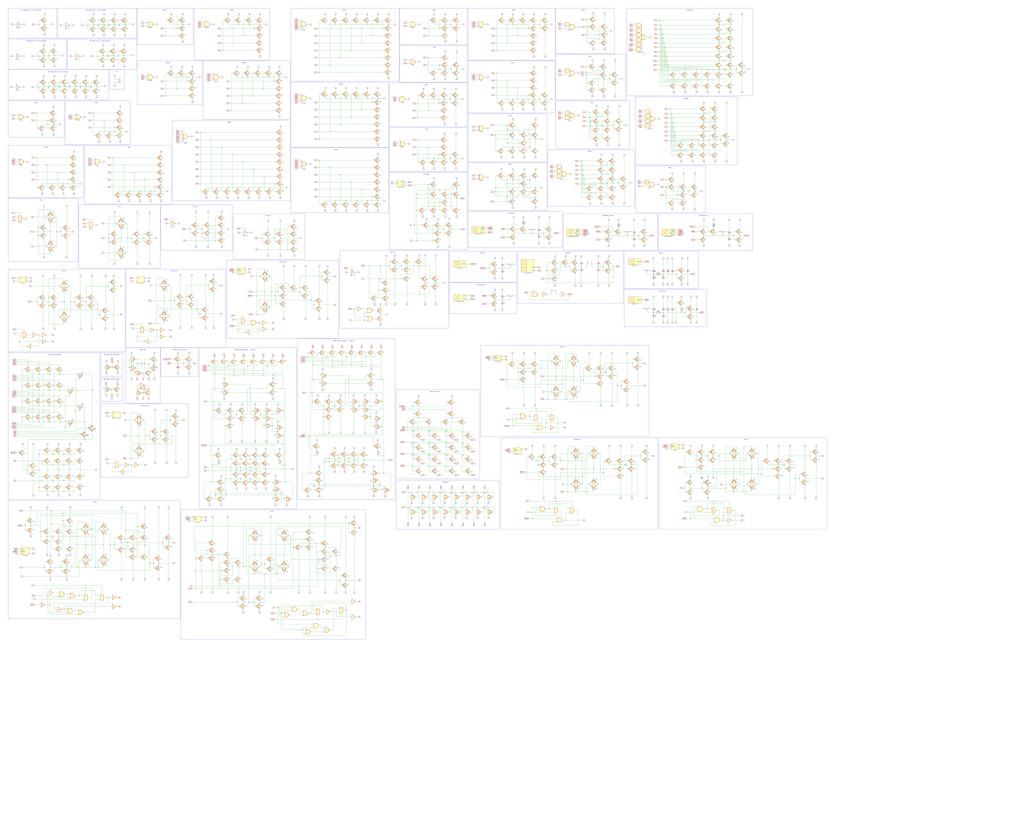
<source format=kicad_sch>
(kicad_sch (version 20250114) (generator "eeschema") (generator_version "9.0")
  (paper "User" 1600 1280.01)
  (title_block (title "DMG CPU B Cells") (date "2025-04-22") (rev "0") (company "CC-BY-SA-4.0 Régis Galland & Michael Singer") (comment 1 "https://github.com/msinger/dmg-schematics"))
  (lib_symbols
    (symbol "AND2_1" (pin_numbers (hide yes)) (pin_names (hide yes))
      (property "Reference" "U" (at 0 5.08 0))
      (property "Value" "AND2" (at 0 -5.08 0))
      (symbol "AND2_1_1_1"
        (pin input line (at -7.62 2.54 0) (length 3.81) (name "~") (number "1"))
        (pin input line (at -7.62 -2.54 0) (length 3.81) (name "~") (number "2"))
        (pin output line (at 7.62 0 180) (length 3.81) (name "~") (number "3"))
      )
    )
    (symbol "AND2_10" (pin_numbers (hide yes)) (pin_names (hide yes))
      (property "Reference" "U" (at 0 5.08 0))
      (property "Value" "AND2" (at 0 -5.08 0))
      (symbol "AND2_10_1_1"
        (pin input line (at -7.62 2.54 0) (length 3.81) (name "~") (number "1"))
        (pin input line (at -7.62 -2.54 0) (length 3.81) (name "~") (number "2"))
        (pin output line (at 7.62 0 180) (length 3.81) (name "~") (number "3"))
      )
    )
    (symbol "AND2_2" (pin_numbers (hide yes)) (pin_names (hide yes))
      (property "Reference" "U" (at 0 5.08 0))
      (property "Value" "AND2" (at 0 -5.08 0))
      (symbol "AND2_2_1_1"
        (pin input line (at -7.62 2.54 0) (length 3.81) (name "~") (number "1"))
        (pin input line (at -7.62 -2.54 0) (length 3.81) (name "~") (number "2"))
        (pin output line (at 7.62 0 180) (length 3.81) (name "~") (number "3"))
      )
    )
    (symbol "AND2_3" (pin_numbers (hide yes)) (pin_names (hide yes))
      (property "Reference" "U" (at 0 5.08 0))
      (property "Value" "AND2" (at 0 -5.08 0))
      (symbol "AND2_3_1_1"
        (pin input line (at -7.62 2.54 0) (length 3.81) (name "~") (number "1"))
        (pin input line (at -7.62 -2.54 0) (length 3.81) (name "~") (number "2"))
        (pin output line (at 7.62 0 180) (length 3.81) (name "~") (number "3"))
      )
    )
    (symbol "AND2_4" (pin_numbers (hide yes)) (pin_names (hide yes))
      (property "Reference" "U" (at 0 5.08 0))
      (property "Value" "AND2" (at 0 -5.08 0))
      (symbol "AND2_4_1_1"
        (pin input line (at -7.62 2.54 0) (length 3.81) (name "~") (number "1"))
        (pin input line (at -7.62 -2.54 0) (length 3.81) (name "~") (number "2"))
        (pin output line (at 7.62 0 180) (length 3.81) (name "~") (number "3"))
      )
    )
    (symbol "AND2_5" (pin_numbers (hide yes)) (pin_names (hide yes))
      (property "Reference" "U" (at 0 5.08 0))
      (property "Value" "AND2" (at 0 -5.08 0))
      (symbol "AND2_5_1_1"
        (pin input line (at -7.62 2.54 0) (length 3.81) (name "~") (number "1"))
        (pin input line (at -7.62 -2.54 0) (length 3.81) (name "~") (number "2"))
        (pin output line (at 7.62 0 180) (length 3.81) (name "~") (number "3"))
      )
    )
    (symbol "AND2_6" (pin_numbers (hide yes)) (pin_names (hide yes))
      (property "Reference" "U" (at 0 5.08 0))
      (property "Value" "AND2" (at 0 -5.08 0))
      (symbol "AND2_6_1_1"
        (pin input line (at -7.62 2.54 0) (length 3.81) (name "~") (number "1"))
        (pin input line (at -7.62 -2.54 0) (length 3.81) (name "~") (number "2"))
        (pin output line (at 7.62 0 180) (length 3.81) (name "~") (number "3"))
      )
    )
    (symbol "AND2_7" (pin_numbers (hide yes)) (pin_names (hide yes))
      (property "Reference" "U" (at 0 5.08 0))
      (property "Value" "AND2" (at 0 -5.08 0))
      (symbol "AND2_7_1_1"
        (pin input line (at -7.62 2.54 0) (length 3.81) (name "~") (number "1"))
        (pin input line (at -7.62 -2.54 0) (length 3.81) (name "~") (number "2"))
        (pin output line (at 7.62 0 180) (length 3.81) (name "~") (number "3"))
      )
    )
    (symbol "AND2_8" (pin_numbers (hide yes)) (pin_names (hide yes))
      (property "Reference" "U" (at 0 5.08 0))
      (property "Value" "AND2" (at 0 -5.08 0))
      (symbol "AND2_8_1_1"
        (pin input line (at -7.62 2.54 0) (length 3.81) (name "~") (number "1"))
        (pin input line (at -7.62 -2.54 0) (length 3.81) (name "~") (number "2"))
        (pin output line (at 7.62 0 180) (length 3.81) (name "~") (number "3"))
      )
    )
    (symbol "AND2_9" (pin_numbers (hide yes)) (pin_names (hide yes))
      (property "Reference" "U" (at 0 5.08 0))
      (property "Value" "AND2" (at 0 -5.08 0))
      (symbol "AND2_9_1_1"
        (pin input line (at -7.62 2.54 0) (length 3.81) (name "~") (number "1"))
        (pin input line (at -7.62 -2.54 0) (length 3.81) (name "~") (number "2"))
        (pin output line (at 7.62 0 180) (length 3.81) (name "~") (number "3"))
      )
    )
    (symbol "Connector:TestPoint" (pin_numbers (hide yes)) (pin_names (offset 0.762) (hide yes))
      (property "Reference" "TP" (at 0 6.858 0))
      (property "Value" "TestPoint" (at 0 5.08 0))
      (symbol "TestPoint_1_1"
        (pin passive line (at 0 0 90) (length 2.54) (name "1") (number "1"))
      )
    )
    (symbol "DMG_CPU_Cells:AND2" (pin_numbers (hide yes)) (pin_names (hide yes))
      (property "Reference" "U" (at 0 5.08 0))
      (property "Value" "AND2" (at 0 -5.08 0))
      (symbol "AND2_1_1"
        (pin input line (at -7.62 2.54 0) (length 3.81) (name "~") (number "1"))
        (pin input line (at -7.62 -2.54 0) (length 3.81) (name "~") (number "2"))
        (pin output line (at 7.62 0 180) (length 3.81) (name "~") (number "3"))
      )
    )
    (symbol "DMG_CPU_Cells:AND3" (pin_numbers (hide yes)) (pin_names (hide yes))
      (property "Reference" "U" (at 0 5.08 0))
      (property "Value" "AND3" (at 0 -5.08 0))
      (symbol "AND3_1_1"
        (pin input line (at -7.62 2.54 0) (length 3.81) (name "~") (number "1"))
        (pin input line (at -7.62 0 0) (length 3.81) (name "~") (number "2"))
        (pin input line (at -7.62 -2.54 0) (length 3.81) (name "~") (number "3"))
        (pin output line (at 7.62 0 180) (length 3.81) (name "~") (number "4"))
      )
    )
    (symbol "DMG_CPU_Cells:AND4" (pin_numbers (hide yes)) (pin_names (hide yes))
      (property "Reference" "U" (at 0 5.08 0))
      (property "Value" "AND4" (at 0 -5.08 0))
      (symbol "AND4_1_1"
        (pin input line (at -7.62 3.81 0) (length 3.81) (name "~") (number "1"))
        (pin input line (at -7.62 1.27 0) (length 3.81) (name "~") (number "2"))
        (pin input line (at -7.62 -1.27 0) (length 3.81) (name "~") (number "3"))
        (pin input line (at -7.62 -3.81 0) (length 3.81) (name "~") (number "4"))
        (pin output line (at 7.62 0 180) (length 3.81) (name "~") (number "5"))
      )
    )
    (symbol "DMG_CPU_Cells:AO21" (pin_numbers (hide yes)) (pin_names (hide yes))
      (property "Reference" "U" (at 0 6.985 0))
      (property "Value" "AO21" (at 0 -6.35 0))
      (symbol "AO21_1_1"
        (pin input line (at -11.43 3.81 0) (length 4.3) (name "~") (number "1"))
        (pin input line (at -11.43 1.27 0) (length 4.3) (name "~") (number "2"))
        (pin input line (at -11.43 -3.81 0) (length 12) (name "~") (number "3"))
        (pin output line (at 11.43 -1.27 180) (length 3.81) (name "~") (number "4"))
      )
    )
    (symbol "DMG_CPU_Cells:AO22" (pin_numbers (hide yes)) (pin_names (hide yes))
      (property "Reference" "U" (at 0 8.255 0))
      (property "Value" "AO22" (at 0 -8.255 0))
      (symbol "AO22_1_1"
        (pin input line (at -11.43 5.08 0) (length 4.3) (name "~") (number "1"))
        (pin input line (at -11.43 2.54 0) (length 4.3) (name "~") (number "2"))
        (pin input line (at -11.43 -2.54 0) (length 4.3) (name "~") (number "3"))
        (pin input line (at -11.43 -5.08 0) (length 4.3) (name "~") (number "4"))
        (pin output line (at 11.43 0 180) (length 3.81) (name "~") (number "5"))
      )
    )
    (symbol "DMG_CPU_Cells:AO222" (pin_numbers (hide yes)) (pin_names (hide yes))
      (property "Reference" "U" (at 0 12.065 0))
      (property "Value" "AO222" (at 0 -12.065 0))
      (symbol "AO222_1_1"
        (pin input line (at -11.43 8.89 0) (length 4.3) (name "~") (number "1"))
        (pin input line (at -11.43 6.35 0) (length 4.3) (name "~") (number "2"))
        (pin input line (at -11.43 1.27 0) (length 4.3) (name "~") (number "3"))
        (pin input line (at -11.43 -1.27 0) (length 4.3) (name "~") (number "4"))
        (pin input line (at -11.43 -6.35 0) (length 4.3) (name "~") (number "5"))
        (pin input line (at -11.43 -8.89 0) (length 4.3) (name "~") (number "6"))
        (pin output line (at 11.43 -3.81 180) (length 3.81) (name "~") (number "7"))
      )
    )
    (symbol "DMG_CPU_Cells:AO2222" (pin_numbers (hide yes)) (pin_names (hide yes))
      (property "Reference" "U" (at 0 15.875 0))
      (property "Value" "AO2222" (at 0 -15.875 0))
      (symbol "AO2222_1_1"
        (pin input line (at -11.43 12.7 0) (length 4.3) (name "~") (number "1"))
        (pin input line (at -11.43 10.16 0) (length 4.3) (name "~") (number "2"))
        (pin input line (at -11.43 5.08 0) (length 4.3) (name "~") (number "3"))
        (pin input line (at -11.43 2.54 0) (length 4.3) (name "~") (number "4"))
        (pin input line (at -11.43 -2.54 0) (length 4.3) (name "~") (number "5"))
        (pin input line (at -11.43 -5.08 0) (length 4.3) (name "~") (number "6"))
        (pin input line (at -11.43 -10.16 0) (length 4.3) (name "~") (number "7"))
        (pin input line (at -11.43 -12.7 0) (length 4.3) (name "~") (number "8"))
        (pin output line (at 11.43 0 180) (length 3.81) (name "~") (number "9"))
      )
    )
    (symbol "DMG_CPU_Cells:AO222222" (pin_numbers (hide yes)) (pin_names (hide yes))
      (property "Reference" "U" (at 0 23.495 0))
      (property "Value" "AO222222" (at 0 -23.495 0))
      (symbol "AO222222_1_1"
        (pin input line (at -11.43 20.32 0) (length 4.3) (name "~") (number "1"))
        (pin input line (at -11.43 17.78 0) (length 4.3) (name "~") (number "2"))
        (pin input line (at -11.43 12.7 0) (length 4.3) (name "~") (number "3"))
        (pin input line (at -11.43 10.16 0) (length 4.3) (name "~") (number "4"))
        (pin input line (at -11.43 5.08 0) (length 4.3) (name "~") (number "5"))
        (pin input line (at -11.43 2.54 0) (length 4.3) (name "~") (number "6"))
        (pin input line (at -11.43 -2.54 0) (length 4.3) (name "~") (number "7"))
        (pin input line (at -11.43 -5.08 0) (length 4.3) (name "~") (number "8"))
        (pin input line (at -11.43 -10.16 0) (length 4.3) (name "~") (number "9"))
        (pin input line (at -11.43 -12.7 0) (length 4.3) (name "~") (number "10"))
        (pin input line (at -11.43 -17.78 0) (length 4.3) (name "~") (number "11"))
        (pin input line (at -11.43 -20.32 0) (length 4.3) (name "~") (number "12"))
        (pin output line (at 11.43 0 180) (length 3.81) (name "~") (number "13"))
      )
    )
    (symbol "DMG_CPU_Cells:BUF_IF0" (pin_numbers (hide yes)) (pin_names (hide yes))
      (property "Reference" "U?" (at 0 -5.08 0))
      (property "Value" "BUF_IF0" (at 0 -7.62 0))
      (symbol "BUF_IF0_1_0"
        (pin input line (at -6.35 0 0) (length 3.81) (name "IN") (number "1"))
        (pin input line (at -6.35 0 0) (length 3.81) (hide yes) (name "IN") (number "3"))
        (pin tri_state line (at 6.35 0 180) (length 3.81) (name "~") (number "4"))
      )
      (symbol "BUF_IF0_1_1"
        (pin input inverted (at 0 5.08 270) (length 3) (name "~{ENA}") (number "2"))
      )
    )
    (symbol "DMG_CPU_Cells:DFFR" (pin_numbers (hide yes))
      (property "Reference" "U" (at 0 5.715 0))
      (property "Value" "DFFR" (at 0 -5.715 0))
      (symbol "DFFR_1_1"
        (pin input clock (at -10.16 2.54 0) (length 3.81) (name "CLK") (number "1"))
        (pin input line (at -10.16 0 0) (length 3.81) (name "~{RESET}") (number "2"))
        (pin input line (at -10.16 0 0) (length 3.81) (hide yes) (name "~{RESET}") (number "4"))
        (pin input line (at -10.16 -2.54 0) (length 3.81) (name "D") (number "3"))
        (pin output line (at 10.16 2.54 180) (length 3.81) (name "Q") (number "6"))
        (pin output line (at 10.16 -2.54 180) (length 3.81) (name "~{Q}") (number "5"))
      )
    )
    (symbol "DMG_CPU_Cells:DFFR_CC" (pin_numbers (hide yes))
      (property "Reference" "U" (at 0 5.715 0))
      (property "Value" "DFFR_CC" (at 0 -5.715 0))
      (symbol "DFFR_CC_1_1"
        (pin input clock (at -10.16 2.54 0) (length 3.81) (name "CLK") (number "3"))
        (pin input clock (at -10.16 2.54 0) (length 3.81) (hide yes) (name "~{CLK}") (number "4"))
        (pin input line (at -10.16 0 0) (length 3.81) (name "~{RESET}") (number "1"))
        (pin input line (at -10.16 0 0) (length 3.81) (hide yes) (name "~{RESET}") (number "5"))
        (pin input line (at -10.16 -2.54 0) (length 3.81) (name "D") (number "2"))
        (pin output line (at 10.16 2.54 180) (length 3.81) (name "Q") (number "7"))
        (pin output line (at 10.16 -2.54 180) (length 3.81) (name "~{Q}") (number "6"))
      )
    )
    (symbol "DMG_CPU_Cells:DFFR_CC_Q" (pin_numbers (hide yes))
      (property "Reference" "U" (at 0 5.715 0))
      (property "Value" "DFFR_CC_Q" (at 0 -5.715 0))
      (symbol "DFFR_CC_Q_1_1"
        (pin input clock (at -10.16 2.54 0) (length 3.81) (name "CLK") (number "3"))
        (pin input clock (at -10.16 2.54 0) (length 3.81) (hide yes) (name "~{CLK}") (number "4"))
        (pin input line (at -10.16 0 0) (length 3.81) (name "~{RESET}") (number "1"))
        (pin input line (at -10.16 0 0) (length 3.81) (hide yes) (name "~{RESET}") (number "5"))
        (pin input line (at -10.16 -2.54 0) (length 3.81) (name "D") (number "2"))
        (pin output line (at 10.16 2.54 180) (length 3.81) (name "Q") (number "6"))
      )
    )
    (symbol "DMG_CPU_Cells:DFFSR" (pin_numbers (hide yes))
      (property "Reference" "U" (at 0 6.985 0))
      (property "Value" "DFFSR" (at 0 -6.985 0))
      (symbol "DFFSR_1_1"
        (pin input clock (at -10.16 3.81 0) (length 3.81) (name "CLK") (number "7"))
        (pin input line (at -10.16 1.27 0) (length 3.81) (name "~{SET}") (number "1"))
        (pin input line (at -10.16 1.27 0) (length 3.81) (hide yes) (name "~{SET}") (number "3"))
        (pin input line (at -10.16 -1.27 0) (length 3.81) (name "~{RESET}") (number "6"))
        (pin input line (at -10.16 -3.81 0) (length 3.81) (name "D") (number "2"))
        (pin output line (at 10.16 3.81 180) (length 3.81) (name "Q") (number "5"))
        (pin output line (at 10.16 -3.81 180) (length 3.81) (name "~{Q}") (number "4"))
      )
    )
    (symbol "DMG_CPU_Cells:DLATCH" (pin_numbers (hide yes))
      (property "Reference" "U" (at 0 5.715 0))
      (property "Value" "DLATCH" (at 0 -5.715 0))
      (symbol "DLATCH_1_1"
        (pin input line (at -10.16 2.54 0) (length 3.81) (name "ENA") (number "1"))
        (pin input line (at -10.16 -2.54 0) (length 3.81) (name "D") (number "2"))
        (pin output line (at 10.16 2.54 180) (length 3.81) (name "Q") (number "3"))
        (pin output line (at 10.16 -2.54 180) (length 3.81) (name "~{Q}") (number "4"))
      )
    )
    (symbol "DMG_CPU_Cells:DLATCH_EE" (pin_numbers (hide yes))
      (property "Reference" "U" (at 0 5.715 0))
      (property "Value" "DLATCH_EE" (at 0 -5.715 0))
      (symbol "DLATCH_EE_1_1"
        (pin input line (at -10.16 2.54 0) (length 3.81) (hide yes) (name "~{ENA}") (number "1"))
        (pin input line (at -10.16 2.54 0) (length 3.81) (name "ENA") (number "3"))
        (pin input line (at -10.16 -2.54 0) (length 3.81) (name "D") (number "2"))
        (pin output line (at 10.16 2.54 180) (length 3.81) (name "Q") (number "4"))
        (pin output line (at 10.16 -2.54 180) (length 3.81) (name "~{Q}") (number "5"))
      )
    )
    (symbol "DMG_CPU_Cells:DLATCH_EE_Q" (pin_numbers (hide yes))
      (property "Reference" "U" (at 0 5.715 0))
      (property "Value" "DLATCH_EE_Q" (at 0 -5.715 0))
      (symbol "DLATCH_EE_Q_1_1"
        (pin input line (at -10.16 2.54 0) (length 3.81) (hide yes) (name "~{ENA}") (number "1"))
        (pin input line (at -10.16 2.54 0) (length 3.81) (name "ENA") (number "3"))
        (pin input line (at -10.16 -2.54 0) (length 3.81) (name "D") (number "2"))
        (pin output line (at 10.16 2.54 180) (length 3.81) (name "Q") (number "4"))
      )
    )
    (symbol "DMG_CPU_Cells:DRLATCH_EE" (pin_numbers (hide yes))
      (property "Reference" "U" (at 0 5.715 0))
      (property "Value" "DRLATCH_EE" (at 0 -5.715 0))
      (symbol "DRLATCH_EE_1_1"
        (pin input line (at -10.16 2.54 0) (length 3.81) (hide yes) (name "~{ENA}") (number "1"))
        (pin input line (at -10.16 2.54 0) (length 3.81) (name "ENA") (number "3"))
        (pin input line (at -10.16 0 0) (length 3.81) (name "~{RESET}") (number "4"))
        (pin input line (at -10.16 -2.54 0) (length 3.81) (name "D") (number "2"))
        (pin output line (at 10.16 2.54 180) (length 3.81) (name "Q") (number "5"))
        (pin output line (at 10.16 -2.54 180) (length 3.81) (name "~{Q}") (number "6"))
      )
    )
    (symbol "DMG_CPU_Cells:HALF_ADD" (pin_numbers (hide yes))
      (property "Reference" "U" (at 0 5.715 0))
      (property "Value" "HALF_ADD" (at 0 -5.715 0))
      (symbol "HALF_ADD_1_1"
        (pin input line (at -10.16 2.54 0) (length 3.81) (name "A") (number "3"))
        (pin input line (at -10.16 0 0) (length 3.81) (name "B") (number "4"))
        (pin output line (at 10.16 2.54 180) (length 3.81) (name "COUT") (number "1"))
        (pin output line (at 10.16 -2.54 180) (length 3.81) (name "SUM") (number "2"))
      )
    )
    (symbol "DMG_CPU_Cells:MUX" (pin_numbers (hide yes)) (pin_names (offset 0))
      (property "Reference" "U" (at 0 -6.985 0))
      (property "Value" "MUX" (at 0 -9.525 0))
      (symbol "MUX_0_0"
        (text "1" (at 0 2.54 0) (effects (font (size 1.27 1.27))))
        (text "0" (at 0 -2.54 0) (effects (font (size 1.27 1.27))))
      )
      (symbol "MUX_1_1"
        (pin input line (at -6.35 2.54 0) (length 3.81) (name "~") (number "2"))
        (pin input line (at -6.35 -2.54 0) (length 3.81) (name "~") (number "3"))
        (pin input line (at 0 7.62 270) (length 3.17) (name "~") (number "1"))
        (pin output line (at 6.35 0 180) (length 3.81) (name "~") (number "4"))
      )
    )
    (symbol "DMG_CPU_Cells:MUXI" (pin_numbers (hide yes)) (pin_names (offset 0))
      (property "Reference" "U" (at 0 -6.985 0))
      (property "Value" "MUXI" (at 0 -9.525 0))
      (symbol "MUXI_0_0"
        (text "1" (at 0 2.54 0) (effects (font (size 1.27 1.27))))
        (text "0" (at 0 -2.54 0) (effects (font (size 1.27 1.27))))
      )
      (symbol "MUXI_1_1"
        (pin input line (at -6.35 2.54 0) (length 3.81) (name "~") (number "2"))
        (pin input line (at -6.35 -2.54 0) (length 3.81) (name "~") (number "3"))
        (pin input line (at 0 7.62 270) (length 3.17) (name "~") (number "1"))
        (pin output inverted (at 6.35 0 180) (length 3.81) (name "~") (number "4"))
      )
    )
    (symbol "DMG_CPU_Cells:NAND2" (pin_numbers (hide yes)) (pin_names (hide yes))
      (property "Reference" "U" (at 0 5.08 0))
      (property "Value" "NAND2" (at 0 -5.08 0))
      (symbol "NAND2_1_1"
        (pin input line (at -7.62 2.54 0) (length 3.81) (name "~") (number "1"))
        (pin input line (at -7.62 -2.54 0) (length 3.81) (name "~") (number "2"))
        (pin output inverted (at 7.62 0 180) (length 3.81) (name "~") (number "3"))
      )
    )
    (symbol "DMG_CPU_Cells:NAND3" (pin_numbers (hide yes)) (pin_names (hide yes))
      (property "Reference" "U" (at 0 5.08 0))
      (property "Value" "NAND3" (at 0 -5.08 0))
      (symbol "NAND3_1_1"
        (pin input line (at -7.62 2.54 0) (length 3.81) (name "~") (number "1"))
        (pin input line (at -7.62 0 0) (length 3.81) (name "~") (number "2"))
        (pin input line (at -7.62 -2.54 0) (length 3.81) (name "~") (number "3"))
        (pin output inverted (at 7.62 0 180) (length 3.81) (name "~") (number "4"))
      )
    )
    (symbol "DMG_CPU_Cells:NAND4" (pin_numbers (hide yes)) (pin_names (hide yes))
      (property "Reference" "U" (at 0 5.08 0))
      (property "Value" "NAND4" (at 0 -5.08 0))
      (symbol "NAND4_1_1"
        (pin input line (at -7.62 3.81 0) (length 3.81) (name "~") (number "1"))
        (pin input line (at -7.62 1.27 0) (length 3.81) (name "~") (number "2"))
        (pin input line (at -7.62 -1.27 0) (length 3.81) (name "~") (number "3"))
        (pin input line (at -7.62 -3.81 0) (length 3.81) (name "~") (number "4"))
        (pin output inverted (at 7.62 0 180) (length 3.81) (name "~") (number "5"))
      )
    )
    (symbol "DMG_CPU_Cells:NAND5" (pin_numbers (hide yes)) (pin_names (hide yes))
      (property "Reference" "U" (at 0 6.35 0))
      (property "Value" "NAND5" (at 0 -6.35 0))
      (symbol "NAND5_1_1"
        (pin input line (at -7.62 5.08 0) (length 3.81) (name "~") (number "1"))
        (pin input line (at -7.62 2.54 0) (length 3.81) (name "~") (number "2"))
        (pin input line (at -7.62 0 0) (length 3.81) (name "~") (number "3"))
        (pin input line (at -7.62 -2.54 0) (length 3.81) (name "~") (number "4"))
        (pin input line (at -7.62 -5.08 0) (length 3.81) (name "~") (number "5"))
        (pin output inverted (at 7.62 0 180) (length 3.81) (name "~") (number "6"))
      )
    )
    (symbol "DMG_CPU_Cells:NAND6" (pin_numbers (hide yes)) (pin_names (hide yes))
      (property "Reference" "U" (at 0 7.62 0))
      (property "Value" "NAND6" (at 0 -7.62 0))
      (symbol "NAND6_1_1"
        (pin input line (at -7.62 6.35 0) (length 3.81) (name "~") (number "1"))
        (pin input line (at -7.62 3.81 0) (length 3.81) (name "~") (number "2"))
        (pin input line (at -7.62 1.27 0) (length 3.81) (name "~") (number "3"))
        (pin input line (at -7.62 -1.27 0) (length 3.81) (name "~") (number "4"))
        (pin input line (at -7.62 -3.81 0) (length 3.81) (name "~") (number "5"))
        (pin input line (at -7.62 -6.35 0) (length 3.81) (name "~") (number "6"))
        (pin output inverted (at 7.62 0 180) (length 3.81) (name "~") (number "7"))
      )
    )
    (symbol "DMG_CPU_Cells:NAND7" (pin_numbers (hide yes)) (pin_names (hide yes))
      (property "Reference" "U" (at 0 8.89 0))
      (property "Value" "NAND7" (at 0 -8.89 0))
      (symbol "NAND7_1_1"
        (pin input line (at -7.62 7.62 0) (length 3.81) (name "~") (number "1"))
        (pin input line (at -7.62 5.08 0) (length 3.81) (name "~") (number "2"))
        (pin input line (at -7.62 2.54 0) (length 3.81) (name "~") (number "3"))
        (pin input line (at -7.62 0 0) (length 3.81) (name "~") (number "4"))
        (pin input line (at -7.62 -2.54 0) (length 3.81) (name "~") (number "5"))
        (pin input line (at -7.62 -5.08 0) (length 3.81) (name "~") (number "6"))
        (pin input line (at -7.62 -7.62 0) (length 3.81) (name "~") (number "7"))
        (pin output inverted (at 7.62 0 180) (length 3.81) (name "~") (number "8"))
      )
    )
    (symbol "DMG_CPU_Cells:NMOS" (pin_numbers (hide yes)) (pin_names (offset 0))
      (property "Reference" "Q" (at 4.445 1.27 0))
      (property "Value" "NMOS" (at 4.445 -1.27 0))
      (symbol "NMOS_1_1"
        (pin input line (at -5.08 0 0) (length 3) (name "G") (number "2"))
        (pin passive line (at 2.54 5.08 270) (length 2.54) (name "D") (number "1"))
        (pin passive line (at 2.54 -5.08 90) (length 2.54) (name "S") (number "3"))
      )
    )
    (symbol "DMG_CPU_Cells:NOR2" (pin_numbers (hide yes)) (pin_names (hide yes))
      (property "Reference" "U" (at 0 5.08 0))
      (property "Value" "NOR2" (at 0 -5.08 0))
      (symbol "NOR2_1_1"
        (pin input line (at -7.62 2.54 0) (length 4.4) (name "~") (number "1"))
        (pin input line (at -7.62 -2.54 0) (length 4.4) (name "~") (number "2"))
        (pin output inverted (at 7.62 0 180) (length 3.81) (name "~") (number "3"))
      )
    )
    (symbol "DMG_CPU_Cells:NOR3" (pin_numbers (hide yes)) (pin_names (hide yes))
      (property "Reference" "U" (at 0 5.08 0))
      (property "Value" "NOR3" (at 0 -5.08 0))
      (symbol "NOR3_1_1"
        (pin input line (at -7.62 2.54 0) (length 4.4) (name "~") (number "1"))
        (pin input line (at -7.62 0 0) (length 4.9) (name "~") (number "2"))
        (pin input line (at -7.62 -2.54 0) (length 4.4) (name "~") (number "3"))
        (pin output inverted (at 7.62 0 180) (length 3.81) (name "~") (number "4"))
      )
    )
    (symbol "DMG_CPU_Cells:NOR4" (pin_numbers (hide yes)) (pin_names (hide yes))
      (property "Reference" "U" (at 0 5.08 0))
      (property "Value" "NOR4" (at 0 -5.08 0))
      (symbol "NOR4_1_1"
        (pin input line (at -7.62 3.81 0) (length 4) (name "~") (number "1"))
        (pin input line (at -7.62 1.27 0) (length 4.8) (name "~") (number "2"))
        (pin input line (at -7.62 -1.27 0) (length 4.8) (name "~") (number "3"))
        (pin input line (at -7.62 -3.81 0) (length 4) (name "~") (number "4"))
        (pin output inverted (at 7.62 0 180) (length 3.81) (name "~") (number "5"))
      )
    )
    (symbol "DMG_CPU_Cells:NOR5" (pin_numbers (hide yes)) (pin_names (hide yes))
      (property "Reference" "U" (at 0 6.35 0))
      (property "Value" "NOR5" (at 0 -6.35 0))
      (symbol "NOR5_1_1"
        (pin input line (at -7.62 5.08 0) (length 3.81) (name "~") (number "1"))
        (pin input line (at -7.62 2.54 0) (length 4.4) (name "~") (number "2"))
        (pin input line (at -7.62 0 0) (length 4.9) (name "~") (number "3"))
        (pin input line (at -7.62 -2.54 0) (length 4.4) (name "~") (number "4"))
        (pin input line (at -7.62 -5.08 0) (length 3.81) (name "~") (number "5"))
        (pin output inverted (at 7.62 0 180) (length 3.81) (name "~") (number "6"))
      )
    )
    (symbol "DMG_CPU_Cells:NOR6" (pin_numbers (hide yes)) (pin_names (hide yes))
      (property "Reference" "U" (at 0 7.62 0))
      (property "Value" "NOR6" (at 0 -7.62 0))
      (symbol "NOR6_1_1"
        (pin input line (at -7.62 6.35 0) (length 3.81) (name "~") (number "1"))
        (pin input line (at -7.62 3.81 0) (length 3.81) (name "~") (number "2"))
        (pin input line (at -7.62 1.27 0) (length 4.8) (name "~") (number "3"))
        (pin input line (at -7.62 -1.27 0) (length 4.8) (name "~") (number "4"))
        (pin input line (at -7.62 -3.81 0) (length 3.81) (name "~") (number "5"))
        (pin input line (at -7.62 -6.35 0) (length 3.81) (name "~") (number "6"))
        (pin output inverted (at 7.62 0 180) (length 3.81) (name "~") (number "7"))
      )
    )
    (symbol "DMG_CPU_Cells:NOR8" (pin_numbers (hide yes)) (pin_names (hide yes))
      (property "Reference" "U" (at 0 10.16 0))
      (property "Value" "NOR8" (at 0 -10.16 0))
      (symbol "NOR8_1_1"
        (pin input line (at -7.62 8.89 0) (length 3.81) (name "~") (number "1"))
        (pin input line (at -7.62 6.35 0) (length 3.81) (name "~") (number "2"))
        (pin input line (at -7.62 3.81 0) (length 3.81) (name "~") (number "3"))
        (pin input line (at -7.62 1.27 0) (length 4.8) (name "~") (number "4"))
        (pin input line (at -7.62 -1.27 0) (length 4.8) (name "~") (number "5"))
        (pin input line (at -7.62 -3.81 0) (length 3.81) (name "~") (number "6"))
        (pin input line (at -7.62 -6.35 0) (length 3.81) (name "~") (number "7"))
        (pin input line (at -7.62 -8.89 0) (length 3.81) (name "~") (number "8"))
        (pin output inverted (at 7.62 0 180) (length 3.81) (name "~") (number "9"))
      )
    )
    (symbol "DMG_CPU_Cells:NOT_IF0" (pin_numbers (hide yes)) (pin_names (hide yes))
      (property "Reference" "U?" (at 0 -5.08 0))
      (property "Value" "NOT_IF0" (at 0 -7.62 0))
      (symbol "NOT_IF0_1_0"
        (pin input line (at -6.35 0 0) (length 3.81) (name "~") (number "2"))
        (pin tri_state inverted (at 6.35 0 180) (length 3.81) (name "~") (number "3"))
      )
      (symbol "NOT_IF0_1_1"
        (pin input inverted (at 0 5.08 270) (length 3) (name "~{ENA}") (number "1"))
      )
    )
    (symbol "DMG_CPU_Cells:NOT_IF1" (pin_numbers (hide yes)) (pin_names (hide yes))
      (property "Reference" "U?" (at 0 -5.08 0))
      (property "Value" "NOT_IF1" (at 0 -7.62 0))
      (symbol "NOT_IF1_1_0"
        (pin input line (at -6.35 0 0) (length 3.81) (name "~") (number "2"))
        (pin tri_state inverted (at 6.35 0 180) (length 3.81) (name "~") (number "3"))
      )
      (symbol "NOT_IF1_1_1"
        (pin input line (at 0 5.08 270) (length 3.15) (name "ENA") (number "1"))
      )
    )
    (symbol "DMG_CPU_Cells:NOT_X1" (pin_numbers (hide yes)) (pin_names (hide yes))
      (property "Reference" "U?" (at 0 5.08 0))
      (property "Value" "NOT_X1" (at 0 -5.08 0))
      (symbol "NOT_X1_1_0"
        (pin input line (at -6.35 0 0) (length 3.81) (name "~") (number "1"))
        (pin output inverted (at 6.35 0 180) (length 3.81) (name "~") (number "2"))
      )
    )
    (symbol "DMG_CPU_Cells:NOT_X2" (pin_numbers (hide yes)) (pin_names (hide yes))
      (property "Reference" "U?" (at 0 5.08 0))
      (property "Value" "NOT_X2" (at 0 -5.08 0))
      (symbol "NOT_X2_1_0"
        (pin input line (at -6.35 0 0) (length 3.81) (name "~") (number "1"))
        (pin output inverted (at 6.35 0 180) (length 3.81) (name "~") (number "2"))
      )
    )
    (symbol "DMG_CPU_Cells:NOT_X3" (pin_numbers (hide yes)) (pin_names (hide yes))
      (property "Reference" "U?" (at 0 5.08 0))
      (property "Value" "NOT_X3" (at 0 -5.08 0))
      (symbol "NOT_X3_1_0"
        (pin input line (at -6.35 0 0) (length 3.81) (name "~") (number "1"))
        (pin output inverted (at 6.35 0 180) (length 3.81) (name "~") (number "2"))
      )
    )
    (symbol "DMG_CPU_Cells:NOT_X4" (pin_numbers (hide yes)) (pin_names (hide yes))
      (property "Reference" "U?" (at 0 5.08 0))
      (property "Value" "NOT_X4" (at 0 -5.08 0))
      (symbol "NOT_X4_1_0"
        (pin input line (at -6.35 0 0) (length 3.81) (name "~") (number "1"))
        (pin output inverted (at 6.35 0 180) (length 3.81) (name "~") (number "2"))
      )
    )
    (symbol "DMG_CPU_Cells:NOT_X6" (pin_numbers (hide yes)) (pin_names (hide yes))
      (property "Reference" "U?" (at 0 5.08 0))
      (property "Value" "NOT_X6" (at 0 -5.08 0))
      (symbol "NOT_X6_1_0"
        (pin input line (at -6.35 0 0) (length 3.81) (name "~") (number "1"))
        (pin output inverted (at 6.35 0 180) (length 3.81) (name "~") (number "2"))
      )
    )
    (symbol "DMG_CPU_Cells:OA21" (pin_numbers (hide yes)) (pin_names (hide yes))
      (property "Reference" "U" (at 0 6.985 0))
      (property "Value" "OA21" (at 0 -6.35 0))
      (symbol "OA21_1_1"
        (pin input line (at -11.43 3.81 0) (length 5.3) (name "~") (number "1"))
        (pin input line (at -11.43 1.27 0) (length 5.3) (name "~") (number "2"))
        (pin input line (at -11.43 -3.81 0) (length 11.4) (name "~") (number "3"))
        (pin output line (at 11.43 -1.27 180) (length 3.81) (name "~") (number "4"))
      )
    )
    (symbol "DMG_CPU_Cells:OAI21" (pin_numbers (hide yes)) (pin_names (hide yes))
      (property "Reference" "U" (at 0 6.985 0))
      (property "Value" "OAI21" (at 0 -6.35 0))
      (symbol "OAI21_1_1"
        (pin input line (at -11.43 3.81 0) (length 5.3) (name "~") (number "1"))
        (pin input line (at -11.43 1.27 0) (length 5.3) (name "~") (number "2"))
        (pin input line (at -11.43 -3.81 0) (length 11.4) (name "~") (number "3"))
        (pin output inverted (at 11.43 -1.27 180) (length 3.81) (name "~") (number "4"))
      )
    )
    (symbol "DMG_CPU_Cells:OR2" (pin_numbers (hide yes)) (pin_names (hide yes))
      (property "Reference" "U" (at 0 5.08 0))
      (property "Value" "OR2" (at 0 -5.08 0))
      (symbol "OR2_1_1"
        (pin input line (at -7.62 2.54 0) (length 4.4) (name "~") (number "1"))
        (pin input line (at -7.62 -2.54 0) (length 4.4) (name "~") (number "2"))
        (pin output line (at 7.62 0 180) (length 3.81) (name "~") (number "3"))
      )
    )
    (symbol "DMG_CPU_Cells:OR3" (pin_numbers (hide yes)) (pin_names (hide yes))
      (property "Reference" "U" (at 0 5.08 0))
      (property "Value" "OR3" (at 0 -5.08 0))
      (symbol "OR3_1_1"
        (pin input line (at -7.62 2.54 0) (length 4.4) (name "~") (number "1"))
        (pin input line (at -7.62 0 0) (length 4.9) (name "~") (number "2"))
        (pin input line (at -7.62 -2.54 0) (length 4.4) (name "~") (number "3"))
        (pin output line (at 7.62 0 180) (length 3.81) (name "~") (number "4"))
      )
    )
    (symbol "DMG_CPU_Cells:OR4" (pin_numbers (hide yes)) (pin_names (hide yes))
      (property "Reference" "U" (at 0 5.08 0))
      (property "Value" "OR4" (at 0 -5.08 0))
      (symbol "OR4_1_1"
        (pin input line (at -7.62 3.81 0) (length 4) (name "~") (number "1"))
        (pin input line (at -7.62 1.27 0) (length 4.8) (name "~") (number "2"))
        (pin input line (at -7.62 -1.27 0) (length 4.8) (name "~") (number "3"))
        (pin input line (at -7.62 -3.81 0) (length 4) (name "~") (number "4"))
        (pin output line (at 7.62 0 180) (length 3.81) (name "~") (number "5"))
      )
    )
    (symbol "DMG_CPU_Cells:PAD_BIDIR" (pin_numbers (hide yes))
      (property "Reference" "U" (at 0 6.35 0))
      (property "Value" "PAD_BIDIR" (at 0 -6.35 0))
      (symbol "PAD_BIDIR_1_1"
        (pin input line (at 13.97 3.81 180) (length 3.81) (name "NDRV") (number "1"))
        (pin input line (at 13.97 1.27 180) (length 3.81) (name "~{PDRV}") (number "3"))
        (pin output line (at 13.97 -3.81 180) (length 3.81) (name "~{INPUT}") (number "2"))
      )
    )
    (symbol "DMG_CPU_Cells:PAD_BIDIR_ENA_PU" (pin_numbers (hide yes))
      (property "Reference" "U" (at 0 6.35 0))
      (property "Value" "PAD_BIDIR_ENA_PU" (at 0 -6.35 0))
      (symbol "PAD_BIDIR_ENA_PU_1_1"
        (pin input line (at 13.97 3.81 180) (length 3.81) (name "NDRV") (number "1"))
        (pin input line (at 13.97 1.27 180) (length 3.81) (name "~{PDRV}") (number "4"))
        (pin input line (at 13.97 -1.27 180) (length 3.81) (name "~{ENA}_PU") (number "3"))
        (pin output line (at 13.97 -3.81 180) (length 3.81) (name "~{INPUT}") (number "2"))
      )
    )
    (symbol "DMG_CPU_Cells:PAD_BIDIR_SCK" (pin_numbers (hide yes))
      (property "Reference" "U" (at 0 6.35 0))
      (property "Value" "PAD_BIDIR_SCK" (at 0 -6.35 0))
      (symbol "PAD_BIDIR_SCK_1_1"
        (pin input line (at 13.97 3.81 180) (length 3.81) (name "NDRV") (number "1"))
        (pin input line (at 13.97 1.27 180) (length 3.81) (name "~{PDRV}") (number "4"))
        (pin input line (at 13.97 -1.27 180) (length 3.81) (name "~{ENA}_PU") (number "3"))
        (pin output line (at 13.97 -3.81 180) (length 3.81) (name "~{INPUT}") (number "2"))
      )
    )
    (symbol "DMG_CPU_Cells:PAD_IN" (pin_numbers (hide yes))
      (property "Reference" "U" (at 0 6.35 0))
      (property "Value" "PAD_IN" (at 0 -6.35 0))
      (symbol "PAD_IN_1_1"
        (pin output line (at 13.97 0 180) (length 3.81) (name "~{INPUT}") (number "1"))
      )
    )
    (symbol "DMG_CPU_Cells:PAD_IN_PU" (pin_numbers (hide yes))
      (property "Reference" "U" (at 0 6.35 0))
      (property "Value" "PAD_IN_PU" (at 0 -6.35 0))
      (symbol "PAD_IN_PU_1_1"
        (pin output line (at 13.97 0 180) (length 3.81) (name "~{INPUT}") (number "1"))
      )
    )
    (symbol "DMG_CPU_Cells:PAD_OUT" (pin_numbers (hide yes))
      (property "Reference" "U" (at 0 6.35 0))
      (property "Value" "PAD_OUT" (at 0 -6.35 0))
      (symbol "PAD_OUT_1_1"
        (pin input line (at 13.97 0 180) (length 3.81) (name "~{OUTPUT}") (number "1"))
      )
    )
    (symbol "DMG_CPU_Cells:PAD_OUT_DIFF" (pin_numbers (hide yes))
      (property "Reference" "U" (at 0 6.35 0))
      (property "Value" "PAD_OUT_DIFF" (at 0 -6.35 0))
      (symbol "PAD_OUT_DIFF_1_1"
        (pin input line (at 13.97 2.54 180) (length 3.81) (name "NDRV") (number "1"))
        (pin input line (at 13.97 -2.54 180) (length 3.81) (name "~{PDRV}") (number "2"))
      )
    )
    (symbol "DMG_CPU_Cells:PAD_XTAL" (pin_numbers (hide yes))
      (property "Reference" "U" (at 0 11.43 0))
      (property "Value" "PAD_XTAL" (at 0 -11.43 0))
      (symbol "PAD_XTAL_1_1"
        (pin output inverted_clock (at 13.97 -2.54 180) (length 3.81) (name "CLK") (number "1"))
        (pin input line (at 13.97 -7.62 180) (length 3.81) (name "ENA") (number "2"))
      )
    )
    (symbol "DMG_CPU_Cells:PMOS" (pin_numbers (hide yes)) (pin_names (offset 0))
      (property "Reference" "Q" (at 4.445 1.27 0))
      (property "Value" "PMOS" (at 4.445 -1.27 0))
      (symbol "PMOS_1_1"
        (pin input line (at -5.08 0 0) (length 3) (name "G") (number "2"))
        (pin passive line (at 2.54 5.08 270) (length 2.54) (name "D") (number "1"))
        (pin passive line (at 2.54 -5.08 90) (length 2.54) (name "S") (number "3"))
      )
    )
    (symbol "DMG_CPU_Cells:TFFNL" (pin_numbers (hide yes))
      (property "Reference" "U" (at 0 5.715 0))
      (property "Value" "TFFNL" (at 0 -5.715 0))
      (symbol "TFFNL_1_1"
        (pin input inverted_clock (at -10.16 2.54 0) (length 3.81) (name "TCLK") (number "7"))
        (pin input line (at -10.16 0 0) (length 3.81) (name "LOAD") (number "3"))
        (pin input line (at -10.16 0 0) (length 3.81) (hide yes) (name "LOAD") (number "4"))
        (pin input line (at -10.16 -2.54 0) (length 3.81) (name "D") (number "5"))
        (pin output line (at 10.16 2.54 180) (length 3.81) (name "Q") (number "1"))
        (pin output line (at 10.16 -2.54 180) (length 3.81) (name "~{Q}") (number "6"))
      )
    )
    (symbol "DMG_CPU_Cells:XNOR" (pin_numbers (hide yes)) (pin_names (offset 0) (hide yes))
      (property "Reference" "U" (at 0 5.08 0))
      (property "Value" "XNOR" (at 0 -5.08 0))
      (symbol "XNOR_1_1"
        (pin input line (at -7.62 2.54 0) (length 4.4) (name "1") (number "2"))
        (pin input line (at -7.62 -2.54 0) (length 4.4) (name "2") (number "3"))
        (pin output inverted (at 7.62 0 180) (length 3.81) (name "~") (number "1"))
      )
    )
    (symbol "DMG_CPU_Cells:XOR" (pin_numbers (hide yes)) (pin_names (offset 0) (hide yes))
      (property "Reference" "U" (at 0 5.08 0))
      (property "Value" "XOR" (at 0 -5.08 0))
      (symbol "XOR_1_1"
        (pin input line (at -7.62 2.54 0) (length 4.4) (name "1") (number "2"))
        (pin input line (at -7.62 -2.54 0) (length 4.4) (name "2") (number "3"))
        (pin output line (at 7.62 0 180) (length 3.81) (name "~") (number "1"))
      )
    )
    (symbol "Device:C" (pin_numbers (hide yes)) (pin_names (offset 0.254) (hide yes))
      (property "Reference" "C" (at 0.635 2.54 0))
      (property "Value" "C" (at 0.635 -2.54 0))
      (symbol "C_1_1"
        (pin passive line (at 0 3.81 270) (length 2.794) (name "~") (number "1"))
        (pin passive line (at 0 -3.81 90) (length 2.794) (name "~") (number "2"))
      )
    )
    (symbol "Device:D" (pin_numbers (hide yes)) (pin_names (offset 1.016) (hide yes))
      (property "Reference" "D" (at 0 2.54 0))
      (property "Value" "D" (at 0 -2.54 0))
      (symbol "D_1_1"
        (pin passive line (at -3.81 0 0) (length 2.54) (name "K") (number "1"))
        (pin passive line (at 3.81 0 180) (length 2.54) (name "A") (number "2"))
      )
    )
    (symbol "Device:R" (pin_numbers (hide yes)) (pin_names (offset 0))
      (property "Reference" "R" (at 2.032 0 90))
      (property "Value" "R" (at 0 0 90))
      (symbol "R_1_1"
        (pin passive line (at 0 3.81 270) (length 1.27) (name "~") (number "1"))
        (pin passive line (at 0 -3.81 90) (length 1.27) (name "~") (number "2"))
      )
    )
    (symbol "NAND2_1" (pin_numbers (hide yes)) (pin_names (hide yes))
      (property "Reference" "U" (at 0 5.08 0))
      (property "Value" "NAND2" (at 0 -5.08 0))
      (symbol "NAND2_1_1_1"
        (pin input line (at -7.62 2.54 0) (length 3.81) (name "~") (number "1"))
        (pin input line (at -7.62 -2.54 0) (length 3.81) (name "~") (number "2"))
        (pin output inverted (at 7.62 0 180) (length 3.81) (name "~") (number "3"))
      )
    )
    (symbol "NAND2_2" (pin_numbers (hide yes)) (pin_names (hide yes))
      (property "Reference" "U" (at 0 5.08 0))
      (property "Value" "NAND2" (at 0 -5.08 0))
      (symbol "NAND2_2_1_1"
        (pin input line (at -7.62 2.54 0) (length 3.81) (name "~") (number "1"))
        (pin input line (at -7.62 -2.54 0) (length 3.81) (name "~") (number "2"))
        (pin output inverted (at 7.62 0 180) (length 3.81) (name "~") (number "3"))
      )
    )
    (symbol "NAND2_3" (pin_numbers (hide yes)) (pin_names (hide yes))
      (property "Reference" "U" (at 0 5.08 0))
      (property "Value" "NAND2" (at 0 -5.08 0))
      (symbol "NAND2_3_1_1"
        (pin input line (at -7.62 2.54 0) (length 3.81) (name "~") (number "1"))
        (pin input line (at -7.62 -2.54 0) (length 3.81) (name "~") (number "2"))
        (pin output inverted (at 7.62 0 180) (length 3.81) (name "~") (number "3"))
      )
    )
    (symbol "NMOS_1" (pin_numbers (hide yes)) (pin_names (offset 0) (hide yes))
      (property "Reference" "Q" (at 4.445 1.27 0))
      (property "Value" "NMOS" (at 4.445 -1.27 0))
      (symbol "NMOS_1_1_1"
        (pin input line (at -5.08 0 0) (length 3) (name "G") (number "2"))
        (pin passive line (at 2.54 5.08 270) (length 2.54) (name "D") (number "1"))
        (pin passive line (at 2.54 -5.08 90) (length 2.54) (name "S") (number "3"))
      )
    )
    (symbol "NMOS_10" (pin_numbers (hide yes)) (pin_names (offset 0) (hide yes))
      (property "Reference" "Q" (at 4.445 1.27 0))
      (property "Value" "NMOS" (at 4.445 -1.27 0))
      (symbol "NMOS_10_1_1"
        (pin input line (at -5.08 0 0) (length 3) (name "G") (number "2"))
        (pin passive line (at 2.54 5.08 270) (length 2.54) (name "D") (number "1"))
        (pin passive line (at 2.54 -5.08 90) (length 2.54) (name "S") (number "3"))
      )
    )
    (symbol "NMOS_11" (pin_numbers (hide yes)) (pin_names (offset 0) (hide yes))
      (property "Reference" "Q" (at 4.445 1.27 0))
      (property "Value" "NMOS" (at 4.445 -1.27 0))
      (symbol "NMOS_11_1_1"
        (pin input line (at -5.08 0 0) (length 3) (name "G") (number "2"))
        (pin passive line (at 2.54 5.08 270) (length 2.54) (name "D") (number "1"))
        (pin passive line (at 2.54 -5.08 90) (length 2.54) (name "S") (number "3"))
      )
    )
    (symbol "NMOS_12" (pin_numbers (hide yes)) (pin_names (offset 0) (hide yes))
      (property "Reference" "Q" (at 4.445 1.27 0))
      (property "Value" "NMOS" (at 4.445 -1.27 0))
      (symbol "NMOS_12_1_1"
        (pin input line (at -5.08 0 0) (length 3) (name "G") (number "2"))
        (pin passive line (at 2.54 5.08 270) (length 2.54) (name "D") (number "1"))
        (pin passive line (at 2.54 -5.08 90) (length 2.54) (name "S") (number "3"))
      )
    )
    (symbol "NMOS_13" (pin_numbers (hide yes)) (pin_names (offset 0) (hide yes))
      (property "Reference" "Q" (at 4.445 1.27 0))
      (property "Value" "NMOS" (at 4.445 -1.27 0))
      (symbol "NMOS_13_1_1"
        (pin input line (at -5.08 0 0) (length 3) (name "G") (number "2"))
        (pin passive line (at 2.54 5.08 270) (length 2.54) (name "D") (number "1"))
        (pin passive line (at 2.54 -5.08 90) (length 2.54) (name "S") (number "3"))
      )
    )
    (symbol "NMOS_14" (pin_numbers (hide yes)) (pin_names (offset 0) (hide yes))
      (property "Reference" "Q" (at 4.445 1.27 0))
      (property "Value" "NMOS" (at 4.445 -1.27 0))
      (symbol "NMOS_14_1_1"
        (pin input line (at -5.08 0 0) (length 3) (name "G") (number "2"))
        (pin passive line (at 2.54 5.08 270) (length 2.54) (name "D") (number "1"))
        (pin passive line (at 2.54 -5.08 90) (length 2.54) (name "S") (number "3"))
      )
    )
    (symbol "NMOS_15" (pin_numbers (hide yes)) (pin_names (offset 0) (hide yes))
      (property "Reference" "Q" (at 4.445 1.27 0))
      (property "Value" "NMOS" (at 4.445 -1.27 0))
      (symbol "NMOS_15_1_1"
        (pin input line (at -5.08 0 0) (length 3) (name "G") (number "2"))
        (pin passive line (at 2.54 5.08 270) (length 2.54) (name "D") (number "1"))
        (pin passive line (at 2.54 -5.08 90) (length 2.54) (name "S") (number "3"))
      )
    )
    (symbol "NMOS_16" (pin_numbers (hide yes)) (pin_names (offset 0) (hide yes))
      (property "Reference" "Q" (at 4.445 1.27 0))
      (property "Value" "NMOS" (at 4.445 -1.27 0))
      (symbol "NMOS_16_1_1"
        (pin input line (at -5.08 0 0) (length 3) (name "G") (number "2"))
        (pin passive line (at 2.54 5.08 270) (length 2.54) (name "D") (number "1"))
        (pin passive line (at 2.54 -5.08 90) (length 2.54) (name "S") (number "3"))
      )
    )
    (symbol "NMOS_17" (pin_numbers (hide yes)) (pin_names (offset 0) (hide yes))
      (property "Reference" "Q" (at 4.445 1.27 0))
      (property "Value" "NMOS" (at 4.445 -1.27 0))
      (symbol "NMOS_17_1_1"
        (pin input line (at -5.08 0 0) (length 3) (name "G") (number "2"))
        (pin passive line (at 2.54 5.08 270) (length 2.54) (name "D") (number "1"))
        (pin passive line (at 2.54 -5.08 90) (length 2.54) (name "S") (number "3"))
      )
    )
    (symbol "NMOS_18" (pin_numbers (hide yes)) (pin_names (offset 0) (hide yes))
      (property "Reference" "Q" (at 4.445 1.27 0))
      (property "Value" "NMOS" (at 4.445 -1.27 0))
      (symbol "NMOS_18_1_1"
        (pin input line (at -5.08 0 0) (length 3) (name "G") (number "2"))
        (pin passive line (at 2.54 5.08 270) (length 2.54) (name "D") (number "1"))
        (pin passive line (at 2.54 -5.08 90) (length 2.54) (name "S") (number "3"))
      )
    )
    (symbol "NMOS_19" (pin_numbers (hide yes)) (pin_names (offset 0) (hide yes))
      (property "Reference" "Q" (at 4.445 1.27 0))
      (property "Value" "NMOS" (at 4.445 -1.27 0))
      (symbol "NMOS_19_1_1"
        (pin input line (at -5.08 0 0) (length 3) (name "G") (number "2"))
        (pin passive line (at 2.54 5.08 270) (length 2.54) (name "D") (number "1"))
        (pin passive line (at 2.54 -5.08 90) (length 2.54) (name "S") (number "3"))
      )
    )
    (symbol "NMOS_2" (pin_numbers (hide yes)) (pin_names (offset 0) (hide yes))
      (property "Reference" "Q" (at 4.445 1.27 0))
      (property "Value" "NMOS" (at 4.445 -1.27 0))
      (symbol "NMOS_2_1_1"
        (pin input line (at -5.08 0 0) (length 3) (name "G") (number "2"))
        (pin passive line (at 2.54 5.08 270) (length 2.54) (name "D") (number "1"))
        (pin passive line (at 2.54 -5.08 90) (length 2.54) (name "S") (number "3"))
      )
    )
    (symbol "NMOS_20" (pin_numbers (hide yes)) (pin_names (offset 0) (hide yes))
      (property "Reference" "Q" (at 4.445 1.27 0))
      (property "Value" "NMOS" (at 4.445 -1.27 0))
      (symbol "NMOS_20_1_1"
        (pin input line (at -5.08 0 0) (length 3) (name "G") (number "2"))
        (pin passive line (at 2.54 5.08 270) (length 2.54) (name "D") (number "1"))
        (pin passive line (at 2.54 -5.08 90) (length 2.54) (name "S") (number "3"))
      )
    )
    (symbol "NMOS_21" (pin_numbers (hide yes)) (pin_names (offset 0) (hide yes))
      (property "Reference" "Q" (at 4.445 1.27 0))
      (property "Value" "NMOS" (at 4.445 -1.27 0))
      (symbol "NMOS_21_1_1"
        (pin input line (at -5.08 0 0) (length 3) (name "G") (number "2"))
        (pin passive line (at 2.54 5.08 270) (length 2.54) (name "D") (number "1"))
        (pin passive line (at 2.54 -5.08 90) (length 2.54) (name "S") (number "3"))
      )
    )
    (symbol "NMOS_3" (pin_numbers (hide yes)) (pin_names (offset 0) (hide yes))
      (property "Reference" "Q" (at 4.445 1.27 0))
      (property "Value" "NMOS" (at 4.445 -1.27 0))
      (symbol "NMOS_3_1_1"
        (pin input line (at -5.08 0 0) (length 3) (name "G") (number "2"))
        (pin passive line (at 2.54 5.08 270) (length 2.54) (name "D") (number "1"))
        (pin passive line (at 2.54 -5.08 90) (length 2.54) (name "S") (number "3"))
      )
    )
    (symbol "NMOS_4" (pin_numbers (hide yes)) (pin_names (offset 0) (hide yes))
      (property "Reference" "Q" (at 4.445 1.27 0))
      (property "Value" "NMOS" (at 4.445 -1.27 0))
      (symbol "NMOS_4_1_1"
        (pin input line (at -5.08 0 0) (length 3) (name "G") (number "2"))
        (pin passive line (at 2.54 5.08 270) (length 2.54) (name "D") (number "1"))
        (pin passive line (at 2.54 -5.08 90) (length 2.54) (name "S") (number "3"))
      )
    )
    (symbol "NMOS_5" (pin_numbers (hide yes)) (pin_names (offset 0) (hide yes))
      (property "Reference" "Q" (at 4.445 1.27 0))
      (property "Value" "NMOS" (at 4.445 -1.27 0))
      (symbol "NMOS_5_1_1"
        (pin input line (at -5.08 0 0) (length 3) (name "G") (number "2"))
        (pin passive line (at 2.54 5.08 270) (length 2.54) (name "D") (number "1"))
        (pin passive line (at 2.54 -5.08 90) (length 2.54) (name "S") (number "3"))
      )
    )
    (symbol "NMOS_6" (pin_numbers (hide yes)) (pin_names (offset 0) (hide yes))
      (property "Reference" "Q" (at 4.445 1.27 0))
      (property "Value" "NMOS" (at 4.445 -1.27 0))
      (symbol "NMOS_6_1_1"
        (pin input line (at -5.08 0 0) (length 3) (name "G") (number "2"))
        (pin passive line (at 2.54 5.08 270) (length 2.54) (name "D") (number "1"))
        (pin passive line (at 2.54 -5.08 90) (length 2.54) (name "S") (number "3"))
      )
    )
    (symbol "NMOS_7" (pin_numbers (hide yes)) (pin_names (offset 0) (hide yes))
      (property "Reference" "Q" (at 4.445 1.27 0))
      (property "Value" "NMOS" (at 4.445 -1.27 0))
      (symbol "NMOS_7_1_1"
        (pin input line (at -5.08 0 0) (length 3) (name "G") (number "2"))
        (pin passive line (at 2.54 5.08 270) (length 2.54) (name "D") (number "1"))
        (pin passive line (at 2.54 -5.08 90) (length 2.54) (name "S") (number "3"))
      )
    )
    (symbol "NMOS_8" (pin_numbers (hide yes)) (pin_names (offset 0) (hide yes))
      (property "Reference" "Q" (at 4.445 1.27 0))
      (property "Value" "NMOS" (at 4.445 -1.27 0))
      (symbol "NMOS_8_1_1"
        (pin input line (at -5.08 0 0) (length 3) (name "G") (number "2"))
        (pin passive line (at 2.54 5.08 270) (length 2.54) (name "D") (number "1"))
        (pin passive line (at 2.54 -5.08 90) (length 2.54) (name "S") (number "3"))
      )
    )
    (symbol "NMOS_9" (pin_numbers (hide yes)) (pin_names (offset 0) (hide yes))
      (property "Reference" "Q" (at 4.445 1.27 0))
      (property "Value" "NMOS" (at 4.445 -1.27 0))
      (symbol "NMOS_9_1_1"
        (pin input line (at -5.08 0 0) (length 3) (name "G") (number "2"))
        (pin passive line (at 2.54 5.08 270) (length 2.54) (name "D") (number "1"))
        (pin passive line (at 2.54 -5.08 90) (length 2.54) (name "S") (number "3"))
      )
    )
    (symbol "NOR2_1" (pin_numbers (hide yes)) (pin_names (hide yes))
      (property "Reference" "U" (at 0 5.08 0))
      (property "Value" "NOR2" (at 0 -5.08 0))
      (symbol "NOR2_1_1_1"
        (pin input line (at -7.62 2.54 0) (length 4.4) (name "~") (number "1"))
        (pin input line (at -7.62 -2.54 0) (length 4.4) (name "~") (number "2"))
        (pin output inverted (at 7.62 0 180) (length 3.81) (name "~") (number "3"))
      )
    )
    (symbol "NOR2_2" (pin_numbers (hide yes)) (pin_names (hide yes))
      (property "Reference" "U" (at 0 5.08 0))
      (property "Value" "NOR2" (at 0 -5.08 0))
      (symbol "NOR2_2_1_1"
        (pin input line (at -7.62 2.54 0) (length 4.4) (name "~") (number "1"))
        (pin input line (at -7.62 -2.54 0) (length 4.4) (name "~") (number "2"))
        (pin output inverted (at 7.62 0 180) (length 3.81) (name "~") (number "3"))
      )
    )
    (symbol "NOR2_3" (pin_numbers (hide yes)) (pin_names (hide yes))
      (property "Reference" "U" (at 0 5.08 0))
      (property "Value" "NOR2" (at 0 -5.08 0))
      (symbol "NOR2_3_1_1"
        (pin input line (at -7.62 2.54 0) (length 4.4) (name "~") (number "1"))
        (pin input line (at -7.62 -2.54 0) (length 4.4) (name "~") (number "2"))
        (pin output inverted (at 7.62 0 180) (length 3.81) (name "~") (number "3"))
      )
    )
    (symbol "NOR2_4" (pin_numbers (hide yes)) (pin_names (hide yes))
      (property "Reference" "U" (at 0 5.08 0))
      (property "Value" "NOR2" (at 0 -5.08 0))
      (symbol "NOR2_4_1_1"
        (pin input line (at -7.62 2.54 0) (length 4.4) (name "~") (number "1"))
        (pin input line (at -7.62 -2.54 0) (length 4.4) (name "~") (number "2"))
        (pin output inverted (at 7.62 0 180) (length 3.81) (name "~") (number "3"))
      )
    )
    (symbol "NOR2_5" (pin_numbers (hide yes)) (pin_names (hide yes))
      (property "Reference" "U" (at 0 5.08 0))
      (property "Value" "NOR2" (at 0 -5.08 0))
      (symbol "NOR2_5_1_1"
        (pin input line (at -7.62 2.54 0) (length 4.4) (name "~") (number "1"))
        (pin input line (at -7.62 -2.54 0) (length 4.4) (name "~") (number "2"))
        (pin output inverted (at 7.62 0 180) (length 3.81) (name "~") (number "3"))
      )
    )
    (symbol "NOR2_6" (pin_numbers (hide yes)) (pin_names (hide yes))
      (property "Reference" "U" (at 0 5.08 0))
      (property "Value" "NOR2" (at 0 -5.08 0))
      (symbol "NOR2_6_1_1"
        (pin input line (at -7.62 2.54 0) (length 4.4) (name "~") (number "1"))
        (pin input line (at -7.62 -2.54 0) (length 4.4) (name "~") (number "2"))
        (pin output inverted (at 7.62 0 180) (length 3.81) (name "~") (number "3"))
      )
    )
    (symbol "NOR2_7" (pin_numbers (hide yes)) (pin_names (hide yes))
      (property "Reference" "U" (at 0 5.08 0))
      (property "Value" "NOR2" (at 0 -5.08 0))
      (symbol "NOR2_7_1_1"
        (pin input line (at -7.62 2.54 0) (length 4.4) (name "~") (number "1"))
        (pin input line (at -7.62 -2.54 0) (length 4.4) (name "~") (number "2"))
        (pin output inverted (at 7.62 0 180) (length 3.81) (name "~") (number "3"))
      )
    )
    (symbol "PMOS_1" (pin_numbers (hide yes)) (pin_names (offset 0) (hide yes))
      (property "Reference" "Q" (at 4.445 1.27 0))
      (property "Value" "PMOS" (at 4.445 -1.27 0))
      (symbol "PMOS_1_1_1"
        (pin input line (at -5.08 0 0) (length 3) (name "G") (number "2"))
        (pin passive line (at 2.54 5.08 270) (length 2.54) (name "D") (number "1"))
        (pin passive line (at 2.54 -5.08 90) (length 2.54) (name "S") (number "3"))
      )
    )
    (symbol "R_1" (pin_numbers (hide yes)) (pin_names (offset 0) (hide yes))
      (property "Reference" "R" (at 2.032 0 90))
      (property "Value" "R_1" (at 0 0 90))
      (symbol "R_1_1_1"
        (pin passive line (at 0 3.81 270) (length 1.27) (name "~") (number "1"))
        (pin passive line (at 0 -3.81 90) (length 1.27) (name "~") (number "2"))
      )
    )
    (symbol "R_2" (pin_numbers (hide yes)) (pin_names (offset 0) (hide yes))
      (property "Reference" "R" (at 2.032 0 90))
      (property "Value" "R_2" (at 0 0 90))
      (symbol "R_2_1_1"
        (pin passive line (at 0 3.81 270) (length 1.27) (name "~") (number "1"))
        (pin passive line (at 0 -3.81 90) (length 1.27) (name "~") (number "2"))
      )
    )
    (symbol "power:GND" (power) (pin_names (offset 0))
      (property "Value" "GND" (at 0 -3.81 0))
      (symbol "GND_1_1"
        (pin power_in line (at 0 0 270) (length 0) (hide yes) (name "GND") (number "1"))
      )
    )
    (symbol "power:VDD" (power) (pin_names (offset 0))
      (property "Value" "VDD" (at 0 3.81 0))
      (symbol "VDD_1_1"
        (pin power_in line (at 0 0 90) (length 0) (hide yes) (name "VDD") (number "1"))
      )
    )
  )
  (rectangle (start 12.7 781.685) (end 281.305 967.105))
  (rectangle (start 782.32 683.895) (end 1028.065 826.77))
  (rectangle (start 751.205 539.115) (end 1014.095 681.99))
  (rectangle (start 282.575 796.29) (end 571.5 998.855))
  (rectangle (start 1029.335 683.895) (end 1292.225 826.77))
  (text "SRAM Sense Amplifier - Variant B" (at 553.72 533.4 0) (effects (font (size 1.27 1.27)) (justify right bottom)))
  (text "OA21" (at 1049.02 262.89 0) (effects (font (size 1.27 1.27)) (justify right bottom)))
  (text "XOR" (at 798.83 181.61 0) (effects (font (size 1.27 1.27)) (justify right bottom)))
  (text "NOT gate with 1× drive strength" (at 33.02 16.51 0) (effects (font (size 1.27 1.27)) (justify left bottom)))
  (text "OAI21" (at 914.4 16.51 0) (effects (font (size 1.27 1.27)) (justify right bottom)))
  (text "0" (at 691.515 767.715 0) (effects (font (size 1.27 1.27)) (justify left bottom)))
  (text "XNOR" (at 798.83 257.81 0) (effects (font (size 1.27 1.27)) (justify right bottom)))
  (text "NAND4" (at 365.76 16.51 0) (effects (font (size 1.27 1.27)) (justify right bottom)))
  (text "NOT gate with 6× drive strength" (at 74.93 113.03 0) (effects (font (size 1.27 1.27)) (justify left bottom)))
  (text "DLATCH_EE_Q" (at 231.775 635 0) (effects (font (size 1.27 1.27)) (justify right bottom)))
  (text "OR2" (at 680.72 74.93 0) (effects (font (size 1.27 1.27)) (justify right bottom)))
  (text "AO21" (at 924.56 88.9 0) (effects (font (size 1.27 1.27)) (justify right bottom)))
  (text "NOR6" (at 527.685 234.95 0) (effects (font (size 1.27 1.27)) (justify right bottom)))
  (text "DFFR_CC" (at 883.285 542.925 0) (effects (font (size 1.27 1.27)) (justify right bottom)))
  (text "NOR3" (at 153.035 161.29 0) (effects (font (size 1.27 1.27)) (justify right bottom)))
  (text "BUF_IF0" (at 609.6 394.97 0) (effects (font (size 1.27 1.27)) (justify left bottom)))
  (text "0" (at 708.66 791.21 0) (effects (font (size 1.27 1.27)) (justify left bottom)))
  (text "MUXI" (at 66.675 313.69 0) (effects (font (size 1.27 1.27)) (justify right bottom)))
  (text "1" (at 657.225 767.715 0) (effects (font (size 1.27 1.27)) (justify left bottom)))
  (text "ROM Word Line Precharge" (at 186.69 593.725 0) (effects (font (size 1.27 1.27)) (justify right bottom)))
  (text "NOT gate with 2× drive strength" (at 40.64 64.77 0) (effects (font (size 1.27 1.27)) (justify left bottom)))
  (text "NOR4" (at 74.93 231.14 0) (effects (font (size 1.27 1.27)) (justify right bottom)))
  (text "PAD_XTAL" (at 892.175 396.24 0) (effects (font (size 1.27 1.27)) (justify right bottom)))
  (text "SRAM Bit Line Precharge" (at 186.69 554.99 0) (effects (font (size 1.27 1.27)) (justify right bottom)))
  (text "ROM row select" (at 687.07 612.775 0) (effects (font (size 1.27 1.27)) (justify right bottom)))
  (text "AND4" (at 805.18 16.51 0) (effects (font (size 1.27 1.27)) (justify right bottom)))
  (text "NOR5" (at 204.47 231.14 0) (effects (font (size 1.27 1.27)) (justify right bottom)))
  (text "AO22" (at 922.02 161.29 0) (effects (font (size 1.27 1.27)) (justify left bottom)))
  (text "0" (at 640.08 791.21 0) (effects (font (size 1.27 1.27)) (justify left bottom)))
  (text "1" (at 742.95 791.21 0) (effects (font (size 1.27 1.27)) (justify left bottom)))
  (text "DLATCH_EE" (at 277.495 424.18 0) (effects (font (size 1.27 1.27)) (justify right bottom)))
  (text "SRAM Bit" (at 227.33 547.37 0) (effects (font (size 1.27 1.27)) (justify right bottom)))
  (text "OR3" (at 668.655 203.2 0) (effects (font (size 1.27 1.27)) (justify right bottom)))
  (text "NAND6" (at 535.94 132.08 0) (effects (font (size 1.27 1.27)) (justify right bottom)))
  (text "PAD_IN_PU" (at 1040.765 455.93 0) (effects (font (size 1.27 1.27)) (justify right bottom)))
  (text "NOT gate with 4× drive strength" (at 133.985 16.51 0) (effects (font (size 1.27 1.27)) (justify left bottom)))
  (text "0" (at 760.095 767.715 0) (effects (font (size 1.27 1.27)) (justify left bottom)))
  (text "PAD_BIDIR" (at 803.91 334.01 0) (effects (font (size 1.27 1.27)) (justify right bottom)))
  (text "OR4" (at 802.64 99.06 0) (effects (font (size 1.27 1.27)) (justify right bottom)))
  (text "PAD_BIDIR_ENA_PU" (at 958.85 337.82 0) (effects (font (size 1.27 1.27)) (justify right bottom)))
  (text "NAND7" (at 541.02 16.51 0) (effects (font (size 1.27 1.27)) (justify right bottom)))
  (text "NAND2" (at 260.35 16.51 0) (effects (font (size 1.27 1.27)) (justify right bottom)))
  (text "0" (at 725.805 767.715 0) (effects (font (size 1.27 1.27)) (justify left bottom)))
  (text "NAND5" (at 384.81 99.06 0) (effects (font (size 1.27 1.27)) (justify right bottom)))
  (text "ROM Sense Amplifier" (at 95.885 554.99 0) (effects (font (size 1.27 1.27)) (justify right bottom)))
  (text "PAD_BIDIR_SCK" (at 1106.17 337.82 0) (effects (font (size 1.27 1.27)) (justify right bottom)))
  (text "SRAM Sense Amplifier - Variant A" (at 400.05 547.37 0) (effects (font (size 1.27 1.27)) (justify right bottom)))
  (text "1" (at 640.08 767.715 0) (effects (font (size 1.27 1.27)) (justify left bottom)))
  (text "TFFNL" (at 427.99 800.1 0) (effects (font (size 1.27 1.27)) (justify right bottom)))
  (text "AND3" (at 668.655 133.35 0) (effects (font (size 1.27 1.27)) (justify right bottom)))
  (text "NOT gate with 3× drive strength" (at 140.335 64.77 0) (effects (font (size 1.27 1.27)) (justify left bottom)))
  (text "MUX" (at 189.23 323.85 0) (effects (font (size 1.27 1.27)) (justify right bottom)))
  (text "0" (at 691.515 791.21 0) (effects (font (size 1.27 1.27)) (justify left bottom)))
  (text "PAD_OUT_DIFF" (at 758.19 445.77 0) (effects (font (size 1.27 1.27)) (justify right bottom)))
  (text "NOR2" (at 58.42 161.29 0) (effects (font (size 1.27 1.27)) (justify right bottom)))
  (text "ROM Bits" (at 701.04 754.38 0) (effects (font (size 1.27 1.27)) (justify right bottom)))
  (text "HALF_ADD" (at 670.56 273.05 0) (effects (font (size 1.27 1.27)) (justify right bottom)))
  (text "AO222" (at 918.21 237.49 0) (effects (font (size 1.27 1.27)) (justify left bottom)))
  (text "TIE" (at 180.975 113.03 0) (effects (font (size 1.27 1.27)) (justify left bottom)))
  (text "DRLATCH_EE" (at 448.31 410.21 0) (effects (font (size 1.27 1.27)) (justify right bottom)))
  (text "1" (at 674.37 791.21 0) (effects (font (size 1.27 1.27)) (justify left bottom)))
  (text "NOT_IF1" (at 422.91 337.82 0) (effects (font (size 1.27 1.27)) (justify right bottom)))
  (text "SRAM Word Line Driver" (at 292.1 547.37 0) (effects (font (size 1.27 1.27)) (justify right bottom)))
  (text "DLATCH" (at 103.505 424.18 0) (effects (font (size 1.27 1.27)) (justify right bottom)))
  (text "PAD_IN" (at 1036.32 396.24 0) (effects (font (size 1.27 1.27)) (justify right bottom)))
  (text "DFFR_CC_Q" (at 907.415 687.705 0) (effects (font (size 1.27 1.27)) (justify right bottom)))
  (text "0" (at 760.095 791.21 0) (effects (font (size 1.27 1.27)) (justify left bottom)))
  (text "AND2" (at 680.72 16.51 0) (effects (font (size 1.27 1.27)) (justify right bottom)))
  (text "NAND3" (at 265.43 99.06 0) (effects (font (size 1.27 1.27)) (justify right bottom)))
  (text "NOR8" (at 360.68 191.77 0) (effects (font (size 1.27 1.27)) (justify right bottom)))
  (text "0" (at 742.95 767.715 0) (effects (font (size 1.27 1.27)) (justify left bottom)))
  (text "AO222222" (at 1073.15 16.51 0) (effects (font (size 1.27 1.27)) (justify left bottom)))
  (text "0" (at 708.66 767.715 0) (effects (font (size 1.27 1.27)) (justify left bottom)))
  (text "DFFSR" (at 151.13 785.495 0) (effects (font (size 1.27 1.27)) (justify right bottom)))
  (text "1" (at 725.805 791.21 0) (effects (font (size 1.27 1.27)) (justify left bottom)))
  (text "NOT_IF0" (at 309.245 323.85 0) (effects (font (size 1.27 1.27)) (justify right bottom)))
  (text "AO2222" (at 1068.705 154.94 0) (effects (font (size 1.27 1.27)) (justify left bottom)))
  (text "0" (at 657.225 791.21 0) (effects (font (size 1.27 1.27)) (justify left bottom)))
  (text "DFFR" (at 1167.765 687.705 0) (effects (font (size 1.27 1.27)) (justify right bottom)))
  (text "PAD_OUT" (at 758.19 396.24 0) (effects (font (size 1.27 1.27)) (justify right bottom)))
  (text "1" (at 674.37 767.715 0) (effects (font (size 1.27 1.27)) (justify left bottom)))
  (junction (at 189.23 372.11))
  (junction (at 1047.75 170.18))
  (junction (at 308.61 482.6))
  (junction (at 1130.3 805.18))
  (junction (at 316.23 364.49))
  (junction (at 941.07 196.85))
  (junction (at 1054.1 205.74))
  (junction (at 937.895 732.79))
  (junction (at 388.62 293.37))
  (junction (at 431.165 896.62))
  (junction (at 544.83 599.44))
  (junction (at 934.085 708.66))
  (junction (at 59.69 368.3))
  (junction (at 836.93 293.37))
  (junction (at 85.09 134.62))
  (junction (at 125.73 135.89))
  (junction (at 1040.13 81.28))
  (junction (at 375.92 730.25))
  (junction (at 67.945 626.745))
  (junction (at 695.96 309.88))
  (junction (at 915.035 768.35))
  (junction (at 284.48 120.65))
  (junction (at 818.515 575.31))
  (junction (at 932.18 181.61))
  (junction (at 78.74 361.95))
  (junction (at 204.47 716.28))
  (junction (at 445.77 726.44))
  (junction (at 713.74 309.88))
  (junction (at 59.69 355.6))
  (junction (at 65.405 720.09))
  (junction (at 144.145 826.77))
  (junction (at 669.29 768.985))
  (junction (at 942.975 738.505))
  (junction (at 541.02 953.135))
  (junction (at 852.17 154.94))
  (junction (at 384.81 732.79))
  (junction (at 361.95 172.72))
  (junction (at 506.73 759.46))
  (junction (at 82.55 709.93))
  (junction (at 541.02 38.1))
  (junction (at 909.32 259.08))
  (junction (at 439.42 958.215))
  (junction (at 239.395 880.11))
  (junction (at 775.97 114.3))
  (junction (at 740.41 770.255))
  (junction (at 1123.95 80.01))
  (junction (at 1052.83 198.12))
  (junction (at 694.69 154.94))
  (junction (at 276.86 44.45))
  (junction (at 281.94 469.9))
  (junction (at 430.53 773.43))
  (junction (at 161.925 850.9))
  (junction (at 195.58 38.1))
  (junction (at 372.11 293.37))
  (junction (at 913.13 279.4))
  (junction (at 1242.695 747.395))
  (junction (at 381 55.88))
  (junction (at 334.01 445.77))
  (junction (at 669.29 672.465))
  (junction (at 34.925 601.98))
  (junction (at 544.83 716.28))
  (junction (at 226.06 567.69))
  (junction (at 67.945 651.51))
  (junction (at 67.945 601.98))
  (junction (at 426.72 586.74))
  (junction (at 450.215 885.19))
  (junction (at 544.83 721.36))
  (junction (at 306.07 891.54))
  (junction (at 652.78 669.925))
  (junction (at 490.22 476.25))
  (junction (at 1055.37 212.09))
  (junction (at 574.04 313.69))
  (junction (at 832.485 810.26))
  (junction (at 996.95 567.69))
  (junction (at 394.97 149.86))
  (junction (at 1108.71 219.71))
  (junction (at 381 584.2))
  (junction (at 902.97 563.88))
  (junction (at 523.24 633.73))
  (junction (at 774.7 217.17))
  (junction (at 434.34 949.325))
  (junction (at 443.23 732.79))
  (junction (at 921.385 756.92))
  (junction (at 511.81 431.8))
  (junction (at 1181.1 708.66))
  (junction (at 170.18 365.76))
  (junction (at 364.49 67.31))
  (junction (at 398.145 896.62))
  (junction (at 414.02 896.62))
  (junction (at 407.67 431.8))
  (junction (at 242.57 292.1))
  (junction (at 405.13 504.19))
  (junction (at 422.91 881.38))
  (junction (at 887.73 459.74))
  (junction (at 773.43 419.1))
  (junction (at 534.67 570.23))
  (junction (at 1035.05 53.34))
  (junction (at 862.33 563.88))
  (junction (at 890.27 612.14))
  (junction (at 960.755 732.79))
  (junction (at 1123.315 712.47))
  (junction (at 118.11 641.985))
  (junction (at 69.85 886.46))
  (junction (at 226.06 831.85))
  (junction (at 951.23 368.3))
  (junction (at 883.92 812.8))
  (junction (at 109.22 135.89))
  (junction (at 687.07 44.45))
  (junction (at 669.29 294.64))
  (junction (at 344.17 905.51))
  (junction (at 574.04 153.67))
  (junction (at 224.79 372.11))
  (junction (at 1216.66 726.44))
  (junction (at 868.68 623.57))
  (junction (at 195.58 349.25))
  (junction (at 643.89 727.71))
  (junction (at 675.64 375.92))
  (junction (at 669.29 172.72))
  (junction (at 372.745 885.19))
  (junction (at 127.635 826.77))
  (junction (at 118.11 134.62))
  (junction (at 557.53 153.67))
  (junction (at 391.16 613.41))
  (junction (at 232.41 607.06))
  (junction (at 686.435 768.985))
  (junction (at 608.33 415.29))
  (junction (at 684.53 358.14))
  (junction (at 233.68 680.72))
  (junction (at 404.495 836.93))
  (junction (at 791.845 593.09))
  (junction (at 72.39 384.81))
  (junction (at 935.99 54.61))
  (junction (at 375.92 717.55))
  (junction (at 381 885.19))
  (junction (at 967.74 195.58))
  (junction (at 110.49 471.17))
  (junction (at 529.59 721.36))
  (junction (at 757.555 793.75))
  (junction (at 420.37 120.65))
  (junction (at 459.74 372.11))
  (junction (at 595.63 593.09))
  (junction (at 1140.46 708.66))
  (junction (at 405.765 941.07))
  (junction (at 695.96 690.88))
  (junction (at 775.97 78.74))
  (junction (at 599.44 712.47))
  (junction (at 1225.55 726.44))
  (junction (at 825.5 44.45))
  (junction (at 93.98 584.835))
  (junction (at 855.98 623.57))
  (junction (at 331.47 726.44))
  (junction (at 1051.56 191.77))
  (junction (at 678.18 247.65))
  (junction (at 468.63 449.58))
  (junction (at 175.26 574.04))
  (junction (at 590.55 153.67))
  (junction (at 123.825 930.91))
  (junction (at 568.96 500.38))
  (junction (at 82.55 726.44))
  (junction (at 73.66 838.2))
  (junction (at 168.91 87.63))
  (junction (at 1223.01 726.44))
  (junction (at 331.47 753.11))
  (junction (at 922.02 182.88))
  (junction (at 74.295 930.91))
  (junction (at 952.5 123.19))
  (junction (at 429.26 372.11))
  (junction (at 60.96 38.1))
  (junction (at 410.21 372.11))
  (junction (at 468.63 455.93))
  (junction (at 149.225 886.46))
  (junction (at 91.44 734.06))
  (junction (at 488.95 593.09))
  (junction (at 645.795 692.785))
  (junction (at 1021.08 428.625))
  (junction (at 60.96 523.24))
  (junction (at 801.37 38.1))
  (junction (at 143.51 471.17))
  (junction (at 703.58 792.48))
  (junction (at 1038.86 73.66))
  (junction (at 594.36 491.49))
  (junction (at 205.74 726.44))
  (junction (at 335.28 584.2))
  (junction (at 1135.38 218.44))
  (junction (at 77.47 584.835))
  (junction (at 242.57 680.72))
  (junction (at 434.34 885.19))
  (junction (at 695.96 709.295))
  (junction (at 875.03 612.14))
  (junction (at 179.07 38.1))
  (junction (at 858.52 720.09))
  (junction (at 297.18 358.14))
  (junction (at 375.92 748.03))
  (junction (at 506.73 721.36))
  (junction (at 1106.17 107.95))
  (junction (at 852.805 668.02))
  (junction (at 680.72 441.96))
  (junction (at 1068.07 298.45))
  (junction (at 499.11 874.395))
  (junction (at 652.145 768.985))
  (junction (at 80.01 798.195))
  (junction (at 916.94 113.03))
  (junction (at 669.29 727.71))
  (junction (at 306.07 358.14))
  (junction (at 346.71 358.14))
  (junction (at 1079.5 488.315))
  (junction (at 525.145 955.675))
  (junction (at 415.29 732.79))
  (junction (at 287.02 567.69))
  (junction (at 403.86 120.65))
  (junction (at 737.87 792.48))
  (junction (at 326.39 571.5))
  (junction (at 34.925 626.745))
  (junction (at 100.33 951.865))
  (junction (at 250.19 445.77))
  (junction (at 1043.94 101.6))
  (junction (at 695.96 727.71))
  (junction (at 369.57 732.79))
  (junction (at 104.14 883.92))
  (junction (at 801.37 229.87))
  (junction (at 792.48 314.96))
  (junction (at 430.53 462.28))
  (junction (at 306.07 872.49))
  (junction (at 655.32 459.74))
  (junction (at 313.69 207.01))
  (junction (at 360.68 735.33))
  (junction (at 594.36 415.29))
  (junction (at 241.3 568.96))
  (junction (at 77.47 609.6))
  (junction (at 1069.975 730.25))
  (junction (at 524.51 153.67))
  (junction (at 134.62 471.17))
  (junction (at 482.6 681.99))
  (junction (at 396.24 584.2))
  (junction (at 199.39 372.11))
  (junction (at 852.17 38.1))
  (junction (at 170.18 39.37))
  (junction (at 1153.16 756.92))
  (junction (at 85.09 471.17))
  (junction (at 325.12 358.14))
  (junction (at 92.075 838.2))
  (junction (at 1139.19 368.3))
  (junction (at 685.8 241.3))
  (junction (at 541.02 313.69))
  (junction (at 998.22 368.3))
  (junction (at 179.07 850.9))
  (junction (at 194.31 86.36))
  (junction (at 457.835 874.395))
  (junction (at 98.425 802.005))
  (junction (at 459.74 455.93))
  (junction (at 966.47 285.75))
  (junction (at 549.91 570.23))
  (junction (at 944.88 581.66))
  (junction (at 330.2 218.44))
  (junction (at 109.855 838.2))
  (junction (at 706.12 793.75))
  (junction (at 360.68 647.7))
  (junction (at 1010.285 712.47))
  (junction (at 251.46 674.37))
  (junction (at 669.29 288.29))
  (junction (at 177.8 86.36))
  (junction (at 671.195 692.785))
  (junction (at 1159.51 107.95))
  (junction (at 958.85 416.56))
  (junction (at 76.2 477.52))
  (junction (at 939.8 271.78))
  (junction (at 214.63 525.78))
  (junction (at 332.105 866.14))
  (junction (at 951.23 416.56))
  (junction (at 688.975 770.255))
  (junction (at 1069.975 762.635))
  (junction (at 1099.82 190.5))
  (junction (at 179.07 199.39))
  (junction (at 591.82 435.61))
  (junction (at 155.575 875.03))
  (junction (at 496.57 967.74))
  (junction (at 74.295 734.06))
  (junction (at 290.83 463.55))
  (junction (at 132.715 659.13))
  (junction (at 234.95 298.45))
  (junction (at 1141.73 107.95))
  (junction (at 934.085 756.92))
  (junction (at 323.215 859.79))
  (junction (at 784.86 419.1))
  (junction (at 195.58 394.97))
  (junction (at 1189.99 740.41))
  (junction (at 975.995 726.44))
  (junction (at 1106.17 760.095))
  (junction (at 454.025 850.265))
  (junction (at 58.42 471.17))
  (junction (at 443.865 866.775))
  (junction (at 688.975 793.75))
  (junction (at 499.11 250.19))
  (junction (at 1078.865 762.635))
  (junction (at 603.25 459.74))
  (junction (at 773.43 468.63))
  (junction (at 1078.865 810.26))
  (junction (at 651.51 375.92))
  (junction (at 819.15 217.17))
  (junction (at 596.9 627.38))
  (junction (at 1123.95 52.07))
  (junction (at 57.15 176.53))
  (junction (at 174.625 608.33))
  (junction (at 193.04 257.81))
  (junction (at 245.11 515.62))
  (junction (at 345.44 770.89))
  (junction (at 434.34 455.93))
  (junction (at 669.29 690.88))
  (junction (at 300.99 120.65))
  (junction (at 62.865 830.58))
  (junction (at 133.985 850.9))
  (junction (at 801.37 665.48))
  (junction (at 411.48 138.43))
  (junction (at 809.625 581.66))
  (junction (at 30.48 533.4))
  (junction (at 419.1 372.11))
  (junction (at 494.03 848.995))
  (junction (at 321.31 490.22))
  (junction (at 581.66 55.88))
  (junction (at 391.16 748.03))
  (junction (at 117.475 838.2))
  (junction (at 893.445 756.92))
  (junction (at 152.4 87.63))
  (junction (at 84.455 626.745))
  (junction (at 939.8 285.75))
  (junction (at 1104.9 795.02))
  (junction (at 980.44 368.3))
  (junction (at 909.955 744.855))
  (junction (at 908.05 251.46))
  (junction (at 59.69 87.63))
  (junction (at 664.21 441.96))
  (junction (at 827.405 575.31))
  (junction (at 792.48 67.31))
  (junction (at 95.25 361.95))
  (junction (at 817.88 154.94))
  (junction (at 1059.18 304.8))
  (junction (at 887.095 768.35))
  (junction (at 1181.1 756.92))
  (junction (at 1068.07 311.15))
  (junction (at 723.265 692.785))
  (junction (at 152.4 483.87))
  (junction (at 825.5 148.59))
  (junction (at 849.63 364.49))
  (junction (at 72.39 339.09))
  (junction (at 146.05 176.53))
  (junction (at 208.28 851.535))
  (junction (at 652.78 218.44))
  (junction (at 911.86 593.725))
  (junction (at 678.18 322.58))
  (junction (at 975.36 285.75))
  (junction (at 590.55 313.69))
  (junction (at 956.31 581.66))
  (junction (at 1115.06 782.955))
  (junction (at 883.92 416.56))
  (junction (at 706.12 770.255))
  (junction (at 115.57 287.02))
  (junction (at 76.2 471.17))
  (junction (at 548.64 284.48))
  (junction (at 77.47 659.13))
  (junction (at 57.15 246.38))
  (junction (at 510.54 557.53))
  (junction (at 1156.97 737.235))
  (junction (at 713.74 38.1))
  (junction (at 262.89 494.03))
  (junction (at 867.41 416.56))
  (junction (at 561.34 633.73))
  (junction (at 146.05 38.1))
  (junction (at 499.11 217.17))
  (junction (at 1123.95 66.04))
  (junction (at 60.96 584.835))
  (junction (at 1257.935 747.395))
  (junction (at 932.18 195.58))
  (junction (at 132.715 686.435))
  (junction (at 508 855.345))
  (junction (at 256.54 469.9))
  (junction (at 576.58 415.29))
  (junction (at 532.13 90.17))
  (junction (at 519.43 572.77))
  (junction (at 1117.6 176.53))
  (junction (at 205.74 372.11))
  (junction (at 483.87 848.995))
  (junction (at 652.78 184.15))
  (junction (at 85.09 86.36))
  (junction (at 868.68 782.955))
  (junction (at 217.17 680.72))
  (junction (at 687.07 101.6))
  (junction (at 60.96 659.13))
  (junction (at 627.38 435.61))
  (junction (at 942.34 416.56))
  (junction (at 916.94 30.48))
  (junction (at 325.12 445.77))
  (junction (at 1007.11 368.3))
  (junction (at 336.55 375.92))
  (junction (at 1099.82 204.47))
  (junction (at 947.42 581.66))
  (junction (at 391.795 836.93))
  (junction (at 108.585 734.06))
  (junction (at 391.16 717.55))
  (junction (at 539.75 599.44))
  (junction (at 127.635 875.03))
  (junction (at 328.93 695.96))
  (junction (at 627.38 415.29))
  (junction (at 883.92 623.57))
  (junction (at 125.73 471.17))
  (junction (at 1036.32 59.69))
  (junction (at 515.62 101.6))
  (junction (at 205.74 567.69))
  (junction (at 60.96 709.93))
  (junction (at 106.68 447.04))
  (junction (at 591.82 453.39))
  (junction (at 177.8 447.04))
  (junction (at 312.42 490.22))
  (junction (at 39.37 821.055))
  (junction (at 223.52 704.85))
  (junction (at 1096.645 712.47))
  (junction (at 43.18 727.71))
  (junction (at 179.07 372.11))
  (junction (at 65.405 751.205))
  (junction (at 457.835 855.345))
  (junction (at 1001.395 712.47))
  (junction (at 617.22 415.29))
  (junction (at 817.88 38.1))
  (junction (at 1141.73 93.98))
  (junction (at 581.66 160.02))
  (junction (at 214.63 567.69))
  (junction (at 893.445 708.66))
  (junction (at 906.78 588.01))
  (junction (at 596.9 666.75))
  (junction (at 1036.32 488.315))
  (junction (at 966.47 368.3))
  (junction (at 792.48 308.61))
  (junction (at 920.75 175.26))
  (junction (at 703.58 247.65))
  (junction (at 1115.06 368.3))
  (junction (at 371.475 941.07))
  (junction (at 254.635 847.725))
  (junction (at 168.91 447.04))
  (junction (at 669.29 229.87))
  (junction (at 78.74 886.46))
  (junction (at 365.76 586.74))
  (junction (at 76.2 135.89))
  (junction (at 1031.24 31.75))
  (junction (at 875.03 563.88))
  (junction (at 99.06 287.02))
  (junction (at 671.195 711.2))
  (junction (at 125.73 734.06))
  (junction (at 243.84 505.46))
  (junction (at 703.58 768.985))
  (junction (at 828.04 229.87))
  (junction (at 379.73 252.73))
  (junction (at 68.58 361.95))
  (junction (at 828.04 280.67))
  (junction (at 67.31 471.17))
  (junction (at 80.01 819.15))
  (junction (at 607.06 38.1))
  (junction (at 360.68 748.03))
  (junction (at 339.09 293.37))
  (junction (at 93.98 495.3))
  (junction (at 51.435 601.98))
  (junction (at 1126.49 218.44))
  (junction (at 387.35 571.5))
  (junction (at 890.27 416.56))
  (junction (at 899.795 732.79))
  (junction (at 908.05 416.56))
  (junction (at 868.68 588.01))
  (junction (at 514.35 721.36))
  (junction (at 429.26 365.76))
  (junction (at 140.335 826.77))
  (junction (at 574.04 38.1))
  (junction (at 802.64 364.49))
  (junction (at 60.96 634.365))
  (junction (at 565.15 572.77))
  (junction (at 1070.61 488.315))
  (junction (at 553.72 482.6))
  (junction (at 958.85 195.58))
  (junction (at 356.87 571.5))
  (junction (at 669.29 55.88))
  (junction (at 266.7 469.9))
  (junction (at 353.06 773.43))
  (junction (at 496.57 888.365))
  (junction (at 407.67 480.06))
  (junction (at 218.44 298.45))
  (junction (at 817.88 364.49))
  (junction (at 910.59 265.43))
  (junction (at 155.575 826.77))
  (junction (at 599.44 739.14))
  (junction (at 487.68 613.41))
  (junction (at 906.145 756.92))
  (junction (at 473.075 984.25))
  (junction (at 896.62 588.01))
  (junction (at 480.06 557.53))
  (junction (at 408.305 836.93))
  (junction (at 101.6 134.62))
  (junction (at 391.16 730.25))
  (junction (at 858.52 364.49))
  (junction (at 285.75 38.1))
  (junction (at 1146.81 368.3))
  (junction (at 378.46 161.29))
  (junction (at 499.11 756.92))
  (junction (at 784.86 468.63))
  (junction (at 669.29 709.295))
  (junction (at 1032.51 39.37))
  (junction (at 1088.39 107.95))
  (junction (at 540.385 906.78))
  (junction (at 1153.16 708.66))
  (junction (at 77.47 634.365))
  (junction (at 84.455 601.98))
  (junction (at 429.26 287.02))
  (junction (at 88.9 361.95))
  (junction (at 445.77 753.11))
  (junction (at 1249.045 747.395))
  (junction (at 697.865 692.785))
  (junction (at 792.48 223.52))
  (junction (at 647.7 351.79))
  (junction (at 1117.6 190.5))
  (junction (at 102.235 666.75))
  (junction (at 388.62 941.07))
  (junction (at 704.85 107.95))
  (junction (at 538.48 718.82))
  (junction (at 915.67 104.14))
  (junction (at 274.955 656.59))
  (junction (at 396.875 941.07))
  (junction (at 593.09 756.92))
  (junction (at 858.52 435.61))
  (junction (at 505.46 679.45))
  (junction (at 927.735 732.79))
  (junction (at 76.2 87.63))
  (junction (at 553.72 718.82))
  (junction (at 170.18 378.46))
  (junction (at 273.05 469.9))
  (junction (at 1134.11 762.635))
  (junction (at 98.425 813.435))
  (junction (at 636.27 415.29))
  (junction (at 834.39 38.1))
  (junction (at 168.275 875.03))
  (junction (at 529.59 716.28))
  (junction (at 949.96 195.58))
  (junction (at 671.195 674.37))
  (junction (at 523.24 718.82))
  (junction (at 669.29 316.23))
  (junction (at 372.11 514.35))
  (junction (at 565.15 295.91))
  (junction (at 259.08 149.86))
  (junction (at 505.46 651.51))
  (junction (at 944.88 48.26))
  (junction (at 723.265 674.37))
  (junction (at 654.05 652.78))
  (junction (at 144.145 609.6))
  (junction (at 76.2 464.82))
  (junction (at 262.89 445.77))
  (junction (at 438.15 372.11))
  (junction (at 694.69 247.65))
  (junction (at 427.99 127))
  (junction (at 514.35 716.28))
  (junction (at 845.185 575.31))
  (junction (at 712.47 154.94))
  (junction (at 598.17 44.45))
  (junction (at 1033.78 45.72))
  (junction (at 858.52 795.02))
  (junction (at 584.2 759.46))
  (junction (at 842.01 364.49))
  (junction (at 185.42 87.63))
  (junction (at 1040.13 280.67))
  (junction (at 651.51 309.88))
  (junction (at 389.89 38.1))
  (junction (at 106.68 280.67))
  (junction (at 397.51 44.45))
  (junction (at 579.12 651.51))
  (junction (at 407.67 647.7))
  (junction (at 948.69 287.02))
  (junction (at 84.455 651.51))
  (junction (at 387.35 120.65))
  (junction (at 645.16 635))
  (junction (at 232.41 568.96))
  (junction (at 961.39 123.19))
  (junction (at 412.75 275.59))
  (junction (at 843.28 38.1))
  (junction (at 1042.67 95.25))
  (junction (at 449.58 389.89))
  (junction (at 636.27 667.385))
  (junction (at 655.32 415.29))
  (junction (at 140.335 875.03))
  (junction (at 134.62 134.62))
  (junction (at 406.4 38.1))
  (junction (at 553.72 824.865))
  (junction (at 104.14 361.95))
  (junction (at 934.72 416.56))
  (junction (at 944.88 60.96))
  (junction (at 836.295 575.31))
  (junction (at 485.14 739.14))
  (junction (at 443.23 641.35))
  (junction (at 60.96 761.365))
  (junction (at 134.62 464.82))
  (junction (at 151.13 134.62))
  (junction (at 906.145 708.66))
  (junction (at 988.06 567.69))
  (junction (at 1041.4 292.1))
  (junction (at 524.51 38.1))
  (junction (at 990.6 368.3))
  (junction (at 488.95 570.23))
  (junction (at 234.315 880.11))
  (junction (at 490.22 759.46))
  (junction (at 426.72 607.06))
  (junction (at 350.52 607.06))
  (junction (at 1141.73 80.01))
  (junction (at 161.29 86.36))
  (junction (at 485.14 958.215))
  (junction (at 450.215 836.93))
  (junction (at 843.28 154.94))
  (junction (at 637.54 793.75))
  (junction (at 133.985 886.46))
  (junction (at 532.13 194.31))
  (junction (at 99.695 767.715))
  (junction (at 251.46 680.72))
  (junction (at 417.83 571.5))
  (junction (at 499.11 476.25))
  (junction (at 168.275 826.77))
  (junction (at 334.01 641.35))
  (junction (at 702.31 358.14))
  (junction (at 434.34 674.37))
  (junction (at 414.02 455.93))
  (junction (at 849.63 720.09))
  (junction (at 99.695 751.205))
  (junction (at 792.48 125.73))
  (junction (at 85.09 384.81))
  (junction (at 867.41 720.09))
  (junction (at 336.55 773.43))
  (junction (at 544.83 817.245))
  (junction (at 645.795 711.2))
  (junction (at 210.82 704.85))
  (junction (at 401.32 491.49))
  (junction (at 643.89 672.465))
  (junction (at 862.33 612.14))
  (junction (at 59.69 135.89))
  (junction (at 1141.73 38.1))
  (junction (at 1123.95 107.95))
  (junction (at 713.74 107.95))
  (junction (at 43.18 734.06))
  (junction (at 335.28 607.06))
  (junction (at 902.97 612.14))
  (junction (at 548.64 78.74))
  (junction (at 182.88 394.97))
  (junction (at 508 868.045))
  (junction (at 911.86 273.05))
  (junction (at 827.405 650.24))
  (junction (at 292.1 127))
  (junction (at 669.29 90.17))
  (junction (at 957.58 285.75))
  (junction (at 1130.3 812.8))
  (junction (at 1064.895 488.315))
  (junction (at 918.21 41.91))
  (junction (at 437.515 836.93))
  (junction (at 938.53 581.66))
  (junction (at 978.535 726.44))
  (junction (at 347.98 78.74))
  (junction (at 278.13 567.69))
  (junction (at 669.29 792.48))
  (junction (at 737.87 768.985))
  (junction (at 1117.6 204.47))
  (junction (at 854.71 422.91))
  (junction (at 801.37 280.67))
  (junction (at 90.17 269.24))
  (junction (at 353.06 748.03))
  (junction (at 375.92 735.33))
  (junction (at 109.855 822.325))
  (junction (at 439.42 770.89))
  (junction (at 220.98 568.96))
  (junction (at 723.265 770.255))
  (junction (at 570.23 633.73))
  (junction (at 437.515 885.19))
  (junction (at 1129.03 368.3))
  (junction (at 83.185 838.2))
  (junction (at 227.33 680.72))
  (junction (at 557.53 313.69))
  (junction (at 346.71 229.87))
  (junction (at 100.33 471.17))
  (junction (at 651.51 303.53))
  (junction (at 373.38 38.1))
  (junction (at 1207.77 732.79))
  (junction (at 443.23 680.72))
  (junction (at 774.7 210.82))
  (junction (at 201.93 298.45))
  (junction (at 1168.4 756.92))
  (junction (at 438.15 293.37))
  (junction (at 275.59 138.43))
  (junction (at 68.58 134.62))
  (junction (at 720.725 768.985))
  (junction (at 1082.04 218.44))
  (junction (at 1041.4 87.63))
  (junction (at 266.065 656.59))
  (junction (at 645.795 674.37))
  (junction (at 532.13 273.05))
  (junction (at 214.63 372.11))
  (junction (at 774.7 299.72))
  (junction (at 652.145 792.48))
  (junction (at 69.85 38.1))
  (junction (at 414.02 881.38))
  (junction (at 226.06 280.67))
  (junction (at 1076.96 298.45))
  (junction (at 840.74 726.44))
  (junction (at 316.23 358.14))
  (junction (at 502.92 431.8))
  (junction (at 83.82 194.31))
  (junction (at 34.925 651.51))
  (junction (at 210.82 656.59))
  (junction (at 137.16 39.37))
  (junction (at 552.45 633.73))
  (junction (at 1174.75 732.79))
  (junction (at 525.145 868.045))
  (junction (at 344.17 915.67))
  (junction (at 921.385 708.66))
  (junction (at 704.85 322.58))
  (junction (at 697.865 711.2))
  (junction (at 878.84 600.075))
  (junction (at 474.98 842.645))
  (junction (at 504.19 593.09))
  (junction (at 223.52 582.93))
  (junction (at 60.96 609.6))
  (junction (at 531.495 906.78))
  (junction (at 1140.46 756.92))
  (junction (at 355.6 872.49))
  (junction (at 704.85 38.1))
  (junction (at 819.15 293.37))
  (junction (at 153.67 39.37))
  (junction (at 486.41 468.63))
  (junction (at 360.68 730.25))
  (junction (at 400.05 732.79))
  (junction (at 943.61 123.19))
  (junction (at 713.74 294.64))
  (junction (at 341.63 866.14))
  (junction (at 801.37 154.94))
  (junction (at 209.55 269.24))
  (junction (at 1099.82 218.44))
  (junction (at 443.23 455.93))
  (junction (at 78.105 944.88))
  (junction (at 142.24 135.89))
  (junction (at 755.015 792.48))
  (junction (at 189.865 847.725))
  (junction (at 504.825 955.675))
  (junction (at 541.02 557.53))
  (junction (at 793.75 370.84))
  (junction (at 186.69 39.37))
  (junction (at 162.56 38.1))
  (junction (at 1155.7 368.3))
  (junction (at 73.66 257.81))
  (junction (at 248.285 880.11))
  (junction (at 837.565 638.175))
  (junction (at 643.89 690.88))
  (junction (at 532.13 633.73))
  (junction (at 1266.19 712.47))
  (junction (at 949.96 181.61))
  (junction (at 515.62 261.62))
  (junction (at 1117.6 218.44))
  (junction (at 764.54 419.1))
  (junction (at 424.18 455.93))
  (junction (at 214.63 607.06))
  (junction (at 162.56 187.96))
  (junction (at 334.01 627.38))
  (junction (at 1123.95 93.98))
  (junction (at 99.695 726.44))
  (junction (at 515.62 205.74))
  (junction (at 363.22 241.3))
  (junction (at 890.27 563.88))
  (junction (at 1087.755 718.82))
  (junction (at 1162.05 768.35))
  (junction (at 172.085 850.9))
  (junction (at 695.96 107.95))
  (junction (at 420.37 480.06))
  (junction (at 74.93 187.96))
  (junction (at 346.71 891.54))
  (junction (at 1097.28 762.635))
  (junction (at 1146.81 768.35))
  (junction (at 703.58 154.94))
  (junction (at 1037.59 67.31))
  (junction (at 695.96 672.465))
  (junction (at 581.66 307.34))
  (junction (at 836.93 217.17))
  (junction (at 405.13 293.37))
  (junction (at 643.89 709.295))
  (junction (at 957.58 271.78))
  (junction (at 1123.95 38.1))
  (junction (at 899.16 416.56))
  (junction (at 571.5 557.53))
  (junction (at 706.12 652.78))
  (junction (at 93.98 609.6))
  (junction (at 171.45 205.74))
  (junction (at 380.365 941.07))
  (junction (at 695.96 38.1))
  (junction (at 416.56 647.7))
  (junction (at 391.16 735.33))
  (junction (at 1234.44 726.44))
  (junction (at 443.23 693.42))
  (junction (at 214.63 822.96))
  (junction (at 133.985 914.4))
  (junction (at 223.52 656.59))
  (junction (at 720.725 792.48))
  (junction (at 723.265 711.2))
  (junction (at 85.09 339.09))
  (junction (at 168.275 933.45))
  (junction (at 580.39 593.09))
  (junction (at 808.99 137.16))
  (junction (at 876.3 720.09))
  (junction (at 792.48 201.93))
  (junction (at 929.64 588.01))
  (junction (at 568.96 718.82))
  (junction (at 1065.53 428.625))
  (junction (at 755.015 768.985))
  (junction (at 250.19 494.03))
  (junction (at 834.39 154.94))
  (junction (at 1070.61 107.95))
  (junction (at 165.1 491.49))
  (junction (at 541.02 153.67))
  (junction (at 93.98 634.365))
  (junction (at 836.93 201.93))
  (junction (at 654.685 793.75))
  (junction (at 120.65 886.46))
  (junction (at 969.645 726.44))
  (junction (at 355.6 293.37))
  (junction (at 306.07 919.48))
  (junction (at 436.88 120.65))
  (junction (at 774.7 293.37))
  (junction (at 196.215 828.675))
  (junction (at 831.85 364.49))
  (junction (at 970.915 602.615))
  (junction (at 1114.425 712.47))
  (junction (at 170.18 372.11))
  (junction (at 943.61 110.49))
  (junction (at 1150.62 107.95))
  (junction (at 1036.32 428.625))
  (junction (at 1141.73 52.07))
  (junction (at 1099.82 368.3))
  (junction (at 557.53 38.1))
  (junction (at 411.48 586.74))
  (junction (at 176.53 246.38))
  (junction (at 51.435 626.745))
  (junction (at 396.24 264.16))
  (junction (at 51.435 651.51))
  (junction (at 588.01 660.4))
  (junction (at 223.52 613.41))
  (junction (at 712.47 247.65))
  (junction (at 651.51 328.93))
  (junction (at 685.8 161.29))
  (junction (at 251.46 298.45))
  (junction (at 678.18 154.94))
  (junction (at 899.795 768.35))
  (junction (at 404.495 885.19))
  (junction (at 398.145 866.775))
  (junction (at 939.8 257.81))
  (junction (at 757.555 770.255))
  (junction (at 92.71 135.89))
  (junction (at 1099.82 176.53))
  (junction (at 82.55 287.02))
  (junction (at 93.98 447.04))
  (junction (at 391.795 885.19))
  (junction (at 59.69 361.95))
  (junction (at 233.68 372.11))
  (junction (at 420.37 431.8))
  (junction (at 487.68 627.38))
  (junction (at 355.6 885.19))
  (junction (at 454.025 842.645))
  (junction (at 686.435 792.48))
  (junction (at 836.93 308.61))
  (junction (at 378.46 647.7))
  (junction (at 82.55 767.715))
  (junction (at 386.08 613.41))
  (junction (at 441.96 607.06))
  (junction (at 295.91 567.69))
  (junction (at 822.96 737.87))
  (junction (at 477.52 455.93))
  (junction (at 1105.535 712.47))
  (junction (at 48.26 821.055))
  (junction (at 99.695 709.93))
  (junction (at 979.805 602.615))
  (junction (at 524.51 313.69))
  (junction (at 1141.73 66.04))
  (junction (at 548.64 182.88))
  (junction (at 360.68 717.55))
  (junction (at 792.48 195.58))
  (junction (at 1184.91 732.79))
  (junction (at 408.305 881.38))
  (junction (at 60.96 734.06))
  (junction (at 263.525 847.725))
  (junction (at 1168.4 708.66))
  (junction (at 964.565 602.615))
  (junction (at 1275.08 712.47))
  (junction (at 369.57 647.7))
  (junction (at 182.88 349.25))
  (junction (at 693.42 358.14))
  (junction (at 792.48 287.02))
  (junction (at 808.99 55.88))
  (junction (at 1146.81 732.79))
  (junction (at 259.08 55.88))
  (junction (at 514.35 633.73))
  (junction (at 697.865 674.37))
  (junction (at 398.78 647.7))
  (junction (at 260.35 680.72))
  (junction (at 580.39 572.77))
  (junction (at 1049.02 177.8))
  (junction (at 52.07 734.06))
  (junction (at 290.83 469.9))
  (junction (at 852.805 660.4))
  (junction (at 351.79 665.48))
  (junction (at 68.58 86.36))
  (junction (at 95.25 886.46))
  (junction (at 1132.84 109.22))
  (junction (at 116.84 471.17))
  (junction (at 485.14 712.47))
  (junction (at 1021.08 488.315))
  (junction (at 421.64 293.37))
  (junction (at 156.21 491.49))
  (junction (at 425.45 665.48))
  (junction (at 987.425 726.44))
  (junction (at 106.68 495.3))
  (junction (at 923.29 189.23))
  (junction (at 199.39 847.725))
  (junction (at 565.15 67.31))
  (junction (at 1050.29 184.15))
  (junction (at 93.98 659.13))
  (junction (at 187.96 205.74))
  (junction (at 1056.64 428.625))
  (junction (at 499.11 113.03))
  (junction (at 1085.85 298.45))
  (junction (at 934.72 116.84))
  (junction (at 590.55 38.1))
  (junction (at 299.72 469.9))
  (junction (at 82.55 751.205))
  (junction (at 957.58 257.81))
  (junction (at 565.15 171.45))
  (junction (at 226.06 851.535))
  (no_connect (at 660.4 770.255))
  (no_connect (at 728.98 793.75))
  (no_connect (at 677.545 770.255))
  (no_connect (at 746.125 793.75))
  (no_connect (at 643.255 770.255))
  (no_connect (at 677.545 793.75))
  (wire (pts (xy 441.96 607.06) (xy 426.72 607.06)))
  (wire (pts (xy 1035.05 110.49) (xy 1061.72 110.49)))
  (wire (pts (xy 783.59 241.3) (xy 783.59 242.57)))
  (wire (pts (xy 496.57 963.295) (xy 496.57 967.74)))
  (wire (pts (xy 220.98 568.96) (xy 220.98 575.31)))
  (wire (pts (xy 404.495 836.93) (xy 404.495 839.47)))
  (wire (pts (xy 546.1 817.245) (xy 544.83 817.245)))
  (wire (pts (xy 128.905 872.49) (xy 127.635 872.49)))
  (wire (pts (xy 179.07 199.39) (xy 180.34 199.39)))
  (wire (pts (xy 416.56 647.7) (xy 434.34 647.7)))
  (wire (pts (xy 685.165 800.1) (xy 686.435 800.1)))
  (wire (pts (xy 44.45 607.06) (xy 44.45 609.6)))
  (wire (pts (xy 774.7 210.82) (xy 774.7 217.17)))
  (wire (pts (xy 91.44 749.935) (xy 91.44 756.285)))
  (wire (pts (xy 565.15 147.32) (xy 565.15 171.45)))
  (wire (pts (xy 137.16 45.72) (xy 138.43 45.72)))
  (wire (pts (xy 826.77 31.75) (xy 825.5 31.75)))
  (wire (pts (xy 143.51 469.9) (xy 143.51 471.17)))
  (wire (pts (xy 737.87 800.1) (xy 736.6 800.1)))
  (wire (pts (xy 68.58 373.38) (xy 68.58 398.78)))
  (wire (pts (xy 127 87.63) (xy 128.27 87.63)))
  (wire (pts (xy 574.04 140.97) (xy 574.04 142.24)))
  (wire (pts (xy 941.07 196.85) (xy 941.07 189.23)))
  (wire (pts (xy 802.64 375.92) (xy 802.64 377.19)))
  (wire (pts (xy 801.37 647.7) (xy 808.99 647.7)))
  (wire (pts (xy 405.765 941.07) (xy 405.765 942.34)))
  (wire (pts (xy 862.33 612.14) (xy 862.33 614.68)))
  (wire (pts (xy 532.765 822.325) (xy 434.34 822.325)))
  (wire (pts (xy 956.31 580.39) (xy 956.31 581.66)))
  (wire (pts (xy 170.18 31.75) (xy 170.18 39.37)))
  (wire (pts (xy 502.285 977.9) (xy 502.285 981.71)))
  (wire (pts (xy 591.82 739.14) (xy 599.44 739.14)))
  (wire (pts (xy 308.61 469.9) (xy 308.61 482.6)))
  (wire (pts (xy 906.145 711.2) (xy 906.145 708.66)))
  (wire (pts (xy 372.745 872.49) (xy 372.745 873.76)))
  (polyline (pts (xy 464.82 529.59) (xy 464.82 781.05)))
  (wire (pts (xy 515.62 261.62) (xy 582.93 261.62)))
  (wire (pts (xy 703.58 241.3) (xy 703.58 247.65)))
  (wire (pts (xy 85.09 471.17) (xy 100.33 471.17)))
  (wire (pts (xy 85.09 121.92) (xy 85.09 123.19)))
  (wire (pts (xy 819.15 701.675) (xy 820.42 701.675)))
  (wire (pts (xy 143.51 187.96) (xy 162.56 187.96)))
  (wire (pts (xy 372.11 293.37) (xy 372.11 294.64)))
  (wire (pts (xy 680.72 711.2) (xy 671.195 711.2)))
  (wire (pts (xy 655.32 723.9) (xy 655.32 722.63)))
  (polyline (pts (xy 156.21 780.415) (xy 156.21 551.18)))
  (wire (pts (xy 695.96 49.53) (xy 695.96 50.8)))
  (wire (pts (xy 278.13 577.85) (xy 278.13 580.39)))
  (wire (pts (xy 590.55 243.84) (xy 590.55 245.11)))
  (wire (pts (xy 568.96 703.58) (xy 568.96 704.85)))
  (wire (pts (xy 1078.865 758.825) (xy 1078.865 762.635)))
  (wire (pts (xy 248.285 892.81) (xy 248.285 902.335)))
  (wire (pts (xy 1153.16 756.92) (xy 1153.16 754.38)))
  (wire (pts (xy 916.94 30.48) (xy 916.94 67.31)))
  (wire (pts (xy 411.48 365.76) (xy 410.21 365.76)))
  (wire (pts (xy 693.42 358.14) (xy 693.42 364.49)))
  (wire (pts (xy 185.42 298.45) (xy 185.42 299.72)))
  (wire (pts (xy 226.06 40.64) (xy 227.33 40.64)))
  (wire (pts (xy 765.81 412.75) (xy 764.54 412.75)))
  (wire (pts (xy 168.275 824.23) (xy 167.005 824.23)))
  (wire (pts (xy 496.57 633.73) (xy 496.57 632.46)))
  (wire (pts (xy 74.295 708.66) (xy 74.295 715.01)))
  (wire (pts (xy 894.715 754.38) (xy 893.445 754.38)))
  (wire (pts (xy 375.92 723.9) (xy 375.92 730.25)))
  (wire (pts (xy 375.92 711.2) (xy 375.92 717.55)))
  (wire (pts (xy 1164.59 756.92) (xy 1168.4 756.92)))
  (wire (pts (xy 74.93 523.24) (xy 81.28 523.24)))
  (wire (pts (xy 149.225 923.29) (xy 149.225 930.91)))
  (wire (pts (xy 669.29 776.605) (xy 668.02 776.605)))
  (wire (pts (xy 380.365 952.5) (xy 380.365 953.77)))
  (wire (pts (xy 570.23 632.46) (xy 570.23 633.73)))
  (wire (pts (xy 77.47 641.35) (xy 77.47 646.43)))
  (wire (pts (xy 836.93 294.64) (xy 836.93 293.37)))
  (wire (pts (xy 214.63 607.06) (xy 217.17 607.06)))
  (wire (pts (xy 496.57 78.74) (xy 548.64 78.74)))
  (wire (pts (xy 404.495 834.39) (xy 404.495 836.93)))
  (wire (pts (xy 652.145 792.48) (xy 669.29 792.48)))
  (wire (pts (xy 867.41 720.09) (xy 867.41 721.36)))
  (wire (pts (xy 375.92 730.25) (xy 391.16 730.25)))
  (wire (pts (xy 108.585 734.06) (xy 108.585 739.775)))
  (wire (pts (xy 566.42 320.04) (xy 565.15 320.04)))
  (wire (pts (xy 93.98 659.13) (xy 104.775 659.13)))
  (wire (pts (xy 39.37 821.055) (xy 39.37 828.675)))
  (wire (pts (xy 405.765 928.37) (xy 405.765 929.64)))
  (wire (pts (xy 398.145 825.5) (xy 384.81 825.5)))
  (wire (pts (xy 1096.645 711.2) (xy 1096.645 712.47)))
  (wire (pts (xy 763.27 770.255) (xy 763.27 771.525)))
  (wire (pts (xy 706.12 31.75) (xy 704.85 31.75)))
  (wire (pts (xy 939.8 271.78) (xy 957.58 271.78)))
  (wire (pts (xy 434.34 462.28) (xy 435.61 462.28)))
  (wire (pts (xy 345.44 44.45) (xy 397.51 44.45)))
  (wire (pts (xy 557.53 140.97) (xy 557.53 142.24)))
  (wire (pts (xy 347.98 878.84) (xy 344.17 878.84)))
  (wire (pts (xy 311.15 229.87) (xy 346.71 229.87)))
  (wire (pts (xy 937.26 67.31) (xy 935.99 67.31)))
  (wire (pts (xy 796.29 665.48) (xy 801.37 665.48)))
  (wire (pts (xy 825.5 148.59) (xy 826.77 148.59)))
  (wire (pts (xy 1099.82 368.3) (xy 1115.06 368.3)))
  (wire (pts (xy 707.39 723.9) (xy 707.39 722.63)))
  (wire (pts (xy 849.63 370.84) (xy 850.9 370.84)))
  (wire (pts (xy 1027.43 81.28) (xy 1040.13 81.28)))
  (wire (pts (xy 208.28 434.34) (xy 209.55 434.34)))
  (wire (pts (xy 433.07 565.15) (xy 434.34 565.15)))
  (wire (pts (xy 819.15 279.4) (xy 819.15 281.94)))
  (wire (pts (xy 1073.15 227.33) (xy 1074.42 227.33)))
  (wire (pts (xy 36.83 626.745) (xy 34.925 626.745)))
  (wire (pts (xy 1165.225 708.66) (xy 1165.225 720.09)))
  (wire (pts (xy 436.88 120.65) (xy 420.37 120.65)))
  (wire (pts (xy 214.63 372.11) (xy 214.63 373.38)))
  (wire (pts (xy 1131.57 787.4) (xy 1104.9 787.4)))
  (polyline (pts (xy 191.77 551.18) (xy 157.48 551.18)))
  (wire (pts (xy 233.68 674.37) (xy 233.68 680.72)))
  (wire (pts (xy 325.12 356.87) (xy 325.12 358.14)))
  (wire (pts (xy 836.93 320.04) (xy 836.93 321.31)))
  (wire (pts (xy 862.33 609.6) (xy 862.33 612.14)))
  (wire (pts (xy 655.32 705.485) (xy 655.32 704.215)))
  (wire (pts (xy 918.21 41.91) (xy 918.21 59.69)))
  (wire (pts (xy 541.02 140.97) (xy 541.02 142.24)))
  (wire (pts (xy 133.985 816.61) (xy 133.985 815.34)))
  (wire (pts (xy 890.27 561.34) (xy 890.27 563.88)))
  (wire (pts (xy 1134.11 101.6) (xy 1132.84 101.6)))
  (wire (pts (xy 988.06 574.04) (xy 989.33 574.04)))
  (wire (pts (xy 300.99 143.51) (xy 300.99 144.78)))
  (wire (pts (xy 208.28 851.535) (xy 208.28 854.075)))
  (polyline (pts (xy 88.9 59.69) (xy 12.7 59.69)))
  (wire (pts (xy 845.185 593.725) (xy 845.185 605.155)))
  (wire (pts (xy 913.13 104.14) (xy 915.67 104.14)))
  (wire (pts (xy 854.71 422.91) (xy 859.79 422.91)))
  (wire (pts (xy 695.96 717.55) (xy 699.77 717.55)))
  (wire (pts (xy 1065.53 427.355) (xy 1065.53 428.625)))
  (wire (pts (xy 801.37 280.67) (xy 828.04 280.67)))
  (wire (pts (xy 636.27 154.94) (xy 637.54 154.94)))
  (wire (pts (xy 490.22 750.57) (xy 491.49 750.57)))
  (wire (pts (xy 419.1 383.54) (xy 419.1 396.24)))
  (wire (pts (xy 669.29 294.64) (xy 669.29 288.29)))
  (wire (pts (xy 430.53 758.19) (xy 430.53 759.46)))
  (wire (pts (xy 890.27 612.14) (xy 890.27 614.68)))
  (wire (pts (xy 661.67 248.92) (xy 661.67 247.65)))
  (wire (pts (xy 1037.59 304.8) (xy 1059.18 304.8)))
  (wire (pts (xy 109.855 619.125) (xy 102.235 619.125)))
  (wire (pts (xy 252.73 674.37) (xy 251.46 674.37)))
  (wire (pts (xy 222.25 506.73) (xy 222.25 508)))
  (polyline (pts (xy 960.12 83.82) (xy 960.12 12.7)))
  (wire (pts (xy 508 893.445) (xy 508 922.655)))
  (wire (pts (xy 274.955 668.02) (xy 274.955 720.09)))
  (wire (pts (xy 402.59 565.15) (xy 403.86 565.15)))
  (wire (pts (xy 134.62 447.04) (xy 134.62 464.82)))
  (wire (pts (xy 312.42 490.22) (xy 312.42 496.57)))
  (wire (pts (xy 712.47 153.67) (xy 712.47 154.94)))
  (wire (pts (xy 322.58 293.37) (xy 339.09 293.37)))
  (wire (pts (xy 403.225 887.73) (xy 404.495 887.73)))
  (wire (pts (xy 688.975 793.75) (xy 688.975 770.255)))
  (wire (pts (xy 927.1 24.13) (xy 927.1 25.4)))
  (wire (pts (xy 485.14 712.47) (xy 485.14 739.14)))
  (wire (pts (xy 1234.44 737.87) (xy 1234.44 775.335)))
  (wire (pts (xy 594.36 502.92) (xy 594.36 504.19)))
  (wire (pts (xy 590.55 690.88) (xy 590.55 692.15)))
  (wire (pts (xy 918.21 708.66) (xy 918.21 720.09)))
  (wire (pts (xy 490.22 469.9) (xy 490.22 476.25)))
  (wire (pts (xy 393.065 882.65) (xy 391.795 882.65)))
  (polyline (pts (xy 250.19 419.1) (xy 250.19 320.04)))
  (wire (pts (xy 466.09 154.94) (xy 467.36 154.94)))
  (wire (pts (xy 1207.77 720.09) (xy 1207.77 732.79)))
  (wire (pts (xy 466.09 40.64) (xy 467.36 40.64)))
  (wire (pts (xy 702.31 345.44) (xy 702.31 346.71)))
  (wire (pts (xy 468.63 951.865) (xy 468.63 955.675)))
  (wire (pts (xy 375.92 717.55) (xy 391.16 717.55)))
  (wire (pts (xy 57.785 821.055) (xy 48.26 821.055)))
  (wire (pts (xy 394.97 431.8) (xy 407.67 431.8)))
  (wire (pts (xy 73.66 835.66) (xy 73.66 838.2)))
  (wire (pts (xy 85.09 339.09) (xy 85.09 336.55)))
  (wire (pts (xy 66.04 846.455) (xy 62.865 846.455)))
  (wire (pts (xy 381 558.8) (xy 381 560.07)))
  (wire (pts (xy 643.89 672.465) (xy 669.29 672.465)))
  (wire (pts (xy 78.74 886.46) (xy 95.25 886.46)))
  (wire (pts (xy 381 584.2) (xy 381 570.23)))
  (wire (pts (xy 500.38 888.365) (xy 496.57 888.365)))
  (wire (pts (xy 877.57 185.42) (xy 878.84 185.42)))
  (wire (pts (xy 1249.045 747.395) (xy 1249.045 753.745)))
  (wire (pts (xy 60.96 31.75) (xy 60.96 38.1)))
  (wire (pts (xy 969.645 737.87) (xy 969.645 739.14)))
  (wire (pts (xy 336.55 773.43) (xy 353.06 773.43)))
  (wire (pts (xy 868.68 553.72) (xy 868.68 552.45)))
  (wire (pts (xy 1117.6 218.44) (xy 1117.6 222.25)))
  (wire (pts (xy 1049.02 227.33) (xy 1056.64 227.33)))
  (wire (pts (xy 438.15 347.98) (xy 438.15 360.68)))
  (wire (pts (xy 152.4 87.63) (xy 152.4 93.98)))
  (wire (pts (xy 93.98 449.58) (xy 95.25 449.58)))
  (wire (pts (xy 529.59 716.28) (xy 544.83 716.28)))
  (wire (pts (xy 316.23 358.14) (xy 316.23 364.49)))
  (wire (pts (xy 1043.305 487.045) (xy 1043.305 501.015)))
  (wire (pts (xy 127.635 875.03) (xy 127.635 877.57)))
  (wire (pts (xy 508 855.345) (xy 508 856.615)))
  (wire (pts (xy 523.24 627.38) (xy 523.24 633.73)))
  (wire (pts (xy 935.99 140.97) (xy 934.72 140.97)))
  (wire (pts (xy 62.23 31.75) (xy 60.96 31.75)))
  (wire (pts (xy 85.09 147.32) (xy 85.09 148.59)))
  (wire (pts (xy 299.72 468.63) (xy 299.72 469.9)))
  (wire (pts (xy 416.56 646.43) (xy 416.56 647.7)))
  (wire (pts (xy 386.08 509.27) (xy 386.08 506.73)))
  (wire (pts (xy 482.6 697.23) (xy 487.68 697.23)))
  (wire (pts (xy 495.3 711.2) (xy 495.3 712.47)))
  (wire (pts (xy 91.44 293.37) (xy 90.17 293.37)))
  (wire (pts (xy 636.27 667.385) (xy 636.27 659.13)))
  (wire (pts (xy 162.56 187.96) (xy 180.34 187.96)))
  (wire (pts (xy 827.405 575.31) (xy 827.405 581.66)))
  (wire (pts (xy 1174.75 698.5) (xy 1174.75 697.23)))
  (wire (pts (xy 85.09 134.62) (xy 85.09 137.16)))
  (wire (pts (xy 434.34 674.37) (xy 434.34 675.64)))
  (wire (pts (xy 1132.84 59.69) (xy 1134.11 59.69)))
  (wire (pts (xy 108.585 766.445) (xy 108.585 770.89)))
  (wire (pts (xy 784.86 25.4) (xy 784.86 26.67)))
  (polyline (pts (xy 608.33 199.39) (xy 608.33 267.97)))
  (wire (pts (xy 732.79 675.64) (xy 732.79 674.37)))
  (wire (pts (xy 849.63 718.82) (xy 849.63 720.09)))
  (wire (pts (xy 295.91 579.12) (xy 295.91 580.39)))
  (wire (pts (xy 1076.96 292.1) (xy 1076.96 298.45)))
  (wire (pts (xy 941.07 175.26) (xy 942.34 175.26)))
  (wire (pts (xy 445.77 378.46) (xy 452.12 378.46)))
  (wire (pts (xy 210.82 707.39) (xy 212.09 707.39)))
  (wire (pts (xy 843.28 31.75) (xy 843.28 38.1)))
  (wire (pts (xy 66.04 298.45) (xy 66.04 299.72)))
  (wire (pts (xy 1275.08 712.47) (xy 1283.97 712.47)))
  (wire (pts (xy 817.88 342.9) (xy 817.88 344.17)))
  (wire (pts (xy 144.145 933.45) (xy 144.145 918.845)))
  (wire (pts (xy 109.22 135.89) (xy 109.22 142.24)))
  (wire (pts (xy 793.75 31.75) (xy 792.48 31.75)))
  (wire (pts (xy 533.4 967.74) (xy 496.57 967.74)))
  (wire (pts (xy 827.405 581.66) (xy 828.675 581.66)))
  (wire (pts (xy 1096.645 712.47) (xy 1078.865 712.47)))
  (wire (pts (xy 862.33 561.34) (xy 862.33 563.88)))
  (wire (pts (xy 161.925 815.34) (xy 149.225 815.34)))
  (wire (pts (xy 1225.55 732.79) (xy 1226.82 732.79)))
  (wire (pts (xy 532.13 320.04) (xy 532.13 273.05)))
  (wire (pts (xy 505.46 651.51) (xy 506.73 651.51)))
  (wire (pts (xy 74.93 533.4) (xy 81.28 533.4)))
  (wire (pts (xy 398.78 647.7) (xy 391.16 647.7)))
  (wire (pts (xy 1132.84 116.84) (xy 1134.11 116.84)))
  (wire (pts (xy 72.39 384.81) (xy 72.39 387.35)))
  (wire (pts (xy 133.985 850.9) (xy 161.925 850.9)))
  (wire (pts (xy 845.185 563.88) (xy 845.185 575.31)))
  (wire (pts (xy 694.69 154.94) (xy 694.69 156.21)))
  (wire (pts (xy 504.825 955.675) (xy 504.825 946.15)))
  (wire (pts (xy 867.41 403.86) (xy 867.41 405.13)))
  (wire (pts (xy 544.83 832.485) (xy 546.1 832.485)))
  (wire (pts (xy 334.01 445.77) (xy 344.17 445.77)))
  (polyline (pts (xy 730.25 129.54) (xy 608.33 129.54)))
  (wire (pts (xy 26.035 678.815) (xy 125.095 678.815)))
  (wire (pts (xy 242.57 692.15) (xy 242.57 720.09)))
  (wire (pts (xy 827.405 782.955) (xy 868.68 782.955)))
  (wire (pts (xy 504.19 544.83) (xy 504.19 546.1)))
  (wire (pts (xy 472.44 765.81) (xy 473.71 765.81)))
  (wire (pts (xy 218.44 298.45) (xy 201.93 298.45)))
  (wire (pts (xy 473.075 984.25) (xy 473.71 984.25)))
  (wire (pts (xy 229.87 434.34) (xy 231.14 434.34)))
  (wire (pts (xy 173.99 257.81) (xy 193.04 257.81)))
  (wire (pts (xy 1074.42 427.355) (xy 1074.42 441.325)))
  (wire (pts (xy 694.69 189.23) (xy 694.69 190.5)))
  (wire (pts (xy 1129.03 368.3) (xy 1139.19 368.3)))
  (wire (pts (xy 325.12 334.01) (xy 325.12 346.71)))
  (wire (pts (xy 775.97 78.74) (xy 826.77 78.74)))
  (wire (pts (xy 360.68 670.56) (xy 360.68 687.07)))
  (wire (pts (xy 1007.11 367.03) (xy 1007.11 368.3)))
  (wire (pts (xy 177.8 86.36) (xy 194.31 86.36)))
  (wire (pts (xy 759.46 38.1) (xy 760.73 38.1)))
  (wire (pts (xy 134.62 477.52) (xy 135.89 477.52)))
  (wire (pts (xy 306.07 891.54) (xy 346.71 891.54)))
  (wire (pts (xy 60.96 761.365) (xy 60.96 767.715)))
  (wire (pts (xy 951.23 367.03) (xy 951.23 368.3)))
  (wire (pts (xy 909.32 359.41) (xy 910.59 359.41)))
  (wire (pts (xy 327.66 770.89) (xy 345.44 770.89)))
  (wire (pts (xy 572.77 551.18) (xy 571.5 551.18)))
  (wire (pts (xy 1003.3 190.5) (xy 1004.57 190.5)))
  (wire (pts (xy 298.45 351.79) (xy 297.18 351.79)))
  (wire (pts (xy 695.96 107.95) (xy 678.18 107.95)))
  (wire (pts (xy 166.37 579.12) (xy 166.37 580.39)))
  (wire (pts (xy 466.09 152.4) (xy 467.36 152.4)))
  (wire (pts (xy 226.06 875.665) (xy 226.06 902.335)))
  (wire (pts (xy 220.98 561.34) (xy 220.98 568.96)))
  (wire (pts (xy 443.23 732.79) (xy 454.66 732.79)))
  (wire (pts (xy 299.72 433.07) (xy 299.72 458.47)))
  (wire (pts (xy 24.13 251.46) (xy 25.4 251.46)))
  (wire (pts (xy 918.21 41.91) (xy 919.48 41.91)))
  (wire (pts (xy 773.43 480.06) (xy 773.43 481.33)))
  (wire (pts (xy 256.54 435.61) (xy 256.54 434.34)))
  (wire (pts (xy 473.71 989.33) (xy 473.075 989.33)))
  (wire (pts (xy 254.635 847.725) (xy 254.635 855.345)))
  (wire (pts (xy 706.12 633.73) (xy 706.12 641.35)))
  (wire (pts (xy 355.6 293.37) (xy 355.6 294.64)))
  (wire (pts (xy 487.68 640.08) (xy 487.68 627.38)))
  (wire (pts (xy 263.525 796.29) (xy 263.525 835.025)))
  (wire (pts (xy 697.23 628.65) (xy 698.5 628.65)))
  (wire (pts (xy 384.81 716.28) (xy 384.81 718.82)))
  (wire (pts (xy 496.57 273.05) (xy 532.13 273.05)))
  (wire (pts (xy 1099.82 367.03) (xy 1099.82 368.3)))
  (wire (pts (xy 227.33 704.85) (xy 223.52 704.85)))
  (wire (pts (xy 1097.28 753.745) (xy 1097.28 762.635)))
  (polyline (pts (xy 868.68 157.48) (xy 868.68 232.41)))
  (wire (pts (xy 369.57 728.98) (xy 369.57 732.79)))
  (wire (pts (xy 1021.08 488.315) (xy 1021.08 489.585)))
  (wire (pts (xy 560.07 721.36) (xy 544.83 721.36)))
  (wire (pts (xy 719.455 776.605) (xy 720.725 776.605)))
  (polyline (pts (xy 12.7 12.7) (xy 88.9 12.7)))
  (wire (pts (xy 39.37 828.675) (xy 40.64 828.675)))
  (wire (pts (xy 1108.71 219.71) (xy 1108.71 227.33)))
  (wire (pts (xy 921.385 706.12) (xy 921.385 708.66)))
  (wire (pts (xy 721.36 735.965) (xy 725.17 735.965)))
  (wire (pts (xy 77.47 616.585) (xy 77.47 621.665)))
  (wire (pts (xy 544.83 599.44) (xy 572.77 599.44)))
  (wire (pts (xy 405.13 468.63) (xy 405.13 480.06)))
  (wire (pts (xy 350.52 607.06) (xy 350.52 608.33)))
  (wire (pts (xy 372.11 571.5) (xy 372.11 565.15)))
  (wire (pts (xy 369.57 716.28) (xy 369.57 718.82)))
  (wire (pts (xy 104.14 325.12) (xy 104.14 350.52)))
  (wire (pts (xy 1003.3 172.72) (xy 1004.57 172.72)))
  (wire (pts (xy 411.48 586.74) (xy 411.48 570.23)))
  (wire (pts (xy 316.23 351.79) (xy 316.23 358.14)))
  (wire (pts (xy 742.95 279.4) (xy 744.22 279.4)))
  (wire (pts (xy 234.315 851.535) (xy 226.06 851.535)))
  (polyline (pts (xy 974.09 473.71) (xy 974.09 392.43)))
  (wire (pts (xy 658.495 687.07) (xy 655.32 687.07)))
  (wire (pts (xy 154.94 205.74) (xy 171.45 205.74)))
  (wire (pts (xy 177.8 458.47) (xy 177.8 510.54)))
  (wire (pts (xy 143.51 128.27) (xy 142.24 128.27)))
  (polyline (pts (xy 302.26 12.7) (xy 214.63 12.7)))
  (wire (pts (xy 99.06 298.45) (xy 99.06 299.72)))
  (wire (pts (xy 152.4 93.98) (xy 153.67 93.98)))
  (wire (pts (xy 789.94 358.14) (xy 795.02 358.14)))
  (polyline (pts (xy 353.06 542.29) (xy 353.06 420.37)))
  (wire (pts (xy 217.17 646.43) (xy 217.17 645.16)))
  (wire (pts (xy 215.9 601.98) (xy 214.63 601.98)))
  (wire (pts (xy 864.87 276.86) (xy 866.14 276.86)))
  (wire (pts (xy 764.54 419.1) (xy 764.54 425.45)))
  (wire (pts (xy 406.4 735.33) (xy 391.16 735.33)))
  (wire (pts (xy 590.55 25.4) (xy 590.55 26.67)))
  (wire (pts (xy 486.41 980.44) (xy 473.075 980.44)))
  (wire (pts (xy 828.04 280.67) (xy 828.04 314.96)))
  (wire (pts (xy 588.01 660.4) (xy 588.01 661.67)))
  (wire (pts (xy 831.85 699.77) (xy 831.85 708.66)))
  (wire (pts (xy 846.455 661.035) (xy 805.815 661.035)))
  (wire (pts (xy 85.09 133.35) (xy 85.09 134.62)))
  (wire (pts (xy 594.36 491.49) (xy 594.36 492.76)))
  (wire (pts (xy 285.75 25.4) (xy 285.75 26.67)))
  (wire (pts (xy 685.165 776.605) (xy 686.435 776.605)))
  (wire (pts (xy 443.23 455.93) (xy 459.74 455.93)))
  (wire (pts (xy 678.18 322.58) (xy 678.18 323.85)))
  (wire (pts (xy 116.84 464.82) (xy 116.84 471.17)))
  (wire (pts (xy 735.965 723.9) (xy 732.79 723.9)))
  (wire (pts (xy 852.17 49.53) (xy 852.17 85.09)))
  (polyline (pts (xy 807.72 440.69) (xy 807.72 392.43)))
  (wire (pts (xy 179.07 372.11) (xy 189.23 372.11)))
  (wire (pts (xy 1037.59 106.68) (xy 1079.5 106.68)))
  (wire (pts (xy 205.74 580.39) (xy 205.74 589.28)))
  (wire (pts (xy 378.46 635) (xy 378.46 636.27)))
  (wire (pts (xy 533.4 960.755) (xy 533.4 967.74)))
  (wire (pts (xy 852.17 153.67) (xy 852.17 154.94)))
  (wire (pts (xy 477.52 613.41) (xy 487.68 613.41)))
  (wire (pts (xy 26.035 616.585) (xy 77.47 616.585)))
  (wire (pts (xy 248.285 880.11) (xy 270.51 880.11)))
  (wire (pts (xy 82.55 298.45) (xy 82.55 299.72)))
  (wire (pts (xy 687.07 31.75) (xy 687.07 44.45)))
  (wire (pts (xy 909.32 294.64) (xy 914.4 294.64)))
  (wire (pts (xy 323.85 571.5) (xy 326.39 571.5)))
  (wire (pts (xy 840.74 713.74) (xy 840.74 726.44)))
  (wire (pts (xy 137.16 39.37) (xy 137.16 45.72)))
  (polyline (pts (xy 214.63 95.25) (xy 214.63 163.83)))
  (polyline (pts (xy 878.84 330.2) (xy 731.52 330.2)))
  (wire (pts (xy 398.145 826.77) (xy 398.145 825.5)))
  (wire (pts (xy 964.565 581.66) (xy 964.565 602.615)))
  (wire (pts (xy 516.89 31.75) (xy 515.62 31.75)))
  (wire (pts (xy 326.39 565.15) (xy 326.39 571.5)))
  (polyline (pts (xy 993.14 257.81) (xy 1151.89 257.81)))
  (wire (pts (xy 742.95 36.83) (xy 744.22 36.83)))
  (wire (pts (xy 311.15 287.02) (xy 429.26 287.02)))
  (wire (pts (xy 590.55 312.42) (xy 590.55 313.69)))
  (wire (pts (xy 541.02 562.61) (xy 541.02 557.53)))
  (wire (pts (xy 887.73 468.63) (xy 826.77 468.63)))
  (wire (pts (xy 843.28 154.94) (xy 843.28 161.29)))
  (wire (pts (xy 407.67 654.05) (xy 406.4 654.05)))
  (polyline (pts (xy 979.17 149.86) (xy 1176.02 149.86)))
  (wire (pts (xy 375.92 735.33) (xy 360.68 735.33)))
  (wire (pts (xy 234.315 880.11) (xy 239.395 880.11)))
  (wire (pts (xy 960.755 720.09) (xy 960.755 732.79)))
  (polyline (pts (xy 171.45 109.22) (xy 194.31 109.22)))
  (wire (pts (xy 666.75 345.44) (xy 666.75 346.71)))
  (wire (pts (xy 702.31 358.14) (xy 720.09 358.14)))
  (wire (pts (xy 68.58 361.95) (xy 78.74 361.95)))
  (wire (pts (xy 932.18 168.91) (xy 932.18 170.18)))
  (wire (pts (xy 836.295 574.04) (xy 836.295 575.31)))
  (wire (pts (xy 95.25 877.57) (xy 95.25 886.46)))
  (wire (pts (xy 557.53 325.12) (xy 557.53 326.39)))
  (polyline (pts (xy 623.57 127) (xy 623.57 12.7)))
  (wire (pts (xy 499.11 31.75) (xy 500.38 31.75)))
  (wire (pts (xy 938.53 580.39) (xy 938.53 581.66)))
  (wire (pts (xy 332.105 810.895) (xy 332.105 843.28)))
  (wire (pts (xy 125.73 708.66) (xy 125.73 715.01)))
  (wire (pts (xy 627.38 421.64) (xy 628.65 421.64)))
  (wire (pts (xy 558.8 939.8) (xy 560.07 939.8)))
  (wire (pts (xy 386.08 613.41) (xy 386.08 607.06)))
  (wire (pts (xy 168.275 933.45) (xy 168.275 942.975)))
  (wire (pts (xy 588.01 659.13) (xy 588.01 660.4)))
  (wire (pts (xy 91.44 734.06) (xy 91.44 739.775)))
  (wire (pts (xy 868.68 552.45) (xy 855.98 552.45)))
  (wire (pts (xy 927.1 72.39) (xy 927.1 73.66)))
  (wire (pts (xy 1003.3 198.12) (xy 1004.57 198.12)))
  (wire (pts (xy 920.75 175.26) (xy 924.56 175.26)))
  (wire (pts (xy 483.87 848.995) (xy 494.03 848.995)))
  (wire (pts (xy 116.84 471.17) (xy 116.84 477.52)))
  (wire (pts (xy 571.5 551.18) (xy 571.5 557.53)))
  (wire (pts (xy 496.57 621.03) (xy 496.57 622.3)))
  (wire (pts (xy 858.52 375.92) (xy 858.52 377.19)))
  (wire (pts (xy 443.23 455.93) (xy 443.23 457.2)))
  (wire (pts (xy 396.24 584.2) (xy 441.96 584.2)))
  (wire (pts (xy 720.725 800.1) (xy 720.725 792.48)))
  (wire (pts (xy 1242.695 726.44) (xy 1242.695 747.395)))
  (wire (pts (xy 893.445 754.38) (xy 893.445 756.92)))
  (wire (pts (xy 996.95 567.69) (xy 1005.84 567.69)))
  (wire (pts (xy 669.29 727.71) (xy 695.96 727.71)))
  (wire (pts (xy 1068.07 298.45) (xy 1068.07 299.72)))
  (wire (pts (xy 549.91 570.23) (xy 549.91 556.26)))
  (wire (pts (xy 496.57 67.31) (xy 565.15 67.31)))
  (wire (pts (xy 454.025 850.265) (xy 454.025 885.19)))
  (wire (pts (xy 876.3 738.505) (xy 876.3 749.935)))
  (wire (pts (xy 858.52 342.9) (xy 858.52 353.06)))
  (wire (pts (xy 359.41 161.29) (xy 378.46 161.29)))
  (wire (pts (xy 904.875 759.46) (xy 906.145 759.46)))
  (wire (pts (xy 1083.31 805.815) (xy 1083.31 797.56)))
  (wire (pts (xy 746.125 770.255) (xy 746.125 771.525)))
  (wire (pts (xy 695.96 25.4) (xy 695.96 26.67)))
  (wire (pts (xy 491.49 469.9) (xy 490.22 469.9)))
  (wire (pts (xy 82.55 703.58) (xy 82.55 709.93)))
  (wire (pts (xy 1162.05 697.23) (xy 1162.05 768.35)))
  (wire (pts (xy 245.11 533.4) (xy 236.22 533.4)))
  (wire (pts (xy 437.515 836.93) (xy 437.515 839.47)))
  (wire (pts (xy 1027.43 73.66) (xy 1038.86 73.66)))
  (wire (pts (xy 408.305 836.93) (xy 408.305 822.325)))
  (wire (pts (xy 571.5 593.09) (xy 571.5 586.74)))
  (wire (pts (xy 365.125 878.84) (xy 363.855 878.84)))
  (wire (pts (xy 499.11 755.65) (xy 499.11 756.92)))
  (wire (pts (xy 651.51 328.93) (xy 651.51 375.92)))
  (wire (pts (xy 849.63 731.52) (xy 849.63 732.79)))
  (polyline (pts (xy 250.19 629.92) (xy 250.19 543.56)))
  (wire (pts (xy 695.96 38.1) (xy 678.18 38.1)))
  (wire (pts (xy 217.17 666.75) (xy 217.17 680.72)))
  (wire (pts (xy 516.255 861.695) (xy 516.255 881.38)))
  (wire (pts (xy 170.18 406.4) (xy 189.23 406.4)))
  (wire (pts (xy 488.95 593.09) (xy 485.14 593.09)))
  (wire (pts (xy 370.84 107.95) (xy 370.84 109.22)))
  (wire (pts (xy 825.5 457.2) (xy 828.04 457.2)))
  (wire (pts (xy 576.58 415.29) (xy 576.58 466.09)))
  (wire (pts (xy 259.08 114.3) (xy 260.35 114.3)))
  (wire (pts (xy 655.32 730.885) (xy 655.32 729.615)))
  (wire (pts (xy 26.035 594.36) (xy 93.98 594.36)))
  (wire (pts (xy 416.56 647.7) (xy 407.67 647.7)))
  (wire (pts (xy 194.31 99.06) (xy 194.31 100.33)))
  (wire (pts (xy 775.97 274.32) (xy 774.7 274.32)))
  (wire (pts (xy 1153.16 708.66) (xy 1153.16 706.12)))
  (wire (pts (xy 1074.42 407.035) (xy 1074.42 419.735)))
  (wire (pts (xy 1097.28 768.985) (xy 1098.55 768.985)))
  (wire (pts (xy 1043.94 170.18) (xy 1047.75 170.18)))
  (wire (pts (xy 792.48 287.02) (xy 792.48 308.61)))
  (wire (pts (xy 60.96 355.6) (xy 59.69 355.6)))
  (wire (pts (xy 504.19 604.52) (xy 504.19 605.79)))
  (wire (pts (xy 514.35 727.71) (xy 515.62 727.71)))
  (wire (pts (xy 77.47 464.82) (xy 76.2 464.82)))
  (wire (pts (xy 77.47 607.06) (xy 77.47 609.6)))
  (wire (pts (xy 723.265 764.54) (xy 723.265 770.255)))
  (polyline (pts (xy 251.46 588.01) (xy 309.88 588.01)))
  (wire (pts (xy 341.63 565.15) (xy 342.9 565.15)))
  (wire (pts (xy 300.99 132.08) (xy 300.99 133.35)))
  (wire (pts (xy 415.29 732.79) (xy 415.29 728.98)))
  (wire (pts (xy 134.62 464.82) (xy 134.62 471.17)))
  (wire (pts (xy 570.23 621.03) (xy 570.23 622.3)))
  (wire (pts (xy 331.47 299.72) (xy 330.2 299.72)))
  (polyline (pts (xy 702.31 440.69) (xy 807.72 440.69)))
  (wire (pts (xy 1135.38 218.44) (xy 1144.27 218.44)))
  (wire (pts (xy 1069.975 706.12) (xy 1069.975 730.25)))
  (wire (pts (xy 391.795 839.47) (xy 393.065 839.47)))
  (wire (pts (xy 344.17 905.51) (xy 347.98 905.51)))
  (polyline (pts (xy 214.63 12.7) (xy 214.63 69.85)))
  (wire (pts (xy 810.26 210.82) (xy 810.26 201.93)))
  (wire (pts (xy 122.555 681.355) (xy 122.555 669.29)))
  (wire (pts (xy 723.265 652.78) (xy 723.265 654.05)))
  (wire (pts (xy 303.53 822.325) (xy 303.53 859.79)))
  (wire (pts (xy 1042.67 104.14) (xy 1042.67 95.25)))
  (wire (pts (xy 84.455 668.655) (xy 84.455 651.51)))
  (wire (pts (xy 496.57 915.67) (xy 344.17 915.67)))
  (wire (pts (xy 916.94 129.54) (xy 916.94 113.03)))
  (wire (pts (xy 1098.55 116.84) (xy 1097.28 116.84)))
  (wire (pts (xy 170.18 378.46) (xy 171.45 378.46)))
  (wire (pts (xy 970.915 596.265) (xy 970.915 602.615)))
  (wire (pts (xy 445.77 753.11) (xy 457.2 753.11)))
  (wire (pts (xy 182.88 349.25) (xy 182.88 351.79)))
  (wire (pts (xy 1132.84 45.72) (xy 1134.11 45.72)))
  (wire (pts (xy 149.225 956.945) (xy 149.225 935.99)))
  (wire (pts (xy 601.98 759.46) (xy 584.2 759.46)))
  (wire (pts (xy 773.43 467.36) (xy 773.43 468.63)))
  (wire (pts (xy 359.41 149.86) (xy 394.97 149.86)))
  (wire (pts (xy 51.435 626.745) (xy 51.435 651.51)))
  (wire (pts (xy 911.86 575.31) (xy 913.13 575.31)))
  (wire (pts (xy 1079.5 488.315) (xy 1092.835 488.315)))
  (wire (pts (xy 69.85 601.98) (xy 67.945 601.98)))
  (wire (pts (xy 171.45 205.74) (xy 171.45 207.01)))
  (wire (pts (xy 916.94 113.03) (xy 913.13 113.03)))
  (polyline (pts (xy 309.88 588.01) (xy 309.88 543.56)))
  (wire (pts (xy 346.71 369.57) (xy 346.71 370.84)))
  (wire (pts (xy 152.4 80.01) (xy 153.67 80.01)))
  (wire (pts (xy 967.74 279.4) (xy 966.47 279.4)))
  (wire (pts (xy 571.5 557.53) (xy 586.74 557.53)))
  (polyline (pts (xy 363.22 391.16) (xy 363.22 320.04)))
  (wire (pts (xy 273.05 469.9) (xy 273.05 476.25)))
  (wire (pts (xy 118.11 133.35) (xy 118.11 134.62)))
  (wire (pts (xy 669.29 792.48) (xy 669.29 800.1)))
  (wire (pts (xy 529.59 709.93) (xy 529.59 716.28)))
  (wire (pts (xy 77.47 591.82) (xy 77.47 596.9)))
  (wire (pts (xy 636.27 415.29) (xy 655.32 415.29)))
  (wire (pts (xy 168.275 877.57) (xy 168.275 875.03)))
  (wire (pts (xy 867.41 416.56) (xy 867.41 417.83)))
  (wire (pts (xy 1001.395 712.47) (xy 975.995 712.47)))
  (wire (pts (xy 766.445 559.435) (xy 767.715 559.435)))
  (wire (pts (xy 407.67 641.35) (xy 407.67 647.7)))
  (wire (pts (xy 1141.73 66.04) (xy 1141.73 64.77)))
  (wire (pts (xy 878.84 563.88) (xy 878.84 600.075)))
  (wire (pts (xy 130.81 39.37) (xy 137.16 39.37)))
  (wire (pts (xy 1050.29 311.15) (xy 1068.07 311.15)))
  (wire (pts (xy 541.02 152.4) (xy 541.02 153.67)))
  (wire (pts (xy 24.13 185.42) (xy 25.4 185.42)))
  (wire (pts (xy 989.33 40.64) (xy 990.6 40.64)))
  (wire (pts (xy 552.45 645.16) (xy 552.45 673.1)))
  (wire (pts (xy 1168.4 756.92) (xy 1168.4 759.46)))
  (wire (pts (xy 925.83 134.62) (xy 925.83 135.89)))
  (wire (pts (xy 941.07 182.88) (xy 941.07 175.26)))
  (wire (pts (xy 108.585 725.17) (xy 108.585 734.06)))
  (wire (pts (xy 902.97 614.68) (xy 902.97 612.14)))
  (wire (pts (xy 48.26 821.055) (xy 48.26 823.595)))
  (wire (pts (xy 557.53 38.1) (xy 541.02 38.1)))
  (wire (pts (xy 134.62 354.33) (xy 135.89 354.33)))
  (wire (pts (xy 323.85 574.04) (xy 356.87 574.04)))
  (wire (pts (xy 1130.3 805.18) (xy 1158.24 805.18)))
  (wire (pts (xy 438.15 383.54) (xy 438.15 396.24)))
  (wire (pts (xy 113.03 180.34) (xy 114.3 180.34)))
  (wire (pts (xy 680.72 402.59) (xy 680.72 430.53)))
  (wire (pts (xy 877.57 111.76) (xy 878.84 111.76)))
  (wire (pts (xy 83.82 194.31) (xy 66.04 194.31)))
  (wire (pts (xy 109.855 838.2) (xy 117.475 838.2)))
  (wire (pts (xy 1141.73 80.01) (xy 1141.73 82.55)))
  (wire (pts (xy 106.68 497.84) (xy 106.68 495.3)))
  (wire (pts (xy 118.11 959.485) (xy 78.105 959.485)))
  (wire (pts (xy 210.82 304.8) (xy 209.55 304.8)))
  (wire (pts (xy 226.06 796.29) (xy 226.06 817.88)))
  (wire (pts (xy 949.96 194.31) (xy 949.96 195.58)))
  (wire (pts (xy 504.19 593.09) (xy 488.95 593.09)))
  (wire (pts (xy 979.805 554.99) (xy 979.805 591.185)))
  (wire (pts (xy 68.58 86.36) (xy 68.58 88.9)))
  (wire (pts (xy 755.015 776.605) (xy 755.015 768.985)))
  (wire (pts (xy 669.29 768.985) (xy 669.29 776.605)))
  (wire (pts (xy 707.39 675.64) (xy 707.39 674.37)))
  (wire (pts (xy 902.97 114.3) (xy 901.7 114.3)))
  (wire (pts (xy 404.495 882.65) (xy 404.495 885.19)))
  (wire (pts (xy 680.72 441.96) (xy 692.15 441.96)))
  (wire (pts (xy 534.67 570.23) (xy 549.91 570.23)))
  (wire (pts (xy 1115.06 346.71) (xy 1115.06 347.98)))
  (wire (pts (xy 1139.19 368.3) (xy 1139.19 369.57)))
  (wire (pts (xy 346.71 299.72) (xy 346.71 229.87)))
  (wire (pts (xy 1036.32 497.205) (xy 1036.32 501.015)))
  (wire (pts (xy 344.17 878.84) (xy 344.17 905.51)))
  (wire (pts (xy 697.865 654.05) (xy 697.865 652.78)))
  (wire (pts (xy 483.87 848.995) (xy 483.87 850.265)))
  (wire (pts (xy 60.96 564.515) (xy 60.96 572.135)))
  (wire (pts (xy 523.24 732.79) (xy 523.24 734.06)))
  (wire (pts (xy 214.63 567.69) (xy 226.06 567.69)))
  (wire (pts (xy 1010.285 699.77) (xy 1010.285 701.04)))
  (wire (pts (xy 88.9 384.81) (xy 85.09 384.81)))
  (polyline (pts (xy 984.25 157.48) (xy 868.68 157.48)))
  (wire (pts (xy 925.83 123.19) (xy 925.83 124.46)))
  (wire (pts (xy 952.5 129.54) (xy 953.77 129.54)))
  (wire (pts (xy 262.89 443.23) (xy 261.62 443.23)))
  (wire (pts (xy 594.36 478.79) (xy 594.36 480.06)))
  (wire (pts (xy 942.975 720.09) (xy 944.245 720.09)))
  (wire (pts (xy 989.33 76.2) (xy 990.6 76.2)))
  (wire (pts (xy 173.99 280.67) (xy 226.06 280.67)))
  (wire (pts (xy 713.74 294.64) (xy 713.74 298.45)))
  (wire (pts (xy 927.1 48.26) (xy 944.88 48.26)))
  (wire (pts (xy 389.89 36.83) (xy 389.89 38.1)))
  (polyline (pts (xy 730.25 128.27) (xy 730.25 71.12)))
  (wire (pts (xy 388.62 304.8) (xy 388.62 306.07)))
  (wire (pts (xy 652.145 800.1) (xy 652.145 792.48)))
  (wire (pts (xy 1097.28 116.84) (xy 1097.28 105.41)))
  (wire (pts (xy 906.145 754.38) (xy 904.875 754.38)))
  (wire (pts (xy 645.16 637.54) (xy 645.16 646.43)))
  (wire (pts (xy 99.06 951.865) (xy 100.33 951.865)))
  (wire (pts (xy 336.55 375.92) (xy 339.09 375.92)))
  (wire (pts (xy 1113.155 810.26) (xy 1078.865 810.26)))
  (wire (pts (xy 26.035 668.655) (xy 84.455 668.655)))
  (wire (pts (xy 177.8 85.09) (xy 177.8 86.36)))
  (wire (pts (xy 44.45 611.505) (xy 44.45 621.665)))
  (wire (pts (xy 1082.04 232.41) (xy 1082.04 237.49)))
  (wire (pts (xy 801.37 229.87) (xy 828.04 229.87)))
  (wire (pts (xy 345.44 78.74) (xy 347.98 78.74)))
  (wire (pts (xy 1037.59 292.1) (xy 1041.4 292.1)))
  (wire (pts (xy 448.31 774.7) (xy 448.31 773.43)))
  (wire (pts (xy 915.67 104.14) (xy 915.67 140.97)))
  (wire (pts (xy 450.215 836.93) (xy 454.025 836.93)))
  (wire (pts (xy 387.35 420.37) (xy 388.62 420.37)))
  (polyline (pts (xy 1104.265 510.54) (xy 1104.265 452.12)))
  (wire (pts (xy 1021.08 488.315) (xy 1024.89 488.315)))
  (wire (pts (xy 278.13 566.42) (xy 278.13 567.69)))
  (wire (pts (xy 345.44 55.88) (xy 381 55.88)))
  (wire (pts (xy 942.34 410.21) (xy 942.34 416.56)))
  (wire (pts (xy 170.18 378.46) (xy 170.18 406.4)))
  (wire (pts (xy 664.21 453.39) (xy 664.21 472.44)))
  (wire (pts (xy 499.11 419.1) (xy 499.11 464.82)))
  (wire (pts (xy 78.105 959.485) (xy 78.105 944.88)))
  (wire (pts (xy 1021.08 427.355) (xy 1021.08 428.625)))
  (wire (pts (xy 643.89 709.295) (xy 669.29 709.295)))
  (wire (pts (xy 1032.51 428.625) (xy 1036.32 428.625)))
  (wire (pts (xy 209.55 513.08) (xy 215.9 513.08)))
  (wire (pts (xy 420.37 119.38) (xy 420.37 120.65)))
  (wire (pts (xy 961.39 121.92) (xy 961.39 123.19)))
  (wire (pts (xy 400.05 732.79) (xy 415.29 732.79)))
  (wire (pts (xy 378.46 161.29) (xy 429.26 161.29)))
  (wire (pts (xy 557.53 313.69) (xy 541.02 313.69)))
  (wire (pts (xy 232.41 568.96) (xy 241.3 568.96)))
  (polyline (pts (xy 121.92 408.94) (xy 121.92 309.88)))
  (wire (pts (xy 200.66 859.155) (xy 199.39 859.155)))
  (wire (pts (xy 83.82 761.365) (xy 82.55 761.365)))
  (polyline (pts (xy 854.71 328.93) (xy 731.52 328.93)))
  (wire (pts (xy 380.365 928.37) (xy 380.365 929.64)))
  (wire (pts (xy 809.625 568.96) (xy 809.625 581.66)))
  (wire (pts (xy 93.98 609.6) (xy 104.775 609.6)))
  (wire (pts (xy 205.74 726.44) (xy 205.74 737.235)))
  (wire (pts (xy 875.03 566.42) (xy 875.03 563.88)))
  (wire (pts (xy 843.28 44.45) (xy 844.55 44.45)))
  (wire (pts (xy 495.3 712.47) (xy 485.14 712.47)))
  (wire (pts (xy 922.02 313.69) (xy 922.02 314.96)))
  (wire (pts (xy 1054.1 205.74) (xy 1054.1 217.17)))
  (wire (pts (xy 655.32 687.07) (xy 655.32 685.8)))
  (wire (pts (xy 300.99 919.48) (xy 306.07 919.48)))
  (wire (pts (xy 429.26 695.96) (xy 429.26 711.2)))
  (wire (pts (xy 855.345 795.02) (xy 858.52 795.02)))
  (wire (pts (xy 652.78 328.93) (xy 651.51 328.93)))
  (wire (pts (xy 1174.75 718.82) (xy 1174.75 732.79)))
  (wire (pts (xy 918.21 415.29) (xy 918.21 416.56)))
  (wire (pts (xy 83.82 720.09) (xy 82.55 720.09)))
  (wire (pts (xy 104.14 360.68) (xy 104.14 361.95)))
  (polyline (pts (xy 454.66 128.27) (xy 454.66 229.87)))
  (wire (pts (xy 375.92 748.03) (xy 360.68 748.03)))
  (wire (pts (xy 1069.975 762.635) (xy 1069.975 768.985)))
  (polyline (pts (xy 453.39 313.69) (xy 453.39 187.96)))
  (wire (pts (xy 1027.43 31.75) (xy 1031.24 31.75)))
  (wire (pts (xy 44.45 636.27) (xy 44.45 646.43)))
  (wire (pts (xy 184.15 346.71) (xy 182.88 346.71)))
  (wire (pts (xy 334.01 641.35) (xy 335.28 641.35)))
  (wire (pts (xy 490.22 476.25) (xy 486.41 476.25)))
  (wire (pts (xy 1057.91 367.03) (xy 1059.18 367.03)))
  (wire (pts (xy 584.2 744.22) (xy 584.2 745.49)))
  (wire (pts (xy 1101.725 795.02) (xy 1104.9 795.02)))
  (wire (pts (xy 627.38 435.61) (xy 628.65 435.61)))
  (wire (pts (xy 316.23 372.11) (xy 316.23 364.49)))
  (wire (pts (xy 1189.99 720.09) (xy 1189.99 740.41)))
  (wire (pts (xy 106.68 495.3) (xy 106.68 492.76)))
  (wire (pts (xy 695.96 309.88) (xy 713.74 309.88)))
  (wire (pts (xy 852.17 25.4) (xy 852.17 26.67)))
  (wire (pts (xy 669.29 316.23) (xy 669.29 294.64)))
  (wire (pts (xy 125.73 482.6) (xy 125.73 510.54)))
  (wire (pts (xy 184.15 567.69) (xy 184.15 568.96)))
  (wire (pts (xy 891.54 410.21) (xy 890.27 410.21)))
  (wire (pts (xy 647.7 351.79) (xy 647.7 364.49)))
  (wire (pts (xy 407.67 647.7) (xy 407.67 654.05)))
  (wire (pts (xy 774.7 217.17) (xy 774.7 236.22)))
  (wire (pts (xy 519.43 955.675) (xy 525.145 955.675)))
  (wire (pts (xy 339.09 293.37) (xy 355.6 293.37)))
  (wire (pts (xy 627.38 427.99) (xy 627.38 435.61)))
  (wire (pts (xy 948.69 300.99) (xy 948.69 308.61)))
  (wire (pts (xy 553.72 824.865) (xy 553.72 827.405)))
  (wire (pts (xy 1108.71 170.18) (xy 1109.98 170.18)))
  (wire (pts (xy 958.85 416.56) (xy 958.85 441.96)))
  (wire (pts (xy 910.59 265.43) (xy 932.18 265.43)))
  (wire (pts (xy 832.485 810.26) (xy 832.485 792.48)))
  (wire (pts (xy 932.18 208.28) (xy 932.18 212.09)))
  (wire (pts (xy 1159.51 107.95) (xy 1159.51 109.22)))
  (wire (pts (xy 978.535 732.79) (xy 979.805 732.79)))
  (wire (pts (xy 93.98 634.365) (xy 120.015 634.365)))
  (wire (pts (xy 57.15 293.37) (xy 57.15 246.38)))
  (wire (pts (xy 77.47 659.13) (xy 93.98 659.13)))
  (wire (pts (xy 448.945 887.73) (xy 450.215 887.73)))
  (wire (pts (xy 580.39 572.77) (xy 580.39 556.26)))
  (wire (pts (xy 495.3 702.31) (xy 495.3 703.58)))
  (wire (pts (xy 195.58 349.25) (xy 199.39 349.25)))
  (wire (pts (xy 416.56 659.13) (xy 416.56 660.4)))
  (wire (pts (xy 398.145 934.72) (xy 396.875 934.72)))
  (wire (pts (xy 408.305 881.38) (xy 414.02 881.38)))
  (wire (pts (xy 549.91 570.23) (xy 595.63 570.23)))
  (wire (pts (xy 133.985 850.9) (xy 133.985 864.87)))
  (wire (pts (xy 495.3 551.18) (xy 496.57 551.18)))
  (wire (pts (xy 84.455 846.455) (xy 83.185 846.455)))
  (wire (pts (xy 943.61 110.49) (xy 943.61 111.76)))
  (wire (pts (xy 875.03 563.88) (xy 875.03 561.34)))
  (wire (pts (xy 96.52 877.57) (xy 95.25 877.57)))
  (polyline (pts (xy 1027.43 334.01) (xy 880.11 334.01)))
  (wire (pts (xy 223.52 659.13) (xy 223.52 656.59)))
  (wire (pts (xy 899.795 697.23) (xy 887.095 697.23)))
  (wire (pts (xy 784.86 166.37) (xy 784.86 167.64)))
  (wire (pts (xy 414.02 441.96) (xy 414.02 455.93)))
  (wire (pts (xy 106.68 447.04) (xy 110.49 447.04)))
  (wire (pts (xy 332.105 864.87) (xy 332.105 866.14)))
  (wire (pts (xy 168.275 829.31) (xy 168.275 826.77)))
  (wire (pts (xy 74.295 749.935) (xy 74.295 756.285)))
  (wire (pts (xy 1097.28 125.73) (xy 1038.86 125.73)))
  (wire (pts (xy 967.74 195.58) (xy 967.74 196.85)))
  (wire (pts (xy 496.57 295.91) (xy 565.15 295.91)))
  (wire (pts (xy 441.96 668.02) (xy 443.23 668.02)))
  (wire (pts (xy 791.845 605.155) (xy 791.845 593.09)))
  (wire (pts (xy 1021.08 497.205) (xy 1021.08 501.015)))
  (wire (pts (xy 455.295 960.755) (xy 469.265 960.755)))
  (wire (pts (xy 915.67 175.26) (xy 920.75 175.26)))
  (wire (pts (xy 923.29 210.82) (xy 941.07 210.82)))
  (wire (pts (xy 1105.535 718.82) (xy 1106.805 718.82)))
  (wire (pts (xy 1140.46 754.38) (xy 1140.46 756.92)))
  (wire (pts (xy 345.44 769.62) (xy 345.44 770.89)))
  (wire (pts (xy 115.57 287.02) (xy 115.57 288.29)))
  (wire (pts (xy 1150.62 114.3) (xy 1151.89 114.3)))
  (wire (pts (xy 1031.24 134.62) (xy 1045.21 134.62)))
  (wire (pts (xy 687.07 328.93) (xy 687.07 309.88)))
  (wire (pts (xy 695.96 727.71) (xy 695.96 735.965)))
  (wire (pts (xy 553.72 732.79) (xy 553.72 734.06)))
  (wire (pts (xy 1132.84 73.66) (xy 1132.84 81.28)))
  (wire (pts (xy 947.42 575.31) (xy 947.42 581.66)))
  (wire (pts (xy 633.095 672.465) (xy 643.89 672.465)))
  (wire (pts (xy 156.845 872.49) (xy 155.575 872.49)))
  (wire (pts (xy 710.565 687.07) (xy 707.39 687.07)))
  (wire (pts (xy 92.075 822.325) (xy 109.855 822.325)))
  (wire (pts (xy 452.12 365.76) (xy 445.77 365.76)))
  (wire (pts (xy 85.09 134.62) (xy 101.6 134.62)))
  (wire (pts (xy 459.74 419.1) (xy 459.74 444.5)))
  (wire (pts (xy 1115.06 782.955) (xy 1115.06 789.94)))
  (wire (pts (xy 1099.82 190.5) (xy 1117.6 190.5)))
  (wire (pts (xy 443.865 866.775) (xy 443.865 875.03)))
  (wire (pts (xy 732.79 412.75) (xy 734.06 412.75)))
  (wire (pts (xy 426.72 558.8) (xy 426.72 560.07)))
  (wire (pts (xy 473.075 980.44) (xy 473.075 984.25)))
  (wire (pts (xy 688.34 328.93) (xy 687.07 328.93)))
  (wire (pts (xy 911.86 273.05) (xy 911.86 288.29)))
  (wire (pts (xy 502.92 431.8) (xy 468.63 431.8)))
  (polyline (pts (xy 979.17 12.7) (xy 979.17 149.86)))
  (wire (pts (xy 678.18 247.65) (xy 678.18 248.92)))
  (wire (pts (xy 902.97 612.14) (xy 902.97 609.6)))
  (wire (pts (xy 1057.91 361.95) (xy 1059.18 361.95)))
  (wire (pts (xy 678.18 308.61) (xy 678.18 322.58)))
  (wire (pts (xy 501.65 977.9) (xy 502.285 977.9)))
  (wire (pts (xy 1036.32 428.625) (xy 1036.32 429.895)))
  (wire (pts (xy 328.93 695.96) (xy 328.93 711.2)))
  (wire (pts (xy 184.15 392.43) (xy 182.88 392.43)))
  (wire (pts (xy 149.225 935.99) (xy 153.035 935.99)))
  (wire (pts (xy 387.35 120.65) (xy 370.84 120.65)))
  (wire (pts (xy 173.99 574.04) (xy 175.26 574.04)))
  (wire (pts (xy 890.27 422.91) (xy 891.54 422.91)))
  (wire (pts (xy 1108.71 242.57) (xy 1109.98 242.57)))
  (wire (pts (xy 763.27 795.02) (xy 763.27 793.75)))
  (wire (pts (xy 358.14 600.71) (xy 391.16 600.71)))
  (wire (pts (xy 1123.95 92.71) (xy 1123.95 93.98)))
  (wire (pts (xy 45.72 434.34) (xy 46.99 434.34)))
  (wire (pts (xy 1043.94 101.6) (xy 1116.33 101.6)))
  (wire (pts (xy 55.245 944.88) (xy 60.325 944.88)))
  (wire (pts (xy 186.69 39.37) (xy 186.69 45.72)))
  (wire (pts (xy 182.88 394.97) (xy 182.88 397.51)))
  (wire (pts (xy 346.71 334.01) (xy 346.71 335.28)))
  (wire (pts (xy 883.92 812.8) (xy 911.225 812.8)))
  (wire (pts (xy 556.26 551.18) (xy 557.53 551.18)))
  (wire (pts (xy 152.4 471.17) (xy 152.4 483.87)))
  (wire (pts (xy 669.29 699.135) (xy 673.1 699.135)))
  (wire (pts (xy 414.02 881.38) (xy 414.02 889)))
  (wire (pts (xy 59.69 128.27) (xy 60.96 128.27)))
  (polyline (pts (xy 101.6 157.48) (xy 101.6 226.06)))
  (wire (pts (xy 560.07 716.28) (xy 544.83 716.28)))
  (wire (pts (xy 591.82 765.81) (xy 593.09 765.81)))
  (wire (pts (xy 179.07 50.8) (xy 179.07 52.07)))
  (polyline (pts (xy 731.52 93.98) (xy 867.41 93.98)))
  (wire (pts (xy 773.43 406.4) (xy 773.43 407.67)))
  (polyline (pts (xy 854.71 177.8) (xy 854.71 252.73)))
  (polyline (pts (xy 157.48 589.915) (xy 157.48 626.745)))
  (wire (pts (xy 285.75 38.1) (xy 285.75 39.37)))
  (wire (pts (xy 957.58 285.75) (xy 966.47 285.75)))
  (wire (pts (xy 822.96 713.74) (xy 822.96 737.87)))
  (wire (pts (xy 961.39 97.79) (xy 961.39 111.76)))
  (wire (pts (xy 836.93 805.815) (xy 836.93 797.56)))
  (wire (pts (xy 226.06 365.76) (xy 224.79 365.76)))
  (polyline (pts (xy 12.7 227.33) (xy 12.7 308.61)))
  (wire (pts (xy 590.55 152.4) (xy 590.55 153.67)))
  (wire (pts (xy 646.43 408.94) (xy 646.43 427.99)))
  (wire (pts (xy 510.54 551.18) (xy 510.54 557.53)))
  (polyline (pts (xy 993.14 259.08) (xy 1102.36 259.08)))
  (wire (pts (xy 506.73 721.36) (xy 506.73 759.46)))
  (wire (pts (xy 466.09 160.02) (xy 467.36 160.02)))
  (wire (pts (xy 957.58 284.48) (xy 957.58 285.75)))
  (wire (pts (xy 172.085 875.03) (xy 168.275 875.03)))
  (wire (pts (xy 214.63 588.01) (xy 214.63 589.28)))
  (wire (pts (xy 713.74 308.61) (xy 713.74 309.88)))
  (wire (pts (xy 553.72 718.82) (xy 568.96 718.82)))
  (wire (pts (xy 557.53 313.69) (xy 557.53 314.96)))
  (wire (pts (xy 59.69 368.3) (xy 60.96 368.3)))
  (wire (pts (xy 586.74 557.53) (xy 586.74 551.18)))
  (wire (pts (xy 1043.305 700.405) (xy 1044.575 700.405)))
  (wire (pts (xy 551.18 419.1) (xy 551.18 420.37)))
  (wire (pts (xy 332.74 364.49) (xy 332.74 372.11)))
  (wire (pts (xy 118.11 720.09) (xy 116.84 720.09)))
  (wire (pts (xy 886.46 628.015) (xy 886.46 612.14)))
  (wire (pts (xy 488.95 953.135) (xy 490.22 953.135)))
  (wire (pts (xy 1140.46 756.92) (xy 1140.46 759.46)))
  (wire (pts (xy 391.16 754.38) (xy 392.43 754.38)))
  (wire (pts (xy 969.645 726.44) (xy 975.995 726.44)))
  (wire (pts (xy 351.79 693.42) (xy 351.79 665.48)))
  (wire (pts (xy 858.52 720.09) (xy 858.52 726.44)))
  (wire (pts (xy 109.855 796.29) (xy 109.855 808.355)))
  (wire (pts (xy 1149.35 797.56) (xy 1146.175 797.56)))
  (wire (pts (xy 852.17 154.94) (xy 852.17 156.21)))
  (wire (pts (xy 643.255 805.18) (xy 643.255 806.45)))
  (wire (pts (xy 961.39 134.62) (xy 961.39 147.32)))
  (wire (pts (xy 998.22 374.65) (xy 999.49 374.65)))
  (wire (pts (xy 571.5 565.15) (xy 571.5 557.53)))
  (wire (pts (xy 1123.95 80.01) (xy 1123.95 82.55)))
  (wire (pts (xy 590.55 255.27) (xy 590.55 256.54)))
  (wire (pts (xy 1132.84 39.37) (xy 1132.84 31.75)))
  (wire (pts (xy 484.505 958.215) (xy 485.14 958.215)))
  (wire (pts (xy 168.91 447.04) (xy 134.62 447.04)))
  (wire (pts (xy 671.195 652.78) (xy 671.195 654.05)))
  (wire (pts (xy 67.945 577.215) (xy 67.945 601.98)))
  (wire (pts (xy 392.43 711.2) (xy 391.16 711.2)))
  (wire (pts (xy 487.68 613.41) (xy 487.68 627.38)))
  (wire (pts (xy 326.39 439.42) (xy 325.12 439.42)))
  (wire (pts (xy 331.47 753.11) (xy 318.77 753.11)))
  (wire (pts (xy 59.69 464.82) (xy 58.42 464.82)))
  (wire (pts (xy 1108.71 184.15) (xy 1109.98 184.15)))
  (wire (pts (xy 918.21 129.54) (xy 916.94 129.54)))
  (wire (pts (xy 584.2 770.89) (xy 584.2 772.16)))
  (wire (pts (xy 1141.73 706.12) (xy 1140.46 706.12)))
  (wire (pts (xy 60.96 638.81) (xy 60.96 646.43)))
  (wire (pts (xy 1082.04 247.65) (xy 1082.04 248.92)))
  (wire (pts (xy 899.16 415.29) (xy 899.16 416.56)))
  (wire (pts (xy 73.66 851.535) (xy 73.66 864.235)))
  (wire (pts (xy 651.51 309.88) (xy 651.51 328.93)))
  (wire (pts (xy 1040.13 280.67) (xy 1042.67 280.67)))
  (wire (pts (xy 117.475 850.9) (xy 133.985 850.9)))
  (wire (pts (xy 1141.73 107.95) (xy 1150.62 107.95)))
  (wire (pts (xy 647.7 408.94) (xy 646.43 408.94)))
  (wire (pts (xy 233.68 680.72) (xy 233.68 687.07)))
  (wire (pts (xy 868.68 588.01) (xy 868.68 601.98)))
  (wire (pts (xy 918.21 708.66) (xy 921.385 708.66)))
  (wire (pts (xy 710.565 723.9) (xy 707.39 723.9)))
  (wire (pts (xy 801.37 189.23) (xy 801.37 190.5)))
  (wire (pts (xy 391.16 723.9) (xy 391.16 730.25)))
  (wire (pts (xy 825.5 44.45) (xy 826.77 44.45)))
  (wire (pts (xy 165.1 502.92) (xy 165.1 510.54)))
  (wire (pts (xy 360.68 735.33) (xy 360.68 741.68)))
  (wire (pts (xy 205.74 726.44) (xy 207.01 726.44)))
  (wire (pts (xy 579.12 660.4) (xy 579.12 651.51)))
  (wire (pts (xy 941.07 203.2) (xy 942.34 203.2)))
  (wire (pts (xy 72.39 341.63) (xy 73.66 341.63)))
  (wire (pts (xy 508 25.4) (xy 508 26.67)))
  (wire (pts (xy 548.64 78.74) (xy 599.44 78.74)))
  (wire (pts (xy 671.195 692.785) (xy 671.195 711.2)))
  (wire (pts (xy 849.63 720.09) (xy 858.52 720.09)))
  (polyline (pts (xy 779.78 750.57) (xy 619.125 750.57)))
  (wire (pts (xy 457.835 855.345) (xy 459.105 855.345)))
  (wire (pts (xy 154.94 207.01) (xy 154.94 205.74)))
  (polyline (pts (xy 195.58 420.37) (xy 12.7 420.37)))
  (wire (pts (xy 920.75 175.26) (xy 920.75 217.17)))
  (wire (pts (xy 1010.92 428.625) (xy 1021.08 428.625)))
  (wire (pts (xy 439.42 770.89) (xy 439.42 764.54)))
  (wire (pts (xy 909.955 708.66) (xy 909.955 744.855)))
  (wire (pts (xy 68.58 133.35) (xy 68.58 134.62)))
  (wire (pts (xy 655.32 712.47) (xy 655.32 711.2)))
  (wire (pts (xy 1040.13 81.28) (xy 1132.84 81.28)))
  (wire (pts (xy 858.52 364.49) (xy 866.14 364.49)))
  (wire (pts (xy 443.23 680.72) (xy 443.23 693.42)))
  (wire (pts (xy 20.32 135.89) (xy 21.59 135.89)))
  (wire (pts (xy 1036.32 488.315) (xy 1036.32 489.585)))
  (wire (pts (xy 678.18 281.94) (xy 678.18 283.21)))
  (wire (pts (xy 331.47 607.06) (xy 331.47 726.44)))
  (wire (pts (xy 885.19 787.4) (xy 858.52 787.4)))
  (wire (pts (xy 168.91 447.04) (xy 168.91 453.39)))
  (wire (pts (xy 267.335 650.24) (xy 266.065 650.24)))
  (polyline (pts (xy 363.22 320.04) (xy 251.46 320.04)))
  (wire (pts (xy 852.17 38.1) (xy 861.06 38.1)))
  (wire (pts (xy 125.73 766.445) (xy 125.73 770.89)))
  (wire (pts (xy 1002.665 706.12) (xy 1001.395 706.12)))
  (wire (pts (xy 300.99 107.95) (xy 300.99 109.22)))
  (wire (pts (xy 1123.95 50.8) (xy 1123.95 52.07)))
  (wire (pts (xy 168.91 80.01) (xy 168.91 87.63)))
  (wire (pts (xy 241.3 568.96) (xy 241.3 570.23)))
  (wire (pts (xy 1132.84 109.22) (xy 1132.84 116.84)))
  (wire (pts (xy 485.14 939.8) (xy 485.14 958.215)))
  (wire (pts (xy 397.51 31.75) (xy 397.51 44.45)))
  (wire (pts (xy 232.41 568.96) (xy 232.41 577.85)))
  (wire (pts (xy 784.86 419.1) (xy 784.86 420.37)))
  (wire (pts (xy 360.68 647.7) (xy 342.9 647.7)))
  (wire (pts (xy 801.37 200.66) (xy 801.37 205.74)))
  (wire (pts (xy 694.69 212.09) (xy 694.69 213.36)))
  (wire (pts (xy 658.495 742.315) (xy 655.32 742.315)))
  (wire (pts (xy 695.96 294.64) (xy 695.96 298.45)))
  (wire (pts (xy 902.97 566.42) (xy 902.97 563.88)))
  (wire (pts (xy 189.865 847.725) (xy 199.39 847.725)))
  (wire (pts (xy 251.46 262.89) (xy 251.46 264.16)))
  (wire (pts (xy 921.385 711.2) (xy 922.655 711.2)))
  (wire (pts (xy 524.51 325.12) (xy 524.51 326.39)))
  (wire (pts (xy 836.93 241.3) (xy 836.93 242.57)))
  (polyline (pts (xy 730.25 269.24) (xy 730.25 344.17)))
  (wire (pts (xy 488.95 593.09) (xy 488.95 570.23)))
  (wire (pts (xy 314.96 866.14) (xy 332.105 866.14)))
  (wire (pts (xy 116.84 761.365) (xy 116.84 767.715)))
  (wire (pts (xy 772.16 768.985) (xy 772.16 776.605)))
  (wire (pts (xy 241.3 566.42) (xy 241.3 568.96)))
  (wire (pts (xy 742.95 121.92) (xy 744.22 121.92)))
  (wire (pts (xy 825.5 299.72) (xy 825.5 306.07)))
  (wire (pts (xy 171.45 217.17) (xy 171.45 218.44)))
  (wire (pts (xy 58.42 200.66) (xy 57.15 200.66)))
  (wire (pts (xy 987.425 737.87) (xy 987.425 775.335)))
  (wire (pts (xy 684.53 358.14) (xy 666.75 358.14)))
  (wire (pts (xy 74.295 725.17) (xy 74.295 734.06)))
  (polyline (pts (xy 731.52 177.8) (xy 854.71 177.8)))
  (wire (pts (xy 934.085 759.46) (xy 934.085 756.92)))
  (wire (pts (xy 773.43 148.59) (xy 825.5 148.59)))
  (wire (pts (xy 262.89 448.31) (xy 262.89 445.77)))
  (wire (pts (xy 53.34 626.745) (xy 51.435 626.745)))
  (wire (pts (xy 99.695 744.855) (xy 99.695 751.205)))
  (wire (pts (xy 1050.29 287.02) (xy 1050.29 285.75)))
  (wire (pts (xy 68.58 134.62) (xy 85.09 134.62)))
  (wire (pts (xy 680.72 742.315) (xy 680.72 741.045)))
  (wire (pts (xy 534.67 544.83) (xy 534.67 546.1)))
  (wire (pts (xy 523.24 718.82) (xy 538.48 718.82)))
  (wire (pts (xy 1106.17 760.095) (xy 1106.17 763.905)))
  (wire (pts (xy 170.18 440.69) (xy 168.91 440.69)))
  (wire (pts (xy 989.33 38.1) (xy 990.6 38.1)))
  (polyline (pts (xy 105.41 107.95) (xy 105.41 60.96)))
  (polyline (pts (xy 251.46 543.56) (xy 251.46 588.01)))
  (wire (pts (xy 140.335 877.57) (xy 140.335 875.03)))
  (wire (pts (xy 82.55 751.205) (xy 99.695 751.205)))
  (wire (pts (xy 1007.11 368.3) (xy 1007.11 369.57)))
  (wire (pts (xy 1069.975 730.25) (xy 1089.025 730.25)))
  (wire (pts (xy 445.77 358.14) (xy 429.26 358.14)))
  (wire (pts (xy 143.51 482.6) (xy 143.51 510.54)))
  (wire (pts (xy 1242.695 772.795) (xy 1164.59 772.795)))
  (wire (pts (xy 893.445 756.92) (xy 893.445 759.46)))
  (wire (pts (xy 328.93 125.73) (xy 330.2 125.73)))
  (wire (pts (xy 831.85 720.09) (xy 831.85 718.82)))
  (wire (pts (xy 529.59 716.28) (xy 514.35 716.28)))
  (wire (pts (xy 1033.78 45.72) (xy 1033.78 128.27)))
  (wire (pts (xy 125.73 128.27) (xy 125.73 135.89)))
  (wire (pts (xy 862.33 645.16) (xy 862.33 638.175)))
  (wire (pts (xy 143.51 471.17) (xy 152.4 471.17)))
  (wire (pts (xy 979.805 601.345) (xy 979.805 602.615)))
  (wire (pts (xy 989.33 60.96) (xy 990.6 60.96)))
  (wire (pts (xy 175.26 728.98) (xy 176.53 728.98)))
  (wire (pts (xy 742.95 41.91) (xy 744.22 41.91)))
  (wire (pts (xy 757.555 793.75) (xy 757.555 817.245)))
  (wire (pts (xy 695.96 735.965) (xy 699.77 735.965)))
  (wire (pts (xy 220.98 568.96) (xy 232.41 568.96)))
  (wire (pts (xy 404.495 885.19) (xy 404.495 887.73)))
  (wire (pts (xy 417.83 565.15) (xy 417.83 571.5)))
  (polyline (pts (xy 619.125 826.77) (xy 779.78 826.77)))
  (wire (pts (xy 24.13 344.17) (xy 25.4 344.17)))
  (wire (pts (xy 669.29 680.72) (xy 673.1 680.72)))
  (wire (pts (xy 652.78 184.15) (xy 687.07 184.15)))
  (wire (pts (xy 162.56 212.09) (xy 162.56 187.96)))
  (wire (pts (xy 149.225 815.34) (xy 149.225 886.46)))
  (wire (pts (xy 890.27 609.6) (xy 890.27 612.14)))
  (wire (pts (xy 909.32 259.08) (xy 909.32 294.64)))
  (wire (pts (xy 182.245 859.155) (xy 179.07 859.155)))
  (wire (pts (xy 643.89 672.465) (xy 643.89 680.72)))
  (wire (pts (xy 146.05 38.1) (xy 146.05 40.64)))
  (wire (pts (xy 1123.95 66.04) (xy 1123.95 68.58)))
  (wire (pts (xy 680.72 675.64) (xy 680.72 674.37)))
  (wire (pts (xy 742.95 198.12) (xy 744.22 198.12)))
  (wire (pts (xy 242.57 292.1) (xy 243.84 292.1)))
  (wire (pts (xy 401.32 420.37) (xy 401.32 491.49)))
  (wire (pts (xy 1198.88 726.44) (xy 1198.88 725.17)))
  (wire (pts (xy 930.91 288.29) (xy 930.91 294.64)))
  (wire (pts (xy 1096.645 712.47) (xy 1105.535 712.47)))
  (wire (pts (xy 836.93 293.37) (xy 844.55 293.37)))
  (wire (pts (xy 438.15 293.37) (xy 447.04 293.37)))
  (polyline (pts (xy 922.02 233.68) (xy 855.98 233.68)))
  (wire (pts (xy 1104.9 795.02) (xy 1108.71 795.02)))
  (wire (pts (xy 703.58 776.605) (xy 702.31 776.605)))
  (polyline (pts (xy 608.33 267.97) (xy 730.25 267.97)))
  (wire (pts (xy 792.48 236.22) (xy 792.48 223.52)))
  (wire (pts (xy 707.39 674.37) (xy 697.865 674.37)))
  (polyline (pts (xy 196.85 629.92) (xy 250.19 629.92)))
  (wire (pts (xy 1035.05 53.34) (xy 1132.84 53.34)))
  (wire (pts (xy 1050.29 184.15) (xy 1050.29 236.22)))
  (wire (pts (xy 381 519.43) (xy 372.11 519.43)))
  (wire (pts (xy 713.74 281.94) (xy 713.74 283.21)))
  (wire (pts (xy 355.6 896.62) (xy 355.6 900.43)))
  (wire (pts (xy 426.72 594.36) (xy 426.72 595.63)))
  (wire (pts (xy 599.44 739.14) (xy 610.87 739.14)))
  (wire (pts (xy 227.33 304.8) (xy 226.06 304.8)))
  (wire (pts (xy 24.13 248.92) (xy 25.4 248.92)))
  (wire (pts (xy 323.85 579.12) (xy 417.83 579.12)))
  (wire (pts (xy 590.55 702.31) (xy 590.55 703.58)))
  (wire (pts (xy 1209.04 720.09) (xy 1207.77 720.09)))
  (wire (pts (xy 76.2 87.63) (xy 76.2 93.98)))
  (wire (pts (xy 652.78 218.44) (xy 687.07 218.44)))
  (wire (pts (xy 713.74 293.37) (xy 713.74 294.64)))
  (wire (pts (xy 118.11 641.985) (xy 125.095 641.985)))
  (wire (pts (xy 334.01 445.77) (xy 334.01 447.04)))
  (wire (pts (xy 154.94 31.75) (xy 153.67 31.75)))
  (wire (pts (xy 920.75 581.66) (xy 920.75 580.39)))
  (wire (pts (xy 1043.305 695.325) (xy 1044.575 695.325)))
  (wire (pts (xy 842.01 364.49) (xy 842.01 365.76)))
  (wire (pts (xy 341.63 704.85) (xy 341.63 706.12)))
  (wire (pts (xy 100.33 471.17) (xy 100.33 485.14)))
  (wire (pts (xy 975.36 285.75) (xy 975.36 287.02)))
  (wire (pts (xy 947.42 581.66) (xy 947.42 588.01)))
  (wire (pts (xy 1067.435 762.635) (xy 1069.975 762.635)))
  (wire (pts (xy 654.685 764.54) (xy 654.685 793.75)))
  (wire (pts (xy 214.63 525.78) (xy 214.63 533.4)))
  (wire (pts (xy 198.12 680.72) (xy 217.17 680.72)))
  (wire (pts (xy 697.865 711.2) (xy 697.865 729.615)))
  (wire (pts (xy 256.54 138.43) (xy 275.59 138.43)))
  (wire (pts (xy 966.47 355.6) (xy 966.47 356.87)))
  (wire (pts (xy 397.51 44.45) (xy 398.78 44.45)))
  (wire (pts (xy 405.13 504.19) (xy 406.4 504.19)))
  (wire (pts (xy 139.065 829.31) (xy 140.335 829.31)))
  (wire (pts (xy 704.85 288.29) (xy 706.12 288.29)))
  (wire (pts (xy 247.65 494.03) (xy 250.19 494.03)))
  (wire (pts (xy 1021.08 428.625) (xy 1021.08 429.895)))
  (wire (pts (xy 704.85 328.93) (xy 704.85 322.58)))
  (wire (pts (xy 439.42 958.215) (xy 440.055 958.215)))
  (wire (pts (xy 1099.82 368.3) (xy 1099.82 369.57)))
  (wire (pts (xy 773.43 419.1) (xy 773.43 420.37)))
  (wire (pts (xy 619.76 224.79) (xy 621.03 224.79)))
  (wire (pts (xy 908.05 415.29) (xy 908.05 416.56)))
  (wire (pts (xy 834.39 154.94) (xy 834.39 156.21)))
  (wire (pts (xy 1113.155 815.34) (xy 1109.345 815.34)))
  (wire (pts (xy 407.67 741.68) (xy 406.4 741.68)))
  (wire (pts (xy 170.18 365.76) (xy 170.18 372.11)))
  (wire (pts (xy 654.685 793.75) (xy 654.685 817.245)))
  (wire (pts (xy 153.67 39.37) (xy 170.18 39.37)))
  (wire (pts (xy 1027.43 45.72) (xy 1033.78 45.72)))
  (wire (pts (xy 713.74 294.64) (xy 695.96 294.64)))
  (wire (pts (xy 1090.93 234.95) (xy 1090.93 242.57)))
  (wire (pts (xy 909.32 259.08) (xy 948.69 259.08)))
  (wire (pts (xy 466.09 147.32) (xy 467.36 147.32)))
  (wire (pts (xy 334.01 627.38) (xy 443.23 627.38)))
  (wire (pts (xy 372.745 885.19) (xy 381 885.19)))
  (wire (pts (xy 541.02 38.1) (xy 524.51 38.1)))
  (wire (pts (xy 1165.225 720.09) (xy 1123.315 720.09)))
  (wire (pts (xy 989.33 71.12) (xy 990.6 71.12)))
  (polyline (pts (xy 454.66 229.87) (xy 607.06 229.87)))
  (wire (pts (xy 411.48 138.43) (xy 429.26 138.43)))
  (wire (pts (xy 842.01 713.74) (xy 840.74 713.74)))
  (wire (pts (xy 239.395 887.73) (xy 240.665 887.73)))
  (wire (pts (xy 300.99 120.65) (xy 309.88 120.65)))
  (wire (pts (xy 1123.95 64.77) (xy 1123.95 66.04)))
  (wire (pts (xy 26.035 661.035) (xy 34.925 661.035)))
  (wire (pts (xy 1216.66 726.44) (xy 1216.66 727.71)))
  (wire (pts (xy 557.53 152.4) (xy 557.53 153.67)))
  (wire (pts (xy 805.815 652.78) (xy 808.99 652.78)))
  (wire (pts (xy 594.36 490.22) (xy 594.36 491.49)))
  (wire (pts (xy 829.31 236.22) (xy 828.04 236.22)))
  (wire (pts (xy 579.12 627.38) (xy 579.12 651.51)))
  (wire (pts (xy 792.48 223.52) (xy 811.53 223.52)))
  (wire (pts (xy 62.865 805.815) (xy 62.865 830.58)))
  (wire (pts (xy 419.1 372.11) (xy 429.26 372.11)))
  (wire (pts (xy 680.72 453.39) (xy 680.72 472.44)))
  (wire (pts (xy 116.84 954.405) (xy 118.11 954.405)))
  (wire (pts (xy 189.23 372.11) (xy 189.23 384.81)))
  (wire (pts (xy 643.89 727.71) (xy 643.89 735.965)))
  (wire (pts (xy 828.675 568.96) (xy 827.405 568.96)))
  (wire (pts (xy 297.18 358.14) (xy 297.18 364.49)))
  (wire (pts (xy 1275.08 723.9) (xy 1275.08 775.335)))
  (wire (pts (xy 189.23 847.725) (xy 189.865 847.725)))
  (wire (pts (xy 71.12 925.83) (xy 73.66 925.83)))
  (wire (pts (xy 944.88 59.69) (xy 944.88 60.96)))
  (wire (pts (xy 678.18 259.08) (xy 678.18 260.35)))
  (wire (pts (xy 436.88 107.95) (xy 436.88 109.22)))
  (wire (pts (xy 651.51 303.53) (xy 670.56 303.53)))
  (wire (pts (xy 51.435 651.51) (xy 53.34 651.51)))
  (wire (pts (xy 593.09 750.57) (xy 591.82 750.57)))
  (wire (pts (xy 957.58 361.95) (xy 958.85 361.95)))
  (wire (pts (xy 116.84 464.82) (xy 118.11 464.82)))
  (wire (pts (xy 142.24 342.9) (xy 142.24 344.17)))
  (wire (pts (xy 824.23 650.24) (xy 827.405 650.24)))
  (wire (pts (xy 834.39 38.1) (xy 834.39 39.37)))
  (wire (pts (xy 78.74 897.89) (xy 78.74 902.335)))
  (wire (pts (xy 916.94 30.48) (xy 919.48 30.48)))
  (wire (pts (xy 695.96 680.72) (xy 699.77 680.72)))
  (polyline (pts (xy 130.81 227.33) (xy 12.7 227.33)))
  (wire (pts (xy 922.02 203.2) (xy 924.56 203.2)))
  (wire (pts (xy 989.33 53.34) (xy 990.6 53.34)))
  (wire (pts (xy 71.12 877.57) (xy 69.85 877.57)))
  (wire (pts (xy 591.82 435.61) (xy 627.38 435.61)))
  (wire (pts (xy 1038.86 73.66) (xy 1038.86 125.73)))
  (wire (pts (xy 214.63 601.98) (xy 214.63 607.06)))
  (wire (pts (xy 365.76 422.91) (xy 367.03 422.91)))
  (wire (pts (xy 77.47 631.825) (xy 77.47 634.365)))
  (wire (pts (xy 155.575 877.57) (xy 156.845 877.57)))
  (wire (pts (xy 1099.82 163.83) (xy 1099.82 165.1)))
  (wire (pts (xy 108.585 708.66) (xy 108.585 715.01)))
  (wire (pts (xy 237.49 445.77) (xy 250.19 445.77)))
  (wire (pts (xy 226.06 120.65) (xy 227.33 120.65)))
  (wire (pts (xy 275.59 114.3) (xy 275.59 138.43)))
  (wire (pts (xy 273.05 476.25) (xy 274.32 476.25)))
  (wire (pts (xy 584.2 755.65) (xy 584.2 759.46)))
  (wire (pts (xy 55.245 935.99) (xy 127.635 935.99)))
  (wire (pts (xy 757.555 770.255) (xy 763.27 770.255)))
  (wire (pts (xy 483.87 836.295) (xy 483.87 837.565)))
  (wire (pts (xy 958.85 189.23) (xy 958.85 195.58)))
  (wire (pts (xy 1043.305 466.725) (xy 1043.305 479.425)))
  (wire (pts (xy 381 299.72) (xy 379.73 299.72)))
  (polyline (pts (xy 702.31 441.96) (xy 702.31 490.22)))
  (wire (pts (xy 534.67 570.23) (xy 534.67 556.26)))
  (wire (pts (xy 76.2 477.52) (xy 77.47 477.52)))
  (wire (pts (xy 427.99 114.3) (xy 427.99 127)))
  (wire (pts (xy 1141.73 754.38) (xy 1140.46 754.38)))
  (wire (pts (xy 177.8 73.66) (xy 177.8 74.93)))
  (wire (pts (xy 384.81 759.46) (xy 384.81 760.73)))
  (wire (pts (xy 1108.71 198.12) (xy 1109.98 198.12)))
  (wire (pts (xy 381 31.75) (xy 381 55.88)))
  (wire (pts (xy 226.06 831.85) (xy 226.06 835.025)))
  (wire (pts (xy 406.4 641.35) (xy 407.67 641.35)))
  (wire (pts (xy 499.11 756.92) (xy 499.11 760.73)))
  (wire (pts (xy 459.74 383.54) (xy 459.74 384.81)))
  (wire (pts (xy 117.475 838.2) (xy 152.4 838.2)))
  (wire (pts (xy 82.55 744.855) (xy 82.55 751.205)))
  (wire (pts (xy 944.88 46.99) (xy 944.88 48.26)))
  (wire (pts (xy 1087.12 361.95) (xy 1092.2 361.95)))
  (wire (pts (xy 904.24 279.4) (xy 913.13 279.4)))
  (wire (pts (xy 66.04 194.31) (xy 66.04 195.58)))
  (wire (pts (xy 437.515 885.19) (xy 434.34 885.19)))
  (wire (pts (xy 118.11 641.985) (xy 118.11 673.735)))
  (wire (pts (xy 407.67 482.6) (xy 408.94 482.6)))
  (wire (pts (xy 1098.55 753.745) (xy 1097.28 753.745)))
  (wire (pts (xy 704.85 669.925) (xy 704.85 659.13)))
  (wire (pts (xy 1108.71 191.77) (xy 1108.71 184.15)))
  (wire (pts (xy 297.18 810.895) (xy 298.45 810.895)))
  (wire (pts (xy 224.79 378.46) (xy 226.06 378.46)))
  (wire (pts (xy 1064.895 488.315) (xy 1070.61 488.315)))
  (wire (pts (xy 1010.285 711.2) (xy 1010.285 712.47)))
  (wire (pts (xy 109.855 617.22) (xy 109.855 619.125)))
  (wire (pts (xy 637.54 764.54) (xy 637.54 793.75)))
  (wire (pts (xy 151.13 133.35) (xy 151.13 134.62)))
  (wire (pts (xy 60.96 38.1) (xy 60.96 44.45)))
  (wire (pts (xy 375.92 735.33) (xy 375.92 741.68)))
  (wire (pts (xy 582.93 681.99) (xy 582.93 697.23)))
  (wire (pts (xy 553.72 822.325) (xy 553.72 824.865)))
  (wire (pts (xy 424.18 654.05) (xy 443.23 654.05)))
  (wire (pts (xy 223.52 702.31) (xy 222.25 702.31)))
  (wire (pts (xy 1097.28 134.62) (xy 1097.28 125.73)))
  (wire (pts (xy 557.53 425.45) (xy 558.8 425.45)))
  (wire (pts (xy 369.57 647.7) (xy 369.57 654.05)))
  (wire (pts (xy 341.63 571.5) (xy 341.63 565.15)))
  (polyline (pts (xy 1090.93 450.85) (xy 1090.93 392.43)))
  (wire (pts (xy 177.8 86.36) (xy 177.8 88.9)))
  (wire (pts (xy 83.185 830.58) (xy 84.455 830.58)))
  (wire (pts (xy 408.305 836.93) (xy 408.305 881.38)))
  (wire (pts (xy 243.84 304.8) (xy 242.57 304.8)))
  (wire (pts (xy 808.99 161.29) (xy 808.99 137.16)))
  (wire (pts (xy 116.84 477.52) (xy 118.11 477.52)))
  (wire (pts (xy 934.72 140.97) (xy 934.72 116.84)))
  (polyline (pts (xy 354.33 406.4) (xy 354.33 528.32)))
  (wire (pts (xy 852.17 38.1) (xy 852.17 39.37)))
  (wire (pts (xy 1234.44 726.44) (xy 1234.44 727.71)))
  (polyline (pts (xy 88.9 12.7) (xy 88.9 59.69)))
  (wire (pts (xy 27.94 862.33) (xy 29.21 862.33)))
  (wire (pts (xy 170.18 337.82) (xy 170.18 365.76)))
  (polyline (pts (xy 529.59 406.4) (xy 354.33 406.4)))
  (wire (pts (xy 695.96 727.71) (xy 721.36 727.71)))
  (wire (pts (xy 695.96 38.1) (xy 704.85 38.1)))
  (wire (pts (xy 420.37 429.26) (xy 419.1 429.26)))
  (wire (pts (xy 960.755 732.79) (xy 962.025 732.79)))
  (wire (pts (xy 120.65 815.34) (xy 120.65 886.46)))
  (wire (pts (xy 883.92 416.56) (xy 883.92 415.29)))
  (wire (pts (xy 800.735 554.99) (xy 800.735 563.88)))
  (wire (pts (xy 921.385 756.92) (xy 921.385 759.46)))
  (wire (pts (xy 332.105 853.44) (xy 332.105 854.71)))
  (wire (pts (xy 810.26 236.22) (xy 810.26 217.17)))
  (wire (pts (xy 311.15 252.73) (xy 379.73 252.73)))
  (wire (pts (xy 36.83 577.215) (xy 34.925 577.215)))
  (wire (pts (xy 980.44 368.3) (xy 980.44 367.03)))
  (wire (pts (xy 226.06 118.11) (xy 227.33 118.11)))
  (wire (pts (xy 496.57 160.02) (xy 581.66 160.02)))
  (wire (pts (xy 893.445 782.955) (xy 868.68 782.955)))
  (wire (pts (xy 842.01 364.49) (xy 849.63 364.49)))
  (wire (pts (xy 300.99 915.67) (xy 344.17 915.67)))
  (wire (pts (xy 496.57 967.74) (xy 429.895 967.74)))
  (wire (pts (xy 525.78 557.53) (xy 525.78 551.18)))
  (wire (pts (xy 146.05 87.63) (xy 152.4 87.63)))
  (wire (pts (xy 85.09 86.36) (xy 85.09 88.9)))
  (wire (pts (xy 952.5 123.19) (xy 952.5 129.54)))
  (wire (pts (xy 327.66 774.7) (xy 327.66 770.89)))
  (wire (pts (xy 901.7 41.91) (xy 902.97 41.91)))
  (wire (pts (xy 506.73 721.36) (xy 506.73 716.28)))
  (wire (pts (xy 809.625 600.075) (xy 809.625 581.66)))
  (wire (pts (xy 661.67 247.65) (xy 678.18 247.65)))
  (wire (pts (xy 854.075 642.62) (xy 827.405 642.62)))
  (wire (pts (xy 1099.82 217.17) (xy 1099.82 218.44)))
  (wire (pts (xy 506.73 640.08) (xy 487.68 640.08)))
  (wire (pts (xy 146.05 38.1) (xy 162.56 38.1)))
  (wire (pts (xy 84.455 626.745) (xy 84.455 651.51)))
  (wire (pts (xy 341.63 726.44) (xy 331.47 726.44)))
  (wire (pts (xy 1117.6 163.83) (xy 1117.6 165.1)))
  (wire (pts (xy 115.57 262.89) (xy 115.57 264.16)))
  (wire (pts (xy 1087.755 718.82) (xy 1089.025 718.82)))
  (wire (pts (xy 703.58 254) (xy 704.85 254)))
  (wire (pts (xy 1061.72 128.27) (xy 1061.72 134.62)))
  (wire (pts (xy 1054.1 205.74) (xy 1108.71 205.74)))
  (wire (pts (xy 643.255 781.685) (xy 643.255 782.955)))
  (wire (pts (xy 688.34 667.385) (xy 688.34 659.13)))
  (wire (pts (xy 69.85 892.81) (xy 71.12 892.81)))
  (wire (pts (xy 68.58 99.06) (xy 68.58 100.33)))
  (wire (pts (xy 533.4 147.32) (xy 532.13 147.32)))
  (wire (pts (xy 836.93 279.4) (xy 836.93 293.37)))
  (wire (pts (xy 902.97 609.6) (xy 901.7 609.6)))
  (wire (pts (xy 565.15 31.75) (xy 565.15 67.31)))
  (wire (pts (xy 375.92 748.03) (xy 375.92 754.38)))
  (wire (pts (xy 943.61 123.19) (xy 943.61 135.89)))
  (wire (pts (xy 101.6 134.62) (xy 101.6 137.16)))
  (wire (pts (xy 863.6 609.6) (xy 862.33 609.6)))
  (wire (pts (xy 198.12 656.59) (xy 210.82 656.59)))
  (polyline (pts (xy 316.23 163.83) (xy 316.23 95.25)))
  (wire (pts (xy 723.265 674.37) (xy 723.265 664.21)))
  (wire (pts (xy 524.51 627.38) (xy 523.24 627.38)))
  (wire (pts (xy 661.67 142.24) (xy 661.67 143.51)))
  (wire (pts (xy 956.31 581.66) (xy 956.31 582.93)))
  (wire (pts (xy 107.95 293.37) (xy 106.68 293.37)))
  (wire (pts (xy 84.455 577.215) (xy 84.455 601.98)))
  (wire (pts (xy 276.86 31.75) (xy 276.86 44.45)))
  (wire (pts (xy 267.97 561.34) (xy 270.51 561.34)))
  (wire (pts (xy 351.79 665.48) (xy 353.06 665.48)))
  (wire (pts (xy 144.145 826.77) (xy 144.145 875.03)))
  (wire (pts (xy 361.95 114.3) (xy 363.22 114.3)))
  (polyline (pts (xy 779.78 826.77) (xy 779.78 750.57)))
  (wire (pts (xy 360.68 647.7) (xy 369.57 647.7)))
  (wire (pts (xy 908.05 251.46) (xy 932.18 251.46)))
  (wire (pts (xy 1146.81 368.3) (xy 1146.81 374.65)))
  (wire (pts (xy 280.67 204.47) (xy 281.94 204.47)))
  (wire (pts (xy 1153.16 754.38) (xy 1151.89 754.38)))
  (wire (pts (xy 30.48 533.4) (xy 30.48 541.02)))
  (wire (pts (xy 113.03 185.42) (xy 114.3 185.42)))
  (wire (pts (xy 687.07 114.3) (xy 687.07 101.6)))
  (wire (pts (xy 541.02 551.18) (xy 541.02 557.53)))
  (wire (pts (xy 174.625 608.33) (xy 175.895 608.33)))
  (wire (pts (xy 473.075 993.14) (xy 541.02 993.14)))
  (wire (pts (xy 516.255 888.365) (xy 516.255 895.35)))
  (wire (pts (xy 1099.82 203.2) (xy 1099.82 204.47)))
  (wire (pts (xy 908.05 403.86) (xy 908.05 407.67)))
  (wire (pts (xy 396.875 947.42) (xy 398.145 947.42)))
  (wire (pts (xy 384.81 746.76) (xy 384.81 749.3)))
  (wire (pts (xy 636.27 415.29) (xy 636.27 416.56)))
  (wire (pts (xy 469.9 449.58) (xy 468.63 449.58)))
  (wire (pts (xy 532.13 31.75) (xy 532.13 90.17)))
  (wire (pts (xy 827.405 650.24) (xy 831.215 650.24)))
  (wire (pts (xy 593.09 765.81) (xy 593.09 756.92)))
  (wire (pts (xy 504.19 572.77) (xy 519.43 572.77)))
  (wire (pts (xy 990.6 367.03) (xy 990.6 368.3)))
  (wire (pts (xy 836.93 189.23) (xy 836.93 190.5)))
  (wire (pts (xy 695.96 83.82) (xy 695.96 85.09)))
  (wire (pts (xy 143.51 434.34) (xy 143.51 459.74)))
  (wire (pts (xy 100.965 720.09) (xy 99.695 720.09)))
  (wire (pts (xy 707.39 730.885) (xy 707.39 729.615)))
  (wire (pts (xy 864.87 269.24) (xy 866.14 269.24)))
  (wire (pts (xy 83.82 170.18) (xy 83.82 171.45)))
  (wire (pts (xy 680.72 674.37) (xy 671.195 674.37)))
  (wire (pts (xy 582.93 147.32) (xy 581.66 147.32)))
  (wire (pts (xy 49.53 471.17) (xy 58.42 471.17)))
  (wire (pts (xy 671.83 459.74) (xy 671.83 448.31)))
  (wire (pts (xy 234.95 298.45) (xy 218.44 298.45)))
  (wire (pts (xy 234.315 890.905) (xy 152.4 890.905)))
  (wire (pts (xy 570.23 633.73) (xy 561.34 633.73)))
  (wire (pts (xy 934.72 116.84) (xy 935.99 116.84)))
  (wire (pts (xy 208.28 704.85) (xy 210.82 704.85)))
  (wire (pts (xy 1070.61 481.965) (xy 1070.61 488.315)))
  (wire (pts (xy 140.335 829.31) (xy 140.335 826.77)))
  (wire (pts (xy 607.06 60.96) (xy 607.06 62.23)))
  (wire (pts (xy 314.96 41.91) (xy 316.23 41.91)))
  (wire (pts (xy 925.83 110.49) (xy 925.83 109.22)))
  (wire (pts (xy 48.26 796.29) (xy 48.26 808.355)))
  (wire (pts (xy 140.335 875.03) (xy 140.335 872.49)))
  (wire (pts (xy 695.96 690.88) (xy 721.36 690.88)))
  (wire (pts (xy 515.62 31.75) (xy 515.62 101.6)))
  (wire (pts (xy 280.67 214.63) (xy 281.94 214.63)))
  (wire (pts (xy 915.67 182.88) (xy 922.02 182.88)))
  (wire (pts (xy 655.32 459.74) (xy 655.32 448.31)))
  (wire (pts (xy 384.81 704.85) (xy 384.81 706.12)))
  (wire (pts (xy 425.45 665.48) (xy 424.18 665.48)))
  (wire (pts (xy 208.28 835.025) (xy 208.28 831.85)))
  (wire (pts (xy 170.18 723.9) (xy 176.53 723.9)))
  (wire (pts (xy 532.13 632.46) (xy 532.13 633.73)))
  (wire (pts (xy 222.25 582.93) (xy 223.52 582.93)))
  (wire (pts (xy 59.69 135.89) (xy 76.2 135.89)))
  (wire (pts (xy 223.52 656.59) (xy 223.52 654.05)))
  (wire (pts (xy 802.64 342.9) (xy 802.64 353.06)))
  (polyline (pts (xy 213.36 59.69) (xy 90.17 59.69)))
  (polyline (pts (xy 730.25 344.17) (xy 730.25 389.89)))
  (wire (pts (xy 101.6 121.92) (xy 101.6 123.19)))
  (wire (pts (xy 822.96 737.87) (xy 842.01 737.87)))
  (wire (pts (xy 720.725 768.985) (xy 737.87 768.985)))
  (wire (pts (xy 1036.32 487.045) (xy 1036.32 488.315)))
  (wire (pts (xy 93.98 659.13) (xy 93.98 656.59)))
  (wire (pts (xy 425.45 641.35) (xy 425.45 665.48)))
  (wire (pts (xy 549.91 544.83) (xy 549.91 546.1)))
  (wire (pts (xy 260.35 680.72) (xy 269.24 680.72)))
  (wire (pts (xy 187.96 205.74) (xy 187.96 207.01)))
  (wire (pts (xy 938.53 581.66) (xy 920.75 581.66)))
  (wire (pts (xy 365.76 558.8) (xy 365.76 560.07)))
  (wire (pts (xy 666.75 44.45) (xy 687.07 44.45)))
  (wire (pts (xy 1021.08 466.725) (xy 1021.08 479.425)))
  (wire (pts (xy 702.31 297.18) (xy 702.31 303.53)))
  (wire (pts (xy 323.85 627.38) (xy 334.01 627.38)))
  (wire (pts (xy 443.23 467.36) (xy 443.23 469.9)))
  (wire (pts (xy 208.28 439.42) (xy 209.55 439.42)))
  (wire (pts (xy 335.28 584.2) (xy 381 584.2)))
  (wire (pts (xy 60.96 767.715) (xy 82.55 767.715)))
  (wire (pts (xy 434.34 674.37) (xy 425.45 674.37)))
  (wire (pts (xy 165.735 613.41) (xy 165.735 614.68)))
  (wire (pts (xy 828.04 229.87) (xy 828.04 195.58)))
  (wire (pts (xy 793.75 370.84) (xy 795.02 370.84)))
  (wire (pts (xy 182.88 717.55) (xy 182.88 718.82)))
  (wire (pts (xy 906.145 708.66) (xy 909.955 708.66)))
  (wire (pts (xy 426.72 605.79) (xy 426.72 607.06)))
  (wire (pts (xy 585.47 459.74) (xy 603.25 459.74)))
  (wire (pts (xy 421.64 293.37) (xy 438.15 293.37)))
  (wire (pts (xy 669.29 90.17) (xy 688.34 90.17)))
  (wire (pts (xy 697.23 646.43) (xy 698.5 646.43)))
  (wire (pts (xy 67.31 471.17) (xy 67.31 469.9)))
  (wire (pts (xy 254.635 855.345) (xy 255.905 855.345)))
  (wire (pts (xy 1007.11 346.71) (xy 1007.11 356.87)))
  (wire (pts (xy 106.68 447.04) (xy 106.68 444.5)))
  (wire (pts (xy 408.305 885.19) (xy 404.495 885.19)))
  (wire (pts (xy 838.2 422.91) (xy 839.47 422.91)))
  (wire (pts (xy 995.68 726.44) (xy 995.68 772.795)))
  (wire (pts (xy 913.13 300.99) (xy 948.69 300.99)))
  (wire (pts (xy 712.47 212.09) (xy 712.47 236.22)))
  (wire (pts (xy 579.12 651.51) (xy 577.85 651.51)))
  (wire (pts (xy 939.8 245.11) (xy 939.8 246.38)))
  (wire (pts (xy 243.84 515.62) (xy 245.11 515.62)))
  (wire (pts (xy 1153.16 711.2) (xy 1153.16 708.66)))
  (wire (pts (xy 1099.82 175.26) (xy 1099.82 176.53)))
  (wire (pts (xy 643.255 770.255) (xy 643.255 771.525)))
  (wire (pts (xy 935.99 104.14) (xy 934.72 104.14)))
  (wire (pts (xy 95.25 492.76) (xy 93.98 492.76)))
  (wire (pts (xy 373.38 25.4) (xy 373.38 26.67)))
  (wire (pts (xy 391.16 613.41) (xy 419.1 613.41)))
  (wire (pts (xy 379.73 492.76) (xy 379.73 494.03)))
  (wire (pts (xy 218.44 309.88) (xy 218.44 311.15)))
  (wire (pts (xy 1168.4 708.66) (xy 1168.4 711.2)))
  (wire (pts (xy 129.54 182.88) (xy 130.81 182.88)))
  (wire (pts (xy 791.845 568.96) (xy 793.115 568.96)))
  (wire (pts (xy 62.865 830.58) (xy 66.04 830.58)))
  (wire (pts (xy 83.82 387.35) (xy 85.09 387.35)))
  (wire (pts (xy 932.815 711.2) (xy 934.085 711.2)))
  (wire (pts (xy 160.02 252.73) (xy 161.29 252.73)))
  (wire (pts (xy 1099.82 190.5) (xy 1099.82 193.04)))
  (polyline (pts (xy 203.2 157.48) (xy 101.6 157.48)))
  (wire (pts (xy 473.075 989.33) (xy 473.075 993.14)))
  (wire (pts (xy 234.315 880.11) (xy 234.315 890.905)))
  (wire (pts (xy 83.185 838.2) (xy 83.185 830.58)))
  (wire (pts (xy 355.6 871.22) (xy 355.6 872.49)))
  (wire (pts (xy 1130.3 812.8) (xy 1133.475 812.8)))
  (wire (pts (xy 1123.95 52.07) (xy 1141.73 52.07)))
  (wire (pts (xy 259.08 114.3) (xy 259.08 149.86)))
  (wire (pts (xy 214.63 822.96) (xy 214.63 870.585)))
  (wire (pts (xy 1073.785 810.26) (xy 1078.865 810.26)))
  (wire (pts (xy 363.855 878.84) (xy 363.855 898.525)))
  (wire (pts (xy 311.15 241.3) (xy 363.22 241.3)))
  (wire (pts (xy 262.89 491.49) (xy 261.62 491.49)))
  (wire (pts (xy 426.72 618.49) (xy 426.72 619.76)))
  (wire (pts (xy 732.79 730.885) (xy 732.79 729.615)))
  (wire (pts (xy 877.57 797.56) (xy 877.57 805.815)))
  (wire (pts (xy 21.59 38.1) (xy 22.86 38.1)))
  (wire (pts (xy 284.48 107.95) (xy 284.48 109.22)))
  (wire (pts (xy 1073.785 782.955) (xy 1115.06 782.955)))
  (wire (pts (xy 419.1 514.35) (xy 425.45 514.35)))
  (wire (pts (xy 706.12 770.255) (xy 711.835 770.255)))
  (wire (pts (xy 875.03 410.21) (xy 875.03 429.26)))
  (wire (pts (xy 133.985 925.83) (xy 133.985 914.4)))
  (wire (pts (xy 161.925 850.9) (xy 161.925 864.87)))
  (polyline (pts (xy 250.19 320.04) (xy 123.19 320.04)))
  (wire (pts (xy 93.98 495.3) (xy 93.98 497.84)))
  (wire (pts (xy 1159.51 106.68) (xy 1159.51 107.95)))
  (polyline (pts (xy 624.84 12.7) (xy 624.84 69.85)))
  (wire (pts (xy 209.55 506.73) (xy 222.25 506.73)))
  (wire (pts (xy 76.2 506.73) (xy 100.33 506.73)))
  (wire (pts (xy 165.735 933.45) (xy 168.275 933.45)))
  (wire (pts (xy 360.68 659.13) (xy 360.68 660.4)))
  (wire (pts (xy 817.88 25.4) (xy 817.88 26.67)))
  (wire (pts (xy 849.63 699.77) (xy 849.63 708.66)))
  (wire (pts (xy 370.84 120.65) (xy 370.84 119.38)))
  (wire (pts (xy 327.66 784.86) (xy 327.66 786.13)))
  (wire (pts (xy 179.07 370.84) (xy 179.07 372.11)))
  (wire (pts (xy 636.27 414.02) (xy 636.27 415.29)))
  (wire (pts (xy 875.03 797.56) (xy 877.57 797.56)))
  (wire (pts (xy 902.97 563.88) (xy 906.78 563.88)))
  (wire (pts (xy 1134.11 87.63) (xy 1132.84 87.63)))
  (wire (pts (xy 772.16 792.48) (xy 772.16 800.1)))
  (wire (pts (xy 561.34 627.38) (xy 561.34 633.73)))
  (wire (pts (xy 381 55.88) (xy 398.78 55.88)))
  (wire (pts (xy 647.7 288.29) (xy 669.29 288.29)))
  (wire (pts (xy 1132.84 101.6) (xy 1132.84 109.22)))
  (wire (pts (xy 394.97 149.86) (xy 429.26 149.86)))
  (wire (pts (xy 643.89 717.55) (xy 647.7 717.55)))
  (wire (pts (xy 1106.17 774.065) (xy 1106.17 775.335)))
  (wire (pts (xy 660.4 793.75) (xy 654.685 793.75)))
  (wire (pts (xy 1225.55 720.09) (xy 1225.55 726.44)))
  (wire (pts (xy 182.88 346.71) (xy 182.88 349.25)))
  (wire (pts (xy 339.09 364.49) (xy 332.74 364.49)))
  (wire (pts (xy 508 868.045) (xy 525.145 868.045)))
  (wire (pts (xy 269.24 680.72) (xy 269.24 693.42)))
  (wire (pts (xy 877.57 177.8) (xy 878.84 177.8)))
  (wire (pts (xy 650.24 184.15) (xy 652.78 184.15)))
  (wire (pts (xy 406.4 49.53) (xy 406.4 50.8)))
  (wire (pts (xy 223.52 613.41) (xy 224.79 613.41)))
  (wire (pts (xy 379.73 299.72) (xy 379.73 252.73)))
  (wire (pts (xy 76.2 142.24) (xy 77.47 142.24)))
  (wire (pts (xy 1099.82 379.73) (xy 1099.82 381)))
  (wire (pts (xy 836.295 575.31) (xy 845.185 575.31)))
  (wire (pts (xy 694.69 246.38) (xy 694.69 247.65)))
  (wire (pts (xy 125.73 434.34) (xy 125.73 459.74)))
  (wire (pts (xy 270.51 342.9) (xy 262.89 342.9)))
  (wire (pts (xy 867.41 718.82) (xy 867.41 720.09)))
  (wire (pts (xy 1168.4 711.2) (xy 1169.67 711.2)))
  (wire (pts (xy 59.69 87.63) (xy 59.69 80.01)))
  (wire (pts (xy 925.83 146.05) (xy 925.83 147.32)))
  (wire (pts (xy 595.63 570.23) (xy 595.63 556.26)))
  (wire (pts (xy 389.89 38.1) (xy 373.38 38.1)))
  (wire (pts (xy 876.3 749.935) (xy 822.96 749.935)))
  (wire (pts (xy 438.15 292.1) (xy 438.15 293.37)))
  (wire (pts (xy 808.99 55.88) (xy 826.77 55.88)))
  (wire (pts (xy 210.82 704.85) (xy 210.82 707.39)))
  (wire (pts (xy 439.42 984.25) (xy 439.42 958.215)))
  (wire (pts (xy 1117.6 207.01) (xy 1117.6 204.47)))
  (wire (pts (xy 144.145 686.435) (xy 132.715 686.435)))
  (wire (pts (xy 552.45 632.46) (xy 552.45 633.73)))
  (wire (pts (xy 712.47 154.94) (xy 721.36 154.94)))
  (wire (pts (xy 466.09 255.27) (xy 467.36 255.27)))
  (wire (pts (xy 234.315 851.535) (xy 234.315 880.11)))
  (wire (pts (xy 156.21 497.84) (xy 157.48 497.84)))
  (wire (pts (xy 949.96 195.58) (xy 958.85 195.58)))
  (wire (pts (xy 194.31 73.66) (xy 194.31 74.93)))
  (wire (pts (xy 636.27 224.79) (xy 637.54 224.79)))
  (wire (pts (xy 459.74 372.11) (xy 468.63 372.11)))
  (wire (pts (xy 594.36 491.49) (xy 603.25 491.49)))
  (wire (pts (xy 101.6 147.32) (xy 101.6 148.59)))
  (wire (pts (xy 60.96 589.28) (xy 60.96 596.9)))
  (wire (pts (xy 721.36 717.55) (xy 725.17 717.55)))
  (wire (pts (xy 170.18 45.72) (xy 171.45 45.72)))
  (wire (pts (xy 411.48 586.74) (xy 426.72 586.74)))
  (wire (pts (xy 511.81 431.8) (xy 521.97 431.8)))
  (wire (pts (xy 1043.94 219.71) (xy 1108.71 219.71)))
  (wire (pts (xy 76.2 128.27) (xy 76.2 135.89)))
  (wire (pts (xy 627.38 408.94) (xy 628.65 408.94)))
  (polyline (pts (xy 303.53 93.98) (xy 421.64 93.98)))
  (wire (pts (xy 210.82 659.13) (xy 212.09 659.13)))
  (wire (pts (xy 713.74 38.1) (xy 722.63 38.1)))
  (wire (pts (xy 396.24 299.72) (xy 396.24 264.16)))
  (wire (pts (xy 732.79 687.07) (xy 732.79 685.8)))
  (wire (pts (xy 906.145 759.46) (xy 906.145 756.92)))
  (wire (pts (xy 466.725 850.265) (xy 466.725 848.995)))
  (wire (pts (xy 109.855 838.2) (xy 92.075 838.2)))
  (wire (pts (xy 704.85 31.75) (xy 704.85 38.1)))
  (wire (pts (xy 619.76 227.33) (xy 621.03 227.33)))
  (wire (pts (xy 208.28 693.42) (xy 208.28 704.85)))
  (wire (pts (xy 1184.91 732.79) (xy 1184.91 756.92)))
  (wire (pts (xy 1070.61 107.95) (xy 1088.39 107.95)))
  (wire (pts (xy 353.06 748.03) (xy 353.06 717.55)))
  (wire (pts (xy 1141.73 92.71) (xy 1141.73 93.98)))
  (wire (pts (xy 655.32 415.29) (xy 655.32 435.61)))
  (wire (pts (xy 540.385 810.895) (xy 540.385 894.08)))
  (wire (pts (xy 827.405 568.96) (xy 827.405 575.31)))
  (wire (pts (xy 477.52 562.61) (xy 541.02 562.61)))
  (wire (pts (xy 411.48 558.8) (xy 411.48 560.07)))
  (wire (pts (xy 396.24 114.3) (xy 394.97 114.3)))
  (wire (pts (xy 95.25 361.95) (xy 95.25 368.3)))
  (wire (pts (xy 706.12 651.51) (xy 706.12 652.78)))
  (wire (pts (xy 1064.895 700.405) (xy 1066.165 700.405)))
  (wire (pts (xy 323.215 872.49) (xy 324.485 872.49)))
  (wire (pts (xy 906.78 563.88) (xy 906.78 588.01)))
  (wire (pts (xy 706.12 328.93) (xy 704.85 328.93)))
  (wire (pts (xy 948.69 273.05) (xy 948.69 265.43)))
  (wire (pts (xy 105.41 449.58) (xy 106.68 449.58)))
  (wire (pts (xy 379.73 252.73) (xy 430.53 252.73)))
  (wire (pts (xy 93.98 584.835) (xy 93.98 582.295)))
  (polyline (pts (xy 1104.265 452.12) (xy 975.36 452.12)))
  (wire (pts (xy 466.09 35.56) (xy 467.36 35.56)))
  (polyline (pts (xy 868.68 83.82) (xy 960.12 83.82)))
  (polyline (pts (xy 90.17 12.7) (xy 213.36 12.7)))
  (wire (pts (xy 1126.49 218.44) (xy 1126.49 224.79)))
  (wire (pts (xy 100.965 703.58) (xy 99.695 703.58)))
  (wire (pts (xy 306.07 872.49) (xy 307.34 872.49)))
  (wire (pts (xy 1216.66 725.17) (xy 1216.66 726.44)))
  (wire (pts (xy 217.17 716.28) (xy 217.17 715.01)))
  (wire (pts (xy 585.47 461.01) (xy 585.47 459.74)))
  (wire (pts (xy 694.69 153.67) (xy 694.69 154.94)))
  (wire (pts (xy 783.59 279.4) (xy 783.59 280.67)))
  (wire (pts (xy 398.145 866.775) (xy 388.62 866.775)))
  (wire (pts (xy 300.99 119.38) (xy 300.99 120.65)))
  (wire (pts (xy 226.06 845.185) (xy 226.06 851.535)))
  (wire (pts (xy 436.88 132.08) (xy 436.88 133.35)))
  (wire (pts (xy 866.775 815.34) (xy 862.965 815.34)))
  (wire (pts (xy 410.21 365.76) (xy 410.21 372.11)))
  (wire (pts (xy 421.64 293.37) (xy 421.64 294.64)))
  (wire (pts (xy 958.85 416.56) (xy 962.66 416.56)))
  (wire (pts (xy 406.4 83.82) (xy 406.4 85.09)))
  (polyline (pts (xy 731.52 252.73) (xy 731.52 177.8)))
  (wire (pts (xy 772.16 195.58) (xy 792.48 195.58)))
  (wire (pts (xy 59.69 87.63) (xy 76.2 87.63)))
  (wire (pts (xy 656.59 435.61) (xy 655.32 435.61)))
  (wire (pts (xy 372.11 304.8) (xy 372.11 306.07)))
  (wire (pts (xy 1043.94 191.77) (xy 1051.56 191.77)))
  (wire (pts (xy 60.96 523.24) (xy 60.96 541.02)))
  (wire (pts (xy 541.02 993.14) (xy 541.02 953.135)))
  (wire (pts (xy 406.4 711.2) (xy 406.4 717.55)))
  (wire (pts (xy 541.02 153.67) (xy 524.51 153.67)))
  (wire (pts (xy 177.8 434.34) (xy 177.8 435.61)))
  (wire (pts (xy 148.59 351.79) (xy 149.86 351.79)))
  (wire (pts (xy 987.425 725.17) (xy 987.425 726.44)))
  (wire (pts (xy 110.49 447.04) (xy 110.49 471.17)))
  (wire (pts (xy 502.92 955.675) (xy 504.825 955.675)))
  (wire (pts (xy 297.18 813.435) (xy 298.45 813.435)))
  (wire (pts (xy 66.04 288.29) (xy 66.04 287.02)))
  (wire (pts (xy 574.04 36.83) (xy 574.04 38.1)))
  (wire (pts (xy 77.47 128.27) (xy 76.2 128.27)))
  (wire (pts (xy 356.87 38.1) (xy 356.87 36.83)))
  (wire (pts (xy 669.29 768.985) (xy 686.435 768.985)))
  (wire (pts (xy 875.03 429.26) (xy 858.52 429.26)))
  (wire (pts (xy 256.54 455.93) (xy 256.54 469.9)))
  (wire (pts (xy 927.735 697.23) (xy 915.035 697.23)))
  (wire (pts (xy 669.29 690.88) (xy 695.96 690.88)))
  (wire (pts (xy 287.02 567.69) (xy 287.02 561.34)))
  (wire (pts (xy 454.025 836.93) (xy 454.025 842.645)))
  (wire (pts (xy 703.58 161.29) (xy 704.85 161.29)))
  (polyline (pts (xy 977.9 156.21) (xy 977.9 85.09)))
  (polyline (pts (xy 196.85 420.37) (xy 196.85 542.29)))
  (wire (pts (xy 356.87 565.15) (xy 356.87 571.5)))
  (wire (pts (xy 1079.5 499.745) (xy 1079.5 501.015)))
  (wire (pts (xy 219.71 726.44) (xy 226.06 726.44)))
  (wire (pts (xy 168.91 453.39) (xy 170.18 453.39)))
  (wire (pts (xy 332.105 877.57) (xy 332.105 922.655)))
  (wire (pts (xy 1141.73 106.68) (xy 1141.73 107.95)))
  (wire (pts (xy 443.865 847.09) (xy 443.865 866.775)))
  (wire (pts (xy 707.39 692.785) (xy 697.865 692.785)))
  (wire (pts (xy 80.01 819.15) (xy 100.965 819.15)))
  (wire (pts (xy 26.035 619.125) (xy 93.98 619.125)))
  (wire (pts (xy 759.46 200.66) (xy 760.73 200.66)))
  (wire (pts (xy 499.11 31.75) (xy 499.11 113.03)))
  (wire (pts (xy 405.765 952.5) (xy 405.765 953.77)))
  (wire (pts (xy 209.55 269.24) (xy 243.84 269.24)))
  (polyline (pts (xy 104.14 107.95) (xy 12.7 107.95)))
  (wire (pts (xy 95.25 886.46) (xy 120.65 886.46)))
  (wire (pts (xy 943.61 146.05) (xy 943.61 147.32)))
  (wire (pts (xy 24.13 439.42) (xy 25.4 439.42)))
  (wire (pts (xy 93.98 447.04) (xy 93.98 449.58)))
  (wire (pts (xy 365.76 586.74) (xy 411.48 586.74)))
  (polyline (pts (xy 730.25 198.12) (xy 730.25 129.54)))
  (wire (pts (xy 1036.32 428.625) (xy 1056.64 428.625)))
  (wire (pts (xy 906.145 706.12) (xy 904.875 706.12)))
  (wire (pts (xy 1139.19 368.3) (xy 1146.81 368.3)))
  (wire (pts (xy 459.74 372.11) (xy 459.74 373.38)))
  (wire (pts (xy 808.99 358.14) (xy 808.99 350.52)))
  (wire (pts (xy 417.83 571.5) (xy 433.07 571.5)))
  (wire (pts (xy 519.43 572.77) (xy 565.15 572.77)))
  (wire (pts (xy 58.42 477.52) (xy 59.69 477.52)))
  (wire (pts (xy 922.02 182.88) (xy 922.02 203.2)))
  (wire (pts (xy 655.32 692.785) (xy 645.795 692.785)))
  (wire (pts (xy 398.78 646.43) (xy 398.78 647.7)))
  (wire (pts (xy 27.94 859.79) (xy 29.21 859.79)))
  (wire (pts (xy 208.28 831.85) (xy 226.06 831.85)))
  (wire (pts (xy 153.67 39.37) (xy 153.67 45.72)))
  (wire (pts (xy 1088.39 121.92) (xy 1088.39 129.54)))
  (wire (pts (xy 110.49 128.27) (xy 109.22 128.27)))
  (wire (pts (xy 290.83 375.92) (xy 336.55 375.92)))
  (wire (pts (xy 78.105 944.88) (xy 78.105 933.45)))
  (wire (pts (xy 365.76 425.45) (xy 367.03 425.45)))
  (wire (pts (xy 808.99 350.52) (xy 793.75 350.52)))
  (wire (pts (xy 83.82 193.04) (xy 83.82 194.31)))
  (wire (pts (xy 133.985 914.4) (xy 159.385 914.4)))
  (wire (pts (xy 660.4 322.58) (xy 678.18 322.58)))
  (wire (pts (xy 1123.95 797.56) (xy 1123.95 805.815)))
  (wire (pts (xy 248.285 880.11) (xy 248.285 882.65)))
  (wire (pts (xy 267.97 107.95) (xy 267.97 109.22)))
  (wire (pts (xy 784.86 468.63) (xy 797.56 468.63)))
  (wire (pts (xy 732.79 742.315) (xy 732.79 741.045)))
  (wire (pts (xy 1106.17 139.7) (xy 1106.17 140.97)))
  (wire (pts (xy 166.37 567.69) (xy 166.37 568.96)))
  (wire (pts (xy 100.33 951.865) (xy 100.33 947.42)))
  (wire (pts (xy 610.87 739.14) (xy 610.87 765.81)))
  (wire (pts (xy 917.575 772.795) (xy 917.575 756.92)))
  (wire (pts (xy 345.44 770.89) (xy 439.42 770.89)))
  (wire (pts (xy 280.67 219.71) (xy 281.94 219.71)))
  (wire (pts (xy 1153.16 708.66) (xy 1156.97 708.66)))
  (wire (pts (xy 369.57 641.35) (xy 369.57 647.7)))
  (wire (pts (xy 199.39 349.25) (xy 199.39 372.11)))
  (wire (pts (xy 189.23 339.09) (xy 189.23 337.82)))
  (wire (pts (xy 909.32 361.95) (xy 910.59 361.95)))
  (wire (pts (xy 398.78 647.7) (xy 398.78 648.97)))
  (wire (pts (xy 836.93 217.17) (xy 836.93 231.14)))
  (wire (pts (xy 883.92 800.1) (xy 883.92 812.8)))
  (wire (pts (xy 1043.94 205.74) (xy 1054.1 205.74)))
  (wire (pts (xy 78.74 882.65) (xy 78.74 886.46)))
  (polyline (pts (xy 251.46 320.04) (xy 251.46 391.16)))
  (wire (pts (xy 143.51 250.19) (xy 144.78 250.19)))
  (wire (pts (xy 511.81 431.8) (xy 511.81 433.07)))
  (wire (pts (xy 577.85 627.38) (xy 579.12 627.38)))
  (wire (pts (xy 436.88 166.37) (xy 436.88 167.64)))
  (wire (pts (xy 105.41 497.84) (xy 106.68 497.84)))
  (wire (pts (xy 532.13 273.05) (xy 582.93 273.05)))
  (wire (pts (xy 836.93 201.93) (xy 819.15 201.93)))
  (wire (pts (xy 1099.82 176.53) (xy 1117.6 176.53)))
  (wire (pts (xy 194.31 304.8) (xy 193.04 304.8)))
  (wire (pts (xy 372.11 565.15) (xy 373.38 565.15)))
  (wire (pts (xy 603.25 459.74) (xy 603.25 461.01)))
  (wire (pts (xy 645.795 654.05) (xy 645.795 652.78)))
  (wire (pts (xy 172.085 850.9) (xy 172.085 875.03)))
  (wire (pts (xy 652.78 659.13) (xy 663.575 659.13)))
  (wire (pts (xy 707.39 742.315) (xy 707.39 741.045)))
  (wire (pts (xy 908.05 308.61) (xy 914.4 308.61)))
  (wire (pts (xy 867.41 416.56) (xy 883.92 416.56)))
  (wire (pts (xy 474.98 855.345) (xy 474.98 842.645)))
  (wire (pts (xy 523.24 633.73) (xy 523.24 640.08)))
  (wire (pts (xy 189.23 406.4) (xy 189.23 405.13)))
  (wire (pts (xy 868.68 623.57) (xy 868.68 622.3)))
  (wire (pts (xy 143.51 199.39) (xy 179.07 199.39)))
  (wire (pts (xy 595.63 572.77) (xy 595.63 593.09)))
  (wire (pts (xy 596.9 679.45) (xy 505.46 679.45)))
  (wire (pts (xy 278.13 567.69) (xy 287.02 567.69)))
  (wire (pts (xy 411.48 114.3) (xy 411.48 138.43)))
  (wire (pts (xy 694.69 142.24) (xy 694.69 143.51)))
  (wire (pts (xy 438.15 246.38) (xy 438.15 247.65)))
  (wire (pts (xy 350.52 558.8) (xy 350.52 560.07)))
  (wire (pts (xy 1021.08 487.045) (xy 1021.08 488.315)))
  (wire (pts (xy 810.26 161.29) (xy 808.99 161.29)))
  (wire (pts (xy 388.62 866.775) (xy 388.62 941.07)))
  (wire (pts (xy 645.795 692.785) (xy 645.795 711.2)))
  (wire (pts (xy 412.75 275.59) (xy 430.53 275.59)))
  (wire (pts (xy 1051.56 191.77) (xy 1108.71 191.77)))
  (wire (pts (xy 1070.61 121.92) (xy 1070.61 129.54)))
  (wire (pts (xy 728.98 781.685) (xy 728.98 782.955)))
  (wire (pts (xy 707.39 712.47) (xy 707.39 711.2)))
  (wire (pts (xy 854.075 650.24) (xy 854.075 642.62)))
  (wire (pts (xy 911.86 599.44) (xy 930.91 599.44)))
  (wire (pts (xy 151.13 134.62) (xy 151.13 137.16)))
  (wire (pts (xy 759.46 120.65) (xy 760.73 120.65)))
  (wire (pts (xy 134.62 147.32) (xy 134.62 148.59)))
  (wire (pts (xy 1115.06 368.3) (xy 1129.03 368.3)))
  (wire (pts (xy 201.93 298.45) (xy 185.42 298.45)))
  (wire (pts (xy 196.215 798.195) (xy 196.215 828.675)))
  (wire (pts (xy 321.31 501.65) (xy 321.31 509.27)))
  (wire (pts (xy 661.67 154.94) (xy 661.67 153.67)))
  (wire (pts (xy 988.06 567.69) (xy 988.06 574.04)))
  (wire (pts (xy 1040.13 105.41) (xy 1040.13 81.28)))
  (wire (pts (xy 896.62 574.04) (xy 896.62 588.01)))
  (wire (pts (xy 636.27 289.56) (xy 637.54 289.56)))
  (polyline (pts (xy 309.88 543.56) (xy 251.46 543.56)))
  (wire (pts (xy 189.865 796.29) (xy 189.865 835.025)))
  (wire (pts (xy 568.96 487.68) (xy 568.96 500.38)))
  (wire (pts (xy 552.45 633.73) (xy 544.83 633.73)))
  (wire (pts (xy 144.145 875.03) (xy 140.335 875.03)))
  (wire (pts (xy 650.24 241.3) (xy 685.8 241.3)))
  (wire (pts (xy 911.86 593.725) (xy 911.86 599.44)))
  (wire (pts (xy 194.31 86.36) (xy 205.74 86.36)))
  (wire (pts (xy 293.37 114.3) (xy 292.1 114.3)))
  (wire (pts (xy 532.13 90.17) (xy 599.44 90.17)))
  (wire (pts (xy 388.62 836.93) (xy 391.795 836.93)))
  (polyline (pts (xy 12.7 780.415) (xy 156.21 780.415)))
  (wire (pts (xy 546.1 939.8) (xy 485.14 939.8)))
  (wire (pts (xy 193.04 304.8) (xy 193.04 257.81)))
  (wire (pts (xy 161.925 836.93) (xy 161.925 850.9)))
  (wire (pts (xy 675.64 351.79) (xy 675.64 375.92)))
  (wire (pts (xy 162.56 50.8) (xy 162.56 52.07)))
  (wire (pts (xy 998.22 368.3) (xy 998.22 374.65)))
  (polyline (pts (xy 157.48 551.18) (xy 157.48 588.01)))
  (polyline (pts (xy 214.63 69.85) (xy 302.26 69.85)))
  (wire (pts (xy 424.18 480.06) (xy 420.37 480.06)))
  (wire (pts (xy 1043.94 123.19) (xy 1043.94 101.6)))
  (wire (pts (xy 979.805 720.09) (xy 978.535 720.09)))
  (wire (pts (xy 773.43 430.53) (xy 773.43 431.8)))
  (wire (pts (xy 846.455 652.78) (xy 846.455 661.035)))
  (wire (pts (xy 819.15 267.97) (xy 819.15 269.24)))
  (wire (pts (xy 468.63 431.8) (xy 468.63 449.58)))
  (wire (pts (xy 173.355 608.33) (xy 174.625 608.33)))
  (wire (pts (xy 732.79 705.485) (xy 732.79 704.215)))
  (wire (pts (xy 132.715 686.435) (xy 132.715 683.895)))
  (wire (pts (xy 394.97 114.3) (xy 394.97 149.86)))
  (wire (pts (xy 443.23 480.06) (xy 443.23 495.3)))
  (wire (pts (xy 339.09 340.36) (xy 336.55 340.36)))
  (wire (pts (xy 134.62 471.17) (xy 134.62 477.52)))
  (wire (pts (xy 871.855 652.78) (xy 868.68 652.78)))
  (wire (pts (xy 636.27 402.59) (xy 636.27 403.86)))
  (wire (pts (xy 363.22 299.72) (xy 363.22 241.3)))
  (wire (pts (xy 380.365 941.07) (xy 380.365 942.34)))
  (wire (pts (xy 54.61 257.81) (xy 73.66 257.81)))
  (wire (pts (xy 633.095 635) (xy 645.16 635)))
  (wire (pts (xy 161.29 99.06) (xy 161.29 100.33)))
  (wire (pts (xy 92.075 835.66) (xy 92.075 838.2)))
  (wire (pts (xy 499.11 147.32) (xy 499.11 217.17)))
  (wire (pts (xy 763.27 781.685) (xy 763.27 782.955)))
  (wire (pts (xy 643.255 795.02) (xy 643.255 793.75)))
  (wire (pts (xy 375.92 754.38) (xy 377.19 754.38)))
  (wire (pts (xy 278.13 31.75) (xy 276.86 31.75)))
  (wire (pts (xy 706.12 793.75) (xy 706.12 770.255)))
  (wire (pts (xy 162.56 38.1) (xy 179.07 38.1)))
  (wire (pts (xy 204.47 726.44) (xy 205.74 726.44)))
  (wire (pts (xy 334.01 444.5) (xy 334.01 445.77)))
  (wire (pts (xy 688.34 303.53) (xy 687.07 303.53)))
  (wire (pts (xy 123.825 900.43) (xy 123.825 875.03)))
  (wire (pts (xy 218.44 298.45) (xy 218.44 299.72)))
  (wire (pts (xy 669.29 55.88) (xy 688.34 55.88)))
  (wire (pts (xy 430.53 443.23) (xy 430.53 462.28)))
  (wire (pts (xy 67.945 666.115) (xy 67.945 651.51)))
  (wire (pts (xy 937.26 41.91) (xy 935.99 41.91)))
  (wire (pts (xy 449.58 354.33) (xy 449.58 389.89)))
  (wire (pts (xy 78.74 871.22) (xy 78.74 872.49)))
  (wire (pts (xy 186.69 31.75) (xy 186.69 39.37)))
  (wire (pts (xy 417.83 600.71) (xy 419.1 600.71)))
  (wire (pts (xy 35.56 712.47) (xy 35.56 734.06)))
  (wire (pts (xy 595.63 466.09) (xy 591.82 466.09)))
  (wire (pts (xy 115.57 287.02) (xy 124.46 287.02)))
  (polyline (pts (xy 608.33 129.54) (xy 608.33 198.12)))
  (wire (pts (xy 499.11 744.22) (xy 499.11 745.49)))
  (wire (pts (xy 669.29 800.1) (xy 668.02 800.1)))
  (wire (pts (xy 732.79 674.37) (xy 723.265 674.37)))
  (wire (pts (xy 233.68 687.07) (xy 234.95 687.07)))
  (wire (pts (xy 491.49 739.14) (xy 485.14 739.14)))
  (wire (pts (xy 525.78 551.18) (xy 527.05 551.18)))
  (wire (pts (xy 515.62 320.04) (xy 515.62 261.62)))
  (wire (pts (xy 922.02 285.75) (xy 939.8 285.75)))
  (wire (pts (xy 944.88 60.96) (xy 944.88 62.23)))
  (wire (pts (xy 406.4 748.03) (xy 391.16 748.03)))
  (wire (pts (xy 93.98 497.84) (xy 95.25 497.84)))
  (wire (pts (xy 669.29 172.72) (xy 687.07 172.72)))
  (wire (pts (xy 914.4 54.61) (xy 935.99 54.61)))
  (wire (pts (xy 565.15 572.77) (xy 565.15 556.26)))
  (polyline (pts (xy 421.64 12.7) (xy 303.53 12.7)))
  (wire (pts (xy 938.53 581.66) (xy 938.53 582.93)))
  (wire (pts (xy 214.63 822.96) (xy 218.44 822.96)))
  (wire (pts (xy 297.18 351.79) (xy 297.18 358.14)))
  (wire (pts (xy 538.48 718.82) (xy 538.48 722.63)))
  (wire (pts (xy 74.295 734.06) (xy 74.295 739.775)))
  (wire (pts (xy 466.09 149.86) (xy 467.36 149.86)))
  (wire (pts (xy 334.01 627.38) (xy 334.01 641.35)))
  (wire (pts (xy 1141.73 25.4) (xy 1141.73 26.67)))
  (wire (pts (xy 68.58 121.92) (xy 68.58 123.19)))
  (wire (pts (xy 429.26 378.46) (xy 430.53 378.46)))
  (wire (pts (xy 595.63 593.09) (xy 580.39 593.09)))
  (wire (pts (xy 544.83 586.74) (xy 544.83 599.44)))
  (wire (pts (xy 1007.11 368.3) (xy 1014.73 368.3)))
  (wire (pts (xy 412.75 299.72) (xy 412.75 275.59)))
  (wire (pts (xy 36.195 900.43) (xy 123.825 900.43)))
  (polyline (pts (xy 463.55 543.56) (xy 311.15 543.56)))
  (wire (pts (xy 250.19 494.03) (xy 250.19 496.57)))
  (wire (pts (xy 204.47 645.16) (xy 204.47 716.28)))
  (wire (pts (xy 26.035 681.355) (xy 122.555 681.355)))
  (wire (pts (xy 170.18 80.01) (xy 168.91 80.01)))
  (wire (pts (xy 655.32 675.64) (xy 655.32 674.37)))
  (wire (pts (xy 678.18 119.38) (xy 678.18 120.65)))
  (wire (pts (xy 457.2 753.11) (xy 457.2 779.78)))
  (wire (pts (xy 226.06 35.56) (xy 227.33 35.56)))
  (wire (pts (xy 325.12 445.77) (xy 290.83 445.77)))
  (wire (pts (xy 151.13 134.62) (xy 162.56 134.62)))
  (wire (pts (xy 407.67 429.26) (xy 407.67 431.8)))
  (polyline (pts (xy 121.92 309.88) (xy 12.7 309.88)))
  (wire (pts (xy 263.525 847.725) (xy 270.51 847.725)))
  (wire (pts (xy 116.84 744.855) (xy 116.84 751.205)))
  (wire (pts (xy 346.71 229.87) (xy 430.53 229.87)))
  (wire (pts (xy 26.035 589.28) (xy 60.96 589.28)))
  (wire (pts (xy 919.48 67.31) (xy 916.94 67.31)))
  (wire (pts (xy 934.085 754.38) (xy 932.815 754.38)))
  (wire (pts (xy 836.93 797.56) (xy 840.105 797.56)))
  (wire (pts (xy 792.48 201.93) (xy 792.48 195.58)))
  (wire (pts (xy 1135.38 218.44) (xy 1135.38 219.71)))
  (wire (pts (xy 300.99 154.94) (xy 300.99 156.21)))
  (wire (pts (xy 317.5 351.79) (xy 316.23 351.79)))
  (wire (pts (xy 60.96 709.93) (xy 82.55 709.93)))
  (wire (pts (xy 686.435 768.985) (xy 703.58 768.985)))
  (wire (pts (xy 332.74 351.79) (xy 339.09 351.79)))
  (wire (pts (xy 171.45 365.76) (xy 170.18 365.76)))
  (wire (pts (xy 335.28 607.06) (xy 331.47 607.06)))
  (wire (pts (xy 406.4 38.1) (xy 406.4 39.37)))
  (wire (pts (xy 650.875 776.605) (xy 652.145 776.605)))
  (wire (pts (xy 728.98 805.18) (xy 728.98 806.45)))
  (wire (pts (xy 875.03 609.6) (xy 873.76 609.6)))
  (wire (pts (xy 783.59 267.97) (xy 783.59 269.24)))
  (wire (pts (xy 391.16 735.33) (xy 375.92 735.33)))
  (wire (pts (xy 925.83 97.79) (xy 925.83 99.06)))
  (wire (pts (xy 548.64 31.75) (xy 548.64 78.74)))
  (wire (pts (xy 367.03 499.11) (xy 373.38 499.11)))
  (wire (pts (xy 496.57 217.17) (xy 499.11 217.17)))
  (wire (pts (xy 77.47 634.365) (xy 93.98 634.365)))
  (wire (pts (xy 415.29 732.79) (xy 415.29 736.6)))
  (wire (pts (xy 1027.43 67.31) (xy 1037.59 67.31)))
  (wire (pts (xy 711.835 770.255) (xy 711.835 771.525)))
  (wire (pts (xy 398.145 896.62) (xy 414.02 896.62)))
  (wire (pts (xy 26.035 561.975) (xy 44.45 561.975)))
  (wire (pts (xy 596.9 654.05) (xy 596.9 666.75)))
  (wire (pts (xy 695.96 309.88) (xy 695.96 311.15)))
  (wire (pts (xy 1135.38 229.87) (xy 1135.38 248.92)))
  (wire (pts (xy 774.7 306.07) (xy 825.5 306.07)))
  (wire (pts (xy 177.8 304.8) (xy 176.53 304.8)))
  (wire (pts (xy 627.38 415.29) (xy 627.38 408.94)))
  (wire (pts (xy 1156.97 737.235) (xy 1156.97 756.92)))
  (wire (pts (xy 214.63 567.69) (xy 214.63 577.85)))
  (wire (pts (xy 685.8 241.3) (xy 687.07 241.3)))
  (wire (pts (xy 60.96 523.24) (xy 62.23 523.24)))
  (wire (pts (xy 284.48 120.65) (xy 267.97 120.65)))
  (polyline (pts (xy 730.25 69.85) (xy 730.25 12.7)))
  (wire (pts (xy 434.34 673.1) (xy 434.34 674.37)))
  (wire (pts (xy 189.23 359.41) (xy 189.23 372.11)))
  (wire (pts (xy 382.27 31.75) (xy 381 31.75)))
  (wire (pts (xy 585.47 497.84) (xy 586.74 497.84)))
  (wire (pts (xy 321.31 490.22) (xy 321.31 491.49)))
  (wire (pts (xy 125.73 734.06) (xy 148.59 734.06)))
  (wire (pts (xy 574.04 325.12) (xy 574.04 326.39)))
  (wire (pts (xy 1162.05 768.35) (xy 1174.75 768.35)))
  (wire (pts (xy 73.66 382.27) (xy 72.39 382.27)))
  (wire (pts (xy 645.16 635) (xy 697.23 635)))
  (wire (pts (xy 721.36 727.71) (xy 721.36 735.965)))
  (wire (pts (xy 784.86 455.93) (xy 784.86 459.74)))
  (polyline (pts (xy 1089.66 12.7) (xy 979.17 12.7)))
  (wire (pts (xy 483.87 860.425) (xy 483.87 922.655)))
  (wire (pts (xy 755.015 768.985) (xy 772.16 768.985)))
  (wire (pts (xy 695.96 672.465) (xy 695.96 680.72)))
  (wire (pts (xy 306.07 891.54) (xy 306.07 872.49)))
  (wire (pts (xy 1087.12 374.65) (xy 1092.2 374.65)))
  (polyline (pts (xy 101.6 226.06) (xy 203.2 226.06)))
  (wire (pts (xy 266.065 650.24) (xy 266.065 656.59)))
  (wire (pts (xy 306.07 358.14) (xy 306.07 359.41)))
  (wire (pts (xy 834.39 38.1) (xy 817.88 38.1)))
  (wire (pts (xy 115.57 285.75) (xy 115.57 287.02)))
  (wire (pts (xy 836.93 200.66) (xy 836.93 201.93)))
  (wire (pts (xy 652.78 148.59) (xy 654.05 148.59)))
  (wire (pts (xy 1069.975 753.745) (xy 1069.975 762.635)))
  (wire (pts (xy 1064.895 466.725) (xy 1064.895 467.995)))
  (wire (pts (xy 26.035 666.115) (xy 67.945 666.115)))
  (wire (pts (xy 183.515 601.98) (xy 183.515 603.25)))
  (wire (pts (xy 643.89 680.72) (xy 647.7 680.72)))
  (wire (pts (xy 906.145 756.92) (xy 906.145 754.38)))
  (wire (pts (xy 1181.1 711.2) (xy 1181.1 708.66)))
  (wire (pts (xy 797.56 467.36) (xy 797.56 468.63)))
  (wire (pts (xy 152.4 826.77) (xy 155.575 826.77)))
  (wire (pts (xy 25.4 514.35) (xy 38.1 514.35)))
  (wire (pts (xy 1127.76 212.09) (xy 1126.49 212.09)))
  (wire (pts (xy 429.26 358.14) (xy 429.26 365.76)))
  (wire (pts (xy 74.295 956.945) (xy 74.295 930.91)))
  (wire (pts (xy 175.26 574.04) (xy 176.53 574.04)))
  (wire (pts (xy 109.855 852.805) (xy 109.855 838.2)))
  (wire (pts (xy 194.31 351.79) (xy 195.58 351.79)))
  (wire (pts (xy 595.63 593.09) (xy 599.44 593.09)))
  (wire (pts (xy 1079.5 106.68) (xy 1079.5 116.84)))
  (wire (pts (xy 601.98 760.73) (xy 601.98 759.46)))
  (wire (pts (xy 577.85 640.08) (xy 596.9 640.08)))
  (wire (pts (xy 670.56 114.3) (xy 669.29 114.3)))
  (wire (pts (xy 840.74 744.855) (xy 909.955 744.855)))
  (wire (pts (xy 322.58 294.64) (xy 322.58 293.37)))
  (wire (pts (xy 1134.11 768.35) (xy 1146.81 768.35)))
  (wire (pts (xy 877.57 805.815) (xy 836.93 805.815)))
  (wire (pts (xy 118.11 744.855) (xy 116.84 744.855)))
  (wire (pts (xy 1106.17 361.95) (xy 1107.44 361.95)))
  (wire (pts (xy 403.86 372.11) (xy 410.21 372.11)))
  (wire (pts (xy 1117.6 232.41) (xy 1117.6 237.49)))
  (wire (pts (xy 930.91 308.61) (xy 932.18 308.61)))
  (wire (pts (xy 259.08 515.62) (xy 265.43 515.62)))
  (wire (pts (xy 685.8 254) (xy 685.8 241.3)))
  (wire (pts (xy 339.09 304.8) (xy 339.09 306.07)))
  (wire (pts (xy 1064.895 695.325) (xy 1066.165 695.325)))
  (wire (pts (xy 306.07 848.36) (xy 306.07 872.49)))
  (wire (pts (xy 855.98 623.57) (xy 868.68 623.57)))
  (wire (pts (xy 123.825 923.29) (xy 149.225 923.29)))
  (wire (pts (xy 384.81 896.62) (xy 398.145 896.62)))
  (wire (pts (xy 394.97 491.49) (xy 401.32 491.49)))
  (wire (pts (xy 712.47 142.24) (xy 712.47 143.51)))
  (wire (pts (xy 100.33 951.865) (xy 101.6 951.865)))
  (wire (pts (xy 510.54 551.18) (xy 511.81 551.18)))
  (wire (pts (xy 844.55 148.59) (xy 843.28 148.59)))
  (wire (pts (xy 987.425 726.44) (xy 995.68 726.44)))
  (wire (pts (xy 168.275 875.03) (xy 168.275 872.49)))
  (wire (pts (xy 1079.5 127) (xy 1036.32 127)))
  (wire (pts (xy 1052.83 234.95) (xy 1090.93 234.95)))
  (wire (pts (xy 488.95 942.975) (xy 488.95 953.135)))
  (wire (pts (xy 135.89 464.82) (xy 134.62 464.82)))
  (wire (pts (xy 1123.95 78.74) (xy 1123.95 80.01)))
  (wire (pts (xy 1089.025 706.12) (xy 1087.755 706.12)))
  (wire (pts (xy 890.27 566.42) (xy 891.54 566.42)))
  (wire (pts (xy 430.53 474.98) (xy 435.61 474.98)))
  (wire (pts (xy 104.14 361.95) (xy 113.03 361.95)))
  (wire (pts (xy 1159.51 107.95) (xy 1168.4 107.95)))
  (wire (pts (xy 99.695 703.58) (xy 99.695 709.93)))
  (wire (pts (xy 549.91 147.32) (xy 548.64 147.32)))
  (wire (pts (xy 480.06 551.18) (xy 480.06 557.53)))
  (wire (pts (xy 457.835 919.48) (xy 457.835 874.395)))
  (wire (pts (xy 664.21 402.59) (xy 664.21 430.53)))
  (wire (pts (xy 59.69 327.66) (xy 59.69 355.6)))
  (wire (pts (xy 909.955 744.855) (xy 909.955 756.92)))
  (wire (pts (xy 737.87 792.48) (xy 755.015 792.48)))
  (wire (pts (xy 964.565 602.615) (xy 964.565 628.015)))
  (wire (pts (xy 810.26 308.61) (xy 792.48 308.61)))
  (wire (pts (xy 661.67 259.08) (xy 661.67 260.35)))
  (wire (pts (xy 65.405 720.09) (xy 65.405 726.44)))
  (wire (pts (xy 834.39 25.4) (xy 834.39 26.67)))
  (wire (pts (xy 772.16 210.82) (xy 774.7 210.82)))
  (polyline (pts (xy 1028.7 391.16) (xy 1176.02 391.16)))
  (wire (pts (xy 213.36 561.34) (xy 220.98 561.34)))
  (wire (pts (xy 266.7 494.03) (xy 262.89 494.03)))
  (wire (pts (xy 732.79 712.47) (xy 732.79 711.2)))
  (wire (pts (xy 134.62 121.92) (xy 134.62 123.19)))
  (wire (pts (xy 703.58 768.985) (xy 703.58 776.605)))
  (wire (pts (xy 226.06 304.8) (xy 226.06 280.67)))
  (wire (pts (xy 948.69 287.02) (xy 948.69 279.4)))
  (wire (pts (xy 326.39 565.15) (xy 327.66 565.15)))
  (wire (pts (xy 1088.39 466.725) (xy 1088.39 479.425)))
  (wire (pts (xy 852.805 660.4) (xy 880.745 660.4)))
  (wire (pts (xy 438.15 372.11) (xy 445.77 372.11)))
  (wire (pts (xy 300.99 120.65) (xy 284.48 120.65)))
  (wire (pts (xy 852.17 154.94) (xy 861.06 154.94)))
  (wire (pts (xy 232.41 607.06) (xy 232.41 608.33)))
  (wire (pts (xy 386.08 506.73) (xy 388.62 506.73)))
  (wire (pts (xy 408.94 429.26) (xy 407.67 429.26)))
  (wire (pts (xy 419.1 347.98) (xy 419.1 360.68)))
  (wire (pts (xy 439.42 779.78) (xy 439.42 770.89)))
  (polyline (pts (xy 105.41 60.96) (xy 213.36 60.96)))
  (wire (pts (xy 60.96 703.58) (xy 66.675 703.58)))
  (wire (pts (xy 328.93 120.65) (xy 330.2 120.65)))
  (wire (pts (xy 541.02 25.4) (xy 541.02 26.67)))
  (wire (pts (xy 775.97 31.75) (xy 777.24 31.75)))
  (wire (pts (xy 721.36 699.135) (xy 725.17 699.135)))
  (wire (pts (xy 652.78 96.52) (xy 654.05 96.52)))
  (wire (pts (xy 472.44 739.14) (xy 472.44 765.81)))
  (wire (pts (xy 921.385 759.46) (xy 922.655 759.46)))
  (wire (pts (xy 819.15 201.93) (xy 819.15 205.74)))
  (wire (pts (xy 276.86 349.25) (xy 278.13 349.25)))
  (polyline (pts (xy 607.06 231.14) (xy 454.66 231.14)))
  (wire (pts (xy 115.57 240.03) (xy 115.57 241.3)))
  (wire (pts (xy 996.95 566.42) (xy 996.95 567.69)))
  (polyline (pts (xy 454.66 231.14) (xy 454.66 332.74)))
  (wire (pts (xy 671.83 435.61) (xy 673.1 435.61)))
  (wire (pts (xy 719.455 800.1) (xy 720.725 800.1)))
  (wire (pts (xy 222.25 613.41) (xy 223.52 613.41)))
  (wire (pts (xy 59.69 135.89) (xy 59.69 142.24)))
  (wire (pts (xy 773.43 55.88) (xy 808.99 55.88)))
  (wire (pts (xy 1064.26 218.44) (xy 1082.04 218.44)))
  (wire (pts (xy 214.63 518.16) (xy 214.63 525.78)))
  (wire (pts (xy 379.73 114.3) (xy 378.46 114.3)))
  (wire (pts (xy 775.97 161.29) (xy 775.97 114.3)))
  (wire (pts (xy 707.39 705.485) (xy 707.39 704.215)))
  (wire (pts (xy 152.4 890.905) (xy 152.4 875.03)))
  (polyline (pts (xy 868.68 85.09) (xy 977.9 85.09)))
  (wire (pts (xy 195.58 351.79) (xy 195.58 349.25)))
  (polyline (pts (xy 100.33 157.48) (xy 12.7 157.48)))
  (wire (pts (xy 106.68 444.5) (xy 105.41 444.5)))
  (wire (pts (xy 341.63 716.28) (xy 341.63 717.55)))
  (wire (pts (xy 957.58 274.32) (xy 957.58 271.78)))
  (wire (pts (xy 713.74 38.1) (xy 713.74 39.37)))
  (wire (pts (xy 24.13 339.09) (xy 25.4 339.09)))
  (polyline (pts (xy 476.25 405.13) (xy 476.25 334.01)))
  (wire (pts (xy 508 855.345) (xy 525.145 855.345)))
  (wire (pts (xy 1123.95 38.1) (xy 1141.73 38.1)))
  (wire (pts (xy 636.27 667.385) (xy 688.34 667.385)))
  (wire (pts (xy 956.31 554.99) (xy 956.31 570.23)))
  (wire (pts (xy 26.035 567.055) (xy 77.47 567.055)))
  (wire (pts (xy 167.005 829.31) (xy 168.275 829.31)))
  (wire (pts (xy 73.025 944.88) (xy 78.105 944.88)))
  (wire (pts (xy 438.15 779.78) (xy 439.42 779.78)))
  (wire (pts (xy 496.57 284.48) (xy 548.64 284.48)))
  (wire (pts (xy 59.69 523.24) (xy 60.96 523.24)))
  (wire (pts (xy 1146.81 732.79) (xy 1146.81 746.76)))
  (wire (pts (xy 445.77 726.44) (xy 445.77 753.11)))
  (wire (pts (xy 669.29 31.75) (xy 670.56 31.75)))
  (wire (pts (xy 703.58 800.1) (xy 702.31 800.1)))
  (wire (pts (xy 927.735 718.82) (xy 927.735 732.79)))
  (wire (pts (xy 439.42 954.405) (xy 439.42 958.215)))
  (wire (pts (xy 267.97 567.69) (xy 278.13 567.69)))
  (wire (pts (xy 1010.285 712.47) (xy 1010.285 713.74)))
  (wire (pts (xy 410.21 372.11) (xy 410.21 378.46)))
  (wire (pts (xy 1061.72 116.84) (xy 1062.99 116.84)))
  (wire (pts (xy 877.57 175.26) (xy 878.84 175.26)))
  (polyline (pts (xy 867.41 176.53) (xy 867.41 95.25)))
  (wire (pts (xy 406.4 72.39) (xy 406.4 73.66)))
  (wire (pts (xy 73.66 257.81) (xy 107.95 257.81)))
  (wire (pts (xy 1078.23 292.1) (xy 1076.96 292.1)))
  (wire (pts (xy 1181.1 706.12) (xy 1179.83 706.12)))
  (wire (pts (xy 477.52 681.99) (xy 482.6 681.99)))
  (wire (pts (xy 810.26 274.32) (xy 811.53 274.32)))
  (wire (pts (xy 1150.62 107.95) (xy 1150.62 114.3)))
  (wire (pts (xy 834.39 83.82) (xy 834.39 85.09)))
  (wire (pts (xy 988.06 561.34) (xy 988.06 567.69)))
  (wire (pts (xy 819.15 304.8) (xy 819.15 308.61)))
  (wire (pts (xy 104.14 361.95) (xy 104.14 363.22)))
  (wire (pts (xy 152.4 826.77) (xy 152.4 838.2)))
  (wire (pts (xy 345.44 784.86) (xy 345.44 786.13)))
  (wire (pts (xy 378.46 647.7) (xy 378.46 648.97)))
  (wire (pts (xy 542.29 551.18) (xy 541.02 551.18)))
  (wire (pts (xy 324.485 859.79) (xy 323.215 859.79)))
  (wire (pts (xy 179.07 124.46) (xy 185.42 124.46)))
  (wire (pts (xy 165.1 490.22) (xy 165.1 491.49)))
  (wire (pts (xy 26.035 720.09) (xy 65.405 720.09)))
  (wire (pts (xy 858.52 363.22) (xy 858.52 364.49)))
  (wire (pts (xy 281.94 469.9) (xy 290.83 469.9)))
  (wire (pts (xy 240.665 872.49) (xy 239.395 872.49)))
  (wire (pts (xy 99.06 287.02) (xy 115.57 287.02)))
  (wire (pts (xy 909.32 364.49) (xy 910.59 364.49)))
  (wire (pts (xy 687.07 309.88) (xy 651.51 309.88)))
  (wire (pts (xy 530.86 709.93) (xy 529.59 709.93)))
  (wire (pts (xy 30.48 525.78) (xy 30.48 533.4)))
  (wire (pts (xy 127.635 826.77) (xy 127.635 829.31)))
  (wire (pts (xy 1146.81 768.35) (xy 1146.81 767.08)))
  (wire (pts (xy 214.63 607.06) (xy 214.63 608.33)))
  (wire (pts (xy 311.15 218.44) (xy 330.2 218.44)))
  (wire (pts (xy 796.29 655.32) (xy 831.215 655.32)))
  (wire (pts (xy 325.12 369.57) (xy 325.12 382.27)))
  (wire (pts (xy 652.78 669.925) (xy 652.78 659.13)))
  (wire (pts (xy 960.12 189.23) (xy 958.85 189.23)))
  (wire (pts (xy 389.89 25.4) (xy 389.89 26.67)))
  (wire (pts (xy 1174.75 697.23) (xy 1162.05 697.23)))
  (wire (pts (xy 706.12 652.78) (xy 723.265 652.78)))
  (wire (pts (xy 595.63 544.83) (xy 595.63 546.1)))
  (wire (pts (xy 93.98 594.36) (xy 93.98 596.9)))
  (wire (pts (xy 83.82 194.31) (xy 83.82 195.58)))
  (wire (pts (xy 1050.29 322.58) (xy 1050.29 323.85)))
  (wire (pts (xy 1036.32 437.515) (xy 1036.32 441.325)))
  (wire (pts (xy 125.73 749.935) (xy 125.73 756.285)))
  (wire (pts (xy 834.39 153.67) (xy 834.39 154.94)))
  (wire (pts (xy 882.015 812.8) (xy 883.92 812.8)))
  (wire (pts (xy 205.74 567.69) (xy 214.63 567.69)))
  (wire (pts (xy 608.33 408.94) (xy 609.6 408.94)))
  (wire (pts (xy 44.45 561.975) (xy 44.45 572.135)))
  (wire (pts (xy 24.13 180.34) (xy 25.4 180.34)))
  (wire (pts (xy 353.06 748.03) (xy 353.06 773.43)))
  (wire (pts (xy 1079.5 134.62) (xy 1079.5 127)))
  (wire (pts (xy 883.92 403.86) (xy 883.92 405.13)))
  (wire (pts (xy 707.39 694.055) (xy 707.39 692.785)))
  (wire (pts (xy 152.4 491.49) (xy 152.4 483.87)))
  (wire (pts (xy 906.78 588.01) (xy 929.64 588.01)))
  (wire (pts (xy 398.145 866.775) (xy 443.865 866.775)))
  (wire (pts (xy 397.51 299.72) (xy 396.24 299.72)))
  (wire (pts (xy 450.85 449.58) (xy 450.85 443.23)))
  (wire (pts (xy 419.1 434.34) (xy 420.37 434.34)))
  (wire (pts (xy 508 325.12) (xy 508 326.39)))
  (wire (pts (xy 619.76 152.4) (xy 621.03 152.4)))
  (wire (pts (xy 565.15 171.45) (xy 582.93 171.45)))
  (polyline (pts (xy 12.7 214.63) (xy 100.33 214.63)))
  (wire (pts (xy 904.24 259.08) (xy 909.32 259.08)))
  (polyline (pts (xy 608.33 389.89) (xy 608.33 344.17)))
  (wire (pts (xy 165.1 491.49) (xy 187.96 491.49)))
  (wire (pts (xy 527.05 950.595) (xy 521.335 950.595)))
  (wire (pts (xy 1056.64 428.625) (xy 1056.64 434.975)))
  (wire (pts (xy 949.96 181.61) (xy 949.96 184.15)))
  (wire (pts (xy 466.725 848.995) (xy 483.87 848.995)))
  (wire (pts (xy 989.33 63.5) (xy 990.6 63.5)))
  (wire (pts (xy 788.035 556.895) (xy 789.305 556.895)))
  (wire (pts (xy 678.18 25.4) (xy 678.18 26.67)))
  (polyline (pts (xy 878.84 387.35) (xy 878.84 330.2)))
  (wire (pts (xy 430.53 299.72) (xy 429.26 299.72)))
  (wire (pts (xy 321.31 488.95) (xy 321.31 490.22)))
  (wire (pts (xy 40.64 182.88) (xy 41.91 182.88)))
  (wire (pts (xy 232.41 601.98) (xy 232.41 607.06)))
  (wire (pts (xy 969.645 725.17) (xy 969.645 726.44)))
  (wire (pts (xy 964.565 602.615) (xy 970.915 602.615)))
  (wire (pts (xy 1079.5 466.725) (xy 1079.5 476.885)))
  (wire (pts (xy 896.62 553.72) (xy 896.62 552.45)))
  (wire (pts (xy 655.32 729.615) (xy 645.795 729.615)))
  (wire (pts (xy 199.39 847.725) (xy 199.39 840.105)))
  (wire (pts (xy 104.14 928.37) (xy 105.41 928.37)))
  (wire (pts (xy 1117.6 176.53) (xy 1117.6 179.07)))
  (wire (pts (xy 783.59 280.67) (xy 801.37 280.67)))
  (wire (pts (xy 1032.51 488.315) (xy 1036.32 488.315)))
  (wire (pts (xy 590.55 199.39) (xy 590.55 200.66)))
  (wire (pts (xy 1223.01 726.44) (xy 1225.55 726.44)))
  (wire (pts (xy 1184.91 732.79) (xy 1207.77 732.79)))
  (wire (pts (xy 793.75 274.32) (xy 792.48 274.32)))
  (wire (pts (xy 775.97 114.3) (xy 826.77 114.3)))
  (wire (pts (xy 939.8 285.75) (xy 957.58 285.75)))
  (wire (pts (xy 233.68 674.37) (xy 234.95 674.37)))
  (wire (pts (xy 292.1 127) (xy 293.37 127)))
  (wire (pts (xy 259.08 525.78) (xy 265.43 525.78)))
  (polyline (pts (xy 731.52 95.25) (xy 731.52 176.53)))
  (wire (pts (xy 436.88 154.94) (xy 436.88 156.21)))
  (wire (pts (xy 355.6 304.8) (xy 355.6 306.07)))
  (wire (pts (xy 438.15 304.8) (xy 438.15 306.07)))
  (wire (pts (xy 899.16 427.99) (xy 899.16 443.23)))
  (wire (pts (xy 1082.04 218.44) (xy 1082.04 222.25)))
  (polyline (pts (xy 984.25 232.41) (xy 984.25 157.48)))
  (wire (pts (xy 1056.005 501.015) (xy 1056.005 473.075)))
  (wire (pts (xy 669.29 709.295) (xy 669.29 717.55)))
  (wire (pts (xy 262.89 445.77) (xy 262.89 443.23)))
  (wire (pts (xy 811.53 210.82) (xy 810.26 210.82)))
  (wire (pts (xy 712.47 259.08) (xy 712.47 260.35)))
  (wire (pts (xy 1105.535 712.47) (xy 1105.535 718.82)))
  (wire (pts (xy 403.86 389.89) (xy 449.58 389.89)))
  (wire (pts (xy 655.32 459.74) (xy 671.83 459.74)))
  (wire (pts (xy 695.96 107.95) (xy 695.96 109.22)))
  (wire (pts (xy 488.95 544.83) (xy 488.95 546.1)))
  (wire (pts (xy 1068.07 298.45) (xy 1076.96 298.45)))
  (wire (pts (xy 182.88 351.79) (xy 184.15 351.79)))
  (wire (pts (xy 450.215 885.19) (xy 450.215 882.65)))
  (wire (pts (xy 365.76 420.37) (xy 367.03 420.37)))
  (wire (pts (xy 67.31 471.17) (xy 76.2 471.17)))
  (wire (pts (xy 443.865 826.77) (xy 443.865 825.5)))
  (wire (pts (xy 764.54 412.75) (xy 764.54 419.1)))
  (wire (pts (xy 1068.07 274.32) (xy 1068.07 287.02)))
  (wire (pts (xy 67.31 482.6) (xy 67.31 510.54)))
  (wire (pts (xy 704.85 101.6) (xy 704.85 107.95)))
  (wire (pts (xy 899.795 732.79) (xy 927.735 732.79)))
  (wire (pts (xy 995.68 772.795) (xy 917.575 772.795)))
  (wire (pts (xy 127 128.27) (xy 125.73 128.27)))
  (wire (pts (xy 868.68 782.955) (xy 868.68 789.94)))
  (wire (pts (xy 1181.1 754.38) (xy 1179.83 754.38)))
  (wire (pts (xy 466.09 45.72) (xy 467.36 45.72)))
  (wire (pts (xy 98.425 802.005) (xy 214.63 802.005)))
  (wire (pts (xy 93.98 444.5) (xy 93.98 447.04)))
  (wire (pts (xy 280.67 222.25) (xy 281.94 222.25)))
  (wire (pts (xy 133.35 956.945) (xy 149.225 956.945)))
  (wire (pts (xy 73.66 796.29) (xy 73.66 825.5)))
  (wire (pts (xy 419.1 370.84) (xy 419.1 372.11)))
  (wire (pts (xy 93.98 584.835) (xy 120.015 584.835)))
  (wire (pts (xy 248.285 877.57) (xy 248.285 880.11)))
  (wire (pts (xy 85.09 339.09) (xy 88.9 339.09)))
  (wire (pts (xy 355.6 883.92) (xy 355.6 885.19)))
  (wire (pts (xy 346.71 356.87) (xy 346.71 358.14)))
  (wire (pts (xy 504.825 955.675) (xy 506.73 955.675)))
  (wire (pts (xy 684.53 358.14) (xy 693.42 358.14)))
  (wire (pts (xy 922.02 182.88) (xy 941.07 182.88)))
  (wire (pts (xy 695.96 36.83) (xy 695.96 38.1)))
  (wire (pts (xy 570.23 645.16) (xy 570.23 646.43)))
  (wire (pts (xy 179.07 850.9) (xy 179.07 859.155)))
  (wire (pts (xy 233.68 383.54) (xy 233.68 408.94)))
  (wire (pts (xy 876.3 708.66) (xy 876.3 720.09)))
  (wire (pts (xy 414.02 299.72) (xy 412.75 299.72)))
  (wire (pts (xy 299.72 481.33) (xy 299.72 509.27)))
  (polyline (pts (xy 702.31 490.22) (xy 807.72 490.22)))
  (wire (pts (xy 482.6 153.67) (xy 483.87 153.67)))
  (wire (pts (xy 819.15 217.17) (xy 836.93 217.17)))
  (wire (pts (xy 916.94 113.03) (xy 934.72 113.03)))
  (wire (pts (xy 891.54 561.34) (xy 890.27 561.34)))
  (wire (pts (xy 223.52 707.39) (xy 223.52 704.85)))
  (wire (pts (xy 590.55 165.1) (xy 590.55 166.37)))
  (wire (pts (xy 443.865 896.62) (xy 443.865 895.35)))
  (wire (pts (xy 740.41 770.255) (xy 746.125 770.255)))
  (wire (pts (xy 650.24 218.44) (xy 652.78 218.44)))
  (wire (pts (xy 496.57 101.6) (xy 515.62 101.6)))
  (wire (pts (xy 595.63 441.96) (xy 594.36 441.96)))
  (wire (pts (xy 704.85 322.58) (xy 704.85 288.29)))
  (wire (pts (xy 360.68 711.2) (xy 361.95 711.2)))
  (wire (pts (xy 1049.02 177.8) (xy 1049.02 227.33)))
  (polyline (pts (xy 607.06 128.27) (xy 454.66 128.27)))
  (wire (pts (xy 83.82 205.74) (xy 83.82 207.01)))
  (wire (pts (xy 826.77 161.29) (xy 825.5 161.29)))
  (wire (pts (xy 866.775 810.26) (xy 832.485 810.26)))
  (wire (pts (xy 400.05 732.79) (xy 400.05 736.6)))
  (wire (pts (xy 1123.95 36.83) (xy 1123.95 38.1)))
  (wire (pts (xy 24.13 332.74) (xy 31.75 332.74)))
  (wire (pts (xy 864.87 261.62) (xy 866.14 261.62)))
  (wire (pts (xy 134.62 349.25) (xy 135.89 349.25)))
  (wire (pts (xy 1169.67 754.38) (xy 1168.4 754.38)))
  (wire (pts (xy 195.58 392.43) (xy 194.31 392.43)))
  (wire (pts (xy 353.06 654.05) (xy 334.01 654.05)))
  (wire (pts (xy 281.94 481.33) (xy 281.94 509.27)))
  (wire (pts (xy 208.28 864.235) (xy 208.28 865.505)))
  (wire (pts (xy 407.67 754.38) (xy 406.4 754.38)))
  (wire (pts (xy 645.16 628.65) (xy 646.43 628.65)))
  (polyline (pts (xy 354.33 528.32) (xy 529.59 528.32)))
  (wire (pts (xy 255.905 840.105) (xy 254.635 840.105)))
  (wire (pts (xy 906.145 708.66) (xy 906.145 706.12)))
  (wire (pts (xy 607.06 72.39) (xy 607.06 73.66)))
  (polyline (pts (xy 251.46 391.16) (xy 363.22 391.16)))
  (wire (pts (xy 222.25 707.39) (xy 223.52 707.39)))
  (wire (pts (xy 647.7 351.79) (xy 647.7 288.29)))
  (polyline (pts (xy 157.48 745.49) (xy 294.005 745.49)))
  (wire (pts (xy 183.515 613.41) (xy 183.515 614.68)))
  (wire (pts (xy 1079.5 116.84) (xy 1080.77 116.84)))
  (wire (pts (xy 1096.645 735.33) (xy 1096.645 743.585)))
  (wire (pts (xy 430.53 365.76) (xy 429.26 365.76)))
  (wire (pts (xy 810.26 217.17) (xy 774.7 217.17)))
  (wire (pts (xy 590.55 711.2) (xy 590.55 712.47)))
  (wire (pts (xy 1085.85 309.88) (xy 1085.85 323.85)))
  (wire (pts (xy 1071.88 481.965) (xy 1070.61 481.965)))
  (wire (pts (xy 26.035 707.39) (xy 27.94 707.39)))
  (wire (pts (xy 1249.045 741.045) (xy 1249.045 747.395)))
  (polyline (pts (xy 303.53 12.7) (xy 303.53 93.98)))
  (wire (pts (xy 773.43 468.63) (xy 773.43 469.9)))
  (polyline (pts (xy 476.25 334.01) (xy 364.49 334.01)))
  (wire (pts (xy 499.11 250.19) (xy 582.93 250.19)))
  (wire (pts (xy 712.47 247.65) (xy 721.36 247.65)))
  (wire (pts (xy 224.79 372.11) (xy 224.79 378.46)))
  (wire (pts (xy 218.44 840.105) (xy 217.17 840.105)))
  (wire (pts (xy 970.915 608.965) (xy 972.185 608.965)))
  (wire (pts (xy 156.845 824.23) (xy 155.575 824.23)))
  (wire (pts (xy 54.61 269.24) (xy 90.17 269.24)))
  (wire (pts (xy 713.74 25.4) (xy 713.74 26.67)))
  (wire (pts (xy 637.54 793.75) (xy 637.54 817.245)))
  (polyline (pts (xy 454.66 12.7) (xy 454.66 127)))
  (wire (pts (xy 223.52 613.41) (xy 223.52 619.76)))
  (wire (pts (xy 26.035 751.205) (xy 65.405 751.205)))
  (wire (pts (xy 975.995 712.47) (xy 975.995 726.44)))
  (wire (pts (xy 347.98 78.74) (xy 398.78 78.74)))
  (polyline (pts (xy 868.68 85.09) (xy 868.68 156.21)))
  (wire (pts (xy 1085.85 298.45) (xy 1085.85 299.72)))
  (wire (pts (xy 187.96 204.47) (xy 187.96 205.74)))
  (wire (pts (xy 143.51 257.81) (xy 144.78 257.81)))
  (wire (pts (xy 59.69 87.63) (xy 59.69 93.98)))
  (wire (pts (xy 488.95 556.26) (xy 488.95 570.23)))
  (wire (pts (xy 205.74 554.99) (xy 205.74 556.26)))
  (wire (pts (xy 403.225 839.47) (xy 404.495 839.47)))
  (wire (pts (xy 26.035 569.595) (xy 93.98 569.595)))
  (polyline (pts (xy 311.15 543.56) (xy 311.15 795.02)))
  (wire (pts (xy 419.1 504.19) (xy 425.45 504.19)))
  (wire (pts (xy 1146.175 812.8) (xy 1158.24 812.8)))
  (wire (pts (xy 437.515 839.47) (xy 438.785 839.47)))
  (wire (pts (xy 561.34 709.93) (xy 560.07 709.93)))
  (wire (pts (xy 909.955 756.92) (xy 906.145 756.92)))
  (wire (pts (xy 187.96 217.17) (xy 187.96 218.44)))
  (wire (pts (xy 1078.865 747.395) (xy 1078.865 748.665)))
  (wire (pts (xy 308.61 482.6) (xy 247.65 482.6)))
  (wire (pts (xy 306.07 919.48) (xy 457.835 919.48)))
  (wire (pts (xy 532.13 194.31) (xy 582.93 194.31)))
  (wire (pts (xy 496.57 888.365) (xy 496.57 861.695)))
  (wire (pts (xy 669.29 672.465) (xy 669.29 680.72)))
  (wire (pts (xy 187.96 193.04) (xy 187.96 194.31)))
  (wire (pts (xy 636.27 93.98) (xy 637.54 93.98)))
  (wire (pts (xy 742.95 119.38) (xy 744.22 119.38)))
  (wire (pts (xy 784.86 419.1) (xy 784.86 417.83)))
  (wire (pts (xy 514.35 621.03) (xy 514.35 622.3)))
  (wire (pts (xy 1117.6 193.04) (xy 1117.6 190.5)))
  (wire (pts (xy 60.96 734.06) (xy 60.96 761.365)))
  (wire (pts (xy 1060.45 317.5) (xy 1059.18 317.5)))
  (wire (pts (xy 525.145 868.045) (xy 532.765 868.045)))
  (wire (pts (xy 90.17 293.37) (xy 90.17 269.24)))
  (polyline (pts (xy 731.52 387.35) (xy 878.84 387.35)))
  (wire (pts (xy 938.53 374.65) (xy 943.61 374.65)))
  (wire (pts (xy 825.5 210.82) (xy 829.31 210.82)))
  (wire (pts (xy 607.06 38.1) (xy 590.55 38.1)))
  (wire (pts (xy 553.72 810.895) (xy 553.72 812.165)))
  (wire (pts (xy 809.625 581.66) (xy 810.895 581.66)))
  (wire (pts (xy 1132.84 53.34) (xy 1132.84 45.72)))
  (polyline (pts (xy 454.66 332.74) (xy 607.06 332.74)))
  (wire (pts (xy 445.77 365.76) (xy 445.77 358.14)))
  (wire (pts (xy 295.91 566.42) (xy 295.91 567.69)))
  (wire (pts (xy 429.26 114.3) (xy 427.99 114.3)))
  (wire (pts (xy 250.19 445.77) (xy 250.19 448.31)))
  (wire (pts (xy 146.05 50.8) (xy 146.05 52.07)))
  (wire (pts (xy 1156.97 756.92) (xy 1153.16 756.92)))
  (wire (pts (xy 434.34 635) (xy 434.34 636.27)))
  (wire (pts (xy 773.43 137.16) (xy 808.99 137.16)))
  (wire (pts (xy 773.43 468.63) (xy 784.86 468.63)))
  (wire (pts (xy 834.39 60.96) (xy 834.39 62.23)))
  (wire (pts (xy 1123.95 25.4) (xy 1123.95 26.67)))
  (wire (pts (xy 655.32 415.29) (xy 671.83 415.29)))
  (wire (pts (xy 553.72 495.3) (xy 570.23 495.3)))
  (wire (pts (xy 137.16 39.37) (xy 153.67 39.37)))
  (wire (pts (xy 1055.37 212.09) (xy 1092.2 212.09)))
  (wire (pts (xy 828.04 274.32) (xy 828.04 280.67)))
  (wire (pts (xy 242.57 680.72) (xy 251.46 680.72)))
  (wire (pts (xy 436.88 120.65) (xy 445.77 120.65)))
  (wire (pts (xy 647.7 351.79) (xy 659.13 351.79)))
  (wire (pts (xy 505.46 627.38) (xy 505.46 651.51)))
  (wire (pts (xy 436.88 725.17) (xy 436.88 726.44)))
  (wire (pts (xy 687.07 101.6) (xy 688.34 101.6)))
  (wire (pts (xy 133.985 815.34) (xy 120.65 815.34)))
  (wire (pts (xy 93.98 634.365) (xy 93.98 631.825)))
  (wire (pts (xy 774.7 293.37) (xy 774.7 299.72)))
  (wire (pts (xy 1128.395 812.8) (xy 1130.3 812.8)))
  (wire (pts (xy 784.86 477.52) (xy 784.86 481.33)))
  (wire (pts (xy 262.89 445.77) (xy 266.7 445.77)))
  (wire (pts (xy 1005.84 408.94) (xy 1007.11 408.94)))
  (wire (pts (xy 944.88 567.69) (xy 944.88 581.66)))
  (wire (pts (xy 721.36 672.465) (xy 721.36 680.72)))
  (wire (pts (xy 552.45 621.03) (xy 552.45 622.3)))
  (wire (pts (xy 904.24 287.02) (xy 948.69 287.02)))
  (polyline (pts (xy 854.71 254) (xy 854.71 328.93)))
  (wire (pts (xy 1027.43 288.29) (xy 1026.16 288.29)))
  (wire (pts (xy 1078.865 699.77) (xy 1078.865 701.04)))
  (wire (pts (xy 259.08 55.88) (xy 278.13 55.88)))
  (wire (pts (xy 882.015 732.79) (xy 899.795 732.79)))
  (wire (pts (xy 590.55 153.67) (xy 599.44 153.67)))
  (wire (pts (xy 760.73 355.6) (xy 762 355.6)))
  (wire (pts (xy 287.02 561.34) (xy 288.29 561.34)))
  (wire (pts (xy 728.98 770.255) (xy 728.98 771.525)))
  (wire (pts (xy 890.27 410.21) (xy 890.27 416.56)))
  (wire (pts (xy 763.27 805.18) (xy 763.27 806.45)))
  (wire (pts (xy 144.145 826.77) (xy 144.145 805.815)))
  (wire (pts (xy 585.47 471.17) (xy 585.47 472.44)))
  (wire (pts (xy 958.85 201.93) (xy 960.12 201.93)))
  (wire (pts (xy 596.9 666.75) (xy 595.63 666.75)))
  (polyline (pts (xy 529.59 528.32) (xy 529.59 406.4)))
  (wire (pts (xy 540.385 906.78) (xy 560.705 906.78)))
  (wire (pts (xy 942.34 416.56) (xy 942.34 422.91)))
  (wire (pts (xy 363.855 898.525) (xy 346.71 898.525)))
  (wire (pts (xy 452.12 354.33) (xy 449.58 354.33)))
  (wire (pts (xy 152.4 483.87) (xy 91.44 483.87)))
  (wire (pts (xy 574.04 153.67) (xy 557.53 153.67)))
  (wire (pts (xy 109.855 818.515) (xy 109.855 822.325)))
  (wire (pts (xy 735.965 687.07) (xy 732.79 687.07)))
  (wire (pts (xy 108.585 749.935) (xy 108.585 756.285)))
  (wire (pts (xy 932.18 195.58) (xy 932.18 198.12)))
  (wire (pts (xy 518.16 984.25) (xy 521.335 984.25)))
  (wire (pts (xy 177.8 447.04) (xy 187.96 447.04)))
  (wire (pts (xy 391.795 882.65) (xy 391.795 885.19)))
  (wire (pts (xy 646.43 427.99) (xy 627.38 427.99)))
  (wire (pts (xy 360.68 723.9) (xy 361.95 723.9)))
  (wire (pts (xy 1123.315 712.47) (xy 1123.315 720.09)))
  (wire (pts (xy 170.18 39.37) (xy 186.69 39.37)))
  (wire (pts (xy 694.69 177.8) (xy 694.69 179.07)))
  (polyline (pts (xy 12.7 156.21) (xy 12.7 109.22)))
  (wire (pts (xy 459.74 347.98) (xy 459.74 349.25)))
  (wire (pts (xy 438.785 882.65) (xy 437.515 882.65)))
  (wire (pts (xy 834.39 49.53) (xy 834.39 50.8)))
  (wire (pts (xy 704.85 241.3) (xy 703.58 241.3)))
  (wire (pts (xy 407.67 723.9) (xy 406.4 723.9)))
  (wire (pts (xy 51.435 663.575) (xy 51.435 651.51)))
  (wire (pts (xy 584.2 732.79) (xy 584.2 734.06)))
  (wire (pts (xy 1115.06 104.14) (xy 1115.06 116.84)))
  (wire (pts (xy 862.965 821.055) (xy 902.97 821.055)))
  (wire (pts (xy 886.46 459.74) (xy 887.73 459.74)))
  (wire (pts (xy 281.94 433.07) (xy 281.94 458.47)))
  (wire (pts (xy 732.79 462.28) (xy 734.06 462.28)))
  (wire (pts (xy 1179.83 759.46) (xy 1181.1 759.46)))
  (wire (pts (xy 76.2 200.66) (xy 74.93 200.66)))
  (wire (pts (xy 1234.44 699.77) (xy 1234.44 715.01)))
  (wire (pts (xy 434.34 822.325) (xy 434.34 836.93)))
  (wire (pts (xy 1050.29 427.355) (xy 1050.29 441.325)))
  (wire (pts (xy 887.095 795.02) (xy 885.19 795.02)))
  (wire (pts (xy 608.33 415.29) (xy 608.33 421.64)))
  (wire (pts (xy 152.4 875.03) (xy 155.575 875.03)))
  (wire (pts (xy 466.09 157.48) (xy 467.36 157.48)))
  (wire (pts (xy 325.12 439.42) (xy 325.12 445.77)))
  (wire (pts (xy 1071.245 753.745) (xy 1069.975 753.745)))
  (wire (pts (xy 1067.435 730.25) (xy 1069.975 730.25)))
  (wire (pts (xy 44.45 656.59) (xy 44.45 659.13)))
  (wire (pts (xy 549.91 500.38) (xy 568.96 500.38)))
  (wire (pts (xy 1043.94 212.09) (xy 1055.37 212.09)))
  (wire (pts (xy 650.24 161.29) (xy 685.8 161.29)))
  (wire (pts (xy 40.64 252.73) (xy 41.91 252.73)))
  (wire (pts (xy 684.53 345.44) (xy 684.53 346.71)))
  (wire (pts (xy 1115.06 124.46) (xy 1115.06 134.62)))
  (wire (pts (xy 935.99 41.91) (xy 935.99 54.61)))
  (wire (pts (xy 584.2 759.46) (xy 584.2 760.73)))
  (wire (pts (xy 313.69 483.87) (xy 312.42 483.87)))
  (wire (pts (xy 810.895 568.96) (xy 809.625 568.96)))
  (wire (pts (xy 817.88 166.37) (xy 817.88 167.64)))
  (wire (pts (xy 948.69 308.61) (xy 949.96 308.61)))
  (wire (pts (xy 676.91 351.79) (xy 675.64 351.79)))
  (wire (pts (xy 466.09 33.02) (xy 467.36 33.02)))
  (wire (pts (xy 67.945 601.98) (xy 67.945 626.745)))
  (wire (pts (xy 53.34 361.95) (xy 59.69 361.95)))
  (wire (pts (xy 35.56 697.23) (xy 35.56 702.31)))
  (wire (pts (xy 792.48 161.29) (xy 792.48 125.73)))
  (wire (pts (xy 831.85 676.275) (xy 871.855 676.275)))
  (wire (pts (xy 287.02 574.04) (xy 287.02 567.69)))
  (wire (pts (xy 560.07 627.38) (xy 561.34 627.38)))
  (wire (pts (xy 147.32 212.09) (xy 146.05 212.09)))
  (wire (pts (xy 706.12 793.75) (xy 706.12 817.245)))
  (wire (pts (xy 179.07 25.4) (xy 179.07 26.67)))
  (wire (pts (xy 429.26 299.72) (xy 429.26 287.02)))
  (polyline (pts (xy 607.06 229.87) (xy 607.06 128.27)))
  (wire (pts (xy 910.59 302.26) (xy 930.91 302.26)))
  (wire (pts (xy 956.31 581.66) (xy 964.565 581.66)))
  (wire (pts (xy 792.48 274.32) (xy 792.48 287.02)))
  (wire (pts (xy 1078.865 810.26) (xy 1078.865 792.48)))
  (wire (pts (xy 477.52 454.66) (xy 477.52 455.93)))
  (wire (pts (xy 1106.17 107.95) (xy 1106.17 111.76)))
  (wire (pts (xy 155.575 826.77) (xy 155.575 829.31)))
  (wire (pts (xy 651.51 303.53) (xy 651.51 297.18)))
  (wire (pts (xy 82.55 720.09) (xy 82.55 726.44)))
  (wire (pts (xy 801.37 229.87) (xy 801.37 231.14)))
  (wire (pts (xy 948.69 251.46) (xy 949.96 251.46)))
  (wire (pts (xy 502.92 438.15) (xy 504.19 438.15)))
  (wire (pts (xy 1181.1 756.92) (xy 1181.1 754.38)))
  (polyline (pts (xy 993.14 332.74) (xy 1102.36 332.74)))
  (wire (pts (xy 989.33 78.74) (xy 990.6 78.74)))
  (wire (pts (xy 1005.84 468.63) (xy 1007.11 468.63)))
  (wire (pts (xy 341.63 725.17) (xy 341.63 726.44)))
  (wire (pts (xy 1087.755 737.235) (xy 1156.97 737.235)))
  (wire (pts (xy 93.98 643.89) (xy 93.98 646.43)))
  (wire (pts (xy 546.1 709.93) (xy 544.83 709.93)))
  (wire (pts (xy 1108.71 233.68) (xy 1108.71 242.57)))
  (wire (pts (xy 318.77 808.355) (xy 320.04 808.355)))
  (wire (pts (xy 784.86 419.1) (xy 797.56 419.1)))
  (wire (pts (xy 247.65 482.6) (xy 247.65 494.03)))
  (wire (pts (xy 1041.4 292.1) (xy 1041.4 309.88)))
  (wire (pts (xy 810.26 299.72) (xy 810.26 308.61)))
  (wire (pts (xy 466.09 257.81) (xy 467.36 257.81)))
  (wire (pts (xy 1078.865 774.065) (xy 1078.865 775.335)))
  (polyline (pts (xy 991.87 322.58) (xy 991.87 233.68)))
  (wire (pts (xy 1052.83 121.92) (xy 1052.83 129.54)))
  (wire (pts (xy 434.34 449.58) (xy 434.34 455.93)))
  (wire (pts (xy 969.645 726.44) (xy 969.645 727.71)))
  (wire (pts (xy 209.55 304.8) (xy 209.55 269.24)))
  (wire (pts (xy 392.43 723.9) (xy 391.16 723.9)))
  (wire (pts (xy 720.725 792.48) (xy 737.87 792.48)))
  (wire (pts (xy 802.64 364.49) (xy 817.88 364.49)))
  (wire (pts (xy 311.15 207.01) (xy 313.69 207.01)))
  (wire (pts (xy 99.695 767.715) (xy 116.84 767.715)))
  (wire (pts (xy 595.63 654.05) (xy 596.9 654.05)))
  (wire (pts (xy 143.51 247.65) (xy 144.78 247.65)))
  (wire (pts (xy 643.89 735.965) (xy 647.7 735.965)))
  (wire (pts (xy 452.12 449.58) (xy 450.85 449.58)))
  (wire (pts (xy 48.26 818.515) (xy 48.26 821.055)))
  (wire (pts (xy 989.33 45.72) (xy 990.6 45.72)))
  (wire (pts (xy 127.635 872.49) (xy 127.635 875.03)))
  (wire (pts (xy 422.91 894.08) (xy 422.91 922.655)))
  (wire (pts (xy 697.865 692.785) (xy 697.865 711.2)))
  (wire (pts (xy 486.41 455.93) (xy 486.41 468.63)))
  (wire (pts (xy 1010.285 723.9) (xy 1010.285 775.335)))
  (polyline (pts (xy 807.72 441.96) (xy 702.31 441.96)))
  (wire (pts (xy 416.56 635) (xy 416.56 636.27)))
  (wire (pts (xy 49.53 447.04) (xy 93.98 447.04)))
  (wire (pts (xy 590.55 210.82) (xy 590.55 212.09)))
  (wire (pts (xy 1043.94 177.8) (xy 1049.02 177.8)))
  (wire (pts (xy 57.785 821.055) (xy 57.785 802.005)))
  (wire (pts (xy 1028.7 185.42) (xy 1027.43 185.42)))
  (wire (pts (xy 83.82 194.31) (xy 92.71 194.31)))
  (wire (pts (xy 633.73 768.985) (xy 652.145 768.985)))
  (polyline (pts (xy 730.25 12.7) (xy 624.84 12.7)))
  (wire (pts (xy 191.77 645.16) (xy 193.04 645.16)))
  (wire (pts (xy 908.05 416.56) (xy 908.05 417.83)))
  (wire (pts (xy 1123.95 93.98) (xy 1123.95 96.52)))
  (wire (pts (xy 533.4 320.04) (xy 532.13 320.04)))
  (wire (pts (xy 26.035 564.515) (xy 60.96 564.515)))
  (wire (pts (xy 53.34 601.98) (xy 51.435 601.98)))
  (wire (pts (xy 477.52 557.53) (xy 480.06 557.53)))
  (wire (pts (xy 347.98 299.72) (xy 346.71 299.72)))
  (wire (pts (xy 125.73 471.17) (xy 134.62 471.17)))
  (wire (pts (xy 809.625 600.075) (xy 878.84 600.075)))
  (wire (pts (xy 619.76 154.94) (xy 621.03 154.94)))
  (wire (pts (xy 1132.84 134.62) (xy 1134.11 134.62)))
  (wire (pts (xy 485.14 739.14) (xy 472.44 739.14)))
  (wire (pts (xy 436.88 143.51) (xy 436.88 144.78)))
  (wire (pts (xy 438.15 280.67) (xy 438.15 281.94)))
  (polyline (pts (xy 12.7 60.96) (xy 104.14 60.96)))
  (wire (pts (xy 477.52 679.45) (xy 505.46 679.45)))
  (wire (pts (xy 972.185 596.265) (xy 970.915 596.265)))
  (wire (pts (xy 377.19 711.2) (xy 375.92 711.2)))
  (wire (pts (xy 967.74 195.58) (xy 976.63 195.58)))
  (wire (pts (xy 704.85 148.59) (xy 703.58 148.59)))
  (wire (pts (xy 491.49 765.81) (xy 490.22 765.81)))
  (wire (pts (xy 36.83 601.98) (xy 34.925 601.98)))
  (wire (pts (xy 669.29 709.295) (xy 695.96 709.295)))
  (wire (pts (xy 1033.78 128.27) (xy 1061.72 128.27)))
  (wire (pts (xy 134.62 342.9) (xy 142.24 342.9)))
  (wire (pts (xy 1123.95 121.92) (xy 1123.95 129.54)))
  (polyline (pts (xy 12.7 107.95) (xy 12.7 60.96)))
  (wire (pts (xy 441.96 586.74) (xy 441.96 607.06)))
  (wire (pts (xy 355.6 873.76) (xy 355.6 872.49)))
  (wire (pts (xy 1064.26 232.41) (xy 1064.26 237.49)))
  (polyline (pts (xy 1176.02 149.86) (xy 1176.02 12.7)))
  (wire (pts (xy 398.78 635) (xy 398.78 636.27)))
  (wire (pts (xy 1133.475 795.02) (xy 1131.57 795.02)))
  (wire (pts (xy 83.82 951.865) (xy 86.36 951.865)))
  (polyline (pts (xy 974.09 392.43) (xy 808.99 392.43)))
  (wire (pts (xy 1052.83 139.7) (xy 1052.83 140.97)))
  (wire (pts (xy 367.03 492.76) (xy 379.73 492.76)))
  (wire (pts (xy 582.93 31.75) (xy 581.66 31.75)))
  (wire (pts (xy 125.73 135.89) (xy 125.73 142.24)))
  (wire (pts (xy 210.82 656.59) (xy 210.82 659.13)))
  (wire (pts (xy 373.38 38.1) (xy 356.87 38.1)))
  (wire (pts (xy 1141.73 121.92) (xy 1141.73 129.54)))
  (wire (pts (xy 26.035 591.82) (xy 77.47 591.82)))
  (wire (pts (xy 574.04 25.4) (xy 574.04 26.67)))
  (wire (pts (xy 603.25 458.47) (xy 603.25 459.74)))
  (wire (pts (xy 104.14 883.92) (xy 104.14 887.73)))
  (wire (pts (xy 54.61 246.38) (xy 57.15 246.38)))
  (wire (pts (xy 233.68 372.11) (xy 233.68 373.38)))
  (wire (pts (xy 359.41 138.43) (xy 411.48 138.43)))
  (wire (pts (xy 405.765 941.07) (xy 414.02 941.07)))
  (wire (pts (xy 541.02 942.975) (xy 488.95 942.975)))
  (wire (pts (xy 828.04 314.96) (xy 829.31 314.96)))
  (wire (pts (xy 760.73 363.22) (xy 762 363.22)))
  (wire (pts (xy 603.25 471.17) (xy 603.25 472.44)))
  (wire (pts (xy 543.56 419.1) (xy 551.18 419.1)))
  (wire (pts (xy 1184.91 708.66) (xy 1184.91 732.79)))
  (wire (pts (xy 713.74 36.83) (xy 713.74 38.1)))
  (wire (pts (xy 505.46 679.45) (xy 505.46 651.51)))
  (wire (pts (xy 496.57 55.88) (xy 581.66 55.88)))
  (wire (pts (xy 82.55 287.02) (xy 99.06 287.02)))
  (wire (pts (xy 438.15 269.24) (xy 438.15 270.51)))
  (wire (pts (xy 902.97 821.055) (xy 902.97 797.56)))
  (wire (pts (xy 31.75 332.74) (xy 31.75 334.01)))
  (wire (pts (xy 76.2 435.61) (xy 76.2 464.82)))
  (wire (pts (xy 525.145 893.445) (xy 525.145 922.655)))
  (wire (pts (xy 106.68 280.67) (xy 107.95 280.67)))
  (wire (pts (xy 168.275 933.45) (xy 171.45 933.45)))
  (wire (pts (xy 57.15 176.53) (xy 76.2 176.53)))
  (wire (pts (xy 168.275 826.77) (xy 168.275 824.23)))
  (wire (pts (xy 335.28 558.8) (xy 335.28 560.07)))
  (wire (pts (xy 706.12 764.54) (xy 706.12 770.255)))
  (wire (pts (xy 378.46 659.13) (xy 378.46 687.07)))
  (wire (pts (xy 474.98 855.345) (xy 476.25 855.345)))
  (wire (pts (xy 633.095 640.08) (xy 697.23 640.08)))
  (wire (pts (xy 77.47 656.59) (xy 77.47 659.13)))
  (wire (pts (xy 454.025 885.19) (xy 450.215 885.19)))
  (wire (pts (xy 207.01 365.76) (xy 205.74 365.76)))
  (wire (pts (xy 168.275 942.975) (xy 83.82 942.975)))
  (wire (pts (xy 524.51 153.67) (xy 508 153.67)))
  (wire (pts (xy 332.105 866.14) (xy 341.63 866.14)))
  (wire (pts (xy 328.93 115.57) (xy 330.2 115.57)))
  (wire (pts (xy 924.56 416.56) (xy 934.72 416.56)))
  (wire (pts (xy 645.795 711.2) (xy 645.795 729.615)))
  (wire (pts (xy 671.83 448.31) (xy 673.1 448.31)))
  (wire (pts (xy 989.33 48.26) (xy 990.6 48.26)))
  (wire (pts (xy 893.445 708.66) (xy 893.445 711.2)))
  (wire (pts (xy 1090.93 242.57) (xy 1092.2 242.57)))
  (wire (pts (xy 396.24 558.8) (xy 396.24 560.07)))
  (wire (pts (xy 341.63 912.495) (xy 363.855 912.495)))
  (wire (pts (xy 194.31 86.36) (xy 194.31 88.9)))
  (wire (pts (xy 233.68 370.84) (xy 233.68 372.11)))
  (wire (pts (xy 123.825 930.91) (xy 127.635 930.91)))
  (wire (pts (xy 784.86 468.63) (xy 784.86 467.36)))
  (wire (pts (xy 406.4 25.4) (xy 406.4 26.67)))
  (wire (pts (xy 801.37 304.8) (xy 801.37 309.88)))
  (wire (pts (xy 146.05 212.09) (xy 146.05 176.53)))
  (wire (pts (xy 590.55 300.99) (xy 590.55 302.26)))
  (wire (pts (xy 901.7 614.68) (xy 902.97 614.68)))
  (wire (pts (xy 226.06 828.04) (xy 226.06 831.85)))
  (wire (pts (xy 499.11 770.89) (xy 499.11 772.16)))
  (wire (pts (xy 740.41 770.255) (xy 740.41 817.245)))
  (polyline (pts (xy 364.49 405.13) (xy 476.25 405.13)))
  (wire (pts (xy 1266.19 718.82) (xy 1267.46 718.82)))
  (wire (pts (xy 516.255 881.38) (xy 499.11 881.38)))
  (wire (pts (xy 539.75 593.09) (xy 571.5 593.09)))
  (wire (pts (xy 426.72 607.06) (xy 426.72 608.33)))
  (wire (pts (xy 387.35 119.38) (xy 387.35 120.65)))
  (wire (pts (xy 156.21 491.49) (xy 152.4 491.49)))
  (wire (pts (xy 502.92 431.8) (xy 502.92 438.15)))
  (wire (pts (xy 825.5 31.75) (xy 825.5 44.45)))
  (wire (pts (xy 684.53 369.57) (xy 684.53 370.84)))
  (wire (pts (xy 544.83 721.36) (xy 544.83 727.71)))
  (wire (pts (xy 1057.91 359.41) (xy 1059.18 359.41)))
  (wire (pts (xy 369.57 759.46) (xy 369.57 760.73)))
  (wire (pts (xy 791.845 593.09) (xy 810.895 593.09)))
  (wire (pts (xy 831.85 364.49) (xy 842.01 364.49)))
  (wire (pts (xy 168.275 872.49) (xy 167.005 872.49)))
  (wire (pts (xy 1070.61 494.665) (xy 1071.88 494.665)))
  (wire (pts (xy 590.55 36.83) (xy 590.55 38.1)))
  (wire (pts (xy 819.15 217.17) (xy 819.15 218.44)))
  (wire (pts (xy 760.73 358.14) (xy 762 358.14)))
  (wire (pts (xy 410.21 378.46) (xy 411.48 378.46)))
  (wire (pts (xy 177.8 447.04) (xy 177.8 448.31)))
  (wire (pts (xy 678.18 293.37) (xy 678.18 298.45)))
  (wire (pts (xy 650.875 800.1) (xy 652.145 800.1)))
  (wire (pts (xy 610.87 765.81) (xy 609.6 765.81)))
  (wire (pts (xy 1036.32 466.725) (xy 1036.32 479.425)))
  (wire (pts (xy 408.305 881.38) (xy 408.305 885.19)))
  (wire (pts (xy 27.94 864.87) (xy 29.21 864.87)))
  (wire (pts (xy 367.03 509.27) (xy 386.08 509.27)))
  (wire (pts (xy 1064.895 487.045) (xy 1064.895 488.315)))
  (polyline (pts (xy 213.36 107.95) (xy 105.41 107.95)))
  (polyline (pts (xy 855.98 322.58) (xy 991.87 322.58)))
  (wire (pts (xy 404.495 836.93) (xy 408.305 836.93)))
  (wire (pts (xy 1114.425 699.77) (xy 1114.425 701.04)))
  (wire (pts (xy 408.94 477.52) (xy 407.67 477.52)))
  (wire (pts (xy 581.66 147.32) (xy 581.66 160.02)))
  (wire (pts (xy 695.96 699.135) (xy 699.77 699.135)))
  (wire (pts (xy 1061.72 110.49) (xy 1061.72 116.84)))
  (wire (pts (xy 694.69 247.65) (xy 703.58 247.65)))
  (wire (pts (xy 1132.84 123.19) (xy 1132.84 134.62)))
  (wire (pts (xy 678.18 38.1) (xy 678.18 36.83)))
  (wire (pts (xy 91.44 483.87) (xy 91.44 495.3)))
  (wire (pts (xy 369.57 732.79) (xy 369.57 736.6)))
  (wire (pts (xy 969.645 726.44) (xy 951.865 726.44)))
  (wire (pts (xy 242.57 120.65) (xy 243.84 120.65)))
  (wire (pts (xy 226.06 851.535) (xy 208.28 851.535)))
  (wire (pts (xy 85.09 341.63) (xy 85.09 339.09)))
  (wire (pts (xy 274.955 643.89) (xy 274.955 645.16)))
  (wire (pts (xy 858.52 713.74) (xy 858.52 720.09)))
  (wire (pts (xy 118.11 134.62) (xy 134.62 134.62)))
  (wire (pts (xy 96.52 355.6) (xy 95.25 355.6)))
  (wire (pts (xy 266.065 656.59) (xy 251.46 656.59)))
  (wire (pts (xy 966.47 368.3) (xy 980.44 368.3)))
  (wire (pts (xy 1027.43 39.37) (xy 1032.51 39.37)))
  (wire (pts (xy 694.69 795.02) (xy 694.69 793.75)))
  (wire (pts (xy 306.07 334.01) (xy 306.07 346.71)))
  (polyline (pts (xy 1027.43 391.16) (xy 1027.43 334.01)))
  (wire (pts (xy 290.83 463.55) (xy 290.83 469.9)))
  (wire (pts (xy 864.87 266.7) (xy 866.14 266.7)))
  (wire (pts (xy 942.34 422.91) (xy 943.61 422.91)))
  (wire (pts (xy 1114.425 711.2) (xy 1114.425 712.47)))
  (wire (pts (xy 165.1 434.34) (xy 165.1 480.06)))
  (wire (pts (xy 1003.3 180.34) (xy 1004.57 180.34)))
  (wire (pts (xy 495.3 690.88) (xy 495.3 692.15)))
  (wire (pts (xy 966.47 279.4) (xy 966.47 285.75)))
  (wire (pts (xy 504.19 591.82) (xy 504.19 593.09)))
  (wire (pts (xy 1117.6 218.44) (xy 1126.49 218.44)))
  (wire (pts (xy 1082.04 218.44) (xy 1099.82 218.44)))
  (wire (pts (xy 448.31 773.43) (xy 430.53 773.43)))
  (wire (pts (xy 596.9 666.75) (xy 596.9 679.45)))
  (wire (pts (xy 511.81 430.53) (xy 511.81 431.8)))
  (wire (pts (xy 517.525 888.365) (xy 516.255 888.365)))
  (polyline (pts (xy 196.85 543.56) (xy 196.85 629.92)))
  (wire (pts (xy 345.44 120.65) (xy 346.71 120.65)))
  (polyline (pts (xy 169.545 156.21) (xy 12.7 156.21)))
  (wire (pts (xy 1140.46 759.46) (xy 1141.73 759.46)))
  (wire (pts (xy 1139.19 377.19) (xy 1139.19 381)))
  (polyline (pts (xy 156.21 551.18) (xy 12.7 551.18)))
  (wire (pts (xy 523.24 715.01) (xy 523.24 718.82)))
  (wire (pts (xy 1155.7 346.71) (xy 1155.7 356.87)))
  (wire (pts (xy 372.11 293.37) (xy 388.62 293.37)))
  (wire (pts (xy 245.11 515.62) (xy 246.38 515.62)))
  (wire (pts (xy 263.525 847.725) (xy 263.525 850.265)))
  (polyline (pts (xy 730.25 199.39) (xy 608.33 199.39)))
  (wire (pts (xy 95.25 886.46) (xy 95.25 892.81)))
  (wire (pts (xy 468.63 455.93) (xy 468.63 462.28)))
  (wire (pts (xy 1129.03 756.92) (xy 1140.46 756.92)))
  (polyline (pts (xy 808.99 392.43) (xy 808.99 473.71)))
  (wire (pts (xy 1115.06 367.03) (xy 1115.06 368.3)))
  (wire (pts (xy 34.29 87.63) (xy 35.56 87.63)))
  (wire (pts (xy 477.52 455.93) (xy 477.52 457.2)))
  (wire (pts (xy 887.73 459.74) (xy 887.73 468.63)))
  (wire (pts (xy 496.57 250.19) (xy 499.11 250.19)))
  (wire (pts (xy 443.23 693.42) (xy 351.79 693.42)))
  (wire (pts (xy 1126.49 212.09) (xy 1126.49 218.44)))
  (wire (pts (xy 868.68 668.02) (xy 880.745 668.02)))
  (wire (pts (xy 862.33 566.42) (xy 863.6 566.42)))
  (polyline (pts (xy 132.08 227.33) (xy 132.08 318.77)))
  (wire (pts (xy 818.515 586.74) (xy 818.515 588.01)))
  (wire (pts (xy 680.72 440.69) (xy 680.72 441.96)))
  (wire (pts (xy 250.19 491.49) (xy 250.19 494.03)))
  (wire (pts (xy 514.35 633.73) (xy 514.35 635)))
  (wire (pts (xy 1165.225 708.66) (xy 1168.4 708.66)))
  (wire (pts (xy 548.64 284.48) (xy 582.93 284.48)))
  (wire (pts (xy 59.69 368.3) (xy 59.69 396.24)))
  (wire (pts (xy 314.96 34.29) (xy 316.23 34.29)))
  (wire (pts (xy 311.15 275.59) (xy 412.75 275.59)))
  (wire (pts (xy 951.23 416.56) (xy 958.85 416.56)))
  (polyline (pts (xy 623.57 12.7) (xy 454.66 12.7)))
  (wire (pts (xy 695.96 690.88) (xy 695.96 699.135)))
  (wire (pts (xy 213.36 575.31) (xy 220.98 575.31)))
  (wire (pts (xy 732.79 729.615) (xy 723.265 729.615)))
  (wire (pts (xy 906.78 612.14) (xy 902.97 612.14)))
  (wire (pts (xy 35.56 734.06) (xy 43.18 734.06)))
  (wire (pts (xy 250.19 443.23) (xy 250.19 445.77)))
  (wire (pts (xy 988.06 567.69) (xy 944.88 567.69)))
  (wire (pts (xy 1117.6 247.65) (xy 1117.6 248.92)))
  (wire (pts (xy 434.34 975.36) (xy 434.34 949.325)))
  (wire (pts (xy 1036.32 59.69) (xy 1036.32 127)))
  (polyline (pts (xy 364.49 334.01) (xy 364.49 405.13)))
  (wire (pts (xy 721.36 690.88) (xy 721.36 699.135)))
  (wire (pts (xy 1140.46 708.66) (xy 1140.46 711.2)))
  (wire (pts (xy 416.56 647.7) (xy 416.56 648.97)))
  (wire (pts (xy 801.37 267.97) (xy 801.37 269.24)))
  (wire (pts (xy 262.89 496.57) (xy 262.89 494.03)))
  (wire (pts (xy 867.41 720.09) (xy 876.3 720.09)))
  (wire (pts (xy 118.11 761.365) (xy 116.84 761.365)))
  (wire (pts (xy 350.52 586.74) (xy 365.76 586.74)))
  (wire (pts (xy 944.88 72.39) (xy 944.88 73.66)))
  (wire (pts (xy 529.59 721.36) (xy 529.59 727.71)))
  (wire (pts (xy 565.15 67.31) (xy 599.44 67.31)))
  (wire (pts (xy 1132.84 123.19) (xy 1043.94 123.19)))
  (wire (pts (xy 157.48 485.14) (xy 156.21 485.14)))
  (wire (pts (xy 688.975 793.75) (xy 688.975 817.245)))
  (wire (pts (xy 120.65 886.46) (xy 133.985 886.46)))
  (polyline (pts (xy 269.24 313.69) (xy 453.39 313.69)))
  (wire (pts (xy 214.63 372.11) (xy 224.79 372.11)))
  (wire (pts (xy 424.18 455.93) (xy 424.18 480.06)))
  (wire (pts (xy 514.35 633.73) (xy 496.57 633.73)))
  (wire (pts (xy 783.59 229.87) (xy 801.37 229.87)))
  (wire (pts (xy 1097.28 762.635) (xy 1097.28 768.985)))
  (wire (pts (xy 118.11 703.58) (xy 116.84 703.58)))
  (wire (pts (xy 590.55 313.69) (xy 590.55 314.96)))
  (wire (pts (xy 168.91 93.98) (xy 170.18 93.98)))
  (wire (pts (xy 797.56 704.215) (xy 798.83 704.215)))
  (wire (pts (xy 168.275 826.77) (xy 172.085 826.77)))
  (wire (pts (xy 104.14 882.65) (xy 104.14 883.92)))
  (wire (pts (xy 69.85 38.1) (xy 69.85 39.37)))
  (wire (pts (xy 276.86 114.3) (xy 275.59 114.3)))
  (wire (pts (xy 372.745 885.19) (xy 372.745 900.43)))
  (wire (pts (xy 1061.72 134.62) (xy 1062.99 134.62)))
  (wire (pts (xy 1027.43 87.63) (xy 1041.4 87.63)))
  (wire (pts (xy 323.85 735.33) (xy 360.68 735.33)))
  (wire (pts (xy 34.925 651.51) (xy 36.83 651.51)))
  (wire (pts (xy 65.405 751.205) (xy 82.55 751.205)))
  (wire (pts (xy 345.44 746.76) (xy 345.44 748.03)))
  (wire (pts (xy 911.86 593.725) (xy 845.185 593.725)))
  (wire (pts (xy 918.21 416.56) (xy 908.05 416.56)))
  (wire (pts (xy 713.74 106.68) (xy 713.74 107.95)))
  (wire (pts (xy 110.49 471.17) (xy 110.49 495.3)))
  (wire (pts (xy 510.54 557.53) (xy 525.78 557.53)))
  (wire (pts (xy 817.88 363.22) (xy 817.88 364.49)))
  (wire (pts (xy 1141.73 54.61) (xy 1141.73 52.07)))
  (wire (pts (xy 843.28 459.74) (xy 844.55 459.74)))
  (wire (pts (xy 1041.4 292.1) (xy 1042.67 292.1)))
  (wire (pts (xy 687.07 148.59) (xy 685.8 148.59)))
  (wire (pts (xy 342.9 647.7) (xy 342.9 646.43)))
  (wire (pts (xy 817.88 351.79) (xy 817.88 353.06)))
  (wire (pts (xy 818.515 575.31) (xy 818.515 576.58)))
  (wire (pts (xy 406.4 38.1) (xy 389.89 38.1)))
  (wire (pts (xy 543.56 425.45) (xy 544.83 425.45)))
  (wire (pts (xy 281.94 469.9) (xy 281.94 471.17)))
  (wire (pts (xy 862.33 638.175) (xy 837.565 638.175)))
  (wire (pts (xy 704.85 107.95) (xy 704.85 114.3)))
  (wire (pts (xy 210.82 702.31) (xy 210.82 704.85)))
  (wire (pts (xy 325.12 358.14) (xy 332.74 358.14)))
  (wire (pts (xy 819.15 241.3) (xy 819.15 242.57)))
  (wire (pts (xy 633.095 667.385) (xy 636.27 667.385)))
  (wire (pts (xy 486.41 476.25) (xy 486.41 468.63)))
  (wire (pts (xy 295.91 567.69) (xy 302.26 567.69)))
  (polyline (pts (xy 203.2 226.06) (xy 203.2 157.48)))
  (wire (pts (xy 1189.99 744.22) (xy 1209.04 744.22)))
  (wire (pts (xy 400.05 704.85) (xy 400.05 706.12)))
  (polyline (pts (xy 123.19 320.04) (xy 123.19 419.1)))
  (wire (pts (xy 1076.96 298.45) (xy 1076.96 304.8)))
  (wire (pts (xy 187.96 205.74) (xy 196.85 205.74)))
  (wire (pts (xy 226.06 123.19) (xy 227.33 123.19)))
  (wire (pts (xy 938.53 593.09) (xy 938.53 594.36)))
  (polyline (pts (xy 90.17 59.69) (xy 90.17 12.7)))
  (wire (pts (xy 163.83 394.97) (xy 182.88 394.97)))
  (wire (pts (xy 834.39 72.39) (xy 834.39 73.66)))
  (wire (pts (xy 1050.29 312.42) (xy 1050.29 311.15)))
  (wire (pts (xy 467.995 951.865) (xy 468.63 951.865)))
  (wire (pts (xy 144.145 674.37) (xy 144.145 686.435)))
  (polyline (pts (xy 294.005 745.49) (xy 294.005 631.19)))
  (polyline (pts (xy 1176.02 334.01) (xy 1028.7 334.01)))
  (wire (pts (xy 266.065 656.59) (xy 266.065 662.94)))
  (wire (pts (xy 208.28 875.665) (xy 208.28 902.335)))
  (wire (pts (xy 434.34 949.325) (xy 452.755 949.325)))
  (wire (pts (xy 1168.4 759.46) (xy 1169.67 759.46)))
  (wire (pts (xy 645.795 674.37) (xy 645.795 664.21)))
  (wire (pts (xy 1250.315 741.045) (xy 1249.045 741.045)))
  (wire (pts (xy 499.11 874.395) (xy 500.38 874.395)))
  (wire (pts (xy 420.37 480.06) (xy 420.37 477.52)))
  (wire (pts (xy 915.035 697.23) (xy 915.035 768.35)))
  (wire (pts (xy 360.68 748.03) (xy 360.68 754.38)))
  (wire (pts (xy 514.35 716.28) (xy 514.35 709.93)))
  (wire (pts (xy 256.54 55.88) (xy 259.08 55.88)))
  (wire (pts (xy 1155.7 368.3) (xy 1163.32 368.3)))
  (wire (pts (xy 1249.045 753.745) (xy 1250.315 753.745)))
  (wire (pts (xy 85.09 336.55) (xy 83.82 336.55)))
  (wire (pts (xy 826.77 468.63) (xy 826.77 462.28)))
  (wire (pts (xy 118.11 592.455) (xy 118.11 641.985)))
  (wire (pts (xy 636.27 35.56) (xy 637.54 35.56)))
  (wire (pts (xy 195.58 349.25) (xy 195.58 346.71)))
  (wire (pts (xy 570.23 633.73) (xy 588.01 633.73)))
  (wire (pts (xy 887.73 459.74) (xy 889 459.74)))
  (polyline (pts (xy 12.7 157.48) (xy 12.7 214.63)))
  (wire (pts (xy 596.9 640.08) (xy 596.9 627.38)))
  (wire (pts (xy 899.16 416.56) (xy 908.05 416.56)))
  (wire (pts (xy 852.805 668.02) (xy 855.98 668.02)))
  (wire (pts (xy 334.01 654.05) (xy 334.01 641.35)))
  (wire (pts (xy 979.805 614.045) (xy 979.805 630.555)))
  (wire (pts (xy 233.68 561.34) (xy 226.06 561.34)))
  (wire (pts (xy 100.965 761.365) (xy 99.695 761.365)))
  (wire (pts (xy 299.72 469.9) (xy 299.72 471.17)))
  (wire (pts (xy 849.63 720.09) (xy 831.85 720.09)))
  (wire (pts (xy 590.55 712.47) (xy 599.44 712.47)))
  (polyline (pts (xy 867.41 12.7) (xy 731.52 12.7)))
  (wire (pts (xy 330.2 299.72) (xy 330.2 218.44)))
  (wire (pts (xy 834.39 154.94) (xy 843.28 154.94)))
  (wire (pts (xy 199.39 394.97) (xy 195.58 394.97)))
  (wire (pts (xy 694.69 154.94) (xy 678.18 154.94)))
  (wire (pts (xy 242.57 38.1) (xy 243.84 38.1)))
  (wire (pts (xy 391.16 730.25) (xy 406.4 730.25)))
  (polyline (pts (xy 302.26 69.85) (xy 302.26 12.7)))
  (wire (pts (xy 742.95 34.29) (xy 744.22 34.29)))
  (wire (pts (xy 660.4 770.255) (xy 660.4 771.525)))
  (wire (pts (xy 683.895 705.485) (xy 680.72 705.485)))
  (wire (pts (xy 773.43 417.83) (xy 773.43 419.1)))
  (wire (pts (xy 396.875 934.72) (xy 396.875 941.07)))
  (wire (pts (xy 405.13 519.43) (xy 393.7 519.43)))
  (wire (pts (xy 688.975 764.54) (xy 688.975 770.255)))
  (wire (pts (xy 899.16 416.56) (xy 899.16 417.83)))
  (wire (pts (xy 437.515 834.39) (xy 437.515 836.93)))
  (wire (pts (xy 763.27 793.75) (xy 757.555 793.75)))
  (wire (pts (xy 834.39 130.81) (xy 834.39 132.08)))
  (wire (pts (xy 477.52 565.15) (xy 571.5 565.15)))
  (wire (pts (xy 355.6 810.895) (xy 355.6 861.06)))
  (wire (pts (xy 867.41 699.77) (xy 867.41 708.66)))
  (wire (pts (xy 251.46 443.23) (xy 250.19 443.23)))
  (wire (pts (xy 697.23 635) (xy 697.23 628.65)))
  (wire (pts (xy 162.56 36.83) (xy 162.56 38.1)))
  (wire (pts (xy 514.35 656.59) (xy 514.35 673.1)))
  (wire (pts (xy 948.69 279.4) (xy 949.96 279.4)))
  (wire (pts (xy 675.64 375.92) (xy 676.91 375.92)))
  (wire (pts (xy 114.935 609.6) (xy 144.145 609.6)))
  (wire (pts (xy 1131.57 795.02) (xy 1131.57 787.4)))
  (wire (pts (xy 388.62 293.37) (xy 405.13 293.37)))
  (wire (pts (xy 858.52 435.61) (xy 859.79 435.61)))
  (wire (pts (xy 53.34 384.81) (xy 72.39 384.81)))
  (wire (pts (xy 118.11 134.62) (xy 118.11 137.16)))
  (wire (pts (xy 419.1 565.15) (xy 417.83 565.15)))
  (wire (pts (xy 989.33 561.34) (xy 988.06 561.34)))
  (wire (pts (xy 345.44 770.89) (xy 345.44 774.7)))
  (wire (pts (xy 652.145 776.605) (xy 652.145 768.985)))
  (wire (pts (xy 588.01 647.7) (xy 588.01 648.97)))
  (wire (pts (xy 913.13 279.4) (xy 913.13 300.99)))
  (wire (pts (xy 1141.73 50.8) (xy 1141.73 52.07)))
  (wire (pts (xy 774.7 204.47) (xy 825.5 204.47)))
  (wire (pts (xy 819.15 293.37) (xy 819.15 294.64)))
  (wire (pts (xy 975.36 285.75) (xy 984.25 285.75)))
  (wire (pts (xy 590.55 187.96) (xy 590.55 189.23)))
  (wire (pts (xy 321.31 433.07) (xy 321.31 478.79)))
  (wire (pts (xy 85.09 86.36) (xy 96.52 86.36)))
  (wire (pts (xy 1065.53 407.035) (xy 1065.53 417.195)))
  (wire (pts (xy 712.47 154.94) (xy 712.47 156.21)))
  (wire (pts (xy 60.96 584.835) (xy 77.47 584.835)))
  (wire (pts (xy 365.76 31.75) (xy 364.49 31.75)))
  (wire (pts (xy 538.48 718.82) (xy 553.72 718.82)))
  (polyline (pts (xy 624.84 69.85) (xy 730.25 69.85)))
  (wire (pts (xy 443.23 454.66) (xy 443.23 455.93)))
  (wire (pts (xy 553.72 715.01) (xy 553.72 718.82)))
  (wire (pts (xy 678.18 154.94) (xy 661.67 154.94)))
  (wire (pts (xy 1108.71 212.09) (xy 1108.71 219.71)))
  (wire (pts (xy 516.89 320.04) (xy 515.62 320.04)))
  (wire (pts (xy 416.56 670.56) (xy 416.56 687.07)))
  (wire (pts (xy 93.98 492.76) (xy 93.98 495.3)))
  (wire (pts (xy 24.13 256.54) (xy 25.4 256.54)))
  (wire (pts (xy 273.05 463.55) (xy 274.32 463.55)))
  (wire (pts (xy 387.35 565.15) (xy 387.35 571.5)))
  (wire (pts (xy 108.585 734.06) (xy 125.73 734.06)))
  (wire (pts (xy 713.74 49.53) (xy 713.74 62.23)))
  (wire (pts (xy 59.69 80.01) (xy 60.96 80.01)))
  (wire (pts (xy 102.235 857.885) (xy 98.425 857.885)))
  (wire (pts (xy 180.34 212.09) (xy 179.07 212.09)))
  (wire (pts (xy 496.57 261.62) (xy 515.62 261.62)))
  (wire (pts (xy 39.37 813.435) (xy 39.37 821.055)))
  (wire (pts (xy 100.965 830.58) (xy 100.965 819.15)))
  (wire (pts (xy 69.85 38.1) (xy 80.01 38.1)))
  (wire (pts (xy 1064.26 247.65) (xy 1064.26 248.92)))
  (wire (pts (xy 140.335 872.49) (xy 139.065 872.49)))
  (wire (pts (xy 704.85 659.13) (xy 715.645 659.13)))
  (wire (pts (xy 949.96 195.58) (xy 949.96 198.12)))
  (wire (pts (xy 92.075 862.965) (xy 92.075 864.235)))
  (wire (pts (xy 1038.86 73.66) (xy 1116.33 73.66)))
  (polyline (pts (xy 624.84 128.27) (xy 730.25 128.27)))
  (wire (pts (xy 429.895 949.325) (xy 434.34 949.325)))
  (wire (pts (xy 173.99 246.38) (xy 176.53 246.38)))
  (wire (pts (xy 713.74 309.88) (xy 713.74 323.85)))
  (polyline (pts (xy 608.33 198.12) (xy 730.25 198.12)))
  (wire (pts (xy 496.57 44.45) (xy 598.17 44.45)))
  (wire (pts (xy 406.4 60.96) (xy 406.4 62.23)))
  (polyline (pts (xy 123.19 419.1) (xy 250.19 419.1)))
  (wire (pts (xy 274.955 656.59) (xy 266.065 656.59)))
  (wire (pts (xy 590.55 325.12) (xy 590.55 326.39)))
  (polyline (pts (xy 617.22 781.05) (xy 617.22 529.59)))
  (wire (pts (xy 922.655 754.38) (xy 921.385 754.38)))
  (wire (pts (xy 843.28 161.29) (xy 844.55 161.29)))
  (wire (pts (xy 1078.865 762.635) (xy 1097.28 762.635)))
  (wire (pts (xy 144.145 609.6) (xy 144.145 664.21)))
  (wire (pts (xy 67.945 626.745) (xy 67.945 651.51)))
  (wire (pts (xy 83.82 181.61) (xy 83.82 182.88)))
  (wire (pts (xy 1042.67 95.25) (xy 1027.43 95.25)))
  (wire (pts (xy 372.745 910.59) (xy 372.745 922.655)))
  (polyline (pts (xy 1176.02 391.16) (xy 1176.02 334.01)))
  (wire (pts (xy 403.86 504.19) (xy 405.13 504.19)))
  (wire (pts (xy 913.13 116.84) (xy 934.72 116.84)))
  (wire (pts (xy 1099.82 204.47) (xy 1117.6 204.47)))
  (wire (pts (xy 85.09 99.06) (xy 85.09 100.33)))
  (wire (pts (xy 1132.84 31.75) (xy 1134.11 31.75)))
  (wire (pts (xy 372.11 504.19) (xy 372.11 514.35)))
  (wire (pts (xy 636.27 99.06) (xy 637.54 99.06)))
  (wire (pts (xy 703.58 247.65) (xy 703.58 254)))
  (wire (pts (xy 68.58 147.32) (xy 68.58 148.59)))
  (wire (pts (xy 93.98 609.6) (xy 93.98 607.06)))
  (wire (pts (xy 915.67 189.23) (xy 923.29 189.23)))
  (wire (pts (xy 65.405 744.855) (xy 65.405 751.205)))
  (wire (pts (xy 764.54 425.45) (xy 765.81 425.45)))
  (wire (pts (xy 525.145 856.615) (xy 525.145 855.345)))
  (wire (pts (xy 232.41 588.01) (xy 232.41 589.28)))
  (wire (pts (xy 923.29 189.23) (xy 924.56 189.23)))
  (wire (pts (xy 27.94 857.25) (xy 29.21 857.25)))
  (wire (pts (xy 261.62 496.57) (xy 262.89 496.57)))
  (wire (pts (xy 384.81 728.98) (xy 384.81 732.79)))
  (wire (pts (xy 436.88 716.28) (xy 436.88 717.55)))
  (wire (pts (xy 405.13 480.06) (xy 407.67 480.06)))
  (wire (pts (xy 314.96 867.41) (xy 314.96 866.14)))
  (wire (pts (xy 1059.18 304.8) (xy 1060.45 304.8)))
  (wire (pts (xy 1275.08 712.47) (xy 1275.08 713.74)))
  (wire (pts (xy 1135.38 217.17) (xy 1135.38 218.44)))
  (wire (pts (xy 695.96 321.31) (xy 695.96 323.85)))
  (wire (pts (xy 707.39 729.615) (xy 697.865 729.615)))
  (wire (pts (xy 92.71 135.89) (xy 92.71 142.24)))
  (wire (pts (xy 549.91 320.04) (xy 548.64 320.04)))
  (wire (pts (xy 91.44 495.3) (xy 93.98 495.3)))
  (wire (pts (xy 645.16 635) (xy 645.16 628.65)))
  (wire (pts (xy 52.07 732.79) (xy 52.07 734.06)))
  (wire (pts (xy 666.75 90.17) (xy 669.29 90.17)))
  (wire (pts (xy 801.37 241.3) (xy 801.37 242.57)))
  (wire (pts (xy 241.3 554.99) (xy 241.3 556.26)))
  (wire (pts (xy 952.5 116.84) (xy 952.5 123.19)))
  (wire (pts (xy 482.6 681.99) (xy 482.6 697.23)))
  (wire (pts (xy 1001.395 712.47) (xy 1001.395 718.82)))
  (wire (pts (xy 438.15 234.95) (xy 438.15 236.22)))
  (wire (pts (xy 360.68 741.68) (xy 361.95 741.68)))
  (wire (pts (xy 127.635 877.57) (xy 128.905 877.57)))
  (wire (pts (xy 899.795 768.35) (xy 915.035 768.35)))
  (wire (pts (xy 937.895 732.79) (xy 960.755 732.79)))
  (wire (pts (xy 506.73 627.38) (xy 505.46 627.38)))
  (wire (pts (xy 316.23 364.49) (xy 317.5 364.49)))
  (wire (pts (xy 34.925 601.98) (xy 34.925 626.745)))
  (wire (pts (xy 947.42 588.01) (xy 948.69 588.01)))
  (wire (pts (xy 450.215 839.47) (xy 450.215 836.93)))
  (wire (pts (xy 490.22 476.25) (xy 490.22 482.6)))
  (wire (pts (xy 174.625 608.33) (xy 174.625 614.68)))
  (wire (pts (xy 78.74 349.25) (xy 78.74 361.95)))
  (wire (pts (xy 314.96 299.72) (xy 313.69 299.72)))
  (wire (pts (xy 78.74 328.93) (xy 78.74 327.66)))
  (wire (pts (xy 170.18 645.16) (xy 171.45 645.16)))
  (wire (pts (xy 930.91 302.26) (xy 930.91 308.61)))
  (wire (pts (xy 1117.6 189.23) (xy 1117.6 190.5)))
  (wire (pts (xy 1123.95 805.815) (xy 1083.31 805.815)))
  (wire (pts (xy 962.025 720.09) (xy 960.755 720.09)))
  (wire (pts (xy 438.15 212.09) (xy 438.15 213.36)))
  (wire (pts (xy 459.74 454.66) (xy 459.74 455.93)))
  (wire (pts (xy 658.495 705.485) (xy 655.32 705.485)))
  (wire (pts (xy 1129.03 368.3) (xy 1129.03 367.03)))
  (wire (pts (xy 398.78 31.75) (xy 397.51 31.75)))
  (wire (pts (xy 683.895 723.9) (xy 680.72 723.9)))
  (wire (pts (xy 566.42 147.32) (xy 565.15 147.32)))
  (wire (pts (xy 969.645 699.77) (xy 969.645 715.01)))
  (wire (pts (xy 793.75 350.52) (xy 793.75 370.84)))
  (wire (pts (xy 697.865 674.37) (xy 697.865 664.21)))
  (wire (pts (xy 723.265 770.255) (xy 723.265 817.245)))
  (wire (pts (xy 99.695 709.93) (xy 116.84 709.93)))
  (wire (pts (xy 86.36 925.83) (xy 88.9 925.83)))
  (wire (pts (xy 260.35 679.45) (xy 260.35 680.72)))
  (wire (pts (xy 544.83 721.36) (xy 529.59 721.36)))
  (wire (pts (xy 713.74 83.82) (xy 713.74 96.52)))
  (wire (pts (xy 128.905 824.23) (xy 127.635 824.23)))
  (wire (pts (xy 443.23 668.02) (xy 443.23 680.72)))
  (wire (pts (xy 127.635 824.23) (xy 127.635 826.77)))
  (wire (pts (xy 443.23 732.79) (xy 415.29 732.79)))
  (wire (pts (xy 53.34 577.215) (xy 51.435 577.215)))
  (wire (pts (xy 499.11 474.98) (xy 499.11 476.25)))
  (wire (pts (xy 835.66 670.56) (xy 831.85 670.56)))
  (wire (pts (xy 532.13 147.32) (xy 532.13 194.31)))
  (wire (pts (xy 263.525 845.185) (xy 263.525 847.725)))
  (wire (pts (xy 72.39 336.55) (xy 72.39 339.09)))
  (polyline (pts (xy 191.77 589.915) (xy 157.48 589.915)))
  (wire (pts (xy 792.48 223.52) (xy 792.48 201.93)))
  (wire (pts (xy 405.13 504.19) (xy 405.13 519.43)))
  (wire (pts (xy 645.795 652.78) (xy 654.05 652.78)))
  (wire (pts (xy 359.41 127) (xy 427.99 127)))
  (wire (pts (xy 144.145 918.845) (xy 71.12 918.845)))
  (wire (pts (xy 1108.71 177.8) (xy 1108.71 170.18)))
  (wire (pts (xy 60.96 659.13) (xy 77.47 659.13)))
  (wire (pts (xy 82.55 726.44) (xy 99.695 726.44)))
  (wire (pts (xy 942.975 720.09) (xy 942.975 738.505)))
  (wire (pts (xy 695.96 60.96) (xy 695.96 62.23)))
  (wire (pts (xy 117.475 826.77) (xy 127.635 826.77)))
  (wire (pts (xy 669.29 254) (xy 669.29 229.87)))
  (wire (pts (xy 544.83 709.93) (xy 544.83 716.28)))
  (wire (pts (xy 163.83 349.25) (xy 182.88 349.25)))
  (wire (pts (xy 204.47 716.28) (xy 217.17 716.28)))
  (wire (pts (xy 538.48 715.01) (xy 538.48 718.82)))
  (wire (pts (xy 26.035 663.575) (xy 51.435 663.575)))
  (wire (pts (xy 702.31 303.53) (xy 706.12 303.53)))
  (wire (pts (xy 801.37 320.04) (xy 801.37 321.31)))
  (wire (pts (xy 199.39 372.11) (xy 199.39 394.97)))
  (wire (pts (xy 424.18 641.35) (xy 425.45 641.35)))
  (wire (pts (xy 854.71 441.96) (xy 854.71 422.91)))
  (wire (pts (xy 429.26 287.02) (xy 430.53 287.02)))
  (wire (pts (xy 239.395 872.49) (xy 239.395 880.11)))
  (wire (pts (xy 25.4 520.7) (xy 31.75 520.7)))
  (wire (pts (xy 364.49 299.72) (xy 363.22 299.72)))
  (wire (pts (xy 486.41 468.63) (xy 405.13 468.63)))
  (polyline (pts (xy 191.77 626.745) (xy 191.77 589.915)))
  (polyline (pts (xy 868.68 12.7) (xy 960.12 12.7)))
  (wire (pts (xy 607.06 36.83) (xy 607.06 38.1)))
  (wire (pts (xy 226.06 280.67) (xy 243.84 280.67)))
  (wire (pts (xy 77.47 582.295) (xy 77.47 584.835)))
  (wire (pts (xy 843.28 148.59) (xy 843.28 154.94)))
  (wire (pts (xy 85.09 471.17) (xy 85.09 472.44)))
  (wire (pts (xy 474.98 842.645) (xy 476.25 842.645)))
  (wire (pts (xy 58.42 471.17) (xy 58.42 477.52)))
  (wire (pts (xy 1055.37 233.68) (xy 1108.71 233.68)))
  (wire (pts (xy 740.41 764.54) (xy 740.41 770.255)))
  (wire (pts (xy 146.05 176.53) (xy 180.34 176.53)))
  (wire (pts (xy 651.51 375.92) (xy 675.64 375.92)))
  (wire (pts (xy 100.33 457.2) (xy 100.33 471.17)))
  (wire (pts (xy 109.22 142.24) (xy 110.49 142.24)))
  (wire (pts (xy 110.49 471.17) (xy 116.84 471.17)))
  (wire (pts (xy 671.195 674.37) (xy 671.195 664.21)))
  (wire (pts (xy 163.83 372.11) (xy 170.18 372.11)))
  (wire (pts (xy 113.03 87.63) (xy 114.3 87.63)))
  (wire (pts (xy 44.45 584.835) (xy 60.96 584.835)))
  (wire (pts (xy 381 817.245) (xy 381 885.19)))
  (wire (pts (xy 466.09 43.18) (xy 467.36 43.18)))
  (wire (pts (xy 1003.3 195.58) (xy 1004.57 195.58)))
  (wire (pts (xy 159.385 914.4) (xy 159.385 925.83)))
  (wire (pts (xy 415.29 716.28) (xy 415.29 718.82)))
  (polyline (pts (xy 730.25 71.12) (xy 624.84 71.12)))
  (wire (pts (xy 677.545 795.02) (xy 677.545 793.75)))
  (wire (pts (xy 267.97 25.4) (xy 267.97 26.67)))
  (wire (pts (xy 693.42 364.49) (xy 694.69 364.49)))
  (wire (pts (xy 466.09 30.48) (xy 467.36 30.48)))
  (wire (pts (xy 54.61 187.96) (xy 74.93 187.96)))
  (wire (pts (xy 143.51 255.27) (xy 144.78 255.27)))
  (wire (pts (xy 1155.7 367.03) (xy 1155.7 368.3)))
  (wire (pts (xy 300.99 941.07) (xy 371.475 941.07)))
  (wire (pts (xy 1141.73 93.98) (xy 1141.73 96.52)))
  (wire (pts (xy 109.855 822.325) (xy 109.855 825.5)))
  (wire (pts (xy 1027.43 59.69) (xy 1036.32 59.69)))
  (wire (pts (xy 422.91 881.38) (xy 422.91 883.92)))
  (wire (pts (xy 810.26 274.32) (xy 810.26 293.37)))
  (wire (pts (xy 424.18 431.8) (xy 424.18 455.93)))
  (wire (pts (xy 737.87 776.605) (xy 736.6 776.605)))
  (wire (pts (xy 808.99 137.16) (xy 826.77 137.16)))
  (wire (pts (xy 350.52 618.49) (xy 350.52 619.76)))
  (wire (pts (xy 336.55 779.78) (xy 336.55 773.43)))
  (wire (pts (xy 882.015 756.92) (xy 893.445 756.92)))
  (wire (pts (xy 755.015 792.48) (xy 772.16 792.48)))
  (wire (pts (xy 695.96 709.295) (xy 721.36 709.295)))
  (wire (pts (xy 448.945 839.47) (xy 450.215 839.47)))
  (wire (pts (xy 875.03 612.14) (xy 875.03 609.6)))
  (wire (pts (xy 438.15 293.37) (xy 438.15 294.64)))
  (wire (pts (xy 54.61 280.67) (xy 106.68 280.67)))
  (wire (pts (xy 502.285 981.71) (xy 502.92 981.71)))
  (polyline (pts (xy 132.08 318.77) (xy 267.97 318.77)))
  (wire (pts (xy 228.6 601.98) (xy 232.41 601.98)))
  (wire (pts (xy 109.855 835.66) (xy 109.855 838.2)))
  (wire (pts (xy 91.44 766.445) (xy 91.44 770.89)))
  (wire (pts (xy 893.445 759.46) (xy 894.715 759.46)))
  (wire (pts (xy 1115.06 355.6) (xy 1115.06 356.87)))
  (wire (pts (xy 445.77 372.11) (xy 445.77 378.46)))
  (wire (pts (xy 1078.865 792.48) (xy 1086.485 792.48)))
  (wire (pts (xy 297.18 213.36) (xy 298.45 213.36)))
  (wire (pts (xy 1007.11 379.73) (xy 1007.11 381)))
  (wire (pts (xy 372.11 514.35) (xy 372.11 519.43)))
  (wire (pts (xy 371.475 947.42) (xy 372.745 947.42)))
  (wire (pts (xy 669.29 727.71) (xy 669.29 735.965)))
  (wire (pts (xy 939.8 299.72) (xy 939.8 303.53)))
  (wire (pts (xy 332.74 358.14) (xy 332.74 351.79)))
  (wire (pts (xy 711.835 805.18) (xy 711.835 806.45)))
  (wire (pts (xy 568.96 718.82) (xy 607.06 718.82)))
  (wire (pts (xy 341.63 866.14) (xy 341.63 912.495)))
  (wire (pts (xy 827.405 800.1) (xy 862.33 800.1)))
  (wire (pts (xy 441.96 584.2) (xy 441.96 570.23)))
  (wire (pts (xy 788.035 561.975) (xy 789.305 561.975)))
  (wire (pts (xy 531.495 914.4) (xy 532.765 914.4)))
  (wire (pts (xy 707.39 687.07) (xy 707.39 685.8)))
  (wire (pts (xy 199.39 847.725) (xy 199.39 859.155)))
  (wire (pts (xy 437.515 887.73) (xy 438.785 887.73)))
  (wire (pts (xy 373.38 36.83) (xy 373.38 38.1)))
  (wire (pts (xy 1051.56 191.77) (xy 1051.56 220.98)))
  (wire (pts (xy 792.48 195.58) (xy 793.75 195.58)))
  (wire (pts (xy 396.24 584.2) (xy 396.24 570.23)))
  (wire (pts (xy 439.42 764.54) (xy 438.15 764.54)))
  (wire (pts (xy 420.37 431.8) (xy 424.18 431.8)))
  (wire (pts (xy 694.69 234.95) (xy 694.69 236.22)))
  (wire (pts (xy 1109.345 815.34) (xy 1109.345 821.055)))
  (wire (pts (xy 205.74 567.69) (xy 205.74 570.23)))
  (wire (pts (xy 422.91 878.84) (xy 422.91 881.38)))
  (wire (pts (xy 1037.59 67.31) (xy 1132.84 67.31)))
  (wire (pts (xy 791.845 568.96) (xy 791.845 593.09)))
  (wire (pts (xy 1002.03 285.75) (xy 1003.3 285.75)))
  (wire (pts (xy 378.46 647.7) (xy 386.08 647.7)))
  (wire (pts (xy 100.33 947.42) (xy 171.45 947.42)))
  (wire (pts (xy 943.61 110.49) (xy 925.83 110.49)))
  (wire (pts (xy 514.35 721.36) (xy 514.35 727.71)))
  (wire (pts (xy 322.58 304.8) (xy 322.58 306.07)))
  (wire (pts (xy 51.435 577.215) (xy 51.435 601.98)))
  (wire (pts (xy 1069.975 740.41) (xy 1069.975 730.25)))
  (wire (pts (xy 504.825 946.15) (xy 436.88 946.15)))
  (polyline (pts (xy 195.58 549.91) (xy 195.58 420.37)))
  (wire (pts (xy 670.56 328.93) (xy 669.29 328.93)))
  (wire (pts (xy 772.16 800.1) (xy 770.89 800.1)))
  (wire (pts (xy 496.57 307.34) (xy 581.66 307.34)))
  (wire (pts (xy 538.48 732.79) (xy 538.48 734.06)))
  (wire (pts (xy 669.29 31.75) (xy 669.29 55.88)))
  (wire (pts (xy 339.09 293.37) (xy 339.09 294.64)))
  (wire (pts (xy 643.89 727.71) (xy 669.29 727.71)))
  (wire (pts (xy 784.86 38.1) (xy 784.86 36.83)))
  (wire (pts (xy 593.09 756.92) (xy 593.09 750.57)))
  (wire (pts (xy 1132.84 73.66) (xy 1134.11 73.66)))
  (wire (pts (xy 943.61 109.22) (xy 943.61 110.49)))
  (wire (pts (xy 259.08 31.75) (xy 259.08 55.88)))
  (wire (pts (xy 608.33 415.29) (xy 608.33 408.94)))
  (wire (pts (xy 260.35 692.15) (xy 260.35 720.09)))
  (wire (pts (xy 568.96 500.38) (xy 570.23 500.38)))
  (wire (pts (xy 1060.45 292.1) (xy 1059.18 292.1)))
  (wire (pts (xy 694.69 793.75) (xy 688.975 793.75)))
  (wire (pts (xy 388.62 850.265) (xy 388.62 836.93)))
  (wire (pts (xy 686.435 792.48) (xy 703.58 792.48)))
  (wire (pts (xy 1168.4 754.38) (xy 1168.4 756.92)))
  (wire (pts (xy 652.145 768.985) (xy 669.29 768.985)))
  (wire (pts (xy 391.795 887.73) (xy 393.065 887.73)))
  (wire (pts (xy 581.66 31.75) (xy 581.66 55.88)))
  (wire (pts (xy 818.515 554.99) (xy 818.515 563.88)))
  (wire (pts (xy 443.23 641.35) (xy 441.96 641.35)))
  (wire (pts (xy 1010.92 488.315) (xy 1021.08 488.315)))
  (wire (pts (xy 723.265 692.785) (xy 723.265 711.2)))
  (wire (pts (xy 195.58 394.97) (xy 195.58 392.43)))
  (wire (pts (xy 44.45 634.365) (xy 60.96 634.365)))
  (polyline (pts (xy 1151.89 151.13) (xy 1076.96 151.13)))
  (wire (pts (xy 363.855 905.51) (xy 365.125 905.51)))
  (wire (pts (xy 712.47 246.38) (xy 712.47 247.65)))
  (wire (pts (xy 980.44 368.3) (xy 990.6 368.3)))
  (wire (pts (xy 580.39 604.52) (xy 580.39 605.79)))
  (wire (pts (xy 226.06 567.69) (xy 226.06 575.31)))
  (wire (pts (xy 887.095 768.35) (xy 899.795 768.35)))
  (wire (pts (xy 831.85 364.49) (xy 831.85 363.22)))
  (wire (pts (xy 457.835 874.395) (xy 457.835 855.345)))
  (wire (pts (xy 548.64 320.04) (xy 548.64 284.48)))
  (wire (pts (xy 391.795 885.19) (xy 391.795 887.73)))
  (wire (pts (xy 655.32 448.31) (xy 656.59 448.31)))
  (wire (pts (xy 68.58 361.95) (xy 68.58 363.22)))
  (wire (pts (xy 932.18 222.25) (xy 932.18 223.52)))
  (wire (pts (xy 251.46 687.07) (xy 252.73 687.07)))
  (wire (pts (xy 43.18 734.06) (xy 43.18 740.41)))
  (wire (pts (xy 849.63 364.49) (xy 849.63 370.84)))
  (wire (pts (xy 759.46 276.86) (xy 760.73 276.86)))
  (wire (pts (xy 487.68 613.41) (xy 596.9 613.41)))
  (wire (pts (xy 243.84 434.34) (xy 243.84 505.46)))
  (wire (pts (xy 499.11 756.92) (xy 593.09 756.92)))
  (wire (pts (xy 26.035 614.045) (xy 60.96 614.045)))
  (wire (pts (xy 251.46 298.45) (xy 251.46 299.72)))
  (wire (pts (xy 481.33 760.73) (xy 481.33 756.92)))
  (wire (pts (xy 687.07 294.64) (xy 669.29 294.64)))
  (wire (pts (xy 890.27 271.78) (xy 889 271.78)))
  (wire (pts (xy 110.49 495.3) (xy 106.68 495.3)))
  (wire (pts (xy 732.79 711.2) (xy 723.265 711.2)))
  (wire (pts (xy 172.085 850.9) (xy 179.07 850.9)))
  (wire (pts (xy 85.09 384.81) (xy 85.09 382.27)))
  (wire (pts (xy 1257.935 747.395) (xy 1257.935 748.665)))
  (wire (pts (xy 1257.935 758.825) (xy 1257.935 775.335)))
  (wire (pts (xy 313.69 207.01) (xy 430.53 207.01)))
  (wire (pts (xy 179.07 121.92) (xy 179.07 124.46)))
  (wire (pts (xy 817.88 364.49) (xy 831.85 364.49)))
  (wire (pts (xy 1146.81 697.23) (xy 1134.11 697.23)))
  (wire (pts (xy 1115.06 134.62) (xy 1116.33 134.62)))
  (wire (pts (xy 942.975 738.505) (xy 876.3 738.505)))
  (wire (pts (xy 419.1 372.11) (xy 419.1 373.38)))
  (wire (pts (xy 68.58 85.09) (xy 68.58 86.36)))
  (wire (pts (xy 65.405 726.44) (xy 82.55 726.44)))
  (wire (pts (xy 118.11 147.32) (xy 118.11 148.59)))
  (wire (pts (xy 438.15 753.11) (xy 445.77 753.11)))
  (wire (pts (xy 1234.44 726.44) (xy 1242.695 726.44)))
  (wire (pts (xy 407.67 480.06) (xy 407.67 482.6)))
  (wire (pts (xy 267.97 120.65) (xy 267.97 119.38)))
  (wire (pts (xy 827.405 810.26) (xy 832.485 810.26)))
  (wire (pts (xy 797.56 701.675) (xy 798.83 701.675)))
  (wire (pts (xy 487.68 627.38) (xy 488.95 627.38)))
  (wire (pts (xy 1174.75 732.79) (xy 1174.75 746.76)))
  (wire (pts (xy 957.58 285.75) (xy 957.58 289.56)))
  (wire (pts (xy 102.235 666.75) (xy 109.855 666.75)))
  (wire (pts (xy 323.215 859.79) (xy 323.215 872.49)))
  (wire (pts (xy 384.81 825.5) (xy 384.81 896.62)))
  (wire (pts (xy 143.51 471.17) (xy 143.51 472.44)))
  (wire (pts (xy 942.975 744.22) (xy 962.025 744.22)))
  (wire (pts (xy 671.83 764.54) (xy 671.83 817.245)))
  (wire (pts (xy 170.18 717.55) (xy 182.88 717.55)))
  (wire (pts (xy 680.72 729.615) (xy 671.195 729.615)))
  (wire (pts (xy 818.515 574.04) (xy 818.515 575.31)))
  (wire (pts (xy 1181.1 708.66) (xy 1184.91 708.66)))
  (wire (pts (xy 454.025 850.265) (xy 388.62 850.265)))
  (wire (pts (xy 927.735 698.5) (xy 927.735 697.23)))
  (wire (pts (xy 398.145 896.62) (xy 398.145 895.35)))
  (wire (pts (xy 44.45 609.6) (xy 60.96 609.6)))
  (wire (pts (xy 1054.1 217.17) (xy 1090.93 217.17)))
  (wire (pts (xy 633.095 669.925) (xy 652.78 669.925)))
  (wire (pts (xy 450.85 443.23) (xy 430.53 443.23)))
  (wire (pts (xy 251.46 298.45) (xy 260.35 298.45)))
  (wire (pts (xy 949.96 180.34) (xy 949.96 181.61)))
  (wire (pts (xy 60.96 709.93) (xy 60.96 703.58)))
  (wire (pts (xy 918.21 59.69) (xy 935.99 59.69)))
  (wire (pts (xy 845.185 563.88) (xy 862.33 563.88)))
  (wire (pts (xy 1216.66 726.44) (xy 1198.88 726.44)))
  (wire (pts (xy 822.96 713.74) (xy 824.23 713.74)))
  (wire (pts (xy 580.39 591.82) (xy 580.39 593.09)))
  (wire (pts (xy 251.46 274.32) (xy 251.46 275.59)))
  (wire (pts (xy 766.445 556.895) (xy 767.715 556.895)))
  (wire (pts (xy 1056.005 473.075) (xy 1057.275 473.075)))
  (wire (pts (xy 1047.75 170.18) (xy 1092.2 170.18)))
  (wire (pts (xy 44.45 631.825) (xy 44.45 634.365)))
  (wire (pts (xy 91.44 725.17) (xy 91.44 734.06)))
  (wire (pts (xy 951.865 699.77) (xy 951.865 715.01)))
  (wire (pts (xy 68.58 134.62) (xy 68.58 137.16)))
  (wire (pts (xy 948.69 294.64) (xy 949.96 294.64)))
  (wire (pts (xy 760.73 474.98) (xy 765.81 474.98)))
  (wire (pts (xy 1226.82 720.09) (xy 1225.55 720.09)))
  (wire (pts (xy 137.16 31.75) (xy 138.43 31.75)))
  (wire (pts (xy 669.29 672.465) (xy 695.96 672.465)))
  (wire (pts (xy 496.57 113.03) (xy 499.11 113.03)))
  (wire (pts (xy 26.035 586.74) (xy 44.45 586.74)))
  (wire (pts (xy 590.55 278.13) (xy 590.55 279.4)))
  (wire (pts (xy 939.8 313.69) (xy 939.8 314.96)))
  (wire (pts (xy 932.18 181.61) (xy 932.18 184.15)))
  (wire (pts (xy 176.53 246.38) (xy 243.84 246.38)))
  (wire (pts (xy 437.515 885.19) (xy 437.515 887.73)))
  (wire (pts (xy 1069.975 768.985) (xy 1071.245 768.985)))
  (wire (pts (xy 1065.53 428.625) (xy 1078.865 428.625)))
  (wire (pts (xy 1027.43 53.34) (xy 1035.05 53.34)))
  (wire (pts (xy 837.565 638.175) (xy 837.565 645.16)))
  (wire (pts (xy 40.64 813.435) (xy 39.37 813.435)))
  (wire (pts (xy 849.63 742.95) (xy 849.63 775.335)))
  (wire (pts (xy 677.545 770.255) (xy 677.545 771.525)))
  (wire (pts (xy 328.93 118.11) (xy 330.2 118.11)))
  (wire (pts (xy 363.22 241.3) (xy 430.53 241.3)))
  (wire (pts (xy 603.25 402.59) (xy 603.25 436.88)))
  (wire (pts (xy 1088.39 139.7) (xy 1088.39 140.97)))
  (wire (pts (xy 996.95 554.99) (xy 996.95 556.26)))
  (wire (pts (xy 356.87 574.04) (xy 356.87 571.5)))
  (wire (pts (xy 607.06 25.4) (xy 607.06 26.67)))
  (wire (pts (xy 403.86 120.65) (xy 387.35 120.65)))
  (wire (pts (xy 514.35 721.36) (xy 506.73 721.36)))
  (wire (pts (xy 680.72 694.055) (xy 680.72 692.785)))
  (wire (pts (xy 654.05 633.73) (xy 654.05 641.35)))
  (wire (pts (xy 938.53 581.66) (xy 944.88 581.66)))
  (wire (pts (xy 695.96 308.61) (xy 695.96 309.88)))
  (wire (pts (xy 921.385 708.66) (xy 921.385 711.2)))
  (wire (pts (xy 818.515 598.17) (xy 818.515 630.555)))
  (wire (pts (xy 1042.67 317.5) (xy 1040.13 317.5)))
  (wire (pts (xy 911.86 273.05) (xy 948.69 273.05)))
  (wire (pts (xy 817.88 36.83) (xy 817.88 38.1)))
  (wire (pts (xy 958.85 441.96) (xy 854.71 441.96)))
  (wire (pts (xy 607.06 118.11) (xy 607.06 119.38)))
  (wire (pts (xy 524.51 313.69) (xy 524.51 314.96)))
  (wire (pts (xy 133.985 886.46) (xy 149.225 886.46)))
  (wire (pts (xy 173.99 292.1) (xy 242.57 292.1)))
  (wire (pts (xy 466.09 38.1) (xy 467.36 38.1)))
  (wire (pts (xy 214.63 383.54) (xy 214.63 408.94)))
  (wire (pts (xy 1198.88 699.77) (xy 1198.88 715.01)))
  (wire (pts (xy 336.55 764.54) (xy 337.82 764.54)))
  (wire (pts (xy 76.2 93.98) (xy 77.47 93.98)))
  (wire (pts (xy 214.63 802.005) (xy 214.63 822.96)))
  (wire (pts (xy 401.32 491.49) (xy 414.02 491.49)))
  (wire (pts (xy 697.23 640.08) (xy 697.23 646.43)))
  (wire (pts (xy 757.555 764.54) (xy 757.555 770.255)))
  (wire (pts (xy 251.46 491.49) (xy 250.19 491.49)))
  (wire (pts (xy 92.71 135.89) (xy 109.22 135.89)))
  (wire (pts (xy 67.31 434.34) (xy 67.31 459.74)))
  (wire (pts (xy 378.46 114.3) (xy 378.46 161.29)))
  (wire (pts (xy 938.53 604.52) (xy 938.53 630.555)))
  (wire (pts (xy 393.065 834.39) (xy 391.795 834.39)))
  (wire (pts (xy 1108.71 198.12) (xy 1108.71 205.74)))
  (wire (pts (xy 525.145 868.045) (xy 525.145 883.285)))
  (wire (pts (xy 1141.73 36.83) (xy 1141.73 38.1)))
  (wire (pts (xy 944.88 48.26) (xy 944.88 49.53)))
  (wire (pts (xy 278.13 44.45) (xy 276.86 44.45)))
  (wire (pts (xy 198.12 716.28) (xy 204.47 716.28)))
  (wire (pts (xy 1037.59 280.67) (xy 1040.13 280.67)))
  (wire (pts (xy 261.62 448.31) (xy 262.89 448.31)))
  (wire (pts (xy 414.02 455.93) (xy 414.02 469.9)))
  (wire (pts (xy 372.745 885.19) (xy 355.6 885.19)))
  (wire (pts (xy 60.96 609.6) (xy 77.47 609.6)))
  (wire (pts (xy 95.25 892.81) (xy 96.52 892.81)))
  (wire (pts (xy 43.18 727.71) (xy 43.18 734.06)))
  (wire (pts (xy 666.75 55.88) (xy 669.29 55.88)))
  (wire (pts (xy 1257.935 699.77) (xy 1257.935 735.965)))
  (wire (pts (xy 855.98 650.24) (xy 854.075 650.24)))
  (wire (pts (xy 886.46 612.14) (xy 890.27 612.14)))
  (polyline (pts (xy 353.06 420.37) (xy 196.85 420.37)))
  (polyline (pts (xy 1102.36 332.74) (xy 1102.36 259.08)))
  (polyline (pts (xy 619.125 748.03) (xy 749.3 748.03)))
  (wire (pts (xy 360.68 647.7) (xy 360.68 648.97)))
  (wire (pts (xy 553.72 718.82) (xy 553.72 722.63)))
  (wire (pts (xy 636.27 284.48) (xy 637.54 284.48)))
  (wire (pts (xy 746.125 795.02) (xy 746.125 793.75)))
  (wire (pts (xy 441.96 558.8) (xy 441.96 560.07)))
  (wire (pts (xy 1085.85 274.32) (xy 1085.85 287.02)))
  (wire (pts (xy 978.535 726.44) (xy 978.535 732.79)))
  (wire (pts (xy 383.54 358.14) (xy 383.54 356.87)))
  (wire (pts (xy 948.69 265.43) (xy 949.96 265.43)))
  (wire (pts (xy 591.82 453.39) (xy 595.63 453.39)))
  (wire (pts (xy 934.085 708.66) (xy 934.085 706.12)))
  (wire (pts (xy 378.46 646.43) (xy 378.46 647.7)))
  (wire (pts (xy 76.2 135.89) (xy 92.71 135.89)))
  (wire (pts (xy 834.39 38.1) (xy 843.28 38.1)))
  (wire (pts (xy 450.215 836.93) (xy 450.215 834.39)))
  (wire (pts (xy 633.095 709.295) (xy 643.89 709.295)))
  (wire (pts (xy 86.36 577.215) (xy 84.455 577.215)))
  (wire (pts (xy 1047.75 170.18) (xy 1047.75 242.57)))
  (wire (pts (xy 82.55 767.715) (xy 99.695 767.715)))
  (wire (pts (xy 355.6 293.37) (xy 372.11 293.37)))
  (wire (pts (xy 852.17 36.83) (xy 852.17 38.1)))
  (wire (pts (xy 227.33 680.72) (xy 233.68 680.72)))
  (wire (pts (xy 877.57 44.45) (xy 878.84 44.45)))
  (wire (pts (xy 153.67 31.75) (xy 153.67 39.37)))
  (wire (pts (xy 829.31 299.72) (xy 825.5 299.72)))
  (wire (pts (xy 179.07 372.11) (xy 179.07 373.38)))
  (wire (pts (xy 808.99 358.14) (xy 810.26 358.14)))
  (wire (pts (xy 711.835 793.75) (xy 706.12 793.75)))
  (wire (pts (xy 361.95 172.72) (xy 429.26 172.72)))
  (wire (pts (xy 948.69 259.08) (xy 948.69 251.46)))
  (wire (pts (xy 684.53 356.87) (xy 684.53 358.14)))
  (wire (pts (xy 346.71 898.525) (xy 346.71 891.54)))
  (wire (pts (xy 669.29 316.23) (xy 688.34 316.23)))
  (wire (pts (xy 939.8 257.81) (xy 957.58 257.81)))
  (wire (pts (xy 732.79 694.055) (xy 732.79 692.785)))
  (wire (pts (xy 125.73 135.89) (xy 142.24 135.89)))
  (wire (pts (xy 531.495 906.78) (xy 531.495 914.4)))
  (wire (pts (xy 194.31 85.09) (xy 194.31 86.36)))
  (wire (pts (xy 214.63 525.78) (xy 246.38 525.78)))
  (wire (pts (xy 468.63 462.28) (xy 469.9 462.28)))
  (wire (pts (xy 877.57 109.22) (xy 878.84 109.22)))
  (wire (pts (xy 619.76 222.25) (xy 621.03 222.25)))
  (wire (pts (xy 590.55 38.1) (xy 574.04 38.1)))
  (wire (pts (xy 182.88 392.43) (xy 182.88 394.97)))
  (wire (pts (xy 303.53 859.79) (xy 323.215 859.79)))
  (wire (pts (xy 1105.535 706.12) (xy 1105.535 712.47)))
  (wire (pts (xy 122.555 669.29) (xy 136.525 669.29)))
  (wire (pts (xy 570.23 487.68) (xy 568.96 487.68)))
  (wire (pts (xy 836.93 293.37) (xy 819.15 293.37)))
  (wire (pts (xy 925.83 123.19) (xy 943.61 123.19)))
  (wire (pts (xy 677.545 805.18) (xy 677.545 806.45)))
  (wire (pts (xy 702.31 356.87) (xy 702.31 358.14)))
  (wire (pts (xy 83.82 703.58) (xy 82.55 703.58)))
  (wire (pts (xy 896.62 552.45) (xy 883.92 552.45)))
  (wire (pts (xy 360.68 717.55) (xy 360.68 711.2)))
  (wire (pts (xy 817.88 38.1) (xy 801.37 38.1)))
  (wire (pts (xy 702.31 369.57) (xy 702.31 382.27)))
  (wire (pts (xy 123.825 875.03) (xy 127.635 875.03)))
  (wire (pts (xy 313.69 299.72) (xy 313.69 207.01)))
  (wire (pts (xy 987.425 726.44) (xy 987.425 727.71)))
  (wire (pts (xy 819.15 308.61) (xy 836.93 308.61)))
  (wire (pts (xy 347.98 31.75) (xy 347.98 78.74)))
  (wire (pts (xy 396.24 264.16) (xy 430.53 264.16)))
  (wire (pts (xy 228.6 515.62) (xy 231.14 515.62)))
  (wire (pts (xy 488.95 986.79) (xy 502.92 986.79)))
  (wire (pts (xy 205.74 378.46) (xy 207.01 378.46)))
  (wire (pts (xy 577.85 466.09) (xy 576.58 466.09)))
  (wire (pts (xy 237.49 505.46) (xy 243.84 505.46)))
  (wire (pts (xy 256.54 469.9) (xy 256.54 483.87)))
  (wire (pts (xy 1097.28 762.635) (xy 1134.11 762.635)))
  (wire (pts (xy 678.18 107.95) (xy 678.18 109.22)))
  (polyline (pts (xy 311.15 795.02) (xy 463.55 795.02)))
  (wire (pts (xy 647.7 364.49) (xy 676.91 364.49)))
  (wire (pts (xy 901.7 566.42) (xy 902.97 566.42)))
  (wire (pts (xy 858.52 787.4) (xy 858.52 795.02)))
  (wire (pts (xy 1153.16 706.12) (xy 1151.89 706.12)))
  (wire (pts (xy 793.75 236.22) (xy 792.48 236.22)))
  (wire (pts (xy 852.805 655.32) (xy 852.805 660.4)))
  (wire (pts (xy 957.58 313.69) (xy 957.58 314.96)))
  (wire (pts (xy 1120.14 732.79) (xy 1120.14 760.095)))
  (wire (pts (xy 506.73 759.46) (xy 584.2 759.46)))
  (wire (pts (xy 328.93 695.96) (xy 429.26 695.96)))
  (wire (pts (xy 292.1 463.55) (xy 290.83 463.55)))
  (wire (pts (xy 196.215 828.675) (xy 196.215 870.585)))
  (wire (pts (xy 511.81 419.1) (xy 511.81 420.37)))
  (polyline (pts (xy 464.82 781.05) (xy 617.22 781.05)))
  (wire (pts (xy 98.425 802.005) (xy 98.425 813.435)))
  (wire (pts (xy 168.91 440.69) (xy 168.91 447.04)))
  (wire (pts (xy 1181.1 708.66) (xy 1181.1 706.12)))
  (wire (pts (xy 256.54 149.86) (xy 259.08 149.86)))
  (wire (pts (xy 144.145 805.815) (xy 62.865 805.815)))
  (wire (pts (xy 194.31 397.51) (xy 195.58 397.51)))
  (polyline (pts (xy 975.36 392.43) (xy 975.36 450.85)))
  (wire (pts (xy 44.45 659.13) (xy 60.96 659.13)))
  (wire (pts (xy 388.62 565.15) (xy 387.35 565.15)))
  (wire (pts (xy 1036.32 488.315) (xy 1064.895 488.315)))
  (wire (pts (xy 773.43 44.45) (xy 825.5 44.45)))
  (wire (pts (xy 783.59 229.87) (xy 783.59 231.14)))
  (wire (pts (xy 693.42 351.79) (xy 693.42 358.14)))
  (wire (pts (xy 405.13 293.37) (xy 421.64 293.37)))
  (wire (pts (xy 363.855 912.495) (xy 363.855 905.51)))
  (wire (pts (xy 858.52 364.49) (xy 858.52 365.76)))
  (wire (pts (xy 412.75 114.3) (xy 411.48 114.3)))
  (wire (pts (xy 686.435 800.1) (xy 686.435 792.48)))
  (wire (pts (xy 918.21 140.97) (xy 915.67 140.97)))
  (wire (pts (xy 893.445 711.2) (xy 894.715 711.2)))
  (wire (pts (xy 590.55 266.7) (xy 590.55 267.97)))
  (wire (pts (xy 777.24 161.29) (xy 775.97 161.29)))
  (wire (pts (xy 854.71 410.21) (xy 859.79 410.21)))
  (wire (pts (xy 139.065 877.57) (xy 140.335 877.57)))
  (wire (pts (xy 38.1 341.63) (xy 39.37 341.63)))
  (wire (pts (xy 429.895 958.215) (xy 439.42 958.215)))
  (wire (pts (xy 820.42 737.87) (xy 822.96 737.87)))
  (wire (pts (xy 896.62 588.01) (xy 896.62 601.98)))
  (wire (pts (xy 580.39 544.83) (xy 580.39 546.1)))
  (wire (pts (xy 175.26 567.69) (xy 175.26 574.04)))
  (wire (pts (xy 951.23 416.56) (xy 951.23 417.83)))
  (wire (pts (xy 862.965 815.34) (xy 862.965 821.055)))
  (wire (pts (xy 54.61 38.1) (xy 60.96 38.1)))
  (wire (pts (xy 508 869.315) (xy 508 868.045)))
  (wire (pts (xy 241.3 580.39) (xy 241.3 589.28)))
  (wire (pts (xy 553.72 703.58) (xy 553.72 704.85)))
  (wire (pts (xy 125.73 734.06) (xy 125.73 739.775)))
  (wire (pts (xy 1059.18 309.88) (xy 1059.18 317.5)))
  (wire (pts (xy 684.53 381) (xy 684.53 382.27)))
  (wire (pts (xy 436.88 177.8) (xy 436.88 179.07)))
  (wire (pts (xy 877.57 36.83) (xy 878.84 36.83)))
  (wire (pts (xy 961.39 123.19) (xy 970.28 123.19)))
  (wire (pts (xy 598.17 31.75) (xy 598.17 44.45)))
  (wire (pts (xy 834.39 142.24) (xy 834.39 143.51)))
  (wire (pts (xy 55.245 930.91) (xy 74.295 930.91)))
  (wire (pts (xy 263.525 860.425) (xy 263.525 902.335)))
  (wire (pts (xy 275.59 138.43) (xy 293.37 138.43)))
  (wire (pts (xy 39.37 541.02) (xy 30.48 541.02)))
  (wire (pts (xy 234.95 298.45) (xy 234.95 299.72)))
  (wire (pts (xy 134.62 134.62) (xy 151.13 134.62)))
  (wire (pts (xy 1043.94 198.12) (xy 1052.83 198.12)))
  (polyline (pts (xy 171.45 109.22) (xy 171.45 139.7)))
  (polyline (pts (xy 530.86 391.16) (xy 701.04 391.16)))
  (wire (pts (xy 979.805 602.615) (xy 1005.84 602.615)))
  (wire (pts (xy 742.95 116.84) (xy 744.22 116.84)))
  (wire (pts (xy 452.755 954.405) (xy 439.42 954.405)))
  (wire (pts (xy 836.93 201.93) (xy 836.93 205.74)))
  (wire (pts (xy 187.96 181.61) (xy 187.96 182.88)))
  (wire (pts (xy 386.08 607.06) (xy 417.83 607.06)))
  (wire (pts (xy 836.93 304.8) (xy 836.93 308.61)))
  (wire (pts (xy 772.16 776.605) (xy 770.89 776.605)))
  (wire (pts (xy 274.955 656.59) (xy 274.955 657.86)))
  (wire (pts (xy 115.57 274.32) (xy 115.57 275.59)))
  (wire (pts (xy 251.46 656.59) (xy 251.46 674.37)))
  (wire (pts (xy 179.07 383.54) (xy 179.07 408.94)))
  (wire (pts (xy 404.495 882.65) (xy 403.225 882.65)))
  (polyline (pts (xy 169.545 109.22) (xy 169.545 156.21)))
  (wire (pts (xy 78.74 361.95) (xy 78.74 374.65)))
  (wire (pts (xy 106.68 449.58) (xy 106.68 447.04)))
  (wire (pts (xy 431.165 896.62) (xy 443.865 896.62)))
  (wire (pts (xy 400.05 728.98) (xy 400.05 732.79)))
  (wire (pts (xy 508 810.895) (xy 508 843.915)))
  (wire (pts (xy 60.96 634.365) (xy 77.47 634.365)))
  (wire (pts (xy 290.83 445.77) (xy 290.83 463.55)))
  (wire (pts (xy 1117.6 204.47) (xy 1117.6 203.2)))
  (wire (pts (xy 1174.75 768.35) (xy 1174.75 767.08)))
  (wire (pts (xy 558.8 963.93) (xy 560.07 963.93)))
  (wire (pts (xy 683.895 742.315) (xy 680.72 742.315)))
  (wire (pts (xy 256.54 505.46) (xy 256.54 504.19)))
  (wire (pts (xy 306.07 919.48) (xy 306.07 891.54)))
  (wire (pts (xy 581.66 55.88) (xy 599.44 55.88)))
  (polyline (pts (xy 214.63 163.83) (xy 316.23 163.83)))
  (wire (pts (xy 117.475 850.9) (xy 117.475 883.92)))
  (wire (pts (xy 100.33 506.73) (xy 100.33 505.46)))
  (wire (pts (xy 326.39 571.5) (xy 341.63 571.5)))
  (wire (pts (xy 832.485 792.48) (xy 840.105 792.48)))
  (wire (pts (xy 643.89 351.79) (xy 647.7 351.79)))
  (wire (pts (xy 24.13 434.34) (xy 25.4 434.34)))
  (wire (pts (xy 878.84 600.075) (xy 878.84 612.14)))
  (wire (pts (xy 325.12 452.12) (xy 326.39 452.12)))
  (wire (pts (xy 941.07 196.85) (xy 941.07 203.2)))
  (wire (pts (xy 314.96 39.37) (xy 316.23 39.37)))
  (wire (pts (xy 381 584.2) (xy 396.24 584.2)))
  (wire (pts (xy 182.88 397.51) (xy 184.15 397.51)))
  (wire (pts (xy 306.07 358.14) (xy 316.23 358.14)))
  (wire (pts (xy 680.72 730.885) (xy 680.72 729.615)))
  (wire (pts (xy 1078.865 712.47) (xy 1078.865 711.2)))
  (wire (pts (xy 177.8 99.06) (xy 177.8 100.33)))
  (wire (pts (xy 688.975 770.255) (xy 694.69 770.255)))
  (wire (pts (xy 918.21 720.09) (xy 876.3 720.09)))
  (wire (pts (xy 1140.46 706.12) (xy 1140.46 708.66)))
  (wire (pts (xy 85.09 85.09) (xy 85.09 86.36)))
  (polyline (pts (xy 624.84 71.12) (xy 624.84 128.27)))
  (wire (pts (xy 774.7 293.37) (xy 810.26 293.37)))
  (wire (pts (xy 251.46 240.03) (xy 251.46 241.3)))
  (wire (pts (xy 713.74 107.95) (xy 722.63 107.95)))
  (wire (pts (xy 436.88 946.15) (xy 436.88 963.295)))
  (polyline (pts (xy 807.72 490.22) (xy 807.72 441.96)))
  (wire (pts (xy 485.14 593.09) (xy 485.14 712.47)))
  (wire (pts (xy 466.09 252.73) (xy 467.36 252.73)))
  (wire (pts (xy 710.565 742.315) (xy 707.39 742.315)))
  (wire (pts (xy 76.2 80.01) (xy 76.2 87.63)))
  (wire (pts (xy 156.21 491.49) (xy 156.21 497.84)))
  (wire (pts (xy 1090.93 217.17) (xy 1090.93 227.33)))
  (wire (pts (xy 818.515 575.31) (xy 800.735 575.31)))
  (wire (pts (xy 539.75 599.44) (xy 539.75 593.09)))
  (wire (pts (xy 957.58 361.95) (xy 957.58 354.33)))
  (polyline (pts (xy 12.7 109.22) (xy 169.545 109.22)))
  (wire (pts (xy 1043.94 184.15) (xy 1050.29 184.15)))
  (wire (pts (xy 852.17 166.37) (xy 852.17 167.64)))
  (wire (pts (xy 72.39 387.35) (xy 73.66 387.35)))
  (wire (pts (xy 836.295 554.99) (xy 836.295 563.88)))
  (wire (pts (xy 101.6 133.35) (xy 101.6 134.62)))
  (wire (pts (xy 1126.49 224.79) (xy 1127.76 224.79)))
  (wire (pts (xy 680.72 692.785) (xy 671.195 692.785)))
  (wire (pts (xy 84.455 601.98) (xy 84.455 626.745)))
  (wire (pts (xy 443.23 693.42) (xy 443.23 732.79)))
  (wire (pts (xy 1097.28 105.41) (xy 1040.13 105.41)))
  (wire (pts (xy 69.85 877.57) (xy 69.85 886.46)))
  (wire (pts (xy 59.69 93.98) (xy 60.96 93.98)))
  (wire (pts (xy 233.68 335.28) (xy 233.68 360.68)))
  (wire (pts (xy 449.58 389.89) (xy 452.12 389.89)))
  (wire (pts (xy 101.6 134.62) (xy 118.11 134.62)))
  (wire (pts (xy 127.635 829.31) (xy 128.905 829.31)))
  (wire (pts (xy 1002.03 290.83) (xy 1003.3 290.83)))
  (wire (pts (xy 1275.08 711.2) (xy 1275.08 712.47)))
  (wire (pts (xy 280.67 209.55) (xy 281.94 209.55)))
  (wire (pts (xy 170.18 39.37) (xy 170.18 45.72)))
  (wire (pts (xy 60.96 607.06) (xy 60.96 609.6)))
  (wire (pts (xy 883.92 800.1) (xy 887.095 800.1)))
  (wire (pts (xy 1123.95 106.68) (xy 1123.95 107.95)))
  (polyline (pts (xy 104.14 60.96) (xy 104.14 107.95)))
  (wire (pts (xy 1088.39 107.95) (xy 1106.17 107.95)))
  (wire (pts (xy 68.58 73.66) (xy 68.58 74.93)))
  (wire (pts (xy 100.33 436.88) (xy 100.33 435.61)))
  (wire (pts (xy 581.66 307.34) (xy 582.93 307.34)))
  (wire (pts (xy 60.96 541.02) (xy 52.07 541.02)))
  (wire (pts (xy 387.35 107.95) (xy 387.35 109.22)))
  (wire (pts (xy 402.59 571.5) (xy 402.59 565.15)))
  (wire (pts (xy 259.08 149.86) (xy 293.37 149.86)))
  (wire (pts (xy 430.53 769.62) (xy 430.53 773.43)))
  (wire (pts (xy 890.27 614.68) (xy 891.54 614.68)))
  (wire (pts (xy 704.85 38.1) (xy 704.85 44.45)))
  (wire (pts (xy 753.745 800.1) (xy 755.015 800.1)))
  (wire (pts (xy 655.32 402.59) (xy 655.32 403.86)))
  (wire (pts (xy 694.69 154.94) (xy 703.58 154.94)))
  (wire (pts (xy 773.43 114.3) (xy 775.97 114.3)))
  (wire (pts (xy 966.47 285.75) (xy 966.47 292.1)))
  (wire (pts (xy 703.58 768.985) (xy 720.725 768.985)))
  (wire (pts (xy 91.44 697.23) (xy 91.44 698.5)))
  (wire (pts (xy 125.73 697.23) (xy 125.73 698.5)))
  (wire (pts (xy 108.585 697.23) (xy 108.585 698.5)))
  (wire (pts (xy 857.25 459.74) (xy 862.33 459.74)))
  (wire (pts (xy 434.34 455.93) (xy 434.34 462.28)))
  (wire (pts (xy 990.6 346.71) (xy 990.6 359.41)))
  (wire (pts (xy 607.06 95.25) (xy 607.06 96.52)))
  (polyline (pts (xy 880.11 391.16) (xy 1027.43 391.16)))
  (wire (pts (xy 195.58 50.8) (xy 195.58 52.07)))
  (wire (pts (xy 772.16 314.96) (xy 792.48 314.96)))
  (wire (pts (xy 660.4 322.58) (xy 660.4 323.85)))
  (wire (pts (xy 195.58 36.83) (xy 195.58 38.1)))
  (wire (pts (xy 882.015 768.35) (xy 887.095 768.35)))
  (wire (pts (xy 939.8 257.81) (xy 939.8 260.35)))
  (wire (pts (xy 825.5 204.47) (xy 825.5 210.82)))
  (wire (pts (xy 325.12 358.14) (xy 325.12 359.41)))
  (wire (pts (xy 553.72 824.865) (xy 560.705 824.865)))
  (wire (pts (xy 590.55 222.25) (xy 590.55 223.52)))
  (wire (pts (xy 920.75 554.99) (xy 920.75 570.23)))
  (wire (pts (xy 466.09 262.89) (xy 467.36 262.89)))
  (polyline (pts (xy 12.7 309.88) (xy 12.7 408.94)))
  (wire (pts (xy 345.44 67.31) (xy 364.49 67.31)))
  (wire (pts (xy 1189.99 720.09) (xy 1191.26 720.09)))
  (wire (pts (xy 532.13 633.73) (xy 532.13 635)))
  (wire (pts (xy 868.68 459.74) (xy 873.76 459.74)))
  (polyline (pts (xy 702.31 392.43) (xy 702.31 440.69)))
  (wire (pts (xy 1010.285 712.47) (xy 1019.175 712.47)))
  (wire (pts (xy 694.69 166.37) (xy 694.69 167.64)))
  (wire (pts (xy 1139.19 346.71) (xy 1139.19 359.41)))
  (wire (pts (xy 746.125 805.18) (xy 746.125 806.45)))
  (wire (pts (xy 652.78 148.59) (xy 652.78 184.15)))
  (wire (pts (xy 161.925 816.61) (xy 161.925 815.34)))
  (wire (pts (xy 52.07 734.06) (xy 60.96 734.06)))
  (wire (pts (xy 607.06 83.82) (xy 607.06 85.09)))
  (wire (pts (xy 652.78 38.1) (xy 654.05 38.1)))
  (wire (pts (xy 170.18 650.24) (xy 171.45 650.24)))
  (wire (pts (xy 664.21 441.96) (xy 664.21 443.23)))
  (wire (pts (xy 1106.17 361.95) (xy 1106.17 354.33)))
  (wire (pts (xy 695.96 95.25) (xy 695.96 96.52)))
  (wire (pts (xy 514.35 709.93) (xy 515.62 709.93)))
  (wire (pts (xy 603.25 459.74) (xy 655.32 459.74)))
  (wire (pts (xy 359.41 172.72) (xy 361.95 172.72)))
  (wire (pts (xy 574.04 313.69) (xy 557.53 313.69)))
  (wire (pts (xy 694.69 770.255) (xy 694.69 771.525)))
  (wire (pts (xy 704.85 114.3) (xy 706.12 114.3)))
  (wire (pts (xy 915.035 768.35) (xy 927.735 768.35)))
  (wire (pts (xy 941.07 210.82) (xy 941.07 217.17)))
  (wire (pts (xy 1088.39 487.045) (xy 1088.39 501.015)))
  (polyline (pts (xy 191.77 588.01) (xy 191.77 551.18)))
  (wire (pts (xy 427.99 127) (xy 429.26 127)))
  (wire (pts (xy 1179.83 711.2) (xy 1181.1 711.2)))
  (wire (pts (xy 1150.62 101.6) (xy 1150.62 107.95)))
  (wire (pts (xy 111.76 39.37) (xy 113.03 39.37)))
  (wire (pts (xy 140.335 826.77) (xy 140.335 824.23)))
  (wire (pts (xy 1050.29 236.22) (xy 1073.15 236.22)))
  (wire (pts (xy 187.96 170.18) (xy 187.96 171.45)))
  (wire (pts (xy 1079.5 487.045) (xy 1079.5 488.315)))
  (wire (pts (xy 1123.315 708.66) (xy 1123.315 712.47)))
  (polyline (pts (xy 975.36 450.85) (xy 1090.93 450.85)))
  (wire (pts (xy 130.175 584.835) (xy 144.145 584.835)))
  (wire (pts (xy 408.305 822.325) (xy 303.53 822.325)))
  (wire (pts (xy 670.56 148.59) (xy 669.29 148.59)))
  (wire (pts (xy 544.83 599.44) (xy 544.83 633.73)))
  (wire (pts (xy 48.26 833.755) (xy 48.26 835.025)))
  (wire (pts (xy 773.43 419.1) (xy 784.86 419.1)))
  (wire (pts (xy 909.32 367.03) (xy 910.59 367.03)))
  (wire (pts (xy 350.52 605.79) (xy 350.52 607.06)))
  (polyline (pts (xy 453.39 187.96) (xy 269.24 187.96)))
  (wire (pts (xy 407.67 711.2) (xy 406.4 711.2)))
  (wire (pts (xy 654.05 652.78) (xy 671.195 652.78)))
  (wire (pts (xy 125.73 471.17) (xy 125.73 472.44)))
  (wire (pts (xy 660.4 795.02) (xy 660.4 793.75)))
  (wire (pts (xy 106.68 492.76) (xy 105.41 492.76)))
  (wire (pts (xy 883.92 416.56) (xy 890.27 416.56)))
  (wire (pts (xy 199.39 847.725) (xy 254.635 847.725)))
  (wire (pts (xy 243.84 505.46) (xy 256.54 505.46)))
  (wire (pts (xy 934.72 425.45) (xy 934.72 443.23)))
  (wire (pts (xy 83.82 744.855) (xy 82.55 744.855)))
  (wire (pts (xy 66.04 287.02) (xy 82.55 287.02)))
  (wire (pts (xy 254.635 840.105) (xy 254.635 847.725)))
  (wire (pts (xy 443.23 627.38) (xy 443.23 641.35)))
  (wire (pts (xy 944.88 48.26) (xy 953.77 48.26)))
  (wire (pts (xy 353.06 641.35) (xy 351.79 641.35)))
  (wire (pts (xy 477.52 455.93) (xy 486.41 455.93)))
  (wire (pts (xy 77.47 584.835) (xy 93.98 584.835)))
  (wire (pts (xy 356.87 25.4) (xy 356.87 26.67)))
  (wire (pts (xy 496.57 194.31) (xy 532.13 194.31)))
  (wire (pts (xy 828.04 236.22) (xy 828.04 229.87)))
  (wire (pts (xy 496.57 171.45) (xy 565.15 171.45)))
  (wire (pts (xy 450.215 887.73) (xy 450.215 885.19)))
  (polyline (pts (xy 1151.89 257.81) (xy 1151.89 151.13)))
  (wire (pts (xy 773.43 455.93) (xy 773.43 457.2)))
  (wire (pts (xy 887.095 563.88) (xy 887.095 575.31)))
  (wire (pts (xy 660.4 334.01) (xy 660.4 335.28)))
  (wire (pts (xy 92.71 142.24) (xy 93.98 142.24)))
  (wire (pts (xy 1117.6 218.44) (xy 1117.6 217.17)))
  (wire (pts (xy 346.71 381) (xy 346.71 382.27)))
  (wire (pts (xy 721.36 709.295) (xy 721.36 717.55)))
  (wire (pts (xy 68.58 86.36) (xy 85.09 86.36)))
  (wire (pts (xy 106.68 293.37) (xy 106.68 280.67)))
  (wire (pts (xy 115.57 298.45) (xy 115.57 299.72)))
  (wire (pts (xy 155.575 824.23) (xy 155.575 826.77)))
  (wire (pts (xy 436.88 119.38) (xy 436.88 120.65)))
  (wire (pts (xy 737.87 768.985) (xy 755.015 768.985)))
  (wire (pts (xy 588.01 633.73) (xy 588.01 632.46)))
  (wire (pts (xy 179.07 128.27) (xy 179.07 130.81)))
  (wire (pts (xy 1257.935 746.125) (xy 1257.935 747.395)))
  (wire (pts (xy 753.745 776.605) (xy 755.015 776.605)))
  (wire (pts (xy 224.79 365.76) (xy 224.79 372.11)))
  (wire (pts (xy 650.24 229.87) (xy 669.29 229.87)))
  (wire (pts (xy 760.73 462.28) (xy 765.81 462.28)))
  (wire (pts (xy 67.945 651.51) (xy 69.85 651.51)))
  (wire (pts (xy 819.15 228.6) (xy 819.15 231.14)))
  (wire (pts (xy 173.99 269.24) (xy 209.55 269.24)))
  (wire (pts (xy 1234.44 725.17) (xy 1234.44 726.44)))
  (wire (pts (xy 323.85 576.58) (xy 387.35 576.58)))
  (wire (pts (xy 328.93 123.19) (xy 330.2 123.19)))
  (wire (pts (xy 496.57 182.88) (xy 548.64 182.88)))
  (wire (pts (xy 226.06 865.505) (xy 226.06 851.535)))
  (wire (pts (xy 840.74 744.855) (xy 840.74 726.44)))
  (wire (pts (xy 557.53 36.83) (xy 557.53 38.1)))
  (wire (pts (xy 350.52 607.06) (xy 335.28 607.06)))
  (wire (pts (xy 454.025 842.645) (xy 474.98 842.645)))
  (polyline (pts (xy 12.7 551.18) (xy 12.7 780.415)))
  (wire (pts (xy 887.095 575.31) (xy 845.185 575.31)))
  (polyline (pts (xy 1076.96 151.13) (xy 993.14 151.13)))
  (wire (pts (xy 380.365 939.8) (xy 380.365 941.07)))
  (wire (pts (xy 1002.03 283.21) (xy 1003.3 283.21)))
  (wire (pts (xy 893.445 706.12) (xy 893.445 708.66)))
  (wire (pts (xy 496.57 205.74) (xy 515.62 205.74)))
  (polyline (pts (xy 975.36 510.54) (xy 1104.265 510.54)))
  (wire (pts (xy 1057.91 364.49) (xy 1059.18 364.49)))
  (wire (pts (xy 245.11 515.62) (xy 245.11 533.4)))
  (wire (pts (xy 85.09 434.34) (xy 85.09 459.74)))
  (wire (pts (xy 546.1 963.93) (xy 525.145 963.93)))
  (wire (pts (xy 337.82 753.11) (xy 331.47 753.11)))
  (wire (pts (xy 189.865 864.235) (xy 189.865 902.335)))
  (wire (pts (xy 1123.95 66.04) (xy 1141.73 66.04)))
  (wire (pts (xy 920.75 217.17) (xy 924.56 217.17)))
  (wire (pts (xy 149.225 886.46) (xy 161.925 886.46)))
  (wire (pts (xy 82.55 709.93) (xy 99.695 709.93)))
  (wire (pts (xy 1043.305 407.035) (xy 1043.305 419.735)))
  (wire (pts (xy 386.08 501.65) (xy 388.62 501.65)))
  (wire (pts (xy 266.7 469.9) (xy 273.05 469.9)))
  (wire (pts (xy 59.69 361.95) (xy 59.69 368.3)))
  (wire (pts (xy 951.23 403.86) (xy 951.23 405.13)))
  (wire (pts (xy 499.11 217.17) (xy 582.93 217.17)))
  (wire (pts (xy 1088.39 107.95) (xy 1088.39 111.76)))
  (wire (pts (xy 944.88 24.13) (xy 944.88 36.83)))
  (wire (pts (xy 827.405 642.62) (xy 827.405 650.24)))
  (wire (pts (xy 855.98 552.45) (xy 855.98 623.57)))
  (wire (pts (xy 285.75 60.96) (xy 285.75 62.23)))
  (wire (pts (xy 556.26 557.53) (xy 556.26 551.18)))
  (wire (pts (xy 391.16 748.03) (xy 391.16 754.38)))
  (wire (pts (xy 694.69 259.08) (xy 694.69 260.35)))
  (wire (pts (xy 862.33 614.68) (xy 863.6 614.68)))
  (wire (pts (xy 508 38.1) (xy 508 36.83)))
  (wire (pts (xy 331.47 38.1) (xy 332.74 38.1)))
  (wire (pts (xy 342.9 635) (xy 342.9 636.27)))
  (wire (pts (xy 1070.61 139.7) (xy 1070.61 140.97)))
  (wire (pts (xy 443.23 419.1) (xy 443.23 444.5)))
  (polyline (pts (xy 993.14 259.08) (xy 993.14 332.74)))
  (wire (pts (xy 267.97 38.1) (xy 267.97 36.83)))
  (wire (pts (xy 414.02 873.76) (xy 414.02 881.38)))
  (wire (pts (xy 251.46 251.46) (xy 251.46 252.73)))
  (wire (pts (xy 284.48 119.38) (xy 284.48 120.65)))
  (wire (pts (xy 434.34 885.19) (xy 434.34 881.38)))
  (wire (pts (xy 281.94 468.63) (xy 281.94 469.9)))
  (wire (pts (xy 92.71 128.27) (xy 92.71 135.89)))
  (wire (pts (xy 433.07 571.5) (xy 433.07 565.15)))
  (wire (pts (xy 607.06 106.68) (xy 607.06 107.95)))
  (polyline (pts (xy 1028.7 334.01) (xy 1028.7 391.16)))
  (wire (pts (xy 123.825 930.91) (xy 123.825 923.29)))
  (wire (pts (xy 838.2 417.83) (xy 839.47 417.83)))
  (wire (pts (xy 619.76 157.48) (xy 621.03 157.48)))
  (wire (pts (xy 466.09 260.35) (xy 467.36 260.35)))
  (wire (pts (xy 318.77 813.435) (xy 320.04 813.435)))
  (wire (pts (xy 1070.61 488.315) (xy 1070.61 494.665)))
  (wire (pts (xy 499.11 487.68) (xy 499.11 495.3)))
  (wire (pts (xy 1117.6 175.26) (xy 1117.6 176.53)))
  (wire (pts (xy 1032.51 116.84) (xy 1045.21 116.84)))
  (wire (pts (xy 1043.305 427.355) (xy 1043.305 441.325)))
  (wire (pts (xy 176.53 304.8) (xy 176.53 246.38)))
  (wire (pts (xy 1099.82 176.53) (xy 1099.82 179.07)))
  (wire (pts (xy 571.5 586.74) (xy 572.77 586.74)))
  (wire (pts (xy 590.55 153.67) (xy 590.55 154.94)))
  (wire (pts (xy 510.54 560.07) (xy 510.54 557.53)))
  (wire (pts (xy 737.87 768.985) (xy 737.87 776.605)))
  (wire (pts (xy 811.53 236.22) (xy 810.26 236.22)))
  (wire (pts (xy 941.07 217.17) (xy 942.34 217.17)))
  (wire (pts (xy 574.04 313.69) (xy 574.04 314.96)))
  (wire (pts (xy 162.56 25.4) (xy 162.56 26.67)))
  (wire (pts (xy 961.39 123.19) (xy 961.39 124.46)))
  (polyline (pts (xy 269.24 187.96) (xy 269.24 313.69)))
  (wire (pts (xy 966.47 346.71) (xy 966.47 347.98)))
  (wire (pts (xy 420.37 120.65) (xy 403.86 120.65)))
  (wire (pts (xy 278.13 567.69) (xy 278.13 570.23)))
  (wire (pts (xy 914.4 41.91) (xy 918.21 41.91)))
  (wire (pts (xy 1151.89 759.46) (xy 1153.16 759.46)))
  (wire (pts (xy 425.45 674.37) (xy 425.45 665.48)))
  (wire (pts (xy 499.11 476.25) (xy 499.11 477.52)))
  (wire (pts (xy 186.69 45.72) (xy 187.96 45.72)))
  (wire (pts (xy 1021.08 437.515) (xy 1021.08 441.325)))
  (wire (pts (xy 420.37 477.52) (xy 419.1 477.52)))
  (wire (pts (xy 436.88 704.85) (xy 436.88 706.12)))
  (wire (pts (xy 713.74 119.38) (xy 713.74 120.65)))
  (wire (pts (xy 360.68 748.03) (xy 353.06 748.03)))
  (wire (pts (xy 140.335 826.77) (xy 144.145 826.77)))
  (wire (pts (xy 1010.92 488.315) (xy 1010.92 487.045)))
  (wire (pts (xy 125.73 469.9) (xy 125.73 471.17)))
  (wire (pts (xy 1151.89 101.6) (xy 1150.62 101.6)))
  (polyline (pts (xy 868.68 232.41) (xy 984.25 232.41)))
  (wire (pts (xy 655.32 414.02) (xy 655.32 415.29)))
  (wire (pts (xy 688.34 31.75) (xy 687.07 31.75)))
  (wire (pts (xy 1149.35 821.055) (xy 1149.35 797.56)))
  (polyline (pts (xy 731.52 176.53) (xy 867.41 176.53)))
  (wire (pts (xy 311.15 264.16) (xy 396.24 264.16)))
  (wire (pts (xy 434.34 885.19) (xy 434.34 906.78)))
  (wire (pts (xy 1141.73 78.74) (xy 1141.73 80.01)))
  (wire (pts (xy 863.6 561.34) (xy 862.33 561.34)))
  (wire (pts (xy 468.63 955.675) (xy 469.265 955.675)))
  (wire (pts (xy 967.74 168.91) (xy 967.74 184.15)))
  (wire (pts (xy 227.33 680.72) (xy 227.33 704.85)))
  (wire (pts (xy 784.86 468.63) (xy 784.86 469.9)))
  (wire (pts (xy 948.69 575.31) (xy 947.42 575.31)))
  (wire (pts (xy 480.06 551.18) (xy 481.33 551.18)))
  (wire (pts (xy 434.34 661.67) (xy 434.34 662.94)))
  (wire (pts (xy 434.34 975.36) (xy 486.41 975.36)))
  (wire (pts (xy 195.58 38.1) (xy 195.58 40.64)))
  (wire (pts (xy 694.69 351.79) (xy 693.42 351.79)))
  (wire (pts (xy 835.66 665.48) (xy 801.37 665.48)))
  (wire (pts (xy 957.58 299.72) (xy 957.58 303.53)))
  (wire (pts (xy 99.695 726.44) (xy 116.84 726.44)))
  (wire (pts (xy 26.035 643.89) (xy 93.98 643.89)))
  (wire (pts (xy 523.24 640.08) (xy 524.51 640.08)))
  (wire (pts (xy 477.52 467.36) (xy 477.52 495.3)))
  (wire (pts (xy 500.38 320.04) (xy 499.11 320.04)))
  (wire (pts (xy 914.4 30.48) (xy 916.94 30.48)))
  (wire (pts (xy 858.52 429.26) (xy 858.52 435.61)))
  (wire (pts (xy 868.68 459.74) (xy 868.68 458.47)))
  (wire (pts (xy 334.01 457.2) (xy 334.01 509.27)))
  (wire (pts (xy 902.97 180.34) (xy 901.7 180.34)))
  (wire (pts (xy 189.865 845.185) (xy 189.865 847.725)))
  (wire (pts (xy 77.47 567.055) (xy 77.47 572.135)))
  (wire (pts (xy 443.865 825.5) (xy 431.165 825.5)))
  (wire (pts (xy 669.29 328.93) (xy 669.29 316.23)))
  (wire (pts (xy 927.1 36.83) (xy 927.1 35.56)))
  (wire (pts (xy 369.57 732.79) (xy 384.81 732.79)))
  (wire (pts (xy 588.01 660.4) (xy 579.12 660.4)))
  (wire (pts (xy 208.28 845.185) (xy 208.28 851.535)))
  (wire (pts (xy 223.52 582.93) (xy 224.79 582.93)))
  (wire (pts (xy 415.29 746.76) (xy 415.29 749.3)))
  (wire (pts (xy 93.98 128.27) (xy 92.71 128.27)))
  (wire (pts (xy 568.96 435.61) (xy 591.82 435.61)))
  (polyline (pts (xy 530.86 513.08) (xy 530.86 391.16)))
  (wire (pts (xy 251.46 297.18) (xy 251.46 298.45)))
  (wire (pts (xy 358.14 613.41) (xy 386.08 613.41)))
  (wire (pts (xy 617.22 414.02) (xy 617.22 415.29)))
  (wire (pts (xy 1168.4 706.12) (xy 1168.4 708.66)))
  (wire (pts (xy 54.61 176.53) (xy 57.15 176.53)))
  (wire (pts (xy 477.52 419.1) (xy 477.52 444.5)))
  (wire (pts (xy 1151.89 711.2) (xy 1153.16 711.2)))
  (wire (pts (xy 391.16 741.68) (xy 392.43 741.68)))
  (polyline (pts (xy 194.31 109.22) (xy 194.31 139.7)))
  (wire (pts (xy 956.31 593.09) (xy 956.31 630.555)))
  (wire (pts (xy 1099.82 218.44) (xy 1117.6 218.44)))
  (wire (pts (xy 964.565 628.015) (xy 886.46 628.015)))
  (wire (pts (xy 864.87 259.08) (xy 866.14 259.08)))
  (wire (pts (xy 643.255 793.75) (xy 637.54 793.75)))
  (wire (pts (xy 654.05 622.3) (xy 654.05 623.57)))
  (wire (pts (xy 44.45 727.71) (xy 43.18 727.71)))
  (wire (pts (xy 490.22 765.81) (xy 490.22 759.46)))
  (wire (pts (xy 189.23 337.82) (xy 170.18 337.82)))
  (wire (pts (xy 1041.4 124.46) (xy 1041.4 87.63)))
  (wire (pts (xy 524.51 36.83) (xy 524.51 38.1)))
  (wire (pts (xy 485.14 958.215) (xy 490.22 958.215)))
  (wire (pts (xy 34.925 577.215) (xy 34.925 601.98)))
  (wire (pts (xy 186.69 80.01) (xy 185.42 80.01)))
  (wire (pts (xy 871.855 676.275) (xy 871.855 652.78)))
  (wire (pts (xy 1003.3 182.88) (xy 1004.57 182.88)))
  (wire (pts (xy 482.6 681.99) (xy 582.93 681.99)))
  (wire (pts (xy 1099.82 346.71) (xy 1099.82 356.87)))
  (wire (pts (xy 774.7 299.72) (xy 793.75 299.72)))
  (wire (pts (xy 511.81 586.74) (xy 544.83 586.74)))
  (polyline (pts (xy 619.125 750.57) (xy 619.125 826.77)))
  (wire (pts (xy 285.75 49.53) (xy 285.75 50.8)))
  (wire (pts (xy 654.05 254) (xy 652.78 254)))
  (wire (pts (xy 876.3 708.66) (xy 893.445 708.66)))
  (wire (pts (xy 92.075 838.2) (xy 92.075 841.375)))
  (wire (pts (xy 1056.64 422.275) (xy 1056.64 428.625)))
  (wire (pts (xy 95.25 368.3) (xy 96.52 368.3)))
  (wire (pts (xy 525.145 963.93) (xy 525.145 955.675)))
  (wire (pts (xy 102.235 676.275) (xy 26.035 676.275)))
  (wire (pts (xy 687.07 44.45) (xy 688.34 44.45)))
  (wire (pts (xy 666.75 358.14) (xy 666.75 356.87)))
  (wire (pts (xy 24.13 254) (xy 25.4 254)))
  (wire (pts (xy 899.16 403.86) (xy 899.16 405.13)))
  (wire (pts (xy 939.8 284.48) (xy 939.8 285.75)))
  (wire (pts (xy 707.39 711.2) (xy 697.865 711.2)))
  (wire (pts (xy 574.04 152.4) (xy 574.04 153.67)))
  (wire (pts (xy 1010.92 428.625) (xy 1010.92 427.355)))
  (wire (pts (xy 695.96 334.01) (xy 695.96 335.28)))
  (polyline (pts (xy 194.31 139.7) (xy 171.45 139.7)))
  (wire (pts (xy 957.58 256.54) (xy 957.58 257.81)))
  (wire (pts (xy 678.18 322.58) (xy 704.85 322.58)))
  (wire (pts (xy 930.91 575.31) (xy 929.64 575.31)))
  (wire (pts (xy 80.01 798.195) (xy 196.215 798.195)))
  (wire (pts (xy 406.4 741.68) (xy 406.4 735.33)))
  (wire (pts (xy 688.34 659.13) (xy 690.245 659.13)))
  (wire (pts (xy 53.34 339.09) (xy 72.39 339.09)))
  (wire (pts (xy 132.715 634.365) (xy 132.715 659.13)))
  (wire (pts (xy 414.02 491.49) (xy 414.02 490.22)))
  (wire (pts (xy 896.62 623.57) (xy 896.62 622.3)))
  (wire (pts (xy 499.11 881.38) (xy 499.11 874.395)))
  (wire (pts (xy 887.095 563.88) (xy 890.27 563.88)))
  (wire (pts (xy 259.08 31.75) (xy 260.35 31.75)))
  (wire (pts (xy 100.965 744.855) (xy 99.695 744.855)))
  (wire (pts (xy 636.27 40.64) (xy 637.54 40.64)))
  (wire (pts (xy 911.86 575.31) (xy 911.86 593.725)))
  (wire (pts (xy 74.93 293.37) (xy 73.66 293.37)))
  (wire (pts (xy 57.15 200.66) (xy 57.15 176.53)))
  (wire (pts (xy 270.51 344.17) (xy 270.51 342.9)))
  (wire (pts (xy 1021.08 428.625) (xy 1024.89 428.625)))
  (wire (pts (xy 951.23 368.3) (xy 951.23 369.57)))
  (wire (pts (xy 511.81 443.23) (xy 511.81 495.3)))
  (wire (pts (xy 574.04 38.1) (xy 557.53 38.1)))
  (wire (pts (xy 1069.975 740.41) (xy 1189.99 740.41)))
  (wire (pts (xy 516.89 147.32) (xy 515.62 147.32)))
  (wire (pts (xy 723.265 770.255) (xy 728.98 770.255)))
  (wire (pts (xy 524.51 152.4) (xy 524.51 153.67)))
  (wire (pts (xy 934.72 415.29) (xy 934.72 416.56)))
  (wire (pts (xy 1056.64 434.975) (xy 1057.91 434.975)))
  (wire (pts (xy 1106.805 706.12) (xy 1105.535 706.12)))
  (polyline (pts (xy 868.68 156.21) (xy 977.9 156.21)))
  (wire (pts (xy 430.53 773.43) (xy 430.53 774.7)))
  (wire (pts (xy 1059.18 292.1) (xy 1059.18 304.8)))
  (wire (pts (xy 383.54 356.87) (xy 375.92 356.87)))
  (wire (pts (xy 391.795 836.93) (xy 391.795 839.47)))
  (wire (pts (xy 120.65 930.91) (xy 123.825 930.91)))
  (wire (pts (xy 58.42 464.82) (xy 58.42 471.17)))
  (wire (pts (xy 438.785 834.39) (xy 437.515 834.39)))
  (wire (pts (xy 77.47 80.01) (xy 76.2 80.01)))
  (wire (pts (xy 69.85 626.745) (xy 67.945 626.745)))
  (wire (pts (xy 868.68 574.04) (xy 868.68 588.01)))
  (wire (pts (xy 420.37 482.6) (xy 420.37 480.06)))
  (wire (pts (xy 789.94 370.84) (xy 793.75 370.84)))
  (wire (pts (xy 792.48 308.61) (xy 792.48 314.96)))
  (wire (pts (xy 978.535 720.09) (xy 978.535 726.44)))
  (wire (pts (xy 205.74 737.235) (xy 196.85 737.235)))
  (wire (pts (xy 713.74 107.95) (xy 713.74 109.22)))
  (wire (pts (xy 391.16 600.71) (xy 391.16 613.41)))
  (polyline (pts (xy 993.14 151.13) (xy 993.14 257.81)))
  (wire (pts (xy 742.95 274.32) (xy 744.22 274.32)))
  (wire (pts (xy 1027.43 101.6) (xy 1043.94 101.6)))
  (wire (pts (xy 817.88 154.94) (xy 834.39 154.94)))
  (wire (pts (xy 774.7 210.82) (xy 774.7 204.47)))
  (wire (pts (xy 633.095 637.54) (xy 645.16 637.54)))
  (polyline (pts (xy 730.25 267.97) (xy 730.25 199.39)))
  (wire (pts (xy 934.085 706.12) (xy 932.815 706.12)))
  (wire (pts (xy 280.67 207.01) (xy 281.94 207.01)))
  (wire (pts (xy 407.67 434.34) (xy 408.94 434.34)))
  (wire (pts (xy 524.51 25.4) (xy 524.51 26.67)))
  (wire (pts (xy 834.39 166.37) (xy 834.39 167.64)))
  (wire (pts (xy 59.69 135.89) (xy 59.69 128.27)))
  (wire (pts (xy 201.93 309.88) (xy 201.93 311.15)))
  (wire (pts (xy 1114.425 723.9) (xy 1114.425 743.585)))
  (wire (pts (xy 1123.95 107.95) (xy 1141.73 107.95)))
  (wire (pts (xy 60.96 656.59) (xy 60.96 659.13)))
  (wire (pts (xy 306.07 369.57) (xy 306.07 382.27)))
  (wire (pts (xy 172.085 826.77) (xy 172.085 850.9)))
  (wire (pts (xy 937.895 732.79) (xy 937.895 756.92)))
  (wire (pts (xy 643.89 699.135) (xy 647.7 699.135)))
  (wire (pts (xy 260.35 680.72) (xy 260.35 681.99)))
  (wire (pts (xy 251.46 285.75) (xy 251.46 287.02)))
  (wire (pts (xy 1123.95 139.7) (xy 1123.95 140.97)))
  (wire (pts (xy 133.985 836.93) (xy 133.985 850.9)))
  (wire (pts (xy 146.05 36.83) (xy 146.05 38.1)))
  (wire (pts (xy 336.55 773.43) (xy 336.55 764.54)))
  (wire (pts (xy 842.01 373.38) (xy 842.01 377.19)))
  (wire (pts (xy 104.14 373.38) (xy 104.14 398.78)))
  (wire (pts (xy 759.46 419.1) (xy 764.54 419.1)))
  (wire (pts (xy 429.26 372.11) (xy 429.26 378.46)))
  (wire (pts (xy 91.44 734.06) (xy 108.585 734.06)))
  (wire (pts (xy 414.02 420.37) (xy 401.32 420.37)))
  (wire (pts (xy 581.66 160.02) (xy 582.93 160.02)))
  (wire (pts (xy 849.63 358.14) (xy 849.63 364.49)))
  (wire (pts (xy 49.53 857.25) (xy 50.8 857.25)))
  (wire (pts (xy 514.35 633.73) (xy 523.24 633.73)))
  (wire (pts (xy 843.915 652.78) (xy 846.455 652.78)))
  (wire (pts (xy 380.365 941.07) (xy 388.62 941.07)))
  (wire (pts (xy 540.385 904.24) (xy 540.385 906.78)))
  (wire (pts (xy 199.39 372.11) (xy 205.74 372.11)))
  (polyline (pts (xy 454.66 127) (xy 623.57 127)))
  (wire (pts (xy 109.22 135.89) (xy 125.73 135.89)))
  (wire (pts (xy 801.37 665.48) (xy 801.37 647.7)))
  (wire (pts (xy 361.95 114.3) (xy 361.95 172.72)))
  (wire (pts (xy 695.96 106.68) (xy 695.96 107.95)))
  (polyline (pts (xy 807.72 392.43) (xy 702.31 392.43)))
  (wire (pts (xy 557.53 153.67) (xy 541.02 153.67)))
  (wire (pts (xy 26.035 611.505) (xy 44.45 611.505)))
  (wire (pts (xy 118.11 673.735) (xy 26.035 673.735)))
  (wire (pts (xy 773.43 67.31) (xy 792.48 67.31)))
  (wire (pts (xy 415.29 873.76) (xy 414.02 873.76)))
  (wire (pts (xy 728.98 795.02) (xy 728.98 793.75)))
  (polyline (pts (xy 267.97 318.77) (xy 267.97 227.33)))
  (wire (pts (xy 58.42 293.37) (xy 57.15 293.37)))
  (wire (pts (xy 1099.82 247.65) (xy 1099.82 248.92)))
  (polyline (pts (xy 975.36 452.12) (xy 975.36 510.54)))
  (wire (pts (xy 116.84 720.09) (xy 116.84 726.44)))
  (wire (pts (xy 406.4 717.55) (xy 391.16 717.55)))
  (wire (pts (xy 529.59 727.71) (xy 530.86 727.71)))
  (wire (pts (xy 967.74 194.31) (xy 967.74 195.58)))
  (wire (pts (xy 417.83 579.12) (xy 417.83 571.5)))
  (wire (pts (xy 1099.82 189.23) (xy 1099.82 190.5)))
  (wire (pts (xy 76.2 477.52) (xy 76.2 506.73)))
  (polyline (pts (xy 196.85 542.29) (xy 353.06 542.29)))
  (wire (pts (xy 441.96 607.06) (xy 445.77 607.06)))
  (wire (pts (xy 370.84 641.35) (xy 369.57 641.35)))
  (wire (pts (xy 939.8 256.54) (xy 939.8 257.81)))
  (wire (pts (xy 406.4 754.38) (xy 406.4 748.03)))
  (wire (pts (xy 711.835 781.685) (xy 711.835 782.955)))
  (wire (pts (xy 732.79 467.36) (xy 734.06 467.36)))
  (wire (pts (xy 109.855 862.965) (xy 109.855 864.235)))
  (wire (pts (xy 566.42 31.75) (xy 565.15 31.75)))
  (wire (pts (xy 902.97 561.34) (xy 901.7 561.34)))
  (wire (pts (xy 325.12 445.77) (xy 325.12 452.12)))
  (wire (pts (xy 1083.31 797.56) (xy 1086.485 797.56)))
  (wire (pts (xy 924.56 416.56) (xy 924.56 415.29)))
  (wire (pts (xy 490.22 759.46) (xy 490.22 750.57)))
  (wire (pts (xy 680.72 441.96) (xy 680.72 443.23)))
  (wire (pts (xy 875.03 563.88) (xy 878.84 563.88)))
  (wire (pts (xy 552.45 633.73) (xy 552.45 635)))
  (wire (pts (xy 801.37 154.94) (xy 817.88 154.94)))
  (polyline (pts (xy 316.23 95.25) (xy 214.63 95.25)))
  (wire (pts (xy 1014.73 58.42) (xy 1013.46 58.42)))
  (wire (pts (xy 232.41 607.06) (xy 229.87 607.06)))
  (wire (pts (xy 223.52 533.4) (xy 214.63 533.4)))
  (wire (pts (xy 372.11 504.19) (xy 373.38 504.19)))
  (wire (pts (xy 524.51 313.69) (xy 508 313.69)))
  (wire (pts (xy 1051.56 220.98) (xy 1073.15 220.98)))
  (polyline (pts (xy 731.52 254) (xy 854.71 254)))
  (wire (pts (xy 664.21 440.69) (xy 664.21 441.96)))
  (wire (pts (xy 407.67 477.52) (xy 407.67 480.06)))
  (wire (pts (xy 934.72 113.03) (xy 934.72 104.14)))
  (wire (pts (xy 375.92 741.68) (xy 377.19 741.68)))
  (wire (pts (xy 515.62 205.74) (xy 582.93 205.74)))
  (wire (pts (xy 850.9 668.02) (xy 852.805 668.02)))
  (wire (pts (xy 83.82 942.975) (xy 83.82 951.865)))
  (wire (pts (xy 633.73 792.48) (xy 652.145 792.48)))
  (wire (pts (xy 212.09 654.05) (xy 210.82 654.05)))
  (wire (pts (xy 680.72 723.9) (xy 680.72 722.63)))
  (wire (pts (xy 811.53 299.72) (xy 810.26 299.72)))
  (wire (pts (xy 532.13 645.16) (xy 532.13 673.1)))
  (polyline (pts (xy 701.04 513.08) (xy 530.86 513.08)))
  (wire (pts (xy 488.95 570.23) (xy 534.67 570.23)))
  (wire (pts (xy 915.67 104.14) (xy 918.21 104.14)))
  (wire (pts (xy 590.55 313.69) (xy 574.04 313.69)))
  (wire (pts (xy 694.69 223.52) (xy 694.69 224.79)))
  (wire (pts (xy 226.06 561.34) (xy 226.06 567.69)))
  (wire (pts (xy 867.41 415.29) (xy 867.41 416.56)))
  (wire (pts (xy 975.36 284.48) (xy 975.36 285.75)))
  (polyline (pts (xy 880.11 334.01) (xy 880.11 391.16)))
  (wire (pts (xy 434.34 881.38) (xy 422.91 881.38)))
  (wire (pts (xy 887.095 697.23) (xy 887.095 768.35)))
  (wire (pts (xy 355.6 885.19) (xy 355.6 886.46)))
  (wire (pts (xy 650.24 172.72) (xy 669.29 172.72)))
  (wire (pts (xy 553.72 482.6) (xy 553.72 495.3)))
  (wire (pts (xy 687.07 254) (xy 685.8 254)))
  (wire (pts (xy 645.16 646.43) (xy 646.43 646.43)))
  (wire (pts (xy 162.56 38.1) (xy 162.56 40.64)))
  (wire (pts (xy 1065.53 440.055) (xy 1065.53 441.325)))
  (wire (pts (xy 345.44 758.19) (xy 345.44 759.46)))
  (wire (pts (xy 688.34 114.3) (xy 687.07 114.3)))
  (wire (pts (xy 627.38 415.29) (xy 627.38 421.64)))
  (wire (pts (xy 660.4 805.18) (xy 660.4 806.45)))
  (wire (pts (xy 36.195 886.46) (xy 69.85 886.46)))
  (wire (pts (xy 669.29 792.48) (xy 686.435 792.48)))
  (wire (pts (xy 697.865 674.37) (xy 697.865 692.785)))
  (wire (pts (xy 149.225 930.91) (xy 153.035 930.91)))
  (wire (pts (xy 1109.345 821.055) (xy 1149.35 821.055)))
  (wire (pts (xy 533.4 31.75) (xy 532.13 31.75)))
  (wire (pts (xy 372.11 514.35) (xy 406.4 514.35)))
  (wire (pts (xy 222.25 659.13) (xy 223.52 659.13)))
  (wire (pts (xy 894.715 706.12) (xy 893.445 706.12)))
  (wire (pts (xy 1225.55 726.44) (xy 1225.55 732.79)))
  (wire (pts (xy 98.425 813.435) (xy 102.235 813.435)))
  (wire (pts (xy 336.55 340.36) (xy 336.55 375.92)))
  (wire (pts (xy 514.35 716.28) (xy 506.73 716.28)))
  (wire (pts (xy 490.22 482.6) (xy 491.49 482.6)))
  (wire (pts (xy 360.68 646.43) (xy 360.68 647.7)))
  (wire (pts (xy 735.965 705.485) (xy 732.79 705.485)))
  (polyline (pts (xy 991.87 233.68) (xy 922.02 233.68)))
  (polyline (pts (xy 294.005 631.19) (xy 157.48 631.19)))
  (wire (pts (xy 185.42 80.01) (xy 185.42 87.63)))
  (wire (pts (xy 953.77 116.84) (xy 952.5 116.84)))
  (wire (pts (xy 596.9 613.41) (xy 596.9 627.38)))
  (wire (pts (xy 669.29 690.88) (xy 669.29 699.135)))
  (wire (pts (xy 78.74 886.46) (xy 78.74 887.73)))
  (wire (pts (xy 195.58 38.1) (xy 207.01 38.1)))
  (wire (pts (xy 266.065 662.94) (xy 267.335 662.94)))
  (wire (pts (xy 922.02 299.72) (xy 922.02 303.53)))
  (wire (pts (xy 1050.29 487.045) (xy 1050.29 501.015)))
  (wire (pts (xy 74.93 187.96) (xy 76.2 187.96)))
  (wire (pts (xy 617.22 402.59) (xy 617.22 403.86)))
  (wire (pts (xy 836.93 308.61) (xy 836.93 309.88)))
  (wire (pts (xy 201.93 298.45) (xy 201.93 299.72)))
  (wire (pts (xy 580.39 593.09) (xy 580.39 594.36)))
  (wire (pts (xy 834.39 119.38) (xy 834.39 120.65)))
  (wire (pts (xy 288.29 574.04) (xy 287.02 574.04)))
  (wire (pts (xy 99.695 720.09) (xy 99.695 726.44)))
  (wire (pts (xy 844.55 31.75) (xy 843.28 31.75)))
  (wire (pts (xy 125.73 725.17) (xy 125.73 734.06)))
  (wire (pts (xy 88.9 361.95) (xy 95.25 361.95)))
  (wire (pts (xy 185.42 93.98) (xy 186.69 93.98)))
  (wire (pts (xy 1003.3 175.26) (xy 1004.57 175.26)))
  (wire (pts (xy 1032.51 39.37) (xy 1132.84 39.37)))
  (wire (pts (xy 591.82 435.61) (xy 591.82 453.39)))
  (wire (pts (xy 568.96 718.82) (xy 568.96 715.01)))
  (wire (pts (xy 939.8 270.51) (xy 939.8 271.78)))
  (wire (pts (xy 331.47 726.44) (xy 331.47 753.11)))
  (wire (pts (xy 256.54 44.45) (xy 276.86 44.45)))
  (wire (pts (xy 468.63 449.58) (xy 468.63 455.93)))
  (wire (pts (xy 297.18 364.49) (xy 298.45 364.49)))
  (wire (pts (xy 184.15 933.45) (xy 185.42 933.45)))
  (polyline (pts (xy 12.7 308.61) (xy 130.81 308.61)))
  (wire (pts (xy 495.3 557.53) (xy 495.3 551.18)))
  (wire (pts (xy 74.93 200.66) (xy 74.93 187.96)))
  (wire (pts (xy 170.18 372.11) (xy 170.18 378.46)))
  (wire (pts (xy 369.57 746.76) (xy 369.57 749.3)))
  (wire (pts (xy 499.11 732.79) (xy 499.11 734.06)))
  (wire (pts (xy 684.53 358.14) (xy 684.53 359.41)))
  (wire (pts (xy 165.735 601.98) (xy 165.735 603.25)))
  (wire (pts (xy 217.17 680.72) (xy 217.17 694.69)))
  (wire (pts (xy 514.35 645.16) (xy 514.35 646.43)))
  (wire (pts (xy 645.795 674.37) (xy 645.795 692.785)))
  (wire (pts (xy 132.715 659.13) (xy 132.715 673.735)))
  (wire (pts (xy 561.34 640.08) (xy 560.07 640.08)))
  (wire (pts (xy 519.43 572.77) (xy 519.43 556.26)))
  (wire (pts (xy 560.07 727.71) (xy 560.07 721.36)))
  (wire (pts (xy 1069.975 706.12) (xy 1071.245 706.12)))
  (wire (pts (xy 859.79 713.74) (xy 858.52 713.74)))
  (wire (pts (xy 508 879.475) (xy 508 883.285)))
  (wire (pts (xy 167.005 877.57) (xy 168.275 877.57)))
  (wire (pts (xy 60.96 631.825) (xy 60.96 634.365)))
  (wire (pts (xy 929.64 588.01) (xy 930.91 588.01)))
  (wire (pts (xy 205.74 566.42) (xy 205.74 567.69)))
  (wire (pts (xy 295.91 554.99) (xy 295.91 556.26)))
  (wire (pts (xy 450.215 834.39) (xy 448.945 834.39)))
  (wire (pts (xy 59.69 142.24) (xy 60.96 142.24)))
  (wire (pts (xy 927.735 732.79) (xy 927.735 746.76)))
  (wire (pts (xy 1027.43 109.22) (xy 1132.84 109.22)))
  (wire (pts (xy 290.83 358.14) (xy 297.18 358.14)))
  (wire (pts (xy 601.98 770.89) (xy 601.98 772.16)))
  (wire (pts (xy 1096.645 723.9) (xy 1096.645 725.17)))
  (wire (pts (xy 398.78 659.13) (xy 398.78 687.07)))
  (wire (pts (xy 328.93 711.2) (xy 334.01 711.2)))
  (wire (pts (xy 1139.825 789.94) (xy 1139.825 782.955)))
  (wire (pts (xy 1121.41 797.56) (xy 1123.95 797.56)))
  (wire (pts (xy 1050.29 274.32) (xy 1050.29 275.59)))
  (wire (pts (xy 1266.19 706.12) (xy 1266.19 712.47)))
  (wire (pts (xy 1050.29 184.15) (xy 1092.2 184.15)))
  (wire (pts (xy 875.03 561.34) (xy 873.76 561.34)))
  (polyline (pts (xy 701.04 391.16) (xy 701.04 513.08)))
  (wire (pts (xy 483.87 847.725) (xy 483.87 848.995)))
  (wire (pts (xy 732.79 723.9) (xy 732.79 722.63)))
  (wire (pts (xy 457.835 831.215) (xy 457.835 855.345)))
  (wire (pts (xy 1266.19 712.47) (xy 1266.19 718.82)))
  (wire (pts (xy 405.765 939.8) (xy 405.765 941.07)))
  (wire (pts (xy 101.6 956.945) (xy 74.295 956.945)))
  (polyline (pts (xy 157.48 588.01) (xy 191.77 588.01)))
  (wire (pts (xy 883.92 552.45) (xy 883.92 623.57)))
  (wire (pts (xy 711.835 795.02) (xy 711.835 793.75)))
  (wire (pts (xy 335.28 570.23) (xy 335.28 584.2)))
  (wire (pts (xy 561.34 727.71) (xy 560.07 727.71)))
  (wire (pts (xy 586.74 551.18) (xy 588.01 551.18)))
  (wire (pts (xy 371.475 941.07) (xy 371.475 947.42)))
  (wire (pts (xy 599.44 712.47) (xy 599.44 739.14)))
  (wire (pts (xy 867.41 440.69) (xy 867.41 443.23)))
  (wire (pts (xy 927.1 46.99) (xy 927.1 48.26)))
  (wire (pts (xy 1275.08 699.77) (xy 1275.08 701.04)))
  (wire (pts (xy 906.78 588.01) (xy 906.78 612.14)))
  (wire (pts (xy 1070.61 107.95) (xy 1070.61 111.76)))
  (polyline (pts (xy 1090.93 392.43) (xy 975.36 392.43)))
  (wire (pts (xy 951.23 379.73) (xy 951.23 381)))
  (wire (pts (xy 179.07 38.1) (xy 179.07 40.64)))
  (wire (pts (xy 899.795 768.35) (xy 899.795 767.08)))
  (wire (pts (xy 1090.93 227.33) (xy 1092.2 227.33)))
  (wire (pts (xy 1078.865 762.635) (xy 1078.865 763.905)))
  (wire (pts (xy 260.35 643.89) (xy 260.35 669.29)))
  (wire (pts (xy 927.1 62.23) (xy 927.1 60.96)))
  (polyline (pts (xy 213.36 60.96) (xy 213.36 107.95)))
  (wire (pts (xy 678.18 247.65) (xy 694.69 247.65)))
  (wire (pts (xy 923.29 189.23) (xy 923.29 210.82)))
  (wire (pts (xy 1159.51 119.38) (xy 1159.51 140.97)))
  (wire (pts (xy 671.83 415.29) (xy 671.83 435.61)))
  (wire (pts (xy 415.29 704.85) (xy 415.29 706.12)))
  (wire (pts (xy 1257.935 747.395) (xy 1283.97 747.395)))
  (wire (pts (xy 966.47 367.03) (xy 966.47 368.3)))
  (wire (pts (xy 34.29 135.89) (xy 35.56 135.89)))
  (wire (pts (xy 868.68 588.01) (xy 896.62 588.01)))
  (wire (pts (xy 576.58 415.29) (xy 594.36 415.29)))
  (wire (pts (xy 541.02 325.12) (xy 541.02 326.39)))
  (wire (pts (xy 951.23 427.99) (xy 951.23 443.23)))
  (wire (pts (xy 436.88 963.295) (xy 440.055 963.295)))
  (wire (pts (xy 904.24 273.05) (xy 911.86 273.05)))
  (wire (pts (xy 44.45 523.24) (xy 46.99 523.24)))
  (wire (pts (xy 251.46 309.88) (xy 251.46 311.15)))
  (wire (pts (xy 161.925 886.46) (xy 161.925 885.19)))
  (wire (pts (xy 66.04 205.74) (xy 66.04 207.01)))
  (wire (pts (xy 406.4 36.83) (xy 406.4 38.1)))
  (wire (pts (xy 44.45 582.295) (xy 44.45 584.835)))
  (wire (pts (xy 544.83 817.245) (xy 381 817.245)))
  (wire (pts (xy 242.57 304.8) (xy 242.57 292.1)))
  (wire (pts (xy 990.6 368.3) (xy 990.6 369.57)))
  (wire (pts (xy 143.51 252.73) (xy 144.78 252.73)))
  (wire (pts (xy 525.145 866.775) (xy 525.145 868.045)))
  (wire (pts (xy 34.925 626.745) (xy 34.925 651.51)))
  (wire (pts (xy 171.45 205.74) (xy 187.96 205.74)))
  (wire (pts (xy 1032.51 39.37) (xy 1032.51 116.84)))
  (wire (pts (xy 144.145 609.6) (xy 144.145 584.835)))
  (wire (pts (xy 801.37 279.4) (xy 801.37 280.67)))
  (wire (pts (xy 862.33 458.47) (xy 862.33 459.74)))
  (wire (pts (xy 975.36 297.18) (xy 975.36 314.96)))
  (wire (pts (xy 436.88 726.44) (xy 445.77 726.44)))
  (wire (pts (xy 85.09 469.9) (xy 85.09 471.17)))
  (wire (pts (xy 104.14 883.92) (xy 117.475 883.92)))
  (wire (pts (xy 934.085 756.92) (xy 934.085 754.38)))
  (polyline (pts (xy 421.64 93.98) (xy 421.64 12.7)))
  (wire (pts (xy 720.725 776.605) (xy 720.725 768.985)))
  (wire (pts (xy 683.895 687.07) (xy 680.72 687.07)))
  (wire (pts (xy 514.35 632.46) (xy 514.35 633.73)))
  (wire (pts (xy 477.52 560.07) (xy 510.54 560.07)))
  (wire (pts (xy 312.42 490.22) (xy 308.61 490.22)))
  (wire (pts (xy 523.24 703.58) (xy 523.24 704.85)))
  (wire (pts (xy 570.23 415.29) (xy 576.58 415.29)))
  (wire (pts (xy 1169.67 706.12) (xy 1168.4 706.12)))
  (wire (pts (xy 69.85 25.4) (xy 69.85 26.67)))
  (wire (pts (xy 890.27 563.88) (xy 890.27 566.42)))
  (wire (pts (xy 68.58 360.68) (xy 68.58 361.95)))
  (wire (pts (xy 391.16 711.2) (xy 391.16 717.55)))
  (wire (pts (xy 1079.5 488.315) (xy 1079.5 489.585)))
  (wire (pts (xy 685.8 161.29) (xy 687.07 161.29)))
  (wire (pts (xy 80.01 819.15) (xy 80.01 857.885)))
  (wire (pts (xy 369.57 704.85) (xy 369.57 706.12)))
  (wire (pts (xy 599.44 593.09) (xy 599.44 712.47)))
  (wire (pts (xy 1146.81 361.95) (xy 1146.81 368.3)))
  (wire (pts (xy 242.57 643.89) (xy 242.57 669.29)))
  (wire (pts (xy 175.26 728.98) (xy 175.26 737.235)))
  (wire (pts (xy 364.49 67.31) (xy 398.78 67.31)))
  (wire (pts (xy 643.89 375.92) (xy 651.51 375.92)))
  (wire (pts (xy 836.93 215.9) (xy 836.93 217.17)))
  (wire (pts (xy 483.87 810.895) (xy 483.87 826.135)))
  (wire (pts (xy 133.985 886.46) (xy 133.985 885.19)))
  (wire (pts (xy 69.85 36.83) (xy 69.85 38.1)))
  (wire (pts (xy 43.18 740.41) (xy 44.45 740.41)))
  (wire (pts (xy 508 866.775) (xy 508 868.045)))
  (polyline (pts (xy 619.125 608.965) (xy 619.125 748.03)))
  (wire (pts (xy 598.17 44.45) (xy 599.44 44.45)))
  (polyline (pts (xy 12.7 420.37) (xy 12.7 549.91)))
  (wire (pts (xy 525.145 955.675) (xy 527.05 955.675)))
  (wire (pts (xy 585.47 485.14) (xy 586.74 485.14)))
  (wire (pts (xy 1115.06 104.14) (xy 1042.67 104.14)))
  (wire (pts (xy 669.29 229.87) (xy 687.07 229.87)))
  (wire (pts (xy 810.26 201.93) (xy 792.48 201.93)))
  (wire (pts (xy 375.92 717.55) (xy 360.68 717.55)))
  (wire (pts (xy 1108.71 212.09) (xy 1109.98 212.09)))
  (wire (pts (xy 949.96 208.28) (xy 949.96 212.09)))
  (wire (pts (xy 939.8 271.78) (xy 939.8 274.32)))
  (wire (pts (xy 306.07 356.87) (xy 306.07 358.14)))
  (wire (pts (xy 1130.3 800.1) (xy 1130.3 805.18)))
  (wire (pts (xy 53.34 135.89) (xy 59.69 135.89)))
  (wire (pts (xy 713.74 334.01) (xy 713.74 335.28)))
  (wire (pts (xy 494.03 895.35) (xy 494.03 848.995)))
  (wire (pts (xy 417.83 607.06) (xy 417.83 600.71)))
  (wire (pts (xy 810.26 31.75) (xy 808.99 31.75)))
  (wire (pts (xy 805.815 661.035) (xy 805.815 652.78)))
  (wire (pts (xy 391.16 748.03) (xy 375.92 748.03)))
  (wire (pts (xy 902.97 797.56) (xy 899.795 797.56)))
  (wire (pts (xy 523.24 718.82) (xy 523.24 722.63)))
  (polyline (pts (xy 608.33 269.24) (xy 730.25 269.24)))
  (wire (pts (xy 937.895 756.92) (xy 934.085 756.92)))
  (wire (pts (xy 885.19 795.02) (xy 885.19 787.4)))
  (wire (pts (xy 1031.24 31.75) (xy 1031.24 134.62)))
  (wire (pts (xy 36.195 798.195) (xy 80.01 798.195)))
  (wire (pts (xy 1130.3 800.1) (xy 1133.475 800.1)))
  (wire (pts (xy 337.82 779.78) (xy 336.55 779.78)))
  (wire (pts (xy 755.015 800.1) (xy 755.015 792.48)))
  (wire (pts (xy 548.64 182.88) (xy 582.93 182.88)))
  (wire (pts (xy 1141.73 38.1) (xy 1141.73 40.64)))
  (wire (pts (xy 356.87 571.5) (xy 372.11 571.5)))
  (wire (pts (xy 318.77 779.78) (xy 320.04 779.78)))
  (wire (pts (xy 561.34 633.73) (xy 561.34 640.08)))
  (wire (pts (xy 774.7 210.82) (xy 793.75 210.82)))
  (polyline (pts (xy 749.3 608.965) (xy 619.125 608.965)))
  (wire (pts (xy 250.19 448.31) (xy 251.46 448.31)))
  (wire (pts (xy 1266.19 712.47) (xy 1223.01 712.47)))
  (wire (pts (xy 482.6 38.1) (xy 483.87 38.1)))
  (wire (pts (xy 825.5 161.29) (xy 825.5 148.59)))
  (wire (pts (xy 1106.17 758.825) (xy 1106.17 760.095)))
  (wire (pts (xy 858.52 726.44) (xy 859.79 726.44)))
  (wire (pts (xy 519.43 544.83) (xy 519.43 546.1)))
  (wire (pts (xy 314.96 36.83) (xy 316.23 36.83)))
  (wire (pts (xy 189.865 847.725) (xy 189.865 854.075)))
  (wire (pts (xy 590.55 289.56) (xy 590.55 290.83)))
  (wire (pts (xy 344.17 915.67) (xy 344.17 905.51)))
  (wire (pts (xy 908.05 251.46) (xy 908.05 308.61)))
  (wire (pts (xy 521.335 950.595) (xy 521.335 984.25)))
  (wire (pts (xy 784.86 406.4) (xy 784.86 410.21)))
  (wire (pts (xy 990.6 368.3) (xy 998.22 368.3)))
  (wire (pts (xy 935.99 59.69) (xy 935.99 67.31)))
  (wire (pts (xy 499.11 113.03) (xy 599.44 113.03)))
  (wire (pts (xy 51.435 601.98) (xy 51.435 626.745)))
  (wire (pts (xy 911.86 288.29) (xy 930.91 288.29)))
  (wire (pts (xy 400.05 759.46) (xy 400.05 760.73)))
  (wire (pts (xy 932.18 181.61) (xy 949.96 181.61)))
  (wire (pts (xy 1057.91 422.275) (xy 1056.64 422.275)))
  (wire (pts (xy 568.96 718.82) (xy 568.96 722.63)))
  (wire (pts (xy 98.425 813.435) (xy 98.425 857.885)))
  (wire (pts (xy 142.24 142.24) (xy 143.51 142.24)))
  (wire (pts (xy 531.495 899.16) (xy 531.495 906.78)))
  (wire (pts (xy 793.75 161.29) (xy 792.48 161.29)))
  (wire (pts (xy 405.13 304.8) (xy 405.13 306.07)))
  (wire (pts (xy 391.16 735.33) (xy 391.16 741.68)))
  (wire (pts (xy 77.47 609.6) (xy 93.98 609.6)))
  (wire (pts (xy 391.16 613.41) (xy 391.16 647.7)))
  (wire (pts (xy 1036.32 407.035) (xy 1036.32 419.735)))
  (wire (pts (xy 599.44 313.69) (xy 590.55 313.69)))
  (wire (pts (xy 457.835 874.395) (xy 499.11 874.395)))
  (wire (pts (xy 143.51 176.53) (xy 146.05 176.53)))
  (wire (pts (xy 1242.695 747.395) (xy 1242.695 772.795)))
  (wire (pts (xy 678.18 334.01) (xy 678.18 335.28)))
  (wire (pts (xy 849.63 720.09) (xy 849.63 721.36)))
  (wire (pts (xy 554.99 482.6) (xy 553.72 482.6)))
  (wire (pts (xy 30.48 533.4) (xy 62.23 533.4)))
  (wire (pts (xy 152.4 87.63) (xy 152.4 80.01)))
  (wire (pts (xy 784.86 154.94) (xy 801.37 154.94)))
  (wire (pts (xy 45.72 439.42) (xy 46.99 439.42)))
  (wire (pts (xy 214.63 518.16) (xy 215.9 518.16)))
  (wire (pts (xy 424.18 455.93) (xy 434.34 455.93)))
  (wire (pts (xy 617.22 415.29) (xy 617.22 416.56)))
  (wire (pts (xy 450.215 882.65) (xy 448.945 882.65)))
  (wire (pts (xy 102.235 666.75) (xy 102.235 676.275)))
  (wire (pts (xy 196.215 828.675) (xy 217.17 828.675)))
  (wire (pts (xy 904.875 711.2) (xy 906.145 711.2)))
  (wire (pts (xy 193.04 257.81) (xy 243.84 257.81)))
  (wire (pts (xy 420.37 434.34) (xy 420.37 431.8)))
  (wire (pts (xy 951.865 726.44) (xy 951.865 725.17)))
  (wire (pts (xy 274.955 655.32) (xy 274.955 656.59)))
  (wire (pts (xy 532.765 899.16) (xy 531.495 899.16)))
  (wire (pts (xy 292.1 114.3) (xy 292.1 127)))
  (wire (pts (xy 1134.11 762.635) (xy 1134.11 768.35)))
  (wire (pts (xy 156.21 485.14) (xy 156.21 491.49)))
  (wire (pts (xy 1050.29 297.18) (xy 1050.29 298.45)))
  (wire (pts (xy 966.47 292.1) (xy 967.74 292.1)))
  (wire (pts (xy 499.11 476.25) (xy 521.97 476.25)))
  (wire (pts (xy 391.795 885.19) (xy 381 885.19)))
  (wire (pts (xy 930.91 294.64) (xy 932.18 294.64)))
  (wire (pts (xy 943.61 121.92) (xy 943.61 123.19)))
  (wire (pts (xy 596.9 627.38) (xy 595.63 627.38)))
  (wire (pts (xy 792.48 287.02) (xy 811.53 287.02)))
  (wire (pts (xy 165.1 491.49) (xy 165.1 492.76)))
  (wire (pts (xy 1085.85 298.45) (xy 1094.74 298.45)))
  (polyline (pts (xy 868.68 12.7) (xy 868.68 83.82)))
  (wire (pts (xy 1050.29 466.725) (xy 1050.29 479.425)))
  (wire (pts (xy 541.02 313.69) (xy 524.51 313.69)))
  (wire (pts (xy 217.17 645.16) (xy 204.47 645.16)))
  (wire (pts (xy 496.57 861.695) (xy 500.38 861.695)))
  (wire (pts (xy 864.87 274.32) (xy 866.14 274.32)))
  (wire (pts (xy 789.305 593.09) (xy 791.845 593.09)))
  (wire (pts (xy 1123.95 93.98) (xy 1141.73 93.98)))
  (wire (pts (xy 299.72 469.9) (xy 308.61 469.9)))
  (wire (pts (xy 989.33 55.88) (xy 990.6 55.88)))
  (wire (pts (xy 60.96 614.045) (xy 60.96 621.665)))
  (wire (pts (xy 938.53 554.99) (xy 938.53 570.23)))
  (wire (pts (xy 266.7 445.77) (xy 266.7 469.9)))
  (wire (pts (xy 565.15 544.83) (xy 565.15 546.1)))
  (wire (pts (xy 797.56 417.83) (xy 797.56 419.1)))
  (wire (pts (xy 1099.82 232.41) (xy 1099.82 237.49)))
  (wire (pts (xy 212.09 702.31) (xy 210.82 702.31)))
  (wire (pts (xy 78.105 933.45) (xy 105.41 933.45)))
  (wire (pts (xy 970.915 602.615) (xy 970.915 608.965)))
  (wire (pts (xy 588.01 671.83) (xy 588.01 673.1)))
  (wire (pts (xy 459.74 370.84) (xy 459.74 372.11)))
  (wire (pts (xy 161.29 86.36) (xy 177.8 86.36)))
  (wire (pts (xy 59.69 355.6) (xy 59.69 361.95)))
  (wire (pts (xy 723.265 674.37) (xy 723.265 692.785)))
  (wire (pts (xy 69.85 49.53) (xy 69.85 50.8)))
  (polyline (pts (xy 250.19 543.56) (xy 196.85 543.56)))
  (wire (pts (xy 151.13 147.32) (xy 151.13 148.59)))
  (wire (pts (xy 1106.17 747.395) (xy 1106.17 748.665)))
  (wire (pts (xy 1040.13 280.67) (xy 1040.13 317.5)))
  (wire (pts (xy 904.24 251.46) (xy 908.05 251.46)))
  (wire (pts (xy 840.74 726.44) (xy 842.01 726.44)))
  (wire (pts (xy 372.745 934.72) (xy 371.475 934.72)))
  (wire (pts (xy 702.31 358.14) (xy 702.31 359.41)))
  (wire (pts (xy 876.3 410.21) (xy 875.03 410.21)))
  (wire (pts (xy 943.61 123.19) (xy 952.5 123.19)))
  (wire (pts (xy 1036.32 59.69) (xy 1116.33 59.69)))
  (wire (pts (xy 53.34 87.63) (xy 59.69 87.63)))
  (wire (pts (xy 420.37 107.95) (xy 420.37 109.22)))
  (wire (pts (xy 539.75 953.135) (xy 541.02 953.135)))
  (wire (pts (xy 104.14 897.89) (xy 104.14 902.335)))
  (wire (pts (xy 540.385 919.48) (xy 540.385 922.655)))
  (wire (pts (xy 508 854.075) (xy 508 855.345)))
  (wire (pts (xy 92.075 851.535) (xy 92.075 852.805)))
  (wire (pts (xy 942.975 738.505) (xy 942.975 744.22)))
  (wire (pts (xy 52.07 734.06) (xy 52.07 735.33)))
  (wire (pts (xy 669.29 717.55) (xy 673.1 717.55)))
  (wire (pts (xy 104.14 871.22) (xy 104.14 872.49)))
  (wire (pts (xy 1114.425 712.47) (xy 1114.425 713.74)))
  (wire (pts (xy 1146.81 732.79) (xy 1174.75 732.79)))
  (wire (pts (xy 868.68 623.57) (xy 883.92 623.57)))
  (wire (pts (xy 938.53 354.33) (xy 957.58 354.33)))
  (wire (pts (xy 439.42 984.25) (xy 473.075 984.25)))
  (polyline (pts (xy 607.06 332.74) (xy 607.06 231.14)))
  (wire (pts (xy 335.28 607.06) (xy 335.28 584.2)))
  (wire (pts (xy 205.74 372.11) (xy 205.74 378.46)))
  (wire (pts (xy 1041.4 309.88) (xy 1059.18 309.88)))
  (wire (pts (xy 594.36 415.29) (xy 608.33 415.29)))
  (wire (pts (xy 195.58 397.51) (xy 195.58 394.97)))
  (wire (pts (xy 834.39 107.95) (xy 834.39 109.22)))
  (wire (pts (xy 168.91 87.63) (xy 168.91 93.98)))
  (wire (pts (xy 842.01 363.22) (xy 842.01 364.49)))
  (wire (pts (xy 179.07 212.09) (xy 179.07 199.39)))
  (wire (pts (xy 481.33 756.92) (xy 499.11 756.92)))
  (wire (pts (xy 1155.7 379.73) (xy 1155.7 381)))
  (wire (pts (xy 712.47 247.65) (xy 712.47 248.92)))
  (wire (pts (xy 1085.85 297.18) (xy 1085.85 298.45)))
  (wire (pts (xy 118.11 121.92) (xy 118.11 123.19)))
  (wire (pts (xy 496.57 888.365) (xy 496.57 915.67)))
  (wire (pts (xy 1050.29 298.45) (xy 1068.07 298.45)))
  (wire (pts (xy 607.06 38.1) (xy 615.95 38.1)))
  (wire (pts (xy 232.41 618.49) (xy 232.41 619.76)))
  (wire (pts (xy 323.85 730.25) (xy 360.68 730.25)))
  (wire (pts (xy 1031.24 31.75) (xy 1116.33 31.75)))
  (wire (pts (xy 565.15 320.04) (xy 565.15 295.91)))
  (wire (pts (xy 666.75 101.6) (xy 687.07 101.6)))
  (wire (pts (xy 891.54 609.6) (xy 890.27 609.6)))
  (wire (pts (xy 774.7 274.32) (xy 774.7 293.37)))
  (wire (pts (xy 1073.15 236.22) (xy 1073.15 242.57)))
  (wire (pts (xy 669.29 114.3) (xy 669.29 90.17)))
  (wire (pts (xy 652.78 254) (xy 652.78 218.44)))
  (wire (pts (xy 430.53 784.86) (xy 430.53 786.13)))
  (wire (pts (xy 502.92 425.45) (xy 502.92 431.8)))
  (wire (pts (xy 819.15 293.37) (xy 819.15 292.1)))
  (polyline (pts (xy 267.97 227.33) (xy 132.08 227.33)))
  (wire (pts (xy 792.48 31.75) (xy 792.48 67.31)))
  (wire (pts (xy 975.36 245.11) (xy 975.36 274.32)))
  (wire (pts (xy 73.66 838.2) (xy 73.66 841.375)))
  (wire (pts (xy 74.295 766.445) (xy 74.295 770.89)))
  (wire (pts (xy 831.85 670.56) (xy 831.85 676.275)))
  (wire (pts (xy 179.07 38.1) (xy 195.58 38.1)))
  (wire (pts (xy 608.33 421.64) (xy 609.6 421.64)))
  (wire (pts (xy 415.29 759.46) (xy 415.29 760.73)))
  (wire (pts (xy 570.23 656.59) (xy 570.23 673.1)))
  (wire (pts (xy 290.83 476.25) (xy 292.1 476.25)))
  (wire (pts (xy 161.29 86.36) (xy 161.29 88.9)))
  (wire (pts (xy 347.98 31.75) (xy 349.25 31.75)))
  (wire (pts (xy 365.76 586.74) (xy 365.76 570.23)))
  (wire (pts (xy 854.71 422.91) (xy 854.71 410.21)))
  (wire (pts (xy 516.255 895.35) (xy 494.03 895.35)))
  (wire (pts (xy 1021.08 407.035) (xy 1021.08 419.735)))
  (wire (pts (xy 386.08 647.7) (xy 386.08 613.41)))
  (wire (pts (xy 669.29 148.59) (xy 669.29 172.72)))
  (wire (pts (xy 742.95 39.37) (xy 744.22 39.37)))
  (wire (pts (xy 1148.08 361.95) (xy 1146.81 361.95)))
  (wire (pts (xy 346.71 358.14) (xy 355.6 358.14)))
  (wire (pts (xy 499.11 147.32) (xy 500.38 147.32)))
  (wire (pts (xy 567.69 482.6) (xy 570.23 482.6)))
  (wire (pts (xy 72.39 382.27) (xy 72.39 384.81)))
  (wire (pts (xy 678.18 142.24) (xy 678.18 143.51)))
  (wire (pts (xy 324.485 848.36) (xy 306.07 848.36)))
  (wire (pts (xy 248.285 796.29) (xy 248.285 867.41)))
  (wire (pts (xy 59.69 396.24) (xy 78.74 396.24)))
  (wire (pts (xy 757.555 793.75) (xy 757.555 770.255)))
  (wire (pts (xy 1099.82 218.44) (xy 1099.82 222.25)))
  (wire (pts (xy 85.09 482.6) (xy 85.09 510.54)))
  (wire (pts (xy 205.74 365.76) (xy 205.74 372.11)))
  (wire (pts (xy 808.99 31.75) (xy 808.99 55.88)))
  (wire (pts (xy 34.925 661.035) (xy 34.925 651.51)))
  (wire (pts (xy 1003.3 187.96) (xy 1004.57 187.96)))
  (wire (pts (xy 934.72 416.56) (xy 942.34 416.56)))
  (wire (pts (xy 297.18 808.355) (xy 298.45 808.355)))
  (wire (pts (xy 414.02 896.62) (xy 431.165 896.62)))
  (wire (pts (xy 278.13 554.99) (xy 278.13 556.26)))
  (wire (pts (xy 137.16 39.37) (xy 137.16 31.75)))
  (wire (pts (xy 179.07 36.83) (xy 179.07 38.1)))
  (wire (pts (xy 588.01 621.03) (xy 588.01 622.3)))
  (wire (pts (xy 1146.81 718.82) (xy 1146.81 732.79)))
  (wire (pts (xy 389.89 363.22) (xy 391.16 363.22)))
  (wire (pts (xy 20.32 87.63) (xy 21.59 87.63)))
  (wire (pts (xy 1047.75 242.57) (xy 1056.64 242.57)))
  (wire (pts (xy 867.41 731.52) (xy 867.41 775.335)))
  (wire (pts (xy 223.52 654.05) (xy 222.25 654.05)))
  (polyline (pts (xy 730.25 389.89) (xy 608.33 389.89)))
  (wire (pts (xy 199.39 840.105) (xy 200.66 840.105)))
  (wire (pts (xy 504.19 556.26) (xy 504.19 572.77)))
  (wire (pts (xy 227.33 656.59) (xy 227.33 680.72)))
  (wire (pts (xy 548.64 147.32) (xy 548.64 182.88)))
  (wire (pts (xy 1001.395 718.82) (xy 1002.665 718.82)))
  (wire (pts (xy 1073.785 800.1) (xy 1108.71 800.1)))
  (wire (pts (xy 655.32 694.055) (xy 655.32 692.785)))
  (wire (pts (xy 80.01 798.195) (xy 80.01 819.15)))
  (wire (pts (xy 262.89 494.03) (xy 262.89 491.49)))
  (wire (pts (xy 113.03 182.88) (xy 114.3 182.88)))
  (wire (pts (xy 73.66 838.2) (xy 83.185 838.2)))
  (wire (pts (xy 695.96 38.1) (xy 695.96 39.37)))
  (wire (pts (xy 934.72 416.56) (xy 934.72 417.83)))
  (wire (pts (xy 850.9 623.57) (xy 855.98 623.57)))
  (wire (pts (xy 117.475 826.77) (xy 117.475 838.2)))
  (wire (pts (xy 391.795 834.39) (xy 391.795 836.93)))
  (wire (pts (xy 822.96 749.935) (xy 822.96 737.87)))
  (wire (pts (xy 1055.37 212.09) (xy 1055.37 233.68)))
  (wire (pts (xy 82.55 761.365) (xy 82.55 767.715)))
  (polyline (pts (xy 731.52 330.2) (xy 731.52 387.35)))
  (wire (pts (xy 387.35 576.58) (xy 387.35 571.5)))
  (wire (pts (xy 1049.02 177.8) (xy 1108.71 177.8)))
  (wire (pts (xy 643.89 690.88) (xy 669.29 690.88)))
  (wire (pts (xy 454.025 842.645) (xy 454.025 850.265)))
  (wire (pts (xy 459.74 394.97) (xy 459.74 396.24)))
  (wire (pts (xy 742.95 203.2) (xy 744.22 203.2)))
  (wire (pts (xy 958.85 195.58) (xy 958.85 201.93)))
  (wire (pts (xy 670.56 254) (xy 669.29 254)))
  (wire (pts (xy 229.87 439.42) (xy 231.14 439.42)))
  (wire (pts (xy 334.01 433.07) (xy 334.01 434.34)))
  (wire (pts (xy 76.2 471.17) (xy 76.2 477.52)))
  (wire (pts (xy 877.57 182.88) (xy 878.84 182.88)))
  (wire (pts (xy 1120.14 760.095) (xy 1106.17 760.095)))
  (wire (pts (xy 67.31 471.17) (xy 67.31 472.44)))
  (wire (pts (xy 524.51 140.97) (xy 524.51 142.24)))
  (wire (pts (xy 403.86 107.95) (xy 403.86 109.22)))
  (wire (pts (xy 177.8 445.77) (xy 177.8 447.04)))
  (wire (pts (xy 826.77 462.28) (xy 828.04 462.28)))
  (wire (pts (xy 1156.97 708.66) (xy 1156.97 737.235)))
  (wire (pts (xy 796.29 638.175) (xy 837.565 638.175)))
  (wire (pts (xy 146.05 25.4) (xy 146.05 26.67)))
  (wire (pts (xy 496.57 90.17) (xy 532.13 90.17)))
  (wire (pts (xy 210.82 654.05) (xy 210.82 656.59)))
  (wire (pts (xy 951.23 346.71) (xy 951.23 356.87)))
  (wire (pts (xy 694.69 805.18) (xy 694.69 806.45)))
  (wire (pts (xy 910.59 265.43) (xy 910.59 302.26)))
  (wire (pts (xy 934.085 711.2) (xy 934.085 708.66)))
  (wire (pts (xy 1146.81 374.65) (xy 1148.08 374.65)))
  (wire (pts (xy 939.8 285.75) (xy 939.8 289.56)))
  (wire (pts (xy 414.02 889) (xy 415.29 889)))
  (wire (pts (xy 312.42 496.57) (xy 313.69 496.57)))
  (wire (pts (xy 1123.315 708.66) (xy 1140.46 708.66)))
  (wire (pts (xy 852.805 655.32) (xy 855.98 655.32)))
  (wire (pts (xy 1052.83 107.95) (xy 1070.61 107.95)))
  (wire (pts (xy 655.32 711.2) (xy 645.795 711.2)))
  (wire (pts (xy 1052.83 198.12) (xy 1092.2 198.12)))
  (wire (pts (xy 541.02 36.83) (xy 541.02 38.1)))
  (wire (pts (xy 654.05 651.51) (xy 654.05 652.78)))
  (wire (pts (xy 706.12 101.6) (xy 704.85 101.6)))
  (wire (pts (xy 636.27 426.72) (xy 636.27 430.53)))
  (wire (pts (xy 703.58 154.94) (xy 703.58 161.29)))
  (wire (pts (xy 499.11 320.04) (xy 499.11 250.19)))
  (wire (pts (xy 242.57 680.72) (xy 242.57 681.99)))
  (wire (pts (xy 168.91 87.63) (xy 185.42 87.63)))
  (wire (pts (xy 524.51 38.1) (xy 508 38.1)))
  (wire (pts (xy 792.48 125.73) (xy 826.77 125.73)))
  (wire (pts (xy 1087.12 354.33) (xy 1106.17 354.33)))
  (wire (pts (xy 300.99 120.65) (xy 300.99 121.92)))
  (wire (pts (xy 1123.95 107.95) (xy 1123.95 111.76)))
  (wire (pts (xy 273.05 463.55) (xy 273.05 469.9)))
  (wire (pts (xy 532.13 633.73) (xy 539.75 633.73)))
  (wire (pts (xy 957.58 245.11) (xy 957.58 246.38)))
  (wire (pts (xy 549.91 482.6) (xy 553.72 482.6)))
  (wire (pts (xy 850.9 358.14) (xy 849.63 358.14)))
  (wire (pts (xy 223.52 656.59) (xy 227.33 656.59)))
  (wire (pts (xy 712.47 166.37) (xy 712.47 190.5)))
  (wire (pts (xy 434.34 449.58) (xy 435.61 449.58)))
  (wire (pts (xy 836.295 586.74) (xy 836.295 630.555)))
  (wire (pts (xy 436.88 120.65) (xy 436.88 121.92)))
  (wire (pts (xy 1114.425 712.47) (xy 1123.315 712.47)))
  (wire (pts (xy 1104.9 787.4) (xy 1104.9 795.02)))
  (wire (pts (xy 557.53 25.4) (xy 557.53 26.67)))
  (wire (pts (xy 372.745 885.19) (xy 372.745 883.92)))
  (wire (pts (xy 852.17 107.95) (xy 852.17 143.51)))
  (wire (pts (xy 223.52 704.85) (xy 223.52 702.31)))
  (wire (pts (xy 179.07 840.105) (xy 179.07 850.9)))
  (wire (pts (xy 429.26 365.76) (xy 429.26 372.11)))
  (wire (pts (xy 1134.11 697.23) (xy 1134.11 762.635)))
  (wire (pts (xy 312.42 483.87) (xy 312.42 490.22)))
  (wire (pts (xy 73.66 293.37) (xy 73.66 257.81)))
  (polyline (pts (xy 463.55 795.02) (xy 463.55 543.56)))
  (wire (pts (xy 360.68 635) (xy 360.68 636.27)))
  (wire (pts (xy 480.06 557.53) (xy 495.3 557.53)))
  (wire (pts (xy 532.13 621.03) (xy 532.13 622.3)))
  (wire (pts (xy 355.6 872.49) (xy 372.745 872.49)))
  (polyline (pts (xy 617.22 529.59) (xy 464.82 529.59)))
  (wire (pts (xy 280.67 212.09) (xy 281.94 212.09)))
  (wire (pts (xy 687.07 303.53) (xy 687.07 294.64)))
  (wire (pts (xy 290.83 469.9) (xy 290.83 476.25)))
  (wire (pts (xy 1087.755 706.12) (xy 1087.755 718.82)))
  (wire (pts (xy 242.57 679.45) (xy 242.57 680.72)))
  (polyline (pts (xy 608.33 344.17) (xy 608.33 269.24)))
  (wire (pts (xy 394.97 462.28) (xy 430.53 462.28)))
  (wire (pts (xy 250.19 496.57) (xy 251.46 496.57)))
  (wire (pts (xy 414.02 421.64) (xy 414.02 420.37)))
  (wire (pts (xy 346.71 891.54) (xy 347.98 891.54)))
  (wire (pts (xy 99.06 287.02) (xy 99.06 288.29)))
  (wire (pts (xy 568.96 732.79) (xy 568.96 734.06)))
  (wire (pts (xy 1216.66 726.44) (xy 1223.01 726.44)))
  (wire (pts (xy 529.59 721.36) (xy 514.35 721.36)))
  (wire (pts (xy 875.03 614.68) (xy 875.03 612.14)))
  (wire (pts (xy 1098.55 134.62) (xy 1097.28 134.62)))
  (wire (pts (xy 308.61 490.22) (xy 308.61 482.6)))
  (wire (pts (xy 73.66 336.55) (xy 72.39 336.55)))
  (wire (pts (xy 384.81 732.79) (xy 400.05 732.79)))
  (wire (pts (xy 388.62 293.37) (xy 388.62 294.64)))
  (wire (pts (xy 590.55 140.97) (xy 590.55 142.24)))
  (wire (pts (xy 269.24 693.42) (xy 208.28 693.42)))
  (polyline (pts (xy 749.3 748.03) (xy 749.3 608.965)))
  (wire (pts (xy 694.69 781.685) (xy 694.69 782.955)))
  (wire (pts (xy 633.095 727.71) (xy 643.89 727.71)))
  (wire (pts (xy 922.02 285.75) (xy 922.02 289.56)))
  (polyline (pts (xy 130.81 308.61) (xy 130.81 227.33)))
  (wire (pts (xy 434.34 647.7) (xy 434.34 646.43)))
  (wire (pts (xy 877.57 116.84) (xy 878.84 116.84)))
  (wire (pts (xy 614.68 284.48) (xy 615.95 284.48)))
  (wire (pts (xy 1106.17 107.95) (xy 1123.95 107.95)))
  (wire (pts (xy 72.39 339.09) (xy 72.39 341.63)))
  (wire (pts (xy 353.06 773.43) (xy 430.53 773.43)))
  (wire (pts (xy 877.57 39.37) (xy 878.84 39.37)))
  (wire (pts (xy 86.36 601.98) (xy 84.455 601.98)))
  (wire (pts (xy 251.46 680.72) (xy 251.46 687.07)))
  (wire (pts (xy 996.95 579.12) (xy 996.95 630.555)))
  (wire (pts (xy 140.335 933.45) (xy 144.145 933.45)))
  (wire (pts (xy 153.67 45.72) (xy 154.94 45.72)))
  (wire (pts (xy 817.88 154.94) (xy 817.88 156.21)))
  (wire (pts (xy 655.32 674.37) (xy 645.795 674.37)))
  (wire (pts (xy 69.85 577.215) (xy 67.945 577.215)))
  (wire (pts (xy 1132.84 95.25) (xy 1042.67 95.25)))
  (wire (pts (xy 91.44 708.66) (xy 91.44 715.01)))
  (wire (pts (xy 643.89 690.88) (xy 643.89 699.135)))
  (wire (pts (xy 818.515 575.31) (xy 827.405 575.31)))
  (wire (pts (xy 66.675 720.09) (xy 65.405 720.09)))
  (wire (pts (xy 217.17 840.105) (xy 217.17 828.675)))
  (wire (pts (xy 438.15 370.84) (xy 438.15 372.11)))
  (wire (pts (xy 1064.26 218.44) (xy 1064.26 222.25)))
  (wire (pts (xy 55.245 914.4) (xy 133.985 914.4)))
  (wire (pts (xy 76.2 464.82) (xy 76.2 471.17)))
  (wire (pts (xy 355.6 910.59) (xy 355.6 922.655)))
  (wire (pts (xy 155.575 875.03) (xy 155.575 877.57)))
  (wire (pts (xy 52.07 745.49) (xy 52.07 770.89)))
  (wire (pts (xy 1108.71 227.33) (xy 1109.98 227.33)))
  (wire (pts (xy 766.445 561.975) (xy 767.715 561.975)))
  (wire (pts (xy 706.12 622.3) (xy 706.12 623.57)))
  (wire (pts (xy 52.07 697.23) (xy 52.07 722.63)))
  (wire (pts (xy 414.02 896.62) (xy 414.02 941.07)))
  (wire (pts (xy 100.33 435.61) (xy 76.2 435.61)))
  (wire (pts (xy 580.39 572.77) (xy 595.63 572.77)))
  (wire (pts (xy 802.64 364.49) (xy 802.64 365.76)))
  (wire (pts (xy 800.735 575.31) (xy 800.735 574.04)))
  (wire (pts (xy 185.42 128.27) (xy 179.07 128.27)))
  (wire (pts (xy 1099.82 204.47) (xy 1099.82 207.01)))
  (wire (pts (xy 677.545 781.685) (xy 677.545 782.955)))
  (wire (pts (xy 951.23 415.29) (xy 951.23 416.56)))
  (wire (pts (xy 406.4 38.1) (xy 415.29 38.1)))
  (wire (pts (xy 155.575 829.31) (xy 156.845 829.31)))
  (wire (pts (xy 57.15 246.38) (xy 107.95 246.38)))
  (wire (pts (xy 943.61 410.21) (xy 942.34 410.21)))
  (wire (pts (xy 802.64 363.22) (xy 802.64 364.49)))
  (wire (pts (xy 949.96 168.91) (xy 949.96 170.18)))
  (wire (pts (xy 836.93 267.97) (xy 836.93 269.24)))
  (wire (pts (xy 140.335 824.23) (xy 139.065 824.23)))
  (wire (pts (xy 508 140.97) (xy 508 142.24)))
  (wire (pts (xy 773.43 78.74) (xy 775.97 78.74)))
  (wire (pts (xy 655.32 742.315) (xy 655.32 741.045)))
  (wire (pts (xy 422.91 810.895) (xy 422.91 868.68)))
  (wire (pts (xy 671.195 711.2) (xy 671.195 729.615)))
  (wire (pts (xy 737.87 792.48) (xy 737.87 800.1)))
  (wire (pts (xy 142.24 135.89) (xy 142.24 142.24)))
  (wire (pts (xy 239.395 880.11) (xy 239.395 887.73)))
  (wire (pts (xy 935.99 54.61) (xy 937.26 54.61)))
  (wire (pts (xy 387.35 571.5) (xy 402.59 571.5)))
  (wire (pts (xy 97.79 39.37) (xy 99.06 39.37)))
  (wire (pts (xy 1080.77 134.62) (xy 1079.5 134.62)))
  (wire (pts (xy 1130.3 805.18) (xy 1130.3 812.8)))
  (wire (pts (xy 88.9 339.09) (xy 88.9 361.95)))
  (wire (pts (xy 1141.73 68.58) (xy 1141.73 66.04)))
  (polyline (pts (xy 1176.02 12.7) (xy 1089.66 12.7)))
  (wire (pts (xy 792.48 67.31) (xy 826.77 67.31)))
  (wire (pts (xy 151.13 121.92) (xy 151.13 123.19)))
  (wire (pts (xy 114.935 659.13) (xy 132.715 659.13)))
  (wire (pts (xy 922.655 706.12) (xy 921.385 706.12)))
  (wire (pts (xy 617.22 415.29) (xy 627.38 415.29)))
  (wire (pts (xy 669.29 735.965) (xy 673.1 735.965)))
  (wire (pts (xy 695.96 709.295) (xy 695.96 717.55)))
  (wire (pts (xy 163.83 212.09) (xy 162.56 212.09)))
  (wire (pts (xy 57.785 802.005) (xy 98.425 802.005)))
  (polyline (pts (xy 12.7 12.7) (xy 12.7 59.69)))
  (wire (pts (xy 975.995 726.44) (xy 978.535 726.44)))
  (wire (pts (xy 1184.91 756.92) (xy 1181.1 756.92)))
  (wire (pts (xy 398.145 847.09) (xy 398.145 866.775)))
  (wire (pts (xy 68.58 325.12) (xy 68.58 350.52)))
  (wire (pts (xy 1120.14 732.79) (xy 1146.81 732.79)))
  (wire (pts (xy 1216.66 737.87) (xy 1216.66 739.14)))
  (wire (pts (xy 351.79 641.35) (xy 351.79 665.48)))
  (wire (pts (xy 394.97 455.93) (xy 414.02 455.93)))
  (wire (pts (xy 1033.78 45.72) (xy 1116.33 45.72)))
  (wire (pts (xy 74.295 697.23) (xy 74.295 698.5)))
  (wire (pts (xy 828.04 195.58) (xy 829.31 195.58)))
  (wire (pts (xy 658.495 723.9) (xy 655.32 723.9)))
  (wire (pts (xy 560.07 709.93) (xy 560.07 716.28)))
  (wire (pts (xy 784.86 427.99) (xy 784.86 431.8)))
  (wire (pts (xy 438.15 257.81) (xy 438.15 259.08)))
  (wire (pts (xy 256.54 434.34) (xy 243.84 434.34)))
  (wire (pts (xy 792.48 314.96) (xy 793.75 314.96)))
  (wire (pts (xy 1037.59 67.31) (xy 1037.59 106.68)))
  (wire (pts (xy 321.31 490.22) (xy 344.17 490.22)))
  (wire (pts (xy 703.58 148.59) (xy 703.58 154.94)))
  (wire (pts (xy 636.27 659.13) (xy 638.175 659.13)))
  (wire (pts (xy 85.09 387.35) (xy 85.09 384.81)))
  (wire (pts (xy 419.1 482.6) (xy 420.37 482.6)))
  (wire (pts (xy 93.98 619.125) (xy 93.98 621.665)))
  (polyline (pts (xy 855.98 233.68) (xy 855.98 322.58)))
  (wire (pts (xy 998.22 361.95) (xy 998.22 368.3)))
  (wire (pts (xy 695.96 672.465) (xy 721.36 672.465)))
  (wire (pts (xy 237.49 469.9) (xy 256.54 469.9)))
  (wire (pts (xy 873.76 566.42) (xy 875.03 566.42)))
  (wire (pts (xy 932.18 194.31) (xy 932.18 195.58)))
  (wire (pts (xy 109.22 128.27) (xy 109.22 135.89)))
  (polyline (pts (xy 317.5 95.25) (xy 317.5 186.69)))
  (wire (pts (xy 742.95 124.46) (xy 744.22 124.46)))
  (polyline (pts (xy 12.7 549.91) (xy 195.58 549.91)))
  (wire (pts (xy 459.74 359.41) (xy 459.74 360.68)))
  (wire (pts (xy 836.93 217.17) (xy 844.55 217.17)))
  (wire (pts (xy 902.97 563.88) (xy 902.97 561.34)))
  (wire (pts (xy 1153.16 759.46) (xy 1153.16 756.92)))
  (wire (pts (xy 636.27 440.69) (xy 636.27 472.44)))
  (wire (pts (xy 332.105 866.14) (xy 332.105 867.41)))
  (wire (pts (xy 26.035 641.35) (xy 77.47 641.35)))
  (wire (pts (xy 318.77 753.11) (xy 318.77 779.78)))
  (wire (pts (xy 607.06 49.53) (xy 607.06 50.8)))
  (wire (pts (xy 84.455 651.51) (xy 86.36 651.51)))
  (wire (pts (xy 1146.81 698.5) (xy 1146.81 697.23)))
  (wire (pts (xy 295.91 567.69) (xy 295.91 568.96)))
  (wire (pts (xy 434.34 685.8) (xy 434.34 687.07)))
  (wire (pts (xy 1146.81 768.35) (xy 1162.05 768.35)))
  (polyline (pts (xy 808.99 473.71) (xy 974.09 473.71)))
  (wire (pts (xy 179.07 335.28) (xy 179.07 360.68)))
  (wire (pts (xy 184.15 737.235) (xy 175.26 737.235)))
  (wire (pts (xy 1035.05 53.34) (xy 1035.05 110.49)))
  (wire (pts (xy 735.965 742.315) (xy 732.79 742.315)))
  (wire (pts (xy 893.445 789.94) (xy 893.445 782.955)))
  (wire (pts (xy 652.78 669.925) (xy 704.85 669.925)))
  (wire (pts (xy 773.43 125.73) (xy 792.48 125.73)))
  (wire (pts (xy 438.15 372.11) (xy 438.15 373.38)))
  (wire (pts (xy 949.96 222.25) (xy 949.96 223.52)))
  (wire (pts (xy 69.85 886.46) (xy 69.85 892.81)))
  (wire (pts (xy 1141.73 139.7) (xy 1141.73 140.97)))
  (wire (pts (xy 590.55 176.53) (xy 590.55 177.8)))
  (wire (pts (xy 400.05 746.76) (xy 400.05 749.3)))
  (wire (pts (xy 116.84 703.58) (xy 116.84 709.93)))
  (wire (pts (xy 130.175 634.365) (xy 132.715 634.365)))
  (wire (pts (xy 1123.95 38.1) (xy 1123.95 40.64)))
  (wire (pts (xy 772.16 299.72) (xy 774.7 299.72)))
  (wire (pts (xy 883.92 623.57) (xy 896.62 623.57)))
  (wire (pts (xy 356.87 565.15) (xy 358.14 565.15)))
  (wire (pts (xy 951.23 368.3) (xy 966.47 368.3)))
  (wire (pts (xy 396.875 941.07) (xy 396.875 947.42)))
  (wire (pts (xy 511.81 599.44) (xy 539.75 599.44)))
  (wire (pts (xy 508 153.67) (xy 508 152.4)))
  (wire (pts (xy 330.2 218.44) (xy 430.53 218.44)))
  (wire (pts (xy 913.13 279.4) (xy 932.18 279.4)))
  (polyline (pts (xy 731.52 328.93) (xy 731.52 254)))
  (wire (pts (xy 406.4 723.9) (xy 406.4 730.25)))
  (wire (pts (xy 184.15 579.12) (xy 184.15 580.39)))
  (wire (pts (xy 353.06 717.55) (xy 360.68 717.55)))
  (wire (pts (xy 185.42 87.63) (xy 185.42 93.98)))
  (wire (pts (xy 375.92 730.25) (xy 360.68 730.25)))
  (wire (pts (xy 60.96 582.295) (xy 60.96 584.835)))
  (wire (pts (xy 405.13 293.37) (xy 405.13 294.64)))
  (wire (pts (xy 83.82 341.63) (xy 85.09 341.63)))
  (wire (pts (xy 544.83 817.245) (xy 544.83 832.485)))
  (wire (pts (xy 1115.06 124.46) (xy 1041.4 124.46)))
  (polyline (pts (xy 213.36 12.7) (xy 213.36 59.69)))
  (wire (pts (xy 346.71 358.14) (xy 346.71 359.41)))
  (wire (pts (xy 421.64 304.8) (xy 421.64 306.07)))
  (wire (pts (xy 60.96 44.45) (xy 62.23 44.45)))
  (wire (pts (xy 660.4 781.685) (xy 660.4 782.955)))
  (wire (pts (xy 967.74 207.01) (xy 967.74 223.52)))
  (wire (pts (xy 36.195 821.055) (xy 39.37 821.055)))
  (wire (pts (xy 934.085 708.66) (xy 937.895 708.66)))
  (wire (pts (xy 398.145 866.775) (xy 398.145 875.03)))
  (wire (pts (xy 256.54 127) (xy 292.1 127)))
  (wire (pts (xy 125.095 592.455) (xy 118.11 592.455)))
  (wire (pts (xy 438.15 200.66) (xy 438.15 201.93)))
  (wire (pts (xy 426.72 586.74) (xy 441.96 586.74)))
  (wire (pts (xy 957.58 257.81) (xy 957.58 260.35)))
  (wire (pts (xy 999.49 361.95) (xy 998.22 361.95)))
  (wire (pts (xy 102.235 619.125) (xy 102.235 666.75)))
  (wire (pts (xy 1052.83 198.12) (xy 1052.83 234.95)))
  (wire (pts (xy 532.765 868.045) (xy 532.765 822.325)))
  (wire (pts (xy 434.34 836.93) (xy 437.515 836.93)))
  (wire (pts (xy 697.865 652.78) (xy 706.12 652.78)))
  (wire (pts (xy 934.72 403.86) (xy 934.72 407.67)))
  (wire (pts (xy 651.51 303.53) (xy 651.51 309.88)))
  (wire (pts (xy 350.52 594.36) (xy 350.52 595.63)))
  (wire (pts (xy 801.37 280.67) (xy 801.37 294.64)))
  (polyline (pts (xy 12.7 408.94) (xy 121.92 408.94)))
  (wire (pts (xy 152.4 87.63) (xy 168.91 87.63)))
  (wire (pts (xy 549.91 31.75) (xy 548.64 31.75)))
  (wire (pts (xy 234.95 309.88) (xy 234.95 311.15)))
  (wire (pts (xy 371.475 934.72) (xy 371.475 941.07)))
  (wire (pts (xy 195.58 346.71) (xy 194.31 346.71)))
  (wire (pts (xy 927.735 768.35) (xy 927.735 767.08)))
  (wire (pts (xy 466.09 250.19) (xy 467.36 250.19)))
  (wire (pts (xy 400.05 716.28) (xy 400.05 718.82)))
  (wire (pts (xy 420.37 431.8) (xy 420.37 429.26)))
  (wire (pts (xy 459.74 455.93) (xy 468.63 455.93)))
  (wire (pts (xy 445.77 607.06) (xy 445.77 726.44)))
  (wire (pts (xy 142.24 128.27) (xy 142.24 135.89)))
  (wire (pts (xy 581.66 320.04) (xy 581.66 307.34)))
  (wire (pts (xy 1123.95 80.01) (xy 1141.73 80.01)))
  (wire (pts (xy 580.39 580.39) (xy 580.39 581.66)))
  (wire (pts (xy 1065.53 428.625) (xy 1065.53 429.895)))
  (wire (pts (xy 680.72 712.47) (xy 680.72 711.2)))
  (wire (pts (xy 1164.59 772.795) (xy 1164.59 756.92)))
  (wire (pts (xy 369.57 654.05) (xy 370.84 654.05)))
  (wire (pts (xy 1139.825 782.955) (xy 1115.06 782.955)))
  (wire (pts (xy 99.695 761.365) (xy 99.695 767.715)))
  (wire (pts (xy 746.125 781.685) (xy 746.125 782.955)))
  (wire (pts (xy 189.23 726.44) (xy 191.77 726.44)))
  (wire (pts (xy 862.33 563.88) (xy 862.33 566.42)))
  (wire (pts (xy 932.18 195.58) (xy 949.96 195.58)))
  (polyline (pts (xy 867.41 93.98) (xy 867.41 12.7)))
  (wire (pts (xy 1064.895 478.155) (xy 1064.895 479.425)))
  (wire (pts (xy 90.17 269.24) (xy 107.95 269.24)))
  (polyline (pts (xy 317.5 186.69) (xy 453.39 186.69)))
  (wire (pts (xy 819.15 215.9) (xy 819.15 217.17)))
  (wire (pts (xy 517.525 861.695) (xy 516.255 861.695)))
  (wire (pts (xy 979.805 602.615) (xy 979.805 603.885)))
  (wire (pts (xy 721.36 680.72) (xy 725.17 680.72)))
  (wire (pts (xy 280.67 217.17) (xy 281.94 217.17)))
  (wire (pts (xy 704.85 44.45) (xy 706.12 44.45)))
  (wire (pts (xy 1001.395 706.12) (xy 1001.395 712.47)))
  (wire (pts (xy 1087.755 737.235) (xy 1087.755 718.82)))
  (wire (pts (xy 538.48 703.58) (xy 538.48 704.85)))
  (wire (pts (xy 539.75 633.73) (xy 539.75 599.44)))
  (wire (pts (xy 774.7 299.72) (xy 774.7 306.07)))
  (wire (pts (xy 494.03 848.995) (xy 500.38 848.995)))
  (wire (pts (xy 1041.4 87.63) (xy 1116.33 87.63)))
  (wire (pts (xy 314.96 877.57) (xy 314.96 922.655)))
  (wire (pts (xy 214.63 618.49) (xy 214.63 619.76)))
  (wire (pts (xy 262.89 349.25) (xy 264.16 349.25)))
  (wire (pts (xy 703.58 792.48) (xy 720.725 792.48)))
  (wire (pts (xy 775.97 236.22) (xy 774.7 236.22)))
  (wire (pts (xy 801.37 25.4) (xy 801.37 26.67)))
  (wire (pts (xy 134.62 133.35) (xy 134.62 134.62)))
  (wire (pts (xy 553.72 837.565) (xy 553.72 922.655)))
  (wire (pts (xy 387.35 425.45) (xy 388.62 425.45)))
  (wire (pts (xy 944.88 581.66) (xy 947.42 581.66)))
  (wire (pts (xy 430.53 746.76) (xy 430.53 748.03)))
  (wire (pts (xy 671.195 674.37) (xy 671.195 692.785)))
  (wire (pts (xy 1073.15 220.98) (xy 1073.15 227.33)))
  (wire (pts (xy 1115.06 116.84) (xy 1116.33 116.84)))
  (wire (pts (xy 251.46 674.37) (xy 251.46 680.72)))
  (wire (pts (xy 1223.01 712.47) (xy 1223.01 726.44)))
  (wire (pts (xy 360.68 754.38) (xy 361.95 754.38)))
  (wire (pts (xy 274.955 656.59) (xy 285.75 656.59)))
  (wire (pts (xy 850.9 612.14) (xy 862.33 612.14)))
  (wire (pts (xy 1068.07 309.88) (xy 1068.07 311.15)))
  (wire (pts (xy 466.725 860.425) (xy 466.725 922.655)))
  (wire (pts (xy 996.95 567.69) (xy 996.95 568.96)))
  (wire (pts (xy 99.695 751.205) (xy 116.84 751.205)))
  (wire (pts (xy 904.24 265.43) (xy 910.59 265.43)))
  (wire (pts (xy 38.1 514.35) (xy 38.1 515.62)))
  (wire (pts (xy 26.035 638.81) (xy 60.96 638.81)))
  (wire (pts (xy 570.23 633.73) (xy 570.23 635)))
  (wire (pts (xy 943.61 97.79) (xy 943.61 99.06)))
  (wire (pts (xy 125.73 142.24) (xy 127 142.24)))
  (wire (pts (xy 873.76 614.68) (xy 875.03 614.68)))
  (wire (pts (xy 482.6 256.54) (xy 483.87 256.54)))
  (wire (pts (xy 91.44 734.06) (xy 74.295 734.06)))
  (wire (pts (xy 443.23 680.72) (xy 441.96 680.72)))
  (wire (pts (xy 83.185 846.455) (xy 83.185 838.2)))
  (wire (pts (xy 1068.07 322.58) (xy 1068.07 323.85)))
  (wire (pts (xy 801.37 215.9) (xy 801.37 229.87)))
  (wire (pts (xy 932.18 180.34) (xy 932.18 181.61)))
  (wire (pts (xy 710.565 705.485) (xy 707.39 705.485)))
  (wire (pts (xy 1036.32 427.355) (xy 1036.32 428.625)))
  (wire (pts (xy 957.58 270.51) (xy 957.58 271.78)))
  (wire (pts (xy 680.72 705.485) (xy 680.72 704.215)))
  (wire (pts (xy 85.09 382.27) (xy 83.82 382.27)))
  (wire (pts (xy 1181.1 759.46) (xy 1181.1 756.92)))
  (wire (pts (xy 85.09 73.66) (xy 85.09 74.93)))
  (wire (pts (xy 49.53 864.87) (xy 50.8 864.87)))
  (wire (pts (xy 599.44 31.75) (xy 598.17 31.75)))
  (wire (pts (xy 541.02 557.53) (xy 556.26 557.53)))
  (wire (pts (xy 842.01 342.9) (xy 842.01 355.6)))
  (wire (pts (xy 179.07 840.105) (xy 182.245 840.105)))
  (wire (pts (xy 448.31 784.86) (xy 448.31 786.13)))
  (wire (pts (xy 890.27 416.56) (xy 890.27 422.91)))
  (wire (pts (xy 92.075 825.5) (xy 92.075 822.325)))
  (wire (pts (xy 989.33 68.58) (xy 990.6 68.58)))
  (wire (pts (xy 214.63 370.84) (xy 214.63 372.11)))
  (wire (pts (xy 899.795 732.79) (xy 899.795 746.76)))
  (wire (pts (xy 694.69 247.65) (xy 694.69 248.92)))
  (wire (pts (xy 686.435 776.605) (xy 686.435 768.985)))
  (wire (pts (xy 732.79 692.785) (xy 723.265 692.785)))
  (wire (pts (xy 651.51 297.18) (xy 702.31 297.18)))
  (polyline (pts (xy 731.52 12.7) (xy 731.52 93.98)))
  (wire (pts (xy 878.84 612.14) (xy 875.03 612.14)))
  (wire (pts (xy 323.85 695.96) (xy 328.93 695.96)))
  (wire (pts (xy 35.56 38.1) (xy 36.83 38.1)))
  (wire (pts (xy 233.68 372.11) (xy 242.57 372.11)))
  (wire (pts (xy 80.01 857.885) (xy 84.455 857.885)))
  (wire (pts (xy 801.37 36.83) (xy 801.37 38.1)))
  (wire (pts (xy 196.215 870.585) (xy 200.66 870.585)))
  (wire (pts (xy 1242.695 747.395) (xy 1249.045 747.395)))
  (wire (pts (xy 251.46 298.45) (xy 234.95 298.45)))
  (wire (pts (xy 669.29 288.29) (xy 670.56 288.29)))
  (wire (pts (xy 1159.51 25.4) (xy 1159.51 96.52)))
  (wire (pts (xy 1052.83 107.95) (xy 1052.83 111.76)))
  (wire (pts (xy 1267.46 706.12) (xy 1266.19 706.12)))
  (wire (pts (xy 850.9 435.61) (xy 858.52 435.61)))
  (wire (pts (xy 44.45 586.74) (xy 44.45 596.9)))
  (wire (pts (xy 617.22 426.72) (xy 617.22 472.44)))
  (wire (pts (xy 504.19 580.39) (xy 504.19 581.66)))
  (wire (pts (xy 78.74 396.24) (xy 78.74 394.97)))
  (wire (pts (xy 843.28 38.1) (xy 843.28 44.45)))
  (wire (pts (xy 457.2 779.78) (xy 455.93 779.78)))
  (wire (pts (xy 703.58 792.48) (xy 703.58 800.1)))
  (wire (pts (xy 664.21 441.96) (xy 680.72 441.96)))
  (wire (pts (xy 1068.07 311.15) (xy 1068.07 312.42)))
  (wire (pts (xy 1106.17 121.92) (xy 1106.17 129.54)))
  (wire (pts (xy 1068.07 297.18) (xy 1068.07 298.45)))
  (wire (pts (xy 60.96 761.365) (xy 66.675 761.365)))
  (wire (pts (xy 285.75 38.1) (xy 294.64 38.1)))
  (wire (pts (xy 614.68 287.02) (xy 615.95 287.02)))
  (wire (pts (xy 161.29 73.66) (xy 161.29 74.93)))
  (wire (pts (xy 938.53 361.95) (xy 943.61 361.95)))
  (polyline (pts (xy 453.39 95.25) (xy 317.5 95.25)))
  (wire (pts (xy 266.7 469.9) (xy 266.7 494.03)))
  (wire (pts (xy 801.37 154.94) (xy 801.37 156.21)))
  (wire (pts (xy 1135.38 163.83) (xy 1135.38 207.01)))
  (wire (pts (xy 426.72 586.74) (xy 426.72 570.23)))
  (wire (pts (xy 1073.15 242.57) (xy 1074.42 242.57)))
  (wire (pts (xy 360.68 730.25) (xy 360.68 723.9)))
  (wire (pts (xy 223.52 582.93) (xy 223.52 589.28)))
  (wire (pts (xy 364.49 31.75) (xy 364.49 67.31)))
  (wire (pts (xy 678.18 153.67) (xy 678.18 154.94)))
  (wire (pts (xy 184.15 947.42) (xy 185.42 947.42)))
  (wire (pts (xy 171.45 31.75) (xy 170.18 31.75)))
  (wire (pts (xy 1139.19 367.03) (xy 1139.19 368.3)))
  (wire (pts (xy 95.25 444.5) (xy 93.98 444.5)))
  (wire (pts (xy 990.6 377.19) (xy 990.6 381)))
  (wire (pts (xy 66.675 744.855) (xy 65.405 744.855)))
  (wire (pts (xy 154.94 217.17) (xy 154.94 218.44)))
  (wire (pts (xy 594.36 415.29) (xy 594.36 441.96)))
  (wire (pts (xy 82.55 287.02) (xy 82.55 288.29)))
  (wire (pts (xy 987.425 699.77) (xy 987.425 715.01)))
  (wire (pts (xy 134.62 134.62) (xy 134.62 137.16)))
  (wire (pts (xy 899.795 718.82) (xy 899.795 732.79)))
  (wire (pts (xy 921.385 754.38) (xy 921.385 756.92)))
  (wire (pts (xy 784.86 156.21) (xy 784.86 154.94)))
  (wire (pts (xy 347.98 866.14) (xy 341.63 866.14)))
  (wire (pts (xy 1155.7 368.3) (xy 1155.7 369.57)))
  (wire (pts (xy 685.8 148.59) (xy 685.8 161.29)))
  (wire (pts (xy 375.92 363.22) (xy 377.19 363.22)))
  (wire (pts (xy 350.52 570.23) (xy 350.52 586.74)))
  (wire (pts (xy 908.05 425.45) (xy 908.05 443.23)))
  (wire (pts (xy 285.75 36.83) (xy 285.75 38.1)))
  (wire (pts (xy 26.035 636.27) (xy 44.45 636.27)))
  (wire (pts (xy 431.165 825.5) (xy 431.165 896.62)))
  (wire (pts (xy 850.9 588.01) (xy 868.68 588.01)))
  (wire (pts (xy 437.515 882.65) (xy 437.515 885.19)))
  (wire (pts (xy 95.25 355.6) (xy 95.25 361.95)))
  (wire (pts (xy 404.495 834.39) (xy 403.225 834.39)))
  (wire (pts (xy 214.63 335.28) (xy 214.63 360.68)))
  (wire (pts (xy 948.69 287.02) (xy 948.69 294.64)))
  (wire (pts (xy 407.67 431.8) (xy 407.67 434.34)))
  (wire (pts (xy 1076.96 304.8) (xy 1078.23 304.8)))
  (wire (pts (xy 899.795 698.5) (xy 899.795 697.23)))
  (wire (pts (xy 797.56 706.755) (xy 798.83 706.755)))
  (polyline (pts (xy 867.41 95.25) (xy 731.52 95.25)))
  (wire (pts (xy 969.645 749.3) (xy 969.645 775.335)))
  (wire (pts (xy 155.575 872.49) (xy 155.575 875.03)))
  (wire (pts (xy 377.19 723.9) (xy 375.92 723.9)))
  (wire (pts (xy 643.89 709.295) (xy 643.89 717.55)))
  (wire (pts (xy 541.02 313.69) (xy 541.02 314.96)))
  (wire (pts (xy 78.74 327.66) (xy 59.69 327.66)))
  (wire (pts (xy 332.74 372.11) (xy 316.23 372.11)))
  (wire (pts (xy 504.19 593.09) (xy 504.19 594.36)))
  (polyline (pts (xy 453.39 186.69) (xy 453.39 95.25)))
  (wire (pts (xy 384.81 732.79) (xy 384.81 736.6)))
  (wire (pts (xy 218.44 870.585) (xy 214.63 870.585)))
  (wire (pts (xy 403.86 119.38) (xy 403.86 120.65)))
  (wire (pts (xy 115.57 251.46) (xy 115.57 252.73)))
  (wire (pts (xy 941.07 189.23) (xy 942.34 189.23)))
  (wire (pts (xy 927.1 60.96) (xy 944.88 60.96)))
  (wire (pts (xy 544.83 727.71) (xy 546.1 727.71)))
  (wire (pts (xy 161.29 85.09) (xy 161.29 86.36)))
  (wire (pts (xy 71.12 918.845) (xy 71.12 925.83)))
  (polyline (pts (xy 854.71 252.73) (xy 731.52 252.73)))
  (wire (pts (xy 88.9 361.95) (xy 88.9 384.81)))
  (wire (pts (xy 1123.95 52.07) (xy 1123.95 54.61)))
  (wire (pts (xy 43.18 686.435) (xy 43.18 727.71)))
  (wire (pts (xy 1216.66 749.3) (xy 1216.66 775.335)))
  (wire (pts (xy 695.96 119.38) (xy 695.96 120.65)))
  (wire (pts (xy 481.33 770.89) (xy 481.33 772.16)))
  (wire (pts (xy 845.185 605.155) (xy 791.845 605.155)))
  (wire (pts (xy 430.53 462.28) (xy 430.53 474.98)))
  (wire (pts (xy 285.75 38.1) (xy 267.97 38.1)))
  (wire (pts (xy 1141.73 107.95) (xy 1141.73 111.76)))
  (wire (pts (xy 515.62 101.6) (xy 599.44 101.6)))
  (wire (pts (xy 775.97 31.75) (xy 775.97 78.74)))
  (wire (pts (xy 1132.84 87.63) (xy 1132.84 95.25)))
  (wire (pts (xy 93.98 569.595) (xy 93.98 572.135)))
  (wire (pts (xy 801.37 38.1) (xy 784.86 38.1)))
  (wire (pts (xy 508 313.69) (xy 508 314.96)))
  (wire (pts (xy 565.15 295.91) (xy 582.93 295.91)))
  (wire (pts (xy 132.715 686.435) (xy 43.18 686.435)))
  (wire (pts (xy 713.74 309.88) (xy 720.09 309.88)))
  (wire (pts (xy 591.82 466.09) (xy 591.82 453.39)))
  (wire (pts (xy 867.41 427.99) (xy 867.41 430.53)))
  (wire (pts (xy 388.62 941.07) (xy 396.875 941.07)))
  (wire (pts (xy 1216.66 699.77) (xy 1216.66 715.01)))
  (polyline (pts (xy 157.48 626.745) (xy 191.77 626.745)))
  (wire (pts (xy 62.865 830.58) (xy 62.865 846.455)))
  (wire (pts (xy 917.575 756.92) (xy 921.385 756.92)))
  (wire (pts (xy 443.23 654.05) (xy 443.23 641.35)))
  (wire (pts (xy 30.48 525.78) (xy 31.75 525.78)))
  (wire (pts (xy 476.25 831.215) (xy 457.835 831.215)))
  (wire (pts (xy 541.02 953.135) (xy 541.02 942.975)))
  (wire (pts (xy 723.265 711.2) (xy 723.265 729.615)))
  (wire (pts (xy 1132.84 59.69) (xy 1132.84 67.31)))
  (wire (pts (xy 515.62 147.32) (xy 515.62 205.74)))
  (wire (pts (xy 834.39 36.83) (xy 834.39 38.1)))
  (wire (pts (xy 1189.99 740.41) (xy 1189.99 744.22)))
  (wire (pts (xy 932.815 759.46) (xy 934.085 759.46)))
  (wire (pts (xy 346.71 345.44) (xy 346.71 346.71)))
  (wire (pts (xy 607.06 38.1) (xy 607.06 39.37)))
  (wire (pts (xy 852.805 660.4) (xy 852.805 668.02)))
  (wire (pts (xy 582.93 320.04) (xy 581.66 320.04)))
  (wire (pts (xy 438.15 223.52) (xy 438.15 224.79)))
  (wire (pts (xy 1043.305 697.865) (xy 1044.575 697.865)))
  (wire (pts (xy 836.295 575.31) (xy 836.295 576.58)))
  (wire (pts (xy 1140.46 711.2) (xy 1141.73 711.2)))
  (wire (pts (xy 185.42 309.88) (xy 185.42 311.15)))
  (polyline (pts (xy 157.48 631.19) (xy 157.48 745.49)))
  (wire (pts (xy 540.385 906.78) (xy 540.385 909.32)))
  (wire (pts (xy 603.25 447.04) (xy 603.25 448.31)))
  (wire (pts (xy 490.22 759.46) (xy 506.73 759.46)))
  (wire (pts (xy 633.095 690.88) (xy 643.89 690.88)))
  (wire (pts (xy 102.235 830.58) (xy 100.965 830.58)))
  (wire (pts (xy 828.04 274.32) (xy 829.31 274.32)))
  (wire (pts (xy 195.58 25.4) (xy 195.58 26.67)))
  (wire (pts (xy 680.72 687.07) (xy 680.72 685.8)))
  (polyline (pts (xy 100.33 214.63) (xy 100.33 157.48)))
  (wire (pts (xy 801.37 166.37) (xy 801.37 167.64)))
  (wire (pts (xy 695.96 107.95) (xy 704.85 107.95)))
  (wire (pts (xy 434.34 906.78) (xy 531.495 906.78)))
  (wire (pts (xy 187.96 31.75) (xy 186.69 31.75)))
  (wire (pts (xy 1207.77 732.79) (xy 1209.04 732.79)))
  (wire (pts (xy 915.67 196.85) (xy 941.07 196.85)))
  (wire (pts (xy 86.36 626.745) (xy 84.455 626.745)))
  (wire (pts (xy 76.2 135.89) (xy 76.2 142.24)))
  (wire (pts (xy 1096.645 699.77) (xy 1096.645 701.04)))
  (wire (pts (xy 1050.29 407.035) (xy 1050.29 419.735)))
  (wire (pts (xy 504.19 425.45) (xy 502.92 425.45)))
  (wire (pts (xy 74.295 930.91) (xy 88.9 930.91)))
  (wire (pts (xy 60.96 734.06) (xy 60.96 709.93)))
  (wire (pts (xy 226.06 575.31) (xy 233.68 575.31)))
  (wire (pts (xy 858.52 795.02) (xy 862.33 795.02)))
  (wire (pts (xy 590.55 153.67) (xy 574.04 153.67)))
  (wire (pts (xy 565.15 572.77) (xy 580.39 572.77)))
  (wire (pts (xy 929.64 575.31) (xy 929.64 588.01)))
  (wire (pts (xy 1096.645 712.47) (xy 1096.645 713.74)))
  (wire (pts (xy 937.895 708.66) (xy 937.895 732.79)))
  (global_label "1" (shape output) (at 185.42 124.46 0) (property "Intersheetrefs" "${INTERSHEET_REFS}" (effects (hide yes))))
  (global_label "NDRV" (shape input) (at 762 355.6 0) (property "Intersheetrefs" "${INTERSHEET_REFS}" (effects (hide yes))))
  (global_label "Y" (shape output) (at 162.56 134.62 0) (property "Intersheetrefs" "${INTERSHEET_REFS}" (effects (hide yes))))
  (global_label "~{WL_ENA}" (shape input) (at 633.095 635 180) (property "Intersheetrefs" "${INTERSHEET_REFS}" (effects (hide yes))))
  (global_label "CLK" (shape input) (at 827.405 782.955 180) (property "Intersheetrefs" "${INTERSHEET_REFS}" (effects (hide yes))))
  (global_label "Q" (shape output) (at 1158.24 805.18 0) (property "Intersheetrefs" "${INTERSHEET_REFS}" (effects (hide yes))))
  (global_label "IN3" (shape input) (at 913.13 116.84 180) (property "Intersheetrefs" "${INTERSHEET_REFS}" (effects (hide yes))))
  (global_label "IN8" (shape input) (at 989.33 63.5 180) (property "Intersheetrefs" "${INTERSHEET_REFS}" (effects (hide yes))))
  (global_label "WL8" (shape output) (at 710.565 687.07 0) (property "Intersheetrefs" "${INTERSHEET_REFS}" (effects (hide yes))))
  (global_label "BL2" (shape input) (at 26.035 567.055 180) (property "Intersheetrefs" "${INTERSHEET_REFS}" (effects (hide yes))))
  (global_label "A6" (shape input) (at 26.035 673.735 180) (property "Intersheetrefs" "${INTERSHEET_REFS}" (effects (hide yes))))
  (global_label "~{ENA}" (shape input) (at 570.23 415.29 180) (property "Intersheetrefs" "${INTERSHEET_REFS}" (effects (hide yes))))
  (global_label "IN1" (shape input) (at 24.13 180.34 180) (property "Intersheetrefs" "${INTERSHEET_REFS}" (effects (hide yes))))
  (global_label "BL1" (shape input) (at 654.685 764.54 90) (property "Intersheetrefs" "${INTERSHEET_REFS}" (effects (hide yes))))
  (global_label "IN4" (shape input) (at 877.57 185.42 180) (property "Intersheetrefs" "${INTERSHEET_REFS}" (effects (hide yes))))
  (global_label "IN4" (shape input) (at 496.57 78.74 180) (property "Intersheetrefs" "${INTERSHEET_REFS}" (effects (hide yes))))
  (global_label "IN6" (shape input) (at 496.57 307.34 180) (property "Intersheetrefs" "${INTERSHEET_REFS}" (effects (hide yes))))
  (global_label "Y" (shape output) (at 1028.7 185.42 0) (property "Intersheetrefs" "${INTERSHEET_REFS}" (effects (hide yes))))
  (global_label "IN2" (shape input) (at 742.95 279.4 180) (property "Intersheetrefs" "${INTERSHEET_REFS}" (effects (hide yes))))
  (global_label "~{INPUT}" (shape output) (at 1092.835 488.315 0) (property "Intersheetrefs" "${INTERSHEET_REFS}" (effects (hide yes))))
  (global_label "~{INPUT}" (shape output) (at 866.14 364.49 0) (property "Intersheetrefs" "${INTERSHEET_REFS}" (effects (hide yes))))
  (global_label "ENA" (shape input) (at 367.03 492.76 180) (property "Intersheetrefs" "${INTERSHEET_REFS}" (effects (hide yes))))
  (global_label "D0" (shape input) (at 163.83 349.25 180) (property "Intersheetrefs" "${INTERSHEET_REFS}" (effects (hide yes))))
  (global_label "~{BL2}" (shape bidirectional) (at 396.24 558.8 90) (property "Intersheetrefs" "${INTERSHEET_REFS}" (effects (hide yes))))
  (global_label "Y" (shape output) (at 722.63 38.1 0) (property "Intersheetrefs" "${INTERSHEET_REFS}" (effects (hide yes))))
  (global_label "IN1" (shape input) (at 328.93 115.57 180) (property "Intersheetrefs" "${INTERSHEET_REFS}" (effects (hide yes))))
  (global_label "~{PDRV}" (shape input) (at 734.06 467.36 0) (property "Intersheetrefs" "${INTERSHEET_REFS}" (effects (hide yes))))
  (global_label "WL15" (shape output) (at 735.965 742.315 0) (property "Intersheetrefs" "${INTERSHEET_REFS}" (effects (hide yes))))
  (global_label "IN3" (shape input) (at 173.99 269.24 180) (property "Intersheetrefs" "${INTERSHEET_REFS}" (effects (hide yes))))
  (global_label "IN" (shape input) (at 97.79 39.37 180) (property "Intersheetrefs" "${INTERSHEET_REFS}" (effects (hide yes))))
  (global_label "CLK" (shape input) (at 1043.305 695.325 180) (property "Intersheetrefs" "${INTERSHEET_REFS}" (effects (hide yes))))
  (global_label "IN2" (shape input) (at 619.76 224.79 180) (property "Intersheetrefs" "${INTERSHEET_REFS}" (effects (hide yes))))
  (global_label "IN4" (shape input) (at 280.67 212.09 180) (property "Intersheetrefs" "${INTERSHEET_REFS}" (effects (hide yes))))
  (global_label "OE" (shape input) (at 26.035 751.205 180) (property "Intersheetrefs" "${INTERSHEET_REFS}" (effects (hide yes))))
  (global_label "IN2" (shape input) (at 314.96 36.83 180) (property "Intersheetrefs" "${INTERSHEET_REFS}" (effects (hide yes))))
  (global_label "BL1" (shape output) (at 654.685 817.245 270) (property "Intersheetrefs" "${INTERSHEET_REFS}" (effects (hide yes))))
  (global_label "IN2" (shape input) (at 1003.3 175.26 180) (property "Intersheetrefs" "${INTERSHEET_REFS}" (effects (hide yes))))
  (global_label "IN4" (shape input) (at 496.57 182.88 180) (property "Intersheetrefs" "${INTERSHEET_REFS}" (effects (hide yes))))
  (global_label "~{PDRV}" (shape input) (at 938.53 361.95 180) (property "Intersheetrefs" "${INTERSHEET_REFS}" (effects (hide yes))))
  (global_label "~{ROW1}" (shape input) (at 633.095 690.88 180) (property "Intersheetrefs" "${INTERSHEET_REFS}" (effects (hide yes))))
  (global_label "Q" (shape output) (at 820.42 701.675 0) (property "Intersheetrefs" "${INTERSHEET_REFS}" (effects (hide yes))))
  (global_label "IN3" (shape input) (at 143.51 199.39 180) (property "Intersheetrefs" "${INTERSHEET_REFS}" (effects (hide yes))))
  (global_label "IN" (shape input) (at 130.81 39.37 180) (property "Intersheetrefs" "${INTERSHEET_REFS}" (effects (hide yes))))
  (global_label "ENA" (shape input) (at 170.18 645.16 180) (property "Intersheetrefs" "${INTERSHEET_REFS}" (effects (hide yes))))
  (global_label "~{BL2}" (shape bidirectional) (at 549.91 544.83 90) (property "Intersheetrefs" "${INTERSHEET_REFS}" (effects (hide yes))))
  (global_label "IN5" (shape input) (at 173.99 292.1 180) (property "Intersheetrefs" "${INTERSHEET_REFS}" (effects (hide yes))))
  (global_label "A2" (shape input) (at 633.095 667.385 180) (property "Intersheetrefs" "${INTERSHEET_REFS}" (effects (hide yes))))
  (global_label "~{Q}" (shape output) (at 231.14 439.42 0) (property "Intersheetrefs" "${INTERSHEET_REFS}" (effects (hide yes))))
  (global_label "IN5" (shape input) (at 496.57 295.91 180) (property "Intersheetrefs" "${INTERSHEET_REFS}" (effects (hide yes))))
  (global_label "IN8" (shape input) (at 280.67 222.25 180) (property "Intersheetrefs" "${INTERSHEET_REFS}" (effects (hide yes))))
  (global_label "~{RESET}" (shape input) (at 766.445 559.435 180) (property "Intersheetrefs" "${INTERSHEET_REFS}" (effects (hide yes))))
  (global_label "A3" (shape input) (at 633.095 637.54 180) (property "Intersheetrefs" "${INTERSHEET_REFS}" (effects (hide yes))))
  (global_label "BL2" (shape output) (at 671.83 817.245 270) (property "Intersheetrefs" "${INTERSHEET_REFS}" (effects (hide yes))))
  (global_label "Q" (shape output) (at 911.225 812.8 0) (property "Intersheetrefs" "${INTERSHEET_REFS}" (effects (hide yes))))
  (global_label "Y" (shape output) (at 113.03 39.37 0) (property "Intersheetrefs" "${INTERSHEET_REFS}" (effects (hide yes))))
  (global_label "IN4" (shape input) (at 359.41 138.43 180) (property "Intersheetrefs" "${INTERSHEET_REFS}" (effects (hide yes))))
  (global_label "~{ENA}_PU" (shape input) (at 1087.12 354.33 180) (property "Intersheetrefs" "${INTERSHEET_REFS}" (effects (hide yes))))
  (global_label "D" (shape input) (at 49.53 447.04 180) (property "Intersheetrefs" "${INTERSHEET_REFS}" (effects (hide yes))))
  (global_label "IN1" (shape input) (at 113.03 180.34 180) (property "Intersheetrefs" "${INTERSHEET_REFS}" (effects (hide yes))))
  (global_label "IN3" (shape input) (at 466.09 35.56 180) (property "Intersheetrefs" "${INTERSHEET_REFS}" (effects (hide yes))))
  (global_label "WL4" (shape output) (at 683.895 687.07 0) (property "Intersheetrefs" "${INTERSHEET_REFS}" (effects (hide yes))))
  (global_label "SEL" (shape input) (at 134.62 342.9 180) (property "Intersheetrefs" "${INTERSHEET_REFS}" (effects (hide yes))))
  (global_label "Y" (shape output) (at 760.73 120.65 0) (property "Intersheetrefs" "${INTERSHEET_REFS}" (effects (hide yes))))
  (global_label "BL11" (shape input) (at 26.035 619.125 180) (property "Intersheetrefs" "${INTERSHEET_REFS}" (effects (hide yes))))
  (global_label "BL" (shape output) (at 184.15 580.39 270) (property "Intersheetrefs" "${INTERSHEET_REFS}" (effects (hide yes))))
  (global_label "IN" (shape input) (at 543.56 425.45 180) (property "Intersheetrefs" "${INTERSHEET_REFS}" (effects (hide yes))))
  (global_label "IN3" (shape input) (at 256.54 127 180) (property "Intersheetrefs" "${INTERSHEET_REFS}" (effects (hide yes))))
  (global_label "COL0" (shape input) (at 477.52 557.53 180) (property "Intersheetrefs" "${INTERSHEET_REFS}" (effects (hide yes))))
  (global_label "IN1" (shape input) (at 496.57 217.17 180) (property "Intersheetrefs" "${INTERSHEET_REFS}" (effects (hide yes))))
  (global_label "D" (shape output) (at 148.59 734.06 0) (property "Intersheetrefs" "${INTERSHEET_REFS}" (effects (hide yes))))
  (global_label "ENA" (shape input) (at 365.76 420.37 180) (property "Intersheetrefs" "${INTERSHEET_REFS}" (effects (hide yes))))
  (global_label "~{TCLK}" (shape input) (at 297.18 808.355 180) (property "Intersheetrefs" "${INTERSHEET_REFS}" (effects (hide yes))))
  (global_label "IN2" (shape input) (at 650.24 229.87 180) (property "Intersheetrefs" "${INTERSHEET_REFS}" (effects (hide yes))))
  (global_label "IN2" (shape input) (at 256.54 138.43 180) (property "Intersheetrefs" "${INTERSHEET_REFS}" (effects (hide yes))))
  (global_label "ENA" (shape input) (at 850.9 435.61 180) (property "Intersheetrefs" "${INTERSHEET_REFS}" (effects (hide yes))))
  (global_label "BL4" (shape input) (at 706.12 764.54 90) (property "Intersheetrefs" "${INTERSHEET_REFS}" (effects (hide yes))))
  (global_label "NDRV" (shape input) (at 938.53 374.65 180) (property "Intersheetrefs" "${INTERSHEET_REFS}" (effects (hide yes))))
  (global_label "BL8" (shape input) (at 26.035 611.505 180) (property "Intersheetrefs" "${INTERSHEET_REFS}" (effects (hide yes))))
  (global_label "IN3" (shape input) (at 877.57 44.45 180) (property "Intersheetrefs" "${INTERSHEET_REFS}" (effects (hide yes))))
  (global_label "IN4" (shape input) (at 496.57 284.48 180) (property "Intersheetrefs" "${INTERSHEET_REFS}" (effects (hide yes))))
  (global_label "D" (shape input) (at 1043.305 700.405 180) (property "Intersheetrefs" "${INTERSHEET_REFS}" (effects (hide yes))))
  (global_label "Y" (shape output) (at 113.03 361.95 0) (property "Intersheetrefs" "${INTERSHEET_REFS}" (effects (hide yes))))
  (global_label "~{RESET}" (shape input) (at 827.405 810.26 180) (property "Intersheetrefs" "${INTERSHEET_REFS}" (effects (hide yes))))
  (global_label "~{OE}" (shape input) (at 323.85 730.25 180) (property "Intersheetrefs" "${INTERSHEET_REFS}" (effects (hide yes))))
  (global_label "ENA" (shape input) (at 198.12 680.72 180) (property "Intersheetrefs" "${INTERSHEET_REFS}" (effects (hide yes))))
  (global_label "IN4" (shape input) (at 466.09 154.94 180) (property "Intersheetrefs" "${INTERSHEET_REFS}" (effects (hide yes))))
  (global_label "IN3" (shape input) (at 496.57 90.17 180) (property "Intersheetrefs" "${INTERSHEET_REFS}" (effects (hide yes))))
  (global_label "IN2" (shape input) (at 877.57 177.8 180) (property "Intersheetrefs" "${INTERSHEET_REFS}" (effects (hide yes))))
  (global_label "Q" (shape output) (at 1283.97 712.47 0) (property "Intersheetrefs" "${INTERSHEET_REFS}" (effects (hide yes))))
  (global_label "~{Q}" (shape output) (at 81.28 533.4 0) (property "Intersheetrefs" "${INTERSHEET_REFS}" (effects (hide yes))))
  (global_label "CLK" (shape input) (at 797.56 701.675 180) (property "Intersheetrefs" "${INTERSHEET_REFS}" (effects (hide yes))))
  (global_label "Y" (shape output) (at 844.55 217.17 0) (property "Intersheetrefs" "${INTERSHEET_REFS}" (effects (hide yes))))
  (global_label "~{Q}" (shape output) (at 1066.165 700.405 0) (property "Intersheetrefs" "${INTERSHEET_REFS}" (effects (hide yes))))
  (global_label "IN12" (shape input) (at 989.33 78.74 180) (property "Intersheetrefs" "${INTERSHEET_REFS}" (effects (hide yes))))
  (global_label "WL0" (shape input) (at 633.73 768.985 180) (property "Intersheetrefs" "${INTERSHEET_REFS}" (effects (hide yes))))
  (global_label "~{SET}" (shape input) (at 36.195 798.195 180) (property "Intersheetrefs" "${INTERSHEET_REFS}" (effects (hide yes))))
  (global_label "IN1" (shape input) (at 877.57 109.22 180) (property "Intersheetrefs" "${INTERSHEET_REFS}" (effects (hide yes))))
  (global_label "WL0" (shape output) (at 658.495 687.07 0) (property "Intersheetrefs" "${INTERSHEET_REFS}" (effects (hide yes))))
  (global_label "IN2" (shape input) (at 496.57 261.62 180) (property "Intersheetrefs" "${INTERSHEET_REFS}" (effects (hide yes))))
  (global_label "IN" (shape input) (at 54.61 38.1 180) (property "Intersheetrefs" "${INTERSHEET_REFS}" (effects (hide yes))))
  (global_label "Q" (shape output) (at 521.97 431.8 0) (property "Intersheetrefs" "${INTERSHEET_REFS}" (effects (hide yes))))
  (global_label "SUM" (shape output) (at 720.09 309.88 0) (property "Intersheetrefs" "${INTERSHEET_REFS}" (effects (hide yes))))
  (global_label "IN7" (shape input) (at 989.33 60.96 180) (property "Intersheetrefs" "${INTERSHEET_REFS}" (effects (hide yes))))
  (global_label "WL12" (shape output) (at 735.965 687.07 0) (property "Intersheetrefs" "${INTERSHEET_REFS}" (effects (hide yes))))
  (global_label "IN2" (shape input) (at 1002.03 285.75 180) (property "Intersheetrefs" "${INTERSHEET_REFS}" (effects (hide yes))))
  (global_label "IN2" (shape input) (at 742.95 203.2 180) (property "Intersheetrefs" "${INTERSHEET_REFS}" (effects (hide yes))))
  (global_label "IN4" (shape input) (at 143.51 255.27 180) (property "Intersheetrefs" "${INTERSHEET_REFS}" (effects (hide yes))))
  (global_label "IN3" (shape input) (at 989.33 45.72 180) (property "Intersheetrefs" "${INTERSHEET_REFS}" (effects (hide yes))))
  (global_label "IN4" (shape input) (at 1003.3 182.88 180) (property "Intersheetrefs" "${INTERSHEET_REFS}" (effects (hide yes))))
  (global_label "IN3" (shape input) (at 226.06 123.19 180) (property "Intersheetrefs" "${INTERSHEET_REFS}" (effects (hide yes))))
  (global_label "~{ENA}" (shape input) (at 549.91 482.6 180) (property "Intersheetrefs" "${INTERSHEET_REFS}" (effects (hide yes))))
  (global_label "IN3" (shape input) (at 877.57 182.88 180) (property "Intersheetrefs" "${INTERSHEET_REFS}" (effects (hide yes))))
  (global_label "~{BL_PCH}" (shape input) (at 477.52 681.99 180) (property "Intersheetrefs" "${INTERSHEET_REFS}" (effects (hide yes))))
  (global_label "IN2" (shape input) (at 143.51 187.96 180) (property "Intersheetrefs" "${INTERSHEET_REFS}" (effects (hide yes))))
  (global_label "BL14" (shape input) (at 26.035 641.35 180) (property "Intersheetrefs" "${INTERSHEET_REFS}" (effects (hide yes))))
  (global_label "D" (shape input) (at 209.55 513.08 180) (property "Intersheetrefs" "${INTERSHEET_REFS}" (effects (hide yes))))
  (global_label "Y" (shape output) (at 721.36 247.65 0) (property "Intersheetrefs" "${INTERSHEET_REFS}" (effects (hide yes))))
  (global_label "Q" (shape output) (at 560.705 824.865 0) (property "Intersheetrefs" "${INTERSHEET_REFS}" (effects (hide yes))))
  (global_label "Y" (shape output) (at 260.35 298.45 0) (property "Intersheetrefs" "${INTERSHEET_REFS}" (effects (hide yes))))
  (global_label "~{CLK}" (shape output) (at 839.47 417.83 0) (property "Intersheetrefs" "${INTERSHEET_REFS}" (effects (hide yes))))
  (global_label "IN" (shape input) (at 20.32 87.63 180) (property "Intersheetrefs" "${INTERSHEET_REFS}" (effects (hide yes))))
  (global_label "IN1" (shape input) (at 226.06 118.11 180) (property "Intersheetrefs" "${INTERSHEET_REFS}" (effects (hide yes))))
  (global_label "BL" (shape bidirectional) (at 232.41 589.28 270) (property "Intersheetrefs" "${INTERSHEET_REFS}" (effects (hide yes))))
  (global_label "IN7" (shape input) (at 280.67 219.71 180) (property "Intersheetrefs" "${INTERSHEET_REFS}" (effects (hide yes))))
  (global_label "Y" (shape output) (at 1027.43 288.29 0) (property "Intersheetrefs" "${INTERSHEET_REFS}" (effects (hide yes))))
  (global_label "~{Q}" (shape output) (at 1158.24 812.8 0) (property "Intersheetrefs" "${INTERSHEET_REFS}" (effects (hide yes))))
  (global_label "ENA" (shape input) (at 208.28 434.34 180) (property "Intersheetrefs" "${INTERSHEET_REFS}" (effects (hide yes))))
  (global_label "Y" (shape output) (at 278.13 349.25 0) (property "Intersheetrefs" "${INTERSHEET_REFS}" (effects (hide yes))))
  (global_label "IN1" (shape input) (at 773.43 78.74 180) (property "Intersheetrefs" "${INTERSHEET_REFS}" (effects (hide yes))))
  (global_label "WL3" (shape output) (at 658.495 742.315 0) (property "Intersheetrefs" "${INTERSHEET_REFS}" (effects (hide yes))))
  (global_label "IN2" (shape input) (at 328.93 118.11 180) (property "Intersheetrefs" "${INTERSHEET_REFS}" (effects (hide yes))))
  (global_label "IN" (shape input) (at 568.96 435.61 180) (property "Intersheetrefs" "${INTERSHEET_REFS}" (effects (hide yes))))
  (global_label "IN6" (shape input) (at 864.87 276.86 180) (property "Intersheetrefs" "${INTERSHEET_REFS}" (effects (hide yes))))
  (global_label "IN1" (shape input) (at 1003.3 172.72 180) (property "Intersheetrefs" "${INTERSHEET_REFS}" (effects (hide yes))))
  (global_label "~{Q}" (shape output) (at 344.17 490.22 0) (property "Intersheetrefs" "${INTERSHEET_REFS}" (effects (hide yes))))
  (global_label "~{Q}" (shape output) (at 425.45 514.35 0) (property "Intersheetrefs" "${INTERSHEET_REFS}" (effects (hide yes))))
  (global_label "Q" (shape output) (at 1005.84 567.69 0) (property "Intersheetrefs" "${INTERSHEET_REFS}" (effects (hide yes))))
  (global_label "DIN" (shape input) (at 477.52 679.45 180) (property "Intersheetrefs" "${INTERSHEET_REFS}" (effects (hide yes))))
  (global_label "Y" (shape output) (at 161.29 252.73 0) (property "Intersheetrefs" "${INTERSHEET_REFS}" (effects (hide yes))))
  (global_label "Y" (shape output) (at 445.77 120.65 0) (property "Intersheetrefs" "${INTERSHEET_REFS}" (effects (hide yes))))
  (global_label "~{ENA}" (shape input) (at 237.49 505.46 180) (property "Intersheetrefs" "${INTERSHEET_REFS}" (effects (hide yes))))
  (global_label "COL3" (shape input) (at 477.52 565.15 180) (property "Intersheetrefs" "${INTERSHEET_REFS}" (effects (hide yes))))
  (global_label "IN2" (shape input) (at 666.75 101.6 180) (property "Intersheetrefs" "${INTERSHEET_REFS}" (effects (hide yes))))
  (global_label "Y" (shape output) (at 722.63 107.95 0) (property "Intersheetrefs" "${INTERSHEET_REFS}" (effects (hide yes))))
  (global_label "Y" (shape output) (at 483.87 153.67 0) (property "Intersheetrefs" "${INTERSHEET_REFS}" (effects (hide yes))))
  (global_label "IN1" (shape input) (at 466.09 250.19 180) (property "Intersheetrefs" "${INTERSHEET_REFS}" (effects (hide yes))))
  (global_label "~{BL}" (shape output) (at 166.37 580.39 270) (property "Intersheetrefs" "${INTERSHEET_REFS}" (effects (hide yes))))
  (global_label "IN8" (shape input) (at 1003.3 198.12 180) (property "Intersheetrefs" "${INTERSHEET_REFS}" (effects (hide yes))))
  (global_label "D1" (shape input) (at 163.83 394.97 180) (property "Intersheetrefs" "${INTERSHEET_REFS}" (effects (hide yes))))
  (global_label "IN" (shape input) (at 53.34 87.63 180) (property "Intersheetrefs" "${INTERSHEET_REFS}" (effects (hide yes))))
  (global_label "IN3" (shape input) (at 1027.43 45.72 180) (property "Intersheetrefs" "${INTERSHEET_REFS}" (effects (hide yes))))
  (global_label "Q" (shape output) (at 344.17 445.77 0) (property "Intersheetrefs" "${INTERSHEET_REFS}" (effects (hide yes))))
  (global_label "IN6" (shape input) (at 280.67 217.17 180) (property "Intersheetrefs" "${INTERSHEET_REFS}" (effects (hide yes))))
  (global_label "CLK" (shape input) (at 36.195 886.46 180) (property "Intersheetrefs" "${INTERSHEET_REFS}" (effects (hide yes))))
  (global_label "~{Q}" (shape output) (at 789.305 561.975 0) (property "Intersheetrefs" "${INTERSHEET_REFS}" (effects (hide yes))))
  (global_label "IN1" (shape input) (at 1043.94 170.18 180) (property "Intersheetrefs" "${INTERSHEET_REFS}" (effects (hide yes))))
  (global_label "ENA" (shape input) (at 394.97 455.93 180) (property "Intersheetrefs" "${INTERSHEET_REFS}" (effects (hide yes))))
  (global_label "IN1" (shape input) (at 864.87 259.08 180) (property "Intersheetrefs" "${INTERSHEET_REFS}" (effects (hide yes))))
  (global_label "IN1" (shape input) (at 619.76 152.4 180) (property "Intersheetrefs" "${INTERSHEET_REFS}" (effects (hide yes))))
  (global_label "Y" (shape output) (at 861.06 154.94 0) (property "Intersheetrefs" "${INTERSHEET_REFS}" (effects (hide yes))))
  (global_label "COL1" (shape input) (at 323.85 574.04 180) (property "Intersheetrefs" "${INTERSHEET_REFS}" (effects (hide yes))))
  (global_label "IN1" (shape input) (at 913.13 104.14 180) (property "Intersheetrefs" "${INTERSHEET_REFS}" (effects (hide yes))))
  (global_label "SEL" (shape input) (at 24.13 332.74 180) (property "Intersheetrefs" "${INTERSHEET_REFS}" (effects (hide yes))))
  (global_label "IN3" (shape input) (at 864.87 266.7 180) (property "Intersheetrefs" "${INTERSHEET_REFS}" (effects (hide yes))))
  (global_label "Y" (shape output) (at 902.97 180.34 0) (property "Intersheetrefs" "${INTERSHEET_REFS}" (effects (hide yes))))
  (global_label "CLK" (shape input) (at 27.94 857.25 180) (property "Intersheetrefs" "${INTERSHEET_REFS}" (effects (hide yes))))
  (global_label "IN3" (shape input) (at 328.93 120.65 180) (property "Intersheetrefs" "${INTERSHEET_REFS}" (effects (hide yes))))
  (global_label "BL5" (shape output) (at 723.265 817.245 270) (property "Intersheetrefs" "${INTERSHEET_REFS}" (effects (hide yes))))
  (global_label "WL1" (shape output) (at 183.515 601.98 90) (property "Intersheetrefs" "${INTERSHEET_REFS}" (effects (hide yes))))
  (global_label "WL" (shape input) (at 223.52 589.28 270) (property "Intersheetrefs" "${INTERSHEET_REFS}" (effects (hide yes))))
  (global_label "Y" (shape output) (at 603.25 491.49 0) (property "Intersheetrefs" "${INTERSHEET_REFS}" (effects (hide yes))))
  (global_label "IN3" (shape input) (at 742.95 121.92 180) (property "Intersheetrefs" "${INTERSHEET_REFS}" (effects (hide yes))))
  (global_label "~{INPUT}" (shape output) (at 1059.18 367.03 0) (property "Intersheetrefs" "${INTERSHEET_REFS}" (effects (hide yes))))
  (global_label "BL6" (shape input) (at 26.035 591.82 180) (property "Intersheetrefs" "${INTERSHEET_REFS}" (effects (hide yes))))
  (global_label "~{BL1}" (shape bidirectional) (at 381 558.8 90) (property "Intersheetrefs" "${INTERSHEET_REFS}" (effects (hide yes))))
  (global_label "D" (shape input) (at 300.99 915.67 180) (property "Intersheetrefs" "${INTERSHEET_REFS}" (effects (hide yes))))
  (global_label "BL1" (shape bidirectional) (at 519.43 544.83 90) (property "Intersheetrefs" "${INTERSHEET_REFS}" (effects (hide yes))))
  (global_label "LOAD" (shape input) (at 300.99 919.48 180) (property "Intersheetrefs" "${INTERSHEET_REFS}" (effects (hide yes))))
  (global_label "IN3" (shape input) (at 619.76 227.33 180) (property "Intersheetrefs" "${INTERSHEET_REFS}" (effects (hide yes))))
  (global_label "IN5" (shape input) (at 280.67 214.63 180) (property "Intersheetrefs" "${INTERSHEET_REFS}" (effects (hide yes))))
  (global_label "Q" (shape output) (at 425.45 504.19 0) (property "Intersheetrefs" "${INTERSHEET_REFS}" (effects (hide yes))))
  (global_label "~{RESET}" (shape input) (at 394.97 462.28 180) (property "Intersheetrefs" "${INTERSHEET_REFS}" (effects (hide yes))))
  (global_label "IN5" (shape input) (at 496.57 67.31 180) (property "Intersheetrefs" "${INTERSHEET_REFS}" (effects (hide yes))))
  (global_label "IN2" (shape input) (at 877.57 111.76 180) (property "Intersheetrefs" "${INTERSHEET_REFS}" (effects (hide yes))))
  (global_label "Y" (shape output) (at 970.28 123.19 0) (property "Intersheetrefs" "${INTERSHEET_REFS}" (effects (hide yes))))
  (global_label "~{Q}" (shape output) (at 1283.97 747.395 0) (property "Intersheetrefs" "${INTERSHEET_REFS}" (effects (hide yes))))
  (global_label "NDRV" (shape input) (at 734.06 462.28 0) (property "Intersheetrefs" "${INTERSHEET_REFS}" (effects (hide yes))))
  (global_label "IN5" (shape input) (at 904.24 279.4 180) (property "Intersheetrefs" "${INTERSHEET_REFS}" (effects (hide yes))))
  (global_label "IN4" (shape input) (at 328.93 123.19 180) (property "Intersheetrefs" "${INTERSHEET_REFS}" (effects (hide yes))))
  (global_label "WL13" (shape output) (at 735.965 705.485 0) (property "Intersheetrefs" "${INTERSHEET_REFS}" (effects (hide yes))))
  (global_label "~{PDRV}" (shape input) (at 789.94 358.14 180) (property "Intersheetrefs" "${INTERSHEET_REFS}" (effects (hide yes))))
  (global_label "IN5" (shape input) (at 864.87 274.32 180) (property "Intersheetrefs" "${INTERSHEET_REFS}" (effects (hide yes))))
  (global_label "~{RESET}" (shape input) (at 365.76 422.91 180) (property "Intersheetrefs" "${INTERSHEET_REFS}" (effects (hide yes))))
  (global_label "~{RESET}" (shape input) (at 796.29 665.48 180) (property "Intersheetrefs" "${INTERSHEET_REFS}" (effects (hide yes))))
  (global_label "Y" (shape output) (at 41.91 182.88 0) (property "Intersheetrefs" "${INTERSHEET_REFS}" (effects (hide yes))))
  (global_label "Y" (shape output) (at 332.74 38.1 0) (property "Intersheetrefs" "${INTERSHEET_REFS}" (effects (hide yes))))
  (global_label "~{RESET}" (shape input) (at 797.56 704.215 180) (property "Intersheetrefs" "${INTERSHEET_REFS}" (effects (hide yes))))
  (global_label "Y" (shape output) (at 415.29 38.1 0) (property "Intersheetrefs" "${INTERSHEET_REFS}" (effects (hide yes))))
  (global_label "IN6" (shape input) (at 989.33 55.88 180) (property "Intersheetrefs" "${INTERSHEET_REFS}" (effects (hide yes))))
  (global_label "IN4" (shape input) (at 54.61 280.67 180) (property "Intersheetrefs" "${INTERSHEET_REFS}" (effects (hide yes))))
  (global_label "IN4" (shape input) (at 345.44 44.45 180) (property "Intersheetrefs" "${INTERSHEET_REFS}" (effects (hide yes))))
  (global_label "IN4" (shape input) (at 1043.94 191.77 180) (property "Intersheetrefs" "${INTERSHEET_REFS}" (effects (hide yes))))
  (global_label "WL2" (shape output) (at 658.495 723.9 0) (property "Intersheetrefs" "${INTERSHEET_REFS}" (effects (hide yes))))
  (global_label "IN2" (shape input) (at 1043.94 177.8 180) (property "Intersheetrefs" "${INTERSHEET_REFS}" (effects (hide yes))))
  (global_label "IN1" (shape input) (at 742.95 198.12 180) (property "Intersheetrefs" "${INTERSHEET_REFS}" (effects (hide yes))))
  (global_label "IN2" (shape input) (at 466.09 33.02 180) (property "Intersheetrefs" "${INTERSHEET_REFS}" (effects (hide yes))))
  (global_label "IN1" (shape input) (at 280.67 204.47 180) (property "Intersheetrefs" "${INTERSHEET_REFS}" (effects (hide yes))))
  (global_label "~{PDRV}" (shape input) (at 1059.18 361.95 0) (property "Intersheetrefs" "${INTERSHEET_REFS}" (effects (hide yes))))
  (global_label "IN3" (shape input) (at 113.03 185.42 180) (property "Intersheetrefs" "${INTERSHEET_REFS}" (effects (hide yes))))
  (global_label "Q" (shape output) (at 270.51 847.725 0) (property "Intersheetrefs" "${INTERSHEET_REFS}" (effects (hide yes))))
  (global_label "BL6" (shape input) (at 740.41 764.54 90) (property "Intersheetrefs" "${INTERSHEET_REFS}" (effects (hide yes))))
  (global_label "IN4" (shape input) (at 466.09 38.1 180) (property "Intersheetrefs" "${INTERSHEET_REFS}" (effects (hide yes))))
  (global_label "D" (shape input) (at 882.015 756.92 180) (property "Intersheetrefs" "${INTERSHEET_REFS}" (effects (hide yes))))
  (global_label "Q" (shape output) (at 187.96 447.04 0) (property "Intersheetrefs" "${INTERSHEET_REFS}" (effects (hide yes))))
  (global_label "IN2" (shape input) (at 666.75 44.45 180) (property "Intersheetrefs" "${INTERSHEET_REFS}" (effects (hide yes))))
  (global_label "BL3" (shape output) (at 688.975 817.245 270) (property "Intersheetrefs" "${INTERSHEET_REFS}" (effects (hide yes))))
  (global_label "IN" (shape input) (at 262.89 349.25 180) (property "Intersheetrefs" "${INTERSHEET_REFS}" (effects (hide yes))))
  (global_label "Y" (shape output) (at 654.05 38.1 0) (property "Intersheetrefs" "${INTERSHEET_REFS}" (effects (hide yes))))
  (global_label "Y" (shape output) (at 692.15 441.96 0) (property "Intersheetrefs" "${INTERSHEET_REFS}" (effects (hide yes))))
  (global_label "IN3" (shape input) (at 496.57 194.31 180) (property "Intersheetrefs" "${INTERSHEET_REFS}" (effects (hide yes))))
  (global_label "IN2" (shape input) (at 904.24 259.08 180) (property "Intersheetrefs" "${INTERSHEET_REFS}" (effects (hide yes))))
  (global_label "D" (shape input) (at 237.49 445.77 180) (property "Intersheetrefs" "${INTERSHEET_REFS}" (effects (hide yes))))
  (global_label "Y" (shape output) (at 1144.27 218.44 0) (property "Intersheetrefs" "${INTERSHEET_REFS}" (effects (hide yes))))
  (global_label "IN4" (shape input) (at 773.43 148.59 180) (property "Intersheetrefs" "${INTERSHEET_REFS}" (effects (hide yes))))
  (global_label "Y" (shape output) (at 196.85 205.74 0) (property "Intersheetrefs" "${INTERSHEET_REFS}" (effects (hide yes))))
  (global_label "IN3" (shape input) (at 280.67 209.55 180) (property "Intersheetrefs" "${INTERSHEET_REFS}" (effects (hide yes))))
  (global_label "~{A6}" (shape input) (at 26.035 676.275 180) (property "Intersheetrefs" "${INTERSHEET_REFS}" (effects (hide yes))))
  (global_label "IN1" (shape input) (at 666.75 90.17 180) (property "Intersheetrefs" "${INTERSHEET_REFS}" (effects (hide yes))))
  (global_label "Q" (shape output) (at 789.305 556.895 0) (property "Intersheetrefs" "${INTERSHEET_REFS}" (effects (hide yes))))
  (global_label "WL" (shape output) (at 302.26 567.69 0) (property "Intersheetrefs" "${INTERSHEET_REFS}" (effects (hide yes))))
  (global_label "LOAD" (shape input) (at 297.18 810.895 180) (property "Intersheetrefs" "${INTERSHEET_REFS}" (effects (hide yes))))
  (global_label "~{BL_PCH}" (shape input) (at 175.26 567.69 90) (property "Intersheetrefs" "${INTERSHEET_REFS}" (effects (hide yes))))
  (global_label "IN2" (shape input) (at 742.95 36.83 180) (property "Intersheetrefs" "${INTERSHEET_REFS}" (effects (hide yes))))
  (global_label "~{ROW0}" (shape input) (at 633.095 672.465 180) (property "Intersheetrefs" "${INTERSHEET_REFS}" (effects (hide yes))))
  (global_label "Q" (shape output) (at 193.04 645.16 0) (property "Intersheetrefs" "${INTERSHEET_REFS}" (effects (hide yes))))
  (global_label "IN2" (shape input) (at 143.51 250.19 180) (property "Intersheetrefs" "${INTERSHEET_REFS}" (effects (hide yes))))
  (global_label "Y" (shape output) (at 637.54 224.79 0) (property "Intersheetrefs" "${INTERSHEET_REFS}" (effects (hide yes))))
  (global_label "Y" (shape output) (at 243.84 120.65 0) (property "Intersheetrefs" "${INTERSHEET_REFS}" (effects (hide yes))))
  (global_label "IN2" (shape input) (at 24.13 251.46 180) (property "Intersheetrefs" "${INTERSHEET_REFS}" (effects (hide yes))))
  (global_label "~{CLK}" (shape input) (at 882.015 768.35 180) (property "Intersheetrefs" "${INTERSHEET_REFS}" (effects (hide yes))))
  (global_label "IN11" (shape input) (at 1027.43 101.6 180) (property "Intersheetrefs" "${INTERSHEET_REFS}" (effects (hide yes))))
  (global_label "~{RESET}" (shape input) (at 367.03 509.27 180) (property "Intersheetrefs" "${INTERSHEET_REFS}" (effects (hide yes))))
  (global_label "IN1" (shape input) (at 314.96 34.29 180) (property "Intersheetrefs" "${INTERSHEET_REFS}" (effects (hide yes))))
  (global_label "D" (shape input) (at 394.97 431.8 180) (property "Intersheetrefs" "${INTERSHEET_REFS}" (effects (hide yes))))
  (global_label "Y" (shape output) (at 976.63 195.58 0) (property "Intersheetrefs" "${INTERSHEET_REFS}" (effects (hide yes))))
  (global_label "IN2" (shape input) (at 914.4 41.91 180) (property "Intersheetrefs" "${INTERSHEET_REFS}" (effects (hide yes))))
  (global_label "A7" (shape input) (at 26.035 678.815 180) (property "Intersheetrefs" "${INTERSHEET_REFS}" (effects (hide yes))))
  (global_label "Y" (shape output) (at 984.25 285.75 0) (property "Intersheetrefs" "${INTERSHEET_REFS}" (effects (hide yes))))
  (global_label "~{BL3}" (shape bidirectional) (at 595.63 544.83 90) (property "Intersheetrefs" "${INTERSHEET_REFS}" (effects (hide yes))))
  (global_label "IN6" (shape input) (at 466.09 43.18 180) (property "Intersheetrefs" "${INTERSHEET_REFS}" (effects (hide yes))))
  (global_label "COL2" (shape input) (at 26.035 666.115 180) (property "Intersheetrefs" "${INTERSHEET_REFS}" (effects (hide yes))))
  (global_label "~{CLK}" (shape output) (at 962.66 416.56 0) (property "Intersheetrefs" "${INTERSHEET_REFS}" (effects (hide yes))))
  (global_label "~{RESET}" (shape input) (at 36.195 821.055 180) (property "Intersheetrefs" "${INTERSHEET_REFS}" (effects (hide yes))))
  (global_label "IN2" (shape input) (at 773.43 125.73 180) (property "Intersheetrefs" "${INTERSHEET_REFS}" (effects (hide yes))))
  (global_label "D" (shape input) (at 1073.785 800.1 180) (property "Intersheetrefs" "${INTERSHEET_REFS}" (effects (hide yes))))
  (global_label "IN4" (shape input) (at 915.67 196.85 180) (property "Intersheetrefs" "${INTERSHEET_REFS}" (effects (hide yes))))
  (global_label "A" (shape input) (at 614.68 284.48 180) (property "Intersheetrefs" "${INTERSHEET_REFS}" (effects (hide yes))))
  (global_label "Y" (shape output) (at 599.44 313.69 0) (property "Intersheetrefs" "${INTERSHEET_REFS}" (effects (hide yes))))
  (global_label "B" (shape input) (at 614.68 287.02 180) (property "Intersheetrefs" "${INTERSHEET_REFS}" (effects (hide yes))))
  (global_label "~{INPUT}" (shape output) (at 1078.865 428.625 0) (property "Intersheetrefs" "${INTERSHEET_REFS}" (effects (hide yes))))
  (global_label "~{SET}" (shape input) (at 27.94 859.79 180) (property "Intersheetrefs" "${INTERSHEET_REFS}" (effects (hide yes))))
  (global_label "Y" (shape output) (at 243.84 38.1 0) (property "Intersheetrefs" "${INTERSHEET_REFS}" (effects (hide yes))))
  (global_label "Y" (shape output) (at 599.44 153.67 0) (property "Intersheetrefs" "${INTERSHEET_REFS}" (effects (hide yes))))
  (global_label "Y" (shape output) (at 902.97 41.91 0) (property "Intersheetrefs" "${INTERSHEET_REFS}" (effects (hide yes))))
  (global_label "NDRV" (shape input) (at 1059.18 359.41 0) (property "Intersheetrefs" "${INTERSHEET_REFS}" (effects (hide yes))))
  (global_label "IN1" (shape input) (at 496.57 113.03 180) (property "Intersheetrefs" "${INTERSHEET_REFS}" (effects (hide yes))))
  (global_label "IN1" (shape input) (at 773.43 114.3 180) (property "Intersheetrefs" "${INTERSHEET_REFS}" (effects (hide yes))))
  (global_label "IN7" (shape input) (at 311.15 275.59 180) (property "Intersheetrefs" "${INTERSHEET_REFS}" (effects (hide yes))))
  (global_label "~{BL}" (shape bidirectional) (at 214.63 589.28 270) (property "Intersheetrefs" "${INTERSHEET_REFS}" (effects (hide yes))))
  (global_label "BL5" (shape input) (at 26.035 589.28 180) (property "Intersheetrefs" "${INTERSHEET_REFS}" (effects (hide yes))))
  (global_label "~{ENA}" (shape input) (at 290.83 358.14 180) (property "Intersheetrefs" "${INTERSHEET_REFS}" (effects (hide yes))))
  (global_label "IN1" (shape input) (at 636.27 93.98 180) (property "Intersheetrefs" "${INTERSHEET_REFS}" (effects (hide yes))))
  (global_label "IN1" (shape input) (at 173.99 246.38 180) (property "Intersheetrefs" "${INTERSHEET_REFS}" (effects (hide yes))))
  (global_label "BL10" (shape input) (at 26.035 616.585 180) (property "Intersheetrefs" "${INTERSHEET_REFS}" (effects (hide yes))))
  (global_label "IN2" (shape input) (at 636.27 40.64 180) (property "Intersheetrefs" "${INTERSHEET_REFS}" (effects (hide yes))))
  (global_label "~{BL_PCH}" (shape input) (at 323.85 695.96 180) (property "Intersheetrefs" "${INTERSHEET_REFS}" (effects (hide yes))))
  (global_label "IN" (shape input) (at 53.34 135.89 180) (property "Intersheetrefs" "${INTERSHEET_REFS}" (effects (hide yes))))
  (global_label "IN3" (shape input) (at 1003.3 180.34 180) (property "Intersheetrefs" "${INTERSHEET_REFS}" (effects (hide yes))))
  (global_label "IN1" (shape input) (at 496.57 250.19 180) (property "Intersheetrefs" "${INTERSHEET_REFS}" (effects (hide yes))))
  (global_label "IN2" (shape input) (at 496.57 101.6 180) (property "Intersheetrefs" "${INTERSHEET_REFS}" (effects (hide yes))))
  (global_label "Y" (shape output) (at 1014.73 58.42 0) (property "Intersheetrefs" "${INTERSHEET_REFS}" (effects (hide yes))))
  (global_label "Q" (shape output) (at 1066.165 695.325 0) (property "Intersheetrefs" "${INTERSHEET_REFS}" (effects (hide yes))))
  (global_label "BL4" (shape input) (at 26.035 586.74 180) (property "Intersheetrefs" "${INTERSHEET_REFS}" (effects (hide yes))))
  (global_label "~{BL1}" (shape bidirectional) (at 534.67 544.83 90) (property "Intersheetrefs" "${INTERSHEET_REFS}" (effects (hide yes))))
  (global_label "~{PDRV}" (shape input) (at 910.59 361.95 0) (property "Intersheetrefs" "${INTERSHEET_REFS}" (effects (hide yes))))
  (global_label "SEL" (shape input) (at 53.34 361.95 180) (property "Intersheetrefs" "${INTERSHEET_REFS}" (effects (hide yes))))
  (global_label "D" (shape input) (at 796.29 655.32 180) (property "Intersheetrefs" "${INTERSHEET_REFS}" (effects (hide yes))))
  (global_label "IN2" (shape input) (at 1027.43 39.37 180) (property "Intersheetrefs" "${INTERSHEET_REFS}" (effects (hide yes))))
  (global_label "~{RESET}" (shape input) (at 789.305 593.09 180) (property "Intersheetrefs" "${INTERSHEET_REFS}" (effects (hide yes))))
  (global_label "ENA" (shape input) (at 25.4 514.35 180) (property "Intersheetrefs" "${INTERSHEET_REFS}" (effects (hide yes))))
  (global_label "D" (shape input) (at 27.94 864.87 180) (property "Intersheetrefs" "${INTERSHEET_REFS}" (effects (hide yes))))
  (global_label "OE" (shape input) (at 323.85 735.33 180) (property "Intersheetrefs" "${INTERSHEET_REFS}" (effects (hide yes))))
  (global_label "IN10" (shape input) (at 989.33 71.12 180) (property "Intersheetrefs" "${INTERSHEET_REFS}" (effects (hide yes))))
  (global_label "IN6" (shape input) (at 1043.94 205.74 180) (property "Intersheetrefs" "${INTERSHEET_REFS}" (effects (hide yes))))
  (global_label "IN5" (shape input) (at 496.57 171.45 180) (property "Intersheetrefs" "${INTERSHEET_REFS}" (effects (hide yes))))
  (global_label "Y" (shape output) (at 96.52 86.36 0) (property "Intersheetrefs" "${INTERSHEET_REFS}" (effects (hide yes))))
  (global_label "Y" (shape output) (at 80.01 38.1 0) (property "Intersheetrefs" "${INTERSHEET_REFS}" (effects (hide yes))))
  (global_label "IN1" (shape input) (at 24.13 248.92 180) (property "Intersheetrefs" "${INTERSHEET_REFS}" (effects (hide yes))))
  (global_label "~{Q}" (shape output) (at 521.97 476.25 0) (property "Intersheetrefs" "${INTERSHEET_REFS}" (effects (hide yes))))
  (global_label "BL0" (shape bidirectional) (at 504.19 544.83 90) (property "Intersheetrefs" "${INTERSHEET_REFS}" (effects (hide yes))))
  (global_label "IN2" (shape input) (at 54.61 187.96 180) (property "Intersheetrefs" "${INTERSHEET_REFS}" (effects (hide yes))))
  (global_label "IN7" (shape input) (at 466.09 45.72 180) (property "Intersheetrefs" "${INTERSHEET_REFS}" (effects (hide yes))))
  (global_label "~{ENA}_PU" (shape input) (at 910.59 364.49 0) (property "Intersheetrefs" "${INTERSHEET_REFS}" (effects (hide yes))))
  (global_label "IN4" (shape input) (at 24.13 256.54 180) (property "Intersheetrefs" "${INTERSHEET_REFS}" (effects (hide yes))))
  (global_label "Q" (shape output) (at 285.75 656.59 0) (property "Intersheetrefs" "${INTERSHEET_REFS}" (effects (hide yes))))
  (global_label "BL12" (shape input) (at 26.035 636.27 180) (property "Intersheetrefs" "${INTERSHEET_REFS}" (effects (hide yes))))
  (global_label "BL6" (shape output) (at 740.41 817.245 270) (property "Intersheetrefs" "${INTERSHEET_REFS}" (effects (hide yes))))
  (global_label "Y" (shape output) (at 242.57 372.11 0) (property "Intersheetrefs" "${INTERSHEET_REFS}" (effects (hide yes))))
  (global_label "NDRV" (shape input) (at 760.73 474.98 180) (property "Intersheetrefs" "${INTERSHEET_REFS}" (effects (hide yes))))
  (global_label "~{WLDRV_PCH}" (shape input) (at 267.97 561.34 180) (property "Intersheetrefs" "${INTERSHEET_REFS}" (effects (hide yes))))
  (global_label "IN4" (shape input) (at 773.43 44.45 180) (property "Intersheetrefs" "${INTERSHEET_REFS}" (effects (hide yes))))
  (global_label "Y" (shape output) (at 207.01 38.1 0) (property "Intersheetrefs" "${INTERSHEET_REFS}" (effects (hide yes))))
  (global_label "~{ENA}_PU" (shape input) (at 938.53 354.33 180) (property "Intersheetrefs" "${INTERSHEET_REFS}" (effects (hide yes))))
  (global_label "WR" (shape input) (at 323.85 627.38 180) (property "Intersheetrefs" "${INTERSHEET_REFS}" (effects (hide yes))))
  (global_label "Y" (shape output) (at 39.37 341.63 0) (property "Intersheetrefs" "${INTERSHEET_REFS}" (effects (hide yes))))
  (global_label "IN7" (shape input) (at 496.57 44.45 180) (property "Intersheetrefs" "${INTERSHEET_REFS}" (effects (hide yes))))
  (global_label "IN" (shape input) (at 549.91 500.38 180) (property "Intersheetrefs" "${INTERSHEET_REFS}" (effects (hide yes))))
  (global_label "IN3" (shape input) (at 877.57 116.84 180) (property "Intersheetrefs" "${INTERSHEET_REFS}" (effects (hide yes))))
  (global_label "~{ENA}" (shape input) (at 262.89 342.9 180) (property "Intersheetrefs" "${INTERSHEET_REFS}" (effects (hide yes))))
  (global_label "ENA" (shape input) (at 839.47 422.91 0) (property "Intersheetrefs" "${INTERSHEET_REFS}" (effects (hide yes))))
  (global_label "CLK" (shape input) (at 55.245 914.4 180) (property "Intersheetrefs" "${INTERSHEET_REFS}" (effects (hide yes))))
  (global_label "COL1" (shape input) (at 26.035 663.575 180) (property "Intersheetrefs" "${INTERSHEET_REFS}" (effects (hide yes))))
  (global_label "DOUT" (shape output) (at 607.06 718.82 0) (property "Intersheetrefs" "${INTERSHEET_REFS}" (effects (hide yes))))
  (global_label "IN3" (shape input) (at 466.09 152.4 180) (property "Intersheetrefs" "${INTERSHEET_REFS}" (effects (hide yes))))
  (global_label "IN" (shape input) (at 146.05 87.63 180) (property "Intersheetrefs" "${INTERSHEET_REFS}" (effects (hide yes))))
  (global_label "IN2" (shape input) (at 280.67 207.01 180) (property "Intersheetrefs" "${INTERSHEET_REFS}" (effects (hide yes))))
  (global_label "IN5" (shape input) (at 466.09 157.48 180) (property "Intersheetrefs" "${INTERSHEET_REFS}" (effects (hide yes))))
  (global_label "IN" (shape input) (at 375.92 363.22 180) (property "Intersheetrefs" "${INTERSHEET_REFS}" (effects (hide yes))))
  (global_label "~{RESET}" (shape input) (at 1073.785 810.26 180) (property "Intersheetrefs" "${INTERSHEET_REFS}" (effects (hide yes))))
  (global_label "IN4" (shape input) (at 314.96 41.91 180) (property "Intersheetrefs" "${INTERSHEET_REFS}" (effects (hide yes))))
  (global_label "COL3" (shape input) (at 26.035 668.655 180) (property "Intersheetrefs" "${INTERSHEET_REFS}" (effects (hide yes))))
  (global_label "IN2" (shape input) (at 650.24 172.72 180) (property "Intersheetrefs" "${INTERSHEET_REFS}" (effects (hide yes))))
  (global_label "IN5" (shape input) (at 989.33 53.34 180) (property "Intersheetrefs" "${INTERSHEET_REFS}" (effects (hide yes))))
  (global_label "WL1" (shape input) (at 633.73 792.48 180) (property "Intersheetrefs" "${INTERSHEET_REFS}" (effects (hide yes))))
  (global_label "Y" (shape output) (at 447.04 293.37 0) (property "Intersheetrefs" "${INTERSHEET_REFS}" (effects (hide yes))))
  (global_label "IN5" (shape input) (at 1043.94 198.12 180) (property "Intersheetrefs" "${INTERSHEET_REFS}" (effects (hide yes))))
  (global_label "LOAD" (shape input) (at 429.895 958.215 180) (property "Intersheetrefs" "${INTERSHEET_REFS}" (effects (hide yes))))
  (global_label "~{ENA}_PU" (shape input) (at 1059.18 364.49 0) (property "Intersheetrefs" "${INTERSHEET_REFS}" (effects (hide yes))))
  (global_label "IN4" (shape input) (at 864.87 269.24 180) (property "Intersheetrefs" "${INTERSHEET_REFS}" (effects (hide yes))))
  (global_label "CLK" (shape input) (at 850.9 588.01 180) (property "Intersheetrefs" "${INTERSHEET_REFS}" (effects (hide yes))))
  (global_label "IN2" (shape input) (at 466.09 252.73 180) (property "Intersheetrefs" "${INTERSHEET_REFS}" (effects (hide yes))))
  (global_label "IN3" (shape input) (at 314.96 39.37 180) (property "Intersheetrefs" "${INTERSHEET_REFS}" (effects (hide yes))))
  (global_label "Q" (shape output) (at 560.07 939.8 0) (property "Intersheetrefs" "${INTERSHEET_REFS}" (effects (hide yes))))
  (global_label "BL7" (shape output) (at 757.555 817.245 270) (property "Intersheetrefs" "${INTERSHEET_REFS}" (effects (hide yes))))
  (global_label "~{Q}" (shape output) (at 880.745 668.02 0) (property "Intersheetrefs" "${INTERSHEET_REFS}" (effects (hide yes))))
  (global_label "IN2" (shape input) (at 24.13 185.42 180) (property "Intersheetrefs" "${INTERSHEET_REFS}" (effects (hide yes))))
  (global_label "WL7" (shape output) (at 683.895 742.315 0) (property "Intersheetrefs" "${INTERSHEET_REFS}" (effects (hide yes))))
  (global_label "COL2" (shape input) (at 323.85 576.58 180) (property "Intersheetrefs" "${INTERSHEET_REFS}" (effects (hide yes))))
  (global_label "ENA" (shape input) (at 170.18 717.55 180) (property "Intersheetrefs" "${INTERSHEET_REFS}" (effects (hide yes))))
  (global_label "Q" (shape output) (at 81.28 523.24 0) (property "Intersheetrefs" "${INTERSHEET_REFS}" (effects (hide yes))))
  (global_label "~{A3}" (shape input) (at 633.095 640.08 180) (property "Intersheetrefs" "${INTERSHEET_REFS}" (effects (hide yes))))
  (global_label "IN1" (shape input) (at 359.41 172.72 180) (property "Intersheetrefs" "${INTERSHEET_REFS}" (effects (hide yes))))
  (global_label "~{INPUT}" (shape output) (at 1007.11 468.63 0) (property "Intersheetrefs" "${INTERSHEET_REFS}" (effects (hide yes))))
  (global_label "CLK" (shape input) (at 796.29 638.175 180) (property "Intersheetrefs" "${INTERSHEET_REFS}" (effects (hide yes))))
  (global_label "ENA" (shape input) (at 825.5 457.2 180) (property "Intersheetrefs" "${INTERSHEET_REFS}" (effects (hide yes))))
  (global_label "Y" (shape output) (at 92.71 194.31 0) (property "Intersheetrefs" "${INTERSHEET_REFS}" (effects (hide yes))))
  (global_label "IN3" (shape input) (at 650.24 241.3 180) (property "Intersheetrefs" "${INTERSHEET_REFS}" (effects (hide yes))))
  (global_label "Y" (shape output) (at 1168.4 107.95 0) (property "Intersheetrefs" "${INTERSHEET_REFS}" (effects (hide yes))))
  (global_label "IN1" (shape input) (at 1037.59 280.67 180) (property "Intersheetrefs" "${INTERSHEET_REFS}" (effects (hide yes))))
  (global_label "D0" (shape input) (at 53.34 339.09 180) (property "Intersheetrefs" "${INTERSHEET_REFS}" (effects (hide yes))))
  (global_label "~{OUTPUT}" (shape input) (at 759.46 419.1 180) (property "Intersheetrefs" "${INTERSHEET_REFS}" (effects (hide yes))))
  (global_label "Y" (shape output) (at 298.45 213.36 0) (property "Intersheetrefs" "${INTERSHEET_REFS}" (effects (hide yes))))
  (global_label "~{INPUT}" (shape output) (at 762 363.22 0) (property "Intersheetrefs" "${INTERSHEET_REFS}" (effects (hide yes))))
  (global_label "IN2" (shape input) (at 1037.59 292.1 180) (property "Intersheetrefs" "${INTERSHEET_REFS}" (effects (hide yes))))
  (global_label "IN5" (shape input) (at 359.41 127 180) (property "Intersheetrefs" "${INTERSHEET_REFS}" (effects (hide yes))))
  (global_label "IN3" (shape input) (at 619.76 157.48 180) (property "Intersheetrefs" "${INTERSHEET_REFS}" (effects (hide yes))))
  (global_label "IN" (shape input) (at 21.59 38.1 180) (property "Intersheetrefs" "${INTERSHEET_REFS}" (effects (hide yes))))
  (global_label "~{RESET}" (shape input) (at 1067.435 730.25 180) (property "Intersheetrefs" "${INTERSHEET_REFS}" (effects (hide yes))))
  (global_label "IN6" (shape input) (at 466.09 262.89 180) (property "Intersheetrefs" "${INTERSHEET_REFS}" (effects (hide yes))))
  (global_label "IN1" (shape input) (at 650.24 218.44 180) (property "Intersheetrefs" "${INTERSHEET_REFS}" (effects (hide yes))))
  (global_label "IN12" (shape input) (at 1027.43 109.22 180) (property "Intersheetrefs" "${INTERSHEET_REFS}" (effects (hide yes))))
  (global_label "IN2" (shape input) (at 496.57 205.74 180) (property "Intersheetrefs" "${INTERSHEET_REFS}" (effects (hide yes))))
  (global_label "D" (shape input) (at 365.76 425.45 180) (property "Intersheetrefs" "${INTERSHEET_REFS}" (effects (hide yes))))
  (global_label "NDRV" (shape input) (at 1087.12 374.65 180) (property "Intersheetrefs" "${INTERSHEET_REFS}" (effects (hide yes))))
  (global_label "IN1" (shape input) (at 143.51 176.53 180) (property "Intersheetrefs" "${INTERSHEET_REFS}" (effects (hide yes))))
  (global_label "IN7" (shape input) (at 1043.94 212.09 180) (property "Intersheetrefs" "${INTERSHEET_REFS}" (effects (hide yes))))
  (global_label "IN1" (shape input) (at 877.57 175.26 180) (property "Intersheetrefs" "${INTERSHEET_REFS}" (effects (hide yes))))
  (global_label "IN1" (shape input) (at 1027.43 31.75 180) (property "Intersheetrefs" "${INTERSHEET_REFS}" (effects (hide yes))))
  (global_label "BL3" (shape bidirectional) (at 426.72 558.8 90) (property "Intersheetrefs" "${INTERSHEET_REFS}" (effects (hide yes))))
  (global_label "~{OE}" (shape input) (at 26.035 720.09 180) (property "Intersheetrefs" "${INTERSHEET_REFS}" (effects (hide yes))))
  (global_label "COUT" (shape output) (at 720.09 358.14 0) (property "Intersheetrefs" "${INTERSHEET_REFS}" (effects (hide yes))))
  (global_label "~{CLK}" (shape output) (at 889 459.74 0) (property "Intersheetrefs" "${INTERSHEET_REFS}" (effects (hide yes))))
  (global_label "Q" (shape output) (at 231.14 434.34 0) (property "Intersheetrefs" "${INTERSHEET_REFS}" (effects (hide yes))))
  (global_label "IN2" (shape input) (at 173.99 257.81 180) (property "Intersheetrefs" "${INTERSHEET_REFS}" (effects (hide yes))))
  (global_label "BL9" (shape input) (at 26.035 614.045 180) (property "Intersheetrefs" "${INTERSHEET_REFS}" (effects (hide yes))))
  (global_label "Y" (shape output) (at 760.73 276.86 0) (property "Intersheetrefs" "${INTERSHEET_REFS}" (effects (hide yes))))
  (global_label "IN3" (shape input) (at 650.24 161.29 180) (property "Intersheetrefs" "${INTERSHEET_REFS}" (effects (hide yes))))
  (global_label "D" (shape input) (at 827.405 800.1 180) (property "Intersheetrefs" "${INTERSHEET_REFS}" (effects (hide yes))))
  (global_label "~{CLK}" (shape input) (at 850.9 623.57 180) (property "Intersheetrefs" "${INTERSHEET_REFS}" (effects (hide yes))))
  (global_label "~{Q}" (shape output) (at 46.99 439.42 0) (property "Intersheetrefs" "${INTERSHEET_REFS}" (effects (hide yes))))
  (global_label "Q" (shape output) (at 880.745 660.4 0) (property "Intersheetrefs" "${INTERSHEET_REFS}" (effects (hide yes))))
  (global_label "Q" (shape output) (at 320.04 808.355 0) (property "Intersheetrefs" "${INTERSHEET_REFS}" (effects (hide yes))))
  (global_label "IN4" (shape input) (at 989.33 48.26 180) (property "Intersheetrefs" "${INTERSHEET_REFS}" (effects (hide yes))))
  (global_label "D" (shape input) (at 208.28 439.42 180) (property "Intersheetrefs" "${INTERSHEET_REFS}" (effects (hide yes))))
  (global_label "IN1" (shape input) (at 742.95 34.29 180) (property "Intersheetrefs" "${INTERSHEET_REFS}" (effects (hide yes))))
  (global_label "COL3" (shape input) (at 323.85 579.12 180) (property "Intersheetrefs" "${INTERSHEET_REFS}" (effects (hide yes))))
  (global_label "IN9" (shape input) (at 989.33 68.58 180) (property "Intersheetrefs" "${INTERSHEET_REFS}" (effects (hide yes))))
  (global_label "Q" (shape output) (at 388.62 420.37 0) (property "Intersheetrefs" "${INTERSHEET_REFS}" (effects (hide yes))))
  (global_label "IN2" (shape input) (at 877.57 39.37 180) (property "Intersheetrefs" "${INTERSHEET_REFS}" (effects (hide yes))))
  (global_label "WL1" (shape output) (at 658.495 705.485 0) (property "Intersheetrefs" "${INTERSHEET_REFS}" (effects (hide yes))))
  (global_label "IN3" (shape input) (at 1043.94 184.15 180) (property "Intersheetrefs" "${INTERSHEET_REFS}" (effects (hide yes))))
  (global_label "Y" (shape output) (at 861.06 38.1 0) (property "Intersheetrefs" "${INTERSHEET_REFS}" (effects (hide yes))))
  (global_label "~{PDRV}" (shape input) (at 762 358.14 0) (property "Intersheetrefs" "${INTERSHEET_REFS}" (effects (hide yes))))
  (global_label "D0" (shape input) (at 24.13 344.17 180) (property "Intersheetrefs" "${INTERSHEET_REFS}" (effects (hide yes))))
  (global_label "~{ROW}" (shape input) (at 267.97 567.69 180) (property "Intersheetrefs" "${INTERSHEET_REFS}" (effects (hide yes))))
  (global_label "IN2" (shape input) (at 113.03 182.88 180) (property "Intersheetrefs" "${INTERSHEET_REFS}" (effects (hide yes))))
  (global_label "BL13" (shape input) (at 26.035 638.81 180) (property "Intersheetrefs" "${INTERSHEET_REFS}" (effects (hide yes))))
  (global_label "~{Q}" (shape output) (at 187.96 491.49 0) (property "Intersheetrefs" "${INTERSHEET_REFS}" (effects (hide yes))))
  (global_label "~{INPUT}" (shape output) (at 1007.11 408.94 0) (property "Intersheetrefs" "${INTERSHEET_REFS}" (effects (hide yes))))
  (global_label "Y" (shape output) (at 149.86 351.79 0) (property "Intersheetrefs" "${INTERSHEET_REFS}" (effects (hide yes))))
  (global_label "~{RESET}" (shape input) (at 27.94 862.33 180) (property "Intersheetrefs" "${INTERSHEET_REFS}" (effects (hide yes))))
  (global_label "Q" (shape output) (at 46.99 434.34 0) (property "Intersheetrefs" "${INTERSHEET_REFS}" (effects (hide yes))))
  (global_label "BL2" (shape input) (at 671.83 764.54 90) (property "Intersheetrefs" "${INTERSHEET_REFS}" (effects (hide yes))))
  (global_label "WL" (shape input) (at 223.52 619.76 270) (property "Intersheetrefs" "${INTERSHEET_REFS}" (effects (hide yes))))
  (global_label "~{SET}" (shape input) (at 55.245 930.91 180) (property "Intersheetrefs" "${INTERSHEET_REFS}" (effects (hide yes))))
  (global_label "IN2" (shape input) (at 226.06 40.64 180) (property "Intersheetrefs" "${INTERSHEET_REFS}" (effects (hide yes))))
  (global_label "D" (shape input) (at 170.18 650.24 180) (property "Intersheetrefs" "${INTERSHEET_REFS}" (effects (hide yes))))
  (global_label "Y" (shape output) (at 721.36 154.94 0) (property "Intersheetrefs" "${INTERSHEET_REFS}" (effects (hide yes))))
  (global_label "~{TCLK}" (shape input) (at 429.895 967.74 180) (property "Intersheetrefs" "${INTERSHEET_REFS}" (effects (hide yes))))
  (global_label "COL0" (shape input) (at 323.85 571.5 180) (property "Intersheetrefs" "${INTERSHEET_REFS}" (effects (hide yes))))
  (global_label "BL15" (shape input) (at 26.035 643.89 180) (property "Intersheetrefs" "${INTERSHEET_REFS}" (effects (hide yes))))
  (global_label "IN4" (shape input) (at 173.99 280.67 180) (property "Intersheetrefs" "${INTERSHEET_REFS}" (effects (hide yes))))
  (global_label "BL" (shape bidirectional) (at 232.41 619.76 270) (property "Intersheetrefs" "${INTERSHEET_REFS}" (effects (hide yes))))
  (global_label "A" (shape input) (at 643.89 375.92 180) (property "Intersheetrefs" "${INTERSHEET_REFS}" (effects (hide yes))))
  (global_label "D" (shape input) (at 367.03 499.11 180) (property "Intersheetrefs" "${INTERSHEET_REFS}" (effects (hide yes))))
  (global_label "IN" (shape input) (at 20.32 135.89 180) (property "Intersheetrefs" "${INTERSHEET_REFS}" (effects (hide yes))))
  (global_label "IN1" (shape input) (at 989.33 38.1 180) (property "Intersheetrefs" "${INTERSHEET_REFS}" (effects (hide yes))))
  (global_label "Q" (shape output) (at 50.8 857.25 0) (property "Intersheetrefs" "${INTERSHEET_REFS}" (effects (hide yes))))
  (global_label "~{BL3}" (shape bidirectional) (at 441.96 558.8 90) (property "Intersheetrefs" "${INTERSHEET_REFS}" (effects (hide yes))))
  (global_label "WL0" (shape output) (at 165.735 601.98 90) (property "Intersheetrefs" "${INTERSHEET_REFS}" (effects (hide yes))))
  (global_label "IN3" (shape input) (at 496.57 273.05 180) (property "Intersheetrefs" "${INTERSHEET_REFS}" (effects (hide yes))))
  (global_label "Q" (shape output) (at 226.06 726.44 0) (property "Intersheetrefs" "${INTERSHEET_REFS}" (effects (hide yes))))
  (global_label "IN2" (shape input) (at 772.16 314.96 180) (property "Intersheetrefs" "${INTERSHEET_REFS}" (effects (hide yes))))
  (global_label "IN2" (shape input) (at 345.44 67.31 180) (property "Intersheetrefs" "${INTERSHEET_REFS}" (effects (hide yes))))
  (global_label "IN3" (shape input) (at 143.51 252.73 180) (property "Intersheetrefs" "${INTERSHEET_REFS}" (effects (hide yes))))
  (global_label "BL2" (shape bidirectional) (at 411.48 558.8 90) (property "Intersheetrefs" "${INTERSHEET_REFS}" (effects (hide yes))))
  (global_label "Y" (shape output) (at 128.27 87.63 0) (property "Intersheetrefs" "${INTERSHEET_REFS}" (effects (hide yes))))
  (global_label "IN1" (shape input) (at 466.09 147.32 180) (property "Intersheetrefs" "${INTERSHEET_REFS}" (effects (hide yes))))
  (global_label "~{RESET}" (shape input) (at 820.42 737.87 180) (property "Intersheetrefs" "${INTERSHEET_REFS}" (effects (hide yes))))
  (global_label "IN" (shape input) (at 113.03 87.63 180) (property "Intersheetrefs" "${INTERSHEET_REFS}" (effects (hide yes))))
  (global_label "IN3" (shape input) (at 466.09 255.27 180) (property "Intersheetrefs" "${INTERSHEET_REFS}" (effects (hide yes))))
  (global_label "~{ROW2}" (shape input) (at 633.095 709.295 180) (property "Intersheetrefs" "${INTERSHEET_REFS}" (effects (hide yes))))
  (global_label "WL5" (shape output) (at 683.895 705.485 0) (property "Intersheetrefs" "${INTERSHEET_REFS}" (effects (hide yes))))
  (global_label "~{Q}" (shape output) (at 50.8 864.87 0) (property "Intersheetrefs" "${INTERSHEET_REFS}" (effects (hide yes))))
  (global_label "IN1" (shape input) (at 311.15 207.01 180) (property "Intersheetrefs" "${INTERSHEET_REFS}" (effects (hide yes))))
  (global_label "SUM" (shape output) (at 637.54 284.48 0) (property "Intersheetrefs" "${INTERSHEET_REFS}" (effects (hide yes))))
  (global_label "~{ENA}" (shape input) (at 394.97 491.49 180) (property "Intersheetrefs" "${INTERSHEET_REFS}" (effects (hide yes))))
  (global_label "ENA" (shape input) (at 24.13 434.34 180) (property "Intersheetrefs" "${INTERSHEET_REFS}" (effects (hide yes))))
  (global_label "IN6" (shape input) (at 1003.3 190.5 180) (property "Intersheetrefs" "${INTERSHEET_REFS}" (effects (hide yes))))
  (global_label "IN2" (shape input) (at 989.33 40.64 180) (property "Intersheetrefs" "${INTERSHEET_REFS}" (effects (hide yes))))
  (global_label "IN" (shape input) (at 403.86 389.89 180) (property "Intersheetrefs" "${INTERSHEET_REFS}" (effects (hide yes))))
  (global_label "NDRV" (shape input) (at 910.59 359.41 0) (property "Intersheetrefs" "${INTERSHEET_REFS}" (effects (hide yes))))
  (global_label "Y" (shape output) (at 468.63 372.11 0) (property "Intersheetrefs" "${INTERSHEET_REFS}" (effects (hide yes))))
  (global_label "D" (shape input) (at 797.56 706.755 180) (property "Intersheetrefs" "${INTERSHEET_REFS}" (effects (hide yes))))
  (global_label "D" (shape input) (at 766.445 561.975 180) (property "Intersheetrefs" "${INTERSHEET_REFS}" (effects (hide yes))))
  (global_label "Y" (shape output) (at 205.74 86.36 0) (property "Intersheetrefs" "${INTERSHEET_REFS}" (effects (hide yes))))
  (global_label "~{ENA}" (shape input) (at 198.12 716.28 180) (property "Intersheetrefs" "${INTERSHEET_REFS}" (effects (hide yes))))
  (global_label "~{INPUT}" (shape output) (at 910.59 367.03 0) (property "Intersheetrefs" "${INTERSHEET_REFS}" (effects (hide yes))))
  (global_label "~{A7}" (shape input) (at 26.035 681.355 180) (property "Intersheetrefs" "${INTERSHEET_REFS}" (effects (hide yes))))
  (global_label "Q" (shape output) (at 185.42 947.42 0) (property "Intersheetrefs" "${INTERSHEET_REFS}" (effects (hide yes))))
  (global_label "ENA" (shape input) (at 209.55 506.73 180) (property "Intersheetrefs" "${INTERSHEET_REFS}" (effects (hide yes))))
  (global_label "WL11" (shape output) (at 710.565 742.315 0) (property "Intersheetrefs" "${INTERSHEET_REFS}" (effects (hide yes))))
  (global_label "~{Q}" (shape output) (at 1005.84 602.615 0) (property "Intersheetrefs" "${INTERSHEET_REFS}" (effects (hide yes))))
  (global_label "D0" (shape input) (at 134.62 354.33 180) (property "Intersheetrefs" "${INTERSHEET_REFS}" (effects (hide yes))))
  (global_label "IN6" (shape input) (at 466.09 160.02 180) (property "Intersheetrefs" "${INTERSHEET_REFS}" (effects (hide yes))))
  (global_label "D" (shape input) (at 24.13 439.42 180) (property "Intersheetrefs" "${INTERSHEET_REFS}" (effects (hide yes))))
  (global_label "D" (shape input) (at 429.895 949.325 180) (property "Intersheetrefs" "${INTERSHEET_REFS}" (effects (hide yes))))
  (global_label "WL6" (shape output) (at 683.895 723.9 0) (property "Intersheetrefs" "${INTERSHEET_REFS}" (effects (hide yes))))
  (global_label "IN1" (shape input) (at 904.24 251.46 180) (property "Intersheetrefs" "${INTERSHEET_REFS}" (effects (hide yes))))
  (global_label "Y" (shape output) (at 760.73 38.1 0) (property "Intersheetrefs" "${INTERSHEET_REFS}" (effects (hide yes))))
  (global_label "Y" (shape output) (at 953.77 48.26 0) (property "Intersheetrefs" "${INTERSHEET_REFS}" (effects (hide yes))))
  (global_label "IN5" (shape input) (at 328.93 125.73 180) (property "Intersheetrefs" "${INTERSHEET_REFS}" (effects (hide yes))))
  (global_label "IN2" (shape input) (at 54.61 257.81 180) (property "Intersheetrefs" "${INTERSHEET_REFS}" (effects (hide yes))))
  (global_label "IN5" (shape input) (at 311.15 252.73 180) (property "Intersheetrefs" "${INTERSHEET_REFS}" (effects (hide yes))))
  (global_label "IN3" (shape input) (at 904.24 265.43 180) (property "Intersheetrefs" "${INTERSHEET_REFS}" (effects (hide yes))))
  (global_label "~{Q}" (shape output) (at 320.04 813.435 0) (property "Intersheetrefs" "${INTERSHEET_REFS}" (effects (hide yes))))
  (global_label "IN1" (shape input) (at 772.16 299.72 180) (property "Intersheetrefs" "${INTERSHEET_REFS}" (effects (hide yes))))
  (global_label "IN4" (shape input) (at 742.95 124.46 180) (property "Intersheetrefs" "${INTERSHEET_REFS}" (effects (hide yes))))
  (global_label "~{Q}" (shape output) (at 560.705 906.78 0) (property "Intersheetrefs" "${INTERSHEET_REFS}" (effects (hide yes))))
  (global_label "IN4" (shape input) (at 1027.43 53.34 180) (property "Intersheetrefs" "${INTERSHEET_REFS}" (effects (hide yes))))
  (global_label "~{Q}" (shape output) (at 560.07 963.93 0) (property "Intersheetrefs" "${INTERSHEET_REFS}" (effects (hide yes))))
  (global_label "BL0" (shape bidirectional) (at 350.52 558.8 90) (property "Intersheetrefs" "${INTERSHEET_REFS}" (effects (hide yes))))
  (global_label "IN8" (shape input) (at 311.15 287.02 180) (property "Intersheetrefs" "${INTERSHEET_REFS}" (effects (hide yes))))
  (global_label "IN5" (shape input) (at 1027.43 59.69 180) (property "Intersheetrefs" "${INTERSHEET_REFS}" (effects (hide yes))))
  (global_label "IN1" (shape input) (at 466.09 30.48 180) (property "Intersheetrefs" "${INTERSHEET_REFS}" (effects (hide yes))))
  (global_label "IN3" (shape input) (at 773.43 55.88 180) (property "Intersheetrefs" "${INTERSHEET_REFS}" (effects (hide yes))))
  (global_label "IN3" (shape input) (at 54.61 269.24 180) (property "Intersheetrefs" "${INTERSHEET_REFS}" (effects (hide yes))))
  (global_label "CLK" (shape input) (at 1067.435 762.635 180) (property "Intersheetrefs" "${INTERSHEET_REFS}" (effects (hide yes))))
  (global_label "~{RESET}" (shape input) (at 1043.305 697.865 180) (property "Intersheetrefs" "${INTERSHEET_REFS}" (effects (hide yes))))
  (global_label "Y" (shape output) (at 615.95 38.1 0) (property "Intersheetrefs" "${INTERSHEET_REFS}" (effects (hide yes))))
  (global_label "Y" (shape output) (at 309.88 120.65 0) (property "Intersheetrefs" "${INTERSHEET_REFS}" (effects (hide yes))))
  (global_label "Q" (shape output) (at 1019.175 712.47 0) (property "Intersheetrefs" "${INTERSHEET_REFS}" (effects (hide yes))))
  (global_label "IN1" (shape input) (at 143.51 247.65 180) (property "Intersheetrefs" "${INTERSHEET_REFS}" (effects (hide yes))))
  (global_label "IN2" (shape input) (at 636.27 99.06 180) (property "Intersheetrefs" "${INTERSHEET_REFS}" (effects (hide yes))))
  (global_label "NDRV" (shape input) (at 789.94 370.84 180) (property "Intersheetrefs" "${INTERSHEET_REFS}" (effects (hide yes))))
  (global_label "~{Q}" (shape output) (at 265.43 525.78 0) (property "Intersheetrefs" "${INTERSHEET_REFS}" (effects (hide yes))))
  (global_label "D" (shape input) (at 198.12 656.59 180) (property "Intersheetrefs" "${INTERSHEET_REFS}" (effects (hide yes))))
  (global_label "D" (shape input) (at 25.4 520.7 180) (property "Intersheetrefs" "${INTERSHEET_REFS}" (effects (hide yes))))
  (global_label "Y" (shape output) (at 844.55 293.37 0) (property "Intersheetrefs" "${INTERSHEET_REFS}" (effects (hide yes))))
  (global_label "~{TCLK}" (shape input) (at 300.99 941.07 180) (property "Intersheetrefs" "${INTERSHEET_REFS}" (effects (hide yes))))
  (global_label "IN8" (shape input) (at 1027.43 81.28 180) (property "Intersheetrefs" "${INTERSHEET_REFS}" (effects (hide yes))))
  (global_label "BL0" (shape input) (at 637.54 764.54 90) (property "Intersheetrefs" "${INTERSHEET_REFS}" (effects (hide yes))))
  (global_label "SEL" (shape input) (at 163.83 372.11 180) (property "Intersheetrefs" "${INTERSHEET_REFS}" (effects (hide yes))))
  (global_label "IN5" (shape input) (at 466.09 260.35 180) (property "Intersheetrefs" "${INTERSHEET_REFS}" (effects (hide yes))))
  (global_label "Y" (shape output) (at 35.56 135.89 0) (property "Intersheetrefs" "${INTERSHEET_REFS}" (effects (hide yes))))
  (global_label "IN3" (shape input) (at 915.67 189.23 180) (property "Intersheetrefs" "${INTERSHEET_REFS}" (effects (hide yes))))
  (global_label "COUT" (shape output) (at 637.54 289.56 0) (property "Intersheetrefs" "${INTERSHEET_REFS}" (effects (hide yes))))
  (global_label "IN2" (shape input) (at 226.06 120.65 180) (property "Intersheetrefs" "${INTERSHEET_REFS}" (effects (hide yes))))
  (global_label "IN1" (shape input) (at 345.44 78.74 180) (property "Intersheetrefs" "${INTERSHEET_REFS}" (effects (hide yes))))
  (global_label "IN2" (shape input) (at 915.67 182.88 180) (property "Intersheetrefs" "${INTERSHEET_REFS}" (effects (hide yes))))
  (global_label "IN4" (shape input) (at 904.24 273.05 180) (property "Intersheetrefs" "${INTERSHEET_REFS}" (effects (hide yes))))
  (global_label "D" (shape input) (at 55.245 935.99 180) (property "Intersheetrefs" "${INTERSHEET_REFS}" (effects (hide yes))))
  (global_label "Y" (shape output) (at 558.8 425.45 0) (property "Intersheetrefs" "${INTERSHEET_REFS}" (effects (hide yes))))
  (global_label "IN1" (shape input) (at 914.4 30.48 180) (property "Intersheetrefs" "${INTERSHEET_REFS}" (effects (hide yes))))
  (global_label "IN1" (shape input) (at 742.95 116.84 180) (property "Intersheetrefs" "${INTERSHEET_REFS}" (effects (hide yes))))
  (global_label "IN4" (shape input) (at 311.15 241.3 180) (property "Intersheetrefs" "${INTERSHEET_REFS}" (effects (hide yes))))
  (global_label "IN11" (shape input) (at 989.33 76.2 180) (property "Intersheetrefs" "${INTERSHEET_REFS}" (effects (hide yes))))
  (global_label "IN5" (shape input) (at 466.09 40.64 180) (property "Intersheetrefs" "${INTERSHEET_REFS}" (effects (hide yes))))
  (global_label "IN1" (shape input) (at 636.27 35.56 180) (property "Intersheetrefs" "${INTERSHEET_REFS}" (effects (hide yes))))
  (global_label "ENA" (shape input) (at 403.86 372.11 180) (property "Intersheetrefs" "${INTERSHEET_REFS}" (effects (hide yes))))
  (global_label "B" (shape input) (at 643.89 351.79 180) (property "Intersheetrefs" "${INTERSHEET_REFS}" (effects (hide yes))))
  (global_label "IN6" (shape input) (at 904.24 287.02 180) (property "Intersheetrefs" "${INTERSHEET_REFS}" (effects (hide yes))))
  (global_label "~{ENA}" (shape input) (at 543.56 419.1 180) (property "Intersheetrefs" "${INTERSHEET_REFS}" (effects (hide yes))))
  (global_label "IN2" (shape input) (at 773.43 67.31 180) (property "Intersheetrefs" "${INTERSHEET_REFS}" (effects (hide yes))))
  (global_label "0" (shape output) (at 185.42 128.27 0) (property "Intersheetrefs" "${INTERSHEET_REFS}" (effects (hide yes))))
  (global_label "D" (shape input) (at 297.18 813.435 180) (property "Intersheetrefs" "${INTERSHEET_REFS}" (effects (hide yes))))
  (global_label "IN3" (shape input) (at 742.95 39.37 180) (property "Intersheetrefs" "${INTERSHEET_REFS}" (effects (hide yes))))
  (global_label "Y" (shape output) (at 130.81 182.88 0) (property "Intersheetrefs" "${INTERSHEET_REFS}" (effects (hide yes))))
  (global_label "IN2" (shape input) (at 619.76 154.94 180) (property "Intersheetrefs" "${INTERSHEET_REFS}" (effects (hide yes))))
  (global_label "IN6" (shape input) (at 1027.43 67.31 180) (property "Intersheetrefs" "${INTERSHEET_REFS}" (effects (hide yes))))
  (global_label "BL5" (shape input) (at 723.265 764.54 90) (property "Intersheetrefs" "${INTERSHEET_REFS}" (effects (hide yes))))
  (global_label "IN1" (shape input) (at 54.61 176.53 180) (property "Intersheetrefs" "${INTERSHEET_REFS}" (effects (hide yes))))
  (global_label "IN3" (shape input) (at 24.13 254 180) (property "Intersheetrefs" "${INTERSHEET_REFS}" (effects (hide yes))))
  (global_label "CLK" (shape input) (at 1073.785 782.955 180) (property "Intersheetrefs" "${INTERSHEET_REFS}" (effects (hide yes))))
  (global_label "IN6" (shape input) (at 496.57 160.02 180) (property "Intersheetrefs" "${INTERSHEET_REFS}" (effects (hide yes))))
  (global_label "Y" (shape output) (at 391.16 363.22 0) (property "Intersheetrefs" "${INTERSHEET_REFS}" (effects (hide yes))))
  (global_label "D1" (shape input) (at 134.62 349.25 180) (property "Intersheetrefs" "${INTERSHEET_REFS}" (effects (hide yes))))
  (global_label "IN3" (shape input) (at 914.4 54.61 180) (property "Intersheetrefs" "${INTERSHEET_REFS}" (effects (hide yes))))
  (global_label "IN1" (shape input) (at 256.54 55.88 180) (property "Intersheetrefs" "${INTERSHEET_REFS}" (effects (hide yes))))
  (global_label "Y" (shape output) (at 760.73 200.66 0) (property "Intersheetrefs" "${INTERSHEET_REFS}" (effects (hide yes))))
  (global_label "BL3" (shape bidirectional) (at 580.39 544.83 90) (property "Intersheetrefs" "${INTERSHEET_REFS}" (effects (hide yes))))
  (global_label "~{Q}" (shape output) (at 388.62 425.45 0) (property "Intersheetrefs" "${INTERSHEET_REFS}" (effects (hide yes))))
  (global_label "COL1" (shape input) (at 477.52 560.07 180) (property "Intersheetrefs" "${INTERSHEET_REFS}" (effects (hide yes))))
  (global_label "IN10" (shape input) (at 1027.43 95.25 180) (property "Intersheetrefs" "${INTERSHEET_REFS}" (effects (hide yes))))
  (global_label "BL3" (shape input) (at 688.975 764.54 90) (property "Intersheetrefs" "${INTERSHEET_REFS}" (effects (hide yes))))
  (global_label "IN2" (shape input) (at 311.15 218.44 180) (property "Intersheetrefs" "${INTERSHEET_REFS}" (effects (hide yes))))
  (global_label "BL0" (shape input) (at 26.035 561.975 180) (property "Intersheetrefs" "${INTERSHEET_REFS}" (effects (hide yes))))
  (global_label "~{BL}" (shape bidirectional) (at 214.63 619.76 270) (property "Intersheetrefs" "${INTERSHEET_REFS}" (effects (hide yes))))
  (global_label "IN1" (shape input) (at 915.67 175.26 180) (property "Intersheetrefs" "${INTERSHEET_REFS}" (effects (hide yes))))
  (global_label "IN1" (shape input) (at 772.16 210.82 180) (property "Intersheetrefs" "${INTERSHEET_REFS}" (effects (hide yes))))
  (global_label "IN2" (shape input) (at 864.87 261.62 180) (property "Intersheetrefs" "${INTERSHEET_REFS}" (effects (hide yes))))
  (global_label "IN5" (shape input) (at 1003.3 187.96 180) (property "Intersheetrefs" "${INTERSHEET_REFS}" (effects (hide yes))))
  (global_label "IN6" (shape input) (at 311.15 264.16 180) (property "Intersheetrefs" "${INTERSHEET_REFS}" (effects (hide yes))))
  (global_label "Y" (shape output) (at 346.71 120.65 0) (property "Intersheetrefs" "${INTERSHEET_REFS}" (effects (hide yes))))
  (global_label "~{PDRV}" (shape input) (at 1087.12 361.95 180) (property "Intersheetrefs" "${INTERSHEET_REFS}" (effects (hide yes))))
  (global_label "Y" (shape output) (at 36.83 38.1 0) (property "Intersheetrefs" "${INTERSHEET_REFS}" (effects (hide yes))))
  (global_label "IN6" (shape input) (at 496.57 55.88 180) (property "Intersheetrefs" "${INTERSHEET_REFS}" (effects (hide yes))))
  (global_label "IN1" (shape input) (at 666.75 55.88 180) (property "Intersheetrefs" "${INTERSHEET_REFS}" (effects (hide yes))))
  (global_label "IN7" (shape input) (at 1027.43 73.66 180) (property "Intersheetrefs" "${INTERSHEET_REFS}" (effects (hide yes))))
  (global_label "IN2" (shape input) (at 256.54 44.45 180) (property "Intersheetrefs" "${INTERSHEET_REFS}" (effects (hide yes))))
  (global_label "BL7" (shape input) (at 757.555 764.54 90) (property "Intersheetrefs" "${INTERSHEET_REFS}" (effects (hide yes))))
  (global_label "IN1" (shape input) (at 54.61 246.38 180) (property "Intersheetrefs" "${INTERSHEET_REFS}" (effects (hide yes))))
  (global_label "Y" (shape output) (at 483.87 38.1 0) (property "Intersheetrefs" "${INTERSHEET_REFS}" (effects (hide yes))))
  (global_label "IN2" (shape input) (at 359.41 161.29 180) (property "Intersheetrefs" "${INTERSHEET_REFS}" (effects (hide yes))))
  (global_label "IN9" (shape input) (at 1027.43 87.63 180) (property "Intersheetrefs" "${INTERSHEET_REFS}" (effects (hide yes))))
  (global_label "D" (shape input) (at 36.195 900.43 180) (property "Intersheetrefs" "${INTERSHEET_REFS}" (effects (hide yes))))
  (global_label "D" (shape input) (at 1129.03 756.92 180) (property "Intersheetrefs" "${INTERSHEET_REFS}" (effects (hide yes))))
  (global_label "IN3" (shape input) (at 311.15 229.87 180) (property "Intersheetrefs" "${INTERSHEET_REFS}" (effects (hide yes))))
  (global_label "ENA" (shape input) (at 237.49 469.9 180) (property "Intersheetrefs" "${INTERSHEET_REFS}" (effects (hide yes))))
  (global_label "WL_PCH" (shape input) (at 174.625 614.68 270) (property "Intersheetrefs" "${INTERSHEET_REFS}" (effects (hide yes))))
  (global_label "IN4" (shape input) (at 466.09 257.81 180) (property "Intersheetrefs" "${INTERSHEET_REFS}" (effects (hide yes))))
  (global_label "Y" (shape output) (at 355.6 358.14 0) (property "Intersheetrefs" "${INTERSHEET_REFS}" (effects (hide yes))))
  (global_label "D" (shape input) (at 850.9 612.14 180) (property "Intersheetrefs" "${INTERSHEET_REFS}" (effects (hide yes))))
  (global_label "BL1" (shape bidirectional) (at 365.76 558.8 90) (property "Intersheetrefs" "${INTERSHEET_REFS}" (effects (hide yes))))
  (global_label "IN2" (shape input) (at 466.09 149.86 180) (property "Intersheetrefs" "${INTERSHEET_REFS}" (effects (hide yes))))
  (global_label "IN1" (shape input) (at 226.06 35.56 180) (property "Intersheetrefs" "${INTERSHEET_REFS}" (effects (hide yes))))
  (global_label "CLK" (shape input) (at 882.015 732.79 180) (property "Intersheetrefs" "${INTERSHEET_REFS}" (effects (hide yes))))
  (global_label "IN5" (shape input) (at 143.51 257.81 180) (property "Intersheetrefs" "${INTERSHEET_REFS}" (effects (hide yes))))
  (global_label "IN7" (shape input) (at 1003.3 195.58 180) (property "Intersheetrefs" "${INTERSHEET_REFS}" (effects (hide yes))))
  (global_label "IN3" (shape input) (at 1002.03 290.83 180) (property "Intersheetrefs" "${INTERSHEET_REFS}" (effects (hide yes))))
  (global_label "IN3" (shape input) (at 1037.59 304.8 180) (property "Intersheetrefs" "${INTERSHEET_REFS}" (effects (hide yes))))
  (global_label "COL2" (shape input) (at 477.52 562.61 180) (property "Intersheetrefs" "${INTERSHEET_REFS}" (effects (hide yes))))
  (global_label "COL0" (shape input) (at 26.035 661.035 180) (property "Intersheetrefs" "${INTERSHEET_REFS}" (effects (hide yes))))
  (global_label "IN1" (shape input) (at 877.57 36.83 180) (property "Intersheetrefs" "${INTERSHEET_REFS}" (effects (hide yes))))
  (global_label "BL0" (shape output) (at 637.54 817.245 270) (property "Intersheetrefs" "${INTERSHEET_REFS}" (effects (hide yes))))
  (global_label "~{PDRV}" (shape input) (at 760.73 462.28 180) (property "Intersheetrefs" "${INTERSHEET_REFS}" (effects (hide yes))))
  (global_label "D" (shape input) (at 170.18 723.9 180) (property "Intersheetrefs" "${INTERSHEET_REFS}" (effects (hide yes))))
  (global_label "Y" (shape output) (at 35.56 87.63 0) (property "Intersheetrefs" "${INTERSHEET_REFS}" (effects (hide yes))))
  (global_label "IN3" (shape input) (at 359.41 149.86 180) (property "Intersheetrefs" "${INTERSHEET_REFS}" (effects (hide yes))))
  (global_label "IN1" (shape input) (at 256.54 149.86 180) (property "Intersheetrefs" "${INTERSHEET_REFS}" (effects (hide yes))))
  (global_label "~{Q}" (shape output) (at 270.51 880.11 0) (property "Intersheetrefs" "${INTERSHEET_REFS}" (effects (hide yes))))
  (global_label "D" (shape bidirectional) (at 454.66 732.79 0) (property "Intersheetrefs" "${INTERSHEET_REFS}" (effects (hide yes))))
  (global_label "Y" (shape output) (at 294.64 38.1 0) (property "Intersheetrefs" "${INTERSHEET_REFS}" (effects (hide yes))))
  (global_label "D1" (shape input) (at 53.34 384.81 180) (property "Intersheetrefs" "${INTERSHEET_REFS}" (effects (hide yes))))
  (global_label "BL2" (shape bidirectional) (at 565.15 544.83 90) (property "Intersheetrefs" "${INTERSHEET_REFS}" (effects (hide yes))))
  (global_label "~{BL0}" (shape bidirectional) (at 488.95 544.83 90) (property "Intersheetrefs" "${INTERSHEET_REFS}" (effects (hide yes))))
  (global_label "ENA" (shape input) (at 49.53 471.17 180) (property "Intersheetrefs" "${INTERSHEET_REFS}" (effects (hide yes))))
  (global_label "IN4" (shape input) (at 742.95 41.91 180) (property "Intersheetrefs" "${INTERSHEET_REFS}" (effects (hide yes))))
  (global_label "IN2" (shape input) (at 772.16 195.58 180) (property "Intersheetrefs" "${INTERSHEET_REFS}" (effects (hide yes))))
  (global_label "IN" (shape input) (at 290.83 375.92 180) (property "Intersheetrefs" "${INTERSHEET_REFS}" (effects (hide yes))))
  (global_label "Y" (shape output) (at 654.05 96.52 0) (property "Intersheetrefs" "${INTERSHEET_REFS}" (effects (hide yes))))
  (global_label "~{ROW3}" (shape input) (at 633.095 727.71 180) (property "Intersheetrefs" "${INTERSHEET_REFS}" (effects (hide yes))))
  (global_label "IN1" (shape input) (at 742.95 274.32 180) (property "Intersheetrefs" "${INTERSHEET_REFS}" (effects (hide yes))))
  (global_label "~{Q}" (shape output) (at 185.42 933.45 0) (property "Intersheetrefs" "${INTERSHEET_REFS}" (effects (hide yes))))
  (global_label "IN2" (shape input) (at 742.95 119.38 180) (property "Intersheetrefs" "${INTERSHEET_REFS}" (effects (hide yes))))
  (global_label "IN3" (shape input) (at 345.44 55.88 180) (property "Intersheetrefs" "${INTERSHEET_REFS}" (effects (hide yes))))
  (global_label "BL1" (shape input) (at 26.035 564.515 180) (property "Intersheetrefs" "${INTERSHEET_REFS}" (effects (hide yes))))
  (global_label "Y" (shape output) (at 41.91 252.73 0) (property "Intersheetrefs" "${INTERSHEET_REFS}" (effects (hide yes))))
  (global_label "BL4" (shape output) (at 706.12 817.245 270) (property "Intersheetrefs" "${INTERSHEET_REFS}" (effects (hide yes))))
  (global_label "~{BL_PCH}" (shape input) (at 26.035 707.39 180) (property "Intersheetrefs" "${INTERSHEET_REFS}" (effects (hide yes))))
  (global_label "Y" (shape output) (at 902.97 114.3 0) (property "Intersheetrefs" "${INTERSHEET_REFS}" (effects (hide yes))))
  (global_label "~{BL0}" (shape bidirectional) (at 335.28 558.8 90) (property "Intersheetrefs" "${INTERSHEET_REFS}" (effects (hide yes))))
  (global_label "BL7" (shape input) (at 26.035 594.36 180) (property "Intersheetrefs" "${INTERSHEET_REFS}" (effects (hide yes))))
  (global_label "BL3" (shape input) (at 26.035 569.595 180) (property "Intersheetrefs" "${INTERSHEET_REFS}" (effects (hide yes))))
  (global_label "~{A2}" (shape input) (at 633.095 669.925 180) (property "Intersheetrefs" "${INTERSHEET_REFS}" (effects (hide yes))))
  (global_label "~{OUTPUT}" (shape input) (at 734.06 412.75 0) (property "Intersheetrefs" "${INTERSHEET_REFS}" (effects (hide yes))))
  (global_label "IN8" (shape input) (at 1043.94 219.71 180) (property "Intersheetrefs" "${INTERSHEET_REFS}" (effects (hide yes))))
  (global_label "WL10" (shape output) (at 710.565 723.9 0) (property "Intersheetrefs" "${INTERSHEET_REFS}" (effects (hide yes))))
  (global_label "WL14" (shape output) (at 735.965 723.9 0) (property "Intersheetrefs" "${INTERSHEET_REFS}" (effects (hide yes))))
  (global_label "WR" (shape input) (at 477.52 613.41 180) (property "Intersheetrefs" "${INTERSHEET_REFS}" (effects (hide yes))))
  (global_label "Q" (shape output) (at 265.43 515.62 0) (property "Intersheetrefs" "${INTERSHEET_REFS}" (effects (hide yes))))
  (global_label "IN3" (shape input) (at 773.43 137.16 180) (property "Intersheetrefs" "${INTERSHEET_REFS}" (effects (hide yes))))
  (global_label "IN1" (shape input) (at 650.24 184.15 180) (property "Intersheetrefs" "${INTERSHEET_REFS}" (effects (hide yes))))
  (global_label "~{INPUT}" (shape output) (at 1014.73 368.3 0) (property "Intersheetrefs" "${INTERSHEET_REFS}" (effects (hide yes))))
  (global_label "Y" (shape output) (at 1094.74 298.45 0) (property "Intersheetrefs" "${INTERSHEET_REFS}" (effects (hide yes))))
  (global_label "~{INPUT}" (shape output) (at 1163.32 368.3 0) (property "Intersheetrefs" "${INTERSHEET_REFS}" (effects (hide yes))))
  (global_label "WL9" (shape output) (at 710.565 705.485 0) (property "Intersheetrefs" "${INTERSHEET_REFS}" (effects (hide yes))))
  (global_label "ENA" (shape input) (at 375.92 356.87 180) (property "Intersheetrefs" "${INTERSHEET_REFS}" (effects (hide yes))))
  (global_label "IN1" (shape input) (at 619.76 222.25 180) (property "Intersheetrefs" "${INTERSHEET_REFS}" (effects (hide yes))))
  (global_label "D1" (shape input) (at 24.13 339.09 180) (property "Intersheetrefs" "${INTERSHEET_REFS}" (effects (hide yes))))
  (global_label "Y" (shape output) (at 483.87 256.54 0) (property "Intersheetrefs" "${INTERSHEET_REFS}" (effects (hide yes))))
  (global_label "IN2" (shape input) (at 913.13 113.03 180) (property "Intersheetrefs" "${INTERSHEET_REFS}" (effects (hide yes))))
  (global_label "Y" (shape output) (at 890.27 271.78 0) (property "Intersheetrefs" "${INTERSHEET_REFS}" (effects (hide yes))))
  (global_label "IN1" (shape input) (at 1002.03 283.21 180) (property "Intersheetrefs" "${INTERSHEET_REFS}" (effects (hide yes))))
  (global_label "Y" (shape output) (at 124.46 287.02 0) (property "Intersheetrefs" "${INTERSHEET_REFS}" (effects (hide yes))))
  (global_label "Y" (shape output) (at 637.54 154.94 0) (property "Intersheetrefs" "${INTERSHEET_REFS}" (effects (hide yes))))
  (global_label "~{RESET}" (shape input) (at 55.245 944.88 180) (property "Intersheetrefs" "${INTERSHEET_REFS}" (effects (hide yes))))
  (global_label "CLK" (shape input) (at 766.445 556.895 180) (property "Intersheetrefs" "${INTERSHEET_REFS}" (effects (hide yes))))
  (symbol (lib_id "DMG_CPU_Cells:NMOS") (at 770.89 474.98 0) (unit 1)
    (property "Reference" "N1" (at 775.335 473.71 0) (effects (justify left)))
    (property "Value" "NMOS" (effects (hide yes)))
  )
  (symbol (lib_id "power:VDD") (at 125.73 434.34 0) (unit 1)
    (property "Reference" "#PWR?" (effects (hide yes)))
    (property "Value" "VDD" (at 125.73 430.53 0))
  )
  (symbol (lib_id "Connector:TestPoint") (at 924.56 415.29 0) (unit 1)
    (property "Reference" "TP?" (effects (hide yes)))
    (property "Value" "XI" (at 924.56 410.21 0))
  )
  (symbol (lib_id "DMG_CPU_Cells:NMOS") (at 74.93 651.51 0) (mirror x) (unit 1)
    (property "Reference" "N15" (at 79.375 652.78 0) (effects (justify left)))
    (property "Value" "NMOS" (effects (hide yes)))
  )
  (symbol (lib_id "power:VDD") (at 836.93 267.97 0) (unit 1)
    (property "Reference" "#PWR?" (effects (hide yes)))
    (property "Value" "VDD" (at 836.93 264.16 0))
  )
  (symbol (lib_id "DMG_CPU_Cells:PMOS") (at 88.9 720.09 0) (mirror x) (unit 1)
    (property "Reference" "P5" (at 93.345 721.36 0) (effects (justify left)))
    (property "Value" "PMOS" (effects (hide yes)))
  )
  (symbol (lib_id "DMG_CPU_Cells:PMOS") (at 704.85 717.55 0) (mirror x) (unit 1)
    (property "Reference" "P19" (at 709.295 718.82 0) (effects (justify left)))
    (property "Value" "PMOS" (effects (hide yes)))
  )
  (symbol (lib_id "DMG_CPU_Cells:NMOS") (at 551.18 727.71 0) (unit 1)
    (property "Reference" "N24" (at 555.625 726.44 0) (effects (justify left)))
    (property "Value" "NMOS" (effects (hide yes)))
  )
  (symbol (lib_id "DMG_CPU_Cells:PMOS") (at 816.61 287.02 0) (mirror x) (unit 1)
    (property "Reference" "P2" (at 821.055 288.29 0) (effects (justify left)))
    (property "Value" "PMOS" (effects (hide yes)))
  )
  (symbol (lib_id "DMG_CPU_Cells:PMOS") (at 704.85 699.135 0) (mirror x) (unit 1)
    (property "Reference" "P18" (at 709.295 700.405 0) (effects (justify left)))
    (property "Value" "PMOS" (effects (hide yes)))
  )
  (symbol (lib_id "DMG_CPU_Cells:PMOS") (at 703.58 646.43 0) (mirror x) (unit 1)
    (property "Reference" "P4" (at 708.025 647.7 0) (effects (justify left)))
    (property "Value" "PMOS" (effects (hide yes)))
  )
  (symbol (lib_id "DMG_CPU_Cells:PMOS") (at 521.97 31.75 0) (mirror x) (unit 1)
    (property "Reference" "P2" (at 526.415 33.02 0) (effects (justify left)))
    (property "Value" "PMOS" (effects (hide yes)))
  )
  (symbol (lib_id "power:GND") (at 867.41 775.335 0) (unit 1)
    (property "Reference" "#PWR053" (effects (hide yes)))
    (property "Value" "GND" (at 867.41 779.145 0))
  )
  (symbol (lib_id "DMG_CPU_Cells:PMOS") (at 143.51 31.75 0) (mirror x) (unit 1)
    (property "Reference" "P1" (at 147.955 33.02 0) (effects (justify left)))
    (property "Value" "PMOS" (effects (hide yes)))
  )
  (symbol (lib_id "DMG_CPU_Cells:PMOS") (at 538.48 147.32 0) (mirror x) (unit 1)
    (property "Reference" "P3" (at 542.925 148.59 0) (effects (justify left)))
    (property "Value" "PMOS" (effects (hide yes)))
  )
  (symbol (lib_id "power:GND") (at 553.72 922.655 0) (unit 1)
    (property "Reference" "#PWR0129" (effects (hide yes)))
    (property "Value" "GND" (at 553.72 926.465 0))
  )
  (symbol (lib_id "Device:R") (at 1028.7 488.315 90) (unit 1)
    (property "Reference" "R1" (at 1028.7 486.283 90))
    (property "Value" "~" (at 1028.7 488.315 90))
  )
  (symbol (lib_id "DMG_CPU_Cells:PMOS") (at 864.87 410.21 0) (mirror x) (unit 1)
    (property "Reference" "P1" (at 869.315 411.48 0) (effects (justify left)))
    (property "Value" "PMOS" (effects (hide yes)))
  )
  (symbol (lib_id "DMG_CPU_Cells:NMOS") (at 699.77 364.49 0) (unit 1)
    (property "Reference" "N1" (at 704.215 363.22 0) (effects (justify left)))
    (property "Value" "NMOS" (effects (hide yes)))
  )
  (symbol (lib_id "Connector:TestPoint") (at 797.56 467.36 0) (unit 1)
    (property "Reference" "TP?" (effects (hide yes)))
    (property "Value" "Bonding Pad" (at 797.56 462.28 0))
  )
  (symbol (lib_id "DMG_CPU_Cells:NMOS") (at 614.68 421.64 0) (unit 1)
    (property "Reference" "N3" (at 619.125 420.37 0) (effects (justify left)))
    (property "Value" "NMOS" (effects (hide yes)))
  )
  (symbol (lib_id "power:GND") (at 378.46 687.07 0) (unit 1)
    (property "Reference" "#PWR?" (effects (hide yes)))
    (property "Value" "GND" (at 378.46 690.88 0))
  )
  (symbol (lib_id "power:GND") (at 416.56 687.07 0) (mirror y) (unit 1)
    (property "Reference" "#PWR?" (effects (hide yes)))
    (property "Value" "GND" (at 416.56 690.88 0))
  )
  (symbol (lib_id "power:VDD") (at 996.95 554.99 0) (unit 1)
    (property "Reference" "#PWR071" (effects (hide yes)))
    (property "Value" "VDD" (at 996.95 551.18 0))
  )
  (symbol (lib_id "power:GND") (at 990.6 381 0) (unit 1)
    (property "Reference" "#PWR?" (effects (hide yes)))
    (property "Value" "GND" (at 990.6 384.81 0))
  )
  (symbol (lib_id "DMG_CPU_Cells:PMOS") (at 354.33 31.75 0) (mirror x) (unit 1)
    (property "Reference" "P1" (at 358.775 33.02 0) (effects (justify left)))
    (property "Value" "PMOS" (effects (hide yes)))
  )
  (symbol (lib_id "DMG_CPU_Cells:PMOS") (at 868.68 558.8 270) (unit 1)
    (property "Reference" "P5" (at 871.22 555.625 90) (effects (justify left)))
    (property "Value" "PMOS" (effects (hide yes)))
  )
  (symbol (lib_id "DMG_CPU_Cells:NMOS") (at 1153.16 374.65 0) (unit 1)
    (property "Reference" "N2" (at 1157.605 373.38 0) (effects (justify left)))
    (property "Value" "NMOS" (effects (hide yes)))
  )
  (symbol (lib_id "DMG_CPU_Cells:PMOS") (at 651.51 646.43 0) (mirror x) (unit 1)
    (property "Reference" "P3" (at 655.955 647.7 0) (effects (justify left)))
    (property "Value" "PMOS" (effects (hide yes)))
  )
  (symbol (lib_id "DMG_CPU_Cells:PMOS") (at 397.51 723.9 0) (mirror x) (unit 1)
    (property "Reference" "P17" (at 401.955 725.17 0) (effects (justify left)))
    (property "Value" "PMOS" (effects (hide yes)))
  )
  (symbol (lib_id "DMG_CPU_Cells:NMOS") (at 175.26 93.98 0) (unit 1)
    (property "Reference" "N2" (at 179.705 92.71 0) (effects (justify left)))
    (property "Value" "NMOS" (effects (hide yes)))
  )
  (symbol (lib_id "DMG_CPU_Cells:PMOS") (at 1121.41 87.63 0) (mirror x) (unit 1)
    (property "Reference" "P9" (at 1125.855 88.9 0) (effects (justify left)))
    (property "Value" "PMOS" (effects (hide yes)))
  )
  (symbol (lib_id "DMG_CPU_Cells:MUX") (at 1115.06 797.56 0) (unit 1)
    (property "Reference" "U?" (effects (hide yes)))
    (property "Value" "MUX" (effects (hide yes)))
    (property "Datasheet" "http://iceboy.a-singer.de/doc/dmg_cells.html#mux" (effects (hide yes)))
    (property "Description" "Multiplexer with two inputs." (effects (hide yes)))
  )
  (symbol (lib_name "R_2") (lib_id "Device:R") (at 341.63 721.36 0) (unit 1)
    (property "Reference" "R1" (at 343.662 721.36 90))
    (property "Value" "R" (effects (hide yes)))
  )
  (symbol (lib_id "power:VDD") (at 499.11 419.1 0) (unit 1)
    (property "Reference" "#PWR?" (effects (hide yes)))
    (property "Value" "VDD" (at 499.11 415.29 0))
  )
  (symbol (lib_id "power:VDD") (at 580.39 580.39 0) (unit 1)
    (property "Reference" "#PWR?" (effects (hide yes)))
    (property "Value" "VDD" (at 580.39 576.58 0))
  )
  (symbol (lib_id "power:VDD") (at 459.74 419.1 0) (unit 1)
    (property "Reference" "#PWR?" (effects (hide yes)))
    (property "Value" "VDD" (at 459.74 415.29 0))
  )
  (symbol (lib_id "Device:D") (at 1043.305 483.235 270) (unit 1)
    (property "Reference" "D5" (at 1045.845 483.235 0))
    (property "Value" "D" (effects (hide yes)))
  )
  (symbol (lib_id "DMG_CPU_Cells:NMOS") (at 74.93 577.215 0) (mirror x) (unit 1)
    (property "Reference" "N3" (at 79.375 578.485 0) (effects (justify left)))
    (property "Value" "NMOS" (effects (hide yes)))
  )
  (symbol (lib_id "power:VDD") (at 267.97 107.95 0) (unit 1)
    (property "Reference" "#PWR?" (effects (hide yes)))
    (property "Value" "VDD" (at 267.97 104.14 0))
  )
  (symbol (lib_id "DMG_CPU_Cells:DLATCH_EE") (at 219.71 436.88 0) (unit 1)
    (property "Reference" "U?" (effects (hide yes)))
    (property "Value" "DLATCH_EE" (at 219.71 442.595 0))
    (property "Datasheet" "http://iceboy.a-singer.de/doc/dmg_cells.html#dlatch_ee" (effects (hide yes)))
    (property "Description" "Gated data latch with externally inverted enable inputs." (effects (hide yes)))
  )
  (symbol (lib_id "DMG_CPU_Cells:NMOS") (at 107.315 857.885 0) (unit 1)
    (property "Reference" "N3" (at 111.76 856.615 0) (effects (justify left)))
    (property "Value" "NMOS" (effects (hide yes)))
  )
  (symbol (lib_id "power:VDD") (at 694.69 212.09 0) (unit 1)
    (property "Reference" "#PWR?" (effects (hide yes)))
    (property "Value" "VDD" (at 694.69 208.28 0))
  )
  (symbol (lib_id "power:VDD") (at 1074.42 407.035 0) (unit 1)
    (property "Reference" "#PWR07" (effects (hide yes)))
    (property "Value" "VDD" (at 1074.42 403.225 0))
  )
  (symbol (lib_id "DMG_CPU_Cells:NMOS") (at 815.975 581.66 0) (unit 1)
    (property "Reference" "N2" (at 820.42 580.39 0) (effects (justify left)))
    (property "Value" "NMOS" (effects (hide yes)))
  )
  (symbol (lib_id "DMG_CPU_Cells:PMOS") (at 283.21 31.75 0) (mirror x) (unit 1)
    (property "Reference" "P2" (at 287.655 33.02 0) (effects (justify left)))
    (property "Value" "PMOS" (effects (hide yes)))
  )
  (symbol (lib_id "DMG_CPU_Cells:NMOS") (at 256.54 450.85 270) (mirror x) (unit 1)
    (property "Reference" "N1" (at 259.08 453.39 90) (effects (justify left)))
    (property "Value" "NMOS" (effects (hide yes)))
  )
  (symbol (lib_id "DMG_CPU_Cells:PMOS") (at 948.69 361.95 0) (mirror x) (unit 1)
    (property "Reference" "P1" (at 953.135 363.22 0) (effects (justify left)))
    (property "Value" "PMOS" (effects (hide yes)))
  )
  (symbol (lib_id "power:VDD") (at 570.23 621.03 0) (mirror y) (unit 1)
    (property "Reference" "#PWR?" (effects (hide yes)))
    (property "Value" "VDD" (at 570.23 617.22 0))
  )
  (symbol (lib_id "DMG_CPU_Cells:PMOS") (at 590.55 627.38 180) (unit 1)
    (property "Reference" "P3" (at 586.105 628.65 0) (effects (justify left)))
    (property "Value" "PMOS" (effects (hide yes)))
  )
  (symbol (lib_id "DMG_CPU_Cells:NOR8") (at 289.56 213.36 0) (unit 1)
    (property "Reference" "U?" (effects (hide yes)))
    (property "Value" "NOR8" (at 289.56 223.52 0))
    (property "Datasheet" "http://iceboy.a-singer.de/doc/dmg_cells.html#nor8" (effects (hide yes)))
    (property "Description" "NOR gate with eight inputs." (effects (hide yes)))
  )
  (symbol (lib_id "power:GND") (at 162.56 52.07 0) (unit 1)
    (property "Reference" "#PWR?" (effects (hide yes)))
    (property "Value" "GND" (at 162.56 55.88 0))
  )
  (symbol (lib_id "DMG_CPU_Cells:NMOS") (at 633.73 421.64 0) (unit 1)
    (property "Reference" "N2" (at 638.175 420.37 0) (effects (justify left)))
    (property "Value" "NMOS" (effects (hide yes)))
  )
  (symbol (lib_id "power:VDD") (at 661.67 142.24 0) (unit 1)
    (property "Reference" "#PWR?" (effects (hide yes)))
    (property "Value" "VDD" (at 661.67 138.43 0))
  )
  (symbol (lib_id "power:GND") (at 73.66 864.235 0) (unit 1)
    (property "Reference" "#PWR0108" (effects (hide yes)))
    (property "Value" "GND" (at 73.66 868.045 0))
  )
  (symbol (lib_id "DMG_CPU_Cells:NMOS") (at 125.095 587.375 270) (mirror x) (unit 1)
    (property "Reference" "N17" (at 126.365 581.66 90) (effects (justify left)))
    (property "Value" "NMOS" (effects (hide yes)))
  )
  (symbol (lib_id "DMG_CPU_Cells:PAD_OUT") (at 718.82 412.75 0) (unit 1)
    (property "Reference" "U?" (effects (hide yes)))
    (property "Value" "PAD_OUT" (at 718.82 419.1 0))
    (property "Datasheet" "http://iceboy.a-singer.de/doc/dmg_cells.html#pad_out" (effects (hide yes)))
    (property "Description" "Simple inverting output pad." (effects (hide yes)))
  )
  (symbol (lib_id "DMG_CPU_Cells:NMOS") (at 412.75 741.68 0) (unit 1)
    (property "Reference" "N28" (at 417.195 740.41 0) (effects (justify left)))
    (property "Value" "NMOS" (effects (hide yes)))
  )
  (symbol (lib_name "NMOS_1") (lib_id "DMG_CPU_Cells:NMOS") (at 591.82 497.84 0) (unit 1)
    (property "Reference" "N?" (effects (hide yes)))
    (property "Value" "NMOS" (effects (hide yes)))
  )
  (symbol (lib_id "DMG_CPU_Cells:NMOS") (at 402.59 299.72 0) (unit 1)
    (property "Reference" "N6" (at 407.035 298.45 0) (effects (justify left)))
    (property "Value" "NMOS" (effects (hide yes)))
  )
  (symbol (lib_id "DMG_CPU_Cells:NOT_X1") (at 880.11 459.74 0) (unit 1)
    (property "Reference" "U?" (effects (hide yes)))
    (property "Value" "NOT_X1" (effects (hide yes)))
    (property "Datasheet" "http://iceboy.a-singer.de/doc/dmg_cells.html#not_x1" (effects (hide yes)))
    (property "Description" "Simple inverter." (effects (hide yes)))
  )
  (symbol (lib_id "DMG_CPU_Cells:NMOS") (at 1085.85 116.84 0) (unit 1)
    (property "Reference" "N6" (at 1090.295 115.57 0) (effects (justify left)))
    (property "Value" "NMOS" (effects (hide yes)))
  )
  (symbol (lib_id "DMG_CPU_Cells:NMOS") (at 967.105 732.79 0) (unit 1)
    (property "Reference" "N9" (at 971.55 731.52 0) (effects (justify left)))
    (property "Value" "NMOS" (effects (hide yes)))
  )
  (symbol (lib_id "DMG_CPU_Cells:PMOS") (at 71.755 720.09 0) (mirror x) (unit 1)
    (property "Reference" "P4" (at 76.2 721.36 0) (effects (justify left)))
    (property "Value" "PMOS" (effects (hide yes)))
  )
  (symbol (lib_id "Device:D") (at 784.86 473.71 270) (unit 1)
    (property "Reference" "D2" (at 787.4 473.71 0))
    (property "Value" "D" (effects (hide yes)))
  )
  (symbol (lib_id "DMG_CPU_Cells:NMOS") (at 692.15 172.72 0) (unit 1)
    (property "Reference" "N2" (at 696.595 171.45 0) (effects (justify left)))
    (property "Value" "NMOS" (effects (hide yes)))
  )
  (symbol (lib_id "power:VDD") (at 773.43 455.93 0) (unit 1)
    (property "Reference" "#PWR?" (effects (hide yes)))
    (property "Value" "VDD" (at 773.43 452.12 0))
  )
  (symbol (lib_id "Device:D") (at 1021.08 493.395 270) (unit 1)
    (property "Reference" "D2" (at 1023.62 493.395 0))
    (property "Value" "D" (effects (hide yes)))
  )
  (symbol (lib_id "power:VDD") (at 184.15 567.69 0) (unit 1)
    (property "Reference" "#PWR?" (effects (hide yes)))
    (property "Value" "VDD" (at 184.15 563.88 0))
  )
  (symbol (lib_id "DMG_CPU_Cells:NMOS") (at 148.59 142.24 0) (unit 1)
    (property "Reference" "N6" (at 153.035 140.97 0) (effects (justify left)))
    (property "Value" "NMOS" (effects (hide yes)))
  )
  (symbol (lib_id "DMG_CPU_Cells:PMOS") (at 185.42 187.96 0) (mirror x) (unit 1)
    (property "Reference" "P2" (at 189.865 189.23 0) (effects (justify left)))
    (property "Value" "PMOS" (effects (hide yes)))
  )
  (symbol (lib_id "DMG_CPU_Cells:NMOS") (at 1115.06 227.33 0) (unit 1)
    (property "Reference" "N8" (at 1119.505 226.06 0) (effects (justify left)))
    (property "Value" "NMOS" (effects (hide yes)))
  )
  (symbol (lib_id "DMG_CPU_Cells:PMOS") (at 457.2 365.76 0) (mirror x) (unit 1)
    (property "Reference" "P4" (at 461.645 367.03 0) (effects (justify left)))
    (property "Value" "PMOS" (effects (hide yes)))
  )
  (symbol (lib_id "power:VDD") (at 961.39 97.79 0) (unit 1)
    (property "Reference" "#PWR?" (effects (hide yes)))
    (property "Value" "VDD" (at 961.39 93.98 0))
  )
  (symbol (lib_id "power:VDD") (at 666.75 345.44 0) (unit 1)
    (property "Reference" "#PWR?" (effects (hide yes)))
    (property "Value" "VDD" (at 666.75 341.63 0))
  )
  (symbol (lib_id "power:GND") (at 746.125 806.45 0) (unit 1)
    (property "Reference" "#PWR042" (effects (hide yes)))
    (property "Value" "GND" (at 746.125 810.26 0))
  )
  (symbol (lib_id "DMG_CPU_Cells:NOT_X1") (at 561.34 482.6 0) (unit 1)
    (property "Reference" "U?" (effects (hide yes)))
    (property "Value" "NOT_X1" (effects (hide yes)))
    (property "Datasheet" "http://iceboy.a-singer.de/doc/dmg_cells.html#not_x1" (effects (hide yes)))
    (property "Description" "Simple inverter." (effects (hide yes)))
  )
  (symbol (lib_id "DMG_CPU_Cells:NMOS") (at 293.37 574.04 0) (unit 1)
    (property "Reference" "N1" (at 297.815 572.77 0) (effects (justify left)))
    (property "Value" "NMOS" (effects (hide yes)))
  )
  (symbol (lib_id "DMG_CPU_Cells:NMOS") (at 924.56 67.31 0) (unit 1)
    (property "Reference" "N1" (at 929.005 66.04 0) (effects (justify left)))
    (property "Value" "NMOS" (effects (hide yes)))
  )
  (symbol (lib_id "DMG_CPU_Cells:NMOS") (at 71.12 846.455 0) (unit 1)
    (property "Reference" "N4" (at 75.565 845.185 0) (effects (justify left)))
    (property "Value" "NMOS" (effects (hide yes)))
  )
  (symbol (lib_id "power:GND") (at 1159.51 140.97 0) (unit 1)
    (property "Reference" "#PWR?" (effects (hide yes)))
    (property "Value" "GND" (at 1159.51 144.78 0))
  )
  (symbol (lib_id "power:VDD") (at 346.71 334.01 0) (unit 1)
    (property "Reference" "#PWR?" (effects (hide yes)))
    (property "Value" "VDD" (at 346.71 330.2 0))
  )
  (symbol (lib_id "power:VDD") (at 655.32 402.59 0) (unit 1)
    (property "Reference" "#PWR?" (effects (hide yes)))
    (property "Value" "VDD" (at 655.32 398.78 0))
  )
  (symbol (lib_id "power:VDD") (at 800.735 554.99 0) (unit 1)
    (property "Reference" "#PWR061" (effects (hide yes)))
    (property "Value" "VDD" (at 800.735 551.18 0))
  )
  (symbol (lib_id "Device:C") (at 278.13 574.04 0) (unit 1)
    (property "Reference" "C1" (at 278.765 571.5 0) (effects (justify left)))
    (property "Value" "C" (effects (hide yes)))
  )
  (symbol (lib_id "DMG_CPU_Cells:NMOS") (at 1097.28 227.33 0) (unit 1)
    (property "Reference" "N6" (at 1101.725 226.06 0) (effects (justify left)))
    (property "Value" "NMOS" (effects (hide yes)))
  )
  (symbol (lib_id "power:VDD") (at 187.96 170.18 0) (unit 1)
    (property "Reference" "#PWR?" (effects (hide yes)))
    (property "Value" "VDD" (at 187.96 166.37 0))
  )
  (symbol (lib_id "DMG_CPU_Cells:PMOS") (at 511.81 627.38 0) (mirror x) (unit 1)
    (property "Reference" "P6" (at 516.255 628.65 0) (effects (justify left)))
    (property "Value" "PMOS" (effects (hide yes)))
  )
  (symbol (lib_id "power:VDD") (at 477.52 419.1 0) (unit 1)
    (property "Reference" "#PWR?" (effects (hide yes)))
    (property "Value" "VDD" (at 477.52 415.29 0))
  )
  (symbol (lib_id "DMG_CPU_Cells:NMOS") (at 748.665 800.1 0) (mirror y) (unit 1)
    (property "Reference" "N?" (effects (hide yes)))
    (property "Value" "NMOS" (effects (hide yes)))
  )
  (symbol (lib_id "DMG_CPU_Cells:NMOS") (at 798.83 161.29 0) (unit 1)
    (property "Reference" "N2" (at 803.275 160.02 0) (effects (justify left)))
    (property "Value" "NMOS" (effects (hide yes)))
  )
  (symbol (lib_id "DMG_CPU_Cells:PAD_OUT_DIFF") (at 718.82 464.82 0) (unit 1)
    (property "Reference" "U?" (effects (hide yes)))
    (property "Value" "PAD_OUT_DIFF" (at 718.82 471.17 0))
    (property "Datasheet" "http://iceboy.a-singer.de/doc/dmg_cells.html#pad_out_diff" (effects (hide yes)))
    (property "Description" "Output pad with open-drain/-source capability." (effects (hide yes)))
  )
  (symbol (lib_id "power:VDD") (at 499.11 732.79 0) (unit 1)
    (property "Reference" "#PWR?" (effects (hide yes)))
    (property "Value" "VDD" (at 499.11 728.98 0))
  )
  (symbol (lib_id "DMG_CPU_Cells:NMOS") (at 864.87 422.91 0) (unit 1)
    (property "Reference" "N1" (at 869.315 421.64 0) (effects (justify left)))
    (property "Value" "NMOS" (effects (hide yes)))
  )
  (symbol (lib_id "DMG_CPU_Cells:PMOS") (at 123.19 464.82 0) (mirror x) (unit 1)
    (property "Reference" "P5" (at 127.635 466.09 0) (effects (justify left)))
    (property "Value" "PMOS" (effects (hide yes)))
  )
  (symbol (lib_id "power:GND") (at 1050.29 501.015 0) (unit 1)
    (property "Reference" "#PWR016" (effects (hide yes)))
    (property "Value" "GND" (at 1050.29 504.825 0))
  )
  (symbol (lib_id "DMG_CPU_Cells:NMOS") (at 403.86 67.31 0) (unit 1)
    (property "Reference" "N2" (at 408.305 66.04 0) (effects (justify left)))
    (property "Value" "NMOS" (effects (hide yes)))
  )
  (symbol (lib_id "power:VDD") (at 1043.305 407.035 0) (unit 1)
    (property "Reference" "#PWR04" (effects (hide yes)))
    (property "Value" "VDD" (at 1043.305 403.225 0))
  )
  (symbol (lib_id "power:VDD") (at 378.46 635 0) (unit 1)
    (property "Reference" "#PWR?" (effects (hide yes)))
    (property "Value" "VDD" (at 378.46 631.19 0))
  )
  (symbol (lib_id "power:GND") (at 660.4 782.955 0) (unit 1)
    (property "Reference" "#PWR031" (effects (hide yes)))
    (property "Value" "GND" (at 660.4 786.765 0))
  )
  (symbol (lib_id "DMG_CPU_Cells:NMOS") (at 770.89 425.45 0) (unit 1)
    (property "Reference" "N1" (at 775.335 424.18 0) (effects (justify left)))
    (property "Value" "NMOS" (effects (hide yes)))
  )
  (symbol (lib_id "DMG_CPU_Cells:PMOS") (at 571.5 147.32 0) (mirror x) (unit 1)
    (property "Reference" "P5" (at 575.945 148.59 0) (effects (justify left)))
    (property "Value" "PMOS" (effects (hide yes)))
  )
  (symbol (lib_id "DMG_CPU_Cells:NMOS") (at 588.01 320.04 0) (unit 1)
    (property "Reference" "N6" (at 592.455 318.77 0) (effects (justify left)))
    (property "Value" "NMOS" (effects (hide yes)))
  )
  (symbol (lib_id "power:GND") (at 523.24 734.06 0) (unit 1)
    (property "Reference" "#PWR?" (effects (hide yes)))
    (property "Value" "GND" (at 523.24 737.87 0))
  )
  (symbol (lib_id "DMG_CPU_Cells:NMOS") (at 816.61 236.22 0) (unit 1)
    (property "Reference" "N1" (at 821.055 234.95 0) (effects (justify left)))
    (property "Value" "NMOS" (effects (hide yes)))
  )
  (symbol (lib_id "power:VDD") (at 101.6 121.92 0) (unit 1)
    (property "Reference" "#PWR?" (effects (hide yes)))
    (property "Value" "VDD" (at 101.6 118.11 0))
  )
  (symbol (lib_id "DMG_CPU_Cells:NMOS") (at 45.72 828.675 0) (unit 1)
    (property "Reference" "N15" (at 50.165 827.405 0) (effects (justify left)))
    (property "Value" "NMOS" (effects (hide yes)))
  )
  (symbol (lib_id "DMG_CPU_Cells:PMOS") (at 329.565 859.79 0) (mirror x) (unit 1)
    (property "Reference" "P6" (at 334.01 861.06 0) (effects (justify left)))
    (property "Value" "PMOS" (effects (hide yes)))
  )
  (symbol (lib_id "power:VDD") (at 1198.88 699.77 0) (unit 1)
    (property "Reference" "#PWR080" (effects (hide yes)))
    (property "Value" "VDD" (at 1198.88 695.96 0))
  )
  (symbol (lib_id "DMG_CPU_Cells:PMOS") (at 212.09 365.76 0) (mirror x) (unit 1)
    (property "Reference" "P4" (at 216.535 367.03 0) (effects (justify left)))
    (property "Value" "PMOS" (effects (hide yes)))
  )
  (symbol (lib_id "power:GND") (at 684.53 382.27 0) (unit 1)
    (property "Reference" "#PWR?" (effects (hide yes)))
    (property "Value" "GND" (at 684.53 386.08 0))
  )
  (symbol (lib_id "power:VDD") (at 819.15 267.97 0) (unit 1)
    (property "Reference" "#PWR?" (effects (hide yes)))
    (property "Value" "VDD" (at 819.15 264.16 0))
  )
  (symbol (lib_id "DMG_CPU_Cells:PMOS") (at 436.88 668.02 180) (unit 1)
    (property "Reference" "P7" (at 432.435 669.29 0) (effects (justify left)))
    (property "Value" "PMOS" (effects (hide yes)))
  )
  (symbol (lib_id "power:VDD") (at 636.27 402.59 0) (unit 1)
    (property "Reference" "#PWR?" (effects (hide yes)))
    (property "Value" "VDD" (at 636.27 398.78 0))
  )
  (symbol (lib_id "DMG_CPU_Cells:NMOS") (at 935.99 599.44 0) (unit 1)
    (property "Reference" "N8" (at 940.435 598.17 0) (effects (justify left)))
    (property "Value" "NMOS" (effects (hide yes)))
  )
  (symbol (lib_id "power:VDD") (at 345.44 746.76 0) (unit 1)
    (property "Reference" "#PWR?" (effects (hide yes)))
    (property "Value" "VDD" (at 345.44 742.95 0))
  )
  (symbol (lib_id "power:VDD") (at 801.37 267.97 0) (unit 1)
    (property "Reference" "#PWR?" (effects (hide yes)))
    (property "Value" "VDD" (at 801.37 264.16 0))
  )
  (symbol (lib_id "DMG_CPU_Cells:NMOS") (at 645.795 776.605 0) (mirror y) (unit 1)
    (property "Reference" "N?" (effects (hide yes)))
    (property "Value" "NMOS" (effects (hide yes)))
  )
  (symbol (lib_id "DMG_CPU_Cells:NMOS") (at 435.61 299.72 0) (unit 1)
    (property "Reference" "N8" (at 440.055 298.45 0) (effects (justify left)))
    (property "Value" "NMOS" (effects (hide yes)))
  )
  (symbol (lib_id "DMG_CPU_Cells:NMOS") (at 185.42 212.09 0) (unit 1)
    (property "Reference" "N3" (at 189.865 210.82 0) (effects (justify left)))
    (property "Value" "NMOS" (effects (hide yes)))
  )
  (symbol (lib_id "DMG_CPU_Cells:PMOS") (at 260.985 840.105 0) (mirror x) (unit 1)
    (property "Reference" "P14" (at 265.43 841.375 0) (effects (justify left)))
    (property "Value" "PMOS" (effects (hide yes)))
  )
  (symbol (lib_id "power:GND") (at 711.835 782.955 0) (unit 1)
    (property "Reference" "#PWR037" (effects (hide yes)))
    (property "Value" "GND" (at 711.835 786.765 0))
  )
  (symbol (lib_id "DMG_CPU_Cells:NMOS") (at 66.04 93.98 0) (unit 1)
    (property "Reference" "N1" (at 70.485 92.71 0) (effects (justify left)))
    (property "Value" "NMOS" (effects (hide yes)))
  )
  (symbol (lib_id "DMG_CPU_Cells:PMOS") (at 440.69 449.58 0) (mirror x) (unit 1)
    (property "Reference" "P4" (at 445.135 450.85 0) (effects (justify left)))
    (property "Value" "PMOS" (effects (hide yes)))
  )
  (symbol (lib_id "DMG_CPU_Cells:NMOS") (at 994.41 574.04 0) (unit 1)
    (property "Reference" "N12" (at 998.855 572.77 0) (effects (justify left)))
    (property "Value" "NMOS" (effects (hide yes)))
  )
  (symbol (lib_id "DMG_CPU_Cells:NMOS") (at 336.55 299.72 0) (unit 1)
    (property "Reference" "N2" (at 340.995 298.45 0) (effects (justify left)))
    (property "Value" "NMOS" (effects (hide yes)))
  )
  (symbol (lib_id "DMG_CPU_Cells:PMOS") (at 132.08 128.27 0) (mirror x) (unit 1)
    (property "Reference" "P5" (at 136.525 129.54 0) (effects (justify left)))
    (property "Value" "PMOS" (effects (hide yes)))
  )
  (symbol (lib_id "power:VDD") (at 226.06 796.29 0) (unit 1)
    (property "Reference" "#PWR0113" (effects (hide yes)))
    (property "Value" "VDD" (at 226.06 792.48 0))
  )
  (symbol (lib_id "DMG_CPU_Cells:PMOS") (at 181.61 574.04 0) (mirror x) (unit 1)
    (property "Reference" "P2" (at 186.055 575.31 0) (effects (justify left)))
    (property "Value" "PMOS" (effects (hide yes)))
  )
  (symbol (lib_id "DMG_CPU_Cells:NMOS") (at 123.19 744.855 0) (unit 1)
    (property "Reference" "N30" (at 127.635 743.585 0) (effects (justify left)))
    (property "Value" "NMOS" (effects (hide yes)))
  )
  (symbol (lib_id "power:GND") (at 448.31 786.13 0) (mirror y) (unit 1)
    (property "Reference" "#PWR?" (effects (hide yes)))
    (property "Value" "GND" (at 448.31 789.94 0))
  )
  (symbol (lib_id "power:VDD") (at 514.35 621.03 0) (unit 1)
    (property "Reference" "#PWR?" (effects (hide yes)))
    (property "Value" "VDD" (at 514.35 617.22 0))
  )
  (symbol (lib_id "power:GND") (at 314.96 922.655 0) (unit 1)
    (property "Reference" "#PWR0116" (effects (hide yes)))
    (property "Value" "GND" (at 314.96 926.465 0))
  )
  (symbol (lib_id "power:GND") (at 702.31 382.27 0) (unit 1)
    (property "Reference" "#PWR?" (effects (hide yes)))
    (property "Value" "GND" (at 702.31 386.08 0))
  )
  (symbol (lib_id "DMG_CPU_Cells:NMOS") (at 1076.325 768.985 0) (unit 1)
    (property "Reference" "N1" (at 1080.77 767.715 0) (effects (justify left)))
    (property "Value" "NMOS" (effects (hide yes)))
  )
  (symbol (lib_id "DMG_CPU_Cells:NMOS") (at 782.32 161.29 0) (unit 1)
    (property "Reference" "N1" (at 786.765 160.02 0) (effects (justify left)))
    (property "Value" "NMOS" (effects (hide yes)))
  )
  (symbol (lib_id "DMG_CPU_Cells:NMOS") (at 342.9 779.78 0) (unit 1)
    (property "Reference" "N20" (at 347.345 778.51 0) (effects (justify left)))
    (property "Value" "NMOS" (effects (hide yes)))
  )
  (symbol (lib_id "DMG_CPU_Cells:PMOS") (at 265.43 31.75 0) (mirror x) (unit 1)
    (property "Reference" "P1" (at 269.875 33.02 0) (effects (justify left)))
    (property "Value" "PMOS" (effects (hide yes)))
  )
  (symbol (lib_id "power:VDD") (at 1141.73 25.4 0) (unit 1)
    (property "Reference" "#PWR?" (effects (hide yes)))
    (property "Value" "VDD" (at 1141.73 21.59 0))
  )
  (symbol (lib_id "DMG_CPU_Cells:DLATCH_EE_Q") (at 181.61 647.7 0) (unit 1)
    (property "Reference" "U?" (effects (hide yes)))
    (property "Value" "DLATCH_EE_Q" (at 181.61 653.415 0))
    (property "Datasheet" "http://iceboy.a-singer.de/doc/dmg_cells.html#dlatch_ee_q" (effects (hide yes)))
    (property "Description" "Gated data latch with externally inverted enable inputs and no inverted output." (effects (hide yes)))
  )
  (symbol (lib_id "DMG_CPU_Cells:NMOS") (at 692.15 161.29 0) (unit 1)
    (property "Reference" "N3" (at 696.595 160.02 0) (effects (justify left)))
    (property "Value" "NMOS" (effects (hide yes)))
  )
  (symbol (lib_id "DMG_CPU_Cells:PMOS") (at 303.53 351.79 0) (mirror x) (unit 1)
    (property "Reference" "P1" (at 307.975 353.06 0) (effects (justify left)))
    (property "Value" "PMOS" (effects (hide yes)))
  )
  (symbol (lib_id "power:VDD") (at 1088.39 466.725 0) (unit 1)
    (property "Reference" "#PWR019" (effects (hide yes)))
    (property "Value" "VDD" (at 1088.39 462.915 0))
  )
  (symbol (lib_id "power:GND") (at 405.13 306.07 0) (unit 1)
    (property "Reference" "#PWR?" (effects (hide yes)))
    (property "Value" "GND" (at 405.13 309.88 0))
  )
  (symbol (lib_id "power:GND") (at 422.91 922.655 0) (unit 1)
    (property "Reference" "#PWR0119" (effects (hide yes)))
    (property "Value" "GND" (at 422.91 926.465 0))
  )
  (symbol (lib_id "DMG_CPU_Cells:NMOS") (at 168.91 212.09 0) (unit 1)
    (property "Reference" "N2" (at 173.355 210.82 0) (effects (justify left)))
    (property "Value" "NMOS" (effects (hide yes)))
  )
  (symbol (lib_id "power:GND") (at 951.23 443.23 0) (unit 1)
    (property "Reference" "#PWR?" (effects (hide yes)))
    (property "Value" "GND" (at 951.23 447.04 0))
  )
  (symbol (lib_id "Device:R") (at 1115.06 351.79 0) (unit 1)
    (property "Reference" "R1" (at 1117.092 351.79 90))
    (property "Value" "20k" (at 1115.06 351.79 90))
  )
  (symbol (lib_id "DMG_CPU_Cells:NMOS") (at 358.14 665.48 0) (unit 1)
    (property "Reference" "N17" (at 362.585 664.21 0) (effects (justify left)))
    (property "Value" "NMOS" (effects (hide yes)))
  )
  (symbol (lib_id "DMG_CPU_Cells:PMOS") (at 972.82 279.4 0) (mirror x) (unit 1)
    (property "Reference" "P7" (at 977.265 280.67 0) (effects (justify left)))
    (property "Value" "PMOS" (effects (hide yes)))
  )
  (symbol (lib_id "Device:D") (at 1074.42 423.545 270) (unit 1)
    (property "Reference" "D7" (at 1076.96 423.545 0))
    (property "Value" "D" (effects (hide yes)))
  )
  (symbol (lib_id "power:GND") (at 218.44 311.15 0) (unit 1)
    (property "Reference" "#PWR?" (effects (hide yes)))
    (property "Value" "GND" (at 218.44 314.96 0))
  )
  (symbol (lib_id "power:GND") (at 263.525 902.335 0) (unit 1)
    (property "Reference" "#PWR0102" (effects (hide yes)))
    (property "Value" "GND" (at 263.525 906.145 0))
  )
  (symbol (lib_id "power:VDD") (at 975.36 245.11 0) (unit 1)
    (property "Reference" "#PWR?" (effects (hide yes)))
    (property "Value" "VDD" (at 975.36 241.3 0))
  )
  (symbol (lib_id "power:GND") (at 1068.07 323.85 0) (unit 1)
    (property "Reference" "#PWR?" (effects (hide yes)))
    (property "Value" "GND" (at 1068.07 327.66 0))
  )
  (symbol (lib_id "DMG_CPU_Cells:PMOS") (at 834.39 274.32 0) (mirror x) (unit 1)
    (property "Reference" "P3" (at 838.835 275.59 0) (effects (justify left)))
    (property "Value" "PMOS" (effects (hide yes)))
  )
  (symbol (lib_id "DMG_CPU_Cells:PMOS") (at 955.04 279.4 0) (mirror x) (unit 1)
    (property "Reference" "P6" (at 959.485 280.67 0) (effects (justify left)))
    (property "Value" "PMOS" (effects (hide yes)))
  )
  (symbol (lib_id "DMG_CPU_Cells:NOT_X1") (at 412.75 504.19 0) (unit 1)
    (property "Reference" "U?" (effects (hide yes)))
    (property "Value" "NOT_X1" (effects (hide yes)))
    (property "Datasheet" "http://iceboy.a-singer.de/doc/dmg_cells.html#not_x1" (effects (hide yes)))
    (property "Description" "Simple inverter." (effects (hide yes)))
  )
  (symbol (lib_id "power:VDD") (at 369.57 704.85 0) (unit 1)
    (property "Reference" "#PWR?" (effects (hide yes)))
    (property "Value" "VDD" (at 369.57 701.04 0))
  )
  (symbol (lib_id "power:GND") (at 66.04 207.01 0) (unit 1)
    (property "Reference" "#PWR?" (effects (hide yes)))
    (property "Value" "GND" (at 66.04 210.82 0))
  )
  (symbol (lib_id "power:VDD") (at 508 140.97 0) (unit 1)
    (property "Reference" "#PWR?" (effects (hide yes)))
    (property "Value" "VDD" (at 508 137.16 0))
  )
  (symbol (lib_id "DMG_CPU_Cells:NMOS") (at 403.86 78.74 0) (unit 1)
    (property "Reference" "N1" (at 408.305 77.47 0) (effects (justify left)))
    (property "Value" "NMOS" (effects (hide yes)))
  )
  (symbol (lib_id "DMG_CPU_Cells:PMOS") (at 692.15 218.44 0) (mirror x) (unit 1)
    (property "Reference" "P1" (at 696.595 219.71 0) (effects (justify left)))
    (property "Value" "PMOS" (effects (hide yes)))
  )
  (symbol (lib_id "DMG_CPU_Cells:MUX") (at 1139.825 797.56 0) (unit 1)
    (property "Reference" "U?" (effects (hide yes)))
    (property "Value" "MUX" (effects (hide yes)))
    (property "Datasheet" "http://iceboy.a-singer.de/doc/dmg_cells.html#mux" (effects (hide yes)))
    (property "Description" "Multiplexer with two inputs." (effects (hide yes)))
  )
  (symbol (lib_id "DMG_CPU_Cells:NMOS") (at 953.77 588.01 0) (unit 1)
    (property "Reference" "N10" (at 958.215 586.74 0) (effects (justify left)))
    (property "Value" "NMOS" (effects (hide yes)))
  )
  (symbol (lib_id "DMG_CPU_Cells:PMOS") (at 661.67 435.61 0) (mirror x) (unit 1)
    (property "Reference" "P6" (at 666.115 436.88 0) (effects (justify left)))
    (property "Value" "PMOS" (effects (hide yes)))
  )
  (symbol (lib_id "DMG_CPU_Cells:NMOS") (at 382.27 754.38 0) (unit 1)
    (property "Reference" "N25" (at 386.715 753.11 0) (effects (justify left)))
    (property "Value" "NMOS" (effects (hide yes)))
  )
  (symbol (lib_id "power:VDD") (at 654.05 622.3 0) (unit 1)
    (property "Reference" "#PWR045" (effects (hide yes)))
    (property "Value" "VDD" (at 654.05 618.49 0))
  )
  (symbol (lib_id "DMG_CPU_Cells:NMOS") (at 1076.96 494.665 0) (unit 1)
    (property "Reference" "N1" (at 1081.405 493.395 0) (effects (justify left)))
    (property "Value" "NMOS" (effects (hide yes)))
  )
  (symbol (lib_id "DMG_CPU_Cells:NMOS") (at 481.33 855.345 0) (unit 1)
    (property "Reference" "N13" (at 485.775 854.075 0) (effects (justify left)))
    (property "Value" "NMOS" (effects (hide yes)))
  )
  (symbol (lib_id "power:GND") (at 355.6 922.655 0) (unit 1)
    (property "Reference" "#PWR0111" (effects (hide yes)))
    (property "Value" "GND" (at 355.6 926.465 0))
  )
  (symbol (lib_id "power:GND") (at 553.72 734.06 0) (unit 1)
    (property "Reference" "#PWR?" (effects (hide yes)))
    (property "Value" "GND" (at 553.72 737.87 0))
  )
  (symbol (lib_id "DMG_CPU_Cells:PMOS") (at 566.42 709.93 0) (mirror x) (unit 1)
    (property "Reference" "P15" (at 570.865 711.2 0) (effects (justify left)))
    (property "Value" "PMOS" (effects (hide yes)))
  )
  (symbol (lib_id "power:GND") (at 508 326.39 0) (unit 1)
    (property "Reference" "#PWR?" (effects (hide yes)))
    (property "Value" "GND" (at 508 330.2 0))
  )
  (symbol (lib_id "power:GND") (at 1085.85 323.85 0) (unit 1)
    (property "Reference" "#PWR?" (effects (hide yes)))
    (property "Value" "GND" (at 1085.85 327.66 0))
  )
  (symbol (lib_id "power:VDD") (at 557.53 140.97 0) (unit 1)
    (property "Reference" "#PWR?" (effects (hide yes)))
    (property "Value" "VDD" (at 557.53 137.16 0))
  )
  (symbol (lib_id "power:VDD") (at 979.805 554.99 0) (unit 1)
    (property "Reference" "#PWR073" (effects (hide yes)))
    (property "Value" "VDD" (at 979.805 551.18 0))
  )
  (symbol (lib_id "DMG_CPU_Cells:PMOS") (at 33.02 707.39 0) (mirror x) (unit 1)
    (property "Reference" "P1" (at 37.465 708.66 0) (effects (justify left)))
    (property "Value" "PMOS" (effects (hide yes)))
  )
  (symbol (lib_id "DMG_CPU_Cells:PMOS") (at 588.01 147.32 0) (mirror x) (unit 1)
    (property "Reference" "P6" (at 592.455 148.59 0) (effects (justify left)))
    (property "Value" "PMOS" (effects (hide yes)))
  )
  (symbol (lib_id "power:GND") (at 1234.44 775.335 0) (unit 1)
    (property "Reference" "#PWR084" (effects (hide yes)))
    (property "Value" "GND" (at 1234.44 779.145 0))
  )
  (symbol (lib_id "DMG_CPU_Cells:PAD_BIDIR") (at 746.76 359.41 0) (unit 1)
    (property "Reference" "U?" (effects (hide yes)))
    (property "Value" "PAD_BIDIR" (at 746.76 365.76 0))
    (property "Datasheet" "http://iceboy.a-singer.de/doc/dmg_cells.html#pad_bidir" (effects (hide yes)))
    (property "Description" "Bidirectional pad with open-drain/-source capability." (effects (hide yes)))
  )
  (symbol (lib_id "DMG_CPU_Cells:NMOS") (at 434.34 149.86 0) (unit 1)
    (property "Reference" "N3" (at 438.785 148.59 0) (effects (justify left)))
    (property "Value" "NMOS" (effects (hide yes)))
  )
  (symbol (lib_name "R_1") (lib_id "Device:R") (at 590.55 707.39 0) (unit 1)
    (property "Reference" "R2" (at 592.582 707.39 90))
    (property "Value" "R" (effects (hide yes)))
  )
  (symbol (lib_id "DMG_CPU_Cells:PMOS") (at 281.94 114.3 0) (mirror x) (unit 1)
    (property "Reference" "P2" (at 286.385 115.57 0) (effects (justify left)))
    (property "Value" "PMOS" (effects (hide yes)))
  )
  (symbol (lib_id "DMG_CPU_Cells:PMOS") (at 1103.63 753.745 0) (mirror x) (unit 1)
    (property "Reference" "P2" (at 1108.075 755.015 0) (effects (justify left)))
    (property "Value" "PMOS" (effects (hide yes)))
  )
  (symbol (lib_id "DMG_CPU_Cells:NMOS") (at 1272.54 718.82 0) (unit 1)
    (property "Reference" "N14" (at 1276.985 717.55 0) (effects (justify left)))
    (property "Value" "NMOS" (effects (hide yes)))
  )
  (symbol (lib_id "power:VDD") (at 194.31 73.66 0) (unit 1)
    (property "Reference" "#PWR?" (effects (hide yes)))
    (property "Value" "VDD" (at 194.31 69.85 0))
  )
  (symbol (lib_id "Device:R") (at 1028.7 428.625 90) (unit 1)
    (property "Reference" "R1" (at 1028.7 426.593 90))
    (property "Value" "~" (at 1028.7 428.625 90))
  )
  (symbol (lib_id "power:GND") (at 932.18 223.52 0) (unit 1)
    (property "Reference" "#PWR?" (effects (hide yes)))
    (property "Value" "GND" (at 932.18 227.33 0))
  )
  (symbol (lib_id "DMG_CPU_Cells:AO22") (at 890.27 180.34 0) (unit 1)
    (property "Reference" "U?" (effects (hide yes)))
    (property "Value" "AO22" (at 890.27 188.595 0))
    (property "Datasheet" "http://iceboy.a-singer.de/doc/dmg_cells.html#ao22" (effects (hide yes)))
    (property "Description" "2-2 AND-OR two-level compound gate." (effects (hide yes)))
  )
  (symbol (lib_id "DMG_CPU_Cells:PMOS") (at 318.77 483.87 0) (mirror x) (unit 1)
    (property "Reference" "P6" (at 323.215 485.14 0) (effects (justify left)))
    (property "Value" "PMOS" (effects (hide yes)))
  )
  (symbol (lib_id "DMG_CPU_Cells:PMOS") (at 344.17 351.79 0) (mirror x) (unit 1)
    (property "Reference" "P4" (at 348.615 353.06 0) (effects (justify left)))
    (property "Value" "PMOS" (effects (hide yes)))
  )
  (symbol (lib_name "NMOS_20") (lib_id "DMG_CPU_Cells:NMOS") (at 217.17 613.41 0) (mirror y) (unit 1)
    (property "Reference" "N?" (effects (hide yes)))
    (property "Value" "NMOS" (effects (hide yes)))
  )
  (symbol (lib_id "DMG_CPU_Cells:PMOS") (at 189.23 344.17 270) (unit 1)
    (property "Reference" "P2" (at 191.77 340.995 90) (effects (justify left)))
    (property "Value" "PMOS" (effects (hide yes)))
  )
  (symbol (lib_id "DMG_CPU_Cells:NMOS") (at 693.42 328.93 0) (unit 1)
    (property "Reference" "N4" (at 697.865 327.66 0) (effects (justify left)))
    (property "Value" "NMOS" (effects (hide yes)))
  )
  (symbol (lib_id "power:GND") (at 438.15 396.24 0) (unit 1)
    (property "Reference" "#PWR?" (effects (hide yes)))
    (property "Value" "GND" (at 438.15 400.05 0))
  )
  (symbol (lib_id "power:VDD") (at 85.09 434.34 0) (unit 1)
    (property "Reference" "#PWR?" (effects (hide yes)))
    (property "Value" "VDD" (at 85.09 430.53 0))
  )
  (symbol (lib_id "power:GND") (at 541.02 326.39 0) (unit 1)
    (property "Reference" "#PWR?" (effects (hide yes)))
    (property "Value" "GND" (at 541.02 330.2 0))
  )
  (symbol (lib_name "AND2_3") (lib_id "DMG_CPU_Cells:AND2") (at 109.22 954.405 0) (unit 1)
    (property "Reference" "U?" (effects (hide yes)))
    (property "Value" "AND2" (effects (hide yes)))
    (property "Datasheet" "http://iceboy.a-singer.de/doc/dmg_cells.html#and2" (effects (hide yes)))
    (property "Description" "AND gate with two inputs." (effects (hide yes)))
  )
  (symbol (lib_id "DMG_CPU_Cells:NOR2") (at 510.54 984.25 0) (unit 1)
    (property "Reference" "U?" (effects (hide yes)))
    (property "Value" "NOR2" (effects (hide yes)))
    (property "Datasheet" "http://iceboy.a-singer.de/doc/dmg_cells.html#nor2" (effects (hide yes)))
    (property "Description" "NOR gate with two inputs." (effects (hide yes)))
  )
  (symbol (lib_id "DMG_CPU_Cells:NMOS") (at 187.325 859.155 0) (unit 1)
    (property "Reference" "N10" (at 191.77 857.885 0) (effects (justify left)))
    (property "Value" "NMOS" (effects (hide yes)))
  )
  (symbol (lib_id "power:VDD") (at 553.72 703.58 0) (unit 1)
    (property "Reference" "#PWR?" (effects (hide yes)))
    (property "Value" "VDD" (at 553.72 699.77 0))
  )
  (symbol (lib_id "DMG_CPU_Cells:NMOS") (at 168.275 608.33 0) (mirror y) (unit 1)
    (property "Reference" "N1" (at 163.83 607.06 0) (effects (justify left)))
    (property "Value" "NMOS" (effects (hide yes)))
  )
  (symbol (lib_id "DMG_CPU_Cells:PMOS") (at 240.03 674.37 0) (mirror x) (unit 1)
    (property "Reference" "P3" (at 244.475 675.64 0) (effects (justify left)))
    (property "Value" "PMOS" (effects (hide yes)))
  )
  (symbol (lib_id "DMG_CPU_Cells:PMOS") (at 681.99 351.79 0) (mirror x) (unit 1)
    (property "Reference" "P2" (at 686.435 353.06 0) (effects (justify left)))
    (property "Value" "PMOS" (effects (hide yes)))
  )
  (symbol (lib_id "power:GND") (at 360.68 687.07 0) (unit 1)
    (property "Reference" "#PWR?" (effects (hide yes)))
    (property "Value" "GND" (at 360.68 690.88 0))
  )
  (symbol (lib_id "DMG_CPU_Cells:NMOS") (at 298.45 127 0) (unit 1)
    (property "Reference" "N3" (at 302.895 125.73 0) (effects (justify left)))
    (property "Value" "NMOS" (effects (hide yes)))
  )
  (symbol (lib_id "power:VDD") (at 987.425 699.77 0) (unit 1)
    (property "Reference" "#PWR057" (effects (hide yes)))
    (property "Value" "VDD" (at 987.425 695.96 0))
  )
  (symbol (lib_id "power:VDD") (at 552.45 621.03 0) (mirror y) (unit 1)
    (property "Reference" "#PWR?" (effects (hide yes)))
    (property "Value" "VDD" (at 552.45 617.22 0))
  )
  (symbol (lib_id "DMG_CPU_Cells:PMOS") (at 433.07 764.54 180) (unit 1)
    (property "Reference" "P21" (at 428.625 765.81 0) (effects (justify left)))
    (property "Value" "PMOS" (effects (hide yes)))
  )
  (symbol (lib_id "DMG_CPU_Cells:NMOS") (at 106.045 744.855 0) (unit 1)
    (property "Reference" "N29" (at 110.49 743.585 0) (effects (justify left)))
    (property "Value" "NMOS" (effects (hide yes)))
  )
  (symbol (lib_id "DMG_CPU_Cells:PMOS") (at 881.38 410.21 0) (mirror x) (unit 1)
    (property "Reference" "P2" (at 885.825 411.48 0) (effects (justify left)))
    (property "Value" "PMOS" (effects (hide yes)))
  )
  (symbol (lib_id "DMG_CPU_Cells:NMOS") (at 82.55 93.98 0) (unit 1)
    (property "Reference" "N2" (at 86.995 92.71 0) (effects (justify left)))
    (property "Value" "NMOS" (effects (hide yes)))
  )
  (symbol (lib_id "DMG_CPU_Cells:OA21") (at 1014.73 287.02 0) (unit 1)
    (property "Reference" "U?" (effects (hide yes)))
    (property "Value" "OA21" (at 1014.73 293.37 0))
    (property "Datasheet" "http://iceboy.a-singer.de/doc/dmg_cells.html#oa21" (effects (hide yes)))
    (property "Description" "2-1 OR-AND two-level compound gate." (effects (hide yes)))
  )
  (symbol (lib_id "DMG_CPU_Cells:PAD_BIDIR_SCK") (at 1043.94 363.22 0) (unit 1)
    (property "Reference" "U?" (effects (hide yes)))
    (property "Value" "PAD_BIDIR_SCK" (at 1043.94 369.57 0))
    (property "Datasheet" "http://iceboy.a-singer.de/doc/dmg_cells.html#pad_bidir_sck" (effects (hide yes)))
    (property "Description" "Bidirectional pad with open-drain/-source capability and optional pull-up resistor." (effects (hide yes)))
  )
  (symbol (lib_id "DMG_CPU_Cells:NMOS") (at 554.99 640.08 0) (mirror y) (unit 1)
    (property "Reference" "N13" (at 550.545 638.81 0) (effects (justify left)))
    (property "Value" "NMOS" (effects (hide yes)))
  )
  (symbol (lib_id "DMG_CPU_Cells:PMOS") (at 529.59 627.38 0) (mirror x) (unit 1)
    (property "Reference" "P1" (at 534.035 628.65 0) (effects (justify left)))
    (property "Value" "PMOS" (effects (hide yes)))
  )
  (symbol (lib_id "DMG_CPU_Cells:PMOS") (at 101.6 877.57 0) (mirror x) (unit 1)
    (property "Reference" "P16" (at 106.045 878.84 0) (effects (justify left)))
    (property "Value" "PMOS" (effects (hide yes)))
  )
  (symbol (lib_id "DMG_CPU_Cells:BUF_IF0") (at 551.18 425.45 0) (unit 1)
    (property "Reference" "U?" (effects (hide yes)))
    (property "Value" "BUF_IF0" (at 551.18 430.53 0))
    (property "Datasheet" "http://iceboy.a-singer.de/doc/dmg_cells.html#buf_if0" (effects (hide yes)))
    (property "Description" "Tri-state buffer with active-low enable input." (effects (hide yes)))
  )
  (symbol (lib_id "DMG_CPU_Cells:NMOS") (at 450.85 779.78 0) (mirror y) (unit 1)
    (property "Reference" "N30" (at 446.405 778.51 0) (effects (justify left)))
    (property "Value" "NMOS" (effects (hide yes)))
  )
  (symbol (lib_id "DMG_CPU_Cells:NMOS") (at 140.97 477.52 0) (unit 1)
    (property "Reference" "N6" (at 145.415 476.25 0) (effects (justify left)))
    (property "Value" "NMOS" (effects (hide yes)))
  )
  (symbol (lib_name "NMOS_8") (lib_id "DMG_CPU_Cells:NMOS") (at 424.18 565.15 0) (unit 1)
    (property "Reference" "N7" (at 428.625 563.88 0) (effects (justify left)))
    (property "Value" "NMOS" (effects (hide yes)))
  )
  (symbol (lib_id "DMG_CPU_Cells:PMOS") (at 1112.52 361.95 0) (mirror x) (unit 1)
    (property "Reference" "P3" (at 1116.965 363.22 0) (effects (justify left)))
    (property "Value" "PMOS" (effects (hide yes)))
  )
  (symbol (lib_id "DMG_CPU_Cells:PMOS") (at 864.87 713.74 0) (mirror x) (unit 1)
    (property "Reference" "P3" (at 869.315 715.01 0) (effects (justify left)))
    (property "Value" "PMOS" (effects (hide yes)))
  )
  (symbol (lib_id "power:GND") (at 580.39 605.79 0) (unit 1)
    (property "Reference" "#PWR?" (effects (hide yes)))
    (property "Value" "GND" (at 580.39 609.6 0))
  )
  (symbol (lib_id "DMG_CPU_Cells:PMOS") (at 123.19 720.09 0) (mirror x) (unit 1)
    (property "Reference" "P9" (at 127.635 721.36 0) (effects (justify left)))
    (property "Value" "PMOS" (effects (hide yes)))
  )
  (symbol (lib_id "DMG_CPU_Cells:NMOS") (at 1094.105 730.25 0) (unit 1)
    (property "Reference" "N3" (at 1098.55 728.98 0) (effects (justify left)))
    (property "Value" "NMOS" (effects (hide yes)))
  )
  (symbol (lib_id "power:GND") (at 69.85 50.8 0) (unit 1)
    (property "Reference" "#PWR?" (effects (hide yes)))
    (property "Value" "GND" (at 69.85 54.61 0))
  )
  (symbol (lib_id "power:VDD") (at 607.06 25.4 0) (unit 1)
    (property "Reference" "#PWR?" (effects (hide yes)))
    (property "Value" "VDD" (at 607.06 21.59 0))
  )
  (symbol (lib_id "DMG_CPU_Cells:NMOS") (at 554.99 320.04 0) (unit 1)
    (property "Reference" "N4" (at 559.435 318.77 0) (effects (justify left)))
    (property "Value" "NMOS" (effects (hide yes)))
  )
  (symbol (lib_id "DMG_CPU_Cells:PMOS") (at 652.78 408.94 0) (mirror x) (unit 1)
    (property "Reference" "P1" (at 657.225 410.21 0) (effects (justify left)))
    (property "Value" "PMOS" (effects (hide yes)))
  )
  (symbol (lib_id "Connector:TestPoint") (at 918.21 415.29 0) (unit 1)
    (property "Reference" "TP?" (effects (hide yes)))
    (property "Value" "XO" (at 918.21 410.21 0))
  )
  (symbol (lib_id "DMG_CPU_Cells:PMOS") (at 342.9 764.54 0) (mirror x) (unit 1)
    (property "Reference" "P10" (at 347.345 765.81 0) (effects (justify left)))
    (property "Value" "PMOS" (effects (hide yes)))
  )
  (symbol (lib_id "power:VDD") (at 990.6 346.71 0) (unit 1)
    (property "Reference" "#PWR?" (effects (hide yes)))
    (property "Value" "VDD" (at 990.6 342.9 0))
  )
  (symbol (lib_id "power:VDD") (at 162.56 25.4 0) (unit 1)
    (property "Reference" "#PWR?" (effects (hide yes)))
    (property "Value" "VDD" (at 162.56 21.59 0))
  )
  (symbol (lib_id "power:VDD") (at 281.94 433.07 0) (unit 1)
    (property "Reference" "#PWR?" (effects (hide yes)))
    (property "Value" "VDD" (at 281.94 429.26 0))
  )
  (symbol (lib_name "NMOS_7") (lib_id "DMG_CPU_Cells:NMOS") (at 408.94 565.15 0) (unit 1)
    (property "Reference" "N6" (at 413.385 563.88 0) (effects (justify left)))
    (property "Value" "NMOS" (effects (hide yes)))
  )
  (symbol (lib_name "NMOS_5") (lib_id "DMG_CPU_Cells:NMOS") (at 378.46 565.15 0) (unit 1)
    (property "Reference" "N4" (at 382.905 563.88 0) (effects (justify left)))
    (property "Value" "NMOS" (effects (hide yes)))
  )
  (symbol (lib_id "DMG_CPU_Cells:NMOS") (at 80.01 293.37 0) (unit 1)
    (property "Reference" "N2" (at 84.455 292.1 0) (effects (justify left)))
    (property "Value" "NMOS" (effects (hide yes)))
  )
  (symbol (lib_id "DMG_CPU_Cells:NMOS") (at 604.52 55.88 0) (unit 1)
    (property "Reference" "N6" (at 608.965 54.61 0) (effects (justify left)))
    (property "Value" "NMOS" (effects (hide yes)))
  )
  (symbol (lib_id "power:GND") (at 1117.6 248.92 0) (unit 1)
    (property "Reference" "#PWR?" (effects (hide yes)))
    (property "Value" "GND" (at 1117.6 252.73 0))
  )
  (symbol (lib_id "DMG_CPU_Cells:PMOS") (at 82.55 128.27 0) (mirror x) (unit 1)
    (property "Reference" "P2" (at 86.995 129.54 0) (effects (justify left)))
    (property "Value" "PMOS" (effects (hide yes)))
  )
  (symbol (lib_id "DMG_CPU_Cells:PMOS") (at 709.93 241.3 0) (mirror x) (unit 1)
    (property "Reference" "P4" (at 714.375 242.57 0) (effects (justify left)))
    (property "Value" "PMOS" (effects (hide yes)))
  )
  (symbol (lib_id "DMG_CPU_Cells:MUX") (at 159.385 933.45 0) (unit 1)
    (property "Reference" "U?" (effects (hide yes)))
    (property "Value" "MUX" (effects (hide yes)))
    (property "Datasheet" "http://iceboy.a-singer.de/doc/dmg_cells.html#mux" (effects (hide yes)))
    (property "Description" "Multiplexer with two inputs." (effects (hide yes)))
  )
  (symbol (lib_id "DMG_CPU_Cells:NMOS") (at 977.265 608.965 0) (unit 1)
    (property "Reference" "N11" (at 981.71 607.695 0) (effects (justify left)))
    (property "Value" "NMOS" (effects (hide yes)))
  )
  (symbol (lib_id "DMG_CPU_Cells:NMOS") (at 1156.97 114.3 0) (unit 1)
    (property "Reference" "N13" (at 1161.415 113.03 0) (effects (justify left)))
    (property "Value" "NMOS" (effects (hide yes)))
  )
  (symbol (lib_id "power:GND") (at 525.145 922.655 0) (unit 1)
    (property "Reference" "#PWR0125" (effects (hide yes)))
    (property "Value" "GND" (at 525.145 926.465 0))
  )
  (symbol (lib_id "power:GND") (at 1275.08 775.335 0) (unit 1)
    (property "Reference" "#PWR088" (effects (hide yes)))
    (property "Value" "GND" (at 1275.08 779.145 0))
  )
  (symbol (lib_id "DMG_CPU_Cells:XNOR") (at 751.84 276.86 0) (unit 1)
    (property "Reference" "U?" (effects (hide yes)))
    (property "Value" "XNOR" (at 751.84 281.94 0))
    (property "Datasheet" "http://iceboy.a-singer.de/doc/dmg_cells.html#xnor" (effects (hide yes)))
    (property "Description" "XNOR gate with two inputs." (effects (hide yes)))
  )
  (symbol (lib_id "DMG_CPU_Cells:NMOS") (at 662.94 776.605 0) (mirror y) (unit 1)
    (property "Reference" "N?" (effects (hide yes)))
    (property "Value" "NMOS" (effects (hide yes)))
  )
  (symbol (lib_name "NMOS_16") (lib_id "DMG_CPU_Cells:NMOS") (at 577.85 551.18 0) (unit 1)
    (property "Reference" "N7" (at 582.295 549.91 0) (effects (justify left)))
    (property "Value" "NMOS" (effects (hide yes)))
  )
  (symbol (lib_id "DMG_CPU_Cells:NMOS") (at 283.21 44.45 0) (unit 1)
    (property "Reference" "N2" (at 287.655 43.18 0) (effects (justify left)))
    (property "Value" "NMOS" (effects (hide yes)))
  )
  (symbol (lib_id "DMG_CPU_Cells:NMOS") (at 91.44 601.98 0) (mirror x) (unit 1)
    (property "Reference" "N8" (at 95.885 603.25 0) (effects (justify left)))
    (property "Value" "NMOS" (effects (hide yes)))
  )
  (symbol (lib_id "DMG_CPU_Cells:PMOS") (at 652.78 735.965 0) (mirror x) (unit 1)
    (property "Reference" "P12" (at 657.225 737.235 0) (effects (justify left)))
    (property "Value" "PMOS" (effects (hide yes)))
  )
  (symbol (lib_id "power:GND") (at 430.53 786.13 0) (mirror y) (unit 1)
    (property "Reference" "#PWR?" (effects (hide yes)))
    (property "Value" "GND" (at 430.53 789.94 0))
  )
  (symbol (lib_id "DMG_CPU_Cells:PMOS") (at 953.77 575.31 0) (mirror x) (unit 1)
    (property "Reference" "P10" (at 958.215 576.58 0) (effects (justify left)))
    (property "Value" "PMOS" (effects (hide yes)))
  )
  (symbol (lib_id "DMG_CPU_Cells:PMOS") (at 382.27 723.9 0) (mirror x) (unit 1)
    (property "Reference" "P14" (at 386.715 725.17 0) (effects (justify left)))
    (property "Value" "PMOS" (effects (hide yes)))
  )
  (symbol (lib_id "power:GND") (at 996.95 630.555 0) (unit 1)
    (property "Reference" "#PWR072" (effects (hide yes)))
    (property "Value" "GND" (at 996.95 634.365 0))
  )
  (symbol (lib_id "DMG_CPU_Cells:PMOS") (at 815.34 31.75 0) (mirror x) (unit 1)
    (property "Reference" "P3" (at 819.785 33.02 0) (effects (justify left)))
    (property "Value" "PMOS" (effects (hide yes)))
  )
  (symbol (lib_id "power:GND") (at 195.58 52.07 0) (unit 1)
    (property "Reference" "#PWR?" (effects (hide yes)))
    (property "Value" "GND" (at 195.58 55.88 0))
  )
  (symbol (lib_id "DMG_CPU_Cells:NMOS") (at 91.44 651.51 0) (mirror x) (unit 1)
    (property "Reference" "N16" (at 95.885 652.78 0) (effects (justify left)))
    (property "Value" "NMOS" (effects (hide yes)))
  )
  (symbol (lib_id "power:VDD") (at 927.1 24.13 0) (unit 1)
    (property "Reference" "#PWR?" (effects (hide yes)))
    (property "Value" "VDD" (at 927.1 20.32 0))
  )
  (symbol (lib_id "power:GND") (at 179.07 130.81 0) (unit 1)
    (property "Reference" "#PWR?" (effects (hide yes)))
    (property "Value" "GND" (at 179.07 134.62 0))
  )
  (symbol (lib_id "power:GND") (at 434.34 687.07 0) (mirror y) (unit 1)
    (property "Reference" "#PWR?" (effects (hide yes)))
    (property "Value" "GND" (at 434.34 690.88 0))
  )
  (symbol (lib_id "DMG_CPU_Cells:TFFNL") (at 308.61 810.895 0) (unit 1)
    (property "Reference" "U?" (effects (hide yes)))
    (property "Value" "TFFNL" (at 308.61 816.61 0))
    (property "Datasheet" "http://iceboy.a-singer.de/doc/dmg_cells.html#tffnl" (effects (hide yes)))
    (property "Description" "Negative-edge-triggered toggle flip-flop with active-high asynchronous data load." (effects (hide yes)))
  )
  (symbol (lib_id "DMG_CPU_Cells:NMOS") (at 511.81 651.51 0) (unit 1)
    (property "Reference" "N17" (at 516.255 650.24 0) (effects (justify left)))
    (property "Value" "NMOS" (effects (hide yes)))
  )
  (symbol (lib_id "DMG_CPU_Cells:NMOS") (at 89.535 857.885 0) (unit 1)
    (property "Reference" "N1" (at 93.98 856.615 0) (effects (justify left)))
    (property "Value" "NMOS" (effects (hide yes)))
  )
  (symbol (lib_id "DMG_CPU_Cells:PMOS") (at 66.04 355.6 0) (mirror x) (unit 1)
    (property "Reference" "P1" (at 70.485 356.87 0) (effects (justify left)))
    (property "Value" "PMOS" (effects (hide yes)))
  )
  (symbol (lib_id "power:GND") (at 161.29 100.33 0) (unit 1)
    (property "Reference" "#PWR?" (effects (hide yes)))
    (property "Value" "GND" (at 161.29 104.14 0))
  )
  (symbol (lib_id "power:VDD") (at 951.23 346.71 0) (unit 1)
    (property "Reference" "#PWR?" (effects (hide yes)))
    (property "Value" "VDD" (at 951.23 342.9 0))
  )
  (symbol (lib_id "power:VDD") (at 426.72 594.36 0) (unit 1)
    (property "Reference" "#PWR?" (effects (hide yes)))
    (property "Value" "VDD" (at 426.72 590.55 0))
  )
  (symbol (lib_id "DMG_CPU_Cells:NMOS") (at 232.41 304.8 0) (unit 1)
    (property "Reference" "N4" (at 236.855 303.53 0) (effects (justify left)))
    (property "Value" "NMOS" (effects (hide yes)))
  )
  (symbol (lib_id "DMG_CPU_Cells:PMOS") (at 633.73 408.94 0) (mirror x) (unit 1)
    (property "Reference" "P2" (at 638.175 410.21 0) (effects (justify left)))
    (property "Value" "PMOS" (effects (hide yes)))
  )
  (symbol (lib_id "DMG_CPU_Cells:NOR6") (at 474.98 256.54 0) (unit 1)
    (property "Reference" "U?" (effects (hide yes)))
    (property "Value" "NOR6" (at 474.98 264.16 0))
    (property "Datasheet" "http://iceboy.a-singer.de/doc/dmg_cells.html#nor6" (effects (hide yes)))
    (property "Description" "NOR gate with six inputs." (effects (hide yes)))
  )
  (symbol (lib_id "power:VDD") (at 165.1 434.34 0) (unit 1)
    (property "Reference" "#PWR?" (effects (hide yes)))
    (property "Value" "VDD" (at 165.1 430.53 0))
  )
  (symbol (lib_id "DMG_CPU_Cells:PMOS") (at 699.77 351.79 0) (mirror x) (unit 1)
    (property "Reference" "P1" (at 704.215 353.06 0) (effects (justify left)))
    (property "Value" "PMOS" (effects (hide yes)))
  )
  (symbol (lib_id "DMG_CPU_Cells:NMOS") (at 88.9 744.855 0) (unit 1)
    (property "Reference" "N26" (at 93.345 743.585 0) (effects (justify left)))
    (property "Value" "NMOS" (effects (hide yes)))
  )
  (symbol (lib_id "power:VDD") (at 483.87 810.895 0) (unit 1)
    (property "Reference" "#PWR0131" (effects (hide yes)))
    (property "Value" "VDD" (at 483.87 807.085 0))
  )
  (symbol (lib_id "power:VDD") (at 932.18 168.91 0) (unit 1)
    (property "Reference" "#PWR?" (effects (hide yes)))
    (property "Value" "VDD" (at 932.18 165.1 0))
  )
  (symbol (lib_id "power:GND") (at 677.545 806.45 0) (unit 1)
    (property "Reference" "#PWR034" (effects (hide yes)))
    (property "Value" "GND" (at 677.545 810.26 0))
  )
  (symbol (lib_id "DMG_CPU_Cells:PMOS") (at 298.45 114.3 0) (mirror x) (unit 1)
    (property "Reference" "P3" (at 302.895 115.57 0) (effects (justify left)))
    (property "Value" "PMOS" (effects (hide yes)))
  )
  (symbol (lib_id "DMG_CPU_Cells:PMOS") (at 924.56 41.91 0) (mirror x) (unit 1)
    (property "Reference" "P2" (at 929.005 43.18 0) (effects (justify left)))
    (property "Value" "PMOS" (effects (hide yes)))
  )
  (symbol (lib_id "DMG_CPU_Cells:PMOS") (at 770.89 462.28 0) (mirror x) (unit 1)
    (property "Reference" "P1" (at 775.335 463.55 0) (effects (justify left)))
    (property "Value" "PMOS" (effects (hide yes)))
  )
  (symbol (lib_id "DMG_CPU_Cells:PMOS") (at 419.1 641.35 180) (unit 1)
    (property "Reference" "P2" (at 414.655 642.62 0) (effects (justify left)))
    (property "Value" "PMOS" (effects (hide yes)))
  )
  (symbol (lib_id "power:GND") (at 1021.08 441.325 0) (unit 1)
    (property "Reference" "#PWR?" (effects (hide yes)))
    (property "Value" "GND" (at 1021.08 445.135 0))
  )
  (symbol (lib_id "DMG_CPU_Cells:NMOS") (at 551.18 832.485 0) (unit 1)
    (property "Reference" "N1" (at 555.625 831.215 0) (effects (justify left)))
    (property "Value" "NMOS" (effects (hide yes)))
  )
  (symbol (lib_name "NAND2_3") (lib_id "DMG_CPU_Cells:NAND2") (at 577.85 485.14 0) (unit 1)
    (property "Reference" "U?" (effects (hide yes)))
    (property "Value" "NAND2" (effects (hide yes)))
    (property "Datasheet" "http://iceboy.a-singer.de/doc/dmg_cells.html#nand2" (effects (hide yes)))
    (property "Description" "NAND gate with two inputs." (effects (hide yes)))
  )
  (symbol (lib_id "power:GND") (at 1135.38 248.92 0) (unit 1)
    (property "Reference" "#PWR?" (effects (hide yes)))
    (property "Value" "GND" (at 1135.38 252.73 0))
  )
  (symbol (lib_id "DMG_CPU_Cells:NMOS") (at 143.51 45.72 0) (unit 1)
    (property "Reference" "N1" (at 147.955 44.45 0) (effects (justify left)))
    (property "Value" "NMOS" (effects (hide yes)))
  )
  (symbol (lib_id "DMG_CPU_Cells:NMOS") (at 123.19 477.52 0) (unit 1)
    (property "Reference" "N5" (at 127.635 476.25 0) (effects (justify left)))
    (property "Value" "NMOS" (effects (hide yes)))
  )
  (symbol (lib_id "DMG_CPU_Cells:NMOS") (at 160.02 45.72 0) (unit 1)
    (property "Reference" "N2" (at 164.465 44.45 0) (effects (justify left)))
    (property "Value" "NMOS" (effects (hide yes)))
  )
  (symbol (lib_id "DMG_CPU_Cells:NMOS") (at 1068.07 134.62 0) (unit 1)
    (property "Reference" "N3" (at 1072.515 133.35 0) (effects (justify left)))
    (property "Value" "NMOS" (effects (hide yes)))
  )
  (symbol (lib_id "DMG_CPU_Cells:PMOS") (at 675.64 148.59 0) (mirror x) (unit 1)
    (property "Reference" "P2" (at 680.085 149.86 0) (effects (justify left)))
    (property "Value" "PMOS" (effects (hide yes)))
  )
  (symbol (lib_id "DMG_CPU_Cells:NMOS") (at 675.64 254 0) (unit 1)
    (property "Reference" "N2" (at 680.085 252.73 0) (effects (justify left)))
    (property "Value" "NMOS" (effects (hide yes)))
  )
  (symbol (lib_id "DMG_CPU_Cells:NMOS") (at 99.06 142.24 0) (unit 1)
    (property "Reference" "N3" (at 103.505 140.97 0) (effects (justify left)))
    (property "Value" "NMOS" (effects (hide yes)))
  )
  (symbol (lib_id "Device:D") (at 1036.32 493.395 270) (unit 1)
    (property "Reference" "D4" (at 1038.86 493.395 0))
    (property "Value" "D" (effects (hide yes)))
  )
  (symbol (lib_name "NMOS_19") (lib_id "DMG_CPU_Cells:NMOS") (at 217.17 582.93 0) (mirror y) (unit 1)
    (property "Reference" "N3" (at 212.725 581.66 0) (effects (justify left)))
    (property "Value" "NMOS" (effects (hide yes)))
  )
  (symbol (lib_id "power:GND") (at 334.01 509.27 0) (unit 1)
    (property "Reference" "#PWR?" (effects (hide yes)))
    (property "Value" "GND" (at 334.01 513.08 0))
  )
  (symbol (lib_id "DMG_CPU_Cells:NMOS") (at 798.83 299.72 0) (unit 1)
    (property "Reference" "N5" (at 803.275 298.45 0) (effects (justify left)))
    (property "Value" "NMOS" (effects (hide yes)))
  )
  (symbol (lib_id "DMG_CPU_Cells:AO222222") (at 1002.03 58.42 0) (unit 1)
    (property "Reference" "U?" (effects (hide yes)))
    (property "Value" "AO222222" (at 1002.03 81.915 0))
    (property "Datasheet" "http://iceboy.a-singer.de/doc/dmg_cells.html#ao222222" (effects (hide yes)))
    (property "Description" "2-2-2-2-2-2 AND-OR two-level compound gate." (effects (hide yes)))
  )
  (symbol (lib_id "power:VDD") (at 1099.82 346.71 0) (unit 1)
    (property "Reference" "#PWR?" (effects (hide yes)))
    (property "Value" "VDD" (at 1099.82 342.9 0))
  )
  (symbol (lib_id "Device:D") (at 1050.29 483.235 270) (unit 1)
    (property "Reference" "D6" (at 1052.83 483.235 0))
    (property "Value" "D" (effects (hide yes)))
  )
  (symbol (lib_id "power:GND") (at 660.4 806.45 0) (unit 1)
    (property "Reference" "#PWR032" (effects (hide yes)))
    (property "Value" "GND" (at 660.4 810.26 0))
  )
  (symbol (lib_id "DMG_CPU_Cells:DFFR_CC") (at 777.875 559.435 0) (unit 1)
    (property "Reference" "U?" (effects (hide yes)))
    (property "Value" "DFFR_CC" (at 777.875 565.15 0))
    (property "Datasheet" "http://iceboy.a-singer.de/doc/dmg_cells.html#dffr_cc" (effects (hide yes)))
    (property "Description" "Single-edge-triggered data flip-flop with complementary clock inputs and active-low asynchronous reset." (effects (hide yes)))
  )
  (symbol (lib_id "power:VDD") (at 295.91 554.99 0) (unit 1)
    (property "Reference" "#PWR?" (effects (hide yes)))
    (property "Value" "VDD" (at 295.91 551.18 0))
  )
  (symbol (lib_id "power:VDD") (at 574.04 140.97 0) (unit 1)
    (property "Reference" "#PWR?" (effects (hide yes)))
    (property "Value" "VDD" (at 574.04 137.16 0))
  )
  (symbol (lib_id "DMG_CPU_Cells:PMOS") (at 551.18 817.245 0) (mirror x) (unit 1)
    (property "Reference" "P1" (at 555.625 818.515 0) (effects (justify left)))
    (property "Value" "PMOS" (effects (hide yes)))
  )
  (symbol (lib_id "power:VDD") (at 1043.305 466.725 0) (unit 1)
    (property "Reference" "#PWR013" (effects (hide yes)))
    (property "Value" "VDD" (at 1043.305 462.915 0))
  )
  (symbol (lib_id "DMG_CPU_Cells:NMOS") (at 662.94 800.1 0) (mirror y) (unit 1)
    (property "Reference" "N?" (effects (hide yes)))
    (property "Value" "NMOS" (effects (hide yes)))
  )
  (symbol (lib_name "NOR2_1") (lib_id "DMG_CPU_Cells:NOR2") (at 33.02 182.88 0) (unit 1)
    (property "Reference" "U?" (effects (hide yes)))
    (property "Value" "NOR2" (at 33.02 187.96 0))
    (property "Datasheet" "http://iceboy.a-singer.de/doc/dmg_cells.html#nor2" (effects (hide yes)))
    (property "Description" "NOR gate with two inputs." (effects (hide yes)))
  )
  (symbol (lib_id "DMG_CPU_Cells:PMOS") (at 377.825 934.72 0) (mirror x) (unit 1)
    (property "Reference" "P19" (at 382.27 935.99 0) (effects (justify left)))
    (property "Value" "PMOS" (effects (hide yes)))
  )
  (symbol (lib_id "DMG_CPU_Cells:PMOS") (at 1121.41 45.72 0) (mirror x) (unit 1)
    (property "Reference" "P3" (at 1125.855 46.99 0) (effects (justify left)))
    (property "Value" "PMOS" (effects (hide yes)))
  )
  (symbol (lib_id "power:GND") (at 1099.82 381 0) (unit 1)
    (property "Reference" "#PWR?" (effects (hide yes)))
    (property "Value" "GND" (at 1099.82 384.81 0))
  )
  (symbol (lib_id "power:VDD") (at 802.64 342.9 0) (unit 1)
    (property "Reference" "#PWR?" (effects (hide yes)))
    (property "Value" "VDD" (at 802.64 339.09 0))
  )
  (symbol (lib_id "DMG_CPU_Cells:PMOS") (at 106.045 720.09 0) (mirror x) (unit 1)
    (property "Reference" "P8" (at 110.49 721.36 0) (effects (justify left)))
    (property "Value" "PMOS" (effects (hide yes)))
  )
  (symbol (lib_id "DMG_CPU_Cells:PMOS") (at 695.325 659.13 0) (mirror x) (unit 1)
    (property "Reference" "P7" (at 699.77 660.4 0) (effects (justify left)))
    (property "Value" "PMOS" (effects (hide yes)))
  )
  (symbol (lib_id "DMG_CPU_Cells:PMOS") (at 208.28 561.34 180) (unit 1)
    (property "Reference" "P1" (at 203.835 562.61 0) (effects (justify left)))
    (property "Value" "PMOS" (effects (hide yes)))
  )
  (symbol (lib_id "power:GND") (at 858.52 377.19 0) (unit 1)
    (property "Reference" "#PWR?" (effects (hide yes)))
    (property "Value" "GND" (at 858.52 381 0))
  )
  (symbol (lib_id "Device:D") (at 908.05 411.48 270) (unit 1)
    (property "Reference" "D1" (at 910.59 411.48 0))
    (property "Value" "D" (effects (hide yes)))
  )
  (symbol (lib_id "power:VDD") (at 943.61 97.79 0) (unit 1)
    (property "Reference" "#PWR?" (effects (hide yes)))
    (property "Value" "VDD" (at 943.61 93.98 0))
  )
  (symbol (lib_id "DMG_CPU_Cells:NMOS") (at 63.5 200.66 0) (unit 1)
    (property "Reference" "N1" (at 67.945 199.39 0) (effects (justify left)))
    (property "Value" "NMOS" (effects (hide yes)))
  )
  (symbol (lib_id "DMG_CPU_Cells:NMOS") (at 353.06 299.72 0) (unit 1)
    (property "Reference" "N3" (at 357.505 298.45 0) (effects (justify left)))
    (property "Value" "NMOS" (effects (hide yes)))
  )
  (symbol (lib_id "DMG_CPU_Cells:NMOS") (at 191.77 93.98 0) (unit 1)
    (property "Reference" "N3" (at 196.215 92.71 0) (effects (justify left)))
    (property "Value" "NMOS" (effects (hide yes)))
  )
  (symbol (lib_id "DMG_CPU_Cells:PMOS") (at 554.99 627.38 180) (unit 1)
    (property "Reference" "P5" (at 550.545 628.65 0) (effects (justify left)))
    (property "Value" "PMOS" (effects (hide yes)))
  )
  (symbol (lib_name "R_1") (lib_id "Device:R") (at 436.88 721.36 0) (unit 1)
    (property "Reference" "R2" (at 438.912 721.36 90))
    (property "Value" "R" (effects (hide yes)))
  )
  (symbol (lib_id "power:GND") (at 1036.32 441.325 0) (unit 1)
    (property "Reference" "#PWR01" (effects (hide yes)))
    (property "Value" "GND" (at 1036.32 445.135 0))
  )
  (symbol (lib_id "DMG_CPU_Cells:PMOS") (at 1196.34 720.09 0) (mirror x) (unit 1)
    (property "Reference" "P10" (at 1200.785 721.36 0) (effects (justify left)))
    (property "Value" "PMOS" (effects (hide yes)))
  )
  (symbol (lib_id "power:GND") (at 927.1 73.66 0) (unit 1)
    (property "Reference" "#PWR?" (effects (hide yes)))
    (property "Value" "GND" (at 927.1 77.47 0))
  )
  (symbol (lib_id "DMG_CPU_Cells:NMOS") (at 604.52 101.6 0) (unit 1)
    (property "Reference" "N2" (at 608.965 100.33 0) (effects (justify left)))
    (property "Value" "NMOS" (effects (hide yes)))
  )
  (symbol (lib_id "power:GND") (at 746.125 782.955 0) (unit 1)
    (property "Reference" "#PWR041" (effects (hide yes)))
    (property "Value" "GND" (at 746.125 786.765 0))
  )
  (symbol (lib_id "DMG_CPU_Cells:NMOS") (at 1007.745 718.82 0) (unit 1)
    (property "Reference" "N11" (at 1012.19 717.55 0) (effects (justify left)))
    (property "Value" "NMOS" (effects (hide yes)))
  )
  (symbol (lib_id "DMG_CPU_Cells:NMOS") (at 109.855 661.67 270) (mirror x) (unit 1)
    (property "Reference" "N20" (at 111.125 655.955 90) (effects (justify left)))
    (property "Value" "NMOS" (effects (hide yes)))
  )
  (symbol (lib_id "DMG_CPU_Cells:MUX") (at 862.33 652.78 0) (unit 1)
    (property "Reference" "U?" (effects (hide yes)))
    (property "Value" "MUX" (effects (hide yes)))
    (property "Datasheet" "http://iceboy.a-singer.de/doc/dmg_cells.html#mux" (effects (hide yes)))
    (property "Description" "Multiplexer with two inputs." (effects (hide yes)))
  )
  (symbol (lib_name "AND2_9") (lib_id "DMG_CPU_Cells:AND2") (at 874.395 812.8 0) (unit 1)
    (property "Reference" "U?" (effects (hide yes)))
    (property "Value" "AND2" (effects (hide yes)))
    (property "Datasheet" "http://iceboy.a-singer.de/doc/dmg_cells.html#and2" (effects (hide yes)))
    (property "Description" "AND gate with two inputs." (effects (hide yes)))
  )
  (symbol (lib_id "DMG_CPU_Cells:PMOS") (at 947.42 175.26 0) (mirror x) (unit 1)
    (property "Reference" "P2" (at 951.865 176.53 0) (effects (justify left)))
    (property "Value" "PMOS" (effects (hide yes)))
  )
  (symbol (lib_id "power:GND") (at 694.69 260.35 0) (unit 1)
    (property "Reference" "#PWR?" (effects (hide yes)))
    (property "Value" "GND" (at 694.69 264.16 0))
  )
  (symbol (lib_id "power:GND") (at 585.47 472.44 0) (unit 1)
    (property "Reference" "#PWR?" (effects (hide yes)))
    (property "Value" "GND" (at 585.47 476.25 0))
  )
  (symbol (lib_id "power:VDD") (at 852.17 25.4 0) (unit 1)
    (property "Reference" "#PWR?" (effects (hide yes)))
    (property "Value" "VDD" (at 852.17 21.59 0))
  )
  (symbol (lib_id "DMG_CPU_Cells:NMOS") (at 948.69 374.65 0) (unit 1)
    (property "Reference" "N2" (at 953.135 373.38 0) (effects (justify left)))
    (property "Value" "NMOS" (effects (hide yes)))
  )
  (symbol (lib_id "power:GND") (at 78.74 902.335 0) (unit 1)
    (property "Reference" "#PWR094" (effects (hide yes)))
    (property "Value" "GND" (at 78.74 906.145 0))
  )
  (symbol (lib_id "DMG_CPU_Cells:PMOS") (at 176.53 31.75 0) (mirror x) (unit 1)
    (property "Reference" "P3" (at 180.975 33.02 0) (effects (justify left)))
    (property "Value" "PMOS" (effects (hide yes)))
  )
  (symbol (lib_id "power:GND") (at 466.725 922.655 0) (unit 1)
    (property "Reference" "#PWR0122" (effects (hide yes)))
    (property "Value" "GND" (at 466.725 926.465 0))
  )
  (symbol (lib_id "power:GND") (at 957.58 314.96 0) (unit 1)
    (property "Reference" "#PWR?" (effects (hide yes)))
    (property "Value" "GND" (at 957.58 318.77 0))
  )
  (symbol (lib_id "DMG_CPU_Cells:NMOS") (at 318.77 496.57 0) (unit 1)
    (property "Reference" "N6" (at 323.215 495.3 0) (effects (justify left)))
    (property "Value" "NMOS" (effects (hide yes)))
  )
  (symbol (lib_id "DMG_CPU_Cells:NOT_X1") (at 92.71 951.865 0) (unit 1)
    (property "Reference" "U?" (effects (hide yes)))
    (property "Value" "NOT_X1" (effects (hide yes)))
    (property "Datasheet" "http://iceboy.a-singer.de/doc/dmg_cells.html#not_x1" (effects (hide yes)))
    (property "Description" "Simple inverter." (effects (hide yes)))
  )
  (symbol (lib_id "DMG_CPU_Cells:PMOS") (at 185.42 176.53 0) (mirror x) (unit 1)
    (property "Reference" "P1" (at 189.865 177.8 0) (effects (justify left)))
    (property "Value" "PMOS" (effects (hide yes)))
  )
  (symbol (lib_id "DMG_CPU_Cells:NMOS") (at 58.42 601.98 0) (mirror x) (unit 1)
    (property "Reference" "N6" (at 62.865 603.25 0) (effects (justify left)))
    (property "Value" "NMOS" (effects (hide yes)))
  )
  (symbol (lib_name "AND2_8") (lib_id "DMG_CPU_Cells:AND2") (at 847.725 795.02 0) (unit 1)
    (property "Reference" "U?" (effects (hide yes)))
    (property "Value" "AND2" (effects (hide yes)))
    (property "Datasheet" "http://iceboy.a-singer.de/doc/dmg_cells.html#and2" (effects (hide yes)))
    (property "Description" "AND gate with two inputs." (effects (hide yes)))
  )
  (symbol (lib_id "DMG_CPU_Cells:PMOS") (at 652.78 699.135 0) (mirror x) (unit 1)
    (property "Reference" "P10" (at 657.225 700.405 0) (effects (justify left)))
    (property "Value" "PMOS" (effects (hide yes)))
  )
  (symbol (lib_id "DMG_CPU_Cells:AND4") (at 751.84 38.1 0) (unit 1)
    (property "Reference" "U?" (effects (hide yes)))
    (property "Value" "AND4" (at 751.84 43.18 0))
    (property "Datasheet" "http://iceboy.a-singer.de/doc/dmg_cells.html#and4" (effects (hide yes)))
    (property "Description" "AND gate with four inputs." (effects (hide yes)))
  )
  (symbol (lib_id "DMG_CPU_Cells:NMOS") (at 141.605 669.29 0) (mirror x) (unit 1)
    (property "Reference" "N21" (at 146.05 670.56 0) (effects (justify left)))
    (property "Value" "NMOS" (effects (hide yes)))
  )
  (symbol (lib_id "DMG_CPU_Cells:PMOS") (at 370.84 31.75 0) (mirror x) (unit 1)
    (property "Reference" "P2" (at 375.285 33.02 0) (effects (justify left)))
    (property "Value" "PMOS" (effects (hide yes)))
  )
  (symbol (lib_id "DMG_CPU_Cells:NOT_X1") (at 237.49 515.62 0) (unit 1)
    (property "Reference" "U?" (effects (hide yes)))
    (property "Value" "NOT_X1" (effects (hide yes)))
    (property "Datasheet" "http://iceboy.a-singer.de/doc/dmg_cells.html#not_x1" (effects (hide yes)))
    (property "Description" "Simple inverter." (effects (hide yes)))
  )
  (symbol (lib_id "DMG_CPU_Cells:NMOS") (at 831.85 67.31 0) (unit 1)
    (property "Reference" "N2" (at 836.295 66.04 0) (effects (justify left)))
    (property "Value" "NMOS" (effects (hide yes)))
  )
  (symbol (lib_id "power:VDD") (at 68.58 73.66 0) (unit 1)
    (property "Reference" "#PWR?" (effects (hide yes)))
    (property "Value" "VDD" (at 68.58 69.85 0))
  )
  (symbol (lib_id "power:VDD") (at 934.72 403.86 0) (unit 1)
    (property "Reference" "#PWR?" (effects (hide yes)))
    (property "Value" "VDD" (at 934.72 400.05 0))
  )
  (symbol (lib_id "DMG_CPU_Cells:NMOS") (at 180.975 608.33 0) (unit 1)
    (property "Reference" "N2" (at 185.42 607.06 0) (effects (justify left)))
    (property "Value" "NMOS" (effects (hide yes)))
  )
  (symbol (lib_id "power:VDD") (at 680.72 402.59 0) (unit 1)
    (property "Reference" "#PWR?" (effects (hide yes)))
    (property "Value" "VDD" (at 680.72 398.78 0))
  )
  (symbol (lib_id "DMG_CPU_Cells:NMOS") (at 297.18 476.25 0) (unit 1)
    (property "Reference" "N4" (at 301.625 474.98 0) (effects (justify left)))
    (property "Value" "NMOS" (effects (hide yes)))
  )
  (symbol (lib_id "DMG_CPU_Cells:NMOS") (at 353.06 905.51 0) (unit 1)
    (property "Reference" "N2" (at 357.505 904.24 0) (effects (justify left)))
    (property "Value" "NMOS" (effects (hide yes)))
  )
  (symbol (lib_id "power:GND") (at 436.88 179.07 0) (unit 1)
    (property "Reference" "#PWR?" (effects (hide yes)))
    (property "Value" "GND" (at 436.88 182.88 0))
  )
  (symbol (lib_id "power:VDD") (at 1117.6 163.83 0) (unit 1)
    (property "Reference" "#PWR?" (effects (hide yes)))
    (property "Value" "VDD" (at 1117.6 160.02 0))
  )
  (symbol (lib_id "power:VDD") (at 104.14 871.22 0) (unit 1)
    (property "Reference" "#PWR095" (effects (hide yes)))
    (property "Value" "VDD" (at 104.14 867.41 0))
  )
  (symbol (lib_id "DMG_CPU_Cells:NMOS") (at 571.5 320.04 0) (unit 1)
    (property "Reference" "N5" (at 575.945 318.77 0) (effects (justify left)))
    (property "Value" "NMOS" (effects (hide yes)))
  )
  (symbol (lib_id "DMG_CPU_Cells:PMOS") (at 800.1 358.14 0) (mirror x) (unit 1)
    (property "Reference" "P1" (at 804.545 359.41 0) (effects (justify left)))
    (property "Value" "PMOS" (effects (hide yes)))
  )
  (symbol (lib_id "DMG_CPU_Cells:NMOS") (at 1121.41 134.62 0) (unit 1)
    (property "Reference" "N9" (at 1125.855 133.35 0) (effects (justify left)))
    (property "Value" "NMOS" (effects (hide yes)))
  )
  (symbol (lib_id "Device:D") (at 934.72 411.48 270) (unit 1)
    (property "Reference" "D3" (at 937.26 411.48 0))
    (property "Value" "D" (effects (hide yes)))
  )
  (symbol (lib_id "DMG_CPU_Cells:PMOS") (at 709.93 148.59 0) (mirror x) (unit 1)
    (property "Reference" "P4" (at 714.375 149.86 0) (effects (justify left)))
    (property "Value" "PMOS" (effects (hide yes)))
  )
  (symbol (lib_id "power:VDD") (at 818.515 554.99 0) (unit 1)
    (property "Reference" "#PWR062" (effects (hide yes)))
    (property "Value" "VDD" (at 818.515 551.18 0))
  )
  (symbol (lib_id "power:VDD") (at 951.865 699.77 0) (unit 1)
    (property "Reference" "#PWR054" (effects (hide yes)))
    (property "Value" "VDD" (at 951.865 695.96 0))
  )
  (symbol (lib_id "power:GND") (at 949.96 223.52 0) (unit 1)
    (property "Reference" "#PWR?" (effects (hide yes)))
    (property "Value" "GND" (at 949.96 227.33 0))
  )
  (symbol (lib_name "NMOS_11") (lib_id "DMG_CPU_Cells:NMOS") (at 501.65 551.18 0) (unit 1)
    (property "Reference" "N2" (at 506.095 549.91 0) (effects (justify left)))
    (property "Value" "NMOS" (effects (hide yes)))
  )
  (symbol (lib_id "power:GND") (at 695.96 62.23 0) (unit 1)
    (property "Reference" "#PWR?" (effects (hide yes)))
    (property "Value" "GND" (at 695.96 66.04 0))
  )
  (symbol (lib_name "NMOS_10") (lib_id "DMG_CPU_Cells:NMOS") (at 486.41 551.18 0) (unit 1)
    (property "Reference" "N1" (at 490.855 549.91 0) (effects (justify left)))
    (property "Value" "NMOS" (effects (hide yes)))
  )
  (symbol (lib_id "DMG_CPU_Cells:NMOS") (at 397.51 754.38 0) (unit 1)
    (property "Reference" "N26" (at 401.955 753.11 0) (effects (justify left)))
    (property "Value" "NMOS" (effects (hide yes)))
  )
  (symbol (lib_id "power:GND") (at 134.62 148.59 0) (unit 1)
    (property "Reference" "#PWR?" (effects (hide yes)))
    (property "Value" "GND" (at 134.62 152.4 0))
  )
  (symbol (lib_id "DMG_CPU_Cells:NMOS") (at 212.09 378.46 0) (unit 1)
    (property "Reference" "N4" (at 216.535 377.19 0) (effects (justify left)))
    (property "Value" "NMOS" (effects (hide yes)))
  )
  (symbol (lib_id "DMG_CPU_Cells:NMOS") (at 1132.84 224.79 0) (unit 1)
    (property "Reference" "N9" (at 1137.285 223.52 0) (effects (justify left)))
    (property "Value" "NMOS" (effects (hide yes)))
  )
  (symbol (lib_id "DMG_CPU_Cells:NMOS") (at 63.5 293.37 0) (unit 1)
    (property "Reference" "N1" (at 67.945 292.1 0) (effects (justify left)))
    (property "Value" "NMOS" (effects (hide yes)))
  )
  (symbol (lib_id "power:VDD") (at 1036.32 407.035 0) (unit 1)
    (property "Reference" "#PWR03" (effects (hide yes)))
    (property "Value" "VDD" (at 1036.32 403.225 0))
  )
  (symbol (lib_id "power:GND") (at 713.74 335.28 0) (unit 1)
    (property "Reference" "#PWR?" (effects (hide yes)))
    (property "Value" "GND" (at 713.74 339.09 0))
  )
  (symbol (lib_id "DMG_CPU_Cells:PMOS") (at 720.725 659.13 0) (mirror x) (unit 1)
    (property "Reference" "P8" (at 725.17 660.4 0) (effects (justify left)))
    (property "Value" "PMOS" (effects (hide yes)))
  )
  (symbol (lib_id "DMG_CPU_Cells:NMOS") (at 1094.105 718.82 0) (unit 1)
    (property "Reference" "N4" (at 1098.55 717.55 0) (effects (justify left)))
    (property "Value" "NMOS" (effects (hide yes)))
  )
  (symbol (lib_id "DMG_CPU_Cells:PMOS") (at 588.01 284.48 0) (mirror x) (unit 1)
    (property "Reference" "P4" (at 592.455 285.75 0) (effects (justify left)))
    (property "Value" "PMOS" (effects (hide yes)))
  )
  (symbol (lib_id "DMG_CPU_Cells:PMOS") (at 1007.745 706.12 0) (mirror x) (unit 1)
    (property "Reference" "P11" (at 1012.19 707.39 0) (effects (justify left)))
    (property "Value" "PMOS" (effects (hide yes)))
  )
  (symbol (lib_id "Device:R") (at 817.88 347.98 0) (unit 1)
    (property "Reference" "R1" (at 819.912 347.98 90))
    (property "Value" "20k" (at 817.88 347.98 90))
  )
  (symbol (lib_id "power:GND") (at 372.11 306.07 0) (unit 1)
    (property "Reference" "#PWR?" (effects (hide yes)))
    (property "Value" "GND" (at 372.11 309.88 0))
  )
  (symbol (lib_id "Connector:TestPoint") (at 980.44 367.03 0) (unit 1)
    (property "Reference" "TP?" (effects (hide yes)))
    (property "Value" "Bonding Pad" (at 980.44 361.95 0))
  )
  (symbol (lib_id "power:GND") (at 194.31 100.33 0) (unit 1)
    (property "Reference" "#PWR?" (effects (hide yes)))
    (property "Value" "GND" (at 194.31 104.14 0))
  )
  (symbol (lib_id "DMG_CPU_Cells:PMOS") (at 955.04 265.43 0) (mirror x) (unit 1)
    (property "Reference" "P4" (at 959.485 266.7 0) (effects (justify left)))
    (property "Value" "PMOS" (effects (hide yes)))
  )
  (symbol (lib_id "DMG_CPU_Cells:NMOS") (at 711.2 44.45 0) (unit 1)
    (property "Reference" "N3" (at 715.645 43.18 0) (effects (justify left)))
    (property "Value" "NMOS" (effects (hide yes)))
  )
  (symbol (lib_id "DMG_CPU_Cells:NMOS") (at 781.05 236.22 0) (unit 1)
    (property "Reference" "N5" (at 785.495 234.95 0) (effects (justify left)))
    (property "Value" "NMOS" (effects (hide yes)))
  )
  (symbol (lib_id "DMG_CPU_Cells:PMOS") (at 76.2 877.57 0) (mirror x) (unit 1)
    (property "Reference" "P17" (at 80.645 878.84 0) (effects (justify left)))
    (property "Value" "PMOS" (effects (hide yes)))
  )
  (symbol (lib_id "power:GND") (at 400.05 760.73 0) (unit 1)
    (property "Reference" "#PWR?" (effects (hide yes)))
    (property "Value" "GND" (at 400.05 764.54 0))
  )
  (symbol (lib_id "DMG_CPU_Cells:NMOS") (at 434.34 138.43 0) (unit 1)
    (property "Reference" "N4" (at 438.785 137.16 0) (effects (justify left)))
    (property "Value" "NMOS" (effects (hide yes)))
  )
  (symbol (lib_id "DMG_CPU_Cells:NMOS") (at 434.34 172.72 0) (unit 1)
    (property "Reference" "N1" (at 438.785 171.45 0) (effects (justify left)))
    (property "Value" "NMOS" (effects (hide yes)))
  )
  (symbol (lib_id "power:VDD") (at 443.23 419.1 0) (unit 1)
    (property "Reference" "#PWR?" (effects (hide yes)))
    (property "Value" "VDD" (at 443.23 415.29 0))
  )
  (symbol (lib_id "DMG_CPU_Cells:PMOS") (at 81.28 187.96 0) (mirror x) (unit 1)
    (property "Reference" "P2" (at 85.725 189.23 0) (effects (justify left)))
    (property "Value" "PMOS" (effects (hide yes)))
  )
  (symbol (lib_id "power:VDD") (at 1007.11 346.71 0) (unit 1)
    (property "Reference" "#PWR?" (effects (hide yes)))
    (property "Value" "VDD" (at 1007.11 342.9 0))
  )
  (symbol (lib_id "DMG_CPU_Cells:NMOS") (at 41.91 577.215 0) (mirror x) (unit 1)
    (property "Reference" "N1" (at 46.355 578.485 0) (effects (justify left)))
    (property "Value" "NMOS" (effects (hide yes)))
  )
  (symbol (lib_id "DMG_CPU_Cells:PMOS") (at 711.2 303.53 0) (mirror x) (unit 1)
    (property "Reference" "P4" (at 715.645 304.8 0) (effects (justify left)))
    (property "Value" "PMOS" (effects (hide yes)))
  )
  (symbol (lib_id "power:GND") (at 643.255 806.45 0) (unit 1)
    (property "Reference" "#PWR028" (effects (hide yes)))
    (property "Value" "GND" (at 643.255 810.26 0))
  )
  (symbol (lib_id "DMG_CPU_Cells:PMOS") (at 505.46 31.75 0) (mirror x) (unit 1)
    (property "Reference" "P1" (at 509.905 33.02 0) (effects (justify left)))
    (property "Value" "PMOS" (effects (hide yes)))
  )
  (symbol (lib_id "DMG_CPU_Cells:NMOS") (at 511.81 640.08 0) (unit 1)
    (property "Reference" "N18" (at 516.255 638.81 0) (effects (justify left)))
    (property "Value" "NMOS" (effects (hide yes)))
  )
  (symbol (lib_id "DMG_CPU_Cells:NOT_X1") (at 190.5 737.235 180) (unit 1)
    (property "Reference" "U?" (effects (hide yes)))
    (property "Value" "NOT_X1" (effects (hide yes)))
    (property "Datasheet" "http://iceboy.a-singer.de/doc/dmg_cells.html#not_x1" (effects (hide yes)))
    (property "Description" "Simple inverter." (effects (hide yes)))
  )
  (symbol (lib_id "power:VDD") (at 1021.08 466.725 0) (unit 1)
    (property "Reference" "#PWR09" (effects (hide yes)))
    (property "Value" "VDD" (at 1021.08 462.915 0))
  )
  (symbol (lib_id "DMG_CPU_Cells:PMOS") (at 554.99 147.32 0) (mirror x) (unit 1)
    (property "Reference" "P4" (at 559.435 148.59 0) (effects (justify left)))
    (property "Value" "PMOS" (effects (hide yes)))
  )
  (symbol (lib_id "power:VDD") (at 1085.85 274.32 0) (unit 1)
    (property "Reference" "#PWR?" (effects (hide yes)))
    (property "Value" "VDD" (at 1085.85 270.51 0))
  )
  (symbol (lib_id "DMG_CPU_Cells:PMOS") (at 693.42 31.75 0) (mirror x) (unit 1)
    (property "Reference" "P2" (at 697.865 33.02 0) (effects (justify left)))
    (property "Value" "PMOS" (effects (hide yes)))
  )
  (symbol (lib_id "Connector:TestPoint") (at 1010.92 487.045 0) (unit 1)
    (property "Reference" "TP?" (effects (hide yes)))
    (property "Value" "Bonding Pad" (at 1010.92 481.965 0))
  )
  (symbol (lib_id "DMG_CPU_Cells:NMOS") (at 831.85 44.45 0) (unit 1)
    (property "Reference" "N4" (at 836.295 43.18 0) (effects (justify left)))
    (property "Value" "NMOS" (effects (hide yes)))
  )
  (symbol (lib_id "power:GND") (at 939.8 314.96 0) (unit 1)
    (property "Reference" "#PWR?" (effects (hide yes)))
    (property "Value" "GND" (at 939.8 318.77 0))
  )
  (symbol (lib_id "DMG_CPU_Cells:PMOS") (at 353.06 878.84 0) (mirror x) (unit 1)
    (property "Reference" "P2" (at 357.505 880.11 0) (effects (justify left)))
    (property "Value" "PMOS" (effects (hide yes)))
  )
  (symbol (lib_id "power:GND") (at 146.05 52.07 0) (unit 1)
    (property "Reference" "#PWR?" (effects (hide yes)))
    (property "Value" "GND" (at 146.05 55.88 0))
  )
  (symbol (lib_id "DMG_CPU_Cells:NMOS") (at 864.87 435.61 0) (unit 1)
    (property "Reference" "N2" (at 869.315 434.34 0) (effects (justify left)))
    (property "Value" "NMOS" (effects (hide yes)))
  )
  (symbol (lib_id "DMG_CPU_Cells:PMOS") (at 1146.81 751.84 270) (unit 1)
    (property "Reference" "P6" (at 1149.35 748.665 90) (effects (justify left)))
    (property "Value" "PMOS" (effects (hide yes)))
  )
  (symbol (lib_id "power:GND") (at 817.88 167.64 0) (unit 1)
    (property "Reference" "#PWR?" (effects (hide yes)))
    (property "Value" "GND" (at 817.88 171.45 0))
  )
  (symbol (lib_id "power:VDD") (at 831.85 699.77 0) (unit 1)
    (property "Reference" "#PWR049" (effects (hide yes)))
    (property "Value" "VDD" (at 831.85 695.96 0))
  )
  (symbol (lib_id "power:VDD") (at 1115.06 346.71 0) (unit 1)
    (property "Reference" "#PWR?" (effects (hide yes)))
    (property "Value" "VDD" (at 1115.06 342.9 0))
  )
  (symbol (lib_id "DMG_CPU_Cells:NMOS") (at 1079.5 227.33 0) (unit 1)
    (property "Reference" "N4" (at 1083.945 226.06 0) (effects (justify left)))
    (property "Value" "NMOS" (effects (hide yes)))
  )
  (symbol (lib_id "DMG_CPU_Cells:NMOS") (at 537.845 914.4 0) (unit 1)
    (property "Reference" "N17" (at 542.29 913.13 0) (effects (justify left)))
    (property "Value" "NMOS" (effects (hide yes)))
  )
  (symbol (lib_id "DMG_CPU_Cells:PMOS") (at 49.53 727.71 0) (mirror x) (unit 1)
    (property "Reference" "P2" (at 53.975 728.98 0) (effects (justify left)))
    (property "Value" "PMOS" (effects (hide yes)))
  )
  (symbol (lib_id "power:VDD") (at 355.6 810.895 0) (unit 1)
    (property "Reference" "#PWR0133" (effects (hide yes)))
    (property "Value" "VDD" (at 355.6 807.085 0))
  )
  (symbol (lib_id "Connector:TestPoint") (at 797.56 417.83 0) (unit 1)
    (property "Reference" "TP?" (effects (hide yes)))
    (property "Value" "Bonding Pad" (at 797.56 412.75 0))
  )
  (symbol (lib_id "DMG_CPU_Cells:PMOS") (at 245.745 872.49 0) (mirror x) (unit 1)
    (property "Reference" "P13" (at 250.19 873.76 0) (effects (justify left)))
    (property "Value" "PMOS" (effects (hide yes)))
  )
  (symbol (lib_id "Device:D") (at 1139.19 363.22 270) (unit 1)
    (property "Reference" "D1" (at 1141.73 363.22 0))
    (property "Value" "D" (effects (hide yes)))
  )
  (symbol (lib_id "Device:D") (at 842.01 359.41 270) (unit 1)
    (property "Reference" "D1" (at 844.55 359.41 0))
    (property "Value" "D" (effects (hide yes)))
  )
  (symbol (lib_id "power:GND") (at 1010.285 775.335 0) (unit 1)
    (property "Reference" "#PWR060" (effects (hide yes)))
    (property "Value" "GND" (at 1010.285 779.145 0))
  )
  (symbol (lib_id "DMG_CPU_Cells:NOT_X4") (at 105.41 39.37 0) (unit 1)
    (property "Reference" "U?" (effects (hide yes)))
    (property "Value" "NOT_X4" (at 105.41 44.45 0))
    (property "Datasheet" "http://iceboy.a-singer.de/doc/dmg_cells.html#not_x4" (effects (hide yes)))
    (property "Description" "Inverter with 4× drive strength." (effects (hide yes)))
  )
  (symbol (lib_id "DMG_CPU_Cells:NMOS") (at 659.13 254 0) (unit 1)
    (property "Reference" "N1" (at 663.575 252.73 0) (effects (justify left)))
    (property "Value" "NMOS" (effects (hide yes)))
  )
  (symbol (lib_id "DMG_CPU_Cells:PMOS") (at 1076.325 706.12 0) (mirror x) (unit 1)
    (property "Reference" "P3" (at 1080.77 707.39 0) (effects (justify left)))
    (property "Value" "PMOS" (effects (hide yes)))
  )
  (symbol (lib_id "power:GND") (at 802.64 377.19 0) (unit 1)
    (property "Reference" "#PWR?" (effects (hide yes)))
    (property "Value" "GND" (at 802.64 381 0))
  )
  (symbol (lib_id "power:VDD") (at 356.87 25.4 0) (unit 1)
    (property "Reference" "#PWR?" (effects (hide yes)))
    (property "Value" "VDD" (at 356.87 21.59 0))
  )
  (symbol (lib_id "DMG_CPU_Cells:PMOS") (at 711.2 101.6 0) (mirror x) (unit 1)
    (property "Reference" "P3" (at 715.645 102.87 0) (effects (justify left)))
    (property "Value" "PMOS" (effects (hide yes)))
  )
  (symbol (lib_id "DMG_CPU_Cells:PMOS") (at 927.735 703.58 270) (unit 1)
    (property "Reference" "P7" (at 930.275 700.405 90) (effects (justify left)))
    (property "Value" "PMOS" (effects (hide yes)))
  )
  (symbol (lib_id "power:VDD") (at 403.86 107.95 0) (unit 1)
    (property "Reference" "#PWR?" (effects (hide yes)))
    (property "Value" "VDD" (at 403.86 104.14 0))
  )
  (symbol (lib_id "power:VDD") (at 584.2 732.79 0) (mirror y) (unit 1)
    (property "Reference" "#PWR?" (effects (hide yes)))
    (property "Value" "VDD" (at 584.2 728.98 0))
  )
  (symbol (lib_id "power:VDD") (at 712.47 212.09 0) (unit 1)
    (property "Reference" "#PWR?" (effects (hide yes)))
    (property "Value" "VDD" (at 712.47 208.28 0))
  )
  (symbol (lib_id "power:GND") (at 594.36 504.19 0) (unit 1)
    (property "Reference" "#PWR?" (effects (hide yes)))
    (property "Value" "GND" (at 594.36 508 0))
  )
  (symbol (lib_id "power:GND") (at 104.14 902.335 0) (unit 1)
    (property "Reference" "#PWR096" (effects (hide yes)))
    (property "Value" "GND" (at 104.14 906.145 0))
  )
  (symbol (lib_id "power:GND") (at 956.31 630.555 0) (unit 1)
    (property "Reference" "#PWR070" (effects (hide yes)))
    (property "Value" "GND" (at 956.31 634.365 0))
  )
  (symbol (lib_id "DMG_CPU_Cells:NMOS") (at 161.925 831.85 270) (mirror x) (unit 1)
    (property "Reference" "N7" (at 164.465 834.39 90) (effects (justify left)))
    (property "Value" "NMOS" (effects (hide yes)))
  )
  (symbol (lib_id "DMG_CPU_Cells:PMOS") (at 368.3 114.3 0) (mirror x) (unit 1)
    (property "Reference" "P1" (at 372.745 115.57 0) (effects (justify left)))
    (property "Value" "PMOS" (effects (hide yes)))
  )
  (symbol (lib_id "DMG_CPU_Cells:PMOS") (at 941.07 116.84 0) (mirror x) (unit 1)
    (property "Reference" "P3" (at 945.515 118.11 0) (effects (justify left)))
    (property "Value" "PMOS" (effects (hide yes)))
  )
  (symbol (lib_id "DMG_CPU_Cells:PMOS") (at 1121.41 73.66 0) (mirror x) (unit 1)
    (property "Reference" "P7" (at 1125.855 74.93 0) (effects (justify left)))
    (property "Value" "PMOS" (effects (hide yes)))
  )
  (symbol (lib_id "DMG_CPU_Cells:OR4") (at 751.84 120.65 0) (unit 1)
    (property "Reference" "U?" (effects (hide yes)))
    (property "Value" "OR4" (at 751.84 125.73 0))
    (property "Datasheet" "http://iceboy.a-singer.de/doc/dmg_cells.html#or4" (effects (hide yes)))
    (property "Description" "OR gate with four inputs." (effects (hide yes)))
  )
  (symbol (lib_id "DMG_CPU_Cells:NMOS") (at 588.01 194.31 0) (unit 1)
    (property "Reference" "N3" (at 592.455 193.04 0) (effects (justify left)))
    (property "Value" "NMOS" (effects (hide yes)))
  )
  (symbol (lib_id "power:GND") (at 508 922.655 0) (unit 1)
    (property "Reference" "#PWR0124" (effects (hide yes)))
    (property "Value" "GND" (at 508 926.465 0))
  )
  (symbol (lib_id "DMG_CPU_Cells:NOT_X1") (at 177.8 933.45 0) (unit 1)
    (property "Reference" "U?" (effects (hide yes)))
    (property "Value" "NOT_X1" (effects (hide yes)))
    (property "Datasheet" "http://iceboy.a-singer.de/doc/dmg_cells.html#not_x1" (effects (hide yes)))
    (property "Description" "Simple inverter." (effects (hide yes)))
  )
  (symbol (lib_id "power:GND") (at 1082.04 248.92 0) (unit 1)
    (property "Reference" "#PWR?" (effects (hide yes)))
    (property "Value" "GND" (at 1082.04 252.73 0))
  )
  (symbol (lib_id "DMG_CPU_Cells:PMOS") (at 275.59 561.34 0) (mirror x) (unit 1)
    (property "Reference" "P2" (at 280.035 562.61 0) (effects (justify left)))
    (property "Value" "PMOS" (effects (hide yes)))
  )
  (symbol (lib_id "DMG_CPU_Cells:NMOS") (at 436.88 680.72 0) (mirror y) (unit 1)
    (property "Reference" "N19" (at 432.435 679.45 0) (effects (justify left)))
    (property "Value" "NMOS" (effects (hide yes)))
  )
  (symbol (lib_id "power:VDD") (at 508 810.895 0) (unit 1)
    (property "Reference" "#PWR0130" (effects (hide yes)))
    (property "Value" "VDD" (at 508 807.085 0))
  )
  (symbol (lib_id "power:VDD") (at 1079.5 466.725 0) (unit 1)
    (property "Reference" "#PWR017" (effects (hide yes)))
    (property "Value" "VDD" (at 1079.5 462.915 0))
  )
  (symbol (lib_id "DMG_CPU_Cells:NMOS") (at 193.04 45.72 0) (unit 1)
    (property "Reference" "N4" (at 197.485 44.45 0) (effects (justify left)))
    (property "Value" "NMOS" (effects (hide yes)))
  )
  (symbol (lib_id "power:VDD") (at 712.47 142.24 0) (unit 1)
    (property "Reference" "#PWR?" (effects (hide yes)))
    (property "Value" "VDD" (at 712.47 138.43 0))
  )
  (symbol (lib_id "DMG_CPU_Cells:NMOS") (at 693.42 55.88 0) (unit 1)
    (property "Reference" "N1" (at 697.865 54.61 0) (effects (justify left)))
    (property "Value" "NMOS" (effects (hide yes)))
  )
  (symbol (lib_id "DMG_CPU_Cells:PMOS") (at 588.01 697.23 0) (mirror x) (unit 1)
    (property "Reference" "P9" (at 592.455 698.5 0) (effects (justify left)))
    (property "Value" "PMOS" (effects (hide yes)))
  )
  (symbol (lib_id "power:GND") (at 511.81 495.3 0) (unit 1)
    (property "Reference" "#PWR?" (effects (hide yes)))
    (property "Value" "GND" (at 511.81 499.11 0))
  )
  (symbol (lib_id "power:VDD") (at 842.01 342.9 0) (unit 1)
    (property "Reference" "#PWR?" (effects (hide yes)))
    (property "Value" "VDD" (at 842.01 339.09 0))
  )
  (symbol (lib_id "DMG_CPU_Cells:PMOS") (at 1115.06 198.12 0) (mirror x) (unit 1)
    (property "Reference" "P6" (at 1119.505 199.39 0) (effects (justify left)))
    (property "Value" "PMOS" (effects (hide yes)))
  )
  (symbol (lib_id "power:GND") (at 713.74 62.23 0) (unit 1)
    (property "Reference" "#PWR?" (effects (hide yes)))
    (property "Value" "GND" (at 713.74 66.04 0))
  )
  (symbol (lib_id "power:VDD") (at 617.22 402.59 0) (unit 1)
    (property "Reference" "#PWR?" (effects (hide yes)))
    (property "Value" "VDD" (at 617.22 398.78 0))
  )
  (symbol (lib_id "power:GND") (at 852.17 167.64 0) (unit 1)
    (property "Reference" "#PWR?" (effects (hide yes)))
    (property "Value" "GND" (at 852.17 171.45 0))
  )
  (symbol (lib_id "power:VDD") (at 400.05 704.85 0) (unit 1)
    (property "Reference" "#PWR?" (effects (hide yes)))
    (property "Value" "VDD" (at 400.05 701.04 0))
  )
  (symbol (lib_id "DMG_CPU_Cells:NMOS") (at 590.55 666.75 0) (mirror y) (unit 1)
    (property "Reference" "N19" (at 586.105 665.48 0) (effects (justify left)))
    (property "Value" "NMOS" (effects (hide yes)))
  )
  (symbol (lib_id "DMG_CPU_Cells:NMOS") (at 298.45 138.43 0) (unit 1)
    (property "Reference" "N2" (at 302.895 137.16 0) (effects (justify left)))
    (property "Value" "NMOS" (effects (hide yes)))
  )
  (symbol (lib_id "DMG_CPU_Cells:PMOS") (at 678.18 680.72 0) (mirror x) (unit 1)
    (property "Reference" "P13" (at 682.625 681.99 0) (effects (justify left)))
    (property "Value" "PMOS" (effects (hide yes)))
  )
  (symbol (lib_id "DMG_CPU_Cells:PMOS") (at 238.76 561.34 0) (mirror x) (unit 1)
    (property "Reference" "P2" (at 243.205 562.61 0) (effects (justify left)))
    (property "Value" "PMOS" (effects (hide yes)))
  )
  (symbol (lib_id "DMG_CPU_Cells:PMOS") (at 509.27 425.45 0) (mirror x) (unit 1)
    (property "Reference" "P6" (at 513.715 426.72 0) (effects (justify left)))
    (property "Value" "PMOS" (effects (hide yes)))
  )
  (symbol (lib_id "power:VDD") (at 784.86 406.4 0) (unit 1)
    (property "Reference" "#PWR?" (effects (hide yes)))
    (property "Value" "VDD" (at 784.86 402.59 0))
  )
  (symbol (lib_id "DMG_CPU_Cells:PMOS") (at 248.92 269.24 0) (mirror x) (unit 1)
    (property "Reference" "P3" (at 253.365 270.51 0) (effects (justify left)))
    (property "Value" "PMOS" (effects (hide yes)))
  )
  (symbol (lib_id "DMG_CPU_Cells:PMOS") (at 1094.105 706.12 0) (mirror x) (unit 1)
    (property "Reference" "P4" (at 1098.55 707.39 0) (effects (justify left)))
    (property "Value" "PMOS" (effects (hide yes)))
  )
  (symbol (lib_id "power:GND") (at 636.27 472.44 0) (unit 1)
    (property "Reference" "#PWR?" (effects (hide yes)))
    (property "Value" "GND" (at 636.27 476.25 0))
  )
  (symbol (lib_id "DMG_CPU_Cells:PMOS") (at 693.42 90.17 0) (mirror x) (unit 1)
    (property "Reference" "P1" (at 697.865 91.44 0) (effects (justify left)))
    (property "Value" "PMOS" (effects (hide yes)))
  )
  (symbol (lib_id "DMG_CPU_Cells:NOT_X1") (at 229.87 533.4 180) (unit 1)
    (property "Reference" "U?" (effects (hide yes)))
    (property "Value" "NOT_X1" (effects (hide yes)))
    (property "Datasheet" "http://iceboy.a-singer.de/doc/dmg_cells.html#not_x1" (effects (hide yes)))
    (property "Description" "Simple inverter." (effects (hide yes)))
  )
  (symbol (lib_id "power:GND") (at 1021.08 501.015 0) (unit 1)
    (property "Reference" "#PWR010" (effects (hide yes)))
    (property "Value" "GND" (at 1021.08 504.825 0))
  )
  (symbol (lib_id "DMG_CPU_Cells:PMOS") (at 78.74 334.01 270) (unit 1)
    (property "Reference" "P2" (at 81.28 330.835 90) (effects (justify left)))
    (property "Value" "PMOS" (effects (hide yes)))
  )
  (symbol (lib_id "power:VDD") (at 384.81 704.85 0) (unit 1)
    (property "Reference" "#PWR?" (effects (hide yes)))
    (property "Value" "VDD" (at 384.81 701.04 0))
  )
  (symbol (lib_id "power:GND") (at 607.06 119.38 0) (unit 1)
    (property "Reference" "#PWR?" (effects (hide yes)))
    (property "Value" "GND" (at 607.06 123.19 0))
  )
  (symbol (lib_id "DMG_CPU_Cells:NMOS") (at 474.98 462.28 0) (unit 1)
    (property "Reference" "N5" (at 479.425 461.01 0) (effects (justify left)))
    (property "Value" "NMOS" (effects (hide yes)))
  )
  (symbol (lib_id "DMG_CPU_Cells:PMOS") (at 948.69 410.21 0) (mirror x) (unit 1)
    (property "Reference" "P4" (at 953.135 411.48 0) (effects (justify left)))
    (property "Value" "PMOS" (effects (hide yes)))
  )
  (symbol (lib_id "power:GND") (at 1096.645 743.585 0) (unit 1)
    (property "Reference" "#PWR077" (effects (hide yes)))
    (property "Value" "GND" (at 1096.645 747.395 0))
  )
  (symbol (lib_id "DMG_CPU_Cells:PMOS") (at 434.34 114.3 0) (mirror x) (unit 1)
    (property "Reference" "P5" (at 438.785 115.57 0) (effects (justify left)))
    (property "Value" "PMOS" (effects (hide yes)))
  )
  (symbol (lib_id "power:VDD") (at 524.51 140.97 0) (unit 1)
    (property "Reference" "#PWR?" (effects (hide yes)))
    (property "Value" "VDD" (at 524.51 137.16 0))
  )
  (symbol (lib_id "DMG_CPU_Cells:PMOS") (at 704.85 680.72 0) (mirror x) (unit 1)
    (property "Reference" "P17" (at 709.295 681.99 0) (effects (justify left)))
    (property "Value" "PMOS" (effects (hide yes)))
  )
  (symbol (lib_id "DMG_CPU_Cells:MUX") (at 142.24 351.79 0) (unit 1)
    (property "Reference" "U?" (effects (hide yes)))
    (property "Value" "MUX" (at 142.24 358.14 0))
    (property "Datasheet" "http://iceboy.a-singer.de/doc/dmg_cells.html#mux" (effects (hide yes)))
    (property "Description" "Multiplexer with two inputs." (effects (hide yes)))
  )
  (symbol (lib_id "DMG_CPU_Cells:PMOS") (at 370.205 878.84 0) (mirror x) (unit 1)
    (property "Reference" "P3" (at 374.65 880.11 0) (effects (justify left)))
    (property "Value" "PMOS" (effects (hide yes)))
  )
  (symbol (lib_id "power:VDD") (at 306.07 334.01 0) (unit 1)
    (property "Reference" "#PWR?" (effects (hide yes)))
    (property "Value" "VDD" (at 306.07 330.2 0))
  )
  (symbol (lib_id "power:VDD") (at 74.295 697.23 0) (unit 1)
    (property "Reference" "#PWR?" (effects (hide yes)))
    (property "Value" "VDD" (at 74.295 693.42 0))
  )
  (symbol (lib_id "power:GND") (at 118.11 148.59 0) (unit 1)
    (property "Reference" "#PWR?" (effects (hide yes)))
    (property "Value" "GND" (at 118.11 152.4 0))
  )
  (symbol (lib_id "power:GND") (at 660.4 335.28 0) (unit 1)
    (property "Reference" "#PWR?" (effects (hide yes)))
    (property "Value" "GND" (at 660.4 339.09 0))
  )
  (symbol (lib_id "power:VDD") (at 773.43 406.4 0) (unit 1)
    (property "Reference" "#PWR?" (effects (hide yes)))
    (property "Value" "VDD" (at 773.43 402.59 0))
  )
  (symbol (lib_id "DMG_CPU_Cells:NOT_X1") (at 552.45 939.8 0) (unit 1)
    (property "Reference" "U?" (effects (hide yes)))
    (property "Value" "NOT_X1" (effects (hide yes)))
    (property "Datasheet" "http://iceboy.a-singer.de/doc/dmg_cells.html#not_x1" (effects (hide yes)))
    (property "Description" "Simple inverter." (effects (hide yes)))
  )
  (symbol (lib_id "DMG_CPU_Cells:PMOS") (at 652.78 717.55 0) (mirror x) (unit 1)
    (property "Reference" "P11" (at 657.225 718.82 0) (effects (justify left)))
    (property "Value" "PMOS" (effects (hide yes)))
  )
  (symbol (lib_id "power:GND") (at 1056.005 501.015 0) (unit 1)
    (property "Reference" "#PWR022" (effects (hide yes)))
    (property "Value" "GND" (at 1056.005 504.825 0))
  )
  (symbol (lib_id "power:VDD") (at 387.35 107.95 0) (unit 1)
    (property "Reference" "#PWR?" (effects (hide yes)))
    (property "Value" "VDD" (at 387.35 104.14 0))
  )
  (symbol (lib_id "DMG_CPU_Cells:NMOS") (at 535.94 727.71 0) (unit 1)
    (property "Reference" "N23" (at 540.385 726.44 0) (effects (justify left)))
    (property "Value" "NMOS" (effects (hide yes)))
  )
  (symbol (lib_id "DMG_CPU_Cells:PMOS") (at 918.21 575.31 0) (mirror x) (unit 1)
    (property "Reference" "P8" (at 922.655 576.58 0) (effects (justify left)))
    (property "Value" "PMOS" (effects (hide yes)))
  )
  (symbol (lib_id "DMG_CPU_Cells:PMOS") (at 1121.41 31.75 0) (mirror x) (unit 1)
    (property "Reference" "P1" (at 1125.855 33.02 0) (effects (justify left)))
    (property "Value" "PMOS" (effects (hide yes)))
  )
  (symbol (lib_id "power:VDD") (at 1078.865 747.395 0) (unit 1)
    (property "Reference" "#PWR089" (effects (hide yes)))
    (property "Value" "VDD" (at 1078.865 743.585 0))
  )
  (symbol (lib_id "power:GND") (at 443.23 495.3 0) (unit 1)
    (property "Reference" "#PWR?" (effects (hide yes)))
    (property "Value" "GND" (at 443.23 499.11 0))
  )
  (symbol (lib_id "DMG_CPU_Cells:NMOS") (at 849.63 44.45 0) (unit 1)
    (property "Reference" "N5" (at 854.075 43.18 0) (effects (justify left)))
    (property "Value" "NMOS" (effects (hide yes)))
  )
  (symbol (lib_id "DMG_CPU_Cells:PMOS") (at 923.29 104.14 0) (mirror x) (unit 1)
    (property "Reference" "P1" (at 927.735 105.41 0) (effects (justify left)))
    (property "Value" "PMOS" (effects (hide yes)))
  )
  (symbol (lib_id "DMG_CPU_Cells:NMOS") (at 919.48 308.61 0) (unit 1)
    (property "Reference" "N1" (at 923.925 307.34 0) (effects (justify left)))
    (property "Value" "NMOS" (effects (hide yes)))
  )
  (symbol (lib_id "DMG_CPU_Cells:NOT_X3") (at 120.65 87.63 0) (unit 1)
    (property "Reference" "U?" (effects (hide yes)))
    (property "Value" "NOT_X3" (at 120.65 92.71 0))
    (property "Datasheet" "http://iceboy.a-singer.de/doc/dmg_cells.html#not_x3" (effects (hide yes)))
    (property "Description" "Inverter with 3× drive strength." (effects (hide yes)))
  )
  (symbol (lib_id "power:GND") (at 483.87 922.655 0) (unit 1)
    (property "Reference" "#PWR0123" (effects (hide yes)))
    (property "Value" "GND" (at 483.87 926.465 0))
  )
  (symbol (lib_id "DMG_CPU_Cells:NMOS") (at 367.03 741.68 0) (unit 1)
    (property "Reference" "N23" (at 371.475 740.41 0) (effects (justify left)))
    (property "Value" "NMOS" (effects (hide yes)))
  )
  (symbol (lib_id "power:GND") (at 208.28 902.335 0) (unit 1)
    (property "Reference" "#PWR0112" (effects (hide yes)))
    (property "Value" "GND" (at 208.28 906.145 0))
  )
  (symbol (lib_id "power:GND") (at 557.53 326.39 0) (unit 1)
    (property "Reference" "#PWR?" (effects (hide yes)))
    (property "Value" "GND" (at 557.53 330.2 0))
  )
  (symbol (lib_id "DMG_CPU_Cells:PMOS") (at 403.225 934.72 0) (mirror x) (unit 1)
    (property "Reference" "P18" (at 407.67 935.99 0) (effects (justify left)))
    (property "Value" "PMOS" (effects (hide yes)))
  )
  (symbol (lib_id "power:GND") (at 154.94 218.44 0) (unit 1)
    (property "Reference" "#PWR?" (effects (hide yes)))
    (property "Value" "GND" (at 154.94 222.25 0))
  )
  (symbol (lib_id "DMG_CPU_Cells:PMOS") (at 967.105 720.09 0) (mirror x) (unit 1)
    (property "Reference" "P9" (at 971.55 721.36 0) (effects (justify left)))
    (property "Value" "PMOS" (effects (hide yes)))
  )
  (symbol (lib_id "power:VDD") (at 944.88 24.13 0) (unit 1)
    (property "Reference" "#PWR?" (effects (hide yes)))
    (property "Value" "VDD" (at 944.88 20.32 0))
  )
  (symbol (lib_id "DMG_CPU_Cells:PMOS") (at 678.18 735.965 0) (mirror x) (unit 1)
    (property "Reference" "P16" (at 682.625 737.235 0) (effects (justify left)))
    (property "Value" "PMOS" (effects (hide yes)))
  )
  (symbol (lib_id "power:GND") (at 251.46 311.15 0) (unit 1)
    (property "Reference" "#PWR?" (effects (hide yes)))
    (property "Value" "GND" (at 251.46 314.96 0))
  )
  (symbol (lib_id "DMG_CPU_Cells:PMOS") (at 678.18 699.135 0) (mirror x) (unit 1)
    (property "Reference" "P14" (at 682.625 700.405 0) (effects (justify left)))
    (property "Value" "PMOS" (effects (hide yes)))
  )
  (symbol (lib_id "DMG_CPU_Cells:NMOS") (at 443.865 890.27 270) (mirror x) (unit 1)
    (property "Reference" "N11" (at 446.405 892.81 90) (effects (justify left)))
    (property "Value" "NMOS" (effects (hide yes)))
  )
  (symbol (lib_id "DMG_CPU_Cells:NMOS") (at 711.2 114.3 0) (unit 1)
    (property "Reference" "N3" (at 715.645 113.03 0) (effects (justify left)))
    (property "Value" "NMOS" (effects (hide yes)))
  )
  (symbol (lib_id "power:GND") (at 299.72 509.27 0) (unit 1)
    (property "Reference" "#PWR?" (effects (hide yes)))
    (property "Value" "GND" (at 299.72 513.08 0))
  )
  (symbol (lib_id "DMG_CPU_Cells:NMOS") (at 298.45 149.86 0) (unit 1)
    (property "Reference" "N1" (at 302.895 148.59 0) (effects (justify left)))
    (property "Value" "NMOS" (effects (hide yes)))
  )
  (symbol (lib_id "DMG_CPU_Cells:PMOS") (at 158.75 80.01 0) (mirror x) (unit 1)
    (property "Reference" "P1" (at 163.195 81.28 0) (effects (justify left)))
    (property "Value" "PMOS" (effects (hide yes)))
  )
  (symbol (lib_id "power:GND") (at 295.91 580.39 0) (unit 1)
    (property "Reference" "#PWR?" (effects (hide yes)))
    (property "Value" "GND" (at 295.91 584.2 0))
  )
  (symbol (lib_id "Device:D") (at 784.86 414.02 270) (unit 1)
    (property "Reference" "D1" (at 787.4 414.02 0))
    (property "Value" "D" (effects (hide yes)))
  )
  (symbol (lib_id "DMG_CPU_Cells:NMOS") (at 162.56 497.84 0) (unit 1)
    (property "Reference" "N8" (at 167.005 496.57 0) (effects (justify left)))
    (property "Value" "NMOS" (effects (hide yes)))
  )
  (symbol (lib_id "DMG_CPU_Cells:NMOS") (at 100.33 452.12 270) (mirror x) (unit 1)
    (property "Reference" "N3" (at 102.87 454.66 90) (effects (justify left)))
    (property "Value" "NMOS" (effects (hide yes)))
  )
  (symbol (lib_id "DMG_CPU_Cells:PMOS") (at 403.86 31.75 0) (mirror x) (unit 1)
    (property "Reference" "P4" (at 408.305 33.02 0) (effects (justify left)))
    (property "Value" "PMOS" (effects (hide yes)))
  )
  (symbol (lib_id "power:VDD") (at 108.585 697.23 0) (unit 1)
    (property "Reference" "#PWR?" (effects (hide yes)))
    (property "Value" "VDD" (at 108.585 693.42 0))
  )
  (symbol (lib_id "power:GND") (at 285.75 62.23 0) (unit 1)
    (property "Reference" "#PWR?" (effects (hide yes)))
    (property "Value" "GND" (at 285.75 66.04 0))
  )
  (symbol (lib_id "power:VDD") (at 1114.425 699.77 0) (unit 1)
    (property "Reference" "#PWR078" (effects (hide yes)))
    (property "Value" "VDD" (at 1114.425 695.96 0))
  )
  (symbol (lib_id "power:VDD") (at 523.24 703.58 0) (unit 1)
    (property "Reference" "#PWR?" (effects (hide yes)))
    (property "Value" "VDD" (at 523.24 699.77 0))
  )
  (symbol (lib_id "DMG_CPU_Cells:NMOS") (at 1062.99 434.975 0) (unit 1)
    (property "Reference" "N1" (at 1067.435 433.705 0) (effects (justify left)))
    (property "Value" "NMOS" (effects (hide yes)))
  )
  (symbol (lib_id "power:VDD") (at 438.15 200.66 0) (unit 1)
    (property "Reference" "#PWR?" (effects (hide yes)))
    (property "Value" "VDD" (at 438.15 196.85 0))
  )
  (symbol (lib_id "DMG_CPU_Cells:NMOS") (at 800.1 370.84 0) (unit 1)
    (property "Reference" "N1" (at 804.545 369.57 0) (effects (justify left)))
    (property "Value" "NMOS" (effects (hide yes)))
  )
  (symbol (lib_id "DMG_CPU_Cells:MUX") (at 868.68 797.56 0) (unit 1)
    (property "Reference" "U?" (effects (hide yes)))
    (property "Value" "MUX" (effects (hide yes)))
    (property "Datasheet" "http://iceboy.a-singer.de/doc/dmg_cells.html#mux" (effects (hide yes)))
    (property "Description" "Multiplexer with two inputs." (effects (hide yes)))
  )
  (symbol (lib_id "power:VDD") (at 590.55 690.88 0) (unit 1)
    (property "Reference" "#PWR?" (effects (hide yes)))
    (property "Value" "VDD" (at 590.55 687.07 0))
  )
  (symbol (lib_id "DMG_CPU_Cells:NMOS") (at 849.63 161.29 0) (unit 1)
    (property "Reference" "N5" (at 854.075 160.02 0) (effects (justify left)))
    (property "Value" "NMOS" (effects (hide yes)))
  )
  (symbol (lib_id "DMG_CPU_Cells:PMOS") (at 113.03 257.81 0) (mirror x) (unit 1)
    (property "Reference" "P2" (at 117.475 259.08 0) (effects (justify left)))
    (property "Value" "PMOS" (effects (hide yes)))
  )
  (symbol (lib_id "power:VDD") (at 242.57 643.89 0) (unit 1)
    (property "Reference" "#PWR023" (effects (hide yes)))
    (property "Value" "VDD" (at 242.57 640.08 0))
  )
  (symbol (lib_id "power:VDD") (at 430.53 746.76 0) (mirror y) (unit 1)
    (property "Reference" "#PWR?" (effects (hide yes)))
    (property "Value" "VDD" (at 430.53 742.95 0))
  )
  (symbol (lib_id "DMG_CPU_Cells:PMOS") (at 88.9 703.58 0) (mirror x) (unit 1)
    (property "Reference" "P6" (at 93.345 704.85 0) (effects (justify left)))
    (property "Value" "PMOS" (effects (hide yes)))
  )
  (symbol (lib_id "DMG_CPU_Cells:NMOS") (at 847.09 726.44 0) (unit 1)
    (property "Reference" "N2" (at 851.535 725.17 0) (effects (justify left)))
    (property "Value" "NMOS" (effects (hide yes)))
  )
  (symbol (lib_id "power:VDD") (at 405.765 928.37 0) (unit 1)
    (property "Reference" "#PWR0120" (effects (hide yes)))
    (property "Value" "VDD" (at 405.765 924.56 0))
  )
  (symbol (lib_id "power:VDD") (at 179.07 25.4 0) (unit 1)
    (property "Reference" "#PWR?" (effects (hide yes)))
    (property "Value" "VDD" (at 179.07 21.59 0))
  )
  (symbol (lib_id "power:GND") (at 74.295 770.89 0) (unit 1)
    (property "Reference" "#PWR?" (effects (hide yes)))
    (property "Value" "GND" (at 74.295 774.7 0))
  )
  (symbol (lib_id "power:VDD") (at 189.865 796.29 0) (unit 1)
    (property "Reference" "#PWR0109" (effects (hide yes)))
    (property "Value" "VDD" (at 189.865 792.48 0))
  )
  (symbol (lib_id "power:GND") (at 109.855 864.235 0) (unit 1)
    (property "Reference" "#PWR0107" (effects (hide yes)))
    (property "Value" "GND" (at 109.855 868.045 0))
  )
  (symbol (lib_id "DMG_CPU_Cells:NMOS") (at 424.18 613.41 0) (unit 1)
    (property "Reference" "N11" (at 428.625 612.14 0) (effects (justify left)))
    (property "Value" "NMOS" (effects (hide yes)))
  )
  (symbol (lib_id "DMG_CPU_Cells:NMOS") (at 731.52 800.1 0) (mirror y) (unit 1)
    (property "Reference" "N?" (effects (hide yes)))
    (property "Value" "NMOS" (effects (hide yes)))
  )
  (symbol (lib_id "DMG_CPU_Cells:NMOS") (at 1103.63 116.84 0) (unit 1)
    (property "Reference" "N8" (at 1108.075 115.57 0) (effects (justify left)))
    (property "Value" "NMOS" (effects (hide yes)))
  )
  (symbol (lib_id "power:GND") (at 68.58 148.59 0) (unit 1)
    (property "Reference" "#PWR?" (effects (hide yes)))
    (property "Value" "GND" (at 68.58 152.4 0))
  )
  (symbol (lib_id "DMG_CPU_Cells:NMOS") (at 505.46 888.365 0) (unit 1)
    (property "Reference" "N14" (at 509.905 887.095 0) (effects (justify left)))
    (property "Value" "NMOS" (effects (hide yes)))
  )
  (symbol (lib_id "DMG_CPU_Cells:PMOS") (at 257.81 674.37 0) (mirror x) (unit 1)
    (property "Reference" "P4" (at 262.255 675.64 0) (effects (justify left)))
    (property "Value" "PMOS" (effects (hide yes)))
  )
  (symbol (lib_id "DMG_CPU_Cells:PMOS") (at 1139.19 73.66 0) (mirror x) (unit 1)
    (property "Reference" "P8" (at 1143.635 74.93 0) (effects (justify left)))
    (property "Value" "PMOS" (effects (hide yes)))
  )
  (symbol (lib_id "DMG_CPU_Cells:PMOS") (at 1139.19 101.6 0) (mirror x) (unit 1)
    (property "Reference" "P12" (at 1143.635 102.87 0) (effects (justify left)))
    (property "Value" "PMOS" (effects (hide yes)))
  )
  (symbol (lib_id "DMG_CPU_Cells:NMOS") (at 600.71 466.09 0) (unit 1)
    (property "Reference" "N5" (at 605.155 464.82 0) (effects (justify left)))
    (property "Value" "NMOS" (effects (hide yes)))
  )
  (symbol (lib_id "DMG_CPU_Cells:NMOS") (at 443.865 842.01 270) (mirror x) (unit 1)
    (property "Reference" "N10" (at 446.405 844.55 90) (effects (justify left)))
    (property "Value" "NMOS" (effects (hide yes)))
  )
  (symbol (lib_id "DMG_CPU_Cells:PMOS") (at 265.43 114.3 0) (mirror x) (unit 1)
    (property "Reference" "P1" (at 269.875 115.57 0) (effects (justify left)))
    (property "Value" "PMOS" (effects (hide yes)))
  )
  (symbol (lib_id "power:GND") (at 552.45 673.1 0) (mirror y) (unit 1)
    (property "Reference" "#PWR?" (effects (hide yes)))
    (property "Value" "GND" (at 552.45 676.91 0))
  )
  (symbol (lib_id "DMG_CPU_Cells:PMOS") (at 457.2 449.58 0) (mirror x) (unit 1)
    (property "Reference" "P3" (at 461.645 450.85 0) (effects (justify left)))
    (property "Value" "PMOS" (effects (hide yes)))
  )
  (symbol (lib_id "DMG_CPU_Cells:NMOS") (at 604.52 113.03 0) (unit 1)
    (property "Reference" "N1" (at 608.965 111.76 0) (effects (justify left)))
    (property "Value" "NMOS" (effects (hide yes)))
  )
  (symbol (lib_id "Device:R") (at 1064.895 483.235 0) (unit 1)
    (property "Reference" "R2" (at 1066.927 483.235 90))
    (property "Value" "~" (at 1064.895 483.235 90))
  )
  (symbol (lib_id "power:VDD") (at 784.86 25.4 0) (unit 1)
    (property "Reference" "#PWR?" (effects (hide yes)))
    (property "Value" "VDD" (at 784.86 21.59 0))
  )
  (symbol (lib_id "power:VDD") (at 957.58 245.11 0) (unit 1)
    (property "Reference" "#PWR?" (effects (hide yes)))
    (property "Value" "VDD" (at 957.58 241.3 0))
  )
  (symbol (lib_id "DMG_CPU_Cells:NMOS") (at 419.1 654.05 0) (mirror y) (unit 1)
    (property "Reference" "N15" (at 414.655 652.78 0) (effects (justify left)))
    (property "Value" "NMOS" (effects (hide yes)))
  )
  (symbol (lib_id "DMG_CPU_Cells:NMOS") (at 320.04 299.72 0) (unit 1)
    (property "Reference" "N1" (at 324.485 298.45 0) (effects (justify left)))
    (property "Value" "NMOS" (effects (hide yes)))
  )
  (symbol (lib_id "DMG_CPU_Cells:PMOS") (at 481.33 842.645 0) (mirror x) (unit 1)
    (property "Reference" "P14" (at 485.775 843.915 0) (effects (justify left)))
    (property "Value" "PMOS" (effects (hide yes)))
  )
  (symbol (lib_id "DMG_CPU_Cells:NMOS") (at 711.2 328.93 0) (unit 1)
    (property "Reference" "N6" (at 715.645 327.66 0) (effects (justify left)))
    (property "Value" "NMOS" (effects (hide yes)))
  )
  (symbol (lib_id "power:VDD") (at 1050.29 407.035 0) (unit 1)
    (property "Reference" "#PWR05" (effects (hide yes)))
    (property "Value" "VDD" (at 1050.29 403.225 0))
  )
  (symbol (lib_id "DMG_CPU_Cells:PMOS") (at 614.68 408.94 0) (mirror x) (unit 1)
    (property "Reference" "P3" (at 619.125 410.21 0) (effects (justify left)))
    (property "Value" "PMOS" (effects (hide yes)))
  )
  (symbol (lib_id "DMG_CPU_Cells:PMOS") (at 588.01 295.91 0) (mirror x) (unit 1)
    (property "Reference" "P5" (at 592.455 297.18 0) (effects (justify left)))
    (property "Value" "PMOS" (effects (hide yes)))
  )
  (symbol (lib_id "Connector:TestPoint") (at 1010.92 427.355 0) (unit 1)
    (property "Reference" "TP?" (effects (hide yes)))
    (property "Value" "Bonding Pad" (at 1010.92 422.275 0))
  )
  (symbol (lib_id "DMG_CPU_Cells:PMOS") (at 412.75 723.9 0) (mirror x) (unit 1)
    (property "Reference" "P18" (at 417.195 725.17 0) (effects (justify left)))
    (property "Value" "PMOS" (effects (hide yes)))
  )
  (symbol (lib_id "DMG_CPU_Cells:PMOS") (at 1097.28 184.15 0) (mirror x) (unit 1)
    (property "Reference" "P3" (at 1101.725 185.42 0) (effects (justify left)))
    (property "Value" "PMOS" (effects (hide yes)))
  )
  (symbol (lib_id "DMG_CPU_Cells:PMOS") (at 1214.12 720.09 0) (mirror x) (unit 1)
    (property "Reference" "P11" (at 1218.565 721.36 0) (effects (justify left)))
    (property "Value" "PMOS" (effects (hide yes)))
  )
  (symbol (lib_id "DMG_CPU_Cells:NMOS") (at 109.855 612.14 270) (mirror x) (unit 1)
    (property "Reference" "N18" (at 111.125 606.425 90) (effects (justify left)))
    (property "Value" "NMOS" (effects (hide yes)))
  )
  (symbol (lib_id "DMG_CPU_Cells:NMOS") (at 175.26 453.39 0) (unit 1)
    (property "Reference" "N7" (at 179.705 452.12 0) (effects (justify left)))
    (property "Value" "NMOS" (effects (hide yes)))
  )
  (symbol (lib_id "Device:D") (at 908.05 421.64 270) (unit 1)
    (property "Reference" "D2" (at 910.59 421.64 0))
    (property "Value" "D" (effects (hide yes)))
  )
  (symbol (lib_id "DMG_CPU_Cells:PMOS") (at 101.6 355.6 0) (mirror x) (unit 1)
    (property "Reference" "P4" (at 106.045 356.87 0) (effects (justify left)))
    (property "Value" "PMOS" (effects (hide yes)))
  )
  (symbol (lib_id "power:VDD") (at 104.14 325.12 0) (unit 1)
    (property "Reference" "#PWR?" (effects (hide yes)))
    (property "Value" "VDD" (at 104.14 321.31 0))
  )
  (symbol (lib_id "power:GND") (at 944.88 73.66 0) (unit 1)
    (property "Reference" "#PWR?" (effects (hide yes)))
    (property "Value" "GND" (at 944.88 77.47 0))
  )
  (symbol (lib_id "DMG_CPU_Cells:NOT_X1") (at 223.52 607.06 0) (mirror y) (unit 1)
    (property "Reference" "U?" (effects (hide yes)))
    (property "Value" "NOT_X1" (effects (hide yes)))
    (property "Datasheet" "http://iceboy.a-singer.de/doc/dmg_cells.html#not_x1" (effects (hide yes)))
    (property "Description" "Simple inverter." (effects (hide yes)))
  )
  (symbol (lib_id "DMG_CPU_Cells:NMOS") (at 397.51 741.68 0) (unit 1)
    (property "Reference" "N27" (at 401.955 740.41 0) (effects (justify left)))
    (property "Value" "NMOS" (effects (hide yes)))
  )
  (symbol (lib_id "power:VDD") (at 166.37 567.69 0) (unit 1)
    (property "Reference" "#PWR?" (effects (hide yes)))
    (property "Value" "VDD" (at 166.37 563.88 0))
  )
  (symbol (lib_id "DMG_CPU_Cells:PMOS") (at 551.18 709.93 0) (mirror x) (unit 1)
    (property "Reference" "P14" (at 555.625 711.2 0) (effects (justify left)))
    (property "Value" "PMOS" (effects (hide yes)))
  )
  (symbol (lib_name "NAND2_2") (lib_id "DMG_CPU_Cells:NAND2") (at 835.66 459.74 0) (unit 1)
    (property "Reference" "U?" (effects (hide yes)))
    (property "Value" "NAND2" (effects (hide yes)))
    (property "Datasheet" "http://iceboy.a-singer.de/doc/dmg_cells.html#nand2" (effects (hide yes)))
    (property "Description" "NAND gate with two inputs." (effects (hide yes)))
  )
  (symbol (lib_id "power:GND") (at 388.62 306.07 0) (unit 1)
    (property "Reference" "#PWR?" (effects (hide yes)))
    (property "Value" "GND" (at 388.62 309.88 0))
  )
  (symbol (lib_id "power:GND") (at 694.69 190.5 0) (unit 1)
    (property "Reference" "#PWR?" (effects (hide yes)))
    (property "Value" "GND" (at 694.69 194.31 0))
  )
  (symbol (lib_id "DMG_CPU_Cells:PMOS") (at 414.02 426.72 270) (unit 1)
    (property "Reference" "P1" (at 416.56 423.545 90) (effects (justify left)))
    (property "Value" "PMOS" (effects (hide yes)))
  )
  (symbol (lib_id "DMG_CPU_Cells:NMOS") (at 260.985 855.345 0) (unit 1)
    (property "Reference" "N14" (at 265.43 854.075 0) (effects (justify left)))
    (property "Value" "NMOS" (effects (hide yes)))
  )
  (symbol (lib_id "DMG_CPU_Cells:NMOS") (at 331.47 452.12 0) (unit 1)
    (property "Reference" "N5" (at 335.915 450.85 0) (effects (justify left)))
    (property "Value" "NMOS" (effects (hide yes)))
  )
  (symbol (lib_id "DMG_CPU_Cells:PMOS") (at 668.655 659.13 0) (mirror x) (unit 1)
    (property "Reference" "P6" (at 673.1 660.4 0) (effects (justify left)))
    (property "Value" "PMOS" (effects (hide yes)))
  )
  (symbol (lib_id "DMG_CPU_Cells:MUX") (at 38.1 523.24 0) (unit 1)
    (property "Reference" "U?" (effects (hide yes)))
    (property "Value" "MUX" (effects (hide yes)))
    (property "Datasheet" "http://iceboy.a-singer.de/doc/dmg_cells.html#mux" (effects (hide yes)))
    (property "Description" "Multiplexer with two inputs." (effects (hide yes)))
  )
  (symbol (lib_id "DMG_CPU_Cells:PMOS") (at 831.85 125.73 0) (mirror x) (unit 1)
    (property "Reference" "P2" (at 836.295 127 0) (effects (justify left)))
    (property "Value" "PMOS" (effects (hide yes)))
  )
  (symbol (lib_id "DMG_CPU_Cells:NOT_X1") (at 29.21 38.1 0) (unit 1)
    (property "Reference" "U?" (effects (hide yes)))
    (property "Value" "NOT_X1" (at 29.21 43.18 0))
    (property "Datasheet" "http://iceboy.a-singer.de/doc/dmg_cells.html#not_x1" (effects (hide yes)))
    (property "Description" "Simple inverter." (effects (hide yes)))
  )
  (symbol (lib_id "DMG_CPU_Cells:PMOS") (at 924.56 30.48 0) (mirror x) (unit 1)
    (property "Reference" "P1" (at 929.005 31.75 0) (effects (justify left)))
    (property "Value" "PMOS" (effects (hide yes)))
  )
  (symbol (lib_id "DMG_CPU_Cells:NMOS") (at 927.735 762 270) (mirror x) (unit 1)
    (property "Reference" "N6" (at 930.275 764.54 90) (effects (justify left)))
    (property "Value" "NMOS" (effects (hide yes)))
  )
  (symbol (lib_id "DMG_CPU_Cells:NMOS") (at 529.59 640.08 0) (unit 1)
    (property "Reference" "N14" (at 534.035 638.81 0) (effects (justify left)))
    (property "Value" "NMOS" (effects (hide yes)))
  )
  (symbol (lib_id "DMG_CPU_Cells:PMOS") (at 833.755 568.96 0) (mirror x) (unit 1)
    (property "Reference" "P3" (at 838.2 570.23 0) (effects (justify left)))
    (property "Value" "PMOS" (effects (hide yes)))
  )
  (symbol (lib_id "power:GND") (at 601.98 772.16 0) (mirror y) (unit 1)
    (property "Reference" "#PWR?" (effects (hide yes)))
    (property "Value" "GND" (at 601.98 775.97 0))
  )
  (symbol (lib_id "power:GND") (at 125.73 770.89 0) (unit 1)
    (property "Reference" "#PWR?" (effects (hide yes)))
    (property "Value" "GND" (at 125.73 774.7 0))
  )
  (symbol (lib_id "power:GND") (at 713.74 120.65 0) (unit 1)
    (property "Reference" "#PWR?" (effects (hide yes)))
    (property "Value" "GND" (at 713.74 124.46 0))
  )
  (symbol (lib_id "power:VDD") (at 1021.08 407.035 0) (unit 1)
    (property "Reference" "#PWR?" (effects (hide yes)))
    (property "Value" "VDD" (at 1021.08 403.225 0))
  )
  (symbol (lib_id "DMG_CPU_Cells:PMOS") (at 481.33 831.215 0) (mirror x) (unit 1)
    (property "Reference" "P13" (at 485.775 832.485 0) (effects (justify left)))
    (property "Value" "PMOS" (effects (hide yes)))
  )
  (symbol (lib_id "DMG_CPU_Cells:PMOS") (at 770.89 412.75 0) (mirror x) (unit 1)
    (property "Reference" "P1" (at 775.335 414.02 0) (effects (justify left)))
    (property "Value" "PMOS" (effects (hide yes)))
  )
  (symbol (lib_id "DMG_CPU_Cells:PMOS") (at 831.85 148.59 0) (mirror x) (unit 1)
    (property "Reference" "P4" (at 836.295 149.86 0) (effects (justify left)))
    (property "Value" "PMOS" (effects (hide yes)))
  )
  (symbol (lib_id "power:GND") (at 938.53 630.555 0) (unit 1)
    (property "Reference" "#PWR068" (effects (hide yes)))
    (property "Value" "GND" (at 938.53 634.365 0))
  )
  (symbol (lib_id "DMG_CPU_Cells:PMOS") (at 66.04 80.01 0) (mirror x) (unit 1)
    (property "Reference" "P1" (at 70.485 81.28 0) (effects (justify left)))
    (property "Value" "PMOS" (effects (hide yes)))
  )
  (symbol (lib_id "DMG_CPU_Cells:NMOS") (at 929.64 217.17 0) (unit 1)
    (property "Reference" "N1" (at 934.085 215.9 0) (effects (justify left)))
    (property "Value" "NMOS" (effects (hide yes)))
  )
  (symbol (lib_name "R_2") (lib_id "Device:R") (at 495.3 707.39 0) (unit 1)
    (property "Reference" "R1" (at 497.332 707.39 90))
    (property "Value" "R" (effects (hide yes)))
  )
  (symbol (lib_id "DMG_CPU_Cells:PMOS") (at 217.17 699.77 270) (unit 1)
    (property "Reference" "P2" (at 219.71 696.595 90) (effects (justify left)))
    (property "Value" "PMOS" (effects (hide yes)))
  )
  (symbol (lib_id "power:GND") (at 67.31 510.54 0) (unit 1)
    (property "Reference" "#PWR?" (effects (hide yes)))
    (property "Value" "GND" (at 67.31 514.35 0))
  )
  (symbol (lib_id "DMG_CPU_Cells:PMOS") (at 963.93 361.95 0) (mirror x) (unit 1)
    (property "Reference" "P3" (at 968.375 363.22 0) (effects (justify left)))
    (property "Value" "PMOS" (effects (hide yes)))
  )
  (symbol (lib_id "DMG_CPU_Cells:PMOS") (at 99.06 128.27 0) (mirror x) (unit 1)
    (property "Reference" "P3" (at 103.505 129.54 0) (effects (justify left)))
    (property "Value" "PMOS" (effects (hide yes)))
  )
  (symbol (lib_id "power:VDD") (at 434.34 635 0) (mirror y) (unit 1)
    (property "Reference" "#PWR?" (effects (hide yes)))
    (property "Value" "VDD" (at 434.34 631.19 0))
  )
  (symbol (lib_id "DMG_CPU_Cells:PMOS") (at 387.35 31.75 0) (mirror x) (unit 1)
    (property "Reference" "P3" (at 391.795 33.02 0) (effects (justify left)))
    (property "Value" "PMOS" (effects (hide yes)))
  )
  (symbol (lib_id "DMG_CPU_Cells:NOT_X2") (at 27.94 87.63 0) (unit 1)
    (property "Reference" "U?" (effects (hide yes)))
    (property "Value" "NOT_X2" (at 27.94 92.71 0))
    (property "Datasheet" "http://iceboy.a-singer.de/doc/dmg_cells.html#not_x2" (effects (hide yes)))
    (property "Description" "Inverter with 2× drive strength." (effects (hide yes)))
  )
  (symbol (lib_id "DMG_CPU_Cells:NOT_X1") (at 222.25 601.98 0) (unit 1)
    (property "Reference" "U?" (effects (hide yes)))
    (property "Value" "NOT_X1" (effects (hide yes)))
    (property "Datasheet" "http://iceboy.a-singer.de/doc/dmg_cells.html#not_x1" (effects (hide yes)))
    (property "Description" "Simple inverter." (effects (hide yes)))
  )
  (symbol (lib_id "DMG_CPU_Cells:NMOS") (at 205.74 859.155 0) (unit 1)
    (property "Reference" "N12" (at 210.185 857.885 0) (effects (justify left)))
    (property "Value" "NMOS" (effects (hide yes)))
  )
  (symbol (lib_name "NMOS_13") (lib_id "DMG_CPU_Cells:NMOS") (at 532.13 551.18 0) (unit 1)
    (property "Reference" "N4" (at 536.575 549.91 0) (effects (justify left)))
    (property "Value" "NMOS" (effects (hide yes)))
  )
  (symbol (lib_id "DMG_CPU_Cells:PMOS") (at 1174.75 751.84 270) (unit 1)
    (property "Reference" "P8" (at 1177.29 748.665 90) (effects (justify left)))
    (property "Value" "PMOS" (effects (hide yes)))
  )
  (symbol (lib_id "DMG_CPU_Cells:NMOS") (at 78.74 344.17 270) (mirror x) (unit 1)
    (property "Reference" "N2" (at 81.28 346.71 90) (effects (justify left)))
    (property "Value" "NMOS" (effects (hide yes)))
  )
  (symbol (lib_id "power:VDD") (at 35.56 697.23 0) (unit 1)
    (property "Reference" "#PWR?" (effects (hide yes)))
    (property "Value" "VDD" (at 35.56 693.42 0))
  )
  (symbol (lib_id "DMG_CPU_Cells:PMOS") (at 107.315 813.435 0) (mirror x) (unit 1)
    (property "Reference" "P3" (at 111.76 814.705 0) (effects (justify left)))
    (property "Value" "PMOS" (effects (hide yes)))
  )
  (symbol (lib_id "DMG_CPU_Cells:PMOS") (at 572.77 627.38 180) (unit 1)
    (property "Reference" "P2" (at 568.325 628.65 0) (effects (justify left)))
    (property "Value" "PMOS" (effects (hide yes)))
  )
  (symbol (lib_id "DMG_CPU_Cells:NOR3") (at 121.92 182.88 0) (unit 1)
    (property "Reference" "U?" (effects (hide yes)))
    (property "Value" "NOR3" (at 121.92 187.96 0))
    (property "Datasheet" "http://iceboy.a-singer.de/doc/dmg_cells.html#nor3" (effects (hide yes)))
    (property "Description" "NOR gate with three inputs." (effects (hide yes)))
  )
  (symbol (lib_id "power:GND") (at 1074.42 441.325 0) (unit 1)
    (property "Reference" "#PWR08" (effects (hide yes)))
    (property "Value" "GND" (at 1074.42 445.135 0))
  )
  (symbol (lib_id "DMG_CPU_Cells:NMOS") (at 49.53 740.41 0) (unit 1)
    (property "Reference" "N23" (at 53.975 739.14 0) (effects (justify left)))
    (property "Value" "NMOS" (effects (hide yes)))
  )
  (symbol (lib_id "power:GND") (at 398.78 687.07 0) (mirror y) (unit 1)
    (property "Reference" "#PWR?" (effects (hide yes)))
    (property "Value" "GND" (at 398.78 690.88 0))
  )
  (symbol (lib_id "DMG_CPU_Cells:PMOS") (at 798.83 31.75 0) (mirror x) (unit 1)
    (property "Reference" "P2" (at 803.275 33.02 0) (effects (justify left)))
    (property "Value" "PMOS" (effects (hide yes)))
  )
  (symbol (lib_id "power:VDD") (at 540.385 810.895 0) (unit 1)
    (property "Reference" "#PWR0127" (effects (hide yes)))
    (property "Value" "VDD" (at 540.385 807.085 0))
  )
  (symbol (lib_id "DMG_CPU_Cells:PMOS") (at 161.925 821.69 270) (unit 1)
    (property "Reference" "P7" (at 164.465 818.515 90) (effects (justify left)))
    (property "Value" "PMOS" (effects (hide yes)))
  )
  (symbol (lib_id "DMG_CPU_Cells:PMOS") (at 947.42 189.23 0) (mirror x) (unit 1)
    (property "Reference" "P4" (at 951.865 190.5 0) (effects (justify left)))
    (property "Value" "PMOS" (effects (hide yes)))
  )
  (symbol (lib_id "power:GND") (at 1099.82 248.92 0) (unit 1)
    (property "Reference" "#PWR?" (effects (hide yes)))
    (property "Value" "GND" (at 1099.82 252.73 0))
  )
  (symbol (lib_id "DMG_CPU_Cells:NOT_X1") (at 252.73 515.62 0) (unit 1)
    (property "Reference" "U?" (effects (hide yes)))
    (property "Value" "NOT_X1" (effects (hide yes)))
    (property "Datasheet" "http://iceboy.a-singer.de/doc/dmg_cells.html#not_x1" (effects (hide yes)))
    (property "Description" "Simple inverter." (effects (hide yes)))
  )
  (symbol (lib_id "Device:D") (at 1139.19 373.38 270) (unit 1)
    (property "Reference" "D2" (at 1141.73 373.38 0))
    (property "Value" "D" (effects (hide yes)))
  )
  (symbol (lib_id "DMG_CPU_Cells:NMOS") (at 864.87 726.44 0) (unit 1)
    (property "Reference" "N3" (at 869.315 725.17 0) (effects (justify left)))
    (property "Value" "NMOS" (effects (hide yes)))
  )
  (symbol (lib_id "DMG_CPU_Cells:NMOS") (at 66.04 142.24 0) (unit 1)
    (property "Reference" "N1" (at 70.485 140.97 0) (effects (justify left)))
    (property "Value" "NMOS" (effects (hide yes)))
  )
  (symbol (lib_id "DMG_CPU_Cells:PMOS") (at 1004.57 361.95 0) (mirror x) (unit 1)
    (property "Reference" "P2" (at 1009.015 363.22 0) (effects (justify left)))
    (property "Value" "PMOS" (effects (hide yes)))
  )
  (symbol (lib_id "DMG_CPU_Cells:NMOS") (at 692.15 254 0) (unit 1)
    (property "Reference" "N3" (at 696.595 252.73 0) (effects (justify left)))
    (property "Value" "NMOS" (effects (hide yes)))
  )
  (symbol (lib_id "power:VDD") (at 177.8 434.34 0) (unit 1)
    (property "Reference" "#PWR?" (effects (hide yes)))
    (property "Value" "VDD" (at 177.8 430.53 0))
  )
  (symbol (lib_name "NMOS_17") (lib_id "DMG_CPU_Cells:NMOS") (at 593.09 551.18 0) (unit 1)
    (property "Reference" "N8" (at 597.535 549.91 0) (effects (justify left)))
    (property "Value" "NMOS" (effects (hide yes)))
  )
  (symbol (lib_id "DMG_CPU_Cells:NMOS") (at 367.03 754.38 0) (unit 1)
    (property "Reference" "N22" (at 371.475 753.11 0) (effects (justify left)))
    (property "Value" "NMOS" (effects (hide yes)))
  )
  (symbol (lib_id "power:GND") (at 214.63 408.94 0) (unit 1)
    (property "Reference" "#PWR?" (effects (hide yes)))
    (property "Value" "GND" (at 214.63 412.75 0))
  )
  (symbol (lib_id "power:VDD") (at 678.18 281.94 0) (unit 1)
    (property "Reference" "#PWR?" (effects (hide yes)))
    (property "Value" "VDD" (at 678.18 278.13 0))
  )
  (symbol (lib_id "DMG_CPU_Cells:PMOS") (at 106.045 703.58 0) (mirror x) (unit 1)
    (property "Reference" "P7" (at 110.49 704.85 0) (effects (justify left)))
    (property "Value" "PMOS" (effects (hide yes)))
  )
  (symbol (lib_id "power:VDD") (at 702.31 345.44 0) (unit 1)
    (property "Reference" "#PWR?" (effects (hide yes)))
    (property "Value" "VDD" (at 702.31 341.63 0))
  )
  (symbol (lib_id "power:GND") (at 852.17 85.09 0) (unit 1)
    (property "Reference" "#PWR?" (effects (hide yes)))
    (property "Value" "GND" (at 852.17 88.9 0))
  )
  (symbol (lib_id "DMG_CPU_Cells:NMOS") (at 76.2 892.81 0) (unit 1)
    (property "Reference" "N17" (at 80.645 891.54 0) (effects (justify left)))
    (property "Value" "NMOS" (effects (hide yes)))
  )
  (symbol (lib_id "DMG_CPU_Cells:PMOS") (at 398.145 880.11 270) (unit 1)
    (property "Reference" "P8" (at 400.685 876.935 90) (effects (justify left)))
    (property "Value" "PMOS" (effects (hide yes)))
  )
  (symbol (lib_id "power:VDD") (at 177.8 73.66 0) (unit 1)
    (property "Reference" "#PWR?" (effects (hide yes)))
    (property "Value" "VDD" (at 177.8 69.85 0))
  )
  (symbol (lib_id "DMG_CPU_Cells:NMOS") (at 937.26 308.61 0) (unit 1)
    (property "Reference" "N3" (at 941.705 307.34 0) (effects (justify left)))
    (property "Value" "NMOS" (effects (hide yes)))
  )
  (symbol (lib_id "DMG_CPU_Cells:NOT_X1") (at 552.45 963.93 0) (unit 1)
    (property "Reference" "U?" (effects (hide yes)))
    (property "Value" "NOT_X1" (effects (hide yes)))
    (property "Datasheet" "http://iceboy.a-singer.de/doc/dmg_cells.html#not_x1" (effects (hide yes)))
    (property "Description" "Simple inverter." (effects (hide yes)))
  )
  (symbol (lib_id "power:VDD") (at 1068.07 274.32 0) (unit 1)
    (property "Reference" "#PWR?" (effects (hide yes)))
    (property "Value" "VDD" (at 1068.07 270.51 0))
  )
  (symbol (lib_id "DMG_CPU_Cells:PMOS") (at 297.18 463.55 0) (mirror x) (unit 1)
    (property "Reference" "P4" (at 301.625 464.82 0) (effects (justify left)))
    (property "Value" "PMOS" (effects (hide yes)))
  )
  (symbol (lib_id "power:GND") (at 151.13 148.59 0) (unit 1)
    (property "Reference" "#PWR?" (effects (hide yes)))
    (property "Value" "GND" (at 151.13 152.4 0))
  )
  (symbol (lib_id "DMG_CPU_Cells:NOT_X6") (at 27.94 135.89 0) (unit 1)
    (property "Reference" "U?" (effects (hide yes)))
    (property "Value" "NOT_X6" (at 27.94 140.97 0))
    (property "Datasheet" "http://iceboy.a-singer.de/doc/dmg_cells.html#not_x6" (effects (hide yes)))
    (property "Description" "Inverter with 6× drive strength." (effects (hide yes)))
  )
  (symbol (lib_id "DMG_CPU_Cells:PMOS") (at 1065.53 292.1 0) (mirror x) (unit 1)
    (property "Reference" "P3" (at 1069.975 293.37 0) (effects (justify left)))
    (property "Value" "PMOS" (effects (hide yes)))
  )
  (symbol (lib_id "power:GND") (at 421.64 306.07 0) (unit 1)
    (property "Reference" "#PWR?" (effects (hide yes)))
    (property "Value" "GND" (at 421.64 309.88 0))
  )
  (symbol (lib_id "DMG_CPU_Cells:NMOS") (at 709.93 254 0) (unit 1)
    (property "Reference" "N4" (at 714.375 252.73 0) (effects (justify left)))
    (property "Value" "NMOS" (effects (hide yes)))
  )
  (symbol (lib_id "DMG_CPU_Cells:NMOS") (at 303.53 364.49 0) (unit 1)
    (property "Reference" "N1" (at 307.975 363.22 0) (effects (justify left)))
    (property "Value" "NMOS" (effects (hide yes)))
  )
  (symbol (lib_id "DMG_CPU_Cells:PMOS") (at 66.04 128.27 0) (mirror x) (unit 1)
    (property "Reference" "P1" (at 70.485 129.54 0) (effects (justify left)))
    (property "Value" "PMOS" (effects (hide yes)))
  )
  (symbol (lib_id "DMG_CPU_Cells:NMOS") (at 942.34 54.61 0) (unit 1)
    (property "Reference" "N3" (at 946.785 53.34 0) (effects (justify left)))
    (property "Value" "NMOS" (effects (hide yes)))
  )
  (symbol (lib_id "power:VDD") (at 511.81 419.1 0) (unit 1)
    (property "Reference" "#PWR?" (effects (hide yes)))
    (property "Value" "VDD" (at 511.81 415.29 0))
  )
  (symbol (lib_id "DMG_CPU_Cells:PMOS") (at 896.62 558.8 270) (unit 1)
    (property "Reference" "P7" (at 899.16 555.625 90) (effects (justify left)))
    (property "Value" "PMOS" (effects (hide yes)))
  )
  (symbol (lib_id "power:GND") (at 836.295 630.555 0) (unit 1)
    (property "Reference" "#PWR065" (effects (hide yes)))
    (property "Value" "GND" (at 836.295 634.365 0))
  )
  (symbol (lib_id "DMG_CPU_Cells:PMOS") (at 1115.06 170.18 0) (mirror x) (unit 1)
    (property "Reference" "P2" (at 1119.505 171.45 0) (effects (justify left)))
    (property "Value" "PMOS" (effects (hide yes)))
  )
  (symbol (lib_id "power:GND") (at 205.74 589.28 0) (unit 1)
    (property "Reference" "#PWR?" (effects (hide yes)))
    (property "Value" "GND" (at 205.74 593.09 0))
  )
  (symbol (lib_id "power:VDD") (at 91.44 697.23 0) (unit 1)
    (property "Reference" "#PWR?" (effects (hide yes)))
    (property "Value" "VDD" (at 91.44 693.42 0))
  )
  (symbol (lib_id "DMG_CPU_Cells:MUX") (at 893.445 797.56 0) (unit 1)
    (property "Reference" "U?" (effects (hide yes)))
    (property "Value" "MUX" (effects (hide yes)))
    (property "Datasheet" "http://iceboy.a-singer.de/doc/dmg_cells.html#mux" (effects (hide yes)))
    (property "Description" "Multiplexer with two inputs." (effects (hide yes)))
  )
  (symbol (lib_id "DMG_CPU_Cells:NMOS") (at 833.755 581.66 0) (unit 1)
    (property "Reference" "N3" (at 838.2 580.39 0) (effects (justify left)))
    (property "Value" "NMOS" (effects (hide yes)))
  )
  (symbol (lib_id "power:VDD") (at 883.92 403.86 0) (unit 1)
    (property "Reference" "#PWR?" (effects (hide yes)))
    (property "Value" "VDD" (at 883.92 400.05 0))
  )
  (symbol (lib_id "Device:D") (at 1088.39 483.235 270) (unit 1)
    (property "Reference" "D7" (at 1090.93 483.235 0))
    (property "Value" "D" (effects (hide yes)))
  )
  (symbol (lib_id "power:VDD") (at 143.51 434.34 0) (unit 1)
    (property "Reference" "#PWR?" (effects (hide yes)))
    (property "Value" "VDD" (at 143.51 430.53 0))
  )
  (symbol (lib_id "DMG_CPU_Cells:PMOS") (at 342.9 753.11 0) (mirror x) (unit 1)
    (property "Reference" "P11" (at 347.345 754.38 0) (effects (justify left)))
    (property "Value" "PMOS" (effects (hide yes)))
  )
  (symbol (lib_id "power:VDD") (at 1139.19 346.71 0) (unit 1)
    (property "Reference" "#PWR?" (effects (hide yes)))
    (property "Value" "VDD" (at 1139.19 342.9 0))
  )
  (symbol (lib_id "DMG_CPU_Cells:NMOS") (at 604.52 44.45 0) (unit 1)
    (property "Reference" "N7" (at 608.965 43.18 0) (effects (justify left)))
    (property "Value" "NMOS" (effects (hide yes)))
  )
  (symbol (lib_id "DMG_CPU_Cells:PMOS") (at 798.83 195.58 0) (mirror x) (unit 1)
    (property "Reference" "P4" (at 803.275 196.85 0) (effects (justify left)))
    (property "Value" "PMOS" (effects (hide yes)))
  )
  (symbol (lib_id "power:VDD") (at 956.31 554.99 0) (unit 1)
    (property "Reference" "#PWR069" (effects (hide yes)))
    (property "Value" "VDD" (at 956.31 551.18 0))
  )
  (symbol (lib_id "DMG_CPU_Cells:PMOS") (at 977.265 596.265 0) (mirror x) (unit 1)
    (property "Reference" "P11" (at 981.71 597.535 0) (effects (justify left)))
    (property "Value" "PMOS" (effects (hide yes)))
  )
  (symbol (lib_id "power:GND") (at 327.66 786.13 0) (unit 1)
    (property "Reference" "#PWR?" (effects (hide yes)))
    (property "Value" "GND" (at 327.66 789.94 0))
  )
  (symbol (lib_id "DMG_CPU_Cells:NMOS") (at 82.55 477.52 0) (unit 1)
    (property "Reference" "N2" (at 86.995 476.25 0) (effects (justify left)))
    (property "Value" "NMOS" (effects (hide yes)))
  )
  (symbol (lib_id "DMG_CPU_Cells:PMOS") (at 1097.28 198.12 0) (mirror x) (unit 1)
    (property "Reference" "P5" (at 1101.725 199.39 0) (effects (justify left)))
    (property "Value" "PMOS" (effects (hide yes)))
  )
  (symbol (lib_id "DMG_CPU_Cells:PMOS") (at 571.5 31.75 0) (mirror x) (unit 1)
    (property "Reference" "P5" (at 575.945 33.02 0) (effects (justify left)))
    (property "Value" "PMOS" (effects (hide yes)))
  )
  (symbol (lib_id "power:GND") (at 801.37 321.31 0) (unit 1)
    (property "Reference" "#PWR?" (effects (hide yes)))
    (property "Value" "GND" (at 801.37 325.12 0))
  )
  (symbol (lib_id "power:VDD") (at 920.75 554.99 0) (unit 1)
    (property "Reference" "#PWR066" (effects (hide yes)))
    (property "Value" "VDD" (at 920.75 551.18 0))
  )
  (symbol (lib_id "power:VDD") (at 151.13 121.92 0) (unit 1)
    (property "Reference" "#PWR?" (effects (hide yes)))
    (property "Value" "VDD" (at 151.13 118.11 0))
  )
  (symbol (lib_id "power:GND") (at 784.86 167.64 0) (unit 1)
    (property "Reference" "#PWR?" (effects (hide yes)))
    (property "Value" "GND" (at 784.86 171.45 0))
  )
  (symbol (lib_id "DMG_CPU_Cells:NMOS") (at 133.985 831.85 270) (mirror x) (unit 1)
    (property "Reference" "N5" (at 136.525 834.39 90) (effects (justify left)))
    (property "Value" "NMOS" (effects (hide yes)))
  )
  (symbol (lib_id "power:GND") (at 834.39 85.09 0) (unit 1)
    (property "Reference" "#PWR?" (effects (hide yes)))
    (property "Value" "GND" (at 834.39 88.9 0))
  )
  (symbol (lib_id "DMG_CPU_Cells:PMOS") (at 1111.885 706.12 0) (mirror x) (unit 1)
    (property "Reference" "P5" (at 1116.33 707.39 0) (effects (justify left)))
    (property "Value" "PMOS" (effects (hide yes)))
  )
  (symbol (lib_id "DMG_CPU_Cells:NAND7") (at 474.98 38.1 0) (unit 1)
    (property "Reference" "U?" (effects (hide yes)))
    (property "Value" "NAND7" (at 474.98 46.99 0))
    (property "Datasheet" "http://iceboy.a-singer.de/doc/dmg_cells.html#nand7" (effects (hide yes)))
    (property "Description" "NAND gate with seven inputs." (effects (hide yes)))
  )
  (symbol (lib_id "DMG_CPU_Cells:NMOS") (at 522.605 888.365 0) (unit 1)
    (property "Reference" "N16" (at 527.05 887.095 0) (effects (justify left)))
    (property "Value" "NMOS" (effects (hide yes)))
  )
  (symbol (lib_id "DMG_CPU_Cells:NMOS") (at 1174.75 762 270) (mirror x) (unit 1)
    (property "Reference" "N8" (at 1177.29 764.54 90) (effects (justify left)))
    (property "Value" "NMOS" (effects (hide yes)))
  )
  (symbol (lib_id "power:VDD") (at 436.88 704.85 0) (unit 1)
    (property "Reference" "#PWR?" (effects (hide yes)))
    (property "Value" "VDD" (at 436.88 701.04 0))
  )
  (symbol (lib_id "power:VDD") (at 908.05 403.86 0) (unit 1)
    (property "Reference" "#PWR?" (effects (hide yes)))
    (property "Value" "VDD" (at 908.05 400.05 0))
  )
  (symbol (lib_id "power:GND") (at 538.48 734.06 0) (unit 1)
    (property "Reference" "#PWR?" (effects (hide yes)))
    (property "Value" "GND" (at 538.48 737.87 0))
  )
  (symbol (lib_id "DMG_CPU_Cells:PMOS") (at 435.61 252.73 0) (mirror x) (unit 1)
    (property "Reference" "P5" (at 440.055 254 0) (effects (justify left)))
    (property "Value" "PMOS" (effects (hide yes)))
  )
  (symbol (lib_id "DMG_CPU_Cells:NMOS") (at 89.535 846.455 0) (unit 1)
    (property "Reference" "N2" (at 93.98 845.185 0) (effects (justify left)))
    (property "Value" "NMOS" (effects (hide yes)))
  )
  (symbol (lib_id "power:GND") (at 372.745 922.655 0) (unit 1)
    (property "Reference" "#PWR0103" (effects (hide yes)))
    (property "Value" "GND" (at 372.745 926.465 0))
  )
  (symbol (lib_id "power:VDD") (at 1078.865 699.77 0) (unit 1)
    (property "Reference" "#PWR075" (effects (hide yes)))
    (property "Value" "VDD" (at 1078.865 695.96 0))
  )
  (symbol (lib_id "power:VDD") (at 713.74 281.94 0) (unit 1)
    (property "Reference" "#PWR?" (effects (hide yes)))
    (property "Value" "VDD" (at 713.74 278.13 0))
  )
  (symbol (lib_id "power:GND") (at 1036.32 501.015 0) (unit 1)
    (property "Reference" "#PWR012" (effects (hide yes)))
    (property "Value" "GND" (at 1036.32 504.825 0))
  )
  (symbol (lib_id "DMG_CPU_Cells:PMOS") (at 1062.355 473.075 0) (mirror x) (unit 1)
    (property "Reference" "P2" (at 1066.8 474.345 0) (effects (justify left)))
    (property "Value" "PMOS" (effects (hide yes)))
  )
  (symbol (lib_id "Connector:TestPoint") (at 1129.03 367.03 0) (unit 1)
    (property "Reference" "TP?" (effects (hide yes)))
    (property "Value" "Bonding Pad" (at 1129.03 361.95 0))
  )
  (symbol (lib_id "DMG_CPU_Cells:PMOS") (at 730.25 699.135 0) (mirror x) (unit 1)
    (property "Reference" "P22" (at 734.695 700.405 0) (effects (justify left)))
    (property "Value" "PMOS" (effects (hide yes)))
  )
  (symbol (lib_id "DMG_CPU_Cells:PMOS") (at 1153.16 361.95 0) (mirror x) (unit 1)
    (property "Reference" "P2" (at 1157.605 363.22 0) (effects (justify left)))
    (property "Value" "PMOS" (effects (hide yes)))
  )
  (symbol (lib_id "DMG_CPU_Cells:PMOS") (at 1115.06 212.09 0) (mirror x) (unit 1)
    (property "Reference" "P8" (at 1119.505 213.36 0) (effects (justify left)))
    (property "Value" "PMOS" (effects (hide yes)))
  )
  (symbol (lib_name "NOR2_6") (lib_id "DMG_CPU_Cells:NOR2") (at 476.885 958.215 0) (unit 1)
    (property "Reference" "U?" (effects (hide yes)))
    (property "Value" "NOR2" (effects (hide yes)))
    (property "Datasheet" "http://iceboy.a-singer.de/doc/dmg_cells.html#nor2" (effects (hide yes)))
    (property "Description" "NOR gate with two inputs." (effects (hide yes)))
  )
  (symbol (lib_id "DMG_CPU_Cells:NMOS") (at 588.01 217.17 0) (unit 1)
    (property "Reference" "N1" (at 592.455 215.9 0) (effects (justify left)))
    (property "Value" "NMOS" (effects (hide yes)))
  )
  (symbol (lib_id "DMG_CPU_Cells:NMOS") (at 58.42 577.215 0) (mirror x) (unit 1)
    (property "Reference" "N2" (at 62.865 578.485 0) (effects (justify left)))
    (property "Value" "NMOS" (effects (hide yes)))
  )
  (symbol (lib_id "power:VDD") (at 590.55 243.84 0) (unit 1)
    (property "Reference" "#PWR?" (effects (hide yes)))
    (property "Value" "VDD" (at 590.55 240.03 0))
  )
  (symbol (lib_id "DMG_CPU_Cells:NMOS") (at 967.105 744.22 0) (unit 1)
    (property "Reference" "N8" (at 971.55 742.95 0) (effects (justify left)))
    (property "Value" "NMOS" (effects (hide yes)))
  )
  (symbol (lib_id "power:VDD") (at 588.01 647.7 0) (mirror y) (unit 1)
    (property "Reference" "#PWR?" (effects (hide yes)))
    (property "Value" "VDD" (at 588.01 643.89 0))
  )
  (symbol (lib_id "DMG_CPU_Cells:PAD_XTAL") (at 824.23 415.29 0) (unit 1)
    (property "Reference" "U?" (effects (hide yes)))
    (property "Value" "PAD_XTAL" (at 824.23 426.72 0))
    (property "Datasheet" "http://iceboy.a-singer.de/doc/dmg_cells.html#pad_xtal" (effects (hide yes)))
    (property "Description" "Oscillator input and output pads for connecting external crystal." (effects (hide yes)))
  )
  (symbol (lib_id "DMG_CPU_Cells:NMOS") (at 697.23 776.605 0) (mirror y) (unit 1)
    (property "Reference" "N?" (effects (hide yes)))
    (property "Value" "NMOS" (effects (hide yes)))
  )
  (symbol (lib_id "DMG_CPU_Cells:PMOS") (at 929.64 189.23 0) (mirror x) (unit 1)
    (property "Reference" "P3" (at 934.085 190.5 0) (effects (justify left)))
    (property "Value" "PMOS" (effects (hide yes)))
  )
  (symbol (lib_id "DMG_CPU_Cells:NOR5") (at 152.4 252.73 0) (unit 1)
    (property "Reference" "U?" (effects (hide yes)))
    (property "Value" "NOR5" (at 152.4 259.08 0))
    (property "Datasheet" "http://iceboy.a-singer.de/doc/dmg_cells.html#nor5" (effects (hide yes)))
    (property "Description" "NOR gate with five inputs." (effects (hide yes)))
  )
  (symbol (lib_id "DMG_CPU_Cells:PMOS") (at 829.31 713.74 0) (mirror x) (unit 1)
    (property "Reference" "P1" (at 833.755 715.01 0) (effects (justify left)))
    (property "Value" "PMOS" (effects (hide yes)))
  )
  (symbol (lib_id "DMG_CPU_Cells:PAD_IN") (at 991.87 408.94 0) (unit 1)
    (property "Reference" "U?" (effects (hide yes)))
    (property "Value" "PAD_IN" (at 991.87 415.29 0))
    (property "Datasheet" "http://iceboy.a-singer.de/doc/dmg_cells.html#pad_in" (effects (hide yes)))
    (property "Description" "Simple inverting input pad." (effects (hide yes)))
  )
  (symbol (lib_id "DMG_CPU_Cells:NMOS") (at 130.175 678.815 0) (mirror x) (unit 1)
    (property "Reference" "N22" (at 134.62 680.085 0) (effects (justify left)))
    (property "Value" "NMOS" (effects (hide yes)))
  )
  (symbol (lib_id "DMG_CPU_Cells:AND2") (at 1120.775 812.8 0) (unit 1)
    (property "Reference" "U?" (effects (hide yes)))
    (property "Value" "AND2" (effects (hide yes)))
    (property "Datasheet" "http://iceboy.a-singer.de/doc/dmg_cells.html#and2" (effects (hide yes)))
    (property "Description" "AND gate with two inputs." (effects (hide yes)))
  )
  (symbol (lib_id "DMG_CPU_Cells:NMOS") (at 457.2 378.46 0) (unit 1)
    (property "Reference" "N4" (at 461.645 377.19 0) (effects (justify left)))
    (property "Value" "NMOS" (effects (hide yes)))
  )
  (symbol (lib_id "DMG_CPU_Cells:NMOS") (at 412.75 754.38 0) (unit 1)
    (property "Reference" "N29" (at 417.195 753.11 0) (effects (justify left)))
    (property "Value" "NMOS" (effects (hide yes)))
  )
  (symbol (lib_id "DMG_CPU_Cells:PMOS") (at 100.33 441.96 270) (unit 1)
    (property "Reference" "P3" (at 102.87 438.785 90) (effects (justify left)))
    (property "Value" "PMOS" (effects (hide yes)))
  )
  (symbol (lib_name "NMOS_12") (lib_id "DMG_CPU_Cells:NMOS") (at 516.89 551.18 0) (unit 1)
    (property "Reference" "N3" (at 521.335 549.91 0) (effects (justify left)))
    (property "Value" "NMOS" (effects (hide yes)))
  )
  (symbol (lib_id "DMG_CPU_Cells:PMOS") (at 692.15 241.3 0) (mirror x) (unit 1)
    (property "Reference" "P3" (at 696.595 242.57 0) (effects (justify left)))
    (property "Value" "PMOS" (effects (hide yes)))
  )
  (symbol (lib_id "DMG_CPU_Cells:PAD_BIDIR_ENA_PU") (at 895.35 363.22 0) (unit 1)
    (property "Reference" "U?" (effects (hide yes)))
    (property "Value" "PAD_BIDIR_ENA_PU" (at 895.35 369.57 0))
    (property "Datasheet" "http://iceboy.a-singer.de/doc/dmg_cells.html#pad_bidir_ena_pu" (effects (hide yes)))
    (property "Description" "Bidirectional pad with open-drain/-source capability and optional pull-up resistor." (effects (hide yes)))
  )
  (symbol (lib_id "power:GND") (at 459.74 396.24 0) (unit 1)
    (property "Reference" "#PWR?" (effects (hide yes)))
    (property "Value" "GND" (at 459.74 400.05 0))
  )
  (symbol (lib_id "DMG_CPU_Cells:PMOS") (at 401.32 641.35 180) (unit 1)
    (property "Reference" "P5" (at 396.875 642.62 0) (effects (justify left)))
    (property "Value" "PMOS" (effects (hide yes)))
  )
  (symbol (lib_id "power:VDD") (at 504.19 580.39 0) (mirror y) (unit 1)
    (property "Reference" "#PWR?" (effects (hide yes)))
    (property "Value" "VDD" (at 504.19 576.58 0))
  )
  (symbol (lib_id "power:GND") (at 574.04 326.39 0) (unit 1)
    (property "Reference" "#PWR?" (effects (hide yes)))
    (property "Value" "GND" (at 574.04 330.2 0))
  )
  (symbol (lib_id "power:GND") (at 661.67 260.35 0) (unit 1)
    (property "Reference" "#PWR?" (effects (hide yes)))
    (property "Value" "GND" (at 661.67 264.16 0))
  )
  (symbol (lib_id "DMG_CPU_Cells:NMOS") (at 1174.75 713.74 270) (mirror x) (unit 1)
    (property "Reference" "N9" (at 1177.29 716.28 90) (effects (justify left)))
    (property "Value" "NMOS" (effects (hide yes)))
  )
  (symbol (lib_id "DMG_CPU_Cells:PMOS") (at 604.52 31.75 0) (mirror x) (unit 1)
    (property "Reference" "P7" (at 608.965 33.02 0) (effects (justify left)))
    (property "Value" "PMOS" (effects (hide yes)))
  )
  (symbol (lib_id "power:VDD") (at 938.53 554.99 0) (unit 1)
    (property "Reference" "#PWR067" (effects (hide yes)))
    (property "Value" "VDD" (at 938.53 551.18 0))
  )
  (symbol (lib_id "power:VDD") (at 85.09 121.92 0) (unit 1)
    (property "Reference" "#PWR?" (effects (hide yes)))
    (property "Value" "VDD" (at 85.09 118.11 0))
  )
  (symbol (lib_id "power:GND") (at 85.09 510.54 0) (unit 1)
    (property "Reference" "#PWR?" (effects (hide yes)))
    (property "Value" "GND" (at 85.09 514.35 0))
  )
  (symbol (lib_id "DMG_CPU_Cells:NMOS") (at 831.85 55.88 0) (unit 1)
    (property "Reference" "N3" (at 836.295 54.61 0) (effects (justify left)))
    (property "Value" "NMOS" (effects (hide yes)))
  )
  (symbol (lib_id "DMG_CPU_Cells:NMOS") (at 223.52 870.585 0) (unit 1)
    (property "Reference" "N9" (at 227.965 869.315 0) (effects (justify left)))
    (property "Value" "NMOS" (effects (hide yes)))
  )
  (symbol (lib_id "DMG_CPU_Cells:NMOS") (at 572.77 640.08 0) (mirror y) (unit 1)
    (property "Reference" "N15" (at 568.325 638.81 0) (effects (justify left)))
    (property "Value" "NMOS" (effects (hide yes)))
  )
  (symbol (lib_id "DMG_CPU_Cells:NMOS") (at 506.73 599.44 0) (mirror y) (unit 1)
    (property "Reference" "N10" (at 502.285 598.17 0) (effects (justify left)))
    (property "Value" "NMOS" (effects (hide yes)))
  )
  (symbol (lib_id "DMG_CPU_Cells:MUX") (at 837.565 652.78 0) (unit 1)
    (property "Reference" "U?" (effects (hide yes)))
    (property "Value" "MUX" (effects (hide yes)))
    (property "Datasheet" "http://iceboy.a-singer.de/doc/dmg_cells.html#mux" (effects (hide yes)))
    (property "Description" "Multiplexer with two inputs." (effects (hide yes)))
  )
  (symbol (lib_id "DMG_CPU_Cells:NMOS") (at 577.85 586.74 0) (unit 1)
    (property "Reference" "N12" (at 582.295 585.47 0) (effects (justify left)))
    (property "Value" "NMOS" (effects (hide yes)))
  )
  (symbol (lib_id "DMG_CPU_Cells:NMOS") (at 123.19 761.365 0) (unit 1)
    (property "Reference" "N31" (at 127.635 760.095 0) (effects (justify left)))
    (property "Value" "NMOS" (effects (hide yes)))
  )
  (symbol (lib_id "DMG_CPU_Cells:NMOS") (at 322.58 364.49 0) (unit 1)
    (property "Reference" "N2" (at 327.025 363.22 0) (effects (justify left)))
    (property "Value" "NMOS" (effects (hide yes)))
  )
  (symbol (lib_id "DMG_CPU_Cells:NMOS") (at 478.79 765.81 0) (unit 1)
    (property "Reference" "N21" (at 483.235 764.54 0) (effects (justify left)))
    (property "Value" "NMOS" (effects (hide yes)))
  )
  (symbol (lib_id "DMG_CPU_Cells:NMOS") (at 457.2 389.89 0) (unit 1)
    (property "Reference" "N3" (at 461.645 388.62 0) (effects (justify left)))
    (property "Value" "NMOS" (effects (hide yes)))
  )
  (symbol (lib_id "DMG_CPU_Cells:PMOS") (at 435.61 229.87 0) (mirror x) (unit 1)
    (property "Reference" "P3" (at 440.055 231.14 0) (effects (justify left)))
    (property "Value" "PMOS" (effects (hide yes)))
  )
  (symbol (lib_id "Device:D") (at 1036.32 483.235 270) (unit 1)
    (property "Reference" "D3" (at 1038.86 483.235 0))
    (property "Value" "D" (effects (hide yes)))
  )
  (symbol (lib_id "power:GND") (at 1088.39 501.015 0) (unit 1)
    (property "Reference" "#PWR020" (effects (hide yes)))
    (property "Value" "GND" (at 1088.39 504.825 0))
  )
  (symbol (lib_id "DMG_CPU_Cells:NMOS") (at 1050.29 116.84 0) (unit 1)
    (property "Reference" "N2" (at 1054.735 115.57 0) (effects (justify left)))
    (property "Value" "NMOS" (effects (hide yes)))
  )
  (symbol (lib_id "DMG_CPU_Cells:PMOS") (at 435.61 264.16 0) (mirror x) (unit 1)
    (property "Reference" "P6" (at 440.055 265.43 0) (effects (justify left)))
    (property "Value" "PMOS" (effects (hide yes)))
  )
  (symbol (lib_id "DMG_CPU_Cells:PMOS") (at 217.17 651.51 270) (unit 1)
    (property "Reference" "P1" (at 219.71 648.335 90) (effects (justify left)))
    (property "Value" "PMOS" (effects (hide yes)))
  )
  (symbol (lib_id "DMG_CPU_Cells:PMOS") (at 492.76 697.23 0) (mirror x) (unit 1)
    (property "Reference" "P8" (at 497.205 698.5 0) (effects (justify left)))
    (property "Value" "PMOS" (effects (hide yes)))
  )
  (symbol (lib_id "power:VDD") (at 125.73 697.23 0) (unit 1)
    (property "Reference" "#PWR?" (effects (hide yes)))
    (property "Value" "VDD" (at 125.73 693.42 0))
  )
  (symbol (lib_id "DMG_CPU_Cells:NMOS") (at 248.92 304.8 0) (unit 1)
    (property "Reference" "N5" (at 253.365 303.53 0) (effects (justify left)))
    (property "Value" "NMOS" (effects (hide yes)))
  )
  (symbol (lib_id "DMG_CPU_Cells:PMOS") (at 831.85 114.3 0) (mirror x) (unit 1)
    (property "Reference" "P1" (at 836.295 115.57 0) (effects (justify left)))
    (property "Value" "PMOS" (effects (hide yes)))
  )
  (symbol (lib_id "DMG_CPU_Cells:NMOS") (at 509.27 438.15 0) (unit 1)
    (property "Reference" "N6" (at 513.715 436.88 0) (effects (justify left)))
    (property "Value" "NMOS" (effects (hide yes)))
  )
  (symbol (lib_id "DMG_CPU_Cells:NMOS") (at 577.85 599.44 0) (unit 1)
    (property "Reference" "N11" (at 582.295 598.17 0) (effects (justify left)))
    (property "Value" "NMOS" (effects (hide yes)))
  )
  (symbol (lib_id "DMG_CPU_Cells:NMOS") (at 435.61 378.46 0) (unit 1)
    (property "Reference" "N2" (at 440.055 377.19 0) (effects (justify left)))
    (property "Value" "NMOS" (effects (hide yes)))
  )
  (symbol (lib_id "DMG_CPU_Cells:PMOS") (at 494.03 627.38 0) (mirror x) (unit 1)
    (property "Reference" "P4" (at 498.475 628.65 0) (effects (justify left)))
    (property "Value" "PMOS" (effects (hide yes)))
  )
  (symbol (lib_id "Device:D") (at 842.01 369.57 270) (unit 1)
    (property "Reference" "D2" (at 844.55 369.57 0))
    (property "Value" "D" (effects (hide yes)))
  )
  (symbol (lib_id "power:VDD") (at 925.83 97.79 0) (unit 1)
    (property "Reference" "#PWR?" (effects (hide yes)))
    (property "Value" "VDD" (at 925.83 93.98 0))
  )
  (symbol (lib_id "power:GND") (at 91.44 770.89 0) (unit 1)
    (property "Reference" "#PWR?" (effects (hide yes)))
    (property "Value" "GND" (at 91.44 774.7 0))
  )
  (symbol (lib_id "power:VDD") (at 179.07 121.92 0) (unit 1)
    (property "Reference" "#PWR?" (effects (hide yes)))
    (property "Value" "VDD" (at 179.07 118.11 0))
  )
  (symbol (lib_id "power:GND") (at 694.69 806.45 0) (unit 1)
    (property "Reference" "#PWR036" (effects (hide yes)))
    (property "Value" "GND" (at 694.69 810.26 0))
  )
  (symbol (lib_id "DMG_CPU_Cells:PMOS") (at 1139.19 31.75 0) (mirror x) (unit 1)
    (property "Reference" "P2" (at 1143.635 33.02 0) (effects (justify left)))
    (property "Value" "PMOS" (effects (hide yes)))
  )
  (symbol (lib_id "DMG_CPU_Cells:PMOS") (at 692.15 148.59 0) (mirror x) (unit 1)
    (property "Reference" "P3" (at 696.595 149.86 0) (effects (justify left)))
    (property "Value" "PMOS" (effects (hide yes)))
  )
  (symbol (lib_id "DMG_CPU_Cells:NMOS") (at 927.735 713.74 270) (mirror x) (unit 1)
    (property "Reference" "N7" (at 930.275 716.28 90) (effects (justify left)))
    (property "Value" "NMOS" (effects (hide yes)))
  )
  (symbol (lib_id "DMG_CPU_Cells:NMOS") (at 440.69 462.28 0) (unit 1)
    (property "Reference" "N4" (at 445.135 461.01 0) (effects (justify left)))
    (property "Value" "NMOS" (effects (hide yes)))
  )
  (symbol (lib_id "power:GND") (at 281.94 509.27 0) (unit 1)
    (property "Reference" "#PWR?" (effects (hide yes)))
    (property "Value" "GND" (at 281.94 513.08 0))
  )
  (symbol (lib_id "DMG_CPU_Cells:NMOS") (at 588.01 182.88 0) (unit 1)
    (property "Reference" "N4" (at 592.455 181.61 0) (effects (justify left)))
    (property "Value" "NMOS" (effects (hide yes)))
  )
  (symbol (lib_id "DMG_CPU_Cells:NOT_X1") (at 177.8 947.42 0) (unit 1)
    (property "Reference" "U?" (effects (hide yes)))
    (property "Value" "NOT_X1" (effects (hide yes)))
    (property "Datasheet" "http://iceboy.a-singer.de/doc/dmg_cells.html#not_x1" (effects (hide yes)))
    (property "Description" "Simple inverter." (effects (hide yes)))
  )
  (symbol (lib_id "DMG_CPU_Cells:NMOS") (at 369.57 299.72 0) (unit 1)
    (property "Reference" "N4" (at 374.015 298.45 0) (effects (justify left)))
    (property "Value" "NMOS" (effects (hide yes)))
  )
  (symbol (lib_id "power:VDD") (at 267.97 25.4 0) (unit 1)
    (property "Reference" "#PWR?" (effects (hide yes)))
    (property "Value" "VDD" (at 267.97 21.59 0))
  )
  (symbol (lib_id "power:GND") (at 1070.61 140.97 0) (unit 1)
    (property "Reference" "#PWR?" (effects (hide yes)))
    (property "Value" "GND" (at 1070.61 144.78 0))
  )
  (symbol (lib_id "power:GND") (at 801.37 242.57 0) (unit 1)
    (property "Reference" "#PWR?" (effects (hide yes)))
    (property "Value" "GND" (at 801.37 246.38 0))
  )
  (symbol (lib_name "PMOS_1") (lib_id "DMG_CPU_Cells:PMOS") (at 591.82 485.14 0) (mirror x) (unit 1)
    (property "Reference" "P?" (effects (hide yes)))
    (property "Value" "PMOS" (effects (hide yes)))
  )
  (symbol (lib_id "DMG_CPU_Cells:NMOS") (at 661.67 448.31 0) (unit 1)
    (property "Reference" "N6" (at 666.115 447.04 0) (effects (justify left)))
    (property "Value" "NMOS" (effects (hide yes)))
  )
  (symbol (lib_id "Device:D") (at 1021.08 433.705 270) (unit 1)
    (property "Reference" "D2" (at 1023.62 433.705 0))
    (property "Value" "D" (effects (hide yes)))
  )
  (symbol (lib_id "DMG_CPU_Cells:PMOS") (at 664.21 351.79 0) (mirror x) (unit 1)
    (property "Reference" "P3" (at 668.655 353.06 0) (effects (justify left)))
    (property "Value" "PMOS" (effects (hide yes)))
  )
  (symbol (lib_id "DMG_CPU_Cells:NMOS") (at 344.17 364.49 0) (unit 1)
    (property "Reference" "N4" (at 348.615 363.22 0) (effects (justify left)))
    (property "Value" "NMOS" (effects (hide yes)))
  )
  (symbol (lib_id "DMG_CPU_Cells:PMOS") (at 520.7 709.93 0) (mirror x) (unit 1)
    (property "Reference" "P12" (at 525.145 711.2 0) (effects (justify left)))
    (property "Value" "PMOS" (effects (hide yes)))
  )
  (symbol (lib_id "power:VDD") (at 68.58 325.12 0) (unit 1)
    (property "Reference" "#PWR?" (effects (hide yes)))
    (property "Value" "VDD" (at 68.58 321.31 0))
  )
  (symbol (lib_id "power:VDD") (at 389.89 25.4 0) (unit 1)
    (property "Reference" "#PWR?" (effects (hide yes)))
    (property "Value" "VDD" (at 389.89 21.59 0))
  )
  (symbol (lib_id "DMG_CPU_Cells:PMOS") (at 115.57 128.27 0) (mirror x) (unit 1)
    (property "Reference" "P4" (at 120.015 129.54 0) (effects (justify left)))
    (property "Value" "PMOS" (effects (hide yes)))
  )
  (symbol (lib_id "power:VDD") (at 278.13 554.99 0) (unit 1)
    (property "Reference" "#PWR?" (effects (hide yes)))
    (property "Value" "VDD" (at 278.13 551.18 0))
  )
  (symbol (lib_id "power:VDD") (at 161.29 73.66 0) (unit 1)
    (property "Reference" "#PWR?" (effects (hide yes)))
    (property "Value" "VDD" (at 161.29 69.85 0))
  )
  (symbol (lib_id "power:GND") (at 584.2 772.16 0) (mirror y) (unit 1)
    (property "Reference" "#PWR?" (effects (hide yes)))
    (property "Value" "GND" (at 584.2 775.97 0))
  )
  (symbol (lib_id "power:VDD") (at 1036.32 466.725 0) (unit 1)
    (property "Reference" "#PWR011" (effects (hide yes)))
    (property "Value" "VDD" (at 1036.32 462.915 0))
  )
  (symbol (lib_id "power:VDD") (at 713.74 83.82 0) (unit 1)
    (property "Reference" "#PWR?" (effects (hide yes)))
    (property "Value" "VDD" (at 713.74 80.01 0))
  )
  (symbol (lib_id "DMG_CPU_Cells:NMOS") (at 382.27 741.68 0) (unit 1)
    (property "Reference" "N24" (at 386.715 740.41 0) (effects (justify left)))
    (property "Value" "NMOS" (effects (hide yes)))
  )
  (symbol (lib_id "DMG_CPU_Cells:PMOS") (at 1097.28 170.18 0) (mirror x) (unit 1)
    (property "Reference" "P1" (at 1101.725 171.45 0) (effects (justify left)))
    (property "Value" "PMOS" (effects (hide yes)))
  )
  (symbol (lib_id "power:GND") (at 278.13 580.39 0) (unit 1)
    (property "Reference" "#PWR?" (effects (hide yes)))
    (property "Value" "GND" (at 278.13 584.2 0))
  )
  (symbol (lib_id "power:GND") (at 438.15 306.07 0) (unit 1)
    (property "Reference" "#PWR?" (effects (hide yes)))
    (property "Value" "GND" (at 438.15 309.88 0))
  )
  (symbol (lib_id "DMG_CPU_Cells:PMOS") (at 984.885 720.09 0) (mirror x) (unit 1)
    (property "Reference" "P10" (at 989.33 721.36 0) (effects (justify left)))
    (property "Value" "PMOS" (effects (hide yes)))
  )
  (symbol (lib_id "power:VDD") (at 325.12 334.01 0) (unit 1)
    (property "Reference" "#PWR?" (effects (hide yes)))
    (property "Value" "VDD" (at 325.12 330.2 0))
  )
  (symbol (lib_id "DMG_CPU_Cells:PMOS") (at 1121.41 101.6 0) (mirror x) (unit 1)
    (property "Reference" "P11" (at 1125.855 102.87 0) (effects (justify left)))
    (property "Value" "PMOS" (effects (hide yes)))
  )
  (symbol (lib_id "DMG_CPU_Cells:NMOS") (at 678.18 448.31 0) (unit 1)
    (property "Reference" "N7" (at 682.625 447.04 0) (effects (justify left)))
    (property "Value" "NMOS" (effects (hide yes)))
  )
  (symbol (lib_id "power:VDD") (at 118.11 121.92 0) (unit 1)
    (property "Reference" "#PWR?" (effects (hide yes)))
    (property "Value" "VDD" (at 118.11 118.11 0))
  )
  (symbol (lib_id "DMG_CPU_Cells:NMOS") (at 1083.31 304.8 0) (unit 1)
    (property "Reference" "N4" (at 1087.755 303.53 0) (effects (justify left)))
    (property "Value" "NMOS" (effects (hide yes)))
  )
  (symbol (lib_name "NMOS_21") (lib_id "DMG_CPU_Cells:NMOS") (at 229.87 613.41 0) (unit 1)
    (property "Reference" "N?" (effects (hide yes)))
    (property "Value" "NMOS" (effects (hide yes)))
  )
  (symbol (lib_id "DMG_CPU_Cells:PMOS") (at 896.62 410.21 0) (mirror x) (unit 1)
    (property "Reference" "P3" (at 901.065 411.48 0) (effects (justify left)))
    (property "Value" "PMOS" (effects (hide yes)))
  )
  (symbol (lib_id "power:GND") (at 165.735 614.68 0) (unit 1)
    (property "Reference" "#PWR047" (effects (hide yes)))
    (property "Value" "GND" (at 165.735 618.49 0))
  )
  (symbol (lib_id "DMG_CPU_Cells:NMOS") (at 182.88 304.8 0) (unit 1)
    (property "Reference" "N1" (at 187.325 303.53 0) (effects (justify left)))
    (property "Value" "NMOS" (effects (hide yes)))
  )
  (symbol (lib_id "DMG_CPU_Cells:PMOS") (at 703.58 628.65 0) (mirror x) (unit 1)
    (property "Reference" "P2" (at 708.025 629.92 0) (effects (justify left)))
    (property "Value" "PMOS" (effects (hide yes)))
  )
  (symbol (lib_id "DMG_CPU_Cells:NMOS") (at 815.34 161.29 0) (unit 1)
    (property "Reference" "N3" (at 819.785 160.02 0) (effects (justify left)))
    (property "Value" "NMOS" (effects (hide yes)))
  )
  (symbol (lib_id "DMG_CPU_Cells:PMOS") (at 436.88 641.35 180) (unit 1)
    (property "Reference" "P3" (at 432.435 642.62 0) (effects (justify left)))
    (property "Value" "PMOS" (effects (hide yes)))
  )
  (symbol (lib_id "DMG_CPU_Cells:NMOS") (at 64.77 477.52 0) (unit 1)
    (property "Reference" "N1" (at 69.215 476.25 0) (effects (justify left)))
    (property "Value" "NMOS" (effects (hide yes)))
  )
  (symbol (lib_id "power:VDD") (at 538.48 703.58 0) (unit 1)
    (property "Reference" "#PWR?" (effects (hide yes)))
    (property "Value" "VDD" (at 538.48 699.77 0))
  )
  (symbol (lib_id "DMG_CPU_Cells:NMOS") (at 1111.885 718.82 0) (unit 1)
    (property "Reference" "N5" (at 1116.33 717.55 0) (effects (justify left)))
    (property "Value" "NMOS" (effects (hide yes)))
  )
  (symbol (lib_id "power:GND") (at 842.01 377.19 0) (unit 1)
    (property "Reference" "#PWR?" (effects (hide yes)))
    (property "Value" "GND" (at 842.01 381 0))
  )
  (symbol (lib_id "power:GND") (at 345.44 786.13 0) (unit 1)
    (property "Reference" "#PWR?" (effects (hide yes)))
    (property "Value" "GND" (at 345.44 789.94 0))
  )
  (symbol (lib_id "power:GND") (at 481.33 772.16 0) (unit 1)
    (property "Reference" "#PWR?" (effects (hide yes)))
    (property "Value" "GND" (at 481.33 775.97 0))
  )
  (symbol (lib_id "DMG_CPU_Cells:NOT_X1") (at 53.34 523.24 0) (unit 1)
    (property "Reference" "U?" (effects (hide yes)))
    (property "Value" "NOT_X1" (effects (hide yes)))
    (property "Datasheet" "http://iceboy.a-singer.de/doc/dmg_cells.html#not_x1" (effects (hide yes)))
    (property "Description" "Simple inverter." (effects (hide yes)))
  )
  (symbol (lib_name "NMOS_15") (lib_id "DMG_CPU_Cells:NMOS") (at 562.61 551.18 0) (unit 1)
    (property "Reference" "N6" (at 567.055 549.91 0) (effects (justify left)))
    (property "Value" "NMOS" (effects (hide yes)))
  )
  (symbol (lib_id "DMG_CPU_Cells:NMOS") (at 231.14 378.46 0) (unit 1)
    (property "Reference" "N5" (at 235.585 377.19 0) (effects (justify left)))
    (property "Value" "NMOS" (effects (hide yes)))
  )
  (symbol (lib_id "DMG_CPU_Cells:NMOS") (at 899.795 713.74 270) (mirror x) (unit 1)
    (property "Reference" "N5" (at 902.335 716.28 90) (effects (justify left)))
    (property "Value" "NMOS" (effects (hide yes)))
  )
  (symbol (lib_id "DMG_CPU_Cells:PMOS") (at 248.92 257.81 0) (mirror x) (unit 1)
    (property "Reference" "P2" (at 253.365 259.08 0) (effects (justify left)))
    (property "Value" "PMOS" (effects (hide yes)))
  )
  (symbol (lib_id "power:GND") (at 92.075 864.235 0) (unit 1)
    (property "Reference" "#PWR0104" (effects (hide yes)))
    (property "Value" "GND" (at 92.075 868.045 0))
  )
  (symbol (lib_id "power:VDD") (at 590.55 25.4 0) (unit 1)
    (property "Reference" "#PWR?" (effects (hide yes)))
    (property "Value" "VDD" (at 590.55 21.59 0))
  )
  (symbol (lib_id "DMG_CPU_Cells:PMOS") (at 588.01 273.05 0) (mirror x) (unit 1)
    (property "Reference" "P3" (at 592.455 274.32 0) (effects (justify left)))
    (property "Value" "PMOS" (effects (hide yes)))
  )
  (symbol (lib_id "DMG_CPU_Cells:NMOS") (at 697.23 800.1 0) (mirror y) (unit 1)
    (property "Reference" "N?" (effects (hide yes)))
    (property "Value" "NMOS" (effects (hide yes)))
  )
  (symbol (lib_id "DMG_CPU_Cells:NMOS") (at 948.69 422.91 0) (unit 1)
    (property "Reference" "N4" (at 953.135 421.64 0) (effects (justify left)))
    (property "Value" "NMOS" (effects (hide yes)))
  )
  (symbol (lib_id "power:GND") (at 784.86 481.33 0) (unit 1)
    (property "Reference" "#PWR?" (effects (hide yes)))
    (property "Value" "GND" (at 784.86 485.14 0))
  )
  (symbol (lib_id "power:GND") (at 1257.935 775.335 0) (unit 1)
    (property "Reference" "#PWR086" (effects (hide yes)))
    (property "Value" "GND" (at 1257.935 779.145 0))
  )
  (symbol (lib_id "DMG_CPU_Cells:PMOS") (at 1076.96 481.965 0) (mirror x) (unit 1)
    (property "Reference" "P1" (at 1081.405 483.235 0) (effects (justify left)))
    (property "Value" "PMOS" (effects (hide yes)))
  )
  (symbol (lib_id "DMG_CPU_Cells:NMOS") (at 572.77 651.51 0) (mirror y) (unit 1)
    (property "Reference" "N16" (at 568.325 650.24 0) (effects (justify left)))
    (property "Value" "NMOS" (effects (hide yes)))
  )
  (symbol (lib_id "power:GND") (at 951.23 381 0) (unit 1)
    (property "Reference" "#PWR?" (effects (hide yes)))
    (property "Value" "GND" (at 951.23 384.81 0))
  )
  (symbol (lib_id "DMG_CPU_Cells:NMOS") (at 604.52 67.31 0) (unit 1)
    (property "Reference" "N5" (at 608.965 66.04 0) (effects (justify left)))
    (property "Value" "NMOS" (effects (hide yes)))
  )
  (symbol (lib_id "DMG_CPU_Cells:PMOS") (at 782.32 31.75 0) (mirror x) (unit 1)
    (property "Reference" "P1" (at 786.765 33.02 0) (effects (justify left)))
    (property "Value" "PMOS" (effects (hide yes)))
  )
  (symbol (lib_id "DMG_CPU_Cells:PMOS") (at 1255.395 741.045 0) (mirror x) (unit 1)
    (property "Reference" "P13" (at 1259.84 742.315 0) (effects (justify left)))
    (property "Value" "PMOS" (effects (hide yes)))
  )
  (symbol (lib_id "power:GND") (at 1216.66 775.335 0) (unit 1)
    (property "Reference" "#PWR082" (effects (hide yes)))
    (property "Value" "GND" (at 1216.66 779.145 0))
  )
  (symbol (lib_id "power:GND") (at 183.515 614.68 0) (unit 1)
    (property "Reference" "#PWR048" (effects (hide yes)))
    (property "Value" "GND" (at 183.515 618.49 0))
  )
  (symbol (lib_id "DMG_CPU_Cells:PMOS") (at 457.2 354.33 0) (mirror x) (unit 1)
    (property "Reference" "P3" (at 461.645 355.6 0) (effects (justify left)))
    (property "Value" "PMOS" (effects (hide yes)))
  )
  (symbol (lib_id "DMG_CPU_Cells:PMOS") (at 123.19 703.58 0) (mirror x) (unit 1)
    (property "Reference" "P10" (at 127.635 704.85 0) (effects (justify left)))
    (property "Value" "PMOS" (effects (hide yes)))
  )
  (symbol (lib_id "power:VDD") (at 248.285 796.29 0) (unit 1)
    (property "Reference" "#PWR099" (effects (hide yes)))
    (property "Value" "VDD" (at 248.285 792.48 0))
  )
  (symbol (lib_id "power:GND") (at 477.52 495.3 0) (unit 1)
    (property "Reference" "#PWR?" (effects (hide yes)))
    (property "Value" "GND" (at 477.52 499.11 0))
  )
  (symbol (lib_name "NMOS_4") (lib_id "DMG_CPU_Cells:NMOS") (at 363.22 565.15 0) (unit 1)
    (property "Reference" "N3" (at 367.665 563.88 0) (effects (justify left)))
    (property "Value" "NMOS" (effects (hide yes)))
  )
  (symbol (lib_id "DMG_CPU_Cells:PMOS") (at 955.04 251.46 0) (mirror x) (unit 1)
    (property "Reference" "P2" (at 959.485 252.73 0) (effects (justify left)))
    (property "Value" "PMOS" (effects (hide yes)))
  )
  (symbol (lib_id "DMG_CPU_Cells:NMOS") (at 834.39 236.22 0) (unit 1)
    (property "Reference" "N3" (at 838.835 234.95 0) (effects (justify left)))
    (property "Value" "NMOS" (effects (hide yes)))
  )
  (symbol (lib_id "power:VDD") (at 706.12 622.3 0) (unit 1)
    (property "Reference" "#PWR046" (effects (hide yes)))
    (property "Value" "VDD" (at 706.12 618.49 0))
  )
  (symbol (lib_id "DMG_CPU_Cells:PMOS") (at 1076.325 753.745 0) (mirror x) (unit 1)
    (property "Reference" "P1" (at 1080.77 755.015 0) (effects (justify left)))
    (property "Value" "PMOS" (effects (hide yes)))
  )
  (symbol (lib_name "AND2_10") (lib_id "DMG_CPU_Cells:AND2") (at 1094.105 795.02 0) (unit 1)
    (property "Reference" "U?" (effects (hide yes)))
    (property "Value" "AND2" (effects (hide yes)))
    (property "Datasheet" "http://iceboy.a-singer.de/doc/dmg_cells.html#and2" (effects (hide yes)))
    (property "Description" "AND gate with two inputs." (effects (hide yes)))
  )
  (symbol (lib_id "power:VDD") (at 801.37 25.4 0) (unit 1)
    (property "Reference" "#PWR?" (effects (hide yes)))
    (property "Value" "VDD" (at 801.37 21.59 0))
  )
  (symbol (lib_id "power:VDD") (at 817.88 25.4 0) (unit 1)
    (property "Reference" "#PWR?" (effects (hide yes)))
    (property "Value" "VDD" (at 817.88 21.59 0))
  )
  (symbol (lib_id "power:GND") (at 763.27 782.955 0) (unit 1)
    (property "Reference" "#PWR043" (effects (hide yes)))
    (property "Value" "GND" (at 763.27 786.765 0))
  )
  (symbol (lib_id "power:VDD") (at 1010.285 699.77 0) (unit 1)
    (property "Reference" "#PWR059" (effects (hide yes)))
    (property "Value" "VDD" (at 1010.285 695.96 0))
  )
  (symbol (lib_id "DMG_CPU_Cells:NMOS") (at 82.55 142.24 0) (unit 1)
    (property "Reference" "N2" (at 86.995 140.97 0) (effects (justify left)))
    (property "Value" "NMOS" (effects (hide yes)))
  )
  (symbol (lib_id "DMG_CPU_Cells:PMOS") (at 659.13 148.59 0) (mirror x) (unit 1)
    (property "Reference" "P1" (at 663.575 149.86 0) (effects (justify left)))
    (property "Value" "PMOS" (effects (hide yes)))
  )
  (symbol (lib_id "DMG_CPU_Cells:PMOS") (at 730.25 735.965 0) (mirror x) (unit 1)
    (property "Reference" "P24" (at 734.695 737.235 0) (effects (justify left)))
    (property "Value" "PMOS" (effects (hide yes)))
  )
  (symbol (lib_id "DMG_CPU_Cells:NMOS") (at 208.28 575.31 0) (mirror y) (unit 1)
    (property "Reference" "N1" (at 203.835 574.04 0) (effects (justify left)))
    (property "Value" "NMOS" (effects (hide yes)))
  )
  (symbol (lib_id "DMG_CPU_Cells:NMOS") (at 847.09 737.87 0) (unit 1)
    (property "Reference" "N1" (at 851.535 736.6 0) (effects (justify left)))
    (property "Value" "NMOS" (effects (hide yes)))
  )
  (symbol (lib_id "DMG_CPU_Cells:NMOS") (at 377.825 947.42 0) (unit 1)
    (property "Reference" "N19" (at 382.27 946.15 0) (effects (justify left)))
    (property "Value" "NMOS" (effects (hide yes)))
  )
  (symbol (lib_id "DMG_CPU_Cells:NMOS") (at 972.82 292.1 0) (unit 1)
    (property "Reference" "N7" (at 977.265 290.83 0) (effects (justify left)))
    (property "Value" "NMOS" (effects (hide yes)))
  )
  (symbol (lib_id "DMG_CPU_Cells:NMOS") (at 693.42 114.3 0) (unit 1)
    (property "Reference" "N2" (at 697.865 113.03 0) (effects (justify left)))
    (property "Value" "NMOS" (effects (hide yes)))
  )
  (symbol (lib_id "Connector:TestPoint") (at 862.33 458.47 0) (unit 1)
    (property "Reference" "TP?" (effects (hide yes)))
    (property "Value" "XO" (at 862.33 453.39 0))
  )
  (symbol (lib_id "DMG_CPU_Cells:PMOS") (at 675.64 303.53 0) (mirror x) (unit 1)
    (property "Reference" "P8" (at 680.085 304.8 0) (effects (justify left)))
    (property "Value" "PMOS" (effects (hide yes)))
  )
  (symbol (lib_id "power:GND") (at 763.27 806.45 0) (unit 1)
    (property "Reference" "#PWR044" (effects (hide yes)))
    (property "Value" "GND" (at 763.27 810.26 0))
  )
  (symbol (lib_id "DMG_CPU_Cells:DLATCH") (at 35.56 436.88 0) (unit 1)
    (property "Reference" "U?" (effects (hide yes)))
    (property "Value" "DLATCH" (at 35.56 442.595 0))
    (property "Datasheet" "http://iceboy.a-singer.de/doc/dmg_cells.html#dlatch" (effects (hide yes)))
    (property "Description" "Gated data latch with active-high enable." (effects (hide yes)))
  )
  (symbol (lib_id "DMG_CPU_Cells:NMOS") (at 125.095 636.905 270) (mirror x) (unit 1)
    (property "Reference" "N19" (at 126.365 631.19 90) (effects (justify left)))
    (property "Value" "NMOS" (effects (hide yes)))
  )
  (symbol (lib_id "DMG_CPU_Cells:PMOS") (at 367.03 723.9 0) (mirror x) (unit 1)
    (property "Reference" "P13" (at 371.475 725.17 0) (effects (justify left)))
    (property "Value" "PMOS" (effects (hide yes)))
  )
  (symbol (lib_id "power:GND") (at 695.96 335.28 0) (unit 1)
    (property "Reference" "#PWR?" (effects (hide yes)))
    (property "Value" "GND" (at 695.96 339.09 0))
  )
  (symbol (lib_id "power:GND") (at 590.55 223.52 0) (unit 1)
    (property "Reference" "#PWR?" (effects (hide yes)))
    (property "Value" "GND" (at 590.55 227.33 0))
  )
  (symbol (lib_id "power:VDD") (at 568.96 703.58 0) (unit 1)
    (property "Reference" "#PWR?" (effects (hide yes)))
    (property "Value" "VDD" (at 568.96 699.77 0))
  )
  (symbol (lib_id "power:GND") (at 322.58 306.07 0) (unit 1)
    (property "Reference" "#PWR?" (effects (hide yes)))
    (property "Value" "GND" (at 322.58 309.88 0))
  )
  (symbol (lib_id "power:VDD") (at 801.37 189.23 0) (unit 1)
    (property "Reference" "#PWR?" (effects (hide yes)))
    (property "Value" "VDD" (at 801.37 185.42 0))
  )
  (symbol (lib_id "power:GND") (at 773.43 481.33 0) (unit 1)
    (property "Reference" "#PWR?" (effects (hide yes)))
    (property "Value" "GND" (at 773.43 485.14 0))
  )
  (symbol (lib_id "power:VDD") (at 966.47 346.71 0) (unit 1)
    (property "Reference" "#PWR?" (effects (hide yes)))
    (property "Value" "VDD" (at 966.47 342.9 0))
  )
  (symbol (lib_id "DMG_CPU_Cells:PMOS") (at 256.54 440.69 270) (unit 1)
    (property "Reference" "P1" (at 259.08 437.515 90) (effects (justify left)))
    (property "Value" "PMOS" (effects (hide yes)))
  )
  (symbol (lib_id "DMG_CPU_Cells:PMOS") (at 704.85 735.965 0) (mirror x) (unit 1)
    (property "Reference" "P20" (at 709.295 737.235 0) (effects (justify left)))
    (property "Value" "PMOS" (effects (hide yes)))
  )
  (symbol (lib_id "power:GND") (at 1079.5 501.015 0) (unit 1)
    (property "Reference" "#PWR018" (effects (hide yes)))
    (property "Value" "GND" (at 1079.5 504.825 0))
  )
  (symbol (lib_id "power:GND") (at 1106.17 775.335 0) (unit 1)
    (property "Reference" "#PWR092" (effects (hide yes)))
    (property "Value" "GND" (at 1106.17 779.145 0))
  )
  (symbol (lib_id "power:GND") (at 695.96 120.65 0) (unit 1)
    (property "Reference" "#PWR?" (effects (hide yes)))
    (property "Value" "GND" (at 695.96 124.46 0))
  )
  (symbol (lib_id "DMG_CPU_Cells:PMOS") (at 505.46 848.995 0) (mirror x) (unit 1)
    (property "Reference" "P12" (at 509.905 850.265 0) (effects (justify left)))
    (property "Value" "PMOS" (effects (hide yes)))
  )
  (symbol (lib_id "DMG_CPU_Cells:NMOS") (at 681.99 375.92 0) (unit 1)
    (property "Reference" "N2" (at 686.435 374.65 0) (effects (justify left)))
    (property "Value" "NMOS" (effects (hide yes)))
  )
  (symbol (lib_id "DMG_CPU_Cells:PMOS") (at 927.735 751.84 270) (unit 1)
    (property "Reference" "P6" (at 930.275 748.665 90) (effects (justify left)))
    (property "Value" "PMOS" (effects (hide yes)))
  )
  (symbol (lib_id "DMG_CPU_Cells:PMOS") (at 588.01 31.75 0) (mirror x) (unit 1)
    (property "Reference" "P6" (at 592.455 33.02 0) (effects (justify left)))
    (property "Value" "PMOS" (effects (hide yes)))
  )
  (symbol (lib_id "power:VDD") (at 594.36 478.79 0) (unit 1)
    (property "Reference" "#PWR?" (effects (hide yes)))
    (property "Value" "VDD" (at 594.36 474.98 0))
  )
  (symbol (lib_id "power:VDD") (at 867.41 699.77 0) (unit 1)
    (property "Reference" "#PWR052" (effects (hide yes)))
    (property "Value" "VDD" (at 867.41 695.96 0))
  )
  (symbol (lib_id "power:VDD") (at 1234.44 699.77 0) (unit 1)
    (property "Reference" "#PWR083" (effects (hide yes)))
    (property "Value" "VDD" (at 1234.44 695.96 0))
  )
  (symbol (lib_id "DMG_CPU_Cells:NMOS") (at 41.91 601.98 0) (mirror x) (unit 1)
    (property "Reference" "N5" (at 46.355 603.25 0) (effects (justify left)))
    (property "Value" "NMOS" (effects (hide yes)))
  )
  (symbol (lib_id "power:GND") (at 834.39 167.64 0) (unit 1)
    (property "Reference" "#PWR?" (effects (hide yes)))
    (property "Value" "GND" (at 834.39 171.45 0))
  )
  (symbol (lib_id "power:VDD") (at 496.57 621.03 0) (unit 1)
    (property "Reference" "#PWR?" (effects (hide yes)))
    (property "Value" "VDD" (at 496.57 617.22 0))
  )
  (symbol (lib_id "power:GND") (at 677.545 782.955 0) (unit 1)
    (property "Reference" "#PWR033" (effects (hide yes)))
    (property "Value" "GND" (at 677.545 786.765 0))
  )
  (symbol (lib_id "Device:D") (at 784.86 424.18 270) (unit 1)
    (property "Reference" "D2" (at 787.4 424.18 0))
    (property "Value" "D" (effects (hide yes)))
  )
  (symbol (lib_id "power:VDD") (at 495.3 690.88 0) (unit 1)
    (property "Reference" "#PWR?" (effects (hide yes)))
    (property "Value" "VDD" (at 495.3 687.07 0))
  )
  (symbol (lib_id "power:VDD") (at 817.88 342.9 0) (unit 1)
    (property "Reference" "#PWR?" (effects (hide yes)))
    (property "Value" "VDD" (at 817.88 339.09 0))
  )
  (symbol (lib_id "power:GND") (at 922.02 314.96 0) (unit 1)
    (property "Reference" "#PWR?" (effects (hide yes)))
    (property "Value" "GND" (at 922.02 318.77 0))
  )
  (symbol (lib_id "DMG_CPU_Cells:NMOS") (at 834.39 314.96 0) (unit 1)
    (property "Reference" "N3" (at 838.835 313.69 0) (effects (justify left)))
    (property "Value" "NMOS" (effects (hide yes)))
  )
  (symbol (lib_id "DMG_CPU_Cells:PMOS") (at 834.39 195.58 0) (mirror x) (unit 1)
    (property "Reference" "P3" (at 838.835 196.85 0) (effects (justify left)))
    (property "Value" "PMOS" (effects (hide yes)))
  )
  (symbol (lib_id "power:GND") (at 934.72 443.23 0) (unit 1)
    (property "Reference" "#PWR?" (effects (hide yes)))
    (property "Value" "GND" (at 934.72 447.04 0))
  )
  (symbol (lib_id "DMG_CPU_Cells:PMOS") (at 339.09 711.2 0) (mirror x) (unit 1)
    (property "Reference" "P8" (at 343.535 712.47 0) (effects (justify left)))
    (property "Value" "PMOS" (effects (hide yes)))
  )
  (symbol (lib_id "Device:D") (at 934.72 421.64 270) (unit 1)
    (property "Reference" "D4" (at 937.26 421.64 0))
    (property "Value" "D" (effects (hide yes)))
  )
  (symbol (lib_id "DMG_CPU_Cells:PMOS") (at 168.91 574.04 180) (unit 1)
    (property "Reference" "P1" (at 164.465 575.31 0) (effects (justify left)))
    (property "Value" "PMOS" (effects (hide yes)))
  )
  (symbol (lib_id "DMG_CPU_Cells:PMOS") (at 358.14 641.35 0) (mirror x) (unit 1)
    (property "Reference" "P6" (at 362.585 642.62 0) (effects (justify left)))
    (property "Value" "PMOS" (effects (hide yes)))
  )
  (symbol (lib_id "Device:D") (at 1043.305 423.545 270) (unit 1)
    (property "Reference" "D5" (at 1045.845 423.545 0))
    (property "Value" "D" (effects (hide yes)))
  )
  (symbol (lib_id "power:VDD") (at 553.72 810.895 0) (unit 1)
    (property "Reference" "#PWR0128" (effects (hide yes)))
    (property "Value" "VDD" (at 553.72 807.085 0))
  )
  (symbol (lib_id "power:VDD") (at 134.62 121.92 0) (unit 1)
    (property "Reference" "#PWR?" (effects (hide yes)))
    (property "Value" "VDD" (at 134.62 118.11 0))
  )
  (symbol (lib_id "DMG_CPU_Cells:PMOS") (at 279.4 463.55 0) (mirror x) (unit 1)
    (property "Reference" "P3" (at 283.845 464.82 0) (effects (justify left)))
    (property "Value" "PMOS" (effects (hide yes)))
  )
  (symbol (lib_id "power:VDD") (at 241.3 554.99 0) (unit 1)
    (property "Reference" "#PWR?" (effects (hide yes)))
    (property "Value" "VDD" (at 241.3 551.18 0))
  )
  (symbol (lib_id "DMG_CPU_Cells:NMOS") (at 1068.07 116.84 0) (unit 1)
    (property "Reference" "N4" (at 1072.515 115.57 0) (effects (justify left)))
    (property "Value" "NMOS" (effects (hide yes)))
  )
  (symbol (lib_id "DMG_CPU_Cells:NMOS") (at 681.99 364.49 0) (unit 1)
    (property "Reference" "N3" (at 686.435 363.22 0) (effects (justify left)))
    (property "Value" "NMOS" (effects (hide yes)))
  )
  (symbol (lib_id "DMG_CPU_Cells:NMOS") (at 505.46 874.395 0) (unit 1)
    (property "Reference" "N15" (at 509.905 873.125 0) (effects (justify left)))
    (property "Value" "NMOS" (effects (hide yes)))
  )
  (symbol (lib_id "DMG_CPU_Cells:NMOS") (at 91.44 577.215 0) (mirror x) (unit 1)
    (property "Reference" "N4" (at 95.885 578.485 0) (effects (justify left)))
    (property "Value" "NMOS" (effects (hide yes)))
  )
  (symbol (lib_id "DMG_CPU_Cells:NOT_X1") (at 513.08 955.675 0) (unit 1)
    (property "Reference" "U?" (effects (hide yes)))
    (property "Value" "NOT_X1" (effects (hide yes)))
    (property "Datasheet" "http://iceboy.a-singer.de/doc/dmg_cells.html#not_x1" (effects (hide yes)))
    (property "Description" "Simple inverter." (effects (hide yes)))
  )
  (symbol (lib_id "power:GND") (at 908.05 443.23 0) (unit 1)
    (property "Reference" "#PWR?" (effects (hide yes)))
    (property "Value" "GND" (at 908.05 447.04 0))
  )
  (symbol (lib_id "power:GND") (at 836.93 321.31 0) (unit 1)
    (property "Reference" "#PWR?" (effects (hide yes)))
    (property "Value" "GND" (at 836.93 325.12 0))
  )
  (symbol (lib_id "DMG_CPU_Cells:PMOS") (at 64.77 464.82 0) (mirror x) (unit 1)
    (property "Reference" "P1" (at 69.215 466.09 0) (effects (justify left)))
    (property "Value" "PMOS" (effects (hide yes)))
  )
  (symbol (lib_id "power:GND") (at 836.93 242.57 0) (unit 1)
    (property "Reference" "#PWR?" (effects (hide yes)))
    (property "Value" "GND" (at 836.93 246.38 0))
  )
  (symbol (lib_id "DMG_CPU_Cells:NMOS") (at 899.795 762 270) (mirror x) (unit 1)
    (property "Reference" "N4" (at 902.335 764.54 90) (effects (justify left)))
    (property "Value" "NMOS" (effects (hide yes)))
  )
  (symbol (lib_id "power:VDD") (at 858.52 342.9 0) (unit 1)
    (property "Reference" "#PWR?" (effects (hide yes)))
    (property "Value" "VDD" (at 858.52 339.09 0))
  )
  (symbol (lib_id "DMG_CPU_Cells:DFFR_CC_Q") (at 808.99 704.215 0) (unit 1)
    (property "Reference" "U?" (effects (hide yes)))
    (property "Value" "DFFR_CC_Q" (at 808.99 709.93 0))
    (property "Datasheet" "http://iceboy.a-singer.de/doc/dmg_cells.html#dffr_cc_q" (effects (hide yes)))
    (property "Description" "Single-edge-triggered data flip-flop with complementary clock inputs, active-low asynchronous reset, and no inverted output." (effects (hide yes)))
  )
  (symbol (lib_id "DMG_CPU_Cells:AO2222") (at 1016 185.42 0) (unit 1)
    (property "Reference" "U?" (effects (hide yes)))
    (property "Value" "AO2222" (at 1016 201.295 0))
    (property "Datasheet" "http://iceboy.a-singer.de/doc/dmg_cells.html#ao2222" (effects (hide yes)))
    (property "Description" "2-2-2-2 AND-OR two-level compound gate." (effects (hide yes)))
  )
  (symbol (lib_id "DMG_CPU_Cells:NMOS") (at 588.01 160.02 0) (unit 1)
    (property "Reference" "N6" (at 592.455 158.75 0) (effects (justify left)))
    (property "Value" "NMOS" (effects (hide yes)))
  )
  (symbol (lib_id "DMG_CPU_Cells:PMOS") (at 435.61 365.76 0) (mirror x) (unit 1)
    (property "Reference" "P2" (at 440.055 367.03 0) (effects (justify left)))
    (property "Value" "PMOS" (effects (hide yes)))
  )
  (symbol (lib_id "DMG_CPU_Cells:PMOS") (at 175.26 80.01 0) (mirror x) (unit 1)
    (property "Reference" "P2" (at 179.705 81.28 0) (effects (justify left)))
    (property "Value" "PMOS" (effects (hide yes)))
  )
  (symbol (lib_id "DMG_CPU_Cells:PMOS") (at 113.03 269.24 0) (mirror x) (unit 1)
    (property "Reference" "P3" (at 117.475 270.51 0) (effects (justify left)))
    (property "Value" "PMOS" (effects (hide yes)))
  )
  (symbol (lib_id "DMG_CPU_Cells:NMOS") (at 189.23 354.33 270) (mirror x) (unit 1)
    (property "Reference" "N2" (at 191.77 356.87 90) (effects (justify left)))
    (property "Value" "NMOS" (effects (hide yes)))
  )
  (symbol (lib_id "DMG_CPU_Cells:PMOS") (at 1083.31 292.1 0) (mirror x) (unit 1)
    (property "Reference" "P4" (at 1087.755 293.37 0) (effects (justify left)))
    (property "Value" "PMOS" (effects (hide yes)))
  )
  (symbol (lib_id "power:GND") (at 332.105 922.655 0) (unit 1)
    (property "Reference" "#PWR0115" (effects (hide yes)))
    (property "Value" "GND" (at 332.105 926.465 0))
  )
  (symbol (lib_id "power:GND") (at 532.13 673.1 0) (unit 1)
    (property "Reference" "#PWR?" (effects (hide yes)))
    (property "Value" "GND" (at 532.13 676.91 0))
  )
  (symbol (lib_id "DMG_CPU_Cells:PMOS") (at 798.195 568.96 0) (mirror x) (unit 1)
    (property "Reference" "P1" (at 802.64 570.23 0) (effects (justify left)))
    (property "Value" "PMOS" (effects (hide yes)))
  )
  (symbol (lib_id "DMG_CPU_Cells:PMOS") (at 248.92 246.38 0) (mirror x) (unit 1)
    (property "Reference" "P1" (at 253.365 247.65 0) (effects (justify left)))
    (property "Value" "PMOS" (effects (hide yes)))
  )
  (symbol (lib_id "DMG_CPU_Cells:NOT_X1") (at 387.35 519.43 180) (unit 1)
    (property "Reference" "U?" (effects (hide yes)))
    (property "Value" "NOT_X1" (effects (hide yes)))
    (property "Datasheet" "http://iceboy.a-singer.de/doc/dmg_cells.html#not_x1" (effects (hide yes)))
    (property "Description" "Simple inverter." (effects (hide yes)))
  )
  (symbol (lib_id "DMG_CPU_Cells:NMOS") (at 1115.06 242.57 0) (unit 1)
    (property "Reference" "N7" (at 1119.505 241.3 0) (effects (justify left)))
    (property "Value" "NMOS" (effects (hide yes)))
  )
  (symbol (lib_id "power:GND") (at 85.09 100.33 0) (unit 1)
    (property "Reference" "#PWR?" (effects (hide yes)))
    (property "Value" "GND" (at 85.09 104.14 0))
  )
  (symbol (lib_id "DMG_CPU_Cells:PMOS") (at 133.985 869.95 270) (unit 1)
    (property "Reference" "P6" (at 136.525 866.775 90) (effects (justify left)))
    (property "Value" "PMOS" (effects (hide yes)))
  )
  (symbol (lib_id "DMG_CPU_Cells:PMOS") (at 590.55 654.05 180) (unit 1)
    (property "Reference" "P7" (at 586.105 655.32 0) (effects (justify left)))
    (property "Value" "PMOS" (effects (hide yes)))
  )
  (symbol (lib_id "power:GND") (at 143.51 510.54 0) (unit 1)
    (property "Reference" "#PWR?" (effects (hide yes)))
    (property "Value" "GND" (at 143.51 514.35 0))
  )
  (symbol (lib_id "DMG_CPU_Cells:PMOS") (at 414.02 474.98 270) (unit 1)
    (property "Reference" "P2" (at 416.56 471.805 90) (effects (justify left)))
    (property "Value" "PMOS" (effects (hide yes)))
  )
  (symbol (lib_id "DMG_CPU_Cells:PMOS") (at 941.07 104.14 0) (mirror x) (unit 1)
    (property "Reference" "P2" (at 945.515 105.41 0) (effects (justify left)))
    (property "Value" "PMOS" (effects (hide yes)))
  )
  (symbol (lib_id "DMG_CPU_Cells:NMOS") (at 919.48 294.64 0) (unit 1)
    (property "Reference" "N2" (at 923.925 293.37 0) (effects (justify left)))
    (property "Value" "NMOS" (effects (hide yes)))
  )
  (symbol (lib_id "power:VDD") (at 1159.51 25.4 0) (unit 1)
    (property "Reference" "#PWR?" (effects (hide yes)))
    (property "Value" "VDD" (at 1159.51 21.59 0))
  )
  (symbol (lib_id "DMG_CPU_Cells:NMOS") (at 798.83 236.22 0) (unit 1)
    (property "Reference" "N4" (at 803.275 234.95 0) (effects (justify left)))
    (property "Value" "NMOS" (effects (hide yes)))
  )
  (symbol (lib_id "DMG_CPU_Cells:PMOS") (at 191.77 80.01 0) (mirror x) (unit 1)
    (property "Reference" "P3" (at 196.215 81.28 0) (effects (justify left)))
    (property "Value" "PMOS" (effects (hide yes)))
  )
  (symbol (lib_id "DMG_CPU_Cells:NMOS") (at 329.565 872.49 0) (unit 1)
    (property "Reference" "N6" (at 334.01 871.22 0) (effects (justify left)))
    (property "Value" "NMOS" (effects (hide yes)))
  )
  (symbol (lib_id "DMG_CPU_Cells:PMOS") (at 535.94 709.93 0) (mirror x) (unit 1)
    (property "Reference" "P13" (at 540.385 711.2 0) (effects (justify left)))
    (property "Value" "PMOS" (effects (hide yes)))
  )
  (symbol (lib_id "DMG_CPU_Cells:PMOS") (at 1097.28 361.95 0) (mirror x) (unit 1)
    (property "Reference" "P1" (at 1101.725 363.22 0) (effects (justify left)))
    (property "Value" "PMOS" (effects (hide yes)))
  )
  (symbol (lib_id "power:GND") (at 1064.26 248.92 0) (unit 1)
    (property "Reference" "#PWR?" (effects (hide yes)))
    (property "Value" "GND" (at 1064.26 252.73 0))
  )
  (symbol (lib_id "power:GND") (at 1155.7 381 0) (unit 1)
    (property "Reference" "#PWR?" (effects (hide yes)))
    (property "Value" "GND" (at 1155.7 384.81 0))
  )
  (symbol (lib_id "power:GND") (at 1050.29 441.325 0) (unit 1)
    (property "Reference" "#PWR06" (effects (hide yes)))
    (property "Value" "GND" (at 1050.29 445.135 0))
  )
  (symbol (lib_id "power:GND") (at 925.83 147.32 0) (unit 1)
    (property "Reference" "#PWR?" (effects (hide yes)))
    (property "Value" "GND" (at 925.83 151.13 0))
  )
  (symbol (lib_name "AND2_1") (lib_id "DMG_CPU_Cells:AND2") (at 645.16 38.1 0) (unit 1)
    (property "Reference" "U?" (effects (hide yes)))
    (property "Value" "AND2" (at 645.16 43.18 0))
    (property "Datasheet" "http://iceboy.a-singer.de/doc/dmg_cells.html#and2" (effects (hide yes)))
    (property "Description" "AND gate with two inputs." (effects (hide yes)))
  )
  (symbol (lib_id "DMG_CPU_Cells:PMOS") (at 223.52 840.105 0) (mirror x) (unit 1)
    (property "Reference" "P11" (at 227.965 841.375 0) (effects (justify left)))
    (property "Value" "PMOS" (effects (hide yes)))
  )
  (symbol (lib_name "NMOS_14") (lib_id "DMG_CPU_Cells:NMOS") (at 547.37 551.18 0) (unit 1)
    (property "Reference" "N5" (at 551.815 549.91 0) (effects (justify left)))
    (property "Value" "NMOS" (effects (hide yes)))
  )
  (symbol (lib_id "DMG_CPU_Cells:PMOS") (at 474.98 449.58 0) (mirror x) (unit 1)
    (property "Reference" "P5" (at 479.425 450.85 0) (effects (justify left)))
    (property "Value" "PMOS" (effects (hide yes)))
  )
  (symbol (lib_id "DMG_CPU_Cells:NMOS") (at 955.04 308.61 0) (unit 1)
    (property "Reference" "N5" (at 959.485 307.34 0) (effects (justify left)))
    (property "Value" "NMOS" (effects (hide yes)))
  )
  (symbol (lib_id "Connector:TestPoint") (at 868.68 458.47 0) (unit 1)
    (property "Reference" "TP?" (effects (hide yes)))
    (property "Value" "XI" (at 868.68 453.39 0))
  )
  (symbol (lib_id "DMG_CPU_Cells:NMOS") (at 816.61 223.52 0) (unit 1)
    (property "Reference" "N2" (at 821.055 222.25 0) (effects (justify left)))
    (property "Value" "NMOS" (effects (hide yes)))
  )
  (symbol (lib_id "power:GND") (at 514.35 673.1 0) (unit 1)
    (property "Reference" "#PWR?" (effects (hide yes)))
    (property "Value" "GND" (at 514.35 676.91 0))
  )
  (symbol (lib_id "DMG_CPU_Cells:NMOS") (at 675.64 328.93 0) (unit 1)
    (property "Reference" "N7" (at 680.085 327.66 0) (effects (justify left)))
    (property "Value" "NMOS" (effects (hide yes)))
  )
  (symbol (lib_id "power:GND") (at 711.835 806.45 0) (unit 1)
    (property "Reference" "#PWR038" (effects (hide yes)))
    (property "Value" "GND" (at 711.835 810.26 0))
  )
  (symbol (lib_id "DMG_CPU_Cells:NMOS") (at 1097.28 374.65 0) (unit 1)
    (property "Reference" "N1" (at 1101.725 373.38 0) (effects (justify left)))
    (property "Value" "NMOS" (effects (hide yes)))
  )
  (symbol (lib_id "power:VDD") (at 1106.17 747.395 0) (unit 1)
    (property "Reference" "#PWR091" (effects (hide yes)))
    (property "Value" "VDD" (at 1106.17 743.585 0))
  )
  (symbol (lib_id "DMG_CPU_Cells:NMOS") (at 1061.72 242.57 0) (unit 1)
    (property "Reference" "N1" (at 1066.165 241.3 0) (effects (justify left)))
    (property "Value" "NMOS" (effects (hide yes)))
  )
  (symbol (lib_id "power:GND") (at 1050.29 323.85 0) (unit 1)
    (property "Reference" "#PWR?" (effects (hide yes)))
    (property "Value" "GND" (at 1050.29 327.66 0))
  )
  (symbol (lib_id "DMG_CPU_Cells:NMOS") (at 353.06 600.71 0) (mirror y) (unit 1)
    (property "Reference" "N9" (at 348.615 599.44 0) (effects (justify left)))
    (property "Value" "NMOS" (effects (hide yes)))
  )
  (symbol (lib_id "DMG_CPU_Cells:NAND3") (at 234.95 120.65 0) (unit 1)
    (property "Reference" "U?" (effects (hide yes)))
    (property "Value" "NAND3" (at 234.95 125.73 0))
    (property "Datasheet" "http://iceboy.a-singer.de/doc/dmg_cells.html#nand3" (effects (hide yes)))
    (property "Description" "NAND gate with three inputs." (effects (hide yes)))
  )
  (symbol (lib_id "power:VDD") (at 783.59 267.97 0) (unit 1)
    (property "Reference" "#PWR?" (effects (hide yes)))
    (property "Value" "VDD" (at 783.59 264.16 0))
  )
  (symbol (lib_id "DMG_CPU_Cells:PMOS") (at 248.92 280.67 0) (mirror x) (unit 1)
    (property "Reference" "P4" (at 253.365 281.94 0) (effects (justify left)))
    (property "Value" "PMOS" (effects (hide yes)))
  )
  (symbol (lib_id "power:VDD") (at 939.8 245.11 0) (unit 1)
    (property "Reference" "#PWR?" (effects (hide yes)))
    (property "Value" "VDD" (at 939.8 241.3 0))
  )
  (symbol (lib_id "DMG_CPU_Cells:NOT_X1") (at 68.58 523.24 0) (unit 1)
    (property "Reference" "U?" (effects (hide yes)))
    (property "Value" "NOT_X1" (effects (hide yes)))
    (property "Datasheet" "http://iceboy.a-singer.de/doc/dmg_cells.html#not_x1" (effects (hide yes)))
    (property "Description" "Simple inverter." (effects (hide yes)))
  )
  (symbol (lib_id "DMG_CPU_Cells:PMOS") (at 849.63 148.59 0) (mirror x) (unit 1)
    (property "Reference" "P5" (at 854.075 149.86 0) (effects (justify left)))
    (property "Value" "PMOS" (effects (hide yes)))
  )
  (symbol (lib_id "DMG_CPU_Cells:NMOS") (at 353.06 613.41 0) (mirror y) (unit 1)
    (property "Reference" "N10" (at 348.615 612.14 0) (effects (justify left)))
    (property "Value" "NMOS" (effects (hide yes)))
  )
  (symbol (lib_id "DMG_CPU_Cells:NMOS") (at 398.145 890.27 270) (mirror x) (unit 1)
    (property "Reference" "N8" (at 400.685 892.81 90) (effects (justify left)))
    (property "Value" "NMOS" (effects (hide yes)))
  )
  (symbol (lib_id "power:GND") (at 189.865 902.335 0) (unit 1)
    (property "Reference" "#PWR0110" (effects (hide yes)))
    (property "Value" "GND" (at 189.865 906.145 0))
  )
  (symbol (lib_id "power:GND") (at 867.41 443.23 0) (unit 1)
    (property "Reference" "#PWR?" (effects (hide yes)))
    (property "Value" "GND" (at 867.41 447.04 0))
  )
  (symbol (lib_id "DMG_CPU_Cells:NMOS") (at 693.42 44.45 0) (unit 1)
    (property "Reference" "N2" (at 697.865 43.18 0) (effects (justify left)))
    (property "Value" "NMOS" (effects (hide yes)))
  )
  (symbol (lib_id "DMG_CPU_Cells:PMOS") (at 651.51 628.65 0) (mirror x) (unit 1)
    (property "Reference" "P1" (at 655.955 629.92 0) (effects (justify left)))
    (property "Value" "PMOS" (effects (hide yes)))
  )
  (symbol (lib_id "DMG_CPU_Cells:NMOS") (at 272.415 662.94 0) (unit 1)
    (property "Reference" "N5" (at 276.86 661.67 0) (effects (justify left)))
    (property "Value" "NMOS" (effects (hide yes)))
  )
  (symbol (lib_id "DMG_CPU_Cells:NMOS") (at 604.52 90.17 0) (unit 1)
    (property "Reference" "N3" (at 608.965 88.9 0) (effects (justify left)))
    (property "Value" "NMOS" (effects (hide yes)))
  )
  (symbol (lib_id "DMG_CPU_Cells:PMOS") (at 1272.54 706.12 0) (mirror x) (unit 1)
    (property "Reference" "P14" (at 1276.985 707.39 0) (effects (justify left)))
    (property "Value" "PMOS" (effects (hide yes)))
  )
  (symbol (lib_id "DMG_CPU_Cells:NMOS") (at 325.12 779.78 0) (unit 1)
    (property "Reference" "N21" (at 329.565 778.51 0) (effects (justify left)))
    (property "Value" "NMOS" (effects (hide yes)))
  )
  (symbol (lib_name "NMOS_3") (lib_id "DMG_CPU_Cells:NMOS") (at 347.98 565.15 0) (unit 1)
    (property "Reference" "N2" (at 352.425 563.88 0) (effects (justify left)))
    (property "Value" "NMOS" (effects (hide yes)))
  )
  (symbol (lib_id "power:VDD") (at 508 25.4 0) (unit 1)
    (property "Reference" "#PWR?" (effects (hide yes)))
    (property "Value" "VDD" (at 508 21.59 0))
  )
  (symbol (lib_id "DMG_CPU_Cells:PMOS") (at 113.03 280.67 0) (mirror x) (unit 1)
    (property "Reference" "P4" (at 117.475 281.94 0) (effects (justify left)))
    (property "Value" "PMOS" (effects (hide yes)))
  )
  (symbol (lib_id "DMG_CPU_Cells:PMOS") (at 162.56 485.14 0) (mirror x) (unit 1)
    (property "Reference" "P8" (at 167.005 486.41 0) (effects (justify left)))
    (property "Value" "PMOS" (effects (hide yes)))
  )
  (symbol (lib_id "DMG_CPU_Cells:NMOS") (at 96.52 293.37 0) (unit 1)
    (property "Reference" "N3" (at 100.965 292.1 0) (effects (justify left)))
    (property "Value" "NMOS" (effects (hide yes)))
  )
  (symbol (lib_id "DMG_CPU_Cells:NMOS") (at 586.74 765.81 0) (mirror y) (unit 1)
    (property "Reference" "N27" (at 582.295 764.54 0) (effects (justify left)))
    (property "Value" "NMOS" (effects (hide yes)))
  )
  (symbol (lib_id "power:VDD") (at 557.53 25.4 0) (unit 1)
    (property "Reference" "#PWR?" (effects (hide yes)))
    (property "Value" "VDD" (at 557.53 21.59 0))
  )
  (symbol (lib_id "DMG_CPU_Cells:PMOS") (at 1132.84 212.09 0) (mirror x) (unit 1)
    (property "Reference" "P9" (at 1137.285 213.36 0) (effects (justify left)))
    (property "Value" "PMOS" (effects (hide yes)))
  )
  (symbol (lib_id "DMG_CPU_Cells:NMOS") (at 1146.81 713.74 270) (mirror x) (unit 1)
    (property "Reference" "N7" (at 1149.35 716.28 90) (effects (justify left)))
    (property "Value" "NMOS" (effects (hide yes)))
  )
  (symbol (lib_id "DMG_CPU_Cells:NMOS") (at 113.03 293.37 0) (unit 1)
    (property "Reference" "N4" (at 117.475 292.1 0) (effects (justify left)))
    (property "Value" "NMOS" (effects (hide yes)))
  )
  (symbol (lib_id "DMG_CPU_Cells:NMOS") (at 831.85 78.74 0) (unit 1)
    (property "Reference" "N1" (at 836.295 77.47 0) (effects (justify left)))
    (property "Value" "NMOS" (effects (hide yes)))
  )
  (symbol (lib_id "power:VDD") (at 342.9 635 0) (unit 1)
    (property "Reference" "#PWR?" (effects (hide yes)))
    (property "Value" "VDD" (at 342.9 631.19 0))
  )
  (symbol (lib_id "DMG_CPU_Cells:NMOS") (at 868.68 568.96 270) (mirror x) (unit 1)
    (property "Reference" "N5" (at 871.22 571.5 90) (effects (justify left)))
    (property "Value" "NMOS" (effects (hide yes)))
  )
  (symbol (lib_id "DMG_CPU_Cells:PMOS") (at 82.55 464.82 0) (mirror x) (unit 1)
    (property "Reference" "P2" (at 86.995 466.09 0) (effects (justify left)))
    (property "Value" "PMOS" (effects (hide yes)))
  )
  (symbol (lib_id "DMG_CPU_Cells:NMOS") (at 896.62 568.96 270) (mirror x) (unit 1)
    (property "Reference" "N7" (at 899.16 571.5 90) (effects (justify left)))
    (property "Value" "NMOS" (effects (hide yes)))
  )
  (symbol (lib_id "power:GND") (at 588.01 673.1 0) (mirror y) (unit 1)
    (property "Reference" "#PWR?" (effects (hide yes)))
    (property "Value" "GND" (at 588.01 676.91 0))
  )
  (symbol (lib_id "Device:D") (at 1021.08 423.545 270) (unit 1)
    (property "Reference" "D1" (at 1023.62 423.545 0))
    (property "Value" "D" (effects (hide yes)))
  )
  (symbol (lib_id "DMG_CPU_Cells:MUX") (at 133.985 933.45 0) (unit 1)
    (property "Reference" "U?" (effects (hide yes)))
    (property "Value" "MUX" (effects (hide yes)))
    (property "Datasheet" "http://iceboy.a-singer.de/doc/dmg_cells.html#mux" (effects (hide yes)))
    (property "Description" "Multiplexer with two inputs." (effects (hide yes)))
  )
  (symbol (lib_id "DMG_CPU_Cells:PMOS") (at 397.51 711.2 0) (mirror x) (unit 1)
    (property "Reference" "P16" (at 401.955 712.47 0) (effects (justify left)))
    (property "Value" "PMOS" (effects (hide yes)))
  )
  (symbol (lib_id "DMG_CPU_Cells:PMOS") (at 588.01 307.34 0) (mirror x) (unit 1)
    (property "Reference" "P6" (at 592.455 308.61 0) (effects (justify left)))
    (property "Value" "PMOS" (effects (hide yes)))
  )
  (symbol (lib_id "Device:D") (at 1036.32 423.545 270) (unit 1)
    (property "Reference" "D3" (at 1038.86 423.545 0))
    (property "Value" "D" (effects (hide yes)))
  )
  (symbol (lib_id "DMG_CPU_Cells:NMOS") (at 240.03 687.07 0) (unit 1)
    (property "Reference" "N3" (at 244.475 685.8 0) (effects (justify left)))
    (property "Value" "NMOS" (effects (hide yes)))
  )
  (symbol (lib_id "DMG_CPU_Cells:NMOS") (at 506.73 586.74 0) (mirror y) (unit 1)
    (property "Reference" "N9" (at 502.285 585.47 0) (effects (justify left)))
    (property "Value" "NMOS" (effects (hide yes)))
  )
  (symbol (lib_id "DMG_CPU_Cells:NMOS") (at 538.48 320.04 0) (unit 1)
    (property "Reference" "N3" (at 542.925 318.77 0) (effects (justify left)))
    (property "Value" "NMOS" (effects (hide yes)))
  )
  (symbol (lib_id "DMG_CPU_Cells:NMOS") (at 158.75 93.98 0) (unit 1)
    (property "Reference" "N1" (at 163.195 92.71 0) (effects (justify left)))
    (property "Value" "NMOS" (effects (hide yes)))
  )
  (symbol (lib_id "power:VDD") (at 784.86 455.93 0) (unit 1)
    (property "Reference" "#PWR?" (effects (hide yes)))
    (property "Value" "VDD" (at 784.86 452.12 0))
  )
  (symbol (lib_id "power:VDD") (at 684.53 345.44 0) (unit 1)
    (property "Reference" "#PWR?" (effects (hide yes)))
    (property "Value" "VDD" (at 684.53 341.63 0))
  )
  (symbol (lib_id "power:VDD") (at 541.02 25.4 0) (unit 1)
    (property "Reference" "#PWR?" (effects (hide yes)))
    (property "Value" "VDD" (at 541.02 21.59 0))
  )
  (symbol (lib_id "DMG_CPU_Cells:PMOS") (at 89.535 830.58 0) (mirror x) (unit 1)
    (property "Reference" "P2" (at 93.98 831.85 0) (effects (justify left)))
    (property "Value" "PMOS" (effects (hide yes)))
  )
  (symbol (lib_id "power:VDD") (at 380.365 928.37 0) (unit 1)
    (property "Reference" "#PWR0117" (effects (hide yes)))
    (property "Value" "VDD" (at 380.365 924.56 0))
  )
  (symbol (lib_id "DMG_CPU_Cells:NMOS") (at 1121.41 116.84 0) (unit 1)
    (property "Reference" "N10" (at 1125.855 115.57 0) (effects (justify left)))
    (property "Value" "NMOS" (effects (hide yes)))
  )
  (symbol (lib_id "DMG_CPU_Cells:NMOS") (at 424.18 600.71 0) (unit 1)
    (property "Reference" "N12" (at 428.625 599.44 0) (effects (justify left)))
    (property "Value" "NMOS" (effects (hide yes)))
  )
  (symbol (lib_id "DMG_CPU_Cells:DFFR") (at 1054.735 697.865 0) (unit 1)
    (property "Reference" "U?" (effects (hide yes)))
    (property "Value" "DFFR" (at 1054.735 703.58 0))
    (property "Datasheet" "http://iceboy.a-singer.de/doc/dmg_cells.html#dffr" (effects (hide yes)))
    (property "Description" "Positive-edge-triggered data flip-flop with active-low asynchronous reset." (effects (hide yes)))
  )
  (symbol (lib_id "power:VDD") (at 251.46 240.03 0) (unit 1)
    (property "Reference" "#PWR?" (effects (hide yes)))
    (property "Value" "VDD" (at 251.46 236.22 0))
  )
  (symbol (lib_id "DMG_CPU_Cells:NMOS") (at 74.93 601.98 0) (mirror x) (unit 1)
    (property "Reference" "N7" (at 79.375 603.25 0) (effects (justify left)))
    (property "Value" "NMOS" (effects (hide yes)))
  )
  (symbol (lib_id "DMG_CPU_Cells:PMOS") (at 435.61 287.02 0) (mirror x) (unit 1)
    (property "Reference" "P8" (at 440.055 288.29 0) (effects (justify left)))
    (property "Value" "PMOS" (effects (hide yes)))
  )
  (symbol (lib_id "DMG_CPU_Cells:NAND2") (at 396.24 504.19 0) (unit 1)
    (property "Reference" "U?" (effects (hide yes)))
    (property "Value" "NAND2" (effects (hide yes)))
    (property "Datasheet" "http://iceboy.a-singer.de/doc/dmg_cells.html#nand2" (effects (hide yes)))
    (property "Description" "NAND gate with two inputs." (effects (hide yes)))
  )
  (symbol (lib_id "power:VDD") (at 664.21 402.59 0) (unit 1)
    (property "Reference" "#PWR?" (effects (hide yes)))
    (property "Value" "VDD" (at 664.21 398.78 0))
  )
  (symbol (lib_id "power:VDD") (at 969.645 699.77 0) (unit 1)
    (property "Reference" "#PWR055" (effects (hide yes)))
    (property "Value" "VDD" (at 969.645 695.96 0))
  )
  (symbol (lib_id "DMG_CPU_Cells:OR3") (at 628.65 224.79 0) (unit 1)
    (property "Reference" "U?" (effects (hide yes)))
    (property "Value" "OR3" (at 628.65 229.87 0))
    (property "Datasheet" "http://iceboy.a-singer.de/doc/dmg_cells.html#or3" (effects (hide yes)))
    (property "Description" "OR gate with three inputs." (effects (hide yes)))
  )
  (symbol (lib_id "DMG_CPU_Cells:NMOS") (at 816.61 299.72 0) (unit 1)
    (property "Reference" "N2" (at 821.055 298.45 0) (effects (justify left)))
    (property "Value" "NMOS" (effects (hide yes)))
  )
  (symbol (lib_id "power:VDD") (at 415.29 704.85 0) (unit 1)
    (property "Reference" "#PWR?" (effects (hide yes)))
    (property "Value" "VDD" (at 415.29 701.04 0))
  )
  (symbol (lib_id "DMG_CPU_Cells:NMOS") (at 189.23 400.05 270) (mirror x) (unit 1)
    (property "Reference" "N3" (at 191.77 402.59 90) (effects (justify left)))
    (property "Value" "NMOS" (effects (hide yes)))
  )
  (symbol (lib_id "power:GND") (at 177.8 510.54 0) (unit 1)
    (property "Reference" "#PWR?" (effects (hide yes)))
    (property "Value" "GND" (at 177.8 514.35 0))
  )
  (symbol (lib_id "DMG_CPU_Cells:NMOS") (at 101.6 368.3 0) (unit 1)
    (property "Reference" "N4" (at 106.045 367.03 0) (effects (justify left)))
    (property "Value" "NMOS" (effects (hide yes)))
  )
  (symbol (lib_id "DMG_CPU_Cells:NMOS") (at 604.52 78.74 0) (unit 1)
    (property "Reference" "N4" (at 608.965 77.47 0) (effects (justify left)))
    (property "Value" "NMOS" (effects (hide yes)))
  )
  (symbol (lib_id "power:VDD") (at 260.35 643.89 0) (unit 1)
    (property "Reference" "#PWR025" (effects (hide yes)))
    (property "Value" "VDD" (at 260.35 640.08 0))
  )
  (symbol (lib_id "power:GND") (at 590.55 326.39 0) (unit 1)
    (property "Reference" "#PWR?" (effects (hide yes)))
    (property "Value" "GND" (at 590.55 330.2 0))
  )
  (symbol (lib_id "power:GND") (at 384.81 760.73 0) (unit 1)
    (property "Reference" "#PWR?" (effects (hide yes)))
    (property "Value" "GND" (at 384.81 764.54 0))
  )
  (symbol (lib_id "DMG_CPU_Cells:PMOS") (at 815.34 358.14 0) (mirror x) (unit 1)
    (property "Reference" "P3" (at 819.785 359.41 0) (effects (justify left)))
    (property "Value" "PMOS" (effects (hide yes)))
  )
  (symbol (lib_id "power:GND") (at 1043.305 441.325 0) (unit 1)
    (property "Reference" "#PWR02" (effects (hide yes)))
    (property "Value" "GND" (at 1043.305 445.135 0))
  )
  (symbol (lib_id "power:VDD") (at 949.96 168.91 0) (unit 1)
    (property "Reference" "#PWR?" (effects (hide yes)))
    (property "Value" "VDD" (at 949.96 165.1 0))
  )
  (symbol (lib_id "DMG_CPU_Cells:NOT_X1") (at 850.9 459.74 0) (unit 1)
    (property "Reference" "U?" (effects (hide yes)))
    (property "Value" "NOT_X1" (effects (hide yes)))
    (property "Datasheet" "http://iceboy.a-singer.de/doc/dmg_cells.html#not_x1" (effects (hide yes)))
    (property "Description" "Simple inverter." (effects (hide yes)))
  )
  (symbol (lib_id "DMG_CPU_Cells:PAD_IN_PU") (at 991.87 468.63 0) (unit 1)
    (property "Reference" "U?" (effects (hide yes)))
    (property "Value" "PAD_IN_PU" (at 991.87 474.98 0))
    (property "Datasheet" "http://iceboy.a-singer.de/doc/dmg_cells.html#pad_in_pu" (effects (hide yes)))
    (property "Description" "Simple inverting input pad with pull-up resistor." (effects (hide yes)))
  )
  (symbol (lib_id "DMG_CPU_Cells:NMOS") (at 199.39 304.8 0) (unit 1)
    (property "Reference" "N2" (at 203.835 303.53 0) (effects (justify left)))
    (property "Value" "NMOS" (effects (hide yes)))
  )
  (symbol (lib_id "DMG_CPU_Cells:PMOS") (at 329.565 848.36 0) (mirror x) (unit 1)
    (property "Reference" "P5" (at 334.01 849.63 0) (effects (justify left)))
    (property "Value" "PMOS" (effects (hide yes)))
  )
  (symbol (lib_id "DMG_CPU_Cells:NAND4") (at 323.85 38.1 0) (unit 1)
    (property "Reference" "U?" (effects (hide yes)))
    (property "Value" "NAND4" (at 323.85 43.18 0))
    (property "Datasheet" "http://iceboy.a-singer.de/doc/dmg_cells.html#nand4" (effects (hide yes)))
    (property "Description" "NAND gate with four inputs." (effects (hide yes)))
  )
  (symbol (lib_id "DMG_CPU_Cells:NMOS") (at 1103.63 134.62 0) (unit 1)
    (property "Reference" "N7" (at 1108.075 133.35 0) (effects (justify left)))
    (property "Value" "NMOS" (effects (hide yes)))
  )
  (symbol (lib_id "power:GND") (at 975.36 314.96 0) (unit 1)
    (property "Reference" "#PWR?" (effects (hide yes)))
    (property "Value" "GND" (at 975.36 318.77 0))
  )
  (symbol (lib_id "power:GND") (at 171.45 218.44 0) (unit 1)
    (property "Reference" "#PWR?" (effects (hide yes)))
    (property "Value" "GND" (at 171.45 222.25 0))
  )
  (symbol (lib_id "power:GND") (at 179.07 52.07 0) (unit 1)
    (property "Reference" "#PWR?" (effects (hide yes)))
    (property "Value" "GND" (at 179.07 55.88 0))
  )
  (symbol (lib_id "power:VDD") (at 341.63 704.85 0) (unit 1)
    (property "Reference" "#PWR?" (effects (hide yes)))
    (property "Value" "VDD" (at 341.63 701.04 0))
  )
  (symbol (lib_id "DMG_CPU_Cells:NMOS") (at 420.37 889 0) (unit 1)
    (property "Reference" "N9" (at 424.815 887.73 0) (effects (justify left)))
    (property "Value" "NMOS" (effects (hide yes)))
  )
  (symbol (lib_id "DMG_CPU_Cells:PMOS") (at 868.68 607.06 270) (unit 1)
    (property "Reference" "P4" (at 871.22 603.885 90) (effects (justify left)))
    (property "Value" "PMOS" (effects (hide yes)))
  )
  (symbol (lib_id "DMG_CPU_Cells:PMOS") (at 1231.9 720.09 0) (mirror x) (unit 1)
    (property "Reference" "P12" (at 1236.345 721.36 0) (effects (justify left)))
    (property "Value" "PMOS" (effects (hide yes)))
  )
  (symbol (lib_id "DMG_CPU_Cells:NMOS") (at 67.31 44.45 0) (unit 1)
    (property "Reference" "N1" (at 71.755 43.18 0) (effects (justify left)))
    (property "Value" "NMOS" (effects (hide yes)))
  )
  (symbol (lib_id "power:VDD") (at 834.39 107.95 0) (unit 1)
    (property "Reference" "#PWR?" (effects (hide yes)))
    (property "Value" "VDD" (at 834.39 104.14 0))
  )
  (symbol (lib_id "power:GND") (at 499.11 495.3 0) (unit 1)
    (property "Reference" "#PWR?" (effects (hide yes)))
    (property "Value" "GND" (at 499.11 499.11 0))
  )
  (symbol (lib_id "DMG_CPU_Cells:NOT_X1") (at 80.01 925.83 0) (unit 1)
    (property "Reference" "U?" (effects (hide yes)))
    (property "Value" "NOT_X1" (effects (hide yes)))
    (property "Datasheet" "http://iceboy.a-singer.de/doc/dmg_cells.html#not_x1" (effects (hide yes)))
    (property "Description" "Simple inverter." (effects (hide yes)))
  )
  (symbol (lib_id "DMG_CPU_Cells:NOT_IF0") (at 270.51 349.25 0) (unit 1)
    (property "Reference" "U?" (effects (hide yes)))
    (property "Value" "NOT_IF0" (at 270.51 354.33 0))
    (property "Datasheet" "http://iceboy.a-singer.de/doc/dmg_cells.html#not_if0" (effects (hide yes)))
    (property "Description" "Tri-state inverter with active-low enable input." (effects (hide yes)))
  )
  (symbol (lib_id "DMG_CPU_Cells:PMOS") (at 675.64 288.29 0) (mirror x) (unit 1)
    (property "Reference" "P7" (at 680.085 289.56 0) (effects (justify left)))
    (property "Value" "PMOS" (effects (hide yes)))
  )
  (symbol (lib_id "DMG_CPU_Cells:PMOS") (at 781.05 274.32 0) (mirror x) (unit 1)
    (property "Reference" "P5" (at 785.495 275.59 0) (effects (justify left)))
    (property "Value" "PMOS" (effects (hide yes)))
  )
  (symbol (lib_id "power:VDD") (at 420.37 107.95 0) (unit 1)
    (property "Reference" "#PWR?" (effects (hide yes)))
    (property "Value" "VDD" (at 420.37 104.14 0))
  )
  (symbol (lib_id "DMG_CPU_Cells:PMOS") (at 185.42 199.39 0) (mirror x) (unit 1)
    (property "Reference" "P3" (at 189.865 200.66 0) (effects (justify left)))
    (property "Value" "PMOS" (effects (hide yes)))
  )
  (symbol (lib_id "DMG_CPU_Cells:PMOS") (at 834.39 210.82 0) (mirror x) (unit 1)
    (property "Reference" "P1" (at 838.835 212.09 0) (effects (justify left)))
    (property "Value" "PMOS" (effects (hide yes)))
  )
  (symbol (lib_id "power:GND") (at 201.93 311.15 0) (unit 1)
    (property "Reference" "#PWR?" (effects (hide yes)))
    (property "Value" "GND" (at 201.93 314.96 0))
  )
  (symbol (lib_id "DMG_CPU_Cells:NMOS") (at 1004.57 374.65 0) (unit 1)
    (property "Reference" "N2" (at 1009.015 373.38 0) (effects (justify left)))
    (property "Value" "NMOS" (effects (hide yes)))
  )
  (symbol (lib_name "NOR2_2") (lib_id "DMG_CPU_Cells:NOR2") (at 577.85 497.84 0) (unit 1)
    (property "Reference" "U?" (effects (hide yes)))
    (property "Value" "NOR2" (effects (hide yes)))
    (property "Datasheet" "http://iceboy.a-singer.de/doc/dmg_cells.html#nor2" (effects (hide yes)))
    (property "Description" "NOR gate with two inputs." (effects (hide yes)))
  )
  (symbol (lib_id "power:VDD") (at 541.02 140.97 0) (unit 1)
    (property "Reference" "#PWR?" (effects (hide yes)))
    (property "Value" "VDD" (at 541.02 137.16 0))
  )
  (symbol (lib_id "power:VDD") (at 967.74 168.91 0) (unit 1)
    (property "Reference" "#PWR?" (effects (hide yes)))
    (property "Value" "VDD" (at 967.74 165.1 0))
  )
  (symbol (lib_id "power:VDD") (at 146.05 25.4 0) (unit 1)
    (property "Reference" "#PWR?" (effects (hide yes)))
    (property "Value" "VDD" (at 146.05 21.59 0))
  )
  (symbol (lib_id "power:VDD") (at 438.15 347.98 0) (unit 1)
    (property "Reference" "#PWR?" (effects (hide yes)))
    (property "Value" "VDD" (at 438.15 344.17 0))
  )
  (symbol (lib_id "DMG_CPU_Cells:NMOS") (at 896.62 617.22 270) (mirror x) (unit 1)
    (property "Reference" "N6" (at 899.16 619.76 90) (effects (justify left)))
    (property "Value" "NMOS" (effects (hide yes)))
  )
  (symbol (lib_id "power:VDD") (at 1135.38 163.83 0) (unit 1)
    (property "Reference" "#PWR?" (effects (hide yes)))
    (property "Value" "VDD" (at 1135.38 160.02 0))
  )
  (symbol (lib_id "DMG_CPU_Cells:PMOS") (at 831.85 137.16 0) (mirror x) (unit 1)
    (property "Reference" "P3" (at 836.295 138.43 0) (effects (justify left)))
    (property "Value" "PMOS" (effects (hide yes)))
  )
  (symbol (lib_id "DMG_CPU_Cells:NMOS") (at 675.64 114.3 0) (unit 1)
    (property "Reference" "N1" (at 680.085 113.03 0) (effects (justify left)))
    (property "Value" "NMOS" (effects (hide yes)))
  )
  (symbol (lib_id "power:GND") (at 104.14 398.78 0) (unit 1)
    (property "Reference" "#PWR?" (effects (hide yes)))
    (property "Value" "GND" (at 104.14 402.59 0))
  )
  (symbol (lib_id "power:GND") (at 1106.17 140.97 0) (unit 1)
    (property "Reference" "#PWR?" (effects (hide yes)))
    (property "Value" "GND" (at 1106.17 144.78 0))
  )
  (symbol (lib_id "power:GND") (at 1065.53 441.325 0) (unit 1)
    (property "Reference" "#PWR?" (effects (hide yes)))
    (property "Value" "GND" (at 1065.53 445.135 0))
  )
  (symbol (lib_id "DMG_CPU_Cells:PMOS") (at 1121.41 59.69 0) (mirror x) (unit 1)
    (property "Reference" "P5" (at 1125.855 60.96 0) (effects (justify left)))
    (property "Value" "PMOS" (effects (hide yes)))
  )
  (symbol (lib_id "DMG_CPU_Cells:NMOS") (at 937.26 294.64 0) (unit 1)
    (property "Reference" "N4" (at 941.705 293.37 0) (effects (justify left)))
    (property "Value" "NMOS" (effects (hide yes)))
  )
  (symbol (lib_id "power:VDD") (at 406.4 25.4 0) (unit 1)
    (property "Reference" "#PWR?" (effects (hide yes)))
    (property "Value" "VDD" (at 406.4 21.59 0))
  )
  (symbol (lib_id "Device:D") (at 1036.32 433.705 270) (unit 1)
    (property "Reference" "D4" (at 1038.86 433.705 0))
    (property "Value" "D" (effects (hide yes)))
  )
  (symbol (lib_id "Device:D") (at 990.6 363.22 270) (unit 1)
    (property "Reference" "D1" (at 993.14 363.22 0))
    (property "Value" "D" (effects (hide yes)))
  )
  (symbol (lib_id "DMG_CPU_Cells:NAND6") (at 474.98 153.67 0) (unit 1)
    (property "Reference" "U?" (effects (hide yes)))
    (property "Value" "NAND6" (at 474.98 161.29 0))
    (property "Datasheet" "http://iceboy.a-singer.de/doc/dmg_cells.html#nand6" (effects (hide yes)))
    (property "Description" "NAND gate with six inputs." (effects (hide yes)))
  )
  (symbol (lib_id "DMG_CPU_Cells:NMOS") (at 923.29 129.54 0) (unit 1)
    (property "Reference" "N2" (at 927.735 128.27 0) (effects (justify left)))
    (property "Value" "NMOS" (effects (hide yes)))
  )
  (symbol (lib_id "power:GND") (at 321.31 509.27 0) (unit 1)
    (property "Reference" "#PWR?" (effects (hide yes)))
    (property "Value" "GND" (at 321.31 513.08 0))
  )
  (symbol (lib_id "DMG_CPU_Cells:PMOS") (at 331.47 439.42 0) (mirror x) (unit 1)
    (property "Reference" "P5" (at 335.915 440.69 0) (effects (justify left)))
    (property "Value" "PMOS" (effects (hide yes)))
  )
  (symbol (lib_id "DMG_CPU_Cells:PMOS") (at 496.57 739.14 0) (mirror x) (unit 1)
    (property "Reference" "P11" (at 501.015 740.41 0) (effects (justify left)))
    (property "Value" "PMOS" (effects (hide yes)))
  )
  (symbol (lib_id "DMG_CPU_Cells:NMOS") (at 256.54 499.11 270) (mirror x) (unit 1)
    (property "Reference" "N2" (at 259.08 501.65 90) (effects (justify left)))
    (property "Value" "NMOS" (effects (hide yes)))
  )
  (symbol (lib_id "DMG_CPU_Cells:NMOS") (at 217.17 709.93 270) (mirror x) (unit 1)
    (property "Reference" "N2" (at 219.71 712.47 90) (effects (justify left)))
    (property "Value" "NMOS" (effects (hide yes)))
  )
  (symbol (lib_id "DMG_CPU_Cells:NMOS") (at 279.4 476.25 0) (unit 1)
    (property "Reference" "N3" (at 283.845 474.98 0) (effects (justify left)))
    (property "Value" "NMOS" (effects (hide yes)))
  )
  (symbol (lib_id "DMG_CPU_Cells:PMOS") (at 344.17 340.36 0) (mirror x) (unit 1)
    (property "Reference" "P3" (at 348.615 341.63 0) (effects (justify left)))
    (property "Value" "PMOS" (effects (hide yes)))
  )
  (symbol (lib_id "power:VDD") (at 1064.895 466.725 0) (unit 1)
    (property "Reference" "#PWR021" (effects (hide yes)))
    (property "Value" "VDD" (at 1064.895 462.915 0))
  )
  (symbol (lib_id "DMG_CPU_Cells:NMOS") (at 588.01 171.45 0) (unit 1)
    (property "Reference" "N5" (at 592.455 170.18 0) (effects (justify left)))
    (property "Value" "NMOS" (effects (hide yes)))
  )
  (symbol (lib_id "DMG_CPU_Cells:NOT_X1") (at 862.33 668.02 0) (unit 1)
    (property "Reference" "U?" (effects (hide yes)))
    (property "Value" "NOT_X1" (effects (hide yes)))
    (property "Datasheet" "http://iceboy.a-singer.de/doc/dmg_cells.html#not_x1" (effects (hide yes)))
    (property "Description" "Simple inverter." (effects (hide yes)))
  )
  (symbol (lib_id "DMG_CPU_Cells:PMOS") (at 896.62 607.06 270) (unit 1)
    (property "Reference" "P6" (at 899.16 603.885 90) (effects (justify left)))
    (property "Value" "PMOS" (effects (hide yes)))
  )
  (symbol (lib_name "NMOS_18") (lib_id "DMG_CPU_Cells:NMOS") (at 229.87 582.93 0) (unit 1)
    (property "Reference" "N4" (at 234.315 581.66 0) (effects (justify left)))
    (property "Value" "NMOS" (effects (hide yes)))
  )
  (symbol (lib_id "DMG_CPU_Cells:PMOS") (at 443.865 831.85 270) (unit 1)
    (property "Reference" "P10" (at 446.405 828.675 90) (effects (justify left)))
    (property "Value" "PMOS" (effects (hide yes)))
  )
  (symbol (lib_id "power:GND") (at 350.52 619.76 0) (mirror y) (unit 1)
    (property "Reference" "#PWR?" (effects (hide yes)))
    (property "Value" "GND" (at 350.52 623.57 0))
  )
  (symbol (lib_id "DMG_CPU_Cells:NMOS") (at 344.17 375.92 0) (unit 1)
    (property "Reference" "N3" (at 348.615 374.65 0) (effects (justify left)))
    (property "Value" "NMOS" (effects (hide yes)))
  )
  (symbol (lib_id "power:GND") (at 818.515 630.555 0) (unit 1)
    (property "Reference" "#PWR063" (effects (hide yes)))
    (property "Value" "GND" (at 818.515 634.365 0))
  )
  (symbol (lib_id "power:VDD") (at 1216.66 699.77 0) (unit 1)
    (property "Reference" "#PWR081" (effects (hide yes)))
    (property "Value" "VDD" (at 1216.66 695.96 0))
  )
  (symbol (lib_id "DMG_CPU_Cells:PMOS") (at 847.09 713.74 0) (mirror x) (unit 1)
    (property "Reference" "P2" (at 851.535 715.01 0) (effects (justify left)))
    (property "Value" "PMOS" (effects (hide yes)))
  )
  (symbol (lib_id "power:GND") (at 52.07 770.89 0) (unit 1)
    (property "Reference" "#PWR?" (effects (hide yes)))
    (property "Value" "GND" (at 52.07 774.7 0))
  )
  (symbol (lib_id "power:GND") (at 728.98 782.955 0) (unit 1)
    (property "Reference" "#PWR039" (effects (hide yes)))
    (property "Value" "GND" (at 728.98 786.765 0))
  )
  (symbol (lib_id "power:VDD") (at 73.66 796.29 0) (unit 1)
    (property "Reference" "#PWR0106" (effects (hide yes)))
    (property "Value" "VDD" (at 73.66 792.48 0))
  )
  (symbol (lib_name "NMOS_9") (lib_id "DMG_CPU_Cells:NMOS") (at 439.42 565.15 0) (unit 1)
    (property "Reference" "N8" (at 443.865 563.88 0) (effects (justify left)))
    (property "Value" "NMOS" (effects (hide yes)))
  )
  (symbol (lib_id "power:GND") (at 369.57 760.73 0) (unit 1)
    (property "Reference" "#PWR?" (effects (hide yes)))
    (property "Value" "GND" (at 369.57 764.54 0))
  )
  (symbol (lib_id "DMG_CPU_Cells:NMOS") (at 375.92 654.05 0) (unit 1)
    (property "Reference" "N14" (at 380.365 652.78 0) (effects (justify left)))
    (property "Value" "NMOS" (effects (hide yes)))
  )
  (symbol (lib_id "DMG_CPU_Cells:PMOS") (at 693.42 101.6 0) (mirror x) (unit 1)
    (property "Reference" "P2" (at 697.865 102.87 0) (effects (justify left)))
    (property "Value" "PMOS" (effects (hide yes)))
  )
  (symbol (lib_id "power:VDD") (at 1096.645 699.77 0) (unit 1)
    (property "Reference" "#PWR076" (effects (hide yes)))
    (property "Value" "VDD" (at 1096.645 695.96 0))
  )
  (symbol (lib_id "DMG_CPU_Cells:PMOS") (at 678.18 717.55 0) (mirror x) (unit 1)
    (property "Reference" "P15" (at 682.625 718.82 0) (effects (justify left)))
    (property "Value" "PMOS" (effects (hide yes)))
  )
  (symbol (lib_id "power:VDD") (at 713.74 25.4 0) (unit 1)
    (property "Reference" "#PWR?" (effects (hide yes)))
    (property "Value" "VDD" (at 713.74 21.59 0))
  )
  (symbol (lib_id "power:VDD") (at 1065.53 407.035 0) (unit 1)
    (property "Reference" "#PWR?" (effects (hide yes)))
    (property "Value" "VDD" (at 1065.53 403.225 0))
  )
  (symbol (lib_id "DMG_CPU_Cells:PMOS") (at 45.72 813.435 0) (mirror x) (unit 1)
    (property "Reference" "P15" (at 50.165 814.705 0) (effects (justify left)))
    (property "Value" "PMOS" (effects (hide yes)))
  )
  (symbol (lib_id "DMG_CPU_Cells:PMOS") (at 353.06 866.14 0) (mirror x) (unit 1)
    (property "Reference" "P4" (at 357.505 867.41 0) (effects (justify left)))
    (property "Value" "PMOS" (effects (hide yes)))
  )
  (symbol (lib_id "DMG_CPU_Cells:NMOS") (at 403.86 55.88 0) (unit 1)
    (property "Reference" "N3" (at 408.305 54.61 0) (effects (justify left)))
    (property "Value" "NMOS" (effects (hide yes)))
  )
  (symbol (lib_id "DMG_CPU_Cells:NMOS") (at 419.1 299.72 0) (unit 1)
    (property "Reference" "N7" (at 423.545 298.45 0) (effects (justify left)))
    (property "Value" "NMOS" (effects (hide yes)))
  )
  (symbol (lib_id "DMG_CPU_Cells:NMOS") (at 1065.53 317.5 0) (unit 1)
    (property "Reference" "N2" (at 1069.975 316.23 0) (effects (justify left)))
    (property "Value" "NMOS" (effects (hide yes)))
  )
  (symbol (lib_id "DMG_CPU_Cells:PMOS") (at 187.325 840.105 0) (mirror x) (unit 1)
    (property "Reference" "P10" (at 191.77 841.375 0) (effects (justify left)))
    (property "Value" "PMOS" (effects (hide yes)))
  )
  (symbol (lib_id "power:VDD") (at 263.525 796.29 0) (unit 1)
    (property "Reference" "#PWR0101" (effects (hide yes)))
    (property "Value" "VDD" (at 263.525 792.48 0))
  )
  (symbol (lib_id "DMG_CPU_Cells:PMOS") (at 107.315 830.58 0) (mirror x) (unit 1)
    (property "Reference" "P1" (at 111.76 831.85 0) (effects (justify left)))
    (property "Value" "PMOS" (effects (hide yes)))
  )
  (symbol (lib_id "Connector:TestPoint") (at 831.85 363.22 0) (unit 1)
    (property "Reference" "TP?" (effects (hide yes)))
    (property "Value" "Bonding Pad" (at 831.85 358.14 0))
  )
  (symbol (lib_id "power:VDD") (at 300.99 107.95 0) (unit 1)
    (property "Reference" "#PWR?" (effects (hide yes)))
    (property "Value" "VDD" (at 300.99 104.14 0))
  )
  (symbol (lib_id "DMG_CPU_Cells:PMOS") (at 416.56 365.76 0) (mirror x) (unit 1)
    (property "Reference" "P1" (at 421.005 367.03 0) (effects (justify left)))
    (property "Value" "PMOS" (effects (hide yes)))
  )
  (symbol (lib_id "DMG_CPU_Cells:NMOS") (at 1085.85 134.62 0) (unit 1)
    (property "Reference" "N5" (at 1090.295 133.35 0) (effects (justify left)))
    (property "Value" "NMOS" (effects (hide yes)))
  )
  (symbol (lib_id "DMG_CPU_Cells:NOT_X1") (at 252.73 525.78 0) (unit 1)
    (property "Reference" "U?" (effects (hide yes)))
    (property "Value" "NOT_X1" (effects (hide yes)))
    (property "Datasheet" "http://iceboy.a-singer.de/doc/dmg_cells.html#not_x1" (effects (hide yes)))
    (property "Description" "Simple inverter." (effects (hide yes)))
  )
  (symbol (lib_id "DMG_CPU_Cells:NMOS") (at 416.56 378.46 0) (unit 1)
    (property "Reference" "N1" (at 421.005 377.19 0) (effects (justify left)))
    (property "Value" "NMOS" (effects (hide yes)))
  )
  (symbol (lib_name "AND2_5") (lib_id "DMG_CPU_Cells:AND2") (at 494.03 977.9 0) (unit 1)
    (property "Reference" "U?" (effects (hide yes)))
    (property "Value" "AND2" (effects (hide yes)))
    (property "Datasheet" "http://iceboy.a-singer.de/doc/dmg_cells.html#and2" (effects (hide yes)))
    (property "Description" "AND gate with two inputs." (effects (hide yes)))
  )
  (symbol (lib_name "NOR2_4") (lib_id "DMG_CPU_Cells:NOR2") (at 125.73 956.945 0) (unit 1)
    (property "Reference" "U?" (effects (hide yes)))
    (property "Value" "NOR2" (effects (hide yes)))
    (property "Datasheet" "http://iceboy.a-singer.de/doc/dmg_cells.html#nor2" (effects (hide yes)))
    (property "Description" "NOR gate with two inputs." (effects (hide yes)))
  )
  (symbol (lib_id "power:GND") (at 678.18 260.35 0) (unit 1)
    (property "Reference" "#PWR?" (effects (hide yes)))
    (property "Value" "GND" (at 678.18 264.16 0))
  )
  (symbol (lib_id "DMG_CPU_Cells:PMOS") (at 815.975 568.96 0) (mirror x) (unit 1)
    (property "Reference" "P2" (at 820.42 570.23 0) (effects (justify left)))
    (property "Value" "PMOS" (effects (hide yes)))
  )
  (symbol (lib_id "power:VDD") (at 436.88 107.95 0) (unit 1)
    (property "Reference" "#PWR?" (effects (hide yes)))
    (property "Value" "VDD" (at 436.88 104.14 0))
  )
  (symbol (lib_id "Device:R") (at 966.47 351.79 0) (unit 1)
    (property "Reference" "R1" (at 968.502 351.79 90))
    (property "Value" "20k" (at 966.47 351.79 90))
  )
  (symbol (lib_id "DMG_CPU_Cells:PMOS") (at 496.57 469.9 0) (mirror x) (unit 1)
    (property "Reference" "P7" (at 501.015 471.17 0) (effects (justify left)))
    (property "Value" "PMOS" (effects (hide yes)))
  )
  (symbol (lib_id "DMG_CPU_Cells:PMOS") (at 586.74 750.57 180) (unit 1)
    (property "Reference" "P17" (at 582.295 751.84 0) (effects (justify left)))
    (property "Value" "PMOS" (effects (hide yes)))
  )
  (symbol (lib_id "power:GND") (at 99.06 299.72 0) (unit 1)
    (property "Reference" "#PWR?" (effects (hide yes)))
    (property "Value" "GND" (at 99.06 303.53 0))
  )
  (symbol (lib_id "DMG_CPU_Cells:PMOS") (at 417.83 114.3 0) (mirror x) (unit 1)
    (property "Reference" "P4" (at 422.275 115.57 0) (effects (justify left)))
    (property "Value" "PMOS" (effects (hide yes)))
  )
  (symbol (lib_id "power:GND") (at 177.8 100.33 0) (unit 1)
    (property "Reference" "#PWR?" (effects (hide yes)))
    (property "Value" "GND" (at 177.8 104.14 0))
  )
  (symbol (lib_id "DMG_CPU_Cells:NOT_IF1") (at 383.54 363.22 0) (unit 1)
    (property "Reference" "U?" (effects (hide yes)))
    (property "Value" "NOT_IF1" (at 383.54 368.3 0))
    (property "Datasheet" "http://iceboy.a-singer.de/doc/dmg_cells.html#not_if1" (effects (hide yes)))
    (property "Description" "Tri-state inverter with active-high enable input." (effects (hide yes)))
  )
  (symbol (lib_id "DMG_CPU_Cells:PMOS") (at 375.92 641.35 0) (mirror x) (unit 1)
    (property "Reference" "P1" (at 380.365 642.62 0) (effects (justify left)))
    (property "Value" "PMOS" (effects (hide yes)))
  )
  (symbol (lib_id "DMG_CPU_Cells:NMOS") (at 398.145 842.01 270) (mirror x) (unit 1)
    (property "Reference" "N7" (at 400.685 844.55 90) (effects (justify left)))
    (property "Value" "NMOS" (effects (hide yes)))
  )
  (symbol (lib_id "DMG_CPU_Cells:PMOS") (at 588.01 261.62 0) (mirror x) (unit 1)
    (property "Reference" "P2" (at 592.455 262.89 0) (effects (justify left)))
    (property "Value" "PMOS" (effects (hide yes)))
  )
  (symbol (lib_id "DMG_CPU_Cells:NOR4") (at 33.02 252.73 0) (unit 1)
    (property "Reference" "U?" (effects (hide yes)))
    (property "Value" "NOR4" (at 33.02 257.81 0))
    (property "Datasheet" "http://iceboy.a-singer.de/doc/dmg_cells.html#nor4" (effects (hide yes)))
    (property "Description" "NOR gate with four inputs." (effects (hide yes)))
  )
  (symbol (lib_id "DMG_CPU_Cells:PMOS") (at 949.325 720.09 0) (mirror x) (unit 1)
    (property "Reference" "P8" (at 953.77 721.36 0) (effects (justify left)))
    (property "Value" "PMOS" (effects (hide yes)))
  )
  (symbol (lib_id "power:VDD") (at 603.25 402.59 0) (unit 1)
    (property "Reference" "#PWR?" (effects (hide yes)))
    (property "Value" "VDD" (at 603.25 398.78 0))
  )
  (symbol (lib_id "power:GND") (at 355.6 306.07 0) (unit 1)
    (property "Reference" "#PWR?" (effects (hide yes)))
    (property "Value" "GND" (at 355.6 309.88 0))
  )
  (symbol (lib_id "DMG_CPU_Cells:PMOS") (at 937.26 251.46 0) (mirror x) (unit 1)
    (property "Reference" "P1" (at 941.705 252.73 0) (effects (justify left)))
    (property "Value" "PMOS" (effects (hide yes)))
  )
  (symbol (lib_id "DMG_CPU_Cells:NMOS") (at 401.32 654.05 0) (mirror y) (unit 1)
    (property "Reference" "N13" (at 396.875 652.78 0) (effects (justify left)))
    (property "Value" "NMOS" (effects (hide yes)))
  )
  (symbol (lib_id "power:GND") (at 1114.425 743.585 0) (unit 1)
    (property "Reference" "#PWR079" (effects (hide yes)))
    (property "Value" "GND" (at 1114.425 747.395 0))
  )
  (symbol (lib_id "DMG_CPU_Cells:NMOS") (at 955.04 294.64 0) (unit 1)
    (property "Reference" "N6" (at 959.485 293.37 0) (effects (justify left)))
    (property "Value" "NMOS" (effects (hide yes)))
  )
  (symbol (lib_id "power:GND") (at 115.57 299.72 0) (unit 1)
    (property "Reference" "#PWR?" (effects (hide yes)))
    (property "Value" "GND" (at 115.57 303.53 0))
  )
  (symbol (lib_id "DMG_CPU_Cells:PMOS") (at 1146.81 703.58 270) (unit 1)
    (property "Reference" "P7" (at 1149.35 700.405 90) (effects (justify left)))
    (property "Value" "PMOS" (effects (hide yes)))
  )
  (symbol (lib_id "DMG_CPU_Cells:NMOS") (at 588.01 205.74 0) (unit 1)
    (property "Reference" "N2" (at 592.455 204.47 0) (effects (justify left)))
    (property "Value" "NMOS" (effects (hide yes)))
  )
  (symbol (lib_id "power:VDD") (at 334.01 433.07 0) (unit 1)
    (property "Reference" "#PWR?" (effects (hide yes)))
    (property "Value" "VDD" (at 334.01 429.26 0))
  )
  (symbol (lib_id "DMG_CPU_Cells:OR2") (at 645.16 96.52 0) (unit 1)
    (property "Reference" "U?" (effects (hide yes)))
    (property "Value" "OR2" (at 645.16 101.6 0))
    (property "Datasheet" "http://iceboy.a-singer.de/doc/dmg_cells.html#or2" (effects (hide yes)))
    (property "Description" "OR gate with two inputs." (effects (hide yes)))
  )
  (symbol (lib_id "power:VDD") (at 951.23 403.86 0) (unit 1)
    (property "Reference" "#PWR?" (effects (hide yes)))
    (property "Value" "VDD" (at 951.23 400.05 0))
  )
  (symbol (lib_id "DMG_CPU_Cells:NMOS") (at 929.64 203.2 0) (unit 1)
    (property "Reference" "N2" (at 934.085 201.93 0) (effects (justify left)))
    (property "Value" "NMOS" (effects (hide yes)))
  )
  (symbol (lib_id "DMG_CPU_Cells:PMOS") (at 588.01 250.19 0) (mirror x) (unit 1)
    (property "Reference" "P1" (at 592.455 251.46 0) (effects (justify left)))
    (property "Value" "PMOS" (effects (hide yes)))
  )
  (symbol (lib_id "DMG_CPU_Cells:PMOS") (at 816.61 210.82 0) (mirror x) (unit 1)
    (property "Reference" "P2" (at 821.055 212.09 0) (effects (justify left)))
    (property "Value" "PMOS" (effects (hide yes)))
  )
  (symbol (lib_id "DMG_CPU_Cells:PMOS") (at 140.97 464.82 0) (mirror x) (unit 1)
    (property "Reference" "P6" (at 145.415 466.09 0) (effects (justify left)))
    (property "Value" "PMOS" (effects (hide yes)))
  )
  (symbol (lib_id "power:GND") (at 406.4 85.09 0) (unit 1)
    (property "Reference" "#PWR?" (effects (hide yes)))
    (property "Value" "GND" (at 406.4 88.9 0))
  )
  (symbol (lib_name "AND2_4") (lib_id "DMG_CPU_Cells:AND2") (at 460.375 951.865 0) (unit 1)
    (property "Reference" "U?" (effects (hide yes)))
    (property "Value" "AND2" (effects (hide yes)))
    (property "Datasheet" "http://iceboy.a-singer.de/doc/dmg_cells.html#and2" (effects (hide yes)))
    (property "Description" "AND gate with two inputs." (effects (hide yes)))
  )
  (symbol (lib_id "DMG_CPU_Cells:PMOS") (at 816.61 274.32 0) (mirror x) (unit 1)
    (property "Reference" "P1" (at 821.055 275.59 0) (effects (justify left)))
    (property "Value" "PMOS" (effects (hide yes)))
  )
  (symbol (lib_id "DMG_CPU_Cells:PMOS") (at 256.54 488.95 270) (unit 1)
    (property "Reference" "P2" (at 259.08 485.775 90) (effects (justify left)))
    (property "Value" "PMOS" (effects (hide yes)))
  )
  (symbol (lib_id "DMG_CPU_Cells:NMOS") (at 947.42 203.2 0) (unit 1)
    (property "Reference" "N4" (at 951.865 201.93 0) (effects (justify left)))
    (property "Value" "NMOS" (effects (hide yes)))
  )
  (symbol (lib_id "DMG_CPU_Cells:NMOS") (at 815.975 593.09 0) (unit 1)
    (property "Reference" "N1" (at 820.42 591.82 0) (effects (justify left)))
    (property "Value" "NMOS" (effects (hide yes)))
  )
  (symbol (lib_id "DMG_CPU_Cells:NMOS") (at 496.57 765.81 0) (unit 1)
    (property "Reference" "N20" (at 501.015 764.54 0) (effects (justify left)))
    (property "Value" "NMOS" (effects (hide yes)))
  )
  (symbol (lib_name "NMOS_6") (lib_id "DMG_CPU_Cells:NMOS") (at 393.7 565.15 0) (unit 1)
    (property "Reference" "N5" (at 398.145 563.88 0) (effects (justify left)))
    (property "Value" "NMOS" (effects (hide yes)))
  )
  (symbol (lib_id "DMG_CPU_Cells:PMOS") (at 78.74 379.73 270) (unit 1)
    (property "Reference" "P3" (at 81.28 376.555 90) (effects (justify left)))
    (property "Value" "PMOS" (effects (hide yes)))
  )
  (symbol (lib_id "DMG_CPU_Cells:NMOS") (at 1097.28 242.57 0) (unit 1)
    (property "Reference" "N5" (at 1101.725 241.3 0) (effects (justify left)))
    (property "Value" "NMOS" (effects (hide yes)))
  )
  (symbol (lib_id "DMG_CPU_Cells:PMOS") (at 231.14 365.76 0) (mirror x) (unit 1)
    (property "Reference" "P5" (at 235.585 367.03 0) (effects (justify left)))
    (property "Value" "PMOS" (effects (hide yes)))
  )
  (symbol (lib_id "DMG_CPU_Cells:NOT_X1") (at 198.12 726.44 0) (unit 1)
    (property "Reference" "U?" (effects (hide yes)))
    (property "Value" "NOT_X1" (effects (hide yes)))
    (property "Datasheet" "http://iceboy.a-singer.de/doc/dmg_cells.html#not_x1" (effects (hide yes)))
    (property "Description" "Simple inverter." (effects (hide yes)))
  )
  (symbol (lib_id "power:GND") (at 233.68 408.94 0) (unit 1)
    (property "Reference" "#PWR?" (effects (hide yes)))
    (property "Value" "GND" (at 233.68 412.75 0))
  )
  (symbol (lib_id "DMG_CPU_Cells:NOT_X1") (at 45.72 541.02 180) (unit 1)
    (property "Reference" "U?" (effects (hide yes)))
    (property "Value" "NOT_X1" (effects (hide yes)))
    (property "Datasheet" "http://iceboy.a-singer.de/doc/dmg_cells.html#not_x1" (effects (hide yes)))
    (property "Description" "Simple inverter." (effects (hide yes)))
  )
  (symbol (lib_id "DMG_CPU_Cells:NMOS") (at 245.745 887.73 0) (unit 1)
    (property "Reference" "N13" (at 250.19 886.46 0) (effects (justify left)))
    (property "Value" "NMOS" (effects (hide yes)))
  )
  (symbol (lib_id "DMG_CPU_Cells:PMOS") (at 899.795 751.84 270) (unit 1)
    (property "Reference" "P4" (at 902.335 748.665 90) (effects (justify left)))
    (property "Value" "PMOS" (effects (hide yes)))
  )
  (symbol (lib_id "DMG_CPU_Cells:NMOS") (at 283.21 55.88 0) (unit 1)
    (property "Reference" "N1" (at 287.655 54.61 0) (effects (justify left)))
    (property "Value" "NMOS" (effects (hide yes)))
  )
  (symbol (lib_id "power:GND") (at 943.61 147.32 0) (unit 1)
    (property "Reference" "#PWR?" (effects (hide yes)))
    (property "Value" "GND" (at 943.61 151.13 0))
  )
  (symbol (lib_id "DMG_CPU_Cells:NMOS") (at 496.57 482.6 0) (unit 1)
    (property "Reference" "N7" (at 501.015 481.33 0) (effects (justify left)))
    (property "Value" "NMOS" (effects (hide yes)))
  )
  (symbol (lib_id "power:VDD") (at 109.855 796.29 0) (unit 1)
    (property "Reference" "#PWR0105" (effects (hide yes)))
    (property "Value" "VDD" (at 109.855 792.48 0))
  )
  (symbol (lib_id "DMG_CPU_Cells:NMOS") (at 645.795 800.1 0) (mirror y) (unit 1)
    (property "Reference" "N?" (effects (hide yes)))
    (property "Value" "NMOS" (effects (hide yes)))
  )
  (symbol (lib_id "power:VDD") (at 678.18 25.4 0) (unit 1)
    (property "Reference" "#PWR?" (effects (hide yes)))
    (property "Value" "VDD" (at 678.18 21.59 0))
  )
  (symbol (lib_id "DMG_CPU_Cells:NMOS") (at 101.6 892.81 0) (unit 1)
    (property "Reference" "N16" (at 106.045 891.54 0) (effects (justify left)))
    (property "Value" "NMOS" (effects (hide yes)))
  )
  (symbol (lib_id "power:GND") (at 680.72 472.44 0) (unit 1)
    (property "Reference" "#PWR?" (effects (hide yes)))
    (property "Value" "GND" (at 680.72 476.25 0))
  )
  (symbol (lib_id "DMG_CPU_Cells:NMOS") (at 958.85 129.54 0) (unit 1)
    (property "Reference" "N4" (at 963.295 128.27 0) (effects (justify left)))
    (property "Value" "NMOS" (effects (hide yes)))
  )
  (symbol (lib_id "power:GND") (at 306.07 382.27 0) (unit 1)
    (property "Reference" "#PWR?" (effects (hide yes)))
    (property "Value" "GND" (at 306.07 386.08 0))
  )
  (symbol (lib_id "DMG_CPU_Cells:MUX") (at 533.4 953.135 0) (mirror x) (unit 1)
    (property "Reference" "U?" (effects (hide yes)))
    (property "Value" "MUX" (effects (hide yes)))
    (property "Datasheet" "http://iceboy.a-singer.de/doc/dmg_cells.html#mux" (effects (hide yes)))
    (property "Description" "Multiplexer with two inputs." (effects (hide yes)))
  )
  (symbol (lib_id "power:GND") (at 125.73 510.54 0) (unit 1)
    (property "Reference" "#PWR?" (effects (hide yes)))
    (property "Value" "GND" (at 125.73 514.35 0))
  )
  (symbol (lib_id "power:VDD") (at 1099.82 163.83 0) (unit 1)
    (property "Reference" "#PWR?" (effects (hide yes)))
    (property "Value" "VDD" (at 1099.82 160.02 0))
  )
  (symbol (lib_id "power:VDD") (at 48.26 796.29 0) (unit 1)
    (property "Reference" "#PWR097" (effects (hide yes)))
    (property "Value" "VDD" (at 48.26 792.48 0))
  )
  (symbol (lib_id "DMG_CPU_Cells:PMOS") (at 435.61 218.44 0) (mirror x) (unit 1)
    (property "Reference" "P2" (at 440.055 219.71 0) (effects (justify left)))
    (property "Value" "PMOS" (effects (hide yes)))
  )
  (symbol (lib_id "DMG_CPU_Cells:NMOS") (at 434.34 127 0) (unit 1)
    (property "Reference" "N5" (at 438.785 125.73 0) (effects (justify left)))
    (property "Value" "NMOS" (effects (hide yes)))
  )
  (symbol (lib_id "power:VDD") (at 524.51 25.4 0) (unit 1)
    (property "Reference" "#PWR?" (effects (hide yes)))
    (property "Value" "VDD" (at 524.51 21.59 0))
  )
  (symbol (lib_id "power:GND") (at 961.39 147.32 0) (unit 1)
    (property "Reference" "#PWR?" (effects (hide yes)))
    (property "Value" "GND" (at 961.39 151.13 0))
  )
  (symbol (lib_id "DMG_CPU_Cells:PMOS") (at 538.48 31.75 0) (mirror x) (unit 1)
    (property "Reference" "P3" (at 542.925 33.02 0) (effects (justify left)))
    (property "Value" "PMOS" (effects (hide yes)))
  )
  (symbol (lib_id "power:GND") (at 48.26 835.025 0) (unit 1)
    (property "Reference" "#PWR098" (effects (hide yes)))
    (property "Value" "GND" (at 48.26 838.835 0))
  )
  (symbol (lib_id "DMG_CPU_Cells:AND3") (at 628.65 154.94 0) (unit 1)
    (property "Reference" "U?" (effects (hide yes)))
    (property "Value" "AND3" (at 628.65 160.02 0))
    (property "Datasheet" "http://iceboy.a-singer.de/doc/dmg_cells.html#and3" (effects (hide yes)))
    (property "Description" "AND gate with three inputs." (effects (hide yes)))
  )
  (symbol (lib_name "NMOS_2") (lib_id "DMG_CPU_Cells:NMOS") (at 332.74 565.15 0) (unit 1)
    (property "Reference" "N1" (at 337.185 563.88 0) (effects (justify left)))
    (property "Value" "NMOS" (effects (hide yes)))
  )
  (symbol (lib_id "DMG_CPU_Cells:PMOS") (at 522.605 861.695 0) (mirror x) (unit 1)
    (property "Reference" "P16" (at 527.05 862.965 0) (effects (justify left)))
    (property "Value" "PMOS" (effects (hide yes)))
  )
  (symbol (lib_id "DMG_CPU_Cells:PMOS") (at 693.42 303.53 0) (mirror x) (unit 1)
    (property "Reference" "P5" (at 697.865 304.8 0) (effects (justify left)))
    (property "Value" "PMOS" (effects (hide yes)))
  )
  (symbol (lib_id "power:VDD") (at 195.58 25.4 0) (unit 1)
    (property "Reference" "#PWR?" (effects (hide yes)))
    (property "Value" "VDD" (at 195.58 21.59 0))
  )
  (symbol (lib_id "DMG_CPU_Cells:PMOS") (at 398.145 831.85 270) (unit 1)
    (property "Reference" "P7" (at 400.685 828.675 90) (effects (justify left)))
    (property "Value" "PMOS" (effects (hide yes)))
  )
  (symbol (lib_id "DMG_CPU_Cells:PMOS") (at 929.64 175.26 0) (mirror x) (unit 1)
    (property "Reference" "P1" (at 934.085 176.53 0) (effects (justify left)))
    (property "Value" "PMOS" (effects (hide yes)))
  )
  (symbol (lib_id "DMG_CPU_Cells:PMOS") (at 831.85 31.75 0) (mirror x) (unit 1)
    (property "Reference" "P4" (at 836.295 33.02 0) (effects (justify left)))
    (property "Value" "PMOS" (effects (hide yes)))
  )
  (symbol (lib_id "DMG_CPU_Cells:PMOS") (at 899.795 703.58 270) (unit 1)
    (property "Reference" "P5" (at 902.335 700.405 90) (effects (justify left)))
    (property "Value" "PMOS" (effects (hide yes)))
  )
  (symbol (lib_id "power:VDD") (at 285.75 25.4 0) (unit 1)
    (property "Reference" "#PWR?" (effects (hide yes)))
    (property "Value" "VDD" (at 285.75 21.59 0))
  )
  (symbol (lib_name "AND2_7") (lib_id "DMG_CPU_Cells:AND2") (at 843.28 668.02 0) (unit 1)
    (property "Reference" "U?" (effects (hide yes)))
    (property "Value" "AND2" (effects (hide yes)))
    (property "Datasheet" "http://iceboy.a-singer.de/doc/dmg_cells.html#and2" (effects (hide yes)))
    (property "Description" "AND gate with two inputs." (effects (hide yes)))
  )
  (symbol (lib_id "DMG_CPU_Cells:PMOS") (at 798.83 210.82 0) (mirror x) (unit 1)
    (property "Reference" "P5" (at 803.275 212.09 0) (effects (justify left)))
    (property "Value" "PMOS" (effects (hide yes)))
  )
  (symbol (lib_id "DMG_CPU_Cells:NMOS") (at 1139.19 134.62 0) (unit 1)
    (property "Reference" "N11" (at 1143.635 133.35 0) (effects (justify left)))
    (property "Value" "NMOS" (effects (hide yes)))
  )
  (symbol (lib_id "power:GND") (at 773.43 431.8 0) (unit 1)
    (property "Reference" "#PWR?" (effects (hide yes)))
    (property "Value" "GND" (at 773.43 435.61 0))
  )
  (symbol (lib_id "DMG_CPU_Cells:NMOS") (at 41.91 626.745 0) (mirror x) (unit 1)
    (property "Reference" "N9" (at 46.355 628.015 0) (effects (justify left)))
    (property "Value" "NMOS" (effects (hide yes)))
  )
  (symbol (lib_id "power:GND") (at 1007.11 381 0) (unit 1)
    (property "Reference" "#PWR?" (effects (hide yes)))
    (property "Value" "GND" (at 1007.11 384.81 0))
  )
  (symbol (lib_id "DMG_CPU_Cells:PMOS") (at 133.985 821.69 270) (unit 1)
    (property "Reference" "P5" (at 136.525 818.515 90) (effects (justify left)))
    (property "Value" "PMOS" (effects (hide yes)))
  )
  (symbol (lib_id "power:GND") (at 185.42 311.15 0) (unit 1)
    (property "Reference" "#PWR?" (effects (hide yes)))
    (property "Value" "GND" (at 185.42 314.96 0))
  )
  (symbol (lib_id "power:GND") (at 346.71 382.27 0) (unit 1)
    (property "Reference" "#PWR?" (effects (hide yes)))
    (property "Value" "GND" (at 346.71 386.08 0))
  )
  (symbol (lib_name "NOR2_5") (lib_id "DMG_CPU_Cells:NOR2") (at 447.675 960.755 0) (unit 1)
    (property "Reference" "U?" (effects (hide yes)))
    (property "Value" "NOR2" (effects (hide yes)))
    (property "Datasheet" "http://iceboy.a-singer.de/doc/dmg_cells.html#nor2" (effects (hide yes)))
    (property "Description" "NOR gate with two inputs." (effects (hide yes)))
  )
  (symbol (lib_id "power:VDD") (at 588.01 621.03 0) (mirror y) (unit 1)
    (property "Reference" "#PWR?" (effects (hide yes)))
    (property "Value" "VDD" (at 588.01 617.22 0))
  )
  (symbol (lib_id "DMG_CPU_Cells:NMOS") (at 965.2 201.93 0) (unit 1)
    (property "Reference" "N5" (at 969.645 200.66 0) (effects (justify left)))
    (property "Value" "NMOS" (effects (hide yes)))
  )
  (symbol (lib_id "DMG_CPU_Cells:NMOS") (at 923.29 140.97 0) (unit 1)
    (property "Reference" "N1" (at 927.735 139.7 0) (effects (justify left)))
    (property "Value" "NMOS" (effects (hide yes)))
  )
  (symbol (lib_id "Device:D") (at 990.6 373.38 270) (unit 1)
    (property "Reference" "D2" (at 993.14 373.38 0))
    (property "Value" "D" (effects (hide yes)))
  )
  (symbol (lib_id "DMG_CPU_Cells:PMOS") (at 81.28 176.53 0) (mirror x) (unit 1)
    (property "Reference" "P1" (at 85.725 177.8 0) (effects (justify left)))
    (property "Value" "PMOS" (effects (hide yes)))
  )
  (symbol (lib_id "power:VDD") (at 694.69 142.24 0) (unit 1)
    (property "Reference" "#PWR?" (effects (hide yes)))
    (property "Value" "VDD" (at 694.69 138.43 0))
  )
  (symbol (lib_id "DMG_CPU_Cells:PMOS") (at 1139.19 87.63 0) (mirror x) (unit 1)
    (property "Reference" "P10" (at 1143.635 88.9 0) (effects (justify left)))
    (property "Value" "PMOS" (effects (hide yes)))
  )
  (symbol (lib_id "DMG_CPU_Cells:NMOS") (at 106.045 761.365 0) (unit 1)
    (property "Reference" "N28" (at 110.49 760.095 0) (effects (justify left)))
    (property "Value" "NMOS" (effects (hide yes)))
  )
  (symbol (lib_id "power:GND") (at 248.285 902.335 0) (unit 1)
    (property "Reference" "#PWR0100" (effects (hide yes)))
    (property "Value" "GND" (at 248.285 906.145 0))
  )
  (symbol (lib_id "DMG_CPU_Cells:NMOS") (at 834.39 299.72 0) (unit 1)
    (property "Reference" "N1" (at 838.835 298.45 0) (effects (justify left)))
    (property "Value" "NMOS" (effects (hide yes)))
  )
  (symbol (lib_id "DMG_CPU_Cells:NMOS") (at 798.83 314.96 0) (unit 1)
    (property "Reference" "N4" (at 803.275 313.69 0) (effects (justify left)))
    (property "Value" "NMOS" (effects (hide yes)))
  )
  (symbol (lib_id "power:GND") (at 712.47 190.5 0) (unit 1)
    (property "Reference" "#PWR?" (effects (hide yes)))
    (property "Value" "GND" (at 712.47 194.31 0))
  )
  (symbol (lib_id "power:VDD") (at 1050.29 466.725 0) (unit 1)
    (property "Reference" "#PWR015" (effects (hide yes)))
    (property "Value" "VDD" (at 1050.29 462.915 0))
  )
  (symbol (lib_id "power:VDD") (at 115.57 240.03 0) (unit 1)
    (property "Reference" "#PWR?" (effects (hide yes)))
    (property "Value" "VDD" (at 115.57 236.22 0))
  )
  (symbol (lib_id "power:GND") (at 101.6 148.59 0) (unit 1)
    (property "Reference" "#PWR?" (effects (hide yes)))
    (property "Value" "GND" (at 101.6 152.4 0))
  )
  (symbol (lib_id "DMG_CPU_Cells:NMOS") (at 71.755 744.855 0) (unit 1)
    (property "Reference" "N25" (at 76.2 743.585 0) (effects (justify left)))
    (property "Value" "NMOS" (effects (hide yes)))
  )
  (symbol (lib_id "power:GND") (at 1088.39 140.97 0) (unit 1)
    (property "Reference" "#PWR?" (effects (hide yes)))
    (property "Value" "GND" (at 1088.39 144.78 0))
  )
  (symbol (lib_id "power:VDD") (at 373.38 25.4 0) (unit 1)
    (property "Reference" "#PWR?" (effects (hide yes)))
    (property "Value" "VDD" (at 373.38 21.59 0))
  )
  (symbol (lib_id "power:GND") (at 1139.19 381 0) (unit 1)
    (property "Reference" "#PWR?" (effects (hide yes)))
    (property "Value" "GND" (at 1139.19 384.81 0))
  )
  (symbol (lib_id "power:VDD") (at 274.955 643.89 0) (unit 1)
    (property "Reference" "#PWR029" (effects (hide yes)))
    (property "Value" "VDD" (at 274.955 640.08 0))
  )
  (symbol (lib_id "DMG_CPU_Cells:NMOS") (at 215.9 304.8 0) (unit 1)
    (property "Reference" "N3" (at 220.345 303.53 0) (effects (justify left)))
    (property "Value" "NMOS" (effects (hide yes)))
  )
  (symbol (lib_id "power:GND") (at 987.425 775.335 0) (unit 1)
    (property "Reference" "#PWR058" (effects (hide yes)))
    (property "Value" "GND" (at 987.425 779.145 0))
  )
  (symbol (lib_id "DMG_CPU_Cells:NMOS") (at 896.62 422.91 0) (unit 1)
    (property "Reference" "N3" (at 901.065 421.64 0) (effects (justify left)))
    (property "Value" "NMOS" (effects (hide yes)))
  )
  (symbol (lib_id "Device:D") (at 1021.08 483.235 270) (unit 1)
    (property "Reference" "D1" (at 1023.62 483.235 0))
    (property "Value" "D" (effects (hide yes)))
  )
  (symbol (lib_id "DMG_CPU_Cells:NMOS") (at 1103.63 768.985 0) (unit 1)
    (property "Reference" "N2" (at 1108.075 767.715 0) (effects (justify left)))
    (property "Value" "NMOS" (effects (hide yes)))
  )
  (symbol (lib_id "power:VDD") (at 574.04 25.4 0) (unit 1)
    (property "Reference" "#PWR?" (effects (hide yes)))
    (property "Value" "VDD" (at 574.04 21.59 0))
  )
  (symbol (lib_id "DMG_CPU_Cells:PMOS") (at 730.25 680.72 0) (mirror x) (unit 1)
    (property "Reference" "P21" (at 734.695 681.99 0) (effects (justify left)))
    (property "Value" "PMOS" (effects (hide yes)))
  )
  (symbol (lib_id "DMG_CPU_Cells:PMOS") (at 675.64 31.75 0) (mirror x) (unit 1)
    (property "Reference" "P1" (at 680.085 33.02 0) (effects (justify left)))
    (property "Value" "PMOS" (effects (hide yes)))
  )
  (symbol (lib_id "DMG_CPU_Cells:NMOS") (at 942.34 67.31 0) (unit 1)
    (property "Reference" "N2" (at 946.785 66.04 0) (effects (justify left)))
    (property "Value" "NMOS" (effects (hide yes)))
  )
  (symbol (lib_id "power:GND") (at 241.3 589.28 0) (unit 1)
    (property "Reference" "#PWR?" (effects (hide yes)))
    (property "Value" "GND" (at 241.3 593.09 0))
  )
  (symbol (lib_id "DMG_CPU_Cells:NMOS") (at 176.53 45.72 0) (unit 1)
    (property "Reference" "N3" (at 180.975 44.45 0) (effects (justify left)))
    (property "Value" "NMOS" (effects (hide yes)))
  )
  (symbol (lib_name "AND2_6") (lib_id "DMG_CPU_Cells:AND2") (at 816.61 650.24 0) (unit 1)
    (property "Reference" "U?" (effects (hide yes)))
    (property "Value" "AND2" (effects (hide yes)))
    (property "Datasheet" "http://iceboy.a-singer.de/doc/dmg_cells.html#and2" (effects (hide yes)))
    (property "Description" "AND gate with two inputs." (effects (hide yes)))
  )
  (symbol (lib_id "DMG_CPU_Cells:NMOS") (at 765.81 776.605 0) (mirror y) (unit 1)
    (property "Reference" "N?" (effects (hide yes)))
    (property "Value" "NMOS" (effects (hide yes)))
  )
  (symbol (lib_id "DMG_CPU_Cells:NMOS") (at 58.42 651.51 0) (mirror x) (unit 1)
    (property "Reference" "N14" (at 62.865 652.78 0) (effects (justify left)))
    (property "Value" "NMOS" (effects (hide yes)))
  )
  (symbol (lib_id "DMG_CPU_Cells:NMOS") (at 714.375 776.605 0) (mirror y) (unit 1)
    (property "Reference" "N?" (effects (hide yes)))
    (property "Value" "NMOS" (effects (hide yes)))
  )
  (symbol (lib_id "DMG_CPU_Cells:NMOS") (at 1214.12 744.22 0) (unit 1)
    (property "Reference" "N10" (at 1218.565 742.95 0) (effects (justify left)))
    (property "Value" "NMOS" (effects (hide yes)))
  )
  (symbol (lib_id "power:GND") (at 849.63 775.335 0) (unit 1)
    (property "Reference" "#PWR051" (effects (hide yes)))
    (property "Value" "GND" (at 849.63 779.145 0))
  )
  (symbol (lib_id "DMG_CPU_Cells:NMOS") (at 217.17 661.67 270) (mirror x) (unit 1)
    (property "Reference" "N1" (at 219.71 664.21 90) (effects (justify left)))
    (property "Value" "NMOS" (effects (hide yes)))
  )
  (symbol (lib_id "DMG_CPU_Cells:PMOS") (at 1097.28 212.09 0) (mirror x) (unit 1)
    (property "Reference" "P7" (at 1101.725 213.36 0) (effects (justify left)))
    (property "Value" "PMOS" (effects (hide yes)))
  )
  (symbol (lib_id "DMG_CPU_Cells:PMOS") (at 937.26 279.4 0) (mirror x) (unit 1)
    (property "Reference" "P5" (at 941.705 280.67 0) (effects (justify left)))
    (property "Value" "PMOS" (effects (hide yes)))
  )
  (symbol (lib_id "DMG_CPU_Cells:NMOS") (at 714.375 800.1 0) (mirror y) (unit 1)
    (property "Reference" "N?" (effects (hide yes)))
    (property "Value" "NMOS" (effects (hide yes)))
  )
  (symbol (lib_id "DMG_CPU_Cells:NMOS") (at 358.14 654.05 0) (unit 1)
    (property "Reference" "N18" (at 362.585 652.78 0) (effects (justify left)))
    (property "Value" "NMOS" (effects (hide yes)))
  )
  (symbol (lib_id "DMG_CPU_Cells:NMOS") (at 403.86 44.45 0) (unit 1)
    (property "Reference" "N4" (at 408.305 43.18 0) (effects (justify left)))
    (property "Value" "NMOS" (effects (hide yes)))
  )
  (symbol (lib_id "Device:D") (at 784.86 463.55 270) (unit 1)
    (property "Reference" "D1" (at 787.4 463.55 0))
    (property "Value" "D" (effects (hide yes)))
  )
  (symbol (lib_id "power:GND") (at 260.35 720.09 0) (unit 1)
    (property "Reference" "#PWR026" (effects (hide yes)))
    (property "Value" "GND" (at 260.35 723.9 0))
  )
  (symbol (lib_id "DMG_CPU_Cells:NMOS") (at 58.42 626.745 0) (mirror x) (unit 1)
    (property "Reference" "N10" (at 62.865 628.015 0) (effects (justify left)))
    (property "Value" "NMOS" (effects (hide yes)))
  )
  (symbol (lib_id "DMG_CPU_Cells:AO222") (at 877.57 267.97 0) (unit 1)
    (property "Reference" "U?" (effects (hide yes)))
    (property "Value" "AO222" (at 877.57 280.035 0))
    (property "Datasheet" "http://iceboy.a-singer.de/doc/dmg_cells.html#ao222" (effects (hide yes)))
    (property "Description" "2-2-2 AND-OR two-level compound gate." (effects (hide yes)))
  )
  (symbol (lib_id "power:VDD") (at 83.82 170.18 0) (unit 1)
    (property "Reference" "#PWR?" (effects (hide yes)))
    (property "Value" "VDD" (at 83.82 166.37 0))
  )
  (symbol (lib_id "power:VDD") (at 678.18 142.24 0) (unit 1)
    (property "Reference" "#PWR?" (effects (hide yes)))
    (property "Value" "VDD" (at 678.18 138.43 0))
  )
  (symbol (lib_id "DMG_CPU_Cells:MUX") (at 182.88 726.44 0) (unit 1)
    (property "Reference" "U?" (effects (hide yes)))
    (property "Value" "MUX" (effects (hide yes)))
    (property "Datasheet" "http://iceboy.a-singer.de/doc/dmg_cells.html#mux" (effects (hide yes)))
    (property "Description" "Multiplexer with two inputs." (effects (hide yes)))
  )
  (symbol (lib_id "DMG_CPU_Cells:PMOS") (at 205.74 840.105 0) (mirror x) (unit 1)
    (property "Reference" "P12" (at 210.185 841.375 0) (effects (justify left)))
    (property "Value" "PMOS" (effects (hide yes)))
  )
  (symbol (lib_id "DMG_CPU_Cells:PMOS") (at 1062.99 422.275 0) (mirror x) (unit 1)
    (property "Reference" "P1" (at 1067.435 423.545 0) (effects (justify left)))
    (property "Value" "PMOS" (effects (hide yes)))
  )
  (symbol (lib_id "DMG_CPU_Cells:OAI21") (at 890.27 40.64 0) (unit 1)
    (property "Reference" "U?" (effects (hide yes)))
    (property "Value" "OAI21" (at 890.27 46.99 0))
    (property "Datasheet" "http://iceboy.a-singer.de/doc/dmg_cells.html#oai21" (effects (hide yes)))
    (property "Description" "2-1 OR-AND-INVERT two-level compound gate." (effects (hide yes)))
  )
  (symbol (lib_id "power:GND") (at 234.95 311.15 0) (unit 1)
    (property "Reference" "#PWR?" (effects (hide yes)))
    (property "Value" "GND" (at 234.95 314.96 0))
  )
  (symbol (lib_id "DMG_CPU_Cells:NMOS") (at 353.06 891.54 0) (unit 1)
    (property "Reference" "N3" (at 357.505 890.27 0) (effects (justify left)))
    (property "Value" "NMOS" (effects (hide yes)))
  )
  (symbol (lib_id "DMG_CPU_Cells:PMOS") (at 434.34 711.2 0) (mirror x) (unit 1)
    (property "Reference" "P9" (at 438.785 712.47 0) (effects (justify left)))
    (property "Value" "PMOS" (effects (hide yes)))
  )
  (symbol (lib_id "power:GND") (at 967.74 223.52 0) (unit 1)
    (property "Reference" "#PWR?" (effects (hide yes)))
    (property "Value" "GND" (at 967.74 227.33 0))
  )
  (symbol (lib_id "DMG_CPU_Cells:PMOS") (at 1174.75 703.58 270) (unit 1)
    (property "Reference" "P9" (at 1177.29 700.405 90) (effects (justify left)))
    (property "Value" "PMOS" (effects (hide yes)))
  )
  (symbol (lib_id "DMG_CPU_Cells:NMOS") (at 1047.75 317.5 0) (unit 1)
    (property "Reference" "N1" (at 1052.195 316.23 0) (effects (justify left)))
    (property "Value" "NMOS" (effects (hide yes)))
  )
  (symbol (lib_id "DMG_CPU_Cells:NMOS") (at 1139.19 116.84 0) (unit 1)
    (property "Reference" "N12" (at 1143.635 115.57 0) (effects (justify left)))
    (property "Value" "NMOS" (effects (hide yes)))
  )
  (symbol (lib_id "power:GND") (at 678.18 120.65 0) (unit 1)
    (property "Reference" "#PWR?" (effects (hide yes)))
    (property "Value" "GND" (at 678.18 124.46 0))
  )
  (symbol (lib_id "DMG_CPU_Cells:PMOS") (at 367.03 711.2 0) (mirror x) (unit 1)
    (property "Reference" "P12" (at 371.475 712.47 0) (effects (justify left)))
    (property "Value" "PMOS" (effects (hide yes)))
  )
  (symbol (lib_id "power:VDD") (at 1050.29 274.32 0) (unit 1)
    (property "Reference" "#PWR?" (effects (hide yes)))
    (property "Value" "VDD" (at 1050.29 270.51 0))
  )
  (symbol (lib_id "power:VDD") (at 849.63 699.77 0) (unit 1)
    (property "Reference" "#PWR050" (effects (hide yes)))
    (property "Value" "VDD" (at 849.63 695.96 0))
  )
  (symbol (lib_id "DMG_CPU_Cells:PMOS") (at 711.2 288.29 0) (mirror x) (unit 1)
    (property "Reference" "P6" (at 715.645 289.56 0) (effects (justify left)))
    (property "Value" "PMOS" (effects (hide yes)))
  )
  (symbol (lib_id "DMG_CPU_Cells:NMOS") (at 312.42 872.49 0) (unit 1)
    (property "Reference" "N5" (at 316.865 871.22 0) (effects (justify left)))
    (property "Value" "NMOS" (effects (hide yes)))
  )
  (symbol (lib_id "DMG_CPU_Cells:NMOS") (at 731.52 776.605 0) (mirror y) (unit 1)
    (property "Reference" "N?" (effects (hide yes)))
    (property "Value" "NMOS" (effects (hide yes)))
  )
  (symbol (lib_id "DMG_CPU_Cells:PMOS") (at 1047.75 280.67 0) (mirror x) (unit 1)
    (property "Reference" "P1" (at 1052.195 281.94 0) (effects (justify left)))
    (property "Value" "PMOS" (effects (hide yes)))
  )
  (symbol (lib_id "DMG_CPU_Cells:NMOS") (at 680.085 800.1 0) (mirror y) (unit 1)
    (property "Reference" "N?" (effects (hide yes)))
    (property "Value" "NMOS" (effects (hide yes)))
  )
  (symbol (lib_id "power:GND") (at 801.37 167.64 0) (unit 1)
    (property "Reference" "#PWR?" (effects (hide yes)))
    (property "Value" "GND" (at 801.37 171.45 0))
  )
  (symbol (lib_name "NOR2_3") (lib_id "DMG_CPU_Cells:NOR2") (at 113.03 930.91 0) (unit 1)
    (property "Reference" "U?" (effects (hide yes)))
    (property "Value" "NOR2" (effects (hide yes)))
    (property "Datasheet" "http://iceboy.a-singer.de/doc/dmg_cells.html#nor2" (effects (hide yes)))
    (property "Description" "NOR gate with two inputs." (effects (hide yes)))
  )
  (symbol (lib_id "DMG_CPU_Cells:PMOS") (at 67.31 31.75 0) (mirror x) (unit 1)
    (property "Reference" "P1" (at 71.755 33.02 0) (effects (justify left)))
    (property "Value" "PMOS" (effects (hide yes)))
  )
  (symbol (lib_id "power:GND") (at 1043.305 501.015 0) (unit 1)
    (property "Reference" "#PWR014" (effects (hide yes)))
    (property "Value" "GND" (at 1043.305 504.825 0))
  )
  (symbol (lib_id "power:VDD") (at 299.72 433.07 0) (unit 1)
    (property "Reference" "#PWR?" (effects (hide yes)))
    (property "Value" "VDD" (at 299.72 429.26 0))
  )
  (symbol (lib_id "power:VDD") (at 834.39 25.4 0) (unit 1)
    (property "Reference" "#PWR?" (effects (hide yes)))
    (property "Value" "VDD" (at 834.39 21.59 0))
  )
  (symbol (lib_id "DMG_CPU_Cells:NMOS") (at 831.85 161.29 0) (unit 1)
    (property "Reference" "N4" (at 836.295 160.02 0) (effects (justify left)))
    (property "Value" "NMOS" (effects (hide yes)))
  )
  (symbol (lib_id "DMG_CPU_Cells:PMOS") (at 100.33 490.22 270) (unit 1)
    (property "Reference" "P4" (at 102.87 487.045 90) (effects (justify left)))
    (property "Value" "PMOS" (effects (hide yes)))
  )
  (symbol (lib_id "DMG_CPU_Cells:NMOS") (at 868.68 617.22 270) (mirror x) (unit 1)
    (property "Reference" "N4" (at 871.22 619.76 90) (effects (justify left)))
    (property "Value" "NMOS" (effects (hide yes)))
  )
  (symbol (lib_name "AND2_2") (lib_id "DMG_CPU_Cells:AND2") (at 96.52 928.37 0) (unit 1)
    (property "Reference" "U?" (effects (hide yes)))
    (property "Value" "AND2" (effects (hide yes)))
    (property "Datasheet" "http://iceboy.a-singer.de/doc/dmg_cells.html#and2" (effects (hide yes)))
    (property "Description" "AND gate with two inputs." (effects (hide yes)))
  )
  (symbol (lib_id "DMG_CPU_Cells:PMOS") (at 382.27 711.2 0) (mirror x) (unit 1)
    (property "Reference" "P15" (at 386.715 712.47 0) (effects (justify left)))
    (property "Value" "PMOS" (effects (hide yes)))
  )
  (symbol (lib_id "DMG_CPU_Cells:NOT_X1") (at 68.58 533.4 0) (unit 1)
    (property "Reference" "U?" (effects (hide yes)))
    (property "Value" "NOT_X1" (effects (hide yes)))
    (property "Datasheet" "http://iceboy.a-singer.de/doc/dmg_cells.html#not_x1" (effects (hide yes)))
    (property "Description" "Simple inverter." (effects (hide yes)))
  )
  (symbol (lib_id "DMG_CPU_Cells:PMOS") (at 433.07 753.11 180) (unit 1)
    (property "Reference" "P20" (at 428.625 754.38 0) (effects (justify left)))
    (property "Value" "PMOS" (effects (hide yes)))
  )
  (symbol (lib_id "DMG_CPU_Cells:PMOS") (at 71.755 703.58 0) (mirror x) (unit 1)
    (property "Reference" "P3" (at 76.2 704.85 0) (effects (justify left)))
    (property "Value" "PMOS" (effects (hide yes)))
  )
  (symbol (lib_id "DMG_CPU_Cells:NMOS") (at 680.085 776.605 0) (mirror y) (unit 1)
    (property "Reference" "N?" (effects (hide yes)))
    (property "Value" "NMOS" (effects (hide yes)))
  )
  (symbol (lib_id "DMG_CPU_Cells:PMOS") (at 537.845 899.16 0) (mirror x) (unit 1)
    (property "Reference" "P17" (at 542.29 900.43 0) (effects (justify left)))
    (property "Value" "PMOS" (effects (hide yes)))
  )
  (symbol (lib_id "DMG_CPU_Cells:PMOS") (at 994.41 561.34 0) (mirror x) (unit 1)
    (property "Reference" "P12" (at 998.855 562.61 0) (effects (justify left)))
    (property "Value" "PMOS" (effects (hide yes)))
  )
  (symbol (lib_id "power:GND") (at 242.57 720.09 0) (unit 1)
    (property "Reference" "#PWR024" (effects (hide yes)))
    (property "Value" "GND" (at 242.57 723.9 0))
  )
  (symbol (lib_id "DMG_CPU_Cells:PMOS") (at 958.85 116.84 0) (mirror x) (unit 1)
    (property "Reference" "P4" (at 963.295 118.11 0) (effects (justify left)))
    (property "Value" "PMOS" (effects (hide yes)))
  )
  (symbol (lib_id "power:VDD") (at 1123.95 25.4 0) (unit 1)
    (property "Reference" "#PWR?" (effects (hide yes)))
    (property "Value" "VDD" (at 1123.95 21.59 0))
  )
  (symbol (lib_id "DMG_CPU_Cells:PMOS") (at 113.03 246.38 0) (mirror x) (unit 1)
    (property "Reference" "P1" (at 117.475 247.65 0) (effects (justify left)))
    (property "Value" "PMOS" (effects (hide yes)))
  )
  (symbol (lib_id "DMG_CPU_Cells:NMOS") (at 521.97 320.04 0) (unit 1)
    (property "Reference" "N2" (at 526.415 318.77 0) (effects (justify left)))
    (property "Value" "NMOS" (effects (hide yes)))
  )
  (symbol (lib_id "power:VDD") (at 416.56 635 0) (mirror y) (unit 1)
    (property "Reference" "#PWR?" (effects (hide yes)))
    (property "Value" "VDD" (at 416.56 631.19 0))
  )
  (symbol (lib_id "power:VDD") (at 350.52 594.36 0) (mirror y) (unit 1)
    (property "Reference" "#PWR?" (effects (hide yes)))
    (property "Value" "VDD" (at 350.52 590.55 0))
  )
  (symbol (lib_id "DMG_CPU_Cells:PMOS") (at 855.98 358.14 0) (mirror x) (unit 1)
    (property "Reference" "P2" (at 860.425 359.41 0) (effects (justify left)))
    (property "Value" "PMOS" (effects (hide yes)))
  )
  (symbol (lib_id "power:GND") (at 82.55 299.72 0) (unit 1)
    (property "Reference" "#PWR?" (effects (hide yes)))
    (property "Value" "GND" (at 82.55 303.53 0))
  )
  (symbol (lib_id "power:GND") (at 66.04 299.72 0) (unit 1)
    (property "Reference" "#PWR?" (effects (hide yes)))
    (property "Value" "GND" (at 66.04 303.53 0))
  )
  (symbol (lib_id "DMG_CPU_Cells:PMOS") (at 711.2 31.75 0) (mirror x) (unit 1)
    (property "Reference" "P3" (at 715.645 33.02 0) (effects (justify left)))
    (property "Value" "PMOS" (effects (hide yes)))
  )
  (symbol (lib_id "DMG_CPU_Cells:PMOS") (at 322.58 351.79 0) (mirror x) (unit 1)
    (property "Reference" "P2" (at 327.025 353.06 0) (effects (justify left)))
    (property "Value" "PMOS" (effects (hide yes)))
  )
  (symbol (lib_id "DMG_CPU_Cells:NMOS") (at 984.885 732.79 0) (unit 1)
    (property "Reference" "N10" (at 989.33 731.52 0) (effects (justify left)))
    (property "Value" "NMOS" (effects (hide yes)))
  )
  (symbol (lib_id "DMG_CPU_Cells:NMOS") (at 161.925 880.11 270) (mirror x) (unit 1)
    (property "Reference" "N8" (at 164.465 882.65 90) (effects (justify left)))
    (property "Value" "NMOS" (effects (hide yes)))
  )
  (symbol (lib_id "DMG_CPU_Cells:PMOS") (at 248.92 292.1 0) (mirror x) (unit 1)
    (property "Reference" "P5" (at 253.365 293.37 0) (effects (justify left)))
    (property "Value" "PMOS" (effects (hide yes)))
  )
  (symbol (lib_id "DMG_CPU_Cells:NMOS") (at 1255.395 753.745 0) (unit 1)
    (property "Reference" "N13" (at 1259.84 752.475 0) (effects (justify left)))
    (property "Value" "NMOS" (effects (hide yes)))
  )
  (symbol (lib_id "DMG_CPU_Cells:NOT_X1") (at 66.675 944.88 0) (unit 1)
    (property "Reference" "U?" (effects (hide yes)))
    (property "Value" "NOT_X1" (effects (hide yes)))
    (property "Datasheet" "http://iceboy.a-singer.de/doc/dmg_cells.html#not_x1" (effects (hide yes)))
    (property "Description" "Simple inverter." (effects (hide yes)))
  )
  (symbol (lib_id "power:VDD") (at 67.31 434.34 0) (unit 1)
    (property "Reference" "#PWR?" (effects (hide yes)))
    (property "Value" "VDD" (at 67.31 430.53 0))
  )
  (symbol (lib_id "DMG_CPU_Cells:NMOS") (at 947.42 217.17 0) (unit 1)
    (property "Reference" "N3" (at 951.865 215.9 0) (effects (justify left)))
    (property "Value" "NMOS" (effects (hide yes)))
  )
  (symbol (lib_id "power:GND") (at 1141.73 140.97 0) (unit 1)
    (property "Reference" "#PWR?" (effects (hide yes)))
    (property "Value" "GND" (at 1141.73 144.78 0))
  )
  (symbol (lib_id "power:GND") (at 783.59 242.57 0) (unit 1)
    (property "Reference" "#PWR?" (effects (hide yes)))
    (property "Value" "GND" (at 783.59 246.38 0))
  )
  (symbol (lib_id "power:GND") (at 524.51 326.39 0) (unit 1)
    (property "Reference" "#PWR?" (effects (hide yes)))
    (property "Value" "GND" (at 524.51 330.2 0))
  )
  (symbol (lib_id "DMG_CPU_Cells:AO21") (at 890.27 113.03 0) (unit 1)
    (property "Reference" "U?" (effects (hide yes)))
    (property "Value" "AO21" (at 890.27 119.38 0))
    (property "Datasheet" "http://iceboy.a-singer.de/doc/dmg_cells.html#ao21" (effects (hide yes)))
    (property "Description" "2-1 AND-OR two-level compound gate." (effects (hide yes)))
  )
  (symbol (lib_id "DMG_CPU_Cells:NMOS") (at 440.69 474.98 0) (unit 1)
    (property "Reference" "N3" (at 445.135 473.71 0) (effects (justify left)))
    (property "Value" "NMOS" (effects (hide yes)))
  )
  (symbol (lib_id "power:GND") (at 499.11 772.16 0) (unit 1)
    (property "Reference" "#PWR?" (effects (hide yes)))
    (property "Value" "GND" (at 499.11 775.97 0))
  )
  (symbol (lib_id "DMG_CPU_Cells:NMOS") (at 855.98 370.84 0) (unit 1)
    (property "Reference" "N2" (at 860.425 369.57 0) (effects (justify left)))
    (property "Value" "NMOS" (effects (hide yes)))
  )
  (symbol (lib_id "DMG_CPU_Cells:NMOS") (at 78.74 389.89 270) (mirror x) (unit 1)
    (property "Reference" "N3" (at 81.28 392.43 90) (effects (justify left)))
    (property "Value" "NMOS" (effects (hide yes)))
  )
  (symbol (lib_id "DMG_CPU_Cells:PMOS") (at 420.37 873.76 0) (mirror x) (unit 1)
    (property "Reference" "P9" (at 424.815 875.03 0) (effects (justify left)))
    (property "Value" "PMOS" (effects (hide yes)))
  )
  (symbol (lib_id "power:GND") (at 570.23 673.1 0) (mirror y) (unit 1)
    (property "Reference" "#PWR?" (effects (hide yes)))
    (property "Value" "GND" (at 570.23 676.91 0))
  )
  (symbol (lib_name "NAND2_1") (lib_id "DMG_CPU_Cells:NAND2") (at 234.95 38.1 0) (unit 1)
    (property "Reference" "U?" (effects (hide yes)))
    (property "Value" "NAND2" (at 234.95 43.18 0))
    (property "Datasheet" "http://iceboy.a-singer.de/doc/dmg_cells.html#nand2" (effects (hide yes)))
    (property "Description" "NAND gate with two inputs." (effects (hide yes)))
  )
  (symbol (lib_id "power:GND") (at 694.69 782.955 0) (unit 1)
    (property "Reference" "#PWR035" (effects (hide yes)))
    (property "Value" "GND" (at 694.69 786.765 0))
  )
  (symbol (lib_id "power:GND") (at 108.585 770.89 0) (unit 1)
    (property "Reference" "#PWR?" (effects (hide yes)))
    (property "Value" "GND" (at 108.585 774.7 0))
  )
  (symbol (lib_id "power:GND") (at 617.22 472.44 0) (unit 1)
    (property "Reference" "#PWR?" (effects (hide yes)))
    (property "Value" "GND" (at 617.22 476.25 0))
  )
  (symbol (lib_id "DMG_CPU_Cells:PMOS") (at 586.74 739.14 180) (unit 1)
    (property "Reference" "P16" (at 582.295 740.41 0) (effects (justify left)))
    (property "Value" "PMOS" (effects (hide yes)))
  )
  (symbol (lib_id "DMG_CPU_Cells:PMOS") (at 223.52 822.96 0) (mirror x) (unit 1)
    (property "Reference" "P9" (at 227.965 824.23 0) (effects (justify left)))
    (property "Value" "PMOS" (effects (hide yes)))
  )
  (symbol (lib_id "DMG_CPU_Cells:NMOS") (at 1061.72 227.33 0) (unit 1)
    (property "Reference" "N2" (at 1066.165 226.06 0) (effects (justify left)))
    (property "Value" "NMOS" (effects (hide yes)))
  )
  (symbol (lib_id "DMG_CPU_Cells:PMOS") (at 443.865 880.11 270) (unit 1)
    (property "Reference" "P11" (at 446.405 876.935 90) (effects (justify left)))
    (property "Value" "PMOS" (effects (hide yes)))
  )
  (symbol (lib_id "DMG_CPU_Cells:PMOS") (at 340.36 641.35 0) (mirror x) (unit 1)
    (property "Reference" "P4" (at 344.805 642.62 0) (effects (justify left)))
    (property "Value" "PMOS" (effects (hide yes)))
  )
  (symbol (lib_id "DMG_CPU_Cells:NMOS") (at 464.185 855.345 0) (unit 1)
    (property "Reference" "N12" (at 468.63 854.075 0) (effects (justify left)))
    (property "Value" "NMOS" (effects (hide yes)))
  )
  (symbol (lib_id "DMG_CPU_Cells:MUX") (at 496.57 955.675 0) (mirror x) (unit 1)
    (property "Reference" "U?" (effects (hide yes)))
    (property "Value" "MUX" (effects (hide yes)))
    (property "Datasheet" "http://iceboy.a-singer.de/doc/dmg_cells.html#mux" (effects (hide yes)))
    (property "Description" "Multiplexer with two inputs." (effects (hide yes)))
  )
  (symbol (lib_id "DMG_CPU_Cells:NMOS") (at 709.93 161.29 0) (unit 1)
    (property "Reference" "N4" (at 714.375 160.02 0) (effects (justify left)))
    (property "Value" "NMOS" (effects (hide yes)))
  )
  (symbol (lib_id "DMG_CPU_Cells:NAND5") (at 337.82 120.65 0) (unit 1)
    (property "Reference" "U?" (effects (hide yes)))
    (property "Value" "NAND5" (at 337.82 127 0))
    (property "Datasheet" "http://iceboy.a-singer.de/doc/dmg_cells.html#nand5" (effects (hide yes)))
    (property "Description" "NAND gate with five inputs." (effects (hide yes)))
  )
  (symbol (lib_id "DMG_CPU_Cells:PMOS") (at 161.925 869.95 270) (unit 1)
    (property "Reference" "P8" (at 164.465 866.775 90) (effects (justify left)))
    (property "Value" "PMOS" (effects (hide yes)))
  )
  (symbol (lib_id "DMG_CPU_Cells:NOT_X1") (at 1139.825 812.8 0) (unit 1)
    (property "Reference" "U?" (effects (hide yes)))
    (property "Value" "NOT_X1" (effects (hide yes)))
    (property "Datasheet" "http://iceboy.a-singer.de/doc/dmg_cells.html#not_x1" (effects (hide yes)))
    (property "Description" "Simple inverter." (effects (hide yes)))
  )
  (symbol (lib_id "power:GND") (at 784.86 431.8 0) (unit 1)
    (property "Reference" "#PWR?" (effects (hide yes)))
    (property "Value" "GND" (at 784.86 435.61 0))
  )
  (symbol (lib_id "DMG_CPU_Cells:PMOS") (at 505.46 861.695 0) (mirror x) (unit 1)
    (property "Reference" "P15" (at 509.905 862.965 0) (effects (justify left)))
    (property "Value" "PMOS" (effects (hide yes)))
  )
  (symbol (lib_id "power:VDD") (at 836.93 189.23 0) (unit 1)
    (property "Reference" "#PWR?" (effects (hide yes)))
    (property "Value" "VDD" (at 836.93 185.42 0))
  )
  (symbol (lib_id "DMG_CPU_Cells:PMOS") (at 1139.19 59.69 0) (mirror x) (unit 1)
    (property "Reference" "P6" (at 1143.635 60.96 0) (effects (justify left)))
    (property "Value" "PMOS" (effects (hide yes)))
  )
  (symbol (lib_id "DMG_CPU_Cells:PMOS") (at 175.26 440.69 0) (mirror x) (unit 1)
    (property "Reference" "P7" (at 179.705 441.96 0) (effects (justify left)))
    (property "Value" "PMOS" (effects (hide yes)))
  )
  (symbol (lib_id "power:VDD") (at 836.295 554.99 0) (unit 1)
    (property "Reference" "#PWR064" (effects (hide yes)))
    (property "Value" "VDD" (at 836.295 551.18 0))
  )
  (symbol (lib_id "power:GND") (at 899.16 443.23 0) (unit 1)
    (property "Reference" "#PWR?" (effects (hide yes)))
    (property "Value" "GND" (at 899.16 447.04 0))
  )
  (symbol (lib_id "power:GND") (at 568.96 734.06 0) (unit 1)
    (property "Reference" "#PWR?" (effects (hide yes)))
    (property "Value" "GND" (at 568.96 737.87 0))
  )
  (symbol (lib_id "DMG_CPU_Cells:NMOS") (at 71.755 761.365 0) (unit 1)
    (property "Reference" "N24" (at 76.2 760.095 0) (effects (justify left)))
    (property "Value" "NMOS" (effects (hide yes)))
  )
  (symbol (lib_id "DMG_CPU_Cells:NMOS") (at 434.34 161.29 0) (unit 1)
    (property "Reference" "N2" (at 438.785 160.02 0) (effects (justify left)))
    (property "Value" "NMOS" (effects (hide yes)))
  )
  (symbol (lib_id "DMG_CPU_Cells:NMOS") (at 100.33 500.38 270) (mirror x) (unit 1)
    (property "Reference" "N4" (at 102.87 502.92 90) (effects (justify left)))
    (property "Value" "NMOS" (effects (hide yes)))
  )
  (symbol (lib_id "DMG_CPU_Cells:PMOS") (at 435.61 241.3 0) (mirror x) (unit 1)
    (property "Reference" "P4" (at 440.055 242.57 0) (effects (justify left)))
    (property "Value" "PMOS" (effects (hide yes)))
  )
  (symbol (lib_id "power:VDD") (at 1155.7 346.71 0) (unit 1)
    (property "Reference" "#PWR?" (effects (hide yes)))
    (property "Value" "VDD" (at 1155.7 342.9 0))
  )
  (symbol (lib_id "DMG_CPU_Cells:PMOS") (at 148.59 128.27 0) (mirror x) (unit 1)
    (property "Reference" "P6" (at 153.035 129.54 0) (effects (justify left)))
    (property "Value" "PMOS" (effects (hide yes)))
  )
  (symbol (lib_id "DMG_CPU_Cells:NMOS") (at 1079.5 242.57 0) (unit 1)
    (property "Reference" "N3" (at 1083.945 241.3 0) (effects (justify left)))
    (property "Value" "NMOS" (effects (hide yes)))
  )
  (symbol (lib_id "DMG_CPU_Cells:NMOS") (at 386.08 299.72 0) (unit 1)
    (property "Reference" "N5" (at 390.525 298.45 0) (effects (justify left)))
    (property "Value" "NMOS" (effects (hide yes)))
  )
  (symbol (lib_id "DMG_CPU_Cells:NMOS") (at 66.04 368.3 0) (unit 1)
    (property "Reference" "N1" (at 70.485 367.03 0) (effects (justify left)))
    (property "Value" "NMOS" (effects (hide yes)))
  )
  (symbol (lib_id "DMG_CPU_Cells:PMOS") (at 965.2 189.23 0) (mirror x) (unit 1)
    (property "Reference" "P5" (at 969.645 190.5 0) (effects (justify left)))
    (property "Value" "PMOS" (effects (hide yes)))
  )
  (symbol (lib_id "DMG_CPU_Cells:PMOS") (at 401.32 114.3 0) (mirror x) (unit 1)
    (property "Reference" "P3" (at 405.765 115.57 0) (effects (justify left)))
    (property "Value" "PMOS" (effects (hide yes)))
  )
  (symbol (lib_id "power:GND") (at 68.58 398.78 0) (unit 1)
    (property "Reference" "#PWR?" (effects (hide yes)))
    (property "Value" "GND" (at 68.58 402.59 0))
  )
  (symbol (lib_id "DMG_CPU_Cells:NMOS") (at 765.81 800.1 0) (mirror y) (unit 1)
    (property "Reference" "N?" (effects (hide yes)))
    (property "Value" "NMOS" (effects (hide yes)))
  )
  (symbol (lib_id "power:VDD") (at 867.41 403.86 0) (unit 1)
    (property "Reference" "#PWR?" (effects (hide yes)))
    (property "Value" "VDD" (at 867.41 400.05 0))
  )
  (symbol (lib_id "power:GND") (at 325.12 382.27 0) (unit 1)
    (property "Reference" "#PWR?" (effects (hide yes)))
    (property "Value" "GND" (at 325.12 386.08 0))
  )
  (symbol (lib_id "power:GND") (at 969.645 775.335 0) (unit 1)
    (property "Reference" "#PWR056" (effects (hide yes)))
    (property "Value" "GND" (at 969.645 779.145 0))
  )
  (symbol (lib_id "DMG_CPU_Cells:NMOS") (at 115.57 142.24 0) (unit 1)
    (property "Reference" "N4" (at 120.015 140.97 0) (effects (justify left)))
    (property "Value" "NMOS" (effects (hide yes)))
  )
  (symbol (lib_id "DMG_CPU_Cells:PMOS") (at 176.53 365.76 0) (mirror x) (unit 1)
    (property "Reference" "P1" (at 180.975 367.03 0) (effects (justify left)))
    (property "Value" "PMOS" (effects (hide yes)))
  )
  (symbol (lib_id "DMG_CPU_Cells:PMOS") (at 496.57 750.57 0) (mirror x) (unit 1)
    (property "Reference" "P10" (at 501.015 751.84 0) (effects (justify left)))
    (property "Value" "PMOS" (effects (hide yes)))
  )
  (symbol (lib_id "DMG_CPU_Cells:NMOS") (at 414.02 436.88 270) (mirror x) (unit 1)
    (property "Reference" "N1" (at 416.56 439.42 90) (effects (justify left)))
    (property "Value" "NMOS" (effects (hide yes)))
  )
  (symbol (lib_id "DMG_CPU_Cells:PMOS") (at 505.46 147.32 0) (mirror x) (unit 1)
    (property "Reference" "P1" (at 509.905 148.59 0) (effects (justify left)))
    (property "Value" "PMOS" (effects (hide yes)))
  )
  (symbol (lib_id "power:GND") (at 179.07 408.94 0) (unit 1)
    (property "Reference" "#PWR?" (effects (hide yes)))
    (property "Value" "GND" (at 179.07 412.75 0))
  )
  (symbol (lib_id "DMG_CPU_Cells:PMOS") (at 272.415 650.24 0) (mirror x) (unit 1)
    (property "Reference" "P5" (at 276.86 651.51 0) (effects (justify left)))
    (property "Value" "PMOS" (effects (hide yes)))
  )
  (symbol (lib_id "DMG_CPU_Cells:NMOS") (at 941.07 140.97 0) (unit 1)
    (property "Reference" "N3" (at 945.515 139.7 0) (effects (justify left)))
    (property "Value" "NMOS" (effects (hide yes)))
  )
  (symbol (lib_id "DMG_CPU_Cells:NMOS") (at 74.93 626.745 0) (mirror x) (unit 1)
    (property "Reference" "N11" (at 79.375 628.015 0) (effects (justify left)))
    (property "Value" "NMOS" (effects (hide yes)))
  )
  (symbol (lib_id "DMG_CPU_Cells:NMOS") (at 1146.81 762 270) (mirror x) (unit 1)
    (property "Reference" "N6" (at 1149.35 764.54 90) (effects (justify left)))
    (property "Value" "NMOS" (effects (hide yes)))
  )
  (symbol (lib_id "DMG_CPU_Cells:NMOS") (at 370.205 905.51 0) (unit 1)
    (property "Reference" "N4" (at 374.65 904.24 0) (effects (justify left)))
    (property "Value" "NMOS" (effects (hide yes)))
  )
  (symbol (lib_id "power:VDD") (at 532.13 621.03 0) (unit 1)
    (property "Reference" "#PWR?" (effects (hide yes)))
    (property "Value" "VDD" (at 532.13 617.22 0))
  )
  (symbol (lib_id "DMG_CPU_Cells:NMOS") (at 566.42 727.71 0) (unit 1)
    (property "Reference" "N25" (at 570.865 726.44 0) (effects (justify left)))
    (property "Value" "NMOS" (effects (hide yes)))
  )
  (symbol (lib_id "power:VDD") (at 370.84 107.95 0) (unit 1)
    (property "Reference" "#PWR?" (effects (hide yes)))
    (property "Value" "VDD" (at 370.84 104.14 0))
  )
  (symbol (lib_id "power:GND") (at 603.25 472.44 0) (unit 1)
    (property "Reference" "#PWR?" (effects (hide yes)))
    (property "Value" "GND" (at 603.25 476.25 0))
  )
  (symbol (lib_id "DMG_CPU_Cells:PMOS") (at 160.02 31.75 0) (mirror x) (unit 1)
    (property "Reference" "P2" (at 164.465 33.02 0) (effects (justify left)))
    (property "Value" "PMOS" (effects (hide yes)))
  )
  (symbol (lib_id "DMG_CPU_Cells:NMOS") (at 257.81 687.07 0) (unit 1)
    (property "Reference" "N4" (at 262.255 685.8 0) (effects (justify left)))
    (property "Value" "NMOS" (effects (hide yes)))
  )
  (symbol (lib_id "DMG_CPU_Cells:PMOS") (at 435.61 275.59 0) (mirror x) (unit 1)
    (property "Reference" "P7" (at 440.055 276.86 0) (effects (justify left)))
    (property "Value" "PMOS" (effects (hide yes)))
  )
  (symbol (lib_id "DMG_CPU_Cells:NOT_X1") (at 213.36 726.44 0) (unit 1)
    (property "Reference" "U?" (effects (hide yes)))
    (property "Value" "NOT_X1" (effects (hide yes)))
    (property "Datasheet" "http://iceboy.a-singer.de/doc/dmg_cells.html#not_x1" (effects (hide yes)))
    (property "Description" "Simple inverter." (effects (hide yes)))
  )
  (symbol (lib_id "DMG_CPU_Cells:NMOS") (at 176.53 378.46 0) (unit 1)
    (property "Reference" "N1" (at 180.975 377.19 0) (effects (justify left)))
    (property "Value" "NMOS" (effects (hide yes)))
  )
  (symbol (lib_id "power:VDD") (at 205.74 554.99 0) (unit 1)
    (property "Reference" "#PWR?" (effects (hide yes)))
    (property "Value" "VDD" (at 205.74 551.18 0))
  )
  (symbol (lib_id "power:GND") (at 664.21 472.44 0) (unit 1)
    (property "Reference" "#PWR?" (effects (hide yes)))
    (property "Value" "GND" (at 664.21 476.25 0))
  )
  (symbol (lib_id "power:GND") (at 187.96 218.44 0) (unit 1)
    (property "Reference" "#PWR?" (effects (hide yes)))
    (property "Value" "GND" (at 187.96 222.25 0))
  )
  (symbol (lib_id "power:GND") (at 426.72 619.76 0) (unit 1)
    (property "Reference" "#PWR?" (effects (hide yes)))
    (property "Value" "GND" (at 426.72 623.57 0))
  )
  (symbol (lib_id "DMG_CPU_Cells:MUXI") (at 31.75 341.63 0) (unit 1)
    (property "Reference" "U?" (effects (hide yes)))
    (property "Value" "MUXI" (at 31.75 347.98 0))
    (property "Datasheet" "http://iceboy.a-singer.de/doc/dmg_cells.html#muxi" (effects (hide yes)))
    (property "Description" "Inverting multiplexer with two inputs." (effects (hide yes)))
  )
  (symbol (lib_id "DMG_CPU_Cells:MUX") (at 379.73 501.65 0) (unit 1)
    (property "Reference" "U?" (effects (hide yes)))
    (property "Value" "MUX" (effects (hide yes)))
    (property "Datasheet" "http://iceboy.a-singer.de/doc/dmg_cells.html#mux" (effects (hide yes)))
    (property "Description" "Multiplexer with two inputs." (effects (hide yes)))
  )
  (symbol (lib_id "DMG_CPU_Cells:NMOS") (at 414.02 485.14 270) (mirror x) (unit 1)
    (property "Reference" "N2" (at 416.56 487.68 90) (effects (justify left)))
    (property "Value" "NMOS" (effects (hide yes)))
  )
  (symbol (lib_id "DMG_CPU_Cells:PMOS") (at 937.26 265.43 0) (mirror x) (unit 1)
    (property "Reference" "P3" (at 941.705 266.7 0) (effects (justify left)))
    (property "Value" "PMOS" (effects (hide yes)))
  )
  (symbol (lib_id "DMG_CPU_Cells:NMOS") (at 133.985 880.11 270) (mirror x) (unit 1)
    (property "Reference" "N6" (at 136.525 882.65 90) (effects (justify left)))
    (property "Value" "NMOS" (effects (hide yes)))
  )
  (symbol (lib_id "power:GND") (at 504.19 605.79 0) (mirror y) (unit 1)
    (property "Reference" "#PWR?" (effects (hide yes)))
    (property "Value" "GND" (at 504.19 609.6 0))
  )
  (symbol (lib_id "DMG_CPU_Cells:NMOS") (at 604.52 765.81 0) (mirror y) (unit 1)
    (property "Reference" "N26" (at 600.075 764.54 0) (effects (justify left)))
    (property "Value" "NMOS" (effects (hide yes)))
  )
  (symbol (lib_id "DMG_CPU_Cells:NMOS") (at 1231.9 732.79 0) (unit 1)
    (property "Reference" "N12" (at 1236.345 731.52 0) (effects (justify left)))
    (property "Value" "NMOS" (effects (hide yes)))
  )
  (symbol (lib_id "DMG_CPU_Cells:PMOS") (at 849.63 31.75 0) (mirror x) (unit 1)
    (property "Reference" "P5" (at 854.075 33.02 0) (effects (justify left)))
    (property "Value" "PMOS" (effects (hide yes)))
  )
  (symbol (lib_id "DMG_CPU_Cells:NMOS") (at 582.93 466.09 0) (unit 1)
    (property "Reference" "N4" (at 587.375 464.82 0) (effects (justify left)))
    (property "Value" "NMOS" (effects (hide yes)))
  )
  (symbol (lib_id "DMG_CPU_Cells:MUX") (at 222.25 515.62 0) (unit 1)
    (property "Reference" "U?" (effects (hide yes)))
    (property "Value" "MUX" (effects (hide yes)))
    (property "Datasheet" "http://iceboy.a-singer.de/doc/dmg_cells.html#mux" (effects (hide yes)))
    (property "Description" "Multiplexer with two inputs." (effects (hide yes)))
  )
  (symbol (lib_id "DMG_CPU_Cells:NMOS") (at 152.4 212.09 0) (unit 1)
    (property "Reference" "N1" (at 156.845 210.82 0) (effects (justify left)))
    (property "Value" "NMOS" (effects (hide yes)))
  )
  (symbol (lib_id "power:GND") (at 415.29 760.73 0) (unit 1)
    (property "Reference" "#PWR?" (effects (hide yes)))
    (property "Value" "GND" (at 415.29 764.54 0))
  )
  (symbol (lib_id "DMG_CPU_Cells:PMOS") (at 1047.75 292.1 0) (mirror x) (unit 1)
    (property "Reference" "P2" (at 1052.195 293.37 0) (effects (justify left)))
    (property "Value" "PMOS" (effects (hide yes)))
  )
  (symbol (lib_id "DMG_CPU_Cells:PMOS") (at 384.81 114.3 0) (mirror x) (unit 1)
    (property "Reference" "P2" (at 389.255 115.57 0) (effects (justify left)))
    (property "Value" "PMOS" (effects (hide yes)))
  )
  (symbol (lib_id "power:GND") (at 1052.83 140.97 0) (unit 1)
    (property "Reference" "#PWR?" (effects (hide yes)))
    (property "Value" "GND" (at 1052.83 144.78 0))
  )
  (symbol (lib_id "power:VDD") (at 360.68 635 0) (unit 1)
    (property "Reference" "#PWR?" (effects (hide yes)))
    (property "Value" "VDD" (at 360.68 631.19 0))
  )
  (symbol (lib_id "DMG_CPU_Cells:NMOS") (at 238.76 575.31 0) (unit 1)
    (property "Reference" "N2" (at 243.205 574.04 0) (effects (justify left)))
    (property "Value" "NMOS" (effects (hide yes)))
  )
  (symbol (lib_id "DMG_CPU_Cells:NOT_X1") (at 412.75 514.35 0) (unit 1)
    (property "Reference" "U?" (effects (hide yes)))
    (property "Value" "NOT_X1" (effects (hide yes)))
    (property "Datasheet" "http://iceboy.a-singer.de/doc/dmg_cells.html#not_x1" (effects (hide yes)))
    (property "Description" "Simple inverter." (effects (hide yes)))
  )
  (symbol (lib_id "power:VDD") (at 459.74 347.98 0) (unit 1)
    (property "Reference" "#PWR?" (effects (hide yes)))
    (property "Value" "VDD" (at 459.74 344.17 0))
  )
  (symbol (lib_id "power:GND") (at 300.99 156.21 0) (unit 1)
    (property "Reference" "#PWR?" (effects (hide yes)))
    (property "Value" "GND" (at 300.99 160.02 0))
  )
  (symbol (lib_id "power:GND") (at 339.09 306.07 0) (unit 1)
    (property "Reference" "#PWR?" (effects (hide yes)))
    (property "Value" "GND" (at 339.09 309.88 0))
  )
  (symbol (lib_id "power:VDD") (at 398.78 635 0) (mirror y) (unit 1)
    (property "Reference" "#PWR?" (effects (hide yes)))
    (property "Value" "VDD" (at 398.78 631.19 0))
  )
  (symbol (lib_id "power:VDD") (at 422.91 810.895 0) (unit 1)
    (property "Reference" "#PWR0132" (effects (hide yes)))
    (property "Value" "VDD" (at 422.91 807.085 0))
  )
  (symbol (lib_id "Device:D") (at 1050.29 423.545 270) (unit 1)
    (property "Reference" "D6" (at 1052.83 423.545 0))
    (property "Value" "D" (effects (hide yes)))
  )
  (symbol (lib_id "DMG_CPU_Cells:PMOS") (at 730.25 717.55 0) (mirror x) (unit 1)
    (property "Reference" "P23" (at 734.695 718.82 0) (effects (justify left)))
    (property "Value" "PMOS" (effects (hide yes)))
  )
  (symbol (lib_id "DMG_CPU_Cells:NMOS") (at 505.46 320.04 0) (unit 1)
    (property "Reference" "N1" (at 509.905 318.77 0) (effects (justify left)))
    (property "Value" "NMOS" (effects (hide yes)))
  )
  (symbol (lib_id "DMG_CPU_Cells:PMOS") (at 600.71 441.96 0) (mirror x) (unit 1)
    (property "Reference" "P4" (at 605.155 443.23 0) (effects (justify left)))
    (property "Value" "PMOS" (effects (hide yes)))
  )
  (symbol (lib_id "DMG_CPU_Cells:PMOS") (at 935.99 575.31 0) (mirror x) (unit 1)
    (property "Reference" "P9" (at 940.435 576.58 0) (effects (justify left)))
    (property "Value" "PMOS" (effects (hide yes)))
  )
  (symbol (lib_id "power:GND") (at 226.06 902.335 0) (unit 1)
    (property "Reference" "#PWR0114" (effects (hide yes)))
    (property "Value" "GND" (at 226.06 906.145 0))
  )
  (symbol (lib_id "DMG_CPU_Cells:PMOS") (at 521.97 147.32 0) (mirror x) (unit 1)
    (property "Reference" "P2" (at 526.415 148.59 0) (effects (justify left)))
    (property "Value" "PMOS" (effects (hide yes)))
  )
  (symbol (lib_id "power:GND") (at 643.255 782.955 0) (unit 1)
    (property "Reference" "#PWR027" (effects (hide yes)))
    (property "Value" "GND" (at 643.255 786.765 0))
  )
  (symbol (lib_id "DMG_CPU_Cells:NMOS") (at 1065.53 304.8 0) (unit 1)
    (property "Reference" "N3" (at 1069.975 303.53 0) (effects (justify left)))
    (property "Value" "NMOS" (effects (hide yes)))
  )
  (symbol (lib_id "DMG_CPU_Cells:NMOS") (at 935.99 588.01 0) (unit 1)
    (property "Reference" "N9" (at 940.435 586.74 0) (effects (justify left)))
    (property "Value" "NMOS" (effects (hide yes)))
  )
  (symbol (lib_id "DMG_CPU_Cells:NMOS") (at 91.44 626.745 0) (mirror x) (unit 1)
    (property "Reference" "N12" (at 95.885 628.015 0) (effects (justify left)))
    (property "Value" "NMOS" (effects (hide yes)))
  )
  (symbol (lib_id "DMG_CPU_Cells:PMOS") (at 554.99 31.75 0) (mirror x) (unit 1)
    (property "Reference" "P4" (at 559.435 33.02 0) (effects (justify left)))
    (property "Value" "PMOS" (effects (hide yes)))
  )
  (symbol (lib_id "DMG_CPU_Cells:PMOS") (at 798.83 274.32 0) (mirror x) (unit 1)
    (property "Reference" "P4" (at 803.275 275.59 0) (effects (justify left)))
    (property "Value" "PMOS" (effects (hide yes)))
  )
  (symbol (lib_id "DMG_CPU_Cells:PMOS") (at 1115.06 184.15 0) (mirror x) (unit 1)
    (property "Reference" "P4" (at 1119.505 185.42 0) (effects (justify left)))
    (property "Value" "PMOS" (effects (hide yes)))
  )
  (symbol (lib_id "DMG_CPU_Cells:PMOS") (at 643.255 659.13 0) (mirror x) (unit 1)
    (property "Reference" "P5" (at 647.7 660.4 0) (effects (justify left)))
    (property "Value" "PMOS" (effects (hide yes)))
  )
  (symbol (lib_id "power:VDD") (at 852.17 107.95 0) (unit 1)
    (property "Reference" "#PWR?" (effects (hide yes)))
    (property "Value" "VDD" (at 852.17 104.14 0))
  )
  (symbol (lib_id "power:VDD") (at 68.58 121.92 0) (unit 1)
    (property "Reference" "#PWR?" (effects (hide yes)))
    (property "Value" "VDD" (at 68.58 118.11 0))
  )
  (symbol (lib_id "power:VDD") (at 590.55 140.97 0) (unit 1)
    (property "Reference" "#PWR?" (effects (hide yes)))
    (property "Value" "VDD" (at 590.55 137.16 0))
  )
  (symbol (lib_id "DMG_CPU_Cells:DFFSR") (at 39.37 861.06 0) (unit 1)
    (property "Reference" "U?" (effects (hide yes)))
    (property "Value" "DFFSR" (at 39.37 868.045 0))
    (property "Datasheet" "http://iceboy.a-singer.de/doc/dmg_cells.html#dffsr" (effects (hide yes)))
    (property "Description" "Positive-edge-triggered data flip-flop with active-low asynchronous set and reset." (effects (hide yes)))
  )
  (symbol (lib_id "power:GND") (at 68.58 100.33 0) (unit 1)
    (property "Reference" "#PWR?" (effects (hide yes)))
    (property "Value" "GND" (at 68.58 104.14 0))
  )
  (symbol (lib_id "power:GND") (at 728.98 806.45 0) (unit 1)
    (property "Reference" "#PWR040" (effects (hide yes)))
    (property "Value" "GND" (at 728.98 810.26 0))
  )
  (symbol (lib_id "DMG_CPU_Cells:NMOS") (at 205.74 870.585 0) (unit 1)
    (property "Reference" "N11" (at 210.185 869.315 0) (effects (justify left)))
    (property "Value" "NMOS" (effects (hide yes)))
  )
  (symbol (lib_id "power:VDD") (at 695.96 25.4 0) (unit 1)
    (property "Reference" "#PWR?" (effects (hide yes)))
    (property "Value" "VDD" (at 695.96 21.59 0))
  )
  (symbol (lib_id "power:GND") (at 712.47 260.35 0) (unit 1)
    (property "Reference" "#PWR?" (effects (hide yes)))
    (property "Value" "GND" (at 712.47 264.16 0))
  )
  (symbol (lib_id "DMG_CPU_Cells:PMOS") (at 678.18 435.61 0) (mirror x) (unit 1)
    (property "Reference" "P7" (at 682.625 436.88 0) (effects (justify left)))
    (property "Value" "PMOS" (effects (hide yes)))
  )
  (symbol (lib_id "power:GND") (at 405.765 953.77 0) (unit 1)
    (property "Reference" "#PWR0121" (effects (hide yes)))
    (property "Value" "GND" (at 405.765 957.58 0))
  )
  (symbol (lib_id "power:VDD") (at 1275.08 699.77 0) (unit 1)
    (property "Reference" "#PWR087" (effects (hide yes)))
    (property "Value" "VDD" (at 1275.08 695.96 0))
  )
  (symbol (lib_id "DMG_CPU_Cells:NMOS") (at 81.28 200.66 0) (unit 1)
    (property "Reference" "N2" (at 85.725 199.39 0) (effects (justify left)))
    (property "Value" "NMOS" (effects (hide yes)))
  )
  (symbol (lib_id "DMG_CPU_Cells:PMOS") (at 1156.97 101.6 0) (mirror x) (unit 1)
    (property "Reference" "P13" (at 1161.415 102.87 0) (effects (justify left)))
    (property "Value" "PMOS" (effects (hide yes)))
  )
  (symbol (lib_id "power:VDD") (at 52.07 697.23 0) (unit 1)
    (property "Reference" "#PWR?" (effects (hide yes)))
    (property "Value" "VDD" (at 52.07 693.42 0))
  )
  (symbol (lib_id "power:VDD") (at 233.68 335.28 0) (unit 1)
    (property "Reference" "#PWR?" (effects (hide yes)))
    (property "Value" "VDD" (at 233.68 331.47 0))
  )
  (symbol (lib_id "power:VDD") (at 284.48 107.95 0) (unit 1)
    (property "Reference" "#PWR?" (effects (hide yes)))
    (property "Value" "VDD" (at 284.48 104.14 0))
  )
  (symbol (lib_id "power:GND") (at 274.955 720.09 0) (unit 1)
    (property "Reference" "#PWR030" (effects (hide yes)))
    (property "Value" "GND" (at 274.955 723.9 0))
  )
  (symbol (lib_id "power:VDD") (at 321.31 433.07 0) (unit 1)
    (property "Reference" "#PWR?" (effects (hide yes)))
    (property "Value" "VDD" (at 321.31 429.26 0))
  )
  (symbol (lib_id "DMG_CPU_Cells:NMOS") (at 132.08 142.24 0) (unit 1)
    (property "Reference" "N5" (at 136.525 140.97 0) (effects (justify left)))
    (property "Value" "NMOS" (effects (hide yes)))
  )
  (symbol (lib_id "DMG_CPU_Cells:NMOS") (at 88.9 761.365 0) (unit 1)
    (property "Reference" "N27" (at 93.345 760.095 0) (effects (justify left)))
    (property "Value" "NMOS" (effects (hide yes)))
  )
  (symbol (lib_id "DMG_CPU_Cells:PMOS") (at 1139.19 45.72 0) (mirror x) (unit 1)
    (property "Reference" "P4" (at 1143.635 46.99 0) (effects (justify left)))
    (property "Value" "PMOS" (effects (hide yes)))
  )
  (symbol (lib_id "DMG_CPU_Cells:NMOS") (at 1050.29 134.62 0) (unit 1)
    (property "Reference" "N1" (at 1054.735 133.35 0) (effects (justify left)))
    (property "Value" "NMOS" (effects (hide yes)))
  )
  (symbol (lib_id "DMG_CPU_Cells:NMOS") (at 657.86 328.93 0) (unit 1)
    (property "Reference" "N8" (at 662.305 327.66 0) (effects (justify left)))
    (property "Value" "NMOS" (effects (hide yes)))
  )
  (symbol (lib_id "power:VDD") (at 1257.935 699.77 0) (unit 1)
    (property "Reference" "#PWR085" (effects (hide yes)))
    (property "Value" "VDD" (at 1257.935 695.96 0))
  )
  (symbol (lib_name "NOR2_7") (lib_id "DMG_CPU_Cells:NOR2") (at 481.33 986.79 0) (unit 1)
    (property "Reference" "U?" (effects (hide yes)))
    (property "Value" "NOR2" (effects (hide yes)))
    (property "Datasheet" "http://iceboy.a-singer.de/doc/dmg_cells.html#nor2" (effects (hide yes)))
    (property "Description" "NOR gate with two inputs." (effects (hide yes)))
  )
  (symbol (lib_id "DMG_CPU_Cells:PMOS") (at 412.75 711.2 0) (mirror x) (unit 1)
    (property "Reference" "P19" (at 417.195 712.47 0) (effects (justify left)))
    (property "Value" "PMOS" (effects (hide yes)))
  )
  (symbol (lib_id "DMG_CPU_Cells:NMOS") (at 748.665 776.605 0) (mirror y) (unit 1)
    (property "Reference" "N?" (effects (hide yes)))
    (property "Value" "NMOS" (effects (hide yes)))
  )
  (symbol (lib_id "DMG_CPU_Cells:PMOS") (at 193.04 31.75 0) (mirror x) (unit 1)
    (property "Reference" "P4" (at 197.485 33.02 0) (effects (justify left)))
    (property "Value" "PMOS" (effects (hide yes)))
  )
  (symbol (lib_id "power:VDD") (at 332.105 810.895 0) (unit 1)
    (property "Reference" "#PWR0134" (effects (hide yes)))
    (property "Value" "VDD" (at 332.105 807.085 0))
  )
  (symbol (lib_id "DMG_CPU_Cells:NMOS") (at 520.7 727.71 0) (unit 1)
    (property "Reference" "N22" (at 525.145 726.44 0) (effects (justify left)))
    (property "Value" "NMOS" (effects (hide yes)))
  )
  (symbol (lib_id "power:VDD") (at 419.1 347.98 0) (unit 1)
    (property "Reference" "#PWR?" (effects (hide yes)))
    (property "Value" "VDD" (at 419.1 344.17 0))
  )
  (symbol (lib_id "power:GND") (at 979.805 630.555 0) (unit 1)
    (property "Reference" "#PWR074" (effects (hide yes)))
    (property "Value" "GND" (at 979.805 634.365 0))
  )
  (symbol (lib_id "DMG_CPU_Cells:NMOS") (at 419.1 665.48 0) (mirror y) (unit 1)
    (property "Reference" "N16" (at 414.655 664.21 0) (effects (justify left)))
    (property "Value" "NMOS" (effects (hide yes)))
  )
  (symbol (lib_id "DMG_CPU_Cells:NMOS") (at 433.07 779.78 0) (mirror y) (unit 1)
    (property "Reference" "N31" (at 428.625 778.51 0) (effects (justify left)))
    (property "Value" "NMOS" (effects (hide yes)))
  )
  (symbol (lib_id "DMG_CPU_Cells:XOR") (at 751.84 200.66 0) (unit 1)
    (property "Reference" "U?" (effects (hide yes)))
    (property "Value" "XOR" (at 751.84 205.74 0))
    (property "Datasheet" "http://iceboy.a-singer.de/doc/dmg_cells.html#xor" (effects (hide yes)))
    (property "Description" "XOR gate with two inputs." (effects (hide yes)))
  )
  (symbol (lib_id "DMG_CPU_Cells:NMOS") (at 41.91 651.51 0) (mirror x) (unit 1)
    (property "Reference" "N13" (at 46.355 652.78 0) (effects (justify left)))
    (property "Value" "NMOS" (effects (hide yes)))
  )
  (symbol (lib_id "power:GND") (at 419.1 396.24 0) (unit 1)
    (property "Reference" "#PWR?" (effects (hide yes)))
    (property "Value" "GND" (at 419.1 400.05 0))
  )
  (symbol (lib_id "power:VDD") (at 69.85 25.4 0) (unit 1)
    (property "Reference" "#PWR?" (effects (hide yes)))
    (property "Value" "VDD" (at 69.85 21.59 0))
  )
  (symbol (lib_id "power:GND") (at 678.18 335.28 0) (unit 1)
    (property "Reference" "#PWR?" (effects (hide yes)))
    (property "Value" "GND" (at 678.18 339.09 0))
  )
  (symbol (lib_id "power:GND") (at 380.365 953.77 0) (unit 1)
    (property "Reference" "#PWR0118" (effects (hide yes)))
    (property "Value" "GND" (at 380.365 957.58 0))
  )
  (symbol (lib_id "power:GND") (at 1078.865 775.335 0) (unit 1)
    (property "Reference" "#PWR090" (effects (hide yes)))
    (property "Value" "GND" (at 1078.865 779.145 0))
  )
  (symbol (lib_id "DMG_CPU_Cells:NMOS") (at 1214.12 732.79 0) (unit 1)
    (property "Reference" "N11" (at 1218.565 731.52 0) (effects (justify left)))
    (property "Value" "NMOS" (effects (hide yes)))
  )
  (symbol (lib_id "DMG_CPU_Cells:PMOS") (at 293.37 561.34 0) (mirror x) (unit 1)
    (property "Reference" "P1" (at 297.815 562.61 0) (effects (justify left)))
    (property "Value" "PMOS" (effects (hide yes)))
  )
  (symbol (lib_id "DMG_CPU_Cells:PMOS") (at 189.23 389.89 270) (unit 1)
    (property "Reference" "P3" (at 191.77 386.715 90) (effects (justify left)))
    (property "Value" "PMOS" (effects (hide yes)))
  )
  (symbol (lib_id "power:VDD") (at 695.96 83.82 0) (unit 1)
    (property "Reference" "#PWR?" (effects (hide yes)))
    (property "Value" "VDD" (at 695.96 80.01 0))
  )
  (symbol (lib_id "DMG_CPU_Cells:NMOS") (at 692.15 184.15 0) (unit 1)
    (property "Reference" "N1" (at 696.595 182.88 0) (effects (justify left)))
    (property "Value" "NMOS" (effects (hide yes)))
  )
  (symbol (lib_id "power:VDD") (at 85.09 73.66 0) (unit 1)
    (property "Reference" "#PWR?" (effects (hide yes)))
    (property "Value" "VDD" (at 85.09 69.85 0))
  )
  (symbol (lib_id "power:VDD") (at 78.74 871.22 0) (unit 1)
    (property "Reference" "#PWR093" (effects (hide yes)))
    (property "Value" "VDD" (at 78.74 867.41 0))
  )
  (symbol (lib_id "DMG_CPU_Cells:HALF_ADD") (at 626.11 287.02 0) (unit 1)
    (property "Reference" "U?" (effects (hide yes)))
    (property "Value" "HALF_ADD" (at 626.11 292.735 0))
    (property "Datasheet" "http://iceboy.a-singer.de/doc/dmg_cells.html#half_add" (effects (hide yes)))
    (property "Description" "Half adder." (effects (hide yes)))
  )
  (symbol (lib_id "power:GND") (at 1123.95 140.97 0) (unit 1)
    (property "Reference" "#PWR?" (effects (hide yes)))
    (property "Value" "GND" (at 1123.95 144.78 0))
  )
  (symbol (lib_id "power:VDD") (at 179.07 335.28 0) (unit 1)
    (property "Reference" "#PWR?" (effects (hide yes)))
    (property "Value" "VDD" (at 179.07 331.47 0))
  )
  (symbol (lib_id "power:VDD") (at 899.16 403.86 0) (unit 1)
    (property "Reference" "#PWR?" (effects (hide yes)))
    (property "Value" "VDD" (at 899.16 400.05 0))
  )
  (symbol (lib_id "DMG_CPU_Cells:PMOS") (at 942.34 41.91 0) (mirror x) (unit 1)
    (property "Reference" "P3" (at 946.785 43.18 0) (effects (justify left)))
    (property "Value" "PMOS" (effects (hide yes)))
  )
  (symbol (lib_id "power:GND") (at 165.1 510.54 0) (unit 1)
    (property "Reference" "#PWR?" (effects (hide yes)))
    (property "Value" "GND" (at 165.1 514.35 0))
  )
  (symbol (lib_id "power:GND") (at 85.09 148.59 0) (unit 1)
    (property "Reference" "#PWR?" (effects (hide yes)))
    (property "Value" "GND" (at 85.09 152.4 0))
  )
  (symbol (lib_id "DMG_CPU_Cells:PMOS") (at 435.61 207.01 0) (mirror x) (unit 1)
    (property "Reference" "P1" (at 440.055 208.28 0) (effects (justify left)))
    (property "Value" "PMOS" (effects (hide yes)))
  )
  (symbol (lib_id "DMG_CPU_Cells:DRLATCH_EE") (at 377.19 422.91 0) (unit 1)
    (property "Reference" "U?" (effects (hide yes)))
    (property "Value" "DRLATCH_EE" (at 377.19 428.625 0))
    (property "Datasheet" "http://iceboy.a-singer.de/doc/dmg_cells.html#drlatch_ee" (effects (hide yes)))
    (property "Description" "Gated data latch with externally inverted enable inputs and active-low reset." (effects (hide yes)))
  )
  (symbol (lib_id "DMG_CPU_Cells:PMOS") (at 692.15 229.87 0) (mirror x) (unit 1)
    (property "Reference" "P2" (at 696.595 231.14 0) (effects (justify left)))
    (property "Value" "PMOS" (effects (hide yes)))
  )
  (symbol (lib_id "DMG_CPU_Cells:NMOS") (at 633.73 435.61 0) (unit 1)
    (property "Reference" "N1" (at 638.175 434.34 0) (effects (justify left)))
    (property "Value" "NMOS" (effects (hide yes)))
  )
  (symbol (lib_id "DMG_CPU_Cells:NMOS") (at 693.42 316.23 0) (unit 1)
    (property "Reference" "N5" (at 697.865 314.96 0) (effects (justify left)))
    (property "Value" "NMOS" (effects (hide yes)))
  )
  (symbol (lib_id "DMG_CPU_Cells:PMOS") (at 600.71 453.39 0) (mirror x) (unit 1)
    (property "Reference" "P5" (at 605.155 454.66 0) (effects (justify left)))
    (property "Value" "PMOS" (effects (hide yes)))
  )
  (symbol (lib_id "DMG_CPU_Cells:PMOS") (at 82.55 80.01 0) (mirror x) (unit 1)
    (property "Reference" "P2" (at 86.995 81.28 0) (effects (justify left)))
    (property "Value" "PMOS" (effects (hide yes)))
  )
  (symbol (lib_id "DMG_CPU_Cells:PMOS") (at 652.78 680.72 0) (mirror x) (unit 1)
    (property "Reference" "P9" (at 657.225 681.99 0) (effects (justify left)))
    (property "Value" "PMOS" (effects (hide yes)))
  )
  (symbol (lib_id "power:VDD") (at 434.34 661.67 0) (mirror y) (unit 1)
    (property "Reference" "#PWR?" (effects (hide yes)))
    (property "Value" "VDD" (at 434.34 657.86 0))
  )
  (symbol (lib_id "power:GND") (at 819.15 242.57 0) (unit 1)
    (property "Reference" "#PWR?" (effects (hide yes)))
    (property "Value" "GND" (at 819.15 246.38 0))
  )
  (symbol (lib_id "DMG_CPU_Cells:PMOS") (at 71.12 830.58 0) (mirror x) (unit 1)
    (property "Reference" "P4" (at 75.565 831.85 0) (effects (justify left)))
    (property "Value" "PMOS" (effects (hide yes)))
  )
  (symbol (lib_id "power:VDD") (at 214.63 335.28 0) (unit 1)
    (property "Reference" "#PWR?" (effects (hide yes)))
    (property "Value" "VDD" (at 214.63 331.47 0))
  )
  (symbol (lib_id "power:GND") (at 540.385 922.655 0) (unit 1)
    (property "Reference" "#PWR0126" (effects (hide yes)))
    (property "Value" "GND" (at 540.385 926.465 0))
  )
  (symbol (lib_id "power:GND") (at 83.82 207.01 0) (unit 1)
    (property "Reference" "#PWR?" (effects (hide yes)))
    (property "Value" "GND" (at 83.82 210.82 0))
  )
  (symbol (lib_id "DMG_CPU_Cells:NMOS") (at 403.225 947.42 0) (unit 1)
    (property "Reference" "N18" (at 407.67 946.15 0) (effects (justify left)))
    (property "Value" "NMOS" (effects (hide yes)))
  )
)
</source>
